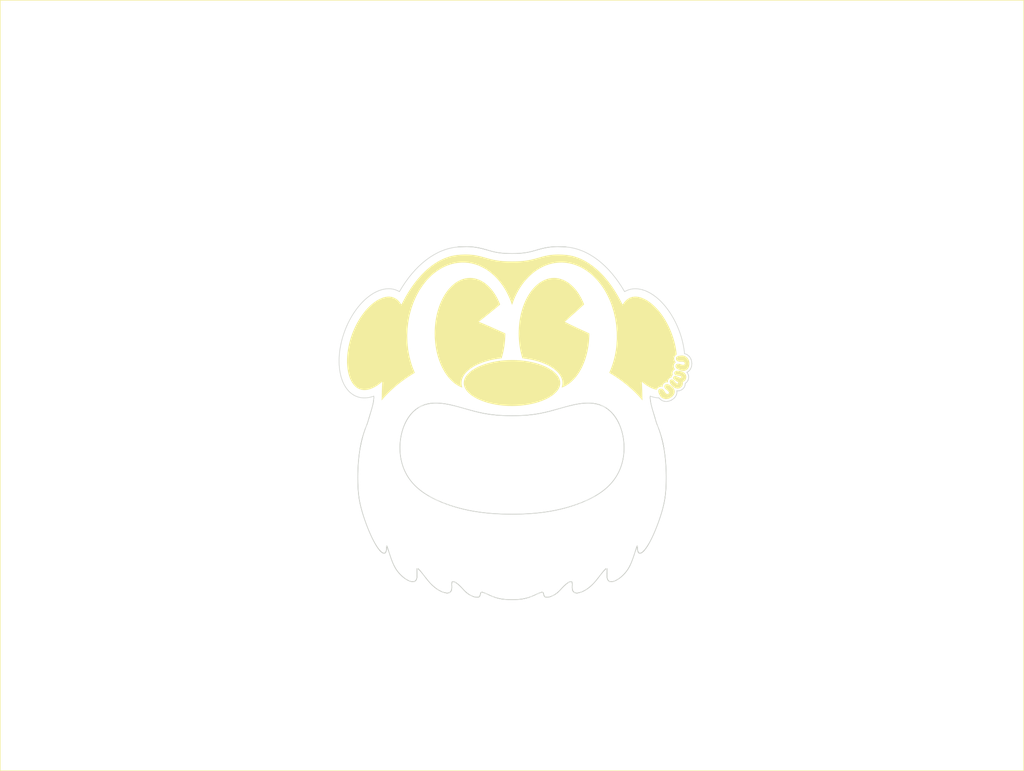
<source format=kicad_pcb>
(kicad_pcb (version 20221018) (generator pcbnew)
  (layers (0 "F.Cu" signal) (31 "B.Cu" signal) (34 "B.Paste" user) (35 "F.Paste" user) (36 "B.SilkS" user "B.Silkscreen") (37 "F.SilkS" user "F.Silkscreen") (38 "B.Mask" user) (39 "F.Mask" user) (44 "Edge.Cuts" user))
  (net 0 "")
  (gr_poly (pts (xy 203.363406 87.6016) (xy 203.396895 87.603461) (xy 203.43023 87.606562) (xy 203.463415 87.610904) (xy 203.496456 87.616486) (xy 203.529357 87.623308) (xy 203.562125 87.631371) (xy 203.594763 87.640674) (xy 203.627277 87.651216) (xy 203.659674 87.662999) (xy 203.691956 87.676022) (xy 203.724131 87.690284) (xy 203.756202 87.705787) (xy 203.788176 87.722529) (xy 203.820057 87.740511) (xy 203.851851 87.759732) (xy 203.871196 87.772217) (xy 203.890867 87.785855) (xy 203.910858 87.800639) (xy 203.931165 87.816566) (xy 203.951783 87.833629) (xy 203.972705 87.851824) (xy 203.993927 87.871145) (xy 204.015444 87.891587) (xy 204.03725 87.913146) (xy 204.05934 87.935815) (xy 204.081709 87.959591) (xy 204.104352 87.984467) (xy 204.150437 88.037501) (xy 204.197554 88.094876) (xy 204.393801 88.340491) (xy 204.496712 88.468431) (xy 204.603254 88.599347) (xy 204.624584 88.625516) (xy 204.646233 88.651122) (xy 204.668193 88.676181) (xy 204.690452 88.700707) (xy 204.713 88.724717) (xy 204.735827 88.748225) (xy 204.782278 88.793801) (xy 204.829722 88.837559) (xy 204.878076 88.879623) (xy 204.927258 88.920117) (xy 204.977186 88.959164) (xy 204.870334 88.97355) (xy 204.764149 88.991563) (xy 204.658718 89.013194) (xy 204.554131 89.038431) (xy 204.450474 89.067264) (xy 204.347835 89.099684) (xy 204.246302 89.135679) (xy 204.145964 89.17524) (xy 204.046907 89.218357) (xy 203.94922 89.265018) (xy 203.85299 89.315213) (xy 203.758305 89.368933) (xy 203.665253 89.426167) (xy 203.573922 89.486904) (xy 203.484399 89.551134) (xy 203.396772 89.618848) (xy 203.370321 89.640331) (xy 203.34391 89.662393) (xy 203.317581 89.684952) (xy 203.291376 89.707925) (xy 203.265336 89.731228) (xy 203.239501 89.754778) (xy 203.188612 89.802289) (xy 203.131406 89.727558) (xy 203.076224 89.651589) (xy 203.023109 89.574462) (xy 202.972101 89.496261) (xy 202.923244 89.417067) (xy 202.876579 89.336964) (xy 202.832147 89.256034) (xy 202.789991 89.174359) (xy 202.747156 89.084747) (xy 202.727352 89.040215) (xy 202.708623 88.995879) (xy 202.69097 88.951749) (xy 202.674391 88.907837) (xy 202.658889 88.864152) (xy 202.644461 88.820704) (xy 202.631108 88.777505) (xy 202.61883 88.734564) (xy 202.607627 88.691891) (xy 202.597499 88.649498) (xy 202.588445 88.607394) (xy 202.580466 88.56559) (xy 202.573562 88.524096) (xy 202.567732 88.482922) (xy 202.563314 88.442242) (xy 202.560636 88.402218) (xy 202.559705 88.362845) (xy 202.560525 88.324118) (xy 202.563102 88.286031) (xy 202.567441 88.248581) (xy 202.573546 88.21176) (xy 202.581423 88.175565) (xy 202.591077 88.139989) (xy 202.602513 88.105029) (xy 202.615737 88.070679) (xy 202.630753 88.036933) (xy 202.647567 88.003787) (xy 202.666183 87.971236) (xy 202.686608 87.939273) (xy 202.708845 87.907895) (xy 202.733157 87.87573) (xy 202.758467 87.84538) (xy 202.784778 87.816838) (xy 202.812097 87.7901) (xy 202.840429 87.76516) (xy 202.869778 87.742013) (xy 202.900151 87.720655) (xy 202.931551 87.701079) (xy 202.963985 87.683281) (xy 202.997457 87.667255) (xy 203.031972 87.652997) (xy 203.067536 87.6405) (xy 203.104154 87.62976) (xy 203.14183 87.620772) (xy 203.180571 87.61353) (xy 203.220381 87.608029) (xy 203.227035 87.606788) (xy 203.233762 87.605702) (xy 203.247393 87.603954) (xy 203.261189 87.602701) (xy 203.275068 87.601861) (xy 203.288948 87.601351) (xy 203.302744 87.60109) (xy 203.329756 87.60098)) (fill solid) (layer "F.SilkS"))
  (gr_poly (pts (xy 157.160966 47.347592) (xy 157.628489 47.384071) (xy 158.091883 47.444398) (xy 158.5509 47.528188) (xy 159.005295 47.635057) (xy 159.454822 47.764619) (xy 159.899234 47.91649) (xy 160.338285 48.090284) (xy 160.771729 48.285617) (xy 161.199321 48.502104) (xy 162.035961 48.996997) (xy 162.846236 49.571885) (xy 163.628178 50.223687) (xy 164.379816 50.949324) (xy 165.099184 51.745715) (xy 165.78431 52.60978) (xy 166.433227 53.53844) (xy 167.043966 54.528615) (xy 167.614558 55.577225) (xy 168.143034 56.68119) (xy 168.627424 57.83743) (xy 166.809312 59.491549) (xy 165.242464 60.909157) (xy 162.851654 63.054518) (xy 161.433171 64.312871) (xy 160.965193 64.723576) (xy 160.965192 64.723576) (xy 160.96519 64.723577) (xy 160.965189 64.723577) (xy 160.965188 64.723577) (xy 160.965187 64.723577) (xy 160.965186 64.723578) (xy 160.965184 64.723579) (xy 160.965182 64.72358) (xy 160.96518 64.723581) (xy 160.965176 64.723584) (xy 160.965173 64.723585) (xy 160.965171 64.723587) (xy 160.96517 64.723588) (xy 160.965168 64.723588) (xy 160.965167 64.723589) (xy 160.965165 64.723589) (xy 160.965163 64.72359) (xy 160.965161 64.72359) (xy 160.965159 64.723591) (xy 160.965157 64.723591) (xy 160.965155 64.723591) (xy 160.965152 64.723592) (xy 160.96515 64.723592) (xy 160.965147 64.723592) (xy 162.911141 65.699452) (xy 165.889818 67.11821) (xy 170.691115 69.334348) (xy 170.677453 70.315347) (xy 170.63685 71.285304) (xy 170.569874 72.243324) (xy 170.477094 73.188512) (xy 170.359082 74.119976) (xy 170.216406 75.03682) (xy 170.049636 75.938152) (xy 169.859342 76.823076) (xy 169.646094 77.6907) (xy 169.410461 78.540128) (xy 169.153013 79.370468) (xy 168.87432 80.180824) (xy 168.574952 80.970303) (xy 168.255478 81.738012) (xy 167.916467 82.483055) (xy 167.558491 83.204539) (xy 167.182118 83.90157) (xy 166.787918 84.573255) (xy 166.37646 85.218698) (xy 165.948316 85.837006) (xy 165.504053 86.427285) (xy 165.044243 86.988641) (xy 164.569454 87.52018) (xy 164.080257 88.021008) (xy 163.577221 88.490231) (xy 163.060916 88.926955) (xy 162.531911 89.330286) (xy 161.990777 89.69933) (xy 161.438082 90.033193) (xy 160.874398 90.330981) (xy 160.300293 90.5918) (xy 159.716337 90.814755) (xy 159.793686 90.59169) (xy 159.861527 90.367012) (xy 159.891804 90.254081) (xy 159.919611 90.140762) (xy 159.944917 90.027061) (xy 159.967691 89.912982) (xy 159.987903 89.798531) (xy 160.005519 89.683713) (xy 160.020511 89.568534) (xy 160.032847 89.452998) (xy 160.042495 89.337111) (xy 160.049425 89.220877) (xy 160.053606 89.104303) (xy 160.055006 88.987393) (xy 160.035198 88.538347) (xy 159.97633 88.09437) (xy 159.879234 87.655877) (xy 159.744745 87.223288) (xy 159.573695 86.797018) (xy 159.366918 86.377486) (xy 159.125247 85.965108) (xy 158.849515 85.560302) (xy 158.199201 84.775075) (xy 157.422644 84.025143) (xy 156.526509 83.313843) (xy 155.517462 82.644515) (xy 154.40217 82.020496) (xy 153.187298 81.445125) (xy 151.879513 80.92174) (xy 150.485481 80.453679) (xy 149.011868 80.044281) (xy 147.46534 79.696883) (xy 145.852564 79.414825) (xy 144.180204 79.201444) (xy 143.843791 78.071223) (xy 143.547267 76.907144) (xy 143.292163 75.711397) (xy 143.08001 74.486174) (xy 142.912337 73.233667) (xy 142.790676 71.956065) (xy 142.716558 70.655562) (xy 142.691511 69.334348) (xy 142.70972 68.202297) (xy 142.763761 67.085105) (xy 142.852755 65.984156) (xy 142.975825 64.90083) (xy 143.132091 63.836511) (xy 143.320675 62.79258) (xy 143.540698 61.770421) (xy 143.791283 60.771415) (xy 144.07155 59.796945) (xy 144.380621 58.848392) (xy 144.717618 57.927141) (xy 145.081662 57.034571) (xy 145.471875 56.172067) (xy 145.887377 55.34101) (xy 146.327292 54.542783) (xy 146.790739 53.778768) (xy 147.276841 53.050348) (xy 147.78472 52.358904) (xy 148.313496 51.705819) (xy 148.862291 51.092475) (xy 149.430227 50.520255) (xy 150.016425 49.990542) (xy 150.620006 49.504716) (xy 151.240093 49.064161) (xy 151.875807 48.670259) (xy 152.526269 48.324393) (xy 153.190601 48.027944) (xy 153.867924 47.782295) (xy 154.557359 47.588829) (xy 155.258029 47.448927) (xy 155.969055 47.363973) (xy 156.689558 47.335347)) (fill solid) (layer "F.SilkS"))
  (gr_poly (pts (xy 207.502081 78.090897) (xy 207.567973 78.093024) (xy 207.633689 78.096588) (xy 207.699224 78.101603) (xy 207.764572 78.108087) (xy 207.829729 78.116054) (xy 207.894689 78.125519) (xy 207.959448 78.136498) (xy 208.024 78.149007) (xy 208.08834 78.163061) (xy 208.152464 78.178676) (xy 208.216365 78.195866) (xy 208.280039 78.214648) (xy 208.343481 78.235037) (xy 208.406686 78.257049) (xy 208.469648 78.280698) (xy 208.534175 78.306742) (xy 208.598104 78.334611) (xy 208.661412 78.36431) (xy 208.724081 78.395843) (xy 208.786089 78.429216) (xy 208.847415 78.464434) (xy 208.908039 78.501502) (xy 208.967939 78.540425) (xy 209.027096 78.581209) (xy 209.085488 78.623858) (xy 209.143095 78.668378) (xy 209.199896 78.714774) (xy 209.25587 78.76305) (xy 209.310996 78.813213) (xy 209.365254 78.865267) (xy 209.418623 78.919217) (xy 209.471495 78.975025) (xy 209.522956 79.032642) (xy 209.573002 79.092057) (xy 209.621626 79.153261) (xy 209.668824 79.216242) (xy 209.714591 79.280991) (xy 209.758921 79.347497) (xy 209.801809 79.415749) (xy 209.843251 79.485738) (xy 209.88324 79.557453) (xy 209.921772 79.630883) (xy 209.958841 79.706018) (xy 209.994443 79.782848) (xy 210.028572 79.861363) (xy 210.061223 79.941552) (xy 210.09239 80.023404) (xy 210.121742 80.107568) (xy 210.148929 80.193361) (xy 210.173935 80.280755) (xy 210.196744 80.369727) (xy 210.21734 80.460248) (xy 210.23571 80.552294) (xy 210.251836 80.645839) (xy 210.265703 80.740857) (xy 210.277297 80.837322) (xy 210.2866 80.935208) (xy 210.293599 81.034489) (xy 210.298277 81.135139) (xy 210.300618 81.237133) (xy 210.300608 81.340444) (xy 210.298231 81.445047) (xy 210.29347 81.550916) (xy 210.291727 81.556205) (xy 210.289961 81.561505) (xy 210.282858 81.666962) (xy 210.27347 81.770336) (xy 210.261829 81.871613) (xy 210.247966 81.970775) (xy 210.231912 82.067809) (xy 210.213697 82.162698) (xy 210.193354 82.255427) (xy 210.170912 82.345981) (xy 210.146403 82.434343) (xy 210.119858 82.520499) (xy 210.091308 82.604433) (xy 210.060784 82.68613) (xy 210.028318 82.765573) (xy 209.993939 82.842748) (xy 209.957679 82.91764) (xy 209.919569 82.990231) (xy 209.879886 83.060593) (xy 209.838895 83.128799) (xy 209.796612 83.194846) (xy 209.753052 83.258728) (xy 209.708231 83.32044) (xy 209.662165 83.379976) (xy 209.614869 83.437332) (xy 209.566359 83.492501) (xy 209.51665 83.545479) (xy 209.465757 83.596261) (xy 209.413697 83.644842) (xy 209.360485 83.691215) (xy 209.306137 83.735376) (xy 209.250667 83.77732) (xy 209.194092 83.817041) (xy 209.136427 83.854535) (xy 209.077928 83.889921) (xy 209.018856 83.923323) (xy 208.959215 83.95474) (xy 208.899012 83.984174) (xy 208.83825 84.011623) (xy 208.776936 84.037088) (xy 208.715074 84.060569) (xy 208.65267 84.082066) (xy 208.589729 84.101579) (xy 208.526255 84.119108) (xy 208.462255 84.134653) (xy 208.397734 84.148213) (xy 208.332696 84.15979) (xy 208.267146 84.169382) (xy 208.201091 84.17699) (xy 208.134535 84.182614) (xy 208.110872 84.184941) (xy 208.087458 84.18669) (xy 208.06421 84.187943) (xy 208.041044 84.188783) (xy 208.017879 84.189292) (xy 207.994631 84.189554) (xy 207.947554 84.189664) (xy 207.837742 84.187363) (xy 207.727892 84.180515) (xy 207.61796 84.169203) (xy 207.507906 84.153508) (xy 207.397687 84.133513) (xy 207.287263 84.1093) (xy 207.176589 84.080952) (xy 207.065626 84.04855) (xy 206.913434 83.998944) (xy 206.758261 83.945365) (xy 206.59978 83.887817) (xy 206.437666 83.826306) (xy 206.356136 83.793905) (xy 206.275557 83.760221) (xy 206.195887 83.725295) (xy 206.117086 83.68917) (xy 206.039112 83.651886) (xy 205.961924 83.613487) (xy 205.885479 83.574013) (xy 205.809736 83.533505) (xy 205.736647 83.491841) (xy 205.665585 83.448894) (xy 205.596591 83.404708) (xy 205.529707 83.359322) (xy 205.464975 83.31278) (xy 205.402435 83.265121) (xy 205.342131 83.216389) (xy 205.284102 83.166623) (xy 205.256111 83.141321) (xy 205.229026 83.115688) (xy 205.202839 83.089725) (xy 205.177548 83.063431) (xy 205.153145 83.036807) (xy 205.129626 83.009852) (xy 205.106985 82.982567) (xy 205.085219 82.954951) (xy 205.06432 82.927005) (xy 205.044285 82.898727) (xy 205.025107 82.870119) (xy 205.006783 82.841181) (xy 204.989306 82.811912) (xy 204.972671 82.782312) (xy 204.956873 82.752381) (xy 204.941908 82.722119) (xy 204.928062 82.691524) (xy 204.915605 82.660584) (xy 204.904521 82.629281) (xy 204.894795 82.597602) (xy 204.886412 82.56553) (xy 204.879356 82.533049) (xy 204.873612 82.500145) (xy 204.869166 82.466802) (xy 204.866 82.433003) (xy 204.8641 82.398734) (xy 204.863452 82.363979) (xy 204.864038 82.328723) (xy 204.865845 82.292949) (xy 204.868856 82.256643) (xy 204.873057 82.219788) (xy 204.878431 82.18237) (xy 204.886825 82.135491) (xy 204.896143 82.090112) (xy 204.906402 82.046241) (xy 204.917616 82.003889) (xy 204.929802 81.963067) (xy 204.942974 81.923786) (xy 204.957149 81.886054) (xy 204.972342 81.849883) (xy 204.988568 81.815283) (xy 205.005843 81.782264) (xy 205.024184 81.750836) (xy 205.043604 81.721011) (xy 205.06412 81.692797) (xy 205.085748 81.666206) (xy 205.108502 81.641248) (xy 205.132399 81.617932) (xy 205.156503 81.59594) (xy 205.181185 81.57495) (xy 205.206445 81.554973) (xy 205.232284 81.53602) (xy 205.2587 81.5181) (xy 205.285696 81.501224) (xy 205.313269 81.485403) (xy 205.341421 81.470647) (xy 205.370152 81.456965) (xy 205.399461 81.444369) (xy 205.42935 81.432869) (xy 205.459817 81.422474) (xy 205.490863 81.413196) (xy 205.522489 81.405045) (xy 205.554693 81.39803) (xy 205.587477 81.392163) (xy 205.619375 81.387201) (xy 205.651522 81.382899) (xy 205.683835 81.379259) (xy 205.71623 81.376281) (xy 205.748626 81.373964) (xy 205.780939 81.372308) (xy 205.813086 81.371315) (xy 205.844984 81.370984) (xy 205.879385 81.371322) (xy 205.913786 81.372363) (xy 205.948185 81.374149) (xy 205.982584 81.376721) (xy 206.016981 81.38012) (xy 206.051377 81.384386) (xy 206.08577 81.389562) (xy 206.120161 81.395688) (xy 206.195398 81.409241) (xy 206.267615 81.423414) (xy 206.336773 81.438165) (xy 206.40283 81.453454) (xy 206.465746 81.469239) (xy 206.525479 81.48548) (xy 206.58199 81.502134) (xy 206.635237 81.519162) (xy 206.838961 81.587956) (xy 207.037397 81.656751) (xy 207.087833 81.673774) (xy 207.141246 81.690426) (xy 207.197636 81.706667) (xy 207.257002 81.722453) (xy 207.319344 81.737744) (xy 207.38466 81.752497) (xy 207.45295 81.766671) (xy 207.524214 81.780225) (xy 207.557453 81.78635) (xy 207.591024 81.791524) (xy 207.624926 81.795788) (xy 207.659159 81.799184) (xy 207.693722 81.801753) (xy 207.728615 81.803536) (xy 207.763838 81.804576) (xy 207.799391 81.804913) (xy 207.815423 81.804756) (xy 207.831745 81.80431) (xy 207.848317 81.803616) (xy 207.865095 81.802716) (xy 207.899109 81.800459) (xy 207.933455 81.797864) (xy 207.960323 81.795468) (xy 207.98669 81.792251) (xy 208.012551 81.788217) (xy 208.037901 81.783371) (xy 208.062735 81.777719) (xy 208.087046 81.771266) (xy 208.110832 81.764017) (xy 208.134085 81.755977) (xy 208.156801 81.747151) (xy 208.178974 81.737545) (xy 208.200601 81.727164) (xy 208.221674 81.716014) (xy 208.24219 81.704098) (xy 208.262142 81.691423) (xy 208.281526 81.677994) (xy 208.300337 81.663815) (xy 208.31898 81.648643) (xy 208.336548 81.632241) (xy 208.35304 81.61462) (xy 208.368458 81.59579) (xy 208.382801 81.575762) (xy 208.39607 81.554545) (xy 208.408263 81.53215) (xy 208.419382 81.508588) (xy 208.429426 81.483868) (xy 208.438396 81.458001) (xy 208.446291 81.430998) (xy 208.453111 81.402869) (xy 208.458857 81.373623) (xy 208.463529 81.343272) (xy 208.467126 81.311825) (xy 208.469648 81.279294) (xy 208.471015 81.245314) (xy 208.471152 81.21217) (xy 208.470068 81.179874) (xy 208.467774 81.148436) (xy 208.464282 81.117865) (xy 208.459601 81.088173) (xy 208.453742 81.05937) (xy 208.446714 81.031466) (xy 208.43853 81.004472) (xy 208.429199 80.978398) (xy 208.418731 80.953254) (xy 208.407138 80.929051) (xy 208.394429 80.905799) (xy 208.380615 80.883509) (xy 208.365707 80.862191) (xy 208.349714 80.841855) (xy 208.332264 80.822338) (xy 208.314308 80.803478) (xy 208.295836 80.78527) (xy 208.276836 80.767707) (xy 208.2573 80.750786) (xy 208.237216 80.734501) (xy 208.216574 80.718847) (xy 208.195364 80.703818) (xy 208.173575 80.68941) (xy 208.151198 80.675616) (xy 208.12822 80.662433) (xy 208.104633 80.649854) (xy 208.080426 80.637874) (xy 208.055589 80.626489) (xy 208.03011 80.615693) (xy 208.003981 80.605481) (xy 207.951387 80.587639) (xy 207.899413 80.571202) (xy 207.848017 80.556252) (xy 207.797159 80.542872) (xy 207.746798 80.531146) (xy 207.696891 80.521155) (xy 207.647399 80.512982) (xy 207.59828 80.506711) (xy 207.542228 80.499422) (xy 207.487828 80.493374) (xy 207.435079 80.488483) (xy 207.383982 80.484668) (xy 207.334537 80.481844) (xy 207.286745 80.47993) (xy 207.240605 80.478842) (xy 207.196119 80.478497) (xy 207.104414 80.478497) (xy 206.900683 80.488631) (xy 206.796835 80.492872) (xy 206.691664 80.496121) (xy 206.628157 80.496121) (xy 206.579379 80.495626) (xy 206.528285 80.494138) (xy 206.474873 80.491659) (xy 206.419146 80.488189) (xy 206.361102 80.483726) (xy 206.300743 80.478271) (xy 206.238068 80.471823) (xy 206.173079 80.464383) (xy 206.138806 80.459421) (xy 206.104771 80.453797) (xy 206.070963 80.447513) (xy 206.037373 80.440567) (xy 206.00399 80.43296) (xy 205.970803 80.424692) (xy 205.904978 80.406173) (xy 205.839815 80.385007) (xy 205.775232 80.361195) (xy 205.711146 80.334737) (xy 205.647474 80.305631) (xy 205.616054 80.28934) (xy 205.585294 80.272211) (xy 205.555197 80.254236) (xy 205.525761 80.235402) (xy 205.496986 80.215701) (xy 205.468874 80.195121) (xy 205.441422 80.173652) (xy 205.414633 80.151284) (xy 205.388505 80.128007) (xy 205.363039 80.10381) (xy 205.338234 80.078682) (xy 205.314091 80.052615) (xy 205.290609 80.025596) (xy 205.267789 79.997617) (xy 205.245631 79.968666) (xy 205.224135 79.938733) (xy 205.203588 79.907729) (xy 205.184276 79.875562) (xy 205.166195 79.842226) (xy 205.149338 79.807718) (xy 205.1337 79.77203) (xy 205.119277 79.735159) (xy 205.106063 79.697099) (xy 205.094053 79.657845) (xy 205.083242 79.617392) (xy 205.073624 79.575735) (xy 205.065195 79.532868) (xy 205.057949 79.488787) (xy 205.051881 79.443486) (xy 205.046986 79.39696) (xy 205.043258 79.349205) (xy 205.040693 79.300214) (xy 205.039327 79.261563) (xy 205.039196 79.223667) (xy 205.040295 79.186535) (xy 205.042618 79.150178) (xy 205.046161 79.114606) (xy 205.050918 79.07983) (xy 205.056884 79.04586) (xy 205.064055 79.012706) (xy 205.072424 78.980378) (xy 205.081986 78.948888) (xy 205.092737 78.918245) (xy 205.104672 78.88846) (xy 205.117784 78.859543) (xy 205.132069 78.831504) (xy 205.147522 78.804355) (xy 205.164137 78.778104) (xy 205.182369 78.752556) (xy 205.201357 78.727515) (xy 205.221109 78.70299) (xy 205.241637 78.678994) (xy 205.262951 78.655534) (xy 205.285061 78.632623) (xy 205.307977 78.610271) (xy 205.331709 78.588487) (xy 205.356268 78.567281) (xy 205.381665 78.546666) (xy 205.407909 78.52665) (xy 205.43501 78.507244) (xy 205.46298 78.488458) (xy 205.491827 78.470303) (xy 205.521563 78.452788) (xy 205.552198 78.435925) (xy 205.615366 78.402518) (xy 205.680516 78.371097) (xy 205.747651 78.341662) (xy 205.816771 78.314212) (xy 205.887876 78.288747) (xy 205.960967 78.265266) (xy 206.036046 78.243769) (xy 206.113112 78.224255) (xy 206.191499 78.206402) (xy 206.270591 78.189912) (xy 206.350428 78.174829) (xy 206.431051 78.161193) (xy 206.512501 78.149045) (xy 206.594819 78.138427) (xy 206.678045 78.12938) (xy 206.76222 78.121945) (xy 206.927533 78.109542) (xy 207.089865 78.099454) (xy 207.169811 78.095588) (xy 207.248889 78.092673) (xy 207.327059 78.090833) (xy 207.40428 78.090192) (xy 207.436018 78.090192)) (fill solid) (layer "F.SilkS"))
  (gr_poly (pts (xy 121.990629 38.05029) (xy 122.535861 38.060248) (xy 123.058779 38.08051) (xy 123.561047 38.110549) (xy 124.044329 38.149838) (xy 124.510288 38.197849) (xy 124.960589 38.254056) (xy 125.396896 38.317932) (xy 125.820873 38.388949) (xy 126.638493 38.5503) (xy 127.426761 38.733893) (xy 128.198989 38.935511) (xy 128.968489 39.150937) (xy 129.236601 39.228551) (xy 130.319453 39.535405) (xy 131.419832 39.831348) (xy 131.976698 39.970163) (xy 132.53807 40.100173) (xy 133.103989 40.219352) (xy 133.674498 40.325673) (xy 134.369621 40.436694) (xy 135.082893 40.531881) (xy 135.819895 40.611607) (xy 136.586206 40.676244) (xy 137.38741 40.726163) (xy 138.229086 40.761738) (xy 139.116816 40.78334) (xy 140.056181 40.791341) (xy 140.070311 40.791341) (xy 141.009671 40.78334) (xy 141.897397 40.761738) (xy 142.73907 40.726163) (xy 143.540272 40.676244) (xy 144.306583 40.611607) (xy 145.043583 40.531881) (xy 145.756855 40.436694) (xy 146.451979 40.325673) (xy 147.022492 40.219352) (xy 147.588415 40.100174) (xy 148.149789 39.970165) (xy 148.706656 39.831351) (xy 149.807032 39.535408) (xy 150.889876 39.228551) (xy 151.154463 39.154469) (xy 151.923968 38.939045) (xy 152.696201 38.737428) (xy 153.484473 38.553836) (xy 154.302096 38.392484) (xy 155.16238 38.257589) (xy 155.61268 38.201381) (xy 156.078638 38.153368) (xy 156.561917 38.114078) (xy 157.064182 38.084038) (xy 157.587095 38.063774) (xy 158.132322 38.053815) (xy 158.496537 38.052479) (xy 158.869228 38.056352) (xy 159.24994 38.065352) (xy 159.638218 38.079395) (xy 160.033608 38.098399) (xy 160.435655 38.122281) (xy 161.257902 38.184346) (xy 161.743997 38.232294) (xy 162.230957 38.29409) (xy 162.718329 38.369694) (xy 163.205658 38.459064) (xy 163.69249 38.56216) (xy 164.178371 38.67894) (xy 164.662846 38.809363) (xy 165.14546 38.953389) (xy 165.92446 39.215908) (xy 166.701326 39.515009) (xy 167.475411 39.850231) (xy 168.24607 40.221115) (xy 169.012657 40.6272) (xy 169.774526 41.068027) (xy 170.53103 41.543136) (xy 171.281525 42.052067) (xy 172.025363 42.594359) (xy 172.7619 43.169554) (xy 173.490489 43.777191) (xy 174.210483 44.41681) (xy 174.921239 45.087951) (xy 175.622108 45.790154) (xy 176.312446 46.52296) (xy 176.991606 47.285909) (xy 177.920328 48.400098) (xy 178.827513 49.57233) (xy 179.712458 50.801446) (xy 180.574459 52.086288) (xy 181.412813 53.425701) (xy 182.226817 54.818525) (xy 183.015766 56.263603) (xy 183.778959 57.759778) (xy 183.782484 57.76331) (xy 183.784508 57.766616) (xy 183.786616 57.769911) (xy 183.788807 57.773186) (xy 183.791081 57.776429) (xy 183.793438 57.779632) (xy 183.795878 57.782782) (xy 183.798401 57.785871) (xy 183.801006 57.788887) (xy 183.803695 57.79182) (xy 183.806466 57.794661) (xy 183.80932 57.797398) (xy 183.812257 57.800021) (xy 183.815276 57.80252) (xy 183.818377 57.804885) (xy 183.821561 57.807105) (xy 183.824827 57.809171) (xy 183.831588 57.811805) (xy 183.838599 57.814356) (xy 183.845775 57.816741) (xy 183.853035 57.818877) (xy 183.85667 57.819826) (xy 183.860296 57.820682) (xy 183.8639 57.821434) (xy 183.867474 57.822073) (xy 183.871007 57.822588) (xy 183.874488 57.822968) (xy 183.877907 57.823204) (xy 183.881254 57.823285) (xy 183.898909 57.823285) (xy 183.900894 57.823245) (xy 183.902879 57.823127) (xy 183.904864 57.822936) (xy 183.906849 57.822679) (xy 183.908833 57.82236) (xy 183.910818 57.821984) (xy 183.912803 57.821556) (xy 183.914787 57.821082) (xy 183.918757 57.820015) (xy 183.922729 57.818824) (xy 183.930678 57.816235) (xy 183.941267 57.816235) (xy 183.948332 57.809178) (xy 183.950976 57.807849) (xy 183.953619 57.806478) (xy 183.956264 57.805024) (xy 183.957586 57.804253) (xy 183.958908 57.803446) (xy 183.960231 57.802597) (xy 183.961554 57.801702) (xy 183.962877 57.800755) (xy 183.9642 57.799751) (xy 183.965523 57.798685) (xy 183.966847 57.797552) (xy 183.968171 57.796347) (xy 183.969496 57.795064) (xy 183.970814 57.794364) (xy 183.972128 57.793586) (xy 183.973432 57.792735) (xy 183.974721 57.791817) (xy 183.97599 57.790836) (xy 183.977234 57.789798) (xy 183.978447 57.788709) (xy 183.979624 57.787573) (xy 183.98076 57.786395) (xy 183.981849 57.785182) (xy 183.982887 57.783937) (xy 183.983868 57.782667) (xy 183.984787 57.781376) (xy 183.985639 57.78007) (xy 183.986418 57.778753) (xy 183.98712 57.777432) (xy 183.99198 57.772589) (xy 183.994185 57.770383) (xy 184.07351 57.644669) (xy 184.154051 57.521533) (xy 184.235781 57.400992) (xy 184.318674 57.28306) (xy 184.402705 57.167753) (xy 184.487846 57.055087) (xy 184.574073 56.945077) (xy 184.66136 56.837738) (xy 184.74968 56.733086) (xy 184.839008 56.631138) (xy 184.929317 56.531907) (xy 185.020582 56.43541) (xy 185.112777 56.341662) (xy 185.205876 56.250679) (xy 185.299853 56.162476) (xy 185.394682 56.077069) (xy 185.58613 55.914584) (xy 185.779641 55.763086) (xy 185.975456 55.62248) (xy 186.17382 55.492676) (xy 186.374973 55.373578) (xy 186.57916 55.265095) (xy 186.786624 55.167133) (xy 186.997606 55.079599) (xy 187.212351 55.002401) (xy 187.4311 54.935444) (xy 187.654096 54.878637) (xy 187.881583 54.831886) (xy 188.113804 54.795098) (xy 188.351 54.768179) (xy 188.593415 54.751038) (xy 188.841292 54.743581) (xy 189.120087 54.74513) (xy 189.403311 54.760264) (xy 189.690679 54.788845) (xy 189.981908 54.830731) (xy 190.276713 54.885785) (xy 190.574809 54.953866) (xy 190.875913 55.034834) (xy 191.179741 55.128551) (xy 191.486008 55.234877) (xy 191.794429 55.353672) (xy 192.104722 55.484797) (xy 192.416601 55.628112) (xy 192.729782 55.783478) (xy 193.043982 55.950755) (xy 193.358916 56.129804) (xy 193.674299 56.320485) (xy 194.097691 56.595172) (xy 194.520804 56.890985) (xy 194.943028 57.207303) (xy 195.363752 57.543506) (xy 195.782369 57.898974) (xy 196.198267 58.273087) (xy 196.610836 58.665225) (xy 197.019468 59.074767) (xy 197.423553 59.501094) (xy 197.82248 59.943584) (xy 198.21564 60.401619) (xy 198.602423 60.874578) (xy 198.982219 61.36184) (xy 199.354419 61.862786) (xy 199.718413 62.376796) (xy 200.073591 62.903249) (xy 200.491551 63.556659) (xy 200.895821 64.226305) (xy 201.285943 64.911061) (xy 201.661457 65.609801) (xy 202.021902 66.321397) (xy 202.366818 67.044724) (xy 202.695747 67.778654) (xy 203.008226 68.522062) (xy 203.303798 69.273821) (xy 203.582002 70.032803) (xy 203.842377 70.797884) (xy 204.084464 71.567935) (xy 204.307803 72.341831) (xy 204.511933 73.118445) (xy 204.696396 73.89665) (xy 204.860731 74.675321) (xy 204.932345 75.055457) (xy 204.999037 75.436378) (xy 205.060849 75.817877) (xy 205.117823 76.199748) (xy 205.17 76.581784) (xy 205.217422 76.963779) (xy 205.260132 77.345526) (xy 205.29817 77.726819) (xy 205.284958 77.733131) (xy 205.271784 77.738947) (xy 205.245718 77.749753) (xy 205.232909 77.755073) (xy 205.220305 77.760559) (xy 205.207946 77.766375) (xy 205.201872 77.769459) (xy 205.195875 77.772687) (xy 205.14557 77.801044) (xy 205.096509 77.830549) (xy 205.048698 77.861191) (xy 205.002142 77.89296) (xy 204.956846 77.925844) (xy 204.912816 77.959835) (xy 204.870057 77.994921) (xy 204.828573 78.031093) (xy 204.788371 78.068339) (xy 204.749454 78.106649) (xy 204.711829 78.146014) (xy 204.675501 78.186423) (xy 204.640474 78.227865) (xy 204.606755 78.27033) (xy 204.574347 78.313808) (xy 204.543257 78.358289) (xy 204.51002 78.4105) (xy 204.479104 78.463941) (xy 204.450513 78.518602) (xy 204.424253 78.574472) (xy 204.400329 78.63154) (xy 204.378746 78.689798) (xy 204.359509 78.749233) (xy 204.342623 78.809836) (xy 204.328093 78.871597) (xy 204.315926 78.934505) (xy 204.306125 78.998549) (xy 204.298695 79.06372) (xy 204.293643 79.130007) (xy 204.290973 79.1974) (xy 204.29069 79.265888) (xy 204.292799 79.335461) (xy 204.297719 79.412608) (xy 204.304561 79.487961) (xy 204.313347 79.561546) (xy 204.324096 79.63339) (xy 204.33683 79.703518) (xy 204.351568 79.771956) (xy 204.368333 79.83873) (xy 204.387144 79.903867) (xy 204.408022 79.967391) (xy 204.430988 80.029328) (xy 204.456063 80.089706) (xy 204.483266 80.148549) (xy 204.512619 80.205883) (xy 204.544142 80.261734) (xy 204.577857 80.316128) (xy 204.613783 80.369092) (xy 204.6352 80.39923) (xy 204.657102 80.428795) (xy 204.679479 80.457792) (xy 204.70232 80.486225) (xy 204.725615 80.514101) (xy 204.749353 80.541423) (xy 204.773525 80.568198) (xy 204.798121 80.59443) (xy 204.823129 80.620124) (xy 204.84854 80.645286) (xy 204.874344 80.669921) (xy 204.90053 80.694034) (xy 204.927089 80.71763) (xy 204.954009 80.740714) (xy 204.981281 80.763291) (xy 205.008894 80.785367) (xy 204.956483 80.812661) (xy 204.930649 80.826955) (xy 204.905062 80.841693) (xy 204.879722 80.856886) (xy 204.85463 80.872545) (xy 204.829786 80.888679) (xy 204.805189 80.905299) (xy 204.78084 80.922415) (xy 204.756738 80.940038) (xy 204.732883 80.958178) (xy 204.709276 80.976844) (xy 204.685917 80.996049) (xy 204.662805 81.0158) (xy 204.63994 81.03611) (xy 204.617323 81.056989) (xy 204.570818 81.102344) (xy 204.526535 81.149792) (xy 204.484462 81.199358) (xy 204.444591 81.25107) (xy 204.406909 81.304952) (xy 204.371408 81.36103) (xy 204.338077 81.41933) (xy 204.306906 81.479878) (xy 204.277884 81.5427) (xy 204.251001 81.607822) (xy 204.226246 81.675269) (xy 204.20361 81.745068) (xy 204.183083 81.817243) (xy 204.164653 81.891822) (xy 204.148311 81.968829) (xy 204.134047 82.048291) (xy 204.124619 82.114185) (xy 204.117506 82.179567) (xy 204.112708 82.244423) (xy 204.110226 82.308736) (xy 204.110059 82.372491) (xy 204.112207 82.435673) (xy 204.116671 82.498266) (xy 204.123449 82.560254) (xy 204.132543 82.621622) (xy 204.143953 82.682355) (xy 204.157678 82.742436) (xy 204.173718 82.80185) (xy 204.192073 82.860582) (xy 204.212743 82.918616) (xy 204.235729 82.975937) (xy 204.26103 83.032529) (xy 204.279296 83.070025) (xy 204.298384 83.107114) (xy 204.318289 83.143799) (xy 204.339007 83.180087) (xy 204.360531 83.215982) (xy 204.382856 83.251489) (xy 204.405978 83.286614) (xy 204.429892 83.321362) (xy 204.454591 83.355738) (xy 204.480071 83.389748) (xy 204.506327 83.423396) (xy 204.533354 83.456687) (xy 204.561146 83.489627) (xy 204.589698 83.522221) (xy 204.619005 83.554475) (xy 204.649061 83.586392) (xy 204.629385 83.594488) (xy 204.609994 83.602874) (xy 204.590849 83.611508) (xy 204.571909 83.620349) (xy 204.534482 83.638485) (xy 204.497389 83.656949) (xy 204.429722 83.69274) (xy 204.364335 83.731286) (xy 204.301272 83.77253) (xy 204.240582 83.816414) (xy 204.182309 83.862882) (xy 204.126502 83.911877) (xy 204.073205 83.963342) (xy 204.022467 84.01722) (xy 203.974332 84.073455) (xy 203.928849 84.13199) (xy 203.886062 84.192767) (xy 203.84602 84.25573) (xy 203.808767 84.320821) (xy 203.774352 84.387985) (xy 203.742819 84.457165) (xy 203.714216 84.528302) (xy 203.690779 84.595432) (xy 203.670726 84.663171) (xy 203.654053 84.731469) (xy 203.640753 84.800272) (xy 203.630822 84.86953) (xy 203.624255 84.939191) (xy 203.621046 85.009204) (xy 203.621191 85.079516) (xy 203.624684 85.150077) (xy 203.63152 85.220833) (xy 203.641693 85.291734) (xy 203.655199 85.362729) (xy 203.672032 85.433764) (xy 203.692188 85.50479) (xy 203.715661 85.575753) (xy 203.742445 85.646603) (xy 203.791853 85.752423) (xy 203.761055 85.776735) (xy 203.730835 85.802044) (xy 203.701193 85.828355) (xy 203.672131 85.855673) (xy 203.643647 85.884004) (xy 203.615741 85.913352) (xy 203.588415 85.943724) (xy 203.561667 85.975123) (xy 203.535497 86.007556) (xy 203.509906 86.041028) (xy 203.484894 86.075543) (xy 203.460461 86.111107) (xy 203.436606 86.147726) (xy 203.41333 86.185404) (xy 203.390632 86.224146) (xy 203.368513 86.263959) (xy 203.346763 86.3041) (xy 203.326465 86.343823) (xy 203.307583 86.383122) (xy 203.29008 86.421992) (xy 203.27392 86.460429) (xy 203.259068 86.498425) (xy 203.245487 86.535978) (xy 203.233141 86.573081) (xy 203.221994 86.609729) (xy 203.212011 86.645917) (xy 203.203154 86.681641) (xy 203.195388 86.716894) (xy 203.188678 86.751671) (xy 203.182985 86.785969) (xy 203.178276 86.81978) (xy 203.174513 86.853101) (xy 203.172487 86.853721) (xy 203.170383 86.854264) (xy 203.168206 86.854735) (xy 203.165963 86.855138) (xy 203.163657 86.85548) (xy 203.161294 86.855765) (xy 203.15642 86.856185) (xy 203.151381 86.85644) (xy 203.146219 86.85657) (xy 203.135695 86.856625) (xy 203.057114 86.867741) (xy 202.980162 86.88254) (xy 202.904896 86.900988) (xy 202.831371 86.923048) (xy 202.759646 86.948683) (xy 202.689776 86.977858) (xy 202.621819 87.010537) (xy 202.55583 87.046683) (xy 202.491867 87.086261) (xy 202.429986 87.129233) (xy 202.370245 87.175565) (xy 202.312698 87.225219) (xy 202.257405 87.27816) (xy 202.20442 87.334351) (xy 202.153801 87.393757) (xy 202.105604 87.456342) (xy 202.062903 87.517269) (xy 202.023446 87.579628) (xy 201.987255 87.643361) (xy 201.954351 87.708413) (xy 201.924754 87.774724) (xy 201.898485 87.84224) (xy 201.875564 87.910903) (xy 201.856012 87.980657) (xy 201.839851 88.051443) (xy 201.8271 88.123207) (xy 201.817781 88.195891) (xy 201.811913 88.269437) (xy 201.809518 88.34379) (xy 201.810617 88.418892) (xy 201.81523 88.494687) (xy 201.823378 88.571118) (xy 201.826189 88.593606) (xy 201.829286 88.616094) (xy 201.836176 88.661071) (xy 201.843724 88.70605) (xy 201.851606 88.751035) (xy 201.798697 88.741111) (xy 201.745831 88.732512) (xy 201.693049 88.725237) (xy 201.64039 88.719285) (xy 201.587897 88.714656) (xy 201.535608 88.711351) (xy 201.483564 88.709368) (xy 201.431807 88.708707) (xy 201.398589 88.70903) (xy 201.365167 88.709973) (xy 201.331663 88.711495) (xy 201.298201 88.713553) (xy 201.264905 88.716107) (xy 201.231898 88.719116) (xy 201.199306 88.722537) (xy 201.16725 88.726331) (xy 201.105442 88.736087) (xy 201.044384 88.748154) (xy 200.984082 88.762525) (xy 200.92454 88.779196) (xy 200.865764 88.798161) (xy 200.807758 88.819415) (xy 200.750528 88.842953) (xy 200.694078 88.868769) (xy 200.638415 88.89686) (xy 200.583542 88.927219) (xy 200.529465 88.959841) (xy 200.476188 88.994721) (xy 200.423718 89.031854) (xy 200.372058 89.071235) (xy 200.321215 89.112859) (xy 200.271193 89.15672) (xy 200.213772 89.210627) (xy 200.15925 89.265185) (xy 200.107633 89.320383) (xy 200.058925 89.376211) (xy 200.013132 89.432659) (xy 199.970258 89.489717) (xy 199.930309 89.547374) (xy 199.89329 89.60562) (xy 199.859205 89.664445) (xy 199.828062 89.723839) (xy 199.799863 89.783791) (xy 199.774615 89.84429) (xy 199.752322 89.905328) (xy 199.732991 89.966893) (xy 199.716625 90.028976) (xy 199.70323 90.091565) (xy 199.693645 90.153576) (xy 199.686089 90.215256) (xy 199.680602 90.276605) (xy 199.677225 90.337624) (xy 199.675998 90.398313) (xy 199.676962 90.458671) (xy 199.680156 90.518699) (xy 199.685621 90.578397) (xy 199.618985 90.556922) (xy 199.551397 90.537555) (xy 199.4829 90.520421) (xy 199.413534 90.505643) (xy 199.343342 90.493345) (xy 199.272364 90.483652) (xy 199.200642 90.476688) (xy 199.128218 90.472577) (xy 199.064711 90.472577) (xy 199.005099 90.473735) (xy 198.945305 90.477214) (xy 198.885315 90.483017) (xy 198.825112 90.491152) (xy 198.764682 90.501622) (xy 198.704008 90.514432) (xy 198.643076 90.529589) (xy 198.581869 90.547097) (xy 198.520373 90.566961) (xy 198.458571 90.589188) (xy 198.396449 90.61378) (xy 198.333991 90.640745) (xy 198.271181 90.670087) (xy 198.208005 90.701811) (xy 198.144445 90.735923) (xy 198.080488 90.772427) (xy 198.020751 90.808809) (xy 197.963252 90.846513) (xy 197.907995 90.88554) (xy 197.854986 90.92589) (xy 197.80423 90.967562) (xy 197.755733 91.010557) (xy 197.709499 91.054875) (xy 197.665533 91.100516) (xy 197.623841 91.14748) (xy 197.584429 91.195766) (xy 197.5473 91.245374) (xy 197.512461 91.296306) (xy 197.479916 91.34856) (xy 197.449671 91.402136) (xy 197.421731 91.457035) (xy 197.396101 91.513257) (xy 197.388479 91.531779) (xy 197.381391 91.550299) (xy 197.374715 91.56882) (xy 197.368326 91.58734) (xy 197.355919 91.624384) (xy 197.343184 91.661435) (xy 197.062214 91.603952) (xy 196.777796 91.53479) (xy 196.490287 91.454095) (xy 196.200044 91.36201) (xy 195.907423 91.258681) (xy 195.612781 91.144252) (xy 195.316474 91.018868) (xy 195.01886 90.882674) (xy 194.720295 90.735814) (xy 194.421135 90.578433) (xy 194.121737 90.410676) (xy 193.822458 90.232687) (xy 193.523655 90.044611) (xy 193.225684 89.846592) (xy 192.928902 89.638776) (xy 192.633665 89.421307) (xy 192.401004 89.241557) (xy 192.164038 89.052218) (xy 191.923764 88.854282) (xy 191.681181 88.64874) (xy 191.680849 88.648418) (xy 191.680518 88.648117) (xy 191.680189 88.647834) (xy 191.679861 88.647571) (xy 191.679536 88.647326) (xy 191.679215 88.647098) (xy 191.678897 88.646888) (xy 191.678584 88.646693) (xy 191.678276 88.646514) (xy 191.677974 88.64635) (xy 191.677678 88.6462) (xy 191.67739 88.646064) (xy 191.677109 88.645941) (xy 191.676837 88.64583) (xy 191.676321 88.645642) (xy 191.675846 88.645496) (xy 191.675418 88.645386) (xy 191.675042 88.645308) (xy 191.674722 88.645255) (xy 191.674465 88.645223) (xy 191.674275 88.645207) (xy 191.674116 88.6452) (xy 191.673124 88.644249) (xy 191.672131 88.643377) (xy 191.671138 88.64258) (xy 191.670146 88.641854) (xy 191.669153 88.641195) (xy 191.668161 88.640599) (xy 191.667169 88.640063) (xy 191.666176 88.639582) (xy 191.665184 88.639153) (xy 191.664192 88.638771) (xy 191.662208 88.638136) (xy 191.660224 88.637646) (xy 191.658239 88.637269) (xy 191.656255 88.636975) (xy 191.654271 88.636732) (xy 191.650302 88.636278) (xy 191.648318 88.636004) (xy 191.646333 88.635658) (xy 191.644348 88.635209) (xy 191.642363 88.634625) (xy 191.635734 88.630676) (xy 191.629023 88.626851) (xy 191.625611 88.625024) (xy 191.622147 88.623275) (xy 191.618621 88.621619) (xy 191.615023 88.620072) (xy 191.611342 88.618649) (xy 191.607568 88.617366) (xy 191.603691 88.616237) (xy 191.599701 88.615279) (xy 191.595586 88.614507) (xy 191.591337 88.613936) (xy 191.586944 88.613583) (xy 191.582396 88.613461) (xy 191.576447 88.613665) (xy 191.570513 88.614267) (xy 191.56461 88.615251) (xy 191.558752 88.616601) (xy 191.552957 88.618303) (xy 191.547238 88.62034) (xy 191.541612 88.622698) (xy 191.536095 88.625361) (xy 191.530701 88.628314) (xy 191.525447 88.63154) (xy 191.520348 88.635025) (xy 191.51542 88.638753) (xy 191.510678 88.642709) (xy 191.506137 88.646878) (xy 191.501814 88.651243) (xy 191.497725 88.655789) (xy 191.522291 88.662808) (xy 191.518447 88.666901) (xy 191.514851 88.671232) (xy 191.511502 88.675789) (xy 191.508401 88.680563) (xy 191.505548 88.685543) (xy 191.502944 88.690719) (xy 191.500587 88.696081) (xy 191.498478 88.701619) (xy 191.496617 88.707322) (xy 191.495004 88.71318) (xy 191.49364 88.719182) (xy 191.492523 88.725319) (xy 191.491654 88.73158) (xy 191.491034 88.737954) (xy 191.490662 88.744433) (xy 191.490538 88.751004) (xy 191.570459 90.210664) (xy 191.629877 91.675944) (xy 191.66813 93.141885) (xy 191.684553 94.603528) (xy 191.686007 94.759435) (xy 191.690229 94.917493) (xy 191.697014 95.077536) (xy 191.706156 95.2394) (xy 191.717448 95.402917) (xy 191.730683 95.567921) (xy 191.762159 95.90173) (xy 191.09569 95.12492) (xy 190.407394 94.359582) (xy 189.697435 93.605862) (xy 188.96598 92.863903) (xy 188.213193 92.13385) (xy 187.439241 91.415849) (xy 186.644287 90.710043) (xy 185.828499 90.016578) (xy 184.99204 89.335597) (xy 184.135077 88.667246) (xy 183.257775 88.01167) (xy 182.360298 87.369012) (xy 181.442813 86.739418) (xy 180.505484 86.123032) (xy 179.548478 85.519998) (xy 178.571959 84.930463) (xy 179.111697 83.666593) (xy 179.596838 82.380231) (xy 180.027848 81.073853) (xy 180.405196 79.749938) (xy 180.729348 78.410961) (xy 181.000774 77.059401) (xy 181.219939 75.697735) (xy 181.387312 74.328439) (xy 181.568554 71.576868) (xy 181.548239 68.824507) (xy 181.330109 66.091174) (xy 180.917906 63.396685) (xy 180.31537 60.760858) (xy 179.526243 58.203512) (xy 179.062877 56.960461) (xy 178.554266 55.744463) (xy 178.000878 54.557994) (xy 177.403181 53.40353) (xy 176.761641 52.28355) (xy 176.076728 51.20053) (xy 175.348908 50.156948) (xy 174.578649 49.155281) (xy 173.766419 48.198006) (xy 172.912686 47.287601) (xy 172.017916 46.426542) (xy 171.082579 45.617307) (xy 170.211939 44.939919) (xy 169.323404 44.318222) (xy 168.418426 43.752594) (xy 167.498457 43.243411) (xy 166.564949 42.791052) (xy 165.619353 42.395892) (xy 164.663123 42.05831) (xy 163.69771 41.778683) (xy 162.724566 41.557387) (xy 161.745143 41.3948) (xy 160.760894 41.2913) (xy 159.77327 41.247264) (xy 158.783723 41.263068) (xy 157.793706 41.339091) (xy 156.80467 41.475708) (xy 155.818068 41.673299) (xy 154.697615 41.974208) (xy 153.597077 42.351877) (xy 152.518428 42.804518) (xy 151.463642 43.330342) (xy 150.434694 43.927561) (xy 149.433557 44.594388) (xy 148.462205 45.329034) (xy 147.522614 46.129712) (xy 146.616756 46.994633) (xy 145.746605 47.92201) (xy 144.914137 48.910055) (xy 144.121325 49.956979) (xy 143.370144 51.060995) (xy 142.662566 52.220315) (xy 142.000568 53.43315) (xy 141.386122 54.697713) (xy 141.203567 55.104952) (xy 141.026303 55.516863) (xy 140.854329 55.933156) (xy 140.687645 56.353543) (xy 140.526252 56.777734) (xy 140.37015 57.205439) (xy 140.21934 57.636368) (xy 140.07382 58.070233) (xy 139.580007 56.666818) (xy 139.032378 55.310154) (xy 138.432681 54.002345) (xy 137.782662 52.745493) (xy 137.084068 51.541702) (xy 136.338645 50.393075) (xy 135.548141 49.301715) (xy 134.714302 48.269726) (xy 133.838875 47.29921) (xy 132.923605 46.392271) (xy 131.970241 45.551012) (xy 130.980529 44.777537) (xy 129.956214 44.073948) (xy 128.899045 43.442348) (xy 127.810768 42.884842) (xy 126.693129 42.403531) (xy 125.781719 42.075678) (xy 124.862128 41.802431) (xy 123.935769 41.58366) (xy 123.00405 41.419237) (xy 122.068384 41.309032) (xy 121.130181 41.252917) (xy 120.190851 41.250761) (xy 119.251806 41.302436) (xy 118.314456 41.407812) (xy 117.380212 41.566761) (xy 116.450485 41.779153) (xy 115.526685 42.044859) (xy 114.610223 42.363751) (xy 113.70251 42.735697) (xy 112.804957 43.160571) (xy 111.918974 43.638242) (xy 110.90342 44.260507) (xy 109.922301 44.942379) (xy 108.97636 45.681475) (xy 108.066341 46.475411) (xy 106.357037 48.218267) (xy 104.800331 50.15188) (xy 103.402168 52.257182) (xy 102.168488 54.515103) (xy 101.105236 56.906575) (xy 100.218353 59.412531) (xy 99.513783 62.013901) (xy 98.997468 64.691617) (xy 98.675351 67.42661) (xy 98.553374 70.199813) (xy 98.637481 72.992157) (xy 98.933614 75.784572) (xy 99.447715 78.557992) (xy 100.185728 81.293347) (xy 100.337176 81.761435) (xy 100.495117 82.226215) (xy 100.659424 82.687357) (xy 100.829975 83.14453) (xy 101.006645 83.597404) (xy 101.18931 84.045648) (xy 101.377845 84.488931) (xy 101.572126 84.926923) (xy 100.595604 85.516419) (xy 99.638595 86.119341) (xy 98.701264 86.735554) (xy 97.783776 87.364923) (xy 96.886298 88.007315) (xy 96.008993 88.662595) (xy 95.152029 89.330628) (xy 94.315569 90.011281) (xy 93.49978 90.704418) (xy 92.704827 91.409906) (xy 91.930875 92.12761) (xy 91.17809 92.857395) (xy 90.446637 93.599128) (xy 89.736682 94.352673) (xy 89.04839 95.117897) (xy 88.381926 95.894666) (xy 88.413396 95.560852) (xy 88.426631 95.395849) (xy 88.437923 95.232335) (xy 88.447067 95.070474) (xy 88.453854 94.910432) (xy 88.458078 94.752374) (xy 88.459532 94.596463) (xy 88.475457 93.138786) (xy 88.51288 91.674167) (xy 88.572133 90.207564) (xy 88.653547 88.743939) (xy 88.653423 88.737987) (xy 88.653052 88.732045) (xy 88.652432 88.726125) (xy 88.651564 88.720235) (xy 88.650449 88.714386) (xy 88.649086 88.708589) (xy 88.647474 88.702854) (xy 88.645615 88.697192) (xy 88.643507 88.691613) (xy 88.641152 88.686126) (xy 88.638548 88.680743) (xy 88.635697 88.675474) (xy 88.632597 88.670329) (xy 88.629249 88.665319) (xy 88.625653 88.660454) (xy 88.621809 88.655743) (xy 88.617717 88.651197) (xy 88.613393 88.646832) (xy 88.608852 88.642664) (xy 88.60411 88.638708) (xy 88.599182 88.63498) (xy 88.594084 88.631494) (xy 88.588831 88.628268) (xy 88.583439 88.625316) (xy 88.577923 88.622653) (xy 88.572298 88.620295) (xy 88.566581 88.618257) (xy 88.560786 88.616555) (xy 88.554928 88.615205) (xy 88.549024 88.614221) (xy 88.543089 88.613619) (xy 88.537138 88.613416) (xy 88.531186 88.61354) (xy 88.525245 88.613911) (xy 88.519325 88.614531) (xy 88.513435 88.615398) (xy 88.507588 88.616514) (xy 88.501792 88.617877) (xy 88.496058 88.619489) (xy 88.490397 88.621348) (xy 88.484818 88.623456) (xy 88.479332 88.625811) (xy 88.473949 88.628415) (xy 88.46868 88.631266) (xy 88.463534 88.634366) (xy 88.458522 88.637714) (xy 88.453655 88.64131) (xy 88.448942 88.645154) (xy 88.110077 88.931598) (xy 87.768509 89.206018) (xy 87.42476 89.468129) (xy 87.079353 89.717646) (xy 86.732809 89.954286) (xy 86.38565 90.177764) (xy 86.038399 90.387796) (xy 85.691576 90.584098) (xy 85.345704 90.766385) (xy 85.001306 90.934373) (xy 84.658902 91.087779) (xy 84.319014 91.226317) (xy 83.982165 91.349703) (xy 83.648877 91.457654) (xy 83.319671 91.549884) (xy 82.99507 91.626111) (xy 82.73134 91.676708) (xy 82.471889 91.717362) (xy 82.216614 91.748054) (xy 81.965412 91.768761) (xy 81.718178 91.779465) (xy 81.474809 91.780143) (xy 81.235202 91.770776) (xy 80.999254 91.751342) (xy 80.766861 91.721821) (xy 80.53792 91.682192) (xy 80.312328 91.632435) (xy 80.08998 91.572529) (xy 79.870774 91.502453) (xy 79.654606 91.422187) (xy 79.441372 91.331709) (xy 79.23097 91.231) (xy 79.021338 91.118768) (xy 78.815793 90.996407) (xy 78.614373 90.863958) (xy 78.417112 90.721464) (xy 78.224047 90.568965) (xy 78.035215 90.406503) (xy 77.850651 90.234119) (xy 77.670391 90.051854) (xy 77.494472 89.85975) (xy 77.322931 89.657849) (xy 77.155802 89.446191) (xy 76.993122 89.224819) (xy 76.834927 88.993773) (xy 76.681254 88.753095) (xy 76.532139 88.502826) (xy 76.387617 88.243008) (xy 76.202647 87.882098) (xy 76.027515 87.504957) (xy 75.862388 87.112302) (xy 75.707431 86.704854) (xy 75.562808 86.283328) (xy 75.428686 85.848445) (xy 75.305229 85.400922) (xy 75.192604 84.941478) (xy 75.090975 84.47083) (xy 75.000508 83.989697) (xy 74.921369 83.498798) (xy 74.853722 82.99885) (xy 74.797733 82.490572) (xy 74.753568 81.974682) (xy 74.721391 81.451899) (xy 74.701368 80.92294) (xy 74.693398 80.23162) (xy 74.705069 79.530255) (xy 74.736181 78.819959) (xy 74.786531 78.10185) (xy 74.855919 77.377044) (xy 74.944143 76.646657) (xy 75.051 75.911805) (xy 75.176291 75.173604) (xy 75.319812 74.433171) (xy 75.481363 73.691622) (xy 75.660742 72.950073) (xy 75.857748 72.20964) (xy 76.072179 71.471441) (xy 76.303833 70.73659) (xy 76.55251 70.006204) (xy 76.818007 69.2814) (xy 77.10799 68.543742) (xy 77.416454 67.812043) (xy 77.742528 67.087713) (xy 78.085346 66.372163) (xy 78.444038 65.666804) (xy 78.817738 64.973046) (xy 79.205576 64.292301) (xy 79.606684 63.625978) (xy 80.020194 62.97549) (xy 80.445239 62.342245) (xy 80.880949 61.727656) (xy 81.326457 61.133133) (xy 81.780894 60.560086) (xy 82.243392 60.009927) (xy 82.713084 59.484066) (xy 83.1891 58.983914) (xy 83.552592 58.622824) (xy 83.920378 58.275345) (xy 84.291875 57.941861) (xy 84.666498 57.622753) (xy 85.043664 57.318404) (xy 85.422788 57.029196) (xy 85.803288 56.755511) (xy 86.184578 56.497733) (xy 86.566075 56.256243) (xy 86.947195 56.031424) (xy 87.327354 55.823657) (xy 87.705968 55.633327) (xy 88.082453 55.460814) (xy 88.456226 55.306501) (xy 88.826702 55.170771) (xy 89.193297 55.054005) (xy 89.459217 54.979592) (xy 89.721261 54.9151) (xy 89.979522 54.860529) (xy 90.234093 54.815881) (xy 90.485068 54.781155) (xy 90.732539 54.75635) (xy 90.976598 54.741467) (xy 91.217341 54.736506) (xy 91.454858 54.741467) (xy 91.689244 54.75635) (xy 91.920591 54.781155) (xy 92.148992 54.815881) (xy 92.374541 54.860529) (xy 92.59733 54.9151) (xy 92.817453 54.979592) (xy 93.035002 55.054005) (xy 93.254866 55.139548) (xy 93.470022 55.234822) (xy 93.680559 55.339883) (xy 93.886564 55.454788) (xy 94.088125 55.579594) (xy 94.285329 55.714358) (xy 94.478265 55.859137) (xy 94.667021 56.013987) (xy 94.851684 56.178967) (xy 95.032342 56.354131) (xy 95.209083 56.539538) (xy 95.381995 56.735244) (xy 95.551165 56.941306) (xy 95.716682 57.157781) (xy 95.878634 57.384726) (xy 96.037108 57.622197) (xy 96.128828 57.770368) (xy 96.135878 57.777425) (xy 96.136579 57.778707) (xy 96.137358 57.779917) (xy 96.13821 57.781066) (xy 96.139129 57.782162) (xy 96.140111 57.783218) (xy 96.141149 57.784243) (xy 96.142239 57.785247) (xy 96.143376 57.78624) (xy 96.148282 57.790319) (xy 96.149573 57.791415) (xy 96.150879 57.792564) (xy 96.152196 57.793774) (xy 96.153517 57.795056) (xy 96.174681 57.809171) (xy 96.18173 57.81622) (xy 96.19232 57.81622) (xy 96.200253 57.818809) (xy 96.204221 57.82) (xy 96.208189 57.821067) (xy 96.210173 57.821541) (xy 96.212157 57.821969) (xy 96.214141 57.822345) (xy 96.216125 57.822664) (xy 96.218109 57.822921) (xy 96.220092 57.823111) (xy 96.222075 57.823229) (xy 96.224058 57.82327) (xy 96.241697 57.82327) (xy 96.25548 57.820519) (xy 96.262661 57.818936) (xy 96.269924 57.817103) (xy 96.273561 57.816068) (xy 96.277187 57.81494) (xy 96.280792 57.813708) (xy 96.284366 57.812363) (xy 96.287898 57.810893) (xy 96.291378 57.80929) (xy 96.294795 57.807541) (xy 96.29814 57.805638) (xy 96.301987 57.803573) (xy 96.305601 57.801353) (xy 96.308999 57.798987) (xy 96.312195 57.796488) (xy 96.315205 57.793864) (xy 96.318045 57.791126) (xy 96.32073 57.788285) (xy 96.323275 57.785352) (xy 96.325696 57.782335) (xy 96.328008 57.779246) (xy 96.330227 57.776096) (xy 96.332369 57.772894) (xy 96.336481 57.766377) (xy 96.340468 57.759778) (xy 96.344008 57.756246) (xy 96.8968 56.659647) (xy 97.466046 55.587559) (xy 98.051167 54.540761) (xy 98.651584 53.520033) (xy 99.266718 52.526157) (xy 99.895991 51.559912) (xy 100.538824 50.622078) (xy 101.194637 49.713436) (xy 101.862854 48.834766) (xy 102.542894 47.986848) (xy 103.234178 47.170463) (xy 103.936129 46.38639) (xy 104.648167 45.635411) (xy 105.369714 44.918305) (xy 106.10019 44.235852) (xy 106.839018 43.588834) (xy 107.557985 42.998292) (xy 108.282078 42.441134) (xy 109.011133 41.91742) (xy 109.744983 41.427213) (xy 110.483464 40.970574) (xy 111.22641 40.547566) (xy 111.973655 40.158251) (xy 112.725035 39.80269) (xy 113.480384 39.480947) (xy 114.239536 39.193081) (xy 115.002326 38.939157) (xy 115.76859 38.719235) (xy 116.53816 38.533378) (xy 117.310874 38.381647) (xy 118.086563 38.264105) (xy 118.865065 38.180814) (xy 119.278907 38.147425) (xy 119.686798 38.11875) (xy 120.088407 38.094869) (xy 120.483402 38.075867) (xy 120.871453 38.061825) (xy 121.252229 38.052826) (xy 121.625398 38.048954)) (fill solid) (layer "F.SilkS"))
  (gr_poly (pts (xy 205.945289 84.123122) (xy 205.989394 84.124465) (xy 206.033745 84.126551) (xy 206.078302 84.129258) (xy 206.167869 84.136037) (xy 206.257765 84.143811) (xy 206.237311 84.257356) (xy 206.220961 84.371701) (xy 206.208765 84.48674) (xy 206.200775 84.602362) (xy 206.197043 84.71846) (xy 206.197621 84.834925) (xy 206.20256 84.951649) (xy 206.211912 85.068522) (xy 206.225729 85.185437) (xy 206.244062 85.302284) (xy 206.266963 85.418956) (xy 206.294483 85.535343) (xy 206.326675 85.651338) (xy 206.36359 85.76683) (xy 206.40528 85.881713) (xy 206.451796 85.995877) (xy 206.518812 86.122876) (xy 206.459259 86.105029) (xy 206.399583 86.088588) (xy 206.339659 86.073636) (xy 206.279364 86.060254) (xy 206.218574 86.048526) (xy 206.157165 86.038535) (xy 206.095013 86.030362) (xy 206.031996 86.024091) (xy 205.718039 85.994101) (xy 205.564691 85.979444) (xy 205.414656 85.964124) (xy 205.377901 85.959864) (xy 205.341731 85.955032) (xy 205.30615 85.949631) (xy 205.271163 85.943668) (xy 205.236775 85.937146) (xy 205.202992 85.930072) (xy 205.16982 85.922451) (xy 205.137262 85.914286) (xy 205.105326 85.905585) (xy 205.074014 85.896351) (xy 205.043334 85.886591) (xy 205.01329 85.876308) (xy 204.983887 85.865509) (xy 204.955131 85.854197) (xy 204.927027 85.842379) (xy 204.89958 85.83006) (xy 204.857493 85.809598) (xy 204.817215 85.787913) (xy 204.778735 85.765018) (xy 204.742044 85.740929) (xy 204.707131 85.715663) (xy 204.673985 85.689233) (xy 204.642597 85.661657) (xy 204.612955 85.632949) (xy 204.58505 85.603124) (xy 204.55887 85.572199) (xy 204.534406 85.540188) (xy 204.511647 85.507107) (xy 204.490582 85.472971) (xy 204.471202 85.437797) (xy 204.453496 85.401599) (xy 204.437452 85.364392) (xy 204.423111 85.326856) (xy 204.410505 85.28964) (xy 204.399634 85.252734) (xy 204.390499 85.216127) (xy 204.383099 85.179809) (xy 204.377436 85.143769) (xy 204.373508 85.107999) (xy 204.371317 85.072486) (xy 204.370862 85.037221) (xy 204.372143 85.002193) (xy 204.375161 84.967392) (xy 204.379916 84.932808) (xy 204.386407 84.89843) (xy 204.394636 84.864247) (xy 204.404601 84.830251) (xy 204.416304 84.79643) (xy 204.416304 84.796445) (xy 204.432182 84.757457) (xy 204.449392 84.71986) (xy 204.467946 84.683637) (xy 204.487854 84.648773) (xy 204.509126 84.615254) (xy 204.531772 84.583062) (xy 204.555802 84.552183) (xy 204.581228 84.522601) (xy 204.60806 84.494301) (xy 204.636307 84.467266) (xy 204.66598 84.441483) (xy 204.69709 84.416934) (xy 204.729647 84.393604) (xy 204.763661 84.371479) (xy 204.799143 84.350541) (xy 204.836104 84.330777) (xy 204.874178 84.312632) (xy 204.912996 84.295247) (xy 204.952559 84.278636) (xy 204.992865 84.262816) (xy 205.033916 84.247802) (xy 205.07571 84.233609) (xy 205.118249 84.220254) (xy 205.161532 84.207751) (xy 205.205559 84.196116) (xy 205.25033 84.185365) (xy 205.295845 84.175514) (xy 205.342105 84.166576) (xy 205.38911 84.15857) (xy 205.436859 84.151509) (xy 205.485352 84.145409) (xy 205.53459 84.140286) (xy 205.62614 84.133063) (xy 205.719347 84.127496) (xy 205.765848 84.125436) (xy 205.811896 84.123914) (xy 205.8572 84.122971) (xy 205.901472 84.122647)) (fill solid) (layer "F.SilkS"))
  (gr_poly (pts (xy 141.019196 79.883834) (xy 141.9749 79.919816) (xy 142.918581 79.979022) (xy 143.848928 80.060828) (xy 144.764633 80.16461) (xy 145.664386 80.289741) (xy 146.546879 80.435599) (xy 147.410801 80.601558) (xy 148.254844 80.786994) (xy 149.077698 80.991282) (xy 149.878053 81.213797) (xy 150.654601 81.453915) (xy 151.406032 81.711011) (xy 152.131036 81.984461) (xy 152.828305 82.273639) (xy 153.496529 82.577922) (xy 154.134398 82.896684) (xy 154.740604 83.229301) (xy 155.313837 83.575149) (xy 155.852787 83.933602) (xy 156.356146 84.304036) (xy 156.822604 84.685827) (xy 157.250851 85.078349) (xy 157.639579 85.480979) (xy 157.987477 85.893091) (xy 158.293237 86.314061) (xy 158.55555 86.743265) (xy 158.773105 87.180077) (xy 158.944594 87.623873) (xy 159.068707 88.074028) (xy 159.144135 88.529918) (xy 159.169569 88.990918) (xy 159.144135 89.451918) (xy 159.068707 89.907808) (xy 158.944594 90.357964) (xy 158.773105 90.801759) (xy 158.55555 91.238571) (xy 158.293237 91.667775) (xy 157.987477 92.088745) (xy 157.639579 92.500857) (xy 156.822604 93.296009) (xy 155.852787 94.048234) (xy 154.740604 94.752535) (xy 153.496529 95.403914) (xy 152.131036 95.997375) (xy 150.654601 96.527921) (xy 149.077698 96.990554) (xy 147.410801 97.380278) (xy 145.664386 97.692095) (xy 143.848928 97.921008) (xy 141.9749 98.06202) (xy 140.052778 98.110135) (xy 139.08636 98.098002) (xy 138.130656 98.06202) (xy 137.186976 98.002814) (xy 136.256629 97.921008) (xy 135.340924 97.817227) (xy 134.44117 97.692095) (xy 133.558678 97.546237) (xy 132.694755 97.380278) (xy 131.850713 97.194842) (xy 131.027859 96.990554) (xy 130.227504 96.768039) (xy 129.450956 96.527921) (xy 128.699525 96.270825) (xy 127.974521 95.997375) (xy 127.277252 95.708197) (xy 126.609028 95.403914) (xy 125.971158 95.085152) (xy 125.364953 94.752535) (xy 124.79172 94.406687) (xy 124.252769 94.048234) (xy 123.749411 93.6778) (xy 123.282953 93.296009) (xy 122.854706 92.903487) (xy 122.465978 92.500857) (xy 122.118079 92.088745) (xy 121.812319 91.667775) (xy 121.550007 91.238571) (xy 121.332451 90.801759) (xy 121.160963 90.357964) (xy 121.036849 89.907808) (xy 120.961421 89.451918) (xy 120.935988 88.990918) (xy 120.961411 88.529918) (xy 121.03681 88.074028) (xy 121.160878 87.623873) (xy 121.332306 87.180077) (xy 121.549788 86.743265) (xy 121.812016 86.314061) (xy 122.117682 85.893091) (xy 122.46548 85.480979) (xy 123.28224 84.685827) (xy 124.251836 83.933602) (xy 125.363809 83.229301) (xy 126.6077 82.577922) (xy 127.97305 81.984461) (xy 129.4494 81.453915) (xy 131.02629 80.991282) (xy 132.693262 80.601558) (xy 134.439856 80.289741) (xy 136.255612 80.060828) (xy 138.130073 79.919816) (xy 140.052778 79.871701)) (fill solid) (layer "F.SilkS"))
  (gr_poly (pts (xy 199.132624 91.229946) (xy 199.168391 91.233311) (xy 199.203754 91.237617) (xy 199.23872 91.24288) (xy 199.273293 91.249114) (xy 199.307479 91.256336) (xy 199.341282 91.26456) (xy 199.374708 91.273803) (xy 199.407763 91.284079) (xy 199.44045 91.295404) (xy 199.472776 91.307795) (xy 199.504746 91.321265) (xy 199.536364 91.335831) (xy 199.567636 91.351508) (xy 199.598568 91.368312) (xy 199.629164 91.386258) (xy 199.658721 91.404366) (xy 199.687854 91.422975) (xy 199.716552 91.44209) (xy 199.744806 91.461718) (xy 199.772604 91.481862) (xy 199.799937 91.502528) (xy 199.826795 91.523722) (xy 199.853167 91.545447) (xy 199.879042 91.56771) (xy 199.904412 91.590516) (xy 199.929265 91.613868) (xy 199.953591 91.637774) (xy 199.97738 91.662238) (xy 200.000622 91.687264) (xy 200.023307 91.712858) (xy 200.045424 91.739026) (xy 200.041914 91.728452) (xy 200.090706 91.787149) (xy 200.136561 91.844151) (xy 200.17952 91.899416) (xy 200.219626 91.952903) (xy 200.256919 92.004571) (xy 200.291441 92.054379) (xy 200.323234 92.102286) (xy 200.352339 92.148251) (xy 200.407248 92.237599) (xy 200.460829 92.325957) (xy 200.513083 92.413655) (xy 200.564009 92.501019) (xy 200.590471 92.545505) (xy 200.619624 92.591643) (xy 200.651506 92.639434) (xy 200.686159 92.688878) (xy 200.723623 92.739976) (xy 200.763939 92.792728) (xy 200.807146 92.847134) (xy 200.853285 92.903195) (xy 200.884706 92.940062) (xy 200.91811 92.976557) (xy 200.953498 93.012639) (xy 200.99087 93.048266) (xy 201.030225 93.083398) (xy 201.071565 93.117993) (xy 201.11489 93.15201) (xy 201.1602 93.185407) (xy 201.150602 93.185947) (xy 201.141624 93.18626) (xy 201.133225 93.186367) (xy 201.125364 93.186288) (xy 201.117999 93.186043) (xy 201.111088 93.185654) (xy 201.104592 93.185142) (xy 201.098467 93.184525) (xy 201.087169 93.183066) (xy 201.076863 93.181441) (xy 201.067219 93.179816) (xy 201.057905 93.178357) (xy 201.047316 93.178357) (xy 201.032669 93.17567) (xy 201.019119 93.172905) (xy 201.006602 93.170068) (xy 200.995058 93.167163) (xy 200.984422 93.164197) (xy 200.974635 93.161173) (xy 200.965633 93.158098) (xy 200.957354 93.154977) (xy 200.949736 93.151814) (xy 200.942718 93.148616) (xy 200.936236 93.145387) (xy 200.93023 93.142132) (xy 200.924636 93.138857) (xy 200.919393 93.135568) (xy 200.914439 93.132268) (xy 200.909712 93.128964) (xy 200.906284 93.126817) (xy 200.902628 93.12436) (xy 200.898766 93.121613) (xy 200.894718 93.118599) (xy 200.886145 93.111846) (xy 200.877077 93.104266) (xy 200.867678 93.096025) (xy 200.858115 93.087287) (xy 200.848552 93.078218) (xy 200.839155 93.068982) (xy 200.833867 93.062512) (xy 200.828576 93.056248) (xy 200.817991 93.043845) (xy 200.812699 93.037458) (xy 200.807407 93.030781) (xy 200.804761 93.027295) (xy 200.802116 93.023691) (xy 200.799471 93.019953) (xy 200.796827 93.016065) (xy 199.809065 91.700223) (xy 199.805636 91.695675) (xy 199.801969 91.691304) (xy 199.798075 91.687118) (xy 199.793965 91.68313) (xy 199.789648 91.679348) (xy 199.785135 91.675783) (xy 199.780436 91.672446) (xy 199.77556 91.669347) (xy 199.77052 91.666496) (xy 199.765324 91.663903) (xy 199.759983 91.661579) (xy 199.754507 91.659535) (xy 199.748906 91.65778) (xy 199.743191 91.656325) (xy 199.737372 91.65518) (xy 199.731459 91.654355) (xy 199.682081 91.654355) (xy 199.499167 91.692753) (xy 199.312821 91.723421) (xy 199.122921 91.746565) (xy 198.929342 91.762393) (xy 198.731961 91.77111) (xy 198.530654 91.772924) (xy 198.325297 91.76804) (xy 198.115767 91.756665) (xy 198.129487 91.732436) (xy 198.144206 91.708692) (xy 198.159928 91.685424) (xy 198.176658 91.662622) (xy 198.194402 91.640274) (xy 198.213164 91.618371) (xy 198.232949 91.596903) (xy 198.253763 91.575858) (xy 198.275611 91.555227) (xy 198.298499 91.534999) (xy 198.32243 91.515164) (xy 198.347411 91.495712) (xy 198.373446 91.476632) (xy 198.400541 91.457913) (xy 198.4287 91.439547) (xy 198.45793 91.421521) (xy 198.499312 91.398413) (xy 198.540137 91.376722) (xy 198.580426 91.356457) (xy 198.620198 91.337628) (xy 198.659475 91.320247) (xy 198.698277 91.304323) (xy 198.736624 91.289867) (xy 198.774538 91.276889) (xy 198.812039 91.265399) (xy 198.849147 91.255407) (xy 198.885884 91.246925) (xy 198.922269 91.239961) (xy 198.958324 91.234527) (xy 198.994069 91.230633) (xy 199.029524 91.228289) (xy 199.064711 91.227506) (xy 199.096449 91.227506)) (fill solid) (layer "F.SilkS"))
  (gr_poly (pts (xy 123.888679 47.347636) (xy 124.357465 47.384267) (xy 124.822077 47.444846) (xy 125.282269 47.528987) (xy 125.737795 47.636301) (xy 126.188408 47.766402) (xy 126.633861 47.918904) (xy 127.073907 48.093419) (xy 127.5083 48.28956) (xy 127.936793 48.506941) (xy 128.775091 49.003874) (xy 129.586827 49.581121) (xy 130.370028 50.235587) (xy 131.122719 50.964177) (xy 131.842926 51.763796) (xy 132.528676 52.631348) (xy 133.177994 53.563738) (xy 133.788907 54.55787) (xy 134.359441 55.610649) (xy 134.887621 56.718979) (xy 135.371473 57.879765) (xy 133.555003 59.383326) (xy 131.909106 60.726651) (xy 130.455858 61.897337) (xy 129.217333 62.882982) (xy 127.472758 64.249541) (xy 126.851988 64.727109) (xy 127.184752 64.845233) (xy 128.619822 65.426041) (xy 131.812367 66.80919) (xy 137.417555 69.334332) (xy 137.39251 70.655551) (xy 137.318394 71.956056) (xy 137.196737 73.233658) (xy 137.029068 74.486165) (xy 136.816917 75.711386) (xy 136.561812 76.907131) (xy 136.265284 78.071209) (xy 135.928862 79.201428) (xy 135.085651 79.299636) (xy 134.256503 79.415391) (xy 133.44225 79.548277) (xy 132.643726 79.697881) (xy 131.861765 79.863785) (xy 131.097198 80.045576) (xy 130.350861 80.242837) (xy 129.623585 80.455153) (xy 128.916205 80.682109) (xy 128.229553 80.92329) (xy 127.564463 81.178279) (xy 126.921768 81.446663) (xy 126.302302 81.728025) (xy 125.706897 82.02195) (xy 125.136386 82.328022) (xy 124.591604 82.645827) (xy 124.073384 82.974949) (xy 123.582558 83.314973) (xy 123.119959 83.665483) (xy 122.686422 84.026064) (xy 122.28278 84.3963) (xy 121.909865 84.775777) (xy 121.568511 85.164078) (xy 121.259552 85.560789) (xy 120.98382 85.965494) (xy 120.742148 86.377778) (xy 120.535371 86.797226) (xy 120.364321 87.223422) (xy 120.229832 87.65595) (xy 120.132736 88.094396) (xy 120.073868 88.538343) (xy 120.05406 88.987378) (xy 120.050505 88.987378) (xy 120.051905 89.104288) (xy 120.056086 89.220862) (xy 120.063016 89.337095) (xy 120.072664 89.452983) (xy 120.085 89.568519) (xy 120.099992 89.683699) (xy 120.117608 89.798517) (xy 120.137819 89.912968) (xy 120.160593 90.027048) (xy 120.1859 90.140751) (xy 120.213707 90.254071) (xy 120.243984 90.367003) (xy 120.276701 90.479543) (xy 120.311825 90.591685) (xy 120.389174 90.814755) (xy 119.805529 90.591788) (xy 119.231696 90.330939) (xy 118.115751 89.69918) (xy 117.04591 88.926646) (xy 116.026748 88.020504) (xy 115.062837 86.987921) (xy 114.158751 85.836065) (xy 113.319063 84.572104) (xy 112.548348 83.203204) (xy 111.851177 81.736534) (xy 111.232124 80.179261) (xy 110.695763 78.538552) (xy 110.246666 76.821574) (xy 109.889408 75.035496) (xy 109.628562 73.187485) (xy 109.4687 71.284708) (xy 109.414396 69.334332) (xy 109.432615 68.202282) (xy 109.486686 67.085091) (xy 109.575728 65.984142) (xy 109.698861 64.900817) (xy 109.855207 63.836499) (xy 110.043885 62.792569) (xy 110.264015 61.77041) (xy 110.514719 60.771404) (xy 110.795115 59.796934) (xy 111.104324 58.848382) (xy 111.441466 57.927131) (xy 111.805662 57.034562) (xy 112.196032 56.172058) (xy 112.611696 55.341001) (xy 113.051774 54.542775) (xy 113.515387 53.77876) (xy 114.001654 53.050339) (xy 114.509696 52.358896) (xy 115.038633 51.705811) (xy 115.587585 51.092467) (xy 116.155673 50.520248) (xy 116.742017 49.990534) (xy 117.345737 49.504708) (xy 117.965952 49.064154) (xy 118.601785 48.670252) (xy 119.252354 48.324385) (xy 119.916779 48.027937) (xy 120.594182 47.782288) (xy 121.283682 47.588821) (xy 121.9844 47.44892) (xy 122.695455 47.363965) (xy 123.415968 47.335339)) (fill solid) (layer "F.SilkS"))
  (gr_poly (pts (xy 342.872786 242.807492) (xy -62.767229 242.807492) (xy -62.767229 -62.582022) (xy -62.51676 -62.582022) (xy -62.51676 242.560544) (xy 342.622328 242.560544) (xy 342.622328 -62.582022) (xy -62.51676 -62.582022) (xy -62.767229 -62.582022) (xy -62.767229 -62.832492) (xy 342.872786 -62.832492)) (fill solid) (layer "F.SilkS"))
  (gr_poly (pts (xy 204.711477 86.225683) (xy 204.742396 86.227172) (xy 204.773649 86.229653) (xy 204.805235 86.233127) (xy 204.837152 86.237592) (xy 204.869401 86.24305) (xy 204.90198 86.249499) (xy 204.934889 86.25694) (xy 205.003987 86.275134) (xy 205.073669 86.295353) (xy 205.143849 86.31764) (xy 205.214445 86.342036) (xy 205.285373 86.368583) (xy 205.356549 86.397322) (xy 205.42789 86.428296) (xy 205.499312 86.461545) (xy 205.778875 86.594706) (xy 205.913033 86.658979) (xy 206.042555 86.722592) (xy 206.10872 86.754515) (xy 206.172321 86.784162) (xy 206.233441 86.811577) (xy 206.292162 86.8368) (xy 206.348567 86.859874) (xy 206.402739 86.880838) (xy 206.45476 86.899736) (xy 206.504713 86.916608) (xy 206.423034 86.999396) (xy 206.344719 87.084976) (xy 206.269824 87.173242) (xy 206.198407 87.264092) (xy 206.130524 87.357423) (xy 206.066233 87.453131) (xy 206.00559 87.551113) (xy 205.948652 87.651265) (xy 205.895477 87.753484) (xy 205.846121 87.857667) (xy 205.80064 87.963711) (xy 205.759093 88.071511) (xy 205.721536 88.180965) (xy 205.688026 88.29197) (xy 205.65862 88.404421) (xy 205.633375 88.518216) (xy 205.59516 88.488778) (xy 205.554547 88.458681) (xy 205.511454 88.427923) (xy 205.465799 88.396504) (xy 205.417499 88.364425) (xy 205.366472 88.331684) (xy 205.312634 88.298282) (xy 205.255903 88.264218) (xy 205.001028 88.111188) (xy 204.867966 88.03154) (xy 204.730269 87.950238) (xy 204.661153 87.908581) (xy 204.594021 87.865684) (xy 204.528871 87.82163) (xy 204.465704 87.776502) (xy 204.40452 87.73038) (xy 204.345318 87.683348) (xy 204.288099 87.635487) (xy 204.232863 87.586881) (xy 204.206279 87.562239) (xy 204.180776 87.537268) (xy 204.156359 87.511967) (xy 204.133032 87.486335) (xy 204.110802 87.460373) (xy 204.089673 87.43408) (xy 204.06965 87.407457) (xy 204.050737 87.380504) (xy 204.032941 87.353219) (xy 204.016267 87.325604) (xy 204.000718 87.297659) (xy 203.986301 87.269382) (xy 203.97302 87.240775) (xy 203.960881 87.211836) (xy 203.949888 87.182567) (xy 203.940046 87.152966) (xy 203.931698 87.123036) (xy 203.925168 87.092764) (xy 203.920456 87.06214) (xy 203.917564 87.031154) (xy 203.91649 86.999796) (xy 203.917235 86.968055) (xy 203.919799 86.935921) (xy 203.924181 86.903384) (xy 203.930382 86.870433) (xy 203.938401 86.837059) (xy 203.948239 86.80325) (xy 203.959895 86.768996) (xy 203.973369 86.734288) (xy 203.988662 86.699115) (xy 204.005773 86.663466) (xy 204.024702 86.627332) (xy 204.026487 86.629107) (xy 204.028273 86.630872) (xy 204.048367 86.595319) (xy 204.068973 86.561425) (xy 204.090105 86.529196) (xy 204.11178 86.498635) (xy 204.134013 86.46975) (xy 204.156819 86.442544) (xy 204.180214 86.417023) (xy 204.204214 86.393191) (xy 204.228834 86.371055) (xy 204.25409 86.350619) (xy 204.279997 86.331887) (xy 204.30657 86.314867) (xy 204.333826 86.299561) (xy 204.36178 86.285977) (xy 204.390447 86.274118) (xy 204.419844 86.263989) (xy 204.451603 86.255234) (xy 204.483446 86.247511) (xy 204.515455 86.240862) (xy 204.547712 86.23533) (xy 204.580302 86.230954) (xy 204.613306 86.227777) (xy 204.646808 86.225841) (xy 204.680891 86.225186)) (fill solid) (layer "F.SilkS"))
  (gr_poly (pts (xy 201.479608 89.467979) (xy 201.527781 89.470507) (xy 201.576365 89.474772) (xy 201.625403 89.480815) (xy 201.674935 89.488676) (xy 201.725004 89.498398) (xy 201.775651 89.510021) (xy 201.826918 89.523587) (xy 201.901012 89.545766) (xy 201.975146 89.570052) (xy 202.04936 89.596572) (xy 202.123697 89.625447) (xy 202.198199 89.656803) (xy 202.272907 89.690764) (xy 202.347863 89.727453) (xy 202.423109 89.766995) (xy 202.498182 89.808515) (xy 202.57264 89.851111) (xy 202.646522 89.894864) (xy 202.71987 89.939858) (xy 202.792722 89.986176) (xy 202.86512 90.033899) (xy 202.937103 90.08311) (xy 203.008711 90.133893) (xy 203.148935 90.236467) (xy 203.283869 90.338052) (xy 203.349351 90.388576) (xy 203.41351 90.438978) (xy 203.476345 90.489298) (xy 203.537855 90.539578) (xy 203.591432 90.584347) (xy 203.643681 90.63002) (xy 203.694596 90.676594) (xy 203.744172 90.724061) (xy 203.792405 90.772418) (xy 203.839289 90.821659) (xy 203.88482 90.871779) (xy 203.928991 90.922772) (xy 203.971799 90.974634) (xy 204.013237 91.027359) (xy 204.053302 91.080941) (xy 204.091987 91.135376) (xy 204.129287 91.190659) (xy 204.165199 91.246784) (xy 204.199715 91.303745) (xy 204.232832 91.361539) (xy 204.264329 91.420117) (xy 204.293986 91.479428) (xy 204.321783 91.539464) (xy 204.347699 91.600212) (xy 204.371714 91.661664) (xy 204.393806 91.723807) (xy 204.413956 91.786633) (xy 204.432142 91.850131) (xy 204.448344 91.91429) (xy 204.462542 91.9791) (xy 204.474714 92.044551) (xy 204.48484 92.110633) (xy 204.492899 92.177334) (xy 204.49887 92.244645) (xy 204.502734 92.312555) (xy 204.504469 92.381055) (xy 204.503928 92.45001) (xy 204.500984 92.519275) (xy 204.495634 92.588829) (xy 204.48787 92.658651) (xy 204.477689 92.728722) (xy 204.465085 92.799019) (xy 204.450052 92.869523) (xy 204.432585 92.940213) (xy 204.412679 93.011068) (xy 204.390329 93.082068) (xy 204.365529 93.153192) (xy 204.338275 93.224419) (xy 204.30856 93.295728) (xy 204.27638 93.3671) (xy 204.24173 93.438512) (xy 204.204603 93.509946) (xy 204.164131 93.581251) (xy 204.12076 93.652277) (xy 204.074484 93.722994) (xy 204.025299 93.793371) (xy 203.973199 93.863375) (xy 203.91818 93.932977) (xy 203.860235 94.002145) (xy 203.79936 94.070847) (xy 203.73555 94.139054) (xy 203.668799 94.206734) (xy 203.599103 94.273855) (xy 203.526455 94.340388) (xy 203.450851 94.4063) (xy 203.372286 94.47156) (xy 203.290755 94.536138) (xy 203.206251 94.600003) (xy 203.120107 94.6621) (xy 203.033672 94.721396) (xy 202.946989 94.777901) (xy 202.860098 94.831627) (xy 202.773041 94.882582) (xy 202.68586 94.930778) (xy 202.598595 94.976225) (xy 202.51129 95.018933) (xy 202.423984 95.058912) (xy 202.33672 95.096173) (xy 202.249538 95.130726) (xy 202.162481 95.16258) (xy 202.07559 95.191748) (xy 201.988907 95.218237) (xy 201.902472 95.24206) (xy 201.816328 95.263226) (xy 201.719947 95.284238) (xy 201.624017 95.302312) (xy 201.528663 95.317491) (xy 201.434012 95.329818) (xy 201.340187 95.339332) (xy 201.247314 95.346077) (xy 201.155518 95.350093) (xy 201.064924 95.351422) (xy 200.994995 95.350595) (xy 200.925475 95.348115) (xy 200.856449 95.343981) (xy 200.788 95.338193) (xy 200.720212 95.330751) (xy 200.653169 95.321656) (xy 200.586954 95.310907) (xy 200.52165 95.298505) (xy 200.446864 95.283087) (xy 200.373307 95.265944) (xy 200.30097 95.247084) (xy 200.229842 95.22652) (xy 200.159913 95.20426) (xy 200.091172 95.180316) (xy 200.02361 95.154698) (xy 199.957216 95.127416) (xy 199.89198 95.098479) (xy 199.827891 95.0679) (xy 199.764939 95.035688) (xy 199.703113 95.001852) (xy 199.642404 94.966405) (xy 199.582801 94.929355) (xy 199.524293 94.890714) (xy 199.466871 94.850491) (xy 199.410689 94.808945) (xy 199.355896 94.766328) (xy 199.302478 94.722647) (xy 199.250418 94.677907) (xy 199.199702 94.632113) (xy 199.150314 94.585269) (xy 199.102239 94.537382) (xy 199.05546 94.488456) (xy 199.009963 94.438496) (xy 198.965731 94.387509) (xy 198.92275 94.335498) (xy 198.881004 94.28247) (xy 198.840477 94.22843) (xy 198.801154 94.173382) (xy 198.763019 94.117332) (xy 198.726057 94.060284) (xy 198.644086 93.928046) (xy 198.562452 93.790849) (xy 198.481483 93.649022) (xy 198.401503 93.502896) (xy 198.362641 93.428655) (xy 198.325434 93.354124) (xy 198.28988 93.279345) (xy 198.25598 93.20436) (xy 198.223733 93.129209) (xy 198.19314 93.053935) (xy 198.164201 92.978578) (xy 198.136915 92.90318) (xy 198.11178 92.828105) (xy 198.089291 92.753692) (xy 198.069448 92.679939) (xy 198.052252 92.606849) (xy 198.037702 92.534419) (xy 198.025799 92.462652) (xy 198.016542 92.391546) (xy 198.009932 92.321103) (xy 198.007738 92.286253) (xy 198.00646 92.25181) (xy 198.006101 92.21777) (xy 198.006668 92.184128) (xy 198.008166 92.150879) (xy 198.010599 92.118017) (xy 198.013973 92.085538) (xy 198.018293 92.053435) (xy 198.023565 92.021705) (xy 198.029793 91.990342) (xy 198.036983 91.95934) (xy 198.045139 91.928696) (xy 198.054268 91.898403) (xy 198.064374 91.868456) (xy 198.075462 91.838851) (xy 198.087538 91.809583) (xy 198.100187 91.780806) (xy 198.114308 91.752682) (xy 198.129886 91.725198) (xy 198.146905 91.698344) (xy 198.16535 91.672111) (xy 198.185206 91.646488) (xy 198.206456 91.621464) (xy 198.229086 91.59703) (xy 198.25308 91.573174) (xy 198.278422 91.549886) (xy 198.305098 91.527157) (xy 198.333091 91.504976) (xy 198.362386 91.483332) (xy 198.392968 91.462215) (xy 198.424821 91.441615) (xy 198.45793 91.421521) (xy 198.499312 91.398413) (xy 198.540137 91.376722) (xy 198.580426 91.356457) (xy 198.620198 91.337628) (xy 198.659475 91.320247) (xy 198.698277 91.304323) (xy 198.736624 91.289867) (xy 198.774538 91.276889) (xy 198.812039 91.265399) (xy 198.849147 91.255407) (xy 198.885884 91.246925) (xy 198.922269 91.239961) (xy 198.958324 91.234527) (xy 198.994069 91.230633) (xy 199.029524 91.228289) (xy 199.064711 91.227506) (xy 199.096449 91.227506) (xy 199.098234 91.225722) (xy 199.10002 91.22395) (xy 199.136189 91.22639) (xy 199.171951 91.229756) (xy 199.207311 91.234062) (xy 199.242273 91.239325) (xy 199.276843 91.245559) (xy 199.311026 91.252781) (xy 199.344828 91.261005) (xy 199.378252 91.270247) (xy 199.411305 91.280524) (xy 199.443992 91.291849) (xy 199.476317 91.304239) (xy 199.508286 91.31771) (xy 199.539904 91.332276) (xy 199.571176 91.347953) (xy 199.602108 91.364757) (xy 199.632704 91.382703) (xy 199.662261 91.40081) (xy 199.691394 91.419419) (xy 199.720092 91.438535) (xy 199.748346 91.458162) (xy 199.776144 91.478307) (xy 199.803477 91.498973) (xy 199.830335 91.520166) (xy 199.856707 91.541892) (xy 199.882582 91.564155) (xy 199.907952 91.58696) (xy 199.932805 91.610313) (xy 199.957131 91.634219) (xy 199.98092 91.658682) (xy 200.004162 91.683709) (xy 200.026847 91.709303) (xy 200.048964 91.735471) (xy 200.097755 91.794169) (xy 200.143611 91.851172) (xy 200.186571 91.906439) (xy 200.226679 91.959927) (xy 200.263976 92.011596) (xy 200.298503 92.061404) (xy 200.330304 92.109309) (xy 200.359419 92.15527) (xy 200.41431 92.244626) (xy 200.467882 92.33299) (xy 200.520133 92.420689) (xy 200.571058 92.508054) (xy 200.59753 92.552539) (xy 200.626686 92.598677) (xy 200.658569 92.646467) (xy 200.69322 92.69591) (xy 200.730681 92.747006) (xy 200.770992 92.799756) (xy 200.814196 92.854158) (xy 200.860334 92.910214) (xy 200.891757 92.947086) (xy 200.925164 92.983585) (xy 200.960556 93.019669) (xy 200.997931 93.055299) (xy 201.037288 93.090432) (xy 201.078628 93.125027) (xy 201.121948 93.159044) (xy 201.16725 93.192441) (xy 201.190484 93.208562) (xy 201.213883 93.223856) (xy 201.237447 93.238325) (xy 201.261177 93.251967) (xy 201.285072 93.264782) (xy 201.309132 93.276771) (xy 201.333358 93.287934) (xy 201.357748 93.29827) (xy 201.382304 93.30778) (xy 201.407025 93.316462) (xy 201.431911 93.324318) (xy 201.456963 93.331347) (xy 201.482179 93.337549) (xy 201.507561 93.342924) (xy 201.533108 93.347472) (xy 201.558821 93.351193) (xy 201.566611 93.352357) (xy 201.574152 93.353231) (xy 201.581526 93.353858) (xy 201.588816 93.354277) (xy 201.596104 93.354532) (xy 201.603474 93.354663) (xy 201.618788 93.354718) (xy 201.641316 93.35422) (xy 201.663923 93.35272) (xy 201.686603 93.350207) (xy 201.709351 93.346671) (xy 201.732161 93.342102) (xy 201.755029 93.336488) (xy 201.777948 93.329821) (xy 201.800913 93.322089) (xy 201.82392 93.313282) (xy 201.846962 93.30339) (xy 201.870035 93.292403) (xy 201.893133 93.280309) (xy 201.916251 93.2671) (xy 201.939383 93.252763) (xy 201.962525 93.23729) (xy 201.98567 93.22067) (xy 202.012625 93.200041) (xy 202.037931 93.17917) (xy 202.061594 93.15806) (xy 202.083618 93.136717) (xy 202.10401 93.115147) (xy 202.122774 93.093355) (xy 202.139915 93.071346) (xy 202.155439 93.049125) (xy 202.169351 93.026697) (xy 202.181656 93.004068) (xy 202.192359 92.981243) (xy 202.201466 92.958227) (xy 202.208981 92.935026) (xy 202.214909 92.911644) (xy 202.219257 92.888088) (xy 202.222029 92.864362) (xy 202.223514 92.840586) (xy 202.224013 92.816883) (xy 202.22353 92.793243) (xy 202.222072 92.769655) (xy 202.219642 92.746108) (xy 202.216247 92.722592) (xy 202.211891 92.699098) (xy 202.206579 92.675614) (xy 202.200317 92.652131) (xy 202.193109 92.628637) (xy 202.184961 92.605124) (xy 202.175878 92.58158) (xy 202.165864 92.557994) (xy 202.154925 92.534358) (xy 202.143067 92.51066) (xy 202.130293 92.48689) (xy 202.11694 92.463281) (xy 202.103339 92.44008) (xy 202.089491 92.417283) (xy 202.075395 92.394884) (xy 202.061051 92.372878) (xy 202.046459 92.35126) (xy 202.031619 92.330025) (xy 202.016531 92.309167) (xy 202.001195 92.288681) (xy 201.98561 92.268563) (xy 201.969778 92.248806) (xy 201.953696 92.229406) (xy 201.937366 92.210358) (xy 201.920788 92.191656) (xy 201.903961 92.173295) (xy 201.886885 92.15527) (xy 201.835956 92.102513) (xy 201.786349 92.052691) (xy 201.738065 92.005763) (xy 201.691103 91.961688) (xy 201.645465 91.920425) (xy 201.60115 91.881932) (xy 201.558159 91.846168) (xy 201.516493 91.813092) (xy 201.350237 91.68521) (xy 201.265957 91.619615) (xy 201.181349 91.552029) (xy 201.137188 91.517321) (xy 201.091994 91.479387) (xy 201.045727 91.438309) (xy 200.998343 91.394172) (xy 200.9498 91.347056) (xy 200.900056 91.297046) (xy 200.849069 91.244223) (xy 200.796797 91.188672) (xy 200.773936 91.163372) (xy 200.75166 91.137742) (xy 200.729973 91.111781) (xy 200.708881 91.085489) (xy 200.688388 91.058866) (xy 200.6685 91.031913) (xy 200.649223 91.004629) (xy 200.63056 90.977013) (xy 200.612517 90.949068) (xy 200.5951 90.920791) (xy 200.578313 90.892183) (xy 200.562162 90.863245) (xy 200.54665 90.833976) (xy 200.531785 90.804376) (xy 200.51757 90.774445) (xy 200.504011 90.744183) (xy 200.491401 90.713674) (xy 200.480026 90.682999) (xy 200.469881 90.652159) (xy 200.46096 90.621153) (xy 200.45326 90.589983) (xy 200.446773 90.558647) (xy 200.441495 90.527145) (xy 200.437422 90.495479) (xy 200.434547 90.463646) (xy 200.432866 90.431649) (xy 200.432373 90.399486) (xy 200.433064 90.367157) (xy 200.434932 90.334663) (xy 200.437973 90.302004) (xy 200.442182 90.269178) (xy 200.447554 90.236188) (xy 200.455043 90.203195) (xy 200.464279 90.170351) (xy 200.47527 90.137643) (xy 200.488028 90.105053) (xy 200.502563 90.072567) (xy 200.518885 90.040168) (xy 200.537005 90.007843) (xy 200.556933 89.975573) (xy 200.578679 89.943346) (xy 200.602254 89.911144) (xy 200.627669 89.878952) (xy 200.654934 89.846755) (xy 200.684058 89.814537) (xy 200.715054 89.782282) (xy 200.74793 89.749976) (xy 200.782698 89.717603) (xy 200.810644 89.692509) (xy 200.838921 89.66881) (xy 200.867529 89.646496) (xy 200.896469 89.625556) (xy 200.925739 89.605981) (xy 200.95534 89.587759) (xy 200.985272 89.57088) (xy 201.015535 89.555335) (xy 201.046129 89.541112) (xy 201.077054 89.528202) (xy 201.108309 89.516593) (xy 201.139895 89.506277) (xy 201.171812 89.497241) (xy 201.204059 89.489477) (xy 201.236636 89.482973) (xy 201.269545 89.477719) (xy 201.289396 89.475241) (xy 201.309288 89.473093) (xy 201.329262 89.471275) (xy 201.34936 89.469788) (xy 201.369622 89.468632) (xy 201.39009 89.467806) (xy 201.410804 89.46731) (xy 201.431807 89.467145)) (fill solid) (layer "F.SilkS"))
  (gr_poly (pts (xy 205.391521 78.88211) (xy 205.407114 79.19393) (xy 205.419406 79.50509) (xy 205.428724 79.815259) (xy 205.428724 79.825833) (xy 205.428764 79.827778) (xy 205.428876 79.829646) (xy 205.429051 79.831441) (xy 205.429278 79.833169) (xy 205.429545 79.834835) (xy 205.429844 79.836445) (xy 205.430494 79.839513) (xy 205.431144 79.842415) (xy 205.431711 79.845192) (xy 205.431938 79.846547) (xy 205.432112 79.847886) (xy 205.432225 79.849214) (xy 205.432264 79.850537) (xy 205.442854 79.871701) (xy 205.456953 79.88934) (xy 205.474592 79.906964) (xy 205.475296 79.907628) (xy 205.476076 79.90829) (xy 205.476928 79.908953) (xy 205.477846 79.909614) (xy 205.478826 79.910276) (xy 205.479862 79.910937) (xy 205.482084 79.912259) (xy 205.484472 79.913581) (xy 205.486986 79.914904) (xy 205.492231 79.917554) (xy 205.504576 79.924163) (xy 205.506228 79.924966) (xy 205.507869 79.925712) (xy 205.50949 79.926386) (xy 205.51108 79.926972) (xy 205.512628 79.927454) (xy 205.514124 79.927818) (xy 205.515559 79.928048) (xy 205.516249 79.928108) (xy 205.51692 79.928128) (xy 205.517262 79.92845) (xy 205.517622 79.928751) (xy 205.518 79.929033) (xy 205.518392 79.929297) (xy 205.518796 79.929542) (xy 205.519212 79.929769) (xy 205.519637 79.92998) (xy 205.520068 79.930175) (xy 205.520505 79.930354) (xy 205.520945 79.930518) (xy 205.521826 79.930804) (xy 205.522697 79.931038) (xy 205.523542 79.931226) (xy 205.524346 79.931372) (xy 205.525093 79.931481) (xy 205.525767 79.93156) (xy 205.526353 79.931613) (xy 205.5272 79.931661) (xy 205.52751 79.931668) (xy 207.735884 80.422025) (xy 207.746152 80.424669) (xy 207.755839 80.427314) (xy 207.765029 80.42996) (xy 207.773806 80.432607) (xy 207.790451 80.437899) (xy 207.80644 80.443189) (xy 207.811736 80.4457) (xy 207.817075 80.448044) (xy 207.822498 80.450388) (xy 207.828047 80.452897) (xy 207.830881 80.454265) (xy 207.833761 80.455736) (xy 207.836694 80.457332) (xy 207.839683 80.459072) (xy 207.842734 80.460977) (xy 207.845851 80.463068) (xy 207.849041 80.465367) (xy 207.852308 80.467893) (xy 207.861563 80.474679) (xy 207.870863 80.481838) (xy 207.880247 80.48941) (xy 207.889757 80.497437) (xy 207.899435 80.505961) (xy 207.909321 80.515022) (xy 207.919457 80.524663) (xy 207.929884 80.534924) (xy 207.939051 80.546777) (xy 207.950186 80.560943) (xy 207.962637 80.577091) (xy 207.969152 80.585805) (xy 207.975752 80.594891) (xy 207.928147 80.579528) (xy 207.880624 80.565239) (xy 207.833266 80.552106) (xy 207.786154 80.540213) (xy 207.739371 80.529643) (xy 207.693 80.520478) (xy 207.647122 80.512802) (xy 207.60182 80.506696) (xy 207.54576 80.499407) (xy 207.491355 80.493359) (xy 207.438606 80.488468) (xy 207.38751 80.484652) (xy 207.338069 80.481829) (xy 207.29028 80.479914) (xy 207.244144 80.478826) (xy 207.199659 80.478482) (xy 207.107924 80.478482) (xy 206.904207 80.488618) (xy 206.800371 80.492863) (xy 206.695204 80.496121) (xy 206.631697 80.496121) (xy 206.582919 80.495625) (xy 206.531825 80.494136) (xy 206.478413 80.491655) (xy 206.422686 80.488181) (xy 206.364642 80.483715) (xy 206.304283 80.478258) (xy 206.241608 80.471809) (xy 206.176619 80.464368) (xy 206.142346 80.459408) (xy 206.108311 80.453786) (xy 206.074503 80.447503) (xy 206.040913 80.440558) (xy 206.007529 80.432952) (xy 205.974341 80.424684) (xy 205.94134 80.415754) (xy 205.908514 80.406163) (xy 205.843348 80.384996) (xy 205.778759 80.361182) (xy 205.714665 80.334722) (xy 205.650984 80.305615) (xy 205.619563 80.289324) (xy 205.588805 80.272196) (xy 205.558709 80.254221) (xy 205.529275 80.235387) (xy 205.500503 80.215686) (xy 205.472393 80.195106) (xy 205.444944 80.173638) (xy 205.418158 80.151271) (xy 205.392033 80.127994) (xy 205.366569 80.103798) (xy 205.341767 80.078672) (xy 205.317626 80.052606) (xy 205.294147 80.025589) (xy 205.271328 79.997612) (xy 205.249171 79.968663) (xy 205.227675 79.938733) (xy 205.207123 79.907726) (xy 205.187808 79.875557) (xy 205.169723 79.84222) (xy 205.152865 79.807709) (xy 205.137226 79.77202) (xy 205.122802 79.735148) (xy 205.109588 79.697088) (xy 205.097578 79.657834) (xy 205.086767 79.617381) (xy 205.077149 79.575724) (xy 205.068719 79.532858) (xy 205.061472 79.488778) (xy 205.055402 79.443479) (xy 205.050504 79.396955) (xy 205.046773 79.349202) (xy 205.044203 79.300214) (xy 205.047743 79.307263) (xy 205.046377 79.26861) (xy 205.046245 79.230712) (xy 205.047344 79.193578) (xy 205.049668 79.157221) (xy 205.053211 79.121649) (xy 205.057969 79.086873) (xy 205.063936 79.052903) (xy 205.071108 79.01975) (xy 205.079479 78.987423) (xy 205.089043 78.955934) (xy 205.099797 78.925292) (xy 205.111734 78.895508) (xy 205.12485 78.866591) (xy 205.139139 78.838553) (xy 205.154596 78.811404) (xy 205.171217 78.785153) (xy 205.181343 78.770064) (xy 205.191867 78.755218) (xy 205.202774 78.740609) (xy 205.214047 78.726233) (xy 205.225672 78.712083) (xy 205.237632 78.698156) (xy 205.249913 78.684446) (xy 205.262499 78.670947) (xy 205.275374 78.657655) (xy 205.288523 78.644564) (xy 205.30193 78.631669) (xy 205.31558 78.618966) (xy 205.343546 78.594111) (xy 205.372297 78.569959)) (fill solid) (layer "F.SilkS"))
  (gr_poly (pts (xy 205.955683 84.12297) (xy 206.009969 84.124011) (xy 206.064339 84.125797) (xy 206.118834 84.128369) (xy 206.173495 84.131768) (xy 206.228362 84.136034) (xy 206.283477 84.14121) (xy 206.338881 84.147336) (xy 206.43958 84.160224) (xy 206.537924 84.175055) (xy 206.63387 84.19179) (xy 206.727377 84.210385) (xy 206.818404 84.2308) (xy 206.906908 84.252993) (xy 206.992849 84.276923) (xy 207.076185 84.302548) (xy 207.176272 84.336989) (xy 207.274109 84.372855) (xy 207.369682 84.410169) (xy 207.462975 84.44895) (xy 207.553973 84.489219) (xy 207.642661 84.530997) (xy 207.729023 84.574305) (xy 207.813044 84.619162) (xy 207.894708 84.665591) (xy 207.974001 84.713611) (xy 208.050906 84.763244) (xy 208.12541 84.814509) (xy 208.197495 84.867428) (xy 208.267148 84.922021) (xy 208.334352 84.978309) (xy 208.399092 85.036313) (xy 208.461188 85.096466) (xy 208.520461 85.157865) (xy 208.576903 85.220514) (xy 208.630501 85.284418) (xy 208.681247 85.349584) (xy 208.72913 85.416016) (xy 208.774138 85.483718) (xy 208.816263 85.552697) (xy 208.855494 85.622957) (xy 208.89182 85.694504) (xy 208.925231 85.767343) (xy 208.955717 85.841478) (xy 208.983267 85.916915) (xy 209.007871 85.993659) (xy 209.029519 86.071716) (xy 209.048201 86.15109) (xy 209.0637 86.23083) (xy 209.075805 86.311283) (xy 209.084511 86.392419) (xy 209.089812 86.474206) (xy 209.091703 86.556613) (xy 209.090178 86.63961) (xy 209.085232 86.723164) (xy 209.076861 86.807246) (xy 209.065057 86.891824) (xy 209.049817 86.976867) (xy 209.031135 87.062345) (xy 209.009006 87.148225) (xy 208.983424 87.234478) (xy 208.954384 87.321072) (xy 208.92188 87.407977) (xy 208.885908 87.49516) (xy 208.889479 87.49517) (xy 208.893049 87.49519) (xy 208.872627 87.541199) (xy 208.851047 87.586612) (xy 208.828309 87.631417) (xy 208.804414 87.675596) (xy 208.779362 87.719134) (xy 208.753152 87.762017) (xy 208.725785 87.804228) (xy 208.69726 87.845752) (xy 208.667577 87.886573) (xy 208.636737 87.926676) (xy 208.604739 87.966046) (xy 208.571583 88.004666) (xy 208.53727 88.042523) (xy 208.501798 88.079599) (xy 208.465169 88.115879) (xy 208.427382 88.151349) (xy 208.388479 88.185907) (xy 208.348507 88.219463) (xy 208.307471 88.252006) (xy 208.265377 88.283527) (xy 208.222228 88.314013) (xy 208.178031 88.343456) (xy 208.132791 88.371845) (xy 208.086512 88.399169) (xy 208.0392 88.425418) (xy 207.99086 88.450582) (xy 207.941497 88.474651) (xy 207.891116 88.497614) (xy 207.839722 88.51946) (xy 207.787321 88.54018) (xy 207.733918 88.559763) (xy 207.679518 88.578198) (xy 207.693326 88.634296) (xy 207.70565 88.690147) (xy 207.716497 88.745749) (xy 207.72587 88.801103) (xy 207.733776 88.85621) (xy 207.740219 88.911068) (xy 207.745205 88.965679) (xy 207.748739 89.020041) (xy 207.750826 89.074156) (xy 207.751471 89.128022) (xy 207.75068 89.181641) (xy 207.748457 89.235011) (xy 207.744808 89.288133) (xy 207.739738 89.341008) (xy 207.733252 89.393634) (xy 207.725355 89.446011) (xy 207.716142 89.497936) (xy 207.705698 89.549194) (xy 207.694034 89.599781) (xy 207.68116 89.64969) (xy 207.667087 89.698916) (xy 207.651824 89.747455) (xy 207.635383 89.795302) (xy 207.617773 89.84245) (xy 207.599005 89.888895) (xy 207.57909 89.934632) (xy 207.558038 89.979656) (xy 207.535858 90.023961) (xy 207.512562 90.067542) (xy 207.48816 90.110394) (xy 207.462662 90.152512) (xy 207.436079 90.19389) (xy 207.383545 90.270494) (xy 207.329149 90.344183) (xy 207.272934 90.414937) (xy 207.214941 90.482734) (xy 207.15521 90.547554) (xy 207.093785 90.609376) (xy 207.030705 90.668181) (xy 206.966013 90.723946) (xy 206.89975 90.776653) (xy 206.831957 90.826278) (xy 206.762676 90.872804) (xy 206.691948 90.916207) (xy 206.619816 90.956469) (xy 206.546319 90.993567) (xy 206.471499 91.027483) (xy 206.395399 91.058194) (xy 206.35096 91.074234) (xy 206.306283 91.089276) (xy 206.26138 91.103317) (xy 206.21626 91.116349) (xy 206.170933 91.128369) (xy 206.12541 91.139371) (xy 206.0797 91.149349) (xy 206.033815 91.158299) (xy 205.987765 91.166216) (xy 205.941559 91.173094) (xy 205.895208 91.178928) (xy 205.848722 91.183713) (xy 205.802112 91.187443) (xy 205.755387 91.190115) (xy 205.708558 91.191721) (xy 205.661635 91.192258) (xy 205.592678 91.191107) (xy 205.52339 91.187681) (xy 205.453771 91.182023) (xy 205.383822 91.174174) (xy 205.313541 91.164176) (xy 205.242931 91.15207) (xy 205.171991 91.137898) (xy 205.100721 91.121701) (xy 205.016796 91.09901) (xy 204.933021 91.073285) (xy 204.849379 91.044552) (xy 204.765857 91.012838) (xy 204.682438 90.978167) (xy 204.599107 90.940567) (xy 204.515848 90.900062) (xy 204.432646 90.856679) (xy 204.349486 90.810443) (xy 204.266351 90.761381) (xy 204.183227 90.709518) (xy 204.100099 90.654881) (xy 204.01695 90.597494) (xy 203.933765 90.537385) (xy 203.850528 90.474578) (xy 203.767225 90.4091) (xy 203.699917 90.353055) (xy 203.63294 90.293454) (xy 203.566296 90.23038) (xy 203.499983 90.163916) (xy 203.434002 90.094146) (xy 203.368353 90.021152) (xy 203.303036 89.945018) (xy 203.238051 89.865826) (xy 203.174395 89.784317) (xy 203.113096 89.70128) (xy 203.054195 89.616838) (xy 202.997732 89.531115) (xy 202.94375 89.444236) (xy 202.89229 89.356325) (xy 202.843394 89.267504) (xy 202.797102 89.177899) (xy 202.754267 89.088288) (xy 202.734462 89.043756) (xy 202.715734 88.999421) (xy 202.69808 88.955293) (xy 202.681502 88.911382) (xy 202.665999 88.867698) (xy 202.651571 88.824252) (xy 202.638219 88.781054) (xy 202.625941 88.738114) (xy 202.614738 88.695443) (xy 202.60461 88.653051) (xy 202.595556 88.610948) (xy 202.587577 88.569145) (xy 202.580673 88.527651) (xy 202.574843 88.486478) (xy 202.570424 88.445798) (xy 202.567747 88.405774) (xy 202.566816 88.366401) (xy 202.567636 88.327673) (xy 202.570213 88.289587) (xy 202.574551 88.252136) (xy 202.580656 88.215315) (xy 202.588533 88.17912) (xy 202.598188 88.143545) (xy 202.609624 88.108585) (xy 202.622848 88.074234) (xy 202.637864 88.040489) (xy 202.654677 88.007343) (xy 202.673294 87.974791) (xy 202.693718 87.942828) (xy 202.715956 87.91145) (xy 202.740268 87.879286) (xy 202.765577 87.848935) (xy 202.791889 87.820393) (xy 202.819208 87.793655) (xy 202.847539 87.768715) (xy 202.876889 87.745569) (xy 202.907261 87.72421) (xy 202.938662 87.704635) (xy 202.971095 87.686836) (xy 203.004567 87.670811) (xy 203.039083 87.656552) (xy 203.074647 87.644055) (xy 203.111264 87.633316) (xy 203.148941 87.624327) (xy 203.187682 87.617085) (xy 203.227491 87.611585) (xy 203.234146 87.610344) (xy 203.240873 87.609258) (xy 203.254503 87.607509) (xy 203.268298 87.606256) (xy 203.282175 87.605416) (xy 203.296051 87.604907) (xy 203.309842 87.604645) (xy 203.336836 87.604535) (xy 203.370491 87.605155) (xy 203.403985 87.607016) (xy 203.437324 87.610117) (xy 203.470512 87.614459) (xy 203.503556 87.620041) (xy 203.536459 87.626864) (xy 203.569227 87.634926) (xy 203.601866 87.644229) (xy 203.63438 87.654772) (xy 203.666775 87.666554) (xy 203.699056 87.679577) (xy 203.731228 87.69384) (xy 203.763296 87.709342) (xy 203.795266 87.726084) (xy 203.827142 87.744066) (xy 203.858931 87.763287) (xy 203.878276 87.775773) (xy 203.897947 87.78941) (xy 203.917938 87.804195) (xy 203.938246 87.820121) (xy 203.958864 87.837184) (xy 203.979787 87.855379) (xy 204.00101 87.8747) (xy 204.022528 87.895142) (xy 204.044335 87.916701) (xy 204.066428 87.939371) (xy 204.088799 87.963146) (xy 204.111445 87.988022) (xy 204.157537 88.041056) (xy 204.204664 88.098431) (xy 204.4009 88.344045) (xy 204.50381 88.471979) (xy 204.610365 88.602887) (xy 204.637608 88.635588) (xy 204.66511 88.667545) (xy 204.692881 88.698758) (xy 204.720933 88.729227) (xy 204.749274 88.758952) (xy 204.777915 88.787932) (xy 204.806866 88.816169) (xy 204.836138 88.843661) (xy 204.865741 88.87041) (xy 204.895684 88.896414) (xy 204.925979 88.921674) (xy 204.956636 88.94619) (xy 204.987664 88.969963) (xy 205.019075 88.992991) (xy 205.050877 89.015276) (xy 205.083082 89.036816) (xy 205.1171 89.059222) (xy 205.150375 89.080144) (xy 205.182906 89.099589) (xy 205.214695 89.117561) (xy 205.245739 89.134066) (xy 205.276041 89.149108) (xy 205.305599 89.162693) (xy 205.334414 89.174826) (xy 205.362485 89.185513) (xy 205.389812 89.194758) (xy 205.416396 89.202566) (xy 205.442237 89.208943) (xy 205.467333 89.213894) (xy 205.491686 89.217425) (xy 205.515295 89.219539) (xy 205.53816 89.220242) (xy 205.573408 89.220242) (xy 205.596769 89.217807) (xy 205.619226 89.214471) (xy 205.640783 89.210247) (xy 205.661446 89.205144) (xy 205.681219 89.199172) (xy 205.700109 89.192343) (xy 205.718121 89.184666) (xy 205.726798 89.180513) (xy 205.735258 89.176152) (xy 205.743501 89.171584) (xy 205.751528 89.166811) (xy 205.759338 89.161834) (xy 205.766934 89.156654) (xy 205.774315 89.151272) (xy 205.781482 89.14569) (xy 205.788436 89.139909) (xy 205.795178 89.133931) (xy 205.801707 89.127756) (xy 205.808025 89.121386) (xy 205.814133 89.114823) (xy 205.820031 89.108067) (xy 205.831199 89.093983) (xy 205.841536 89.079144) (xy 205.855177 89.056655) (xy 205.867 89.03417) (xy 205.877004 89.011696) (xy 205.885189 88.989238) (xy 205.891555 88.9668) (xy 205.896103 88.944388) (xy 205.898831 88.922007) (xy 205.89974 88.899663) (xy 205.898831 88.87736) (xy 205.896103 88.855104) (xy 205.891555 88.832899) (xy 205.885189 88.810752) (xy 205.877004 88.788667) (xy 205.867 88.766649) (xy 205.855177 88.744704) (xy 205.841536 88.722836) (xy 205.825615 88.700594) (xy 205.806967 88.677524) (xy 205.785592 88.653628) (xy 205.761489 88.628906) (xy 205.734658 88.603357) (xy 205.705099 88.576981) (xy 205.672812 88.549779) (xy 205.637796 88.52175) (xy 205.559581 88.463213) (xy 205.470451 88.401368) (xy 205.370405 88.336217) (xy 205.259443 88.267758) (xy 205.004568 88.114734) (xy 204.871506 88.035082) (xy 204.733809 87.953778) (xy 204.664693 87.912121) (xy 204.597561 87.869224) (xy 204.532411 87.825171) (xy 204.469244 87.780042) (xy 204.40806 87.73392) (xy 204.348858 87.686888) (xy 204.291639 87.639027) (xy 204.236403 87.590421) (xy 204.209824 87.565779) (xy 204.184325 87.540808) (xy 204.15991 87.515507) (xy 204.136586 87.489875) (xy 204.114357 87.463913) (xy 204.093228 87.43762) (xy 204.073205 87.410997) (xy 204.054293 87.384044) (xy 204.036497 87.356759) (xy 204.019822 87.329144) (xy 204.004274 87.301199) (xy 203.989858 87.272922) (xy 203.976579 87.244315) (xy 203.964443 87.215376) (xy 203.953453 87.186107) (xy 203.943617 87.156506) (xy 203.935263 87.126576) (xy 203.928728 87.096304) (xy 203.924013 87.06568) (xy 203.921117 87.034694) (xy 203.920041 87.003336) (xy 203.920784 86.971595) (xy 203.923347 86.939461) (xy 203.927729 86.906924) (xy 203.93393 86.873973) (xy 203.94195 86.840599) (xy 203.95179 86.80679) (xy 203.963448 86.772536) (xy 203.976926 86.737828) (xy 203.992222 86.702655) (xy 204.009338 86.667006) (xy 204.028273 86.630872) (xy 204.048367 86.595319) (xy 204.068973 86.561425) (xy 204.090105 86.529196) (xy 204.11178 86.498635) (xy 204.134013 86.46975) (xy 204.156819 86.442544) (xy 204.180214 86.417023) (xy 204.204214 86.393191) (xy 204.228834 86.371055) (xy 204.25409 86.350619) (xy 204.279997 86.331887) (xy 204.30657 86.314867) (xy 204.333826 86.299561) (xy 204.36178 86.285977) (xy 204.390447 86.274118) (xy 204.419844 86.263989) (xy 204.451603 86.255234) (xy 204.483446 86.247511) (xy 204.515455 86.240862) (xy 204.547712 86.23533) (xy 204.580302 86.230954) (xy 204.613306 86.227777) (xy 204.646808 86.225841) (xy 204.680891 86.225186) (xy 204.711477 86.225683) (xy 204.742396 86.227172) (xy 204.773649 86.229653) (xy 204.805235 86.233127) (xy 204.837152 86.237592) (xy 204.869401 86.24305) (xy 204.90198 86.249499) (xy 204.934889 86.25694) (xy 205.003987 86.275134) (xy 205.073669 86.295353) (xy 205.143849 86.31764) (xy 205.214445 86.342036) (xy 205.285373 86.368583) (xy 205.356549 86.397322) (xy 205.42789 86.428296) (xy 205.499312 86.461545) (xy 205.778875 86.594706) (xy 205.913033 86.658979) (xy 206.042555 86.722592) (xy 206.106307 86.753349) (xy 206.167919 86.782122) (xy 206.227401 86.80891) (xy 206.284765 86.833714) (xy 206.34002 86.856534) (xy 206.393176 86.87737) (xy 206.444244 86.896221) (xy 206.493235 86.913089) (xy 206.540158 86.927972) (xy 206.585024 86.94087) (xy 206.627843 86.951785) (xy 206.668625 86.960714) (xy 206.707382 86.96766) (xy 206.744123 86.972621) (xy 206.778858 86.975598) (xy 206.811598 86.97659) (xy 206.842106 86.975143) (xy 206.871452 86.972119) (xy 206.885688 86.970015) (xy 206.89963 86.967514) (xy 206.91328 86.964617) (xy 206.926636 86.961323) (xy 206.939697 86.957631) (xy 206.952463 86.95354) (xy 206.964934 86.94905) (xy 206.977107 86.94416) (xy 206.988984 86.938869) (xy 207.000563 86.933178) (xy 207.011844 86.927084) (xy 207.022825 86.920588) (xy 207.033507 86.913689) (xy 207.043889 86.906387) (xy 207.053969 86.89868) (xy 207.063748 86.890568) (xy 207.073225 86.88205) (xy 207.082399 86.873126) (xy 207.091269 86.863795) (xy 207.099835 86.854056) (xy 207.108096 86.843909) (xy 207.116051 86.833353) (xy 207.1237 86.822388) (xy 207.131043 86.811012) (xy 207.138078 86.799226) (xy 207.144805 86.787028) (xy 207.151223 86.774418) (xy 207.157332 86.761395) (xy 207.164569 86.742174) (xy 207.170395 86.722875) (xy 207.174805 86.703503) (xy 207.177792 86.684064) (xy 207.179352 86.664562) (xy 207.17948 86.645003) (xy 207.178171 86.625392) (xy 207.175421 86.605735) (xy 207.171223 86.586036) (xy 207.165574 86.566301) (xy 207.158467 86.546536) (xy 207.149899 86.526745) (xy 207.139863 86.506934) (xy 207.128356 86.487107) (xy 207.115371 86.467271) (xy 207.100905 86.44743) (xy 207.084823 86.427711) (xy 207.06701 86.408239) (xy 207.047471 86.389015) (xy 207.026212 86.37004) (xy 207.003237 86.351312) (xy 206.978552 86.332833) (xy 206.952161 86.314602) (xy 206.92407 86.296618) (xy 206.894284 86.278883) (xy 206.862808 86.261396) (xy 206.829647 86.244157) (xy 206.794807 86.227165) (xy 206.758291 86.210422) (xy 206.720106 86.193926) (xy 206.680256 86.177679) (xy 206.638746 86.161679) (xy 206.566665 86.135217) (xy 206.493344 86.111402) (xy 206.418866 86.090234) (xy 206.343313 86.071713) (xy 206.266767 86.055839) (xy 206.189311 86.042611) (xy 206.111026 86.032028) (xy 206.031996 86.024091) (xy 205.718039 85.994101) (xy 205.564691 85.979444) (xy 205.414656 85.964124) (xy 205.377901 85.959864) (xy 205.341731 85.955032) (xy 205.30615 85.949631) (xy 205.271163 85.943668) (xy 205.236775 85.937146) (xy 205.202992 85.930072) (xy 205.16982 85.922451) (xy 205.137262 85.914286) (xy 205.105326 85.905585) (xy 205.074014 85.896351) (xy 205.043334 85.886591) (xy 205.01329 85.876308) (xy 204.983887 85.865509) (xy 204.955131 85.854197) (xy 204.927027 85.842379) (xy 204.89958 85.83006) (xy 204.857493 85.809598) (xy 204.817215 85.787913) (xy 204.778735 85.765018) (xy 204.742044 85.740929) (xy 204.707131 85.715663) (xy 204.673985 85.689233) (xy 204.642597 85.661657) (xy 204.612955 85.632949) (xy 204.58505 85.603124) (xy 204.55887 85.572199) (xy 204.534406 85.540188) (xy 204.511647 85.507107) (xy 204.490582 85.472971) (xy 204.471202 85.437797) (xy 204.453496 85.401599) (xy 204.437452 85.364392) (xy 204.423111 85.326856) (xy 204.410505 85.28964) (xy 204.399634 85.252734) (xy 204.390499 85.216127) (xy 204.383099 85.179809) (xy 204.377436 85.143769) (xy 204.373508 85.107999) (xy 204.371317 85.072486) (xy 204.370862 85.037221) (xy 204.372143 85.002193) (xy 204.375161 84.967392) (xy 204.379916 84.932808) (xy 204.386407 84.89843) (xy 204.394636 84.864247) (xy 204.404601 84.830251) (xy 204.416304 84.79643) (xy 204.432176 84.757444) (xy 204.449382 84.719849) (xy 204.467932 84.683627) (xy 204.487837 84.648765) (xy 204.509106 84.615245) (xy 204.53175 84.583054) (xy 204.55578 84.552175) (xy 204.581205 84.522593) (xy 204.608037 84.494293) (xy 204.636285 84.467259) (xy 204.665961 84.441475) (xy 204.697073 84.416927) (xy 204.729633 84.393598) (xy 204.763651 84.371474) (xy 204.799138 84.350539) (xy 204.836104 84.330777) (xy 204.874178 84.312629) (xy 204.912996 84.295242) (xy 204.952559 84.278629) (xy 204.992865 84.262807) (xy 205.033916 84.247792) (xy 205.07571 84.233598) (xy 205.118249 84.220241) (xy 205.161532 84.207738) (xy 205.205559 84.196102) (xy 205.25033 84.185351) (xy 205.295845 84.175499) (xy 205.342105 84.166561) (xy 205.38911 84.158555) (xy 205.436859 84.151493) (xy 205.485352 84.145394) (xy 205.53459 84.140271) (xy 205.625135 84.133047) (xy 205.716688 84.12748) (xy 205.762735 84.125421) (xy 205.808905 84.123899) (xy 205.855155 84.122955) (xy 205.901442 84.122632)) (fill solid) (layer "F.SilkS"))
  (gr_poly (pts (xy 201.476099 89.467994) (xy 201.524271 89.470523) (xy 201.572855 89.474787) (xy 201.621893 89.48083) (xy 201.671426 89.488692) (xy 201.721495 89.498413) (xy 201.772142 89.510036) (xy 201.823408 89.523602) (xy 201.825178 89.521842) (xy 201.82606 89.520965) (xy 201.826948 89.520093) (xy 201.901034 89.542271) (xy 201.975164 89.566558) (xy 202.049377 89.593077) (xy 202.123716 89.621953) (xy 202.198221 89.653309) (xy 202.272933 89.68727) (xy 202.347892 89.723959) (xy 202.42314 89.763501) (xy 202.488963 89.799714) (xy 202.554166 89.83692) (xy 202.61879 89.875119) (xy 202.682875 89.914309) (xy 202.746462 89.954492) (xy 202.809592 89.995667) (xy 202.872306 90.037833) (xy 202.934645 90.080991) (xy 202.864872 90.168787) (xy 202.798452 90.25882) (xy 202.735432 90.351013) (xy 202.675859 90.445288) (xy 202.619778 90.541568) (xy 202.567237 90.639776) (xy 202.518282 90.739833) (xy 202.47296 90.841662) (xy 202.431317 90.945187) (xy 202.393399 91.050329) (xy 202.359255 91.157011) (xy 202.328929 91.265156) (xy 202.302469 91.374686) (xy 202.279921 91.485524) (xy 202.261332 91.597592) (xy 202.246748 91.710812) (xy 202.236642 91.81415) (xy 202.230094 91.917737) (xy 202.227021 92.021489) (xy 202.227339 92.125325) (xy 202.230964 92.229161) (xy 202.237813 92.332913) (xy 202.247802 92.4365) (xy 202.260847 92.539838) (xy 202.260847 92.550412) (xy 202.258106 92.557977) (xy 202.256553 92.56162) (xy 202.254784 92.565294) (xy 202.252724 92.569092) (xy 202.250303 92.573108) (xy 202.247447 92.577433) (xy 202.244085 92.582162) (xy 202.240145 92.587386) (xy 202.235553 92.5932) (xy 202.224129 92.606966) (xy 202.209234 92.624204) (xy 202.190291 92.645657) (xy 202.184672 92.625813) (xy 202.178389 92.605969) (xy 202.171444 92.586125) (xy 202.163836 92.566281) (xy 202.155565 92.546437) (xy 202.146633 92.526593) (xy 202.137039 92.506749) (xy 202.126783 92.486905) (xy 202.11343 92.463299) (xy 202.09983 92.4401) (xy 202.085981 92.417305) (xy 202.071885 92.394908) (xy 202.057541 92.372904) (xy 202.042949 92.351287) (xy 202.02811 92.330052) (xy 202.013022 92.309195) (xy 201.997685 92.28871) (xy 201.982101 92.268592) (xy 201.966268 92.248836) (xy 201.950187 92.229437) (xy 201.933857 92.210388) (xy 201.917278 92.191686) (xy 201.900451 92.173326) (xy 201.883375 92.155301) (xy 201.832446 92.102543) (xy 201.782839 92.052719) (xy 201.734555 92.005788) (xy 201.687594 91.961711) (xy 201.641955 91.920445) (xy 201.597641 91.88195) (xy 201.55465 91.846184) (xy 201.512983 91.813107) (xy 201.346727 91.685233) (xy 201.262448 91.619639) (xy 201.177839 91.55206) (xy 201.133678 91.517347) (xy 201.088485 91.479409) (xy 201.042217 91.438329) (xy 200.994833 91.394191) (xy 200.94629 91.347076) (xy 200.896546 91.297068) (xy 200.84556 91.244249) (xy 200.793287 91.188702) (xy 200.770426 91.1634) (xy 200.74815 91.137768) (xy 200.726463 91.111804) (xy 200.705371 91.085511) (xy 200.684879 91.058887) (xy 200.664991 91.031932) (xy 200.645713 91.004647) (xy 200.62705 90.977031) (xy 200.609008 90.949084) (xy 200.591591 90.920807) (xy 200.574804 90.892199) (xy 200.558652 90.86326) (xy 200.543141 90.833991) (xy 200.528275 90.804391) (xy 200.514061 90.77446) (xy 200.500502 90.744199) (xy 200.487892 90.713692) (xy 200.476517 90.683019) (xy 200.466371 90.65218) (xy 200.457451 90.621175) (xy 200.44975 90.590005) (xy 200.443263 90.558669) (xy 200.437986 90.527167) (xy 200.433912 90.495499) (xy 200.431038 90.463667) (xy 200.429356 90.431668) (xy 200.428864 90.399504) (xy 200.429554 90.367174) (xy 200.431423 90.33468) (xy 200.434464 90.302019) (xy 200.438673 90.269194) (xy 200.444044 90.236203) (xy 200.451534 90.203212) (xy 200.460769 90.170371) (xy 200.471761 90.137664) (xy 200.484519 90.105075) (xy 200.499053 90.072589) (xy 200.515375 90.040191) (xy 200.533495 90.007865) (xy 200.553423 89.975596) (xy 200.575169 89.943369) (xy 200.598745 89.911167) (xy 200.624159 89.878975) (xy 200.651424 89.846779) (xy 200.680549 89.814561) (xy 200.711544 89.782309) (xy 200.74442 89.750004) (xy 200.779188 89.717633) (xy 200.807134 89.692536) (xy 200.835412 89.668835) (xy 200.86402 89.646519) (xy 200.892959 89.625578) (xy 200.92223 89.606001) (xy 200.951831 89.587779) (xy 200.981763 89.5709) (xy 201.012026 89.555354) (xy 201.04262 89.541131) (xy 201.073544 89.528222) (xy 201.1048 89.516614) (xy 201.136386 89.506299) (xy 201.168302 89.497265) (xy 201.200549 89.489502) (xy 201.233127 89.483001) (xy 201.266035 89.47775) (xy 201.285886 89.475271) (xy 201.305778 89.473121) (xy 201.325752 89.471301) (xy 201.34585 89.469811) (xy 201.366112 89.468652) (xy 201.38658 89.467823) (xy 201.407295 89.467326) (xy 201.428297 89.46716)) (fill solid) (layer "F.SilkS"))
  (gr_poly (pts (xy 205.879353 81.364272) (xy 205.913751 81.365314) (xy 205.948147 81.3671) (xy 205.982542 81.369672) (xy 206.016937 81.37307) (xy 206.051334 81.377337) (xy 206.085731 81.382513) (xy 206.120131 81.388638) (xy 206.195367 81.402191) (xy 206.267584 81.416364) (xy 206.336741 81.431115) (xy 206.402796 81.446404) (xy 206.465708 81.46219) (xy 206.525436 81.47843) (xy 206.581939 81.495085) (xy 206.635176 81.512112) (xy 206.838911 81.580901) (xy 207.037336 81.649701) (xy 207.087772 81.666724) (xy 207.141185 81.683377) (xy 207.197576 81.699617) (xy 207.256945 81.715403) (xy 207.31929 81.730694) (xy 207.384612 81.745447) (xy 207.45291 81.759622) (xy 207.524183 81.773175) (xy 207.557421 81.7793) (xy 207.590989 81.784474) (xy 207.624887 81.788738) (xy 207.659117 81.792134) (xy 207.693678 81.794703) (xy 207.728572 81.796487) (xy 207.763799 81.797526) (xy 207.79936 81.797864) (xy 207.815392 81.797705) (xy 207.831714 81.797258) (xy 207.848284 81.796563) (xy 207.865061 81.795661) (xy 207.899066 81.793403) (xy 207.933394 81.790814) (xy 207.954406 81.787994) (xy 207.975128 81.784802) (xy 207.995601 81.781198) (xy 208.015867 81.77714) (xy 208.035967 81.772587) (xy 208.055943 81.767496) (xy 208.075835 81.761826) (xy 208.095686 81.755536) (xy 208.091764 81.768391) (xy 208.08794 81.780502) (xy 208.08423 81.791869) (xy 208.080648 81.802493) (xy 208.07721 81.812373) (xy 208.073933 81.821509) (xy 208.067919 81.83755) (xy 208.06273 81.850614) (xy 208.058491 81.860702) (xy 208.055326 81.867813) (xy 208.053358 81.871945) (xy 208.050867 81.876916) (xy 208.048624 81.88131) (xy 208.046546 81.885209) (xy 208.045543 81.886999) (xy 208.04455 81.888696) (xy 208.043557 81.89031) (xy 208.042553 81.891851) (xy 208.041528 81.893331) (xy 208.040471 81.894759) (xy 208.039372 81.896146) (xy 208.038221 81.897501) (xy 208.037006 81.898835) (xy 208.035719 81.900159) (xy 207.883111 81.974024) (xy 207.736249 82.055175) (xy 207.595258 82.143291) (xy 207.46026 82.238053) (xy 207.33138 82.33914) (xy 207.208743 82.446232) (xy 207.092472 82.559008) (xy 206.982691 82.677148) (xy 206.879524 82.800331) (xy 206.783096 82.928238) (xy 206.69353 83.060548) (xy 206.610951 83.19694) (xy 206.535482 83.337095) (xy 206.467248 83.480691) (xy 206.406373 83.627409) (xy 206.35298 83.776929) (xy 206.213535 83.717889) (xy 206.144514 83.687565) (xy 206.076071 83.656539) (xy 206.008288 83.624687) (xy 205.94125 83.591884) (xy 205.875038 83.558007) (xy 205.809736 83.522931) (xy 205.736647 83.481266) (xy 205.665585 83.43832) (xy 205.596591 83.394133) (xy 205.529707 83.348746) (xy 205.464975 83.302202) (xy 205.402435 83.254541) (xy 205.342131 83.205804) (xy 205.284102 83.156033) (xy 205.256111 83.130734) (xy 205.229026 83.105103) (xy 205.202839 83.079141) (xy 205.177548 83.052848) (xy 205.153145 83.026225) (xy 205.129626 82.99927) (xy 205.106985 82.971985) (xy 205.085219 82.944369) (xy 205.06432 82.916423) (xy 205.044285 82.888146) (xy 205.025107 82.859538) (xy 205.006783 82.8306) (xy 204.989306 82.801332) (xy 204.972671 82.771733) (xy 204.956873 82.741804) (xy 204.941908 82.711545) (xy 204.941904 82.713307) (xy 204.941895 82.714188) (xy 204.941877 82.71507) (xy 204.928026 82.684475) (xy 204.915565 82.653534) (xy 204.904479 82.622232) (xy 204.894751 82.590552) (xy 204.886367 82.55848) (xy 204.879311 82.526) (xy 204.873567 82.493095) (xy 204.86912 82.459752) (xy 204.865954 82.425954) (xy 204.864054 82.391685) (xy 204.863405 82.35693) (xy 204.86399 82.321673) (xy 204.865795 82.2859) (xy 204.868804 82.249593) (xy 204.873001 82.212739) (xy 204.87837 82.175321) (xy 204.886764 82.128442) (xy 204.896084 82.083062) (xy 204.906344 82.039191) (xy 204.91756 81.99684) (xy 204.929748 81.956018) (xy 204.942923 81.916736) (xy 204.9571 81.879004) (xy 204.972296 81.842833) (xy 204.988525 81.808233) (xy 205.005803 81.775214) (xy 205.024146 81.743787) (xy 205.043569 81.713961) (xy 205.064087 81.685748) (xy 205.085716 81.659157) (xy 205.108471 81.634198) (xy 205.132368 81.610883) (xy 205.156467 81.58889) (xy 205.181146 81.5679) (xy 205.206403 81.547923) (xy 205.23224 81.52897) (xy 205.258656 81.51105) (xy 205.285652 81.494174) (xy 205.313226 81.478352) (xy 205.341379 81.463595) (xy 205.370112 81.449913) (xy 205.399423 81.437316) (xy 205.429313 81.425814) (xy 205.459782 81.415418) (xy 205.49083 81.406138) (xy 205.522457 81.397985) (xy 205.554662 81.390968) (xy 205.587446 81.385098) (xy 205.619344 81.380137) (xy 205.651491 81.375837) (xy 205.683804 81.372199) (xy 205.7162 81.369223) (xy 205.748596 81.366909) (xy 205.780909 81.365256) (xy 205.813056 81.364265) (xy 205.844954 81.363934)) (fill solid) (layer "F.SilkS"))
  (gr_line (start 123.857773 173.255158) (end 123.907249 173.279349) (stroke (width 0.25)) (layer "Edge.Cuts"))
  (gr_line (start 180.563741 101.928722) (end 180.596979 101.972704) (stroke (width 0.25)) (layer "Edge.Cuts"))
  (gr_line (start 146.907679 173.902293) (end 146.845288 173.923426) (stroke (width 0.25)) (layer "Edge.Cuts"))
  (gr_line (start 152.915366 173.561782) (end 152.898072 173.540069) (stroke (width 0.25)) (layer "Edge.Cuts"))
  (gr_line (start 196.879029 147.219267) (end 196.832725 147.33148) (stroke (width 0.25)) (layer "Edge.Cuts"))
  (gr_line (start 104.914604 97.790627) (end 104.86754 97.80884) (stroke (width 0.25)) (layer "Edge.Cuts"))
  (gr_line (start 96.394079 120.520565) (end 96.424373 120.634677) (stroke (width 0.25)) (layer "Edge.Cuts"))
  (gr_line (start 90.589745 153.868509) (end 90.594674 153.880545) (stroke (width 0.25)) (layer "Edge.Cuts"))
  (gr_line (start 87.36168 154.967695) (end 87.38536 154.997099) (stroke (width 0.25)) (layer "Edge.Cuts"))
  (gr_line (start 185.730646 163.150799) (end 185.697966 163.197941) (stroke (width 0.25)) (layer "Edge.Cuts"))
  (gr_line (start 192.839079 154.847346) (end 192.815208 154.877841) (stroke (width 0.25)) (layer "Edge.Cuts"))
  (gr_line (start 83.805616 101.506084) (end 83.778221 101.596507) (stroke (width 0.25)) (layer "Edge.Cuts"))
  (gr_line (start 96.461411 108.461987) (end 96.430051 108.580995) (stroke (width 0.25)) (layer "Edge.Cuts"))
  (gr_line (start 133.260268 173.923426) (end 133.322698 173.944321) (stroke (width 0.25)) (layer "Edge.Cuts"))
  (gr_line (start 116.174182 169.004772) (end 116.173341 168.959997) (stroke (width 0.25)) (layer "Edge.Cuts"))
  (gr_line (start 163.910444 169.865363) (end 163.910776 169.816066) (stroke (width 0.25)) (layer "Edge.Cuts"))
  (gr_line (start 197.236067 104.641522) (end 197.275711 104.761644) (stroke (width 0.25)) (layer "Edge.Cuts"))
  (gr_line (start 148.193233 101.498353) (end 148.282503 101.487062) (stroke (width 0.25)) (layer "Edge.Cuts"))
  (gr_line (start 109.876688 135.221432) (end 109.972776 135.266835) (stroke (width 0.25)) (layer "Edge.Cuts"))
  (gr_line (start 156.907993 34.963181) (end 157.021233 34.957807) (stroke (width 0.25)) (layer "Edge.Cuts"))
  (gr_line (start 177.760977 163.368703) (end 177.761541 163.348102) (stroke (width 0.25)) (layer "Edge.Cuts"))
  (gr_line (start 185.459175 163.530143) (end 185.423603 163.577878) (stroke (width 0.25)) (layer "Edge.Cuts"))
  (gr_line (start 110.110491 170.494752) (end 110.16294 170.531912) (stroke (width 0.25)) (layer "Edge.Cuts"))
  (gr_line (start 80.643491 111.271123) (end 80.634789 111.305213) (stroke (width 0.25)) (layer "Edge.Cuts"))
  (gr_line (start 199.662338 139.132384) (end 199.636543 139.226383) (stroke (width 0.25)) (layer "Edge.Cuts"))
  (gr_line (start 118.877935 35.047111) (end 118.806887 35.052723) (stroke (width 0.25)) (layer "Edge.Cuts"))
  (gr_line (start 179.295197 167.757618) (end 179.27235 167.756939) (stroke (width 0.25)) (layer "Edge.Cuts"))
  (gr_line (start 184.27361 111.753936) (end 184.288163 111.878083) (stroke (width 0.25)) (layer "Edge.Cuts"))
  (gr_line (start 145.528913 174.309199) (end 145.466043 174.324706) (stroke (width 0.25)) (layer "Edge.Cuts"))
  (gr_line (start 90.489684 153.66143) (end 90.493144 153.66679) (stroke (width 0.25)) (layer "Edge.Cuts"))
  (gr_line (start 177.237477 162.64543) (end 177.225635 162.65344) (stroke (width 0.25)) (layer "Edge.Cuts"))
  (gr_line (start 93.615461 161.91689) (end 93.639764 161.961124) (stroke (width 0.25)) (layer "Edge.Cuts"))
  (gr_line (start 82.985654 104.274172) (end 82.947256 104.397971) (stroke (width 0.25)) (layer "Edge.Cuts"))
  (gr_line (start 200.633717 117.648167) (end 200.648757 117.772965) (stroke (width 0.25)) (layer "Edge.Cuts"))
  (gr_line (start 95.666836 113.996355) (end 95.663688 114.121016) (stroke (width 0.25)) (layer "Edge.Cuts"))
  (gr_line (start 163.712689 167.822905) (end 163.704588 167.814855) (stroke (width 0.25)) (layer "Edge.Cuts"))
  (gr_line (start 176.080545 163.83368) (end 176.043511 163.878395) (stroke (width 0.25)) (layer "Edge.Cuts"))
  (gr_line (start 179.030184 167.733627) (end 179.009032 167.730056) (stroke (width 0.25)) (layer "Edge.Cuts"))
  (gr_line (start 189.515811 153.868509) (end 189.510882 153.880545) (stroke (width 0.25)) (layer "Edge.Cuts"))
  (gr_line (start 80.156732 138.03501) (end 80.179005 138.124392) (stroke (width 0.25)) (layer "Edge.Cuts"))
  (gr_curve (pts (xy 201.719262 96.275851) (xy 201.161404 96.356756) (xy 200.730737 96.307294) (xy 200.4467 96.251462)) (stroke (width 0.25)) (layer "Edge.Cuts"))
  (gr_line (start 177.71954 164.121877) (end 177.722848 164.07037) (stroke (width 0.25)) (layer "Edge.Cuts"))
  (gr_line (start 97.645614 123.993122) (end 97.693734 124.095235) (stroke (width 0.25)) (layer "Edge.Cuts"))
  (gr_line (start 95.97057 118.534031) (end 95.990633 118.65313) (stroke (width 0.25)) (layer "Edge.Cuts"))
  (gr_line (start 106.695616 133.531141) (end 106.786523 133.585282) (stroke (width 0.25)) (layer "Edge.Cuts"))
  (gr_line (start 184.027191 110.151384) (end 184.049904 110.27372) (stroke (width 0.25)) (layer "Edge.Cuts"))
  (gr_line (start 163.771602 167.896273) (end 163.764806 167.886237) (stroke (width 0.25)) (layer "Edge.Cuts"))
  (gr_line (start 175.013204 132.504692) (end 174.925891 132.564404) (stroke (width 0.25)) (layer "Edge.Cuts"))
  (gr_line (start 168.334791 171.487261) (end 168.273608 171.516701) (stroke (width 0.25)) (layer "Edge.Cuts"))
  (gr_line (start 200.678066 118.022602) (end 200.692338 118.147431) (stroke (width 0.25)) (layer "Edge.Cuts"))
  (gr_line (start 184.32757 117.086606) (end 184.314939 117.208393) (stroke (width 0.25)) (layer "Edge.Cuts"))
  (gr_line (start 155.655651 139.739961) (end 155.534489 139.761461) (stroke (width 0.25)) (layer "Edge.Cuts"))
  (gr_line (start 201.139304 127.55842) (end 201.137809 127.666524) (stroke (width 0.25)) (layer "Edge.Cuts"))
  (gr_line (start 125.686116 173.890015) (end 125.73171 173.897589) (stroke (width 0.25)) (layer "Edge.Cuts"))
  (gr_line (start 145.340267 174.35493) (end 145.277361 174.369649) (stroke (width 0.25)) (layer "Edge.Cuts"))
  (gr_line (start 163.903077 168.289023) (end 163.90048 168.272402) (stroke (width 0.25)) (layer "Edge.Cuts"))
  (gr_line (start 118.486276 168.59758) (end 118.528343 168.630977) (stroke (width 0.25)) (layer "Edge.Cuts"))
  (gr_line (start 83.226526 147.219267) (end 83.27283 147.33148) (stroke (width 0.25)) (layer "Edge.Cuts"))
  (gr_line (start 114.325725 137.061644) (end 114.427536 137.098222) (stroke (width 0.25)) (layer "Edge.Cuts"))
  (gr_line (start 153.862828 173.939053) (end 153.843173 173.93873) (stroke (width 0.25)) (layer "Edge.Cuts"))
  (gr_line (start 180.022545 127.918252) (end 179.954966 128.002532) (stroke (width 0.25)) (layer "Edge.Cuts"))
  (gr_line (start 81.343169 108.837542) (end 81.308683 108.946091) (stroke (width 0.25)) (layer "Edge.Cuts"))
  (gr_line (start 95.896463 111.258379) (end 95.879389 111.382099) (stroke (width 0.25)) (layer "Edge.Cuts"))
  (gr_line (start 80.802074 140.38636) (end 80.831797 140.485692) (stroke (width 0.25)) (layer "Edge.Cuts"))
  (gr_line (start 100.64677 167.755743) (end 100.670522 167.756717) (stroke (width 0.25)) (layer "Edge.Cuts"))
  (gr_line (start 129.688665 36.112723) (end 129.614943 36.091836) (stroke (width 0.25)) (layer "Edge.Cuts"))
  (gr_line (start 178.905527 167.70854) (end 178.885285 167.703503) (stroke (width 0.25)) (layer "Edge.Cuts"))
  (gr_line (start 198.362774 107.643641) (end 198.400642 107.752165) (stroke (width 0.25)) (layer "Edge.Cuts"))
  (gr_line (start 79.24963 132.84405) (end 79.258799 132.932098) (stroke (width 0.25)) (layer "Edge.Cuts"))
  (gr_line (start 84.985895 97.258181) (end 84.938046 97.475104) (stroke (width 0.25)) (layer "Edge.Cuts"))
  (gr_line (start 176.154045 163.745581) (end 176.117393 163.789403) (stroke (width 0.25)) (layer "Edge.Cuts"))
  (gr_line (start 177.682328 164.823282) (end 177.684375 164.767908) (stroke (width 0.25)) (layer "Edge.Cuts"))
  (gr_line (start 176.566026 98.425412) (end 176.610489 98.449735) (stroke (width 0.25)) (layer "Edge.Cuts"))
  (gr_line (start 80.027202 114.049444) (end 80.020506 114.084766) (stroke (width 0.25)) (layer "Edge.Cuts"))
  (gr_line (start 153.654798 173.926182) (end 153.636805 173.923991) (stroke (width 0.25)) (layer "Edge.Cuts"))
  (gr_line (start 102.342031 163.19103) (end 102.342124 163.1724) (stroke (width 0.25)) (layer "Edge.Cuts"))
  (gr_line (start 177.686146 162.653706) (end 177.68185 162.645451) (stroke (width 0.25)) (layer "Edge.Cuts"))
  (gr_line (start 156.02989 35.02119) (end 156.137 35.012527) (stroke (width 0.25)) (layer "Edge.Cuts"))
  (gr_line (start 79.097043 131.014959) (end 79.103323 131.109778) (stroke (width 0.25)) (layer "Edge.Cuts"))
  (gr_line (start 113.860859 172.173997) (end 113.889151 172.17789) (stroke (width 0.25)) (layer "Edge.Cuts"))
  (gr_line (start 90.379708 153.88724) (end 90.380339 153.875362) (stroke (width 0.25)) (layer "Edge.Cuts"))
  (gr_line (start 176.116383 98.193426) (end 176.161752 98.215704) (stroke (width 0.25)) (layer "Edge.Cuts"))
  (gr_line (start 128.190704 171.940824) (end 128.204347 171.941224) (stroke (width 0.25)) (layer "Edge.Cuts"))
  (gr_line (start 102.374934 162.787204) (end 102.377629 162.775236) (stroke (width 0.25)) (layer "Edge.Cuts"))
  (gr_line (start 126.639801 173.892693) (end 126.655999 173.888626) (stroke (width 0.25)) (layer "Edge.Cuts"))
  (gr_line (start 166.589514 136.762693) (end 166.488764 136.800684) (stroke (width 0.25)) (layer "Edge.Cuts"))
  (gr_line (start 130.197078 36.258225) (end 130.125219 36.237554) (stroke (width 0.25)) (layer "Edge.Cuts"))
  (gr_line (start 189.544131 153.801811) (end 189.539562 153.812261) (stroke (width 0.25)) (layer "Edge.Cuts"))
  (gr_line (start 128.548728 35.801257) (end 128.469846 35.780879) (stroke (width 0.25)) (layer "Edge.Cuts"))
  (gr_line (start 191.655033 156.070758) (end 191.63463 156.085847) (stroke (width 0.25)) (layer "Edge.Cuts"))
  (gr_line (start 162.492223 98.106897) (end 162.712026 98.050949) (stroke (width 0.25)) (layer "Edge.Cuts"))
  (gr_line (start 183.981721 119.362149) (end 183.957395 119.479346) (stroke (width 0.25)) (layer "Edge.Cuts"))
  (gr_line (start 114.246374 172.209833) (end 114.272969 172.210824) (stroke (width 0.25)) (layer "Edge.Cuts"))
  (gr_line (start 120.660872 98.937816) (end 120.445581 98.877011) (stroke (width 0.25)) (layer "Edge.Cuts"))
  (gr_line (start 163.914265 168.375128) (end 163.912261 168.357514) (stroke (width 0.25)) (layer "Edge.Cuts"))
  (gr_line (start 181.504787 103.319814) (end 181.534115 103.368633) (stroke (width 0.25)) (layer "Edge.Cuts"))
  (gr_line (start 78.984988 128.517591) (end 78.987793 128.622227) (stroke (width 0.25)) (layer "Edge.Cuts"))
  (gr_line (start 196.166289 148.884234) (end 196.117532 148.993322) (stroke (width 0.25)) (layer "Edge.Cuts"))
  (gr_line (start 120.384677 34.956789) (end 120.318513 34.959532) (stroke (width 0.25)) (layer "Edge.Cuts"))
  (gr_line (start 90.515203 153.705065) (end 90.519097 153.712454) (stroke (width 0.25)) (layer "Edge.Cuts"))
  (gr_line (start 95.699054 113.247984) (end 95.692098 113.372726) (stroke (width 0.25)) (layer "Edge.Cuts"))
  (gr_line (start 161.178292 98.454929) (end 161.396601 98.395711) (stroke (width 0.25)) (layer "Edge.Cuts"))
  (gr_line (start 190.196055 156.199831) (end 190.18623 156.188413) (stroke (width 0.25)) (layer "Edge.Cuts"))
  (gr_line (start 183.706254 108.700287) (end 183.73639 108.819858) (stroke (width 0.25)) (layer "Edge.Cuts"))
  (gr_line (start 99.183197 102.421806) (end 99.151364 102.46763) (stroke (width 0.25)) (layer "Edge.Cuts"))
  (gr_line (start 103.666566 163.413765) (end 103.701285 163.453237) (stroke (width 0.25)) (layer "Edge.Cuts"))
  (gr_line (start 178.903345 100.099458) (end 178.942071 100.135019) (stroke (width 0.25)) (layer "Edge.Cuts"))
  (gr_line (start 79.337774 133.626742) (end 79.348367 133.712459) (stroke (width 0.25)) (layer "Edge.Cuts"))
  (gr_line (start 127.578067 172.45847) (end 127.585144 172.434055) (stroke (width 0.25)) (layer "Edge.Cuts"))
  (gr_line (start 186.846648 161.224136) (end 186.825973 161.266662) (stroke (width 0.25)) (layer "Edge.Cuts"))
  (gr_line (start 124.95598 100.125626) (end 124.854291 100.09919) (stroke (width 0.25)) (layer "Edge.Cuts"))
  (gr_line (start 161.325755 168.837821) (end 161.284114 168.873232) (stroke (width 0.25)) (layer "Edge.Cuts"))
  (gr_line (start 186.441226 162.005474) (end 186.416394 162.04994) (stroke (width 0.25)) (layer "Edge.Cuts"))
  (gr_line (start 147.336823 140.743468) (end 147.192185 140.75334) (stroke (width 0.25)) (layer "Edge.Cuts"))
  (gr_curve (pts (xy 210.172217 78.356608) (xy 210.497901 78.692924) (xy 210.748708 79.087436) (xy 210.932639 79.518484)) (stroke (width 0.25)) (layer "Edge.Cuts"))
  (gr_line (start 120.956575 171.030362) (end 121.020774 171.09881) (stroke (width 0.25)) (layer "Edge.Cuts"))
  (gr_line (start 189.706921 153.690617) (end 189.705639 153.684184) (stroke (width 0.25)) (layer "Edge.Cuts"))
  (gr_line (start 176.226721 163.659384) (end 176.190491 163.702235) (stroke (width 0.25)) (layer "Edge.Cuts"))
  (gr_line (start 107.031869 167.612834) (end 107.101858 167.69442) (stroke (width 0.25)) (layer "Edge.Cuts"))
  (gr_line (start 200.037665 113.837785) (end 200.044507 113.873029) (stroke (width 0.25)) (layer "Edge.Cuts"))
  (gr_line (start 133.146398 101.637491) (end 133.059195 101.628673) (stroke (width 0.25)) (layer "Edge.Cuts"))
  (gr_line (start 181.486993 167.086239) (end 181.429455 167.117244) (stroke (width 0.25)) (layer "Edge.Cuts"))
  (gr_line (start 176.006301 163.923527) (end 175.968926 163.969057) (stroke (width 0.25)) (layer "Edge.Cuts"))
  (gr_line (start 187.849788 158.790173) (end 187.817938 158.877911) (stroke (width 0.25)) (layer "Edge.Cuts"))
  (gr_line (start 96.198621 119.712865) (end 96.224753 119.829179) (stroke (width 0.25)) (layer "Edge.Cuts"))
  (gr_line (start 195.798 99.841578) (end 195.859219 100.048241) (stroke (width 0.25)) (layer "Edge.Cuts"))
  (gr_line (start 140.365952 101.971196) (end 140.523057 101.968507) (stroke (width 0.25)) (layer "Edge.Cuts"))
  (gr_line (start 176.977465 162.854344) (end 176.963243 162.867359) (stroke (width 0.25)) (layer "Edge.Cuts"))
  (gr_line (start 102.389594 162.730164) (end 102.392886 162.719602) (stroke (width 0.25)) (layer "Edge.Cuts"))
  (gr_line (start 126.080464 173.93563) (end 126.101222 173.936638) (stroke (width 0.25)) (layer "Edge.Cuts"))
  (gr_line (start 100.574774 167.751426) (end 100.598894 167.753098) (stroke (width 0.25)) (layer "Edge.Cuts"))
  (gr_line (start 189.811116 155.171124) (end 189.805312 155.131319) (stroke (width 0.25)) (layer "Edge.Cuts"))
  (gr_line (start 139.249691 174.857892) (end 139.382553 174.860561) (stroke (width 0.25)) (layer "Edge.Cuts"))
  (gr_line (start 198.92687 141.604518) (end 198.893534 141.708523) (stroke (width 0.25)) (layer "Edge.Cuts"))
  (gr_line (start 107.718356 97.076857) (end 107.667331 97.084082) (stroke (width 0.25)) (layer "Edge.Cuts"))
  (gr_line (start 102.3429 163.117907) (end 102.343329 163.100215) (stroke (width 0.25)) (layer "Edge.Cuts"))
  (gr_line (start 163.757849 167.876447) (end 163.750731 167.866903) (stroke (width 0.25)) (layer "Edge.Cuts"))
  (gr_line (start 107.890851 134.212956) (end 107.983943 134.26349) (stroke (width 0.25)) (layer "Edge.Cuts"))
  (gr_line (start 177.961255 166.921959) (end 177.95192 166.902245) (stroke (width 0.25)) (layer "Edge.Cuts"))
  (gr_line (start 116.542418 167.724413) (end 116.553177 167.720412) (stroke (width 0.25)) (layer "Edge.Cuts"))
  (gr_line (start 115.409779 97.586506) (end 115.29946 97.563212) (stroke (width 0.25)) (layer "Edge.Cuts"))
  (gr_line (start 176.369274 163.493321) (end 176.334011 163.533997) (stroke (width 0.25)) (layer "Edge.Cuts"))
  (gr_line (start 90.548081 153.772091) (end 90.552468 153.781725) (stroke (width 0.25)) (layer "Edge.Cuts"))
  (gr_line (start 177.177008 162.688125) (end 177.16454 162.697451) (stroke (width 0.25)) (layer "Edge.Cuts"))
  (gr_line (start 177.744522 163.724588) (end 177.747212 163.677592) (stroke (width 0.25)) (layer "Edge.Cuts"))
  (gr_line (start 101.179631 167.713332) (end 101.200028 167.70854) (stroke (width 0.25)) (layer "Edge.Cuts"))
  (gr_line (start 150.096689 172.566382) (end 150.043995 172.590354) (stroke (width 0.25)) (layer "Edge.Cuts"))
  (gr_line (start 175.565172 97.941994) (end 175.611577 97.961827) (stroke (width 0.25)) (layer "Edge.Cuts"))
  (gr_line (start 161.409313 168.767743) (end 161.367491 168.802653) (stroke (width 0.25)) (layer "Edge.Cuts"))
  (gr_line (start 133.790322 140.808387) (end 133.938015 140.81686) (stroke (width 0.25)) (layer "Edge.Cuts"))
  (gr_line (start 138.579178 140.976092) (end 138.741038 140.978194) (stroke (width 0.25)) (layer "Edge.Cuts"))
  (gr_line (start 160.667268 35.006952) (end 160.736532 35.011512) (stroke (width 0.25)) (layer "Edge.Cuts"))
  (gr_line (start 143.636147 174.664526) (end 143.572692 174.67272) (stroke (width 0.25)) (layer "Edge.Cuts"))
  (gr_line (start 201.13983 125.550871) (end 201.141162 125.66531) (stroke (width 0.25)) (layer "Edge.Cuts"))
  (gr_line (start 157.109415 99.5968) (end 157.318975 99.538368) (stroke (width 0.25)) (layer "Edge.Cuts"))
  (gr_line (start 92.543735 159.560945) (end 92.576213 159.644501) (stroke (width 0.25)) (layer "Edge.Cuts"))
  (gr_line (start 178.064757 99.397936) (end 178.105763 99.429361) (stroke (width 0.25)) (layer "Edge.Cuts"))
  (gr_line (start 80.369777 112.40504) (end 80.361914 112.439681) (stroke (width 0.25)) (layer "Edge.Cuts"))
  (gr_line (start 90.815437 154.488751) (end 90.829264 154.529421) (stroke (width 0.25)) (layer "Edge.Cuts"))
  (gr_line (start 159.871946 170.247083) (end 159.803723 170.320431) (stroke (width 0.25)) (layer "Edge.Cuts"))
  (gr_line (start 167.335521 97.126245) (end 167.444851 97.112206) (stroke (width 0.25)) (layer "Edge.Cuts"))
  (gr_line (start 117.449633 167.908046) (end 117.468484 167.917709) (stroke (width 0.25)) (layer "Edge.Cuts"))
  (gr_line (start 90.36283 154.356552) (end 90.364163 154.32131) (stroke (width 0.25)) (layer "Edge.Cuts"))
  (gr_line (start 201.14571 126.345016) (end 201.145905 126.457112) (stroke (width 0.25)) (layer "Edge.Cuts"))
  (gr_line (start 108.383934 169.055117) (end 108.423623 169.093087) (stroke (width 0.25)) (layer "Edge.Cuts"))
  (gr_line (start 190.634077 156.446594) (end 190.619731 156.444383) (stroke (width 0.25)) (layer "Edge.Cuts"))
  (gr_line (start 156.01732 139.67444) (end 155.897064 139.69645) (stroke (width 0.25)) (layer "Edge.Cuts"))
  (gr_line (start 175.657897 97.981863) (end 175.704133 98.002102) (stroke (width 0.25)) (layer "Edge.Cuts"))
  (gr_line (start 189.657908 153.617541) (end 189.655294 153.618733) (stroke (width 0.25)) (layer "Edge.Cuts"))
  (gr_line (start 98.066749 104.272429) (end 98.040016 104.323984) (stroke (width 0.25)) (layer "Edge.Cuts"))
  (gr_line (start 116.115242 170.868036) (end 116.124185 170.823345) (stroke (width 0.25)) (layer "Edge.Cuts"))
  (gr_line (start 186.152541 162.50097) (end 186.124519 162.546702) (stroke (width 0.25)) (layer "Edge.Cuts"))
  (gr_line (start 189.4242 154.106797) (end 189.418313 154.122932) (stroke (width 0.25)) (layer "Edge.Cuts"))
  (gr_line (start 176.438989 163.413765) (end 176.40427 163.453237) (stroke (width 0.25)) (layer "Edge.Cuts"))
  (gr_line (start 128.150223 35.700268) (end 128.069257 35.680373) (stroke (width 0.25)) (layer "Edge.Cuts"))
  (gr_line (start 85.240074 95.774879) (end 85.22732 95.877948) (stroke (width 0.25)) (layer "Edge.Cuts"))
  (gr_line (start 154.042235 100.404272) (end 154.14204 100.379903) (stroke (width 0.25)) (layer "Edge.Cuts"))
  (gr_line (start 179.116257 167.745482) (end 179.094521 167.742882) (stroke (width 0.25)) (layer "Edge.Cuts"))
  (gr_line (start 116.914442 137.925389) (end 117.020011 137.957792) (stroke (width 0.25)) (layer "Edge.Cuts"))
  (gr_line (start 189.204767 154.742242) (end 189.190017 154.78655) (stroke (width 0.25)) (layer "Edge.Cuts"))
  (gr_line (start 79.051774 130.242597) (end 79.05695 130.340503) (stroke (width 0.25)) (layer "Edge.Cuts"))
  (gr_line (start 177.71623 164.173836) (end 177.71954 164.121877) (stroke (width 0.25)) (layer "Edge.Cuts"))
  (gr_line (start 120.118701 34.96853) (end 120.051657 34.971787) (stroke (width 0.25)) (layer "Edge.Cuts"))
  (gr_line (start 127.10442 173.653094) (end 127.114606 173.643488) (stroke (width 0.25)) (layer "Edge.Cuts"))
  (gr_line (start 131.554318 101.452048) (end 131.464428 101.439992) (stroke (width 0.25)) (layer "Edge.Cuts"))
  (gr_line (start 107.871775 97.056265) (end 107.820579 97.06295) (stroke (width 0.25)) (layer "Edge.Cuts"))
  (gr_line (start 105.817872 166.111903) (end 105.854871 166.1593) (stroke (width 0.25)) (layer "Edge.Cuts"))
  (gr_line (start 102.667129 130.621839) (end 102.746954 130.691887) (stroke (width 0.25)) (layer "Edge.Cuts"))
  (gr_line (start 199.647613 112.025049) (end 199.655755 112.059512) (stroke (width 0.25)) (layer "Edge.Cuts"))
  (gr_line (start 178.198366 167.287024) (end 178.185282 167.271854) (stroke (width 0.25)) (layer "Edge.Cuts"))
  (gr_line (start 176.905274 162.921709) (end 176.890515 162.935859) (stroke (width 0.25)) (layer "Edge.Cuts"))
  (gr_line (start 80.652218 111.23705) (end 80.643491 111.271123) (stroke (width 0.25)) (layer "Edge.Cuts"))
  (gr_line (start 164.125922 171.30523) (end 164.117619 171.28591) (stroke (width 0.25)) (layer "Edge.Cuts"))
  (gr_line (start 123.710488 173.180984) (end 123.759381 173.205967) (stroke (width 0.25)) (layer "Edge.Cuts"))
  (gr_line (start 114.556108 172.207494) (end 114.580946 172.205881) (stroke (width 0.25)) (layer "Edge.Cuts"))
  (gr_line (start 189.667781 153.61577) (end 189.665399 153.615763) (stroke (width 0.25)) (layer "Edge.Cuts"))
  (gr_line (start 116.5641 167.716664) (end 116.575188 167.713169) (stroke (width 0.25)) (layer "Edge.Cuts"))
  (gr_line (start 109.803891 170.269839) (end 109.854029 170.307516) (stroke (width 0.25)) (layer "Edge.Cuts"))
  (gr_line (start 190.148204 156.140534) (end 190.139014 156.128022) (stroke (width 0.25)) (layer "Edge.Cuts"))
  (gr_line (start 174.213784 166.206512) (end 174.176981 166.253536) (stroke (width 0.25)) (layer "Edge.Cuts"))
  (gr_line (start 86.804959 154.217713) (end 86.829587 154.253168) (stroke (width 0.25)) (layer "Edge.Cuts"))
  (gr_line (start 134.702395 174.339949) (end 134.765289 174.35493) (stroke (width 0.25)) (layer "Edge.Cuts"))
  (gr_line (start 102.123125 99.335686) (end 102.08191 99.366711) (stroke (width 0.25)) (layer "Edge.Cuts"))
  (gr_line (start 200.013937 137.768948) (end 199.992515 137.857295) (stroke (width 0.25)) (layer "Edge.Cuts"))
  (gr_line (start 128.075413 171.945407) (end 128.08756 171.944167) (stroke (width 0.25)) (layer "Edge.Cuts"))
  (gr_line (start 175.979749 98.127815) (end 176.025381 98.149481) (stroke (width 0.25)) (layer "Edge.Cuts"))
  (gr_line (start 166.358902 172.156432) (end 166.330199 172.161121) (stroke (width 0.25)) (layer "Edge.Cuts"))
  (gr_line (start 157.484893 172.522622) (end 157.443176 172.551803) (stroke (width 0.25)) (layer "Edge.Cuts"))
  (gr_line (start 168.395821 171.457392) (end 168.334791 171.487261) (stroke (width 0.25)) (layer "Edge.Cuts"))
  (gr_line (start 96.163709 165.252926) (end 96.212654 165.299661) (stroke (width 0.25)) (layer "Edge.Cuts"))
  (gr_line (start 190.061951 156.006171) (end 190.05401 155.991651) (stroke (width 0.25)) (layer "Edge.Cuts"))
  (gr_line (start 192.303102 155.478468) (end 192.280484 155.502498) (stroke (width 0.25)) (layer "Edge.Cuts"))
  (gr_line (start 81.747134 143.309127) (end 81.785091 143.418241) (stroke (width 0.25)) (layer "Edge.Cuts"))
  (gr_line (start 90.38458 153.809145) (end 90.385374 153.798974) (stroke (width 0.25)) (layer "Edge.Cuts"))
  (gr_line (start 191.377428 156.254323) (end 191.358286 156.26515) (stroke (width 0.25)) (layer "Edge.Cuts"))
  (gr_line (start 116.100611 170.934188) (end 116.105652 170.912259) (stroke (width 0.25)) (layer "Edge.Cuts"))
  (gr_line (start 148.461504 101.463911) (end 148.551237 101.452048) (stroke (width 0.25)) (layer "Edge.Cuts"))
  (gr_line (start 166.348491 97.272575) (end 166.458395 97.254618) (stroke (width 0.25)) (layer "Edge.Cuts"))
  (gr_line (start 80.443217 139.132384) (end 80.469012 139.226383) (stroke (width 0.25)) (layer "Edge.Cuts"))
  (gr_line (start 184.371834 116.597628) (end 184.361708 116.720135) (stroke (width 0.25)) (layer "Edge.Cuts"))
  (gr_line (start 200.975719 131.485323) (end 200.96874 131.578293) (stroke (width 0.25)) (layer "Edge.Cuts"))
  (gr_line (start 175.284999 97.827255) (end 175.3319 97.845872) (stroke (width 0.25)) (layer "Edge.Cuts"))
  (gr_line (start 136.363941 101.868889) (end 136.198868 101.860889) (stroke (width 0.25)) (layer "Edge.Cuts"))
  (gr_line (start 80.270977 138.48556) (end 80.294697 138.57679) (stroke (width 0.25)) (layer "Edge.Cuts"))
  (gr_line (start 148.445268 173.30857) (end 148.324602 173.359707) (stroke (width 0.25)) (layer "Edge.Cuts"))
  (gr_line (start 83.571049 102.286009) (end 83.546698 102.36793) (stroke (width 0.25)) (layer "Edge.Cuts"))
  (gr_line (start 151.714994 35.760584) (end 151.794687 35.74038) (stroke (width 0.25)) (layer "Edge.Cuts"))
  (gr_line (start 199.719976 112.335804) (end 199.72789 112.370414) (stroke (width 0.25)) (layer "Edge.Cuts"))
  (gr_line (start 188.872712 155.756275) (end 188.839435 155.858655) (stroke (width 0.25)) (layer "Edge.Cuts"))
  (gr_line (start 191.339239 156.275673) (end 191.320288 156.285891) (stroke (width 0.25)) (layer "Edge.Cuts"))
  (gr_line (start 109.416389 169.966824) (end 109.463527 170.004803) (stroke (width 0.25)) (layer "Edge.Cuts"))
  (gr_line (start 125.452535 173.843208) (end 125.499948 173.853736) (stroke (width 0.25)) (layer "Edge.Cuts"))
  (gr_line (start 102.882469 98.811721) (end 102.839433 98.839107) (stroke (width 0.25)) (layer "Edge.Cuts"))
  (gr_line (start 102.144301 166.921959) (end 102.153636 166.902245) (stroke (width 0.25)) (layer "Edge.Cuts"))
  (gr_line (start 102.382708 164.07037) (end 102.37942 164.019341) (stroke (width 0.25)) (layer "Edge.Cuts"))
  (gr_line (start 124.445869 99.991744) (end 124.343351 99.964472) (stroke (width 0.25)) (layer "Edge.Cuts"))
  (gr_line (start 190.863492 156.445464) (end 190.847385 156.44757) (stroke (width 0.25)) (layer "Edge.Cuts"))
  (gr_line (start 79.239304 119.892438) (end 79.228674 120.016674) (stroke (width 0.25)) (layer "Edge.Cuts"))
  (gr_line (start 177.924963 166.841912) (end 177.916324 166.82141) (stroke (width 0.25)) (layer "Edge.Cuts"))
  (gr_line (start 129.410234 172.301933) (end 129.457536 172.322029) (stroke (width 0.25)) (layer "Edge.Cuts"))
  (gr_line (start 153.240701 173.814051) (end 153.227078 173.807485) (stroke (width 0.25)) (layer "Edge.Cuts"))
  (gr_line (start 199.989078 113.591452) (end 199.996093 113.626602) (stroke (width 0.25)) (layer "Edge.Cuts"))
  (gr_line (start 117.375161 167.871286) (end 117.393636 167.880189) (stroke (width 0.25)) (layer "Edge.Cuts"))
  (gr_line (start 197.242302 146.318805) (end 197.197618 146.431516) (stroke (width 0.25)) (layer "Edge.Cuts"))
  (gr_line (start 99.215158 102.376146) (end 99.183197 102.421806) (stroke (width 0.25)) (layer "Edge.Cuts"))
  (gr_line (start 200.855389 119.768124) (end 200.866252 119.892438) (stroke (width 0.25)) (layer "Edge.Cuts"))
  (gr_line (start 192.532593 155.222347) (end 192.509384 155.249242) (stroke (width 0.25)) (layer "Edge.Cuts"))
  (gr_line (start 109.854029 170.307516) (end 109.90455 170.345127) (stroke (width 0.25)) (layer "Edge.Cuts"))
  (gr_line (start 127.172263 173.582995) (end 127.181306 173.572452) (stroke (width 0.25)) (layer "Edge.Cuts"))
  (gr_line (start 79.067716 130.535141) (end 79.073305 130.631876) (stroke (width 0.25)) (layer "Edge.Cuts"))
  (gr_line (start 200.414208 116.029558) (end 200.432709 116.153687) (stroke (width 0.25)) (layer "Edge.Cuts"))
  (gr_line (start 144.052892 140.914196) (end 143.898448 140.919615) (stroke (width 0.25)) (layer "Edge.Cuts"))
  (gr_line (start 197.152721 146.544207) (end 197.107613 146.656867) (stroke (width 0.25)) (layer "Edge.Cuts"))
  (gr_line (start 138.853375 174.847123) (end 138.98511 174.851184) (stroke (width 0.25)) (layer "Edge.Cuts"))
  (gr_line (start 168.577846 171.365327) (end 168.517362 171.396413) (stroke (width 0.25)) (layer "Edge.Cuts"))
  (gr_line (start 179.727936 167.7298) (end 179.702897 167.733298) (stroke (width 0.25)) (layer "Edge.Cuts"))
  (gr_line (start 155.291243 139.803948) (end 155.169154 139.824934) (stroke (width 0.25)) (layer "Edge.Cuts"))
  (gr_line (start 95.777986 117.086606) (end 95.790617 117.208393) (stroke (width 0.25)) (layer "Edge.Cuts"))
  (gr_line (start 128.766351 172.057145) (end 128.785692 172.063366) (stroke (width 0.25)) (layer "Edge.Cuts"))
  (gr_line (start 87.526379 155.167711) (end 87.549698 155.19517) (stroke (width 0.25)) (layer "Edge.Cuts"))
  (gr_line (start 101.982999 167.19259) (end 101.995004 167.176062) (stroke (width 0.25)) (layer "Edge.Cuts"))
  (gr_line (start 122.99614 99.5968) (end 122.78658 99.538368) (stroke (width 0.25)) (layer "Edge.Cuts"))
  (gr_line (start 101.57433 167.561189) (end 101.591299 167.551249) (stroke (width 0.25)) (layer "Edge.Cuts"))
  (gr_line (start 200.989255 131.298291) (end 200.982557 131.39199) (stroke (width 0.25)) (layer "Edge.Cuts"))
  (gr_line (start 177.762656 163.117907) (end 177.762227 163.100215) (stroke (width 0.25)) (layer "Edge.Cuts"))
  (gr_line (start 177.60787 162.560847) (end 177.601577 162.557033) (stroke (width 0.25)) (layer "Edge.Cuts"))
  (gr_line (start 148.68475 173.205227) (end 148.565335 173.257053) (stroke (width 0.25)) (layer "Edge.Cuts"))
  (gr_line (start 183.880802 119.829179) (end 183.85407 119.945191) (stroke (width 0.25)) (layer "Edge.Cuts"))
  (gr_line (start 96.227706 109.421622) (end 96.201265 109.542707) (stroke (width 0.25)) (layer "Edge.Cuts"))
  (gr_line (start 79.993966 114.226179) (end 79.987392 114.261563) (stroke (width 0.25)) (layer "Edge.Cuts"))
  (gr_line (start 83.918203 101.135326) (end 83.889628 101.229351) (stroke (width 0.25)) (layer "Edge.Cuts"))
  (gr_line (start 156.795538 34.968984) (end 156.907993 34.963181) (stroke (width 0.25)) (layer "Edge.Cuts"))
  (gr_line (start 114.111427 172.201702) (end 114.138673 172.203749) (stroke (width 0.25)) (layer "Edge.Cuts"))
  (gr_line (start 96.077 119.126903) (end 96.100114 119.244667) (stroke (width 0.25)) (layer "Edge.Cuts"))
  (gr_line (start 177.762467 163.307529) (end 177.762828 163.287562) (stroke (width 0.25)) (layer "Edge.Cuts"))
  (gr_curve (pts (xy 210.006292 84.340532) (xy 209.763785 84.535705) (xy 209.522053 84.664751) (xy 209.320703 84.750606)) (stroke (width 0.25)) (layer "Edge.Cuts"))
  (gr_line (start 95.777523 112.251027) (end 95.765498 112.375486) (stroke (width 0.25)) (layer "Edge.Cuts"))
  (gr_line (start 114.977651 172.144342) (end 114.999397 172.138697) (stroke (width 0.25)) (layer "Edge.Cuts"))
  (gr_line (start 84.307555 99.841578) (end 84.246337 100.048241) (stroke (width 0.25)) (layer "Edge.Cuts"))
  (gr_line (start 126.851058 173.820455) (end 126.864855 173.814051) (stroke (width 0.25)) (layer "Edge.Cuts"))
  (gr_line (start 115.706402 171.729694) (end 115.719822 171.715036) (stroke (width 0.25)) (layer "Edge.Cuts"))
  (gr_line (start 80.86935 110.424546) (end 80.860009 110.458198) (stroke (width 0.25)) (layer "Edge.Cuts"))
  (gr_line (start 79.002455 123.917086) (end 78.998674 124.03561) (stroke (width 0.25)) (layer "Edge.Cuts"))
  (gr_line (start 102.668275 98.950685) (end 102.625733 98.979087) (stroke (width 0.25)) (layer "Edge.Cuts"))
  (gr_line (start 100.895563 100.389335) (end 100.857744 100.426431) (stroke (width 0.25)) (layer "Edge.Cuts"))
  (gr_line (start 189.276292 154.529421) (end 189.262299 154.570752) (stroke (width 0.25)) (layer "Edge.Cuts"))
  (gr_line (start 144.945166 37.393916) (end 145.081239 37.375577) (stroke (width 0.25)) (layer "Edge.Cuts"))
  (gr_line (start 199.35565 110.863398) (end 199.364658 110.897279) (stroke (width 0.25)) (layer "Edge.Cuts"))
  (gr_line (start 98.203079 125.09355) (end 98.25677 125.191075) (stroke (width 0.25)) (layer "Edge.Cuts"))
  (gr_line (start 172.65161 168.09393) (end 172.580422 168.172393) (stroke (width 0.25)) (layer "Edge.Cuts"))
  (gr_line (start 89.040107 156.397073) (end 89.057535 156.402748) (stroke (width 0.25)) (layer "Edge.Cuts"))
  (gr_line (start 124.075666 35.02119) (end 123.968555 35.012527) (stroke (width 0.25)) (layer "Edge.Cuts"))
  (gr_line (start 97.841199 124.399102) (end 97.891382 124.499562) (stroke (width 0.25)) (layer "Edge.Cuts"))
  (gr_line (start 90.681355 154.106797) (end 90.687242 154.122932) (stroke (width 0.25)) (layer "Edge.Cuts"))
  (gr_line (start 150.412752 140.476836) (end 150.277208 140.490974) (stroke (width 0.25)) (layer "Edge.Cuts"))
  (gr_line (start 115.226076 172.061682) (end 115.245515 172.053325) (stroke (width 0.25)) (layer "Edge.Cuts"))
  (gr_line (start 86.079121 153.085875) (end 86.104434 153.128061) (stroke (width 0.25)) (layer "Edge.Cuts"))
  (gr_line (start 123.621211 99.769326) (end 123.517416 99.740884) (stroke (width 0.25)) (layer "Edge.Cuts"))
  (gr_line (start 190.784101 156.453065) (end 190.768568 156.453711) (stroke (width 0.25)) (layer "Edge.Cuts"))
  (gr_line (start 189.713777 153.735009) (end 189.712729 153.726928) (stroke (width 0.25)) (layer "Edge.Cuts"))
  (gr_line (start 188.938708 155.55327) (end 188.905814 155.654434) (stroke (width 0.25)) (layer "Edge.Cuts"))
  (gr_line (start 101.260289 167.692695) (end 101.280062 167.686923) (stroke (width 0.25)) (layer "Edge.Cuts"))
  (gr_line (start 147.959495 173.510189) (end 147.836905 173.55918) (stroke (width 0.25)) (layer "Edge.Cuts"))
  (gr_line (start 116.165225 170.546546) (end 116.170125 170.499177) (stroke (width 0.25)) (layer "Edge.Cuts"))
  (gr_line (start 119.369024 35.011512) (end 119.299538 35.016203) (stroke (width 0.25)) (layer "Edge.Cuts"))
  (gr_line (start 81.630103 107.969221) (end 81.59316 108.077753) (stroke (width 0.25)) (layer "Edge.Cuts"))
  (gr_line (start 103.274146 98.57442) (end 103.230244 98.59997) (stroke (width 0.25)) (layer "Edge.Cuts"))
  (gr_line (start 90.390765 153.743357) (end 90.391778 153.735009) (stroke (width 0.25)) (layer "Edge.Cuts"))
  (gr_line (start 148.993664 36.520283) (end 149.132347 36.480985) (stroke (width 0.25)) (layer "Edge.Cuts"))
  (gr_line (start 180.663074 102.061179) (end 180.695932 102.105671) (stroke (width 0.25)) (layer "Edge.Cuts"))
  (gr_line (start 131.660848 36.672563) (end 131.524382 36.635292) (stroke (width 0.25)) (layer "Edge.Cuts"))
  (gr_line (start 177.742373 162.85118) (end 177.740249 162.837838) (stroke (width 0.25)) (layer "Edge.Cuts"))
  (gr_line (start 186.697688 161.52387) (end 186.675561 161.567098) (stroke (width 0.25)) (layer "Edge.Cuts"))
  (gr_line (start 177.678892 164.934346) (end 177.680495 164.878771) (stroke (width 0.25)) (layer "Edge.Cuts"))
  (gr_line (start 116.314525 167.927847) (end 116.320842 167.917079) (stroke (width 0.25)) (layer "Edge.Cuts"))
  (gr_line (start 150.252352 172.496002) (end 150.200877 172.519192) (stroke (width 0.25)) (layer "Edge.Cuts"))
  (gr_line (start 177.560935 162.540421) (end 177.553679 162.538697) (stroke (width 0.25)) (layer "Edge.Cuts"))
  (gr_line (start 118.779801 168.837821) (end 118.821442 168.873232) (stroke (width 0.25)) (layer "Edge.Cuts"))
  (gr_line (start 93.218124 161.139358) (end 93.238423 161.181702) (stroke (width 0.25)) (layer "Edge.Cuts"))
  (gr_line (start 176.787413 98.549074) (end 176.83141 98.57442) (stroke (width 0.25)) (layer "Edge.Cuts"))
  (gr_line (start 200.450936 116.277897) (end 200.46889 116.402183) (stroke (width 0.25)) (layer "Edge.Cuts"))
  (gr_line (start 103.763222 98.306862) (end 103.718301 98.330163) (stroke (width 0.25)) (layer "Edge.Cuts"))
  (gr_line (start 79.258799 132.932098) (end 79.268122 133.019859) (stroke (width 0.25)) (layer "Edge.Cuts"))
  (gr_line (start 200.846756 132.932098) (end 200.837433 133.019859) (stroke (width 0.25)) (layer "Edge.Cuts"))
  (gr_line (start 189.219375 154.698487) (end 189.204767 154.742242) (stroke (width 0.25)) (layer "Edge.Cuts"))
  (gr_line (start 200.175396 137.073363) (end 200.156159 137.159307) (stroke (width 0.25)) (layer "Edge.Cuts"))
  (gr_line (start 115.864507 171.523592) (end 115.875214 171.506385) (stroke (width 0.25)) (layer "Edge.Cuts"))
  (gr_line (start 160.525334 98.634589) (end 160.742641 98.574417) (stroke (width 0.25)) (layer "Edge.Cuts"))
  (gr_line (start 199.782581 112.613128) (end 199.790293 112.647864) (stroke (width 0.25)) (layer "Edge.Cuts"))
  (gr_line (start 170.828421 169.85281) (end 170.782359 169.890824) (stroke (width 0.25)) (layer "Edge.Cuts"))
  (gr_line (start 107.797916 134.162157) (end 107.890851 134.212956) (stroke (width 0.25)) (layer "Edge.Cuts"))
  (gr_line (start 146.462485 140.799713) (end 146.315233 140.808387) (stroke (width 0.25)) (layer "Edge.Cuts"))
  (gr_line (start 130.385516 172.738591) (end 130.440717 172.763905) (stroke (width 0.25)) (layer "Edge.Cuts"))
  (gr_line (start 116.417667 167.799508) (end 116.426265 167.792213) (stroke (width 0.25)) (layer "Edge.Cuts"))
  (gr_line (start 163.435804 167.694282) (end 163.42326 167.693048) (stroke (width 0.25)) (layer "Edge.Cuts"))
  (gr_line (start 109.754136 170.232103) (end 109.803891 170.269839) (stroke (width 0.25)) (layer "Edge.Cuts"))
  (gr_line (start 176.784345 163.040973) (end 176.768782 163.05683) (stroke (width 0.25)) (layer "Edge.Cuts"))
  (gr_line (start 166.99123 136.608916) (end 166.890993 136.647634) (stroke (width 0.25)) (layer "Edge.Cuts"))
  (gr_line (start 97.534113 166.399232) (end 97.590147 166.439393) (stroke (width 0.25)) (layer "Edge.Cuts"))
  (gr_line (start 180.361678 101.668445) (end 180.395668 101.711391) (stroke (width 0.25)) (layer "Edge.Cuts"))
  (gr_line (start 134.833496 140.863459) (end 134.984308 140.870516) (stroke (width 0.25)) (layer "Edge.Cuts"))
  (gr_line (start 197.375045 145.980675) (end 197.331019 146.093373) (stroke (width 0.25)) (layer "Edge.Cuts"))
  (gr_line (start 127.344837 100.702298) (end 127.247316 100.680644) (stroke (width 0.25)) (layer "Edge.Cuts"))
  (gr_line (start 174.763789 97.635757) (end 174.811566 97.652163) (stroke (width 0.25)) (layer "Edge.Cuts"))
  (gr_line (start 170.802599 134.944204) (end 170.707315 134.990991) (stroke (width 0.25)) (layer "Edge.Cuts"))
  (gr_line (start 151.770921 171.952858) (end 151.755612 171.955032) (stroke (width 0.25)) (layer "Edge.Cuts"))
  (gr_line (start 129.614943 36.091836) (end 129.540926 36.07094) (stroke (width 0.25)) (layer "Edge.Cuts"))
  (gr_line (start 107.009444 97.194656) (end 106.95927 97.20446) (stroke (width 0.25)) (layer "Edge.Cuts"))
  (gr_line (start 126.017414 173.931622) (end 126.038559 173.933122) (stroke (width 0.25)) (layer "Edge.Cuts"))
  (gr_line (start 172.121612 134.26349) (end 172.028363 134.313761) (stroke (width 0.25)) (layer "Edge.Cuts"))
  (gr_line (start 103.915064 163.702235) (end 103.95151 163.745581) (stroke (width 0.25)) (layer "Edge.Cuts"))
  (gr_line (start 189.725847 153.88724) (end 189.725217 153.875362) (stroke (width 0.25)) (layer "Edge.Cuts"))
  (gr_line (start 170.037631 96.929991) (end 170.144017 96.929497) (stroke (width 0.25)) (layer "Edge.Cuts"))
  (gr_line (start 106.514347 133.421983) (end 106.60489 133.476709) (stroke (width 0.25)) (layer "Edge.Cuts"))
  (gr_line (start 149.274796 101.350067) (end 149.365963 101.336415) (stroke (width 0.25)) (layer "Edge.Cuts"))
  (gr_line (start 102.413925 164.602732) (end 102.41119 164.548077) (stroke (width 0.25)) (layer "Edge.Cuts"))
  (gr_line (start 79.949396 137.159307) (end 79.968899 137.245518) (stroke (width 0.25)) (layer "Edge.Cuts"))
  (gr_line (start 189.837773 155.328736) (end 189.830574 155.289636) (stroke (width 0.25)) (layer "Edge.Cuts"))
  (gr_line (start 159.071259 34.936367) (end 159.135242 34.937841) (stroke (width 0.25)) (layer "Edge.Cuts"))
  (gr_line (start 145.214444 174.384107) (end 145.151515 174.398304) (stroke (width 0.25)) (layer "Edge.Cuts"))
  (gr_line (start 184.13415 165.064688) (end 184.086602 165.111927) (stroke (width 0.25)) (layer "Edge.Cuts"))
  (gr_line (start 201.086156 129.546186) (end 201.081946 129.646864) (stroke (width 0.25)) (layer "Edge.Cuts"))
  (gr_line (start 153.545827 100.52308) (end 153.644759 100.499729) (stroke (width 0.25)) (layer "Edge.Cuts"))
  (gr_line (start 115.783766 171.63871) (end 115.795925 171.622846) (stroke (width 0.25)) (layer "Edge.Cuts"))
  (gr_line (start 84.682867 150.481531) (end 84.733208 150.58451) (stroke (width 0.25)) (layer "Edge.Cuts"))
  (gr_line (start 103.045116 162.781212) (end 103.05866 162.792801) (stroke (width 0.25)) (layer "Edge.Cuts"))
  (gr_line (start 139.515803 174.862787) (end 139.649447 174.864578) (stroke (width 0.25)) (layer "Edge.Cuts"))
  (gr_line (start 194.153195 152.871799) (end 194.127819 152.915029) (stroke (width 0.25)) (layer "Edge.Cuts"))
  (gr_line (start 200.136656 137.245518) (end 200.116885 137.332007) (stroke (width 0.25)) (layer "Edge.Cuts"))
  (gr_line (start 187.561821 159.560945) (end 187.529343 159.644501) (stroke (width 0.25)) (layer "Edge.Cuts"))
  (gr_line (start 191.100623 156.38482) (end 191.082983 156.391097) (stroke (width 0.25)) (layer "Edge.Cuts"))
  (gr_line (start 109.277135 169.85281) (end 109.323196 169.890824) (stroke (width 0.25)) (layer "Edge.Cuts"))
  (gr_line (start 179.247811 100.426431) (end 179.285516 100.463717) (stroke (width 0.25)) (layer "Edge.Cuts"))
  (gr_line (start 80.307575 112.682617) (end 80.299913 112.717384) (stroke (width 0.25)) (layer "Edge.Cuts"))
  (gr_line (start 199.120601 140.988387) (end 199.089063 141.090115) (stroke (width 0.25)) (layer "Edge.Cuts"))
  (gr_line (start 128.38106 171.9599) (end 128.396866 171.962592) (stroke (width 0.25)) (layer "Edge.Cuts"))
  (gr_curve (pts (xy 210.932639 79.518484) (xy 211.111061 79.936621) (xy 211.274527 80.50145) (xy 211.27923 81.248713)) (stroke (width 0.25)) (layer "Edge.Cuts"))
  (gr_line (start 177.709665 164.279012) (end 177.712932 164.226223) (stroke (width 0.25)) (layer "Edge.Cuts"))
  (gr_line (start 183.850791 109.300772) (end 183.87785 109.421622) (stroke (width 0.25)) (layer "Edge.Cuts"))
  (gr_line (start 79.916672 114.651575) (end 79.910388 114.6871) (stroke (width 0.25)) (layer "Edge.Cuts"))
  (gr_line (start 107.101858 167.69442) (end 107.171927 167.775399) (stroke (width 0.25)) (layer "Edge.Cuts"))
  (gr_line (start 200.503986 116.650967) (end 200.52113 116.775453) (stroke (width 0.25)) (layer "Edge.Cuts"))
  (gr_line (start 78.961032 127.012306) (end 78.961773 127.122266) (stroke (width 0.25)) (layer "Edge.Cuts"))
  (gr_line (start 177.735714 163.86937) (end 177.738757 163.8205) (stroke (width 0.25)) (layer "Edge.Cuts"))
  (gr_line (start 178.636605 167.615696) (end 178.618621 167.607223) (stroke (width 0.25)) (layer "Edge.Cuts"))
  (gr_line (start 196.645662 147.779027) (end 196.598451 147.890524) (stroke (width 0.25)) (layer "Edge.Cuts"))
  (gr_line (start 128.785692 172.063366) (end 128.805187 172.069734) (stroke (width 0.25)) (layer "Edge.Cuts"))
  (gr_line (start 194.458352 152.337512) (end 194.407432 152.428495) (stroke (width 0.25)) (layer "Edge.Cuts"))
  (gr_line (start 96.455256 120.748458) (end 96.486725 120.861906) (stroke (width 0.25)) (layer "Edge.Cuts"))
  (gr_line (start 189.981285 155.836623) (end 189.968171 155.803624) (stroke (width 0.25)) (layer "Edge.Cuts"))
  (gr_line (start 132.179215 101.531108) (end 132.090402 101.520374) (stroke (width 0.25)) (layer "Edge.Cuts"))
  (gr_line (start 79.910388 114.6871) (end 79.904127 114.722636) (stroke (width 0.25)) (layer "Edge.Cuts"))
  (gr_line (start 149.178491 140.597229) (end 149.039328 140.609647) (stroke (width 0.25)) (layer "Edge.Cuts"))
  (gr_line (start 100.30442 101.005444) (end 100.268476 101.045529) (stroke (width 0.25)) (layer "Edge.Cuts"))
  (gr_line (start 90.089415 155.916298) (end 90.096625 155.900697) (stroke (width 0.25)) (layer "Edge.Cuts"))
  (gr_line (start 155.948628 173.39591) (end 155.898327 173.418279) (stroke (width 0.25)) (layer "Edge.Cuts"))
  (gr_line (start 97.755172 104.899917) (end 97.730122 104.953057) (stroke (width 0.25)) (layer "Edge.Cuts"))
  (gr_line (start 171.009192 169.700728) (end 170.964512 169.738748) (stroke (width 0.25)) (layer "Edge.Cuts"))
  (gr_line (start 114.299427 172.211602) (end 114.325748 172.212166) (stroke (width 0.25)) (layer "Edge.Cuts"))
  (gr_line (start 178.023646 99.366711) (end 178.064757 99.397936) (stroke (width 0.25)) (layer "Edge.Cuts"))
  (gr_line (start 171.761069 169.017136) (end 171.721622 169.055117) (stroke (width 0.25)) (layer "Edge.Cuts"))
  (gr_line (start 186.067535 162.638498) (end 186.038567 162.684559) (stroke (width 0.25)) (layer "Edge.Cuts"))
  (gr_line (start 100.095382 167.676695) (end 100.121528 167.682613) (stroke (width 0.25)) (layer "Edge.Cuts"))
  (gr_line (start 182.627293 166.358697) (end 182.571442 166.399232) (stroke (width 0.25)) (layer "Edge.Cuts"))
  (gr_line (start 201.143783 127.122266) (end 201.14289 127.23186) (stroke (width 0.25)) (layer "Edge.Cuts"))
  (gr_line (start 171.993006 168.788894) (end 171.954883 168.826992) (stroke (width 0.25)) (layer "Edge.Cuts"))
  (gr_line (start 102.345941 163.03187) (end 102.346826 163.0154) (stroke (width 0.25)) (layer "Edge.Cuts"))
  (gr_line (start 106.067446 97.413454) (end 106.018554 97.426897) (stroke (width 0.25)) (layer "Edge.Cuts"))
  (gr_line (start 163.246108 167.699373) (end 163.231433 167.70155) (stroke (width 0.25)) (layer "Edge.Cuts"))
  (gr_line (start 120.024397 170.024987) (end 120.059769 170.062195) (stroke (width 0.25)) (layer "Edge.Cuts"))
  (gr_line (start 98.097178 124.897233) (end 98.14988 124.995602) (stroke (width 0.25)) (layer "Edge.Cuts"))
  (gr_line (start 125.59376 173.873057) (end 125.640128 173.881835) (stroke (width 0.25)) (layer "Edge.Cuts"))
  (gr_line (start 182.73841 166.276553) (end 182.682952 166.317801) (stroke (width 0.25)) (layer "Edge.Cuts"))
  (gr_line (start 101.53988 167.580336) (end 101.55719 167.570884) (stroke (width 0.25)) (layer "Edge.Cuts"))
  (gr_line (start 95.685777 113.497472) (end 95.68009 113.622215) (stroke (width 0.25)) (layer "Edge.Cuts"))
  (gr_line (start 190.139014 156.128022) (end 190.12995 156.115299) (stroke (width 0.25)) (layer "Edge.Cuts"))
  (gr_line (start 200.035079 137.680932) (end 200.013937 137.768948) (stroke (width 0.25)) (layer "Edge.Cuts"))
  (gr_line (start 175.425458 97.883713) (end 175.472112 97.902937) (stroke (width 0.25)) (layer "Edge.Cuts"))
  (gr_line (start 131.912322 101.498353) (end 131.823053 101.487062) (stroke (width 0.25)) (layer "Edge.Cuts"))
  (gr_line (start 169.111313 171.069848) (end 169.053145 171.103932) (stroke (width 0.25)) (layer "Edge.Cuts"))
  (gr_line (start 105.19867 97.685575) (end 105.151128 97.702582) (stroke (width 0.25)) (layer "Edge.Cuts"))
  (gr_line (start 158.629254 171.564978) (end 158.562372 171.629782) (stroke (width 0.25)) (layer "Edge.Cuts"))
  (gr_line (start 178.710205 167.647133) (end 178.691557 167.639642) (stroke (width 0.25)) (layer "Edge.Cuts"))
  (gr_line (start 102.289025 99.213593) (end 102.247395 99.243815) (stroke (width 0.25)) (layer "Edge.Cuts"))
  (gr_line (start 79.911185 136.987677) (end 79.930159 137.073363) (stroke (width 0.25)) (layer "Edge.Cuts"))
  (gr_line (start 124.571066 139.761461) (end 124.692535 139.78279) (stroke (width 0.25)) (layer "Edge.Cuts"))
  (gr_line (start 89.485825 156.444383) (end 89.50005 156.441893) (stroke (width 0.25)) (layer "Edge.Cuts"))
  (gr_line (start 182.782023 123.266965) (end 182.737609 123.371908) (stroke (width 0.25)) (layer "Edge.Cuts"))
  (gr_line (start 96.90942 122.196046) (end 96.948341 122.304862) (stroke (width 0.25)) (layer "Edge.Cuts"))
  (gr_line (start 116.18904 169.522076) (end 116.187664 169.473606) (stroke (width 0.25)) (layer "Edge.Cuts"))
  (gr_line (start 133.635354 174.045138) (end 133.697972 174.064554) (stroke (width 0.25)) (layer "Edge.Cuts"))
  (gr_line (start 153.691253 173.930052) (end 153.672948 173.928202) (stroke (width 0.25)) (layer "Edge.Cuts"))
  (gr_line (start 118.192268 168.374461) (end 118.234122 168.405081) (stroke (width 0.25)) (layer "Edge.Cuts"))
  (gr_line (start 80.187986 113.240727) (end 80.180723 113.275735) (stroke (width 0.25)) (layer "Edge.Cuts"))
  (gr_line (start 122.579284 172.493322) (end 122.620662 172.522622) (stroke (width 0.25)) (layer "Edge.Cuts"))
  (gr_line (start 116.402498 97.808943) (end 116.292243 97.783172) (stroke (width 0.25)) (layer "Edge.Cuts"))
  (gr_line (start 183.955314 109.785548) (end 183.979895 109.907291) (stroke (width 0.25)) (layer "Edge.Cuts"))
  (gr_line (start 127.409163 173.138507) (end 127.417917 173.111018) (stroke (width 0.25)) (layer "Edge.Cuts"))
  (gr_line (start 189.745694 154.428592) (end 189.744156 154.392322) (stroke (width 0.25)) (layer "Edge.Cuts"))
  (gr_line (start 89.582835 156.421128) (end 89.596202 156.416708) (stroke (width 0.25)) (layer "Edge.Cuts"))
  (gr_line (start 191.949208 155.827761) (end 191.927689 155.847073) (stroke (width 0.25)) (layer "Edge.Cuts"))
  (gr_line (start 85.113617 96.613201) (end 85.094121 96.719926) (stroke (width 0.25)) (layer "Edge.Cuts"))
  (gr_line (start 95.663893 115.240485) (end 95.667084 115.364473) (stroke (width 0.25)) (layer "Edge.Cuts"))
  (gr_line (start 186.514139 161.872771) (end 186.490095 161.91689) (stroke (width 0.25)) (layer "Edge.Cuts"))
  (gr_line (start 174.287683 166.111903) (end 174.250684 166.1593) (stroke (width 0.25)) (layer "Edge.Cuts"))
  (gr_line (start 93.138699 160.970824) (end 93.178066 161.054928) (stroke (width 0.25)) (layer "Edge.Cuts"))
  (gr_line (start 153.417667 173.879984) (end 153.401976 173.875408) (stroke (width 0.25)) (layer "Edge.Cuts"))
  (gr_line (start 177.727926 162.775236) (end 177.725114 162.763546) (stroke (width 0.25)) (layer "Edge.Cuts"))
  (gr_line (start 119.059749 138.542852) (end 119.169014 138.572044) (stroke (width 0.25)) (layer "Edge.Cuts"))
  (gr_line (start 142.035385 174.81191) (end 141.905656 174.819154) (stroke (width 0.25)) (layer "Edge.Cuts"))
  (gr_line (start 161.372396 138.45432) (end 161.263732 138.48399) (stroke (width 0.25)) (layer "Edge.Cuts"))
  (gr_line (start 116.609434 167.704201) (end 116.621175 167.701715) (stroke (width 0.25)) (layer "Edge.Cuts"))
  (gr_line (start 150.101221 101.21972) (end 150.193877 101.204183) (stroke (width 0.25)) (layer "Edge.Cuts"))
  (gr_curve (pts (xy 203.105181 95.822511) (xy 202.787348 95.989221) (xy 202.321816 96.188464) (xy 201.719262 96.275851)) (stroke (width 0.25)) (layer "Edge.Cuts"))
  (gr_line (start 163.778238 167.906554) (end 163.771602 167.896273) (stroke (width 0.25)) (layer "Edge.Cuts"))
  (gr_line (start 189.035791 155.255292) (end 189.019804 155.304269) (stroke (width 0.25)) (layer "Edge.Cuts"))
  (gr_line (start 90.393912 153.719118) (end 90.395034 153.71158) (stroke (width 0.25)) (layer "Edge.Cuts"))
  (gr_line (start 150.141269 140.504923) (end 150.004934 140.518683) (stroke (width 0.25)) (layer "Edge.Cuts"))
  (gr_line (start 132.267876 101.541659) (end 132.179215 101.531108) (stroke (width 0.25)) (layer "Edge.Cuts"))
  (gr_curve (pts (xy 74.642927 66.304035) (xy 69.635266 77.622185) (xy 70.83402 89.911246) (xy 77.32042 93.752422)) (stroke (width 0.25)) (layer "Edge.Cuts"))
  (gr_line (start 200.962332 121.130312) (end 200.970718 121.253448) (stroke (width 0.25)) (layer "Edge.Cuts"))
  (gr_line (start 146.470201 174.045138) (end 146.407583 174.064554) (stroke (width 0.25)) (layer "Edge.Cuts"))
  (gr_line (start 79.729177 115.781562) (end 79.710124 115.905515) (stroke (width 0.25)) (layer "Edge.Cuts"))
  (gr_line (start 119.770704 169.762934) (end 119.807616 169.800502) (stroke (width 0.25)) (layer "Edge.Cuts"))
  (gr_line (start 179.057575 100.242859) (end 179.09585 100.279191) (stroke (width 0.25)) (layer "Edge.Cuts"))
  (gr_line (start 152.951859 173.603693) (end 152.942495 173.593409) (stroke (width 0.25)) (layer "Edge.Cuts"))
  (gr_line (start 195.379746 98.345869) (end 195.436933 98.563037) (stroke (width 0.25)) (layer "Edge.Cuts"))
  (gr_line (start 189.582503 153.720128) (end 189.578486 153.728086) (stroke (width 0.25)) (layer "Edge.Cuts"))
  (gr_line (start 106.219583 166.622646) (end 106.255555 166.667875) (stroke (width 0.25)) (layer "Edge.Cuts"))
  (gr_line (start 150.354014 172.4505) (end 150.3034 172.4731) (stroke (width 0.25)) (layer "Edge.Cuts"))
  (gr_line (start 178.098725 167.159313) (end 178.087079 167.142342) (stroke (width 0.25)) (layer "Edge.Cuts"))
  (gr_line (start 101.096524 167.730056) (end 101.117527 167.726241) (stroke (width 0.25)) (layer "Edge.Cuts"))
  (gr_line (start 85.977736 152.915029) (end 86.003101 152.958053) (stroke (width 0.25)) (layer "Edge.Cuts"))
  (gr_line (start 177.675626 165.101332) (end 177.676441 165.045653) (stroke (width 0.25)) (layer "Edge.Cuts"))
  (gr_line (start 189.805312 155.131319) (end 189.799831 155.091415) (stroke (width 0.25)) (layer "Edge.Cuts"))
  (gr_line (start 154.748777 173.820456) (end 154.700749 173.832112) (stroke (width 0.25)) (layer "Edge.Cuts"))
  (gr_line (start 119.230424 169.237699) (end 119.270396 169.274898) (stroke (width 0.25)) (layer "Edge.Cuts"))
  (gr_line (start 193.623517 153.734489) (end 193.598512 153.773098) (stroke (width 0.25)) (layer "Edge.Cuts"))
  (gr_line (start 100.250833 167.708956) (end 100.276398 167.713568) (stroke (width 0.25)) (layer "Edge.Cuts"))
  (gr_line (start 83.724398 101.774559) (end 83.697983 101.862174) (stroke (width 0.25)) (layer "Edge.Cuts"))
  (gr_line (start 126.162693 173.938672) (end 126.182911 173.939018) (stroke (width 0.25)) (layer "Edge.Cuts"))
  (gr_line (start 83.745653 148.445015) (end 83.793836 148.555224) (stroke (width 0.25)) (layer "Edge.Cuts"))
  (gr_line (start 181.955675 124.995602) (end 181.902477 125.09355) (stroke (width 0.25)) (layer "Edge.Cuts"))
  (gr_line (start 101.46895 167.615696) (end 101.486935 167.607223) (stroke (width 0.25)) (layer "Edge.Cuts"))
  (gr_line (start 184.287805 117.45138) (end 184.273304 117.572568) (stroke (width 0.25)) (layer "Edge.Cuts"))
  (gr_line (start 157.902485 139.299517) (end 157.786718 139.324192) (stroke (width 0.25)) (layer "Edge.Cuts"))
  (gr_line (start 82.869488 104.641522) (end 82.829845 104.761644) (stroke (width 0.25)) (layer "Edge.Cuts"))
  (gr_line (start 113.688957 172.146468) (end 113.717853 172.151548) (stroke (width 0.25)) (layer "Edge.Cuts"))
  (gr_line (start 174.030734 166.439691) (end 173.994408 166.485734) (stroke (width 0.25)) (layer "Edge.Cuts"))
  (gr_line (start 189.190017 154.78655) (end 189.17513 154.831388) (stroke (width 0.25)) (layer "Edge.Cuts"))
  (gr_line (start 189.356612 154.296033) (end 189.34368 154.333089) (stroke (width 0.25)) (layer "Edge.Cuts"))
  (gr_line (start 197.718937 145.081037) (end 197.676784 145.193198) (stroke (width 0.25)) (layer "Edge.Cuts"))
  (gr_line (start 153.48592 35.365273) (end 153.575918 35.348472) (stroke (width 0.25)) (layer "Edge.Cuts"))
  (gr_line (start 79.626463 135.558901) (end 79.641358 135.642082) (stroke (width 0.25)) (layer "Edge.Cuts"))
  (gr_line (start 83.671907 101.948842) (end 83.646174 102.034561) (stroke (width 0.25)) (layer "Edge.Cuts"))
  (gr_line (start 201.066088 122.960038) (end 201.071385 123.080483) (stroke (width 0.25)) (layer "Edge.Cuts"))
  (gr_line (start 89.555731 156.429151) (end 89.569345 156.425276) (stroke (width 0.25)) (layer "Edge.Cuts"))
  (gr_line (start 124.05665 173.350201) (end 124.10673 173.373214) (stroke (width 0.25)) (layer "Edge.Cuts"))
  (gr_line (start 128.365419 171.95738) (end 128.38106 171.9599) (stroke (width 0.25)) (layer "Edge.Cuts"))
  (gr_line (start 152.834985 173.448514) (end 152.820675 173.424533) (stroke (width 0.25)) (layer "Edge.Cuts"))
  (gr_line (start 126.450758 173.926182) (end 126.46875 173.923991) (stroke (width 0.25)) (layer "Edge.Cuts"))
  (gr_line (start 175.588197 164.442108) (end 175.511018 164.539638) (stroke (width 0.25)) (layer "Edge.Cuts"))
  (gr_line (start 99.475466 102.016856) (end 99.442481 102.061179) (stroke (width 0.25)) (layer "Edge.Cuts"))
  (gr_line (start 127.028399 173.716333) (end 127.039769 173.707737) (stroke (width 0.25)) (layer "Edge.Cuts"))
  (gr_line (start 132.948749 173.815443) (end 133.01096 173.837496) (stroke (width 0.25)) (layer "Edge.Cuts"))
  (gr_line (start 83.507104 147.890524) (end 83.554486 148.001838) (stroke (width 0.25)) (layer "Edge.Cuts"))
  (gr_line (start 119.580221 98.634589) (end 119.362915 98.574417) (stroke (width 0.25)) (layer "Edge.Cuts"))
  (gr_line (start 119.019363 35.036282) (end 118.948761 35.041631) (stroke (width 0.25)) (layer "Edge.Cuts"))
  (gr_line (start 116.147308 170.686668) (end 116.153835 170.640314) (stroke (width 0.25)) (layer "Edge.Cuts"))
  (gr_line (start 125.963515 100.379903) (end 125.863536 100.355335) (stroke (width 0.25)) (layer "Edge.Cuts"))
  (gr_line (start 145.721805 140.84107) (end 145.572337 140.848736) (stroke (width 0.25)) (layer "Edge.Cuts"))
  (gr_line (start 200.418195 135.891916) (end 200.402413 135.975339) (stroke (width 0.25)) (layer "Edge.Cuts"))
  (gr_line (start 179.400157 128.661562) (end 179.329078 128.742052) (stroke (width 0.25)) (layer "Edge.Cuts"))
  (gr_line (start 102.966319 162.716875) (end 102.979154 162.726971) (stroke (width 0.25)) (layer "Edge.Cuts"))
  (gr_line (start 132.740191 36.947931) (end 132.606106 36.915916) (stroke (width 0.25)) (layer "Edge.Cuts"))
  (gr_line (start 92.223897 158.701808) (end 92.255767 158.790173) (stroke (width 0.25)) (layer "Edge.Cuts"))
  (gr_line (start 130.125219 36.237554) (end 130.053114 36.216836) (stroke (width 0.25)) (layer "Edge.Cuts"))
  (gr_line (start 133.23346 101.646145) (end 133.146398 101.637491) (stroke (width 0.25)) (layer "Edge.Cuts"))
  (gr_line (start 79.03417 123.080483) (end 79.029068 123.200705) (stroke (width 0.25)) (layer "Edge.Cuts"))
  (gr_line (start 102.351235 163.540728) (end 102.349238 163.496557) (stroke (width 0.25)) (layer "Edge.Cuts"))
  (gr_line (start 162.555141 138.117377) (end 162.448537 138.14881) (stroke (width 0.25)) (layer "Edge.Cuts"))
  (gr_line (start 118.654348 168.733105) (end 118.696243 168.767743) (stroke (width 0.25)) (layer "Edge.Cuts"))
  (gr_line (start 128.005984 171.956712) (end 128.017147 171.954367) (stroke (width 0.25)) (layer "Edge.Cuts"))
  (gr_line (start 201.03784 130.535141) (end 201.03225 130.631876) (stroke (width 0.25)) (layer "Edge.Cuts"))
  (gr_line (start 157.845328 172.254893) (end 157.806584 172.285073) (stroke (width 0.25)) (layer "Edge.Cuts"))
  (gr_line (start 152.005684 171.94311) (end 151.993206 171.942236) (stroke (width 0.25)) (layer "Edge.Cuts"))
  (gr_line (start 194.865738 151.583844) (end 194.814857 151.680444) (stroke (width 0.25)) (layer "Edge.Cuts"))
  (gr_line (start 79.891678 114.793741) (end 79.870375 114.916809) (stroke (width 0.25)) (layer "Edge.Cuts"))
  (gr_line (start 191.282678 156.305415) (end 191.264019 156.31472) (stroke (width 0.25)) (layer "Edge.Cuts"))
  (gr_line (start 91.366703 156.16779) (end 91.434117 156.374434) (stroke (width 0.25)) (layer "Edge.Cuts"))
  (gr_line (start 90.377359 153.937066) (end 90.377923 153.924269) (stroke (width 0.25)) (layer "Edge.Cuts"))
  (gr_line (start 80.401483 112.266634) (end 80.393519 112.301211) (stroke (width 0.25)) (layer "Edge.Cuts"))
  (gr_line (start 175.360215 132.262533) (end 175.273803 132.323574) (stroke (width 0.25)) (layer "Edge.Cuts"))
  (gr_line (start 182.97643 106.376795) (end 183.018592 106.489446) (stroke (width 0.25)) (layer "Edge.Cuts"))
  (gr_line (start 177.272236 162.623015) (end 177.260778 162.630216) (stroke (width 0.25)) (layer "Edge.Cuts"))
  (gr_line (start 122.78658 99.538368) (end 122.576437 99.479529) (stroke (width 0.25)) (layer "Edge.Cuts"))
  (gr_line (start 183.770295 120.291368) (end 183.741182 120.406128) (stroke (width 0.25)) (layer "Edge.Cuts"))
  (gr_line (start 147.34311 173.74797) (end 147.281066 173.770676) (stroke (width 0.25)) (layer "Edge.Cuts"))
  (gr_line (start 183.17389 165.935107) (end 183.120323 165.97881) (stroke (width 0.25)) (layer "Edge.Cuts"))
  (gr_line (start 173.196396 97.214452) (end 173.246442 97.224632) (stroke (width 0.25)) (layer "Edge.Cuts"))
  (gr_line (start 150.817037 140.433291) (end 150.682665 140.447994) (stroke (width 0.25)) (layer "Edge.Cuts"))
  (gr_line (start 197.062299 146.769483) (end 197.01678 146.882044) (stroke (width 0.25)) (layer "Edge.Cuts"))
  (gr_line (start 177.74131 166.176998) (end 177.733423 166.126496) (stroke (width 0.25)) (layer "Edge.Cuts"))
  (gr_line (start 176.541385 163.299208) (end 176.507557 163.336731) (stroke (width 0.25)) (layer "Edge.Cuts"))
  (gr_line (start 111.831948 171.516701) (end 111.893271 171.545698) (stroke (width 0.25)) (layer "Edge.Cuts"))
  (gr_line (start 139.72203 140.986427) (end 139.887169 140.987068) (stroke (width 0.25)) (layer "Edge.Cuts"))
  (gr_line (start 79.828623 115.163317) (end 79.808172 115.286749) (stroke (width 0.25)) (layer "Edge.Cuts"))
  (gr_line (start 99.134022 167.342926) (end 99.190772 167.368175) (stroke (width 0.25)) (layer "Edge.Cuts"))
  (gr_line (start 184.398443 116.22914) (end 184.390202 116.352124) (stroke (width 0.25)) (layer "Edge.Cuts"))
  (gr_line (start 184.340057 112.375486) (end 184.35145 112.500005) (stroke (width 0.25)) (layer "Edge.Cuts"))
  (gr_line (start 151.506228 172.007979) (end 151.488303 172.012821) (stroke (width 0.25)) (layer "Edge.Cuts"))
  (gr_line (start 96.078365 110.151384) (end 96.055651 110.27372) (stroke (width 0.25)) (layer "Edge.Cuts"))
  (gr_line (start 146.031409 174.175669) (end 145.968648 174.19328) (stroke (width 0.25)) (layer "Edge.Cuts"))
  (gr_line (start 183.272292 121.977295) (end 183.234496 122.086857) (stroke (width 0.25)) (layer "Edge.Cuts"))
  (gr_line (start 158.216399 171.947458) (end 158.180542 171.978659) (stroke (width 0.25)) (layer "Edge.Cuts"))
  (gr_line (start 142.96213 140.947803) (end 142.804462 140.951777) (stroke (width 0.25)) (layer "Edge.Cuts"))
  (gr_line (start 88.804121 156.295805) (end 88.822878 156.305415) (stroke (width 0.25)) (layer "Edge.Cuts"))
  (gr_line (start 165.939763 172.205586) (end 165.912771 172.207213) (stroke (width 0.25)) (layer "Edge.Cuts"))
  (gr_line (start 88.047654 155.726726) (end 88.069537 155.747528) (stroke (width 0.25)) (layer "Edge.Cuts"))
  (gr_line (start 85.199103 96.08567) (end 85.183675 96.190281) (stroke (width 0.25)) (layer "Edge.Cuts"))
  (gr_line (start 196.697954 102.840032) (end 196.720035 102.915583) (stroke (width 0.25)) (layer "Edge.Cuts"))
  (gr_line (start 186.784035 161.351998) (end 186.762764 161.394813) (stroke (width 0.25)) (layer "Edge.Cuts"))
  (gr_line (start 155.864885 99.937041) (end 155.967729 99.909456) (stroke (width 0.25)) (layer "Edge.Cuts"))
  (gr_line (start 178.967176 167.722182) (end 178.946474 167.717879) (stroke (width 0.25)) (layer "Edge.Cuts"))
  (gr_line (start 78.990741 128.726471) (end 78.993831 128.830322) (stroke (width 0.25)) (layer "Edge.Cuts"))
  (gr_line (start 126.806615 140.118859) (end 126.93399 140.137043) (stroke (width 0.25)) (layer "Edge.Cuts"))
  (gr_line (start 116.59873 137.827208) (end 116.703803 137.860098) (stroke (width 0.25)) (layer "Edge.Cuts"))
  (gr_line (start 174.041099 133.14387) (end 173.951504 133.200097) (stroke (width 0.25)) (layer "Edge.Cuts"))
  (gr_line (start 136.850709 174.710563) (end 136.914403 174.717525) (stroke (width 0.25)) (layer "Edge.Cuts"))
  (gr_line (start 187.463829 159.810825) (end 187.430743 159.893675) (stroke (width 0.25)) (layer "Edge.Cuts"))
  (gr_line (start 112.814376 136.491657) (end 112.914233 136.530929) (stroke (width 0.25)) (layer "Edge.Cuts"))
  (gr_line (start 129.90814 36.175279) (end 129.835257 36.154451) (stroke (width 0.25)) (layer "Edge.Cuts"))
  (gr_line (start 90.774995 154.370909) (end 90.788298 154.409473) (stroke (width 0.25)) (layer "Edge.Cuts"))
  (gr_line (start 164.021079 170.999216) (end 164.015531 170.97767) (stroke (width 0.25)) (layer "Edge.Cuts"))
  (gr_line (start 80.13767 113.486086) (end 80.130581 113.521194) (stroke (width 0.25)) (layer "Edge.Cuts"))
  (gr_line (start 138.98511 174.851184) (end 139.117213 174.85477) (stroke (width 0.25)) (layer "Edge.Cuts"))
  (gr_line (start 182.692659 123.476452) (end 182.647174 123.580595) (stroke (width 0.25)) (layer "Edge.Cuts"))
  (gr_line (start 177.225635 162.65344) (end 177.213667 162.661716) (stroke (width 0.25)) (layer "Edge.Cuts"))
  (gr_line (start 97.986698 166.709197) (end 98.043845 166.745993) (stroke (width 0.25)) (layer "Edge.Cuts"))
  (gr_line (start 195.011435 96.719926) (end 195.031678 96.826997) (stroke (width 0.25)) (layer "Edge.Cuts"))
  (gr_line (start 101.507325 129.524199) (end 101.582349 129.600163) (stroke (width 0.25)) (layer "Edge.Cuts"))
  (gr_line (start 110.281163 96.93281) (end 110.174467 96.931097) (stroke (width 0.25)) (layer "Edge.Cuts"))
  (gr_line (start 135.898677 140.90857) (end 136.052664 140.914196) (stroke (width 0.25)) (layer "Edge.Cuts"))
  (gr_line (start 80.074758 113.802554) (end 80.067891 113.837785) (stroke (width 0.25)) (layer "Edge.Cuts"))
  (gr_line (start 102.116898 130.120666) (end 102.194566 130.193434) (stroke (width 0.25)) (layer "Edge.Cuts"))
  (gr_line (start 102.074019 167.05422) (end 102.084591 167.035951) (stroke (width 0.25)) (layer "Edge.Cuts"))
  (gr_line (start 87.266476 154.847346) (end 87.290348 154.877841) (stroke (width 0.25)) (layer "Edge.Cuts"))
  (gr_line (start 94.009371 162.592545) (end 94.03802 162.638498) (stroke (width 0.25)) (layer "Edge.Cuts"))
  (gr_line (start 83.088776 146.882044) (end 83.134496 146.994536) (stroke (width 0.25)) (layer "Edge.Cuts"))
  (gr_line (start 100.52258 100.768801) (end 100.485924 100.807779) (stroke (width 0.25)) (layer "Edge.Cuts"))
  (gr_line (start 192.235439 155.549688) (end 192.213013 155.572845) (stroke (width 0.25)) (layer "Edge.Cuts"))
  (gr_line (start 88.470925 156.085847) (end 88.491242 156.100633) (stroke (width 0.25)) (layer "Edge.Cuts"))
  (gr_line (start 101.720815 167.463001) (end 101.736218 167.450885) (stroke (width 0.25)) (layer "Edge.Cuts"))
  (gr_line (start 190.1122 156.089226) (end 190.103513 156.075881) (stroke (width 0.25)) (layer "Edge.Cuts"))
  (gr_line (start 96.564582 165.622322) (end 96.616136 165.667678) (stroke (width 0.25)) (layer "Edge.Cuts"))
  (gr_line (start 118.271464 98.278577) (end 118.05232 98.220763) (stroke (width 0.25)) (layer "Edge.Cuts"))
  (gr_line (start 146.344941 174.083716) (end 146.282275 174.102622) (stroke (width 0.25)) (layer "Edge.Cuts"))
  (gr_line (start 97.504398 123.684335) (end 97.550944 123.787671) (stroke (width 0.25)) (layer "Edge.Cuts"))
  (gr_line (start 200.692338 118.147431) (end 200.706358 118.272258) (stroke (width 0.25)) (layer "Edge.Cuts"))
  (gr_line (start 150.3034 172.4731) (end 150.252352 172.496002) (stroke (width 0.25)) (layer "Edge.Cuts"))
  (gr_line (start 190.206006 156.211023) (end 190.196055 156.199831) (stroke (width 0.25)) (layer "Edge.Cuts"))
  (gr_line (start 181.629138 125.576938) (end 181.573021 125.67234) (stroke (width 0.25)) (layer "Edge.Cuts"))
  (gr_line (start 163.592823 97.834956) (end 163.703057 97.808943) (stroke (width 0.25)) (layer "Edge.Cuts"))
  (gr_line (start 100.0164 167.657662) (end 100.042816 167.664219) (stroke (width 0.25)) (layer "Edge.Cuts"))
  (gr_line (start 180.695932 102.105671) (end 180.728662 102.150332) (stroke (width 0.25)) (layer "Edge.Cuts"))
  (gr_line (start 146.609298 140.790838) (end 146.462485 140.799713) (stroke (width 0.25)) (layer "Edge.Cuts"))
  (gr_line (start 117.161635 167.780066) (end 117.178816 167.786531) (stroke (width 0.25)) (layer "Edge.Cuts"))
  (gr_line (start 160.936542 138.572044) (end 160.827072 138.601075) (stroke (width 0.25)) (layer "Edge.Cuts"))
  (gr_line (start 146.755673 140.781763) (end 146.609298 140.790838) (stroke (width 0.25)) (layer "Edge.Cuts"))
  (gr_line (start 153.053811 100.63669) (end 153.151862 100.614391) (stroke (width 0.25)) (layer "Edge.Cuts"))
  (gr_line (start 80.557622 111.612798) (end 80.549176 111.647059) (stroke (width 0.25)) (layer "Edge.Cuts"))
  (gr_line (start 140.996457 101.959359) (end 141.154957 101.955936) (stroke (width 0.25)) (layer "Edge.Cuts"))
  (gr_line (start 185.857877 162.963128) (end 185.826587 163.009907) (stroke (width 0.25)) (layer "Edge.Cuts"))
  (gr_line (start 198.320465 143.418241) (end 198.282231 143.527614) (stroke (width 0.25)) (layer "Edge.Cuts"))
  (gr_line (start 186.180254 162.455351) (end 186.152541 162.50097) (stroke (width 0.25)) (layer "Edge.Cuts"))
  (gr_line (start 153.843147 100.452408) (end 153.942604 100.428441) (stroke (width 0.25)) (layer "Edge.Cuts"))
  (gr_line (start 112.634403 171.854786) (end 112.696112 171.87694) (stroke (width 0.25)) (layer "Edge.Cuts"))
  (gr_line (start 177.588579 162.550301) (end 177.581875 162.547383) (stroke (width 0.25)) (layer "Edge.Cuts"))
  (gr_line (start 189.724566 153.863719) (end 189.723895 153.852316) (stroke (width 0.25)) (layer "Edge.Cuts"))
  (gr_line (start 182.42511 105.059715) (end 182.449735 105.113233) (stroke (width 0.25)) (layer "Edge.Cuts"))
  (gr_line (start 149.774912 172.713429) (end 149.72004 172.738591) (stroke (width 0.25)) (layer "Edge.Cuts"))
  (gr_line (start 108.266296 168.941136) (end 108.305277 168.979144) (stroke (width 0.25)) (layer "Edge.Cuts"))
  (gr_line (start 159.135242 34.937841) (end 159.199443 34.939441) (stroke (width 0.25)) (layer "Edge.Cuts"))
  (gr_line (start 150.753373 101.106447) (end 150.847219 101.089398) (stroke (width 0.25)) (layer "Edge.Cuts"))
  (gr_line (start 104.478858 164.393628) (end 104.517359 164.442108) (stroke (width 0.25)) (layer "Edge.Cuts"))
  (gr_line (start 145.025621 174.425921) (end 144.962655 174.439342) (stroke (width 0.25)) (layer "Edge.Cuts"))
  (gr_line (start 80.008711 137.418784) (end 80.029025 137.505858) (stroke (width 0.25)) (layer "Edge.Cuts"))
  (gr_line (start 201.132821 125.089962) (end 201.134828 125.205655) (stroke (width 0.25)) (layer "Edge.Cuts"))
  (gr_line (start 120.777062 34.943017) (end 120.71221 34.944995) (stroke (width 0.25)) (layer "Edge.Cuts"))
  (gr_line (start 97.891382 124.499562) (end 97.942073 124.599607) (stroke (width 0.25)) (layer "Edge.Cuts"))
  (gr_line (start 116.026574 171.186898) (end 116.033735 171.166627) (stroke (width 0.25)) (layer "Edge.Cuts"))
  (gr_line (start 119.718442 138.715602) (end 119.828962 138.743834) (stroke (width 0.25)) (layer "Edge.Cuts"))
  (gr_line (start 177.883487 166.737497) (end 177.875704 166.716052) (stroke (width 0.25)) (layer "Edge.Cuts"))
  (gr_line (start 174.662647 132.741585) (end 174.574471 132.800001) (stroke (width 0.25)) (layer "Edge.Cuts"))
  (gr_line (start 123.421692 34.975211) (end 123.310018 34.968984) (stroke (width 0.25)) (layer "Edge.Cuts"))
  (gr_line (start 155.251265 100.09919) (end 155.353121 100.072581) (stroke (width 0.25)) (layer "Edge.Cuts"))
  (gr_line (start 80.449801 112.059512) (end 80.441684 112.093991) (stroke (width 0.25)) (layer "Edge.Cuts"))
  (gr_line (start 101.319059 99.99394) (end 101.279998 100.028918) (stroke (width 0.25)) (layer "Edge.Cuts"))
  (gr_line (start 179.364533 167.758229) (end 179.34129 167.758262) (stroke (width 0.25)) (layer "Edge.Cuts"))
  (gr_line (start 152.202385 171.990257) (end 152.192814 171.986079) (stroke (width 0.25)) (layer "Edge.Cuts"))
  (gr_line (start 88.878556 156.33242) (end 88.896916 156.340814) (stroke (width 0.25)) (layer "Edge.Cuts"))
  (gr_line (start 120.875711 98.998612) (end 120.660872 98.937816) (stroke (width 0.25)) (layer "Edge.Cuts"))
  (gr_line (start 120.273226 138.85516) (end 120.384848 138.88259) (stroke (width 0.25)) (layer "Edge.Cuts"))
  (gr_line (start 90.404017 153.666576) (end 90.405472 153.661274) (stroke (width 0.25)) (layer "Edge.Cuts"))
  (gr_line (start 81.08047 141.294735) (end 81.11291 141.397619) (stroke (width 0.25)) (layer "Edge.Cuts"))
  (gr_line (start 121.644799 171.726183) (end 121.679051 171.758105) (stroke (width 0.25)) (layer "Edge.Cuts"))
  (gr_line (start 176.768782 163.05683) (end 176.753124 163.072891) (stroke (width 0.25)) (layer "Edge.Cuts"))
  (gr_line (start 91.802795 157.488059) (end 91.835801 157.585857) (stroke (width 0.25)) (layer "Edge.Cuts"))
  (gr_line (start 199.948823 138.03501) (end 199.926551 138.124392) (stroke (width 0.25)) (layer "Edge.Cuts"))
  (gr_line (start 173.40994 133.531141) (end 173.319033 133.585282) (stroke (width 0.25)) (layer "Edge.Cuts"))
  (gr_line (start 79.151197 131.763158) (end 79.1586 131.85506) (stroke (width 0.25)) (layer "Edge.Cuts"))
  (gr_line (start 177.327572 162.591117) (end 177.316767 162.596944) (stroke (width 0.25)) (layer "Edge.Cuts"))
  (gr_line (start 136.215919 174.629579) (end 136.279244 174.638646) (stroke (width 0.25)) (layer "Edge.Cuts"))
  (gr_line (start 128.754878 140.372609) (end 128.887715 140.388059) (stroke (width 0.25)) (layer "Edge.Cuts"))
  (gr_line (start 106.821931 167.364129) (end 106.891948 167.447717) (stroke (width 0.25)) (layer "Edge.Cuts"))
  (gr_line (start 159.608859 138.90986) (end 159.496782 138.936969) (stroke (width 0.25)) (layer "Edge.Cuts"))
  (gr_line (start 149.002265 101.389806) (end 149.092947 101.376761) (stroke (width 0.25)) (layer "Edge.Cuts"))
  (gr_line (start 90.523052 153.720128) (end 90.527069 153.728086) (stroke (width 0.25)) (layer "Edge.Cuts"))
  (gr_line (start 81.900616 143.747103) (end 81.93967 143.857202) (stroke (width 0.25)) (layer "Edge.Cuts"))
  (gr_line (start 164.694159 171.968026) (end 164.67675 171.957434) (stroke (width 0.25)) (layer "Edge.Cuts"))
  (gr_line (start 186.490095 161.91689) (end 186.465792 161.961124) (stroke (width 0.25)) (layer "Edge.Cuts"))
  (gr_line (start 106.111147 166.485734) (end 106.147381 166.531575) (stroke (width 0.25)) (layer "Edge.Cuts"))
  (gr_line (start 90.40852 153.651531) (end 90.410114 153.647091) (stroke (width 0.25)) (layer "Edge.Cuts"))
  (gr_line (start 89.966542 156.128022) (end 89.975606 156.115299) (stroke (width 0.25)) (layer "Edge.Cuts"))
  (gr_line (start 195.523137 150.274085) (end 195.472953 150.378052) (stroke (width 0.25)) (layer "Edge.Cuts"))
  (gr_line (start 184.430518 113.746947) (end 184.434936 113.871663) (stroke (width 0.25)) (layer "Edge.Cuts"))
  (gr_line (start 164.399154 171.729694) (end 164.385734 171.715036) (stroke (width 0.25)) (layer "Edge.Cuts"))
  (gr_line (start 87.098125 154.626359) (end 87.122304 154.658727) (stroke (width 0.25)) (layer "Edge.Cuts"))
  (gr_line (start 192.325782 155.454148) (end 192.303102 155.478468) (stroke (width 0.25)) (layer "Edge.Cuts"))
  (gr_line (start 201.086116 123.440463) (end 201.090644 123.559988) (stroke (width 0.25)) (layer "Edge.Cuts"))
  (gr_line (start 132.624526 140.733398) (end 132.768733 140.743468) (stroke (width 0.25)) (layer "Edge.Cuts"))
  (gr_line (start 121.538427 34.92904) (end 121.47616 34.929525) (stroke (width 0.25)) (layer "Edge.Cuts"))
  (gr_line (start 199.735778 112.40504) (end 199.743642 112.439681) (stroke (width 0.25)) (layer "Edge.Cuts"))
  (gr_line (start 189.721743 153.819566) (end 189.720976 153.809145) (stroke (width 0.25)) (layer "Edge.Cuts"))
  (gr_line (start 152.179298 100.827656) (end 152.27576 100.80731) (stroke (width 0.25)) (layer "Edge.Cuts"))
  (gr_line (start 101.999793 99.429361) (end 101.958892 99.460986) (stroke (width 0.25)) (layer "Edge.Cuts"))
  (gr_line (start 105.928575 166.253536) (end 105.96528 166.300368) (stroke (width 0.25)) (layer "Edge.Cuts"))
  (gr_line (start 112.551454 97.098636) (end 112.442286 97.08554) (stroke (width 0.25)) (layer "Edge.Cuts"))
  (gr_line (start 140.988343 174.85477) (end 140.855864 174.857892) (stroke (width 0.25)) (layer "Edge.Cuts"))
  (gr_line (start 190.016141 155.916298) (end 190.008931 155.900697) (stroke (width 0.25)) (layer "Edge.Cuts"))
  (gr_line (start 101.675558 99.687935) (end 101.635511 99.721149) (stroke (width 0.25)) (layer "Edge.Cuts"))
  (gr_line (start 177.756317 163.496557) (end 177.757237 163.474756) (stroke (width 0.25)) (layer "Edge.Cuts"))
  (gr_line (start 174.668006 97.603543) (end 174.715936 97.61955) (stroke (width 0.25)) (layer "Edge.Cuts"))
  (gr_line (start 103.988162 163.789403) (end 104.02501 163.83368) (stroke (width 0.25)) (layer "Edge.Cuts"))
  (gr_line (start 149.836857 36.278843) (end 149.908477 36.258225) (stroke (width 0.25)) (layer "Edge.Cuts"))
  (gr_line (start 149.8682 140.532252) (end 149.731066 140.54563) (stroke (width 0.25)) (layer "Edge.Cuts"))
  (gr_line (start 127.740928 35.60202) (end 127.657693 35.582771) (stroke (width 0.25)) (layer "Edge.Cuts"))
  (gr_line (start 116.207797 168.255985) (end 116.210645 168.239775) (stroke (width 0.25)) (layer "Edge.Cuts"))
  (gr_line (start 98.809808 102.982357) (end 98.779546 103.030102) (stroke (width 0.25)) (layer "Edge.Cuts"))
  (gr_line (start 167.53293 171.832034) (end 167.471152 171.854786) (stroke (width 0.25)) (layer "Edge.Cuts"))
  (gr_line (start 163.563137 167.724413) (end 163.552379 167.720412) (stroke (width 0.25)) (layer "Edge.Cuts"))
  (gr_line (start 133.322698 173.944321) (end 133.385165 173.964975) (stroke (width 0.25)) (layer "Edge.Cuts"))
  (gr_line (start 198.286113 107.426602) (end 198.324598 107.53512) (stroke (width 0.25)) (layer "Edge.Cuts"))
  (gr_line (start 101.715713 99.654919) (end 101.675558 99.687935) (stroke (width 0.25)) (layer "Edge.Cuts"))
  (gr_line (start 103.156643 162.880605) (end 103.171082 162.89408) (stroke (width 0.25)) (layer "Edge.Cuts"))
  (gr_line (start 103.384031 163.105616) (end 103.39997 163.122275) (stroke (width 0.25)) (layer "Edge.Cuts"))
  (gr_line (start 89.321455 156.453065) (end 89.336987 156.453711) (stroke (width 0.25)) (layer "Edge.Cuts"))
  (gr_line (start 113.516041 136.762693) (end 113.616792 136.800684) (stroke (width 0.25)) (layer "Edge.Cuts"))
  (gr_line (start 90.556916 153.791632) (end 90.561424 153.801811) (stroke (width 0.25)) (layer "Edge.Cuts"))
  (gr_line (start 102.508378 130.480589) (end 102.587602 130.551406) (stroke (width 0.25)) (layer "Edge.Cuts"))
  (gr_line (start 163.661596 167.778378) (end 163.652499 167.771841) (stroke (width 0.25)) (layer "Edge.Cuts"))
  (gr_line (start 127.90317 171.990257) (end 127.912741 171.986079) (stroke (width 0.25)) (layer "Edge.Cuts"))
  (gr_line (start 121.997515 172.040755) (end 122.034174 172.071651) (stroke (width 0.25)) (layer "Edge.Cuts"))
  (gr_line (start 185.423603 163.577878) (end 185.387662 163.625673) (stroke (width 0.25)) (layer "Edge.Cuts"))
  (gr_line (start 127.607828 172.363342) (end 127.615942 172.340679) (stroke (width 0.25)) (layer "Edge.Cuts"))
  (gr_line (start 176.627159 131.305341) (end 176.544494 131.371647) (stroke (width 0.25)) (layer "Edge.Cuts"))
  (gr_line (start 177.71267 162.719602) (end 177.709255 162.709326) (stroke (width 0.25)) (layer "Edge.Cuts"))
  (gr_line (start 159.736179 170.393395) (end 159.669262 170.465955) (stroke (width 0.25)) (layer "Edge.Cuts"))
  (gr_line (start 178.064325 167.107743) (end 178.053217 167.090117) (stroke (width 0.25)) (layer "Edge.Cuts"))
  (gr_line (start 99.18068 126.693538) (end 99.242333 126.783801) (stroke (width 0.25)) (layer "Edge.Cuts"))
  (gr_line (start 165.30839 172.181372) (end 165.285209 172.177532) (stroke (width 0.25)) (layer "Edge.Cuts"))
  (gr_line (start 142.274542 101.926113) (end 142.435967 101.920917) (stroke (width 0.25)) (layer "Edge.Cuts"))
  (gr_line (start 188.536539 156.785723) (end 188.502902 156.88769) (stroke (width 0.25)) (layer "Edge.Cuts"))
  (gr_line (start 127.189789 140.172873) (end 127.318217 140.190518) (stroke (width 0.25)) (layer "Edge.Cuts"))
  (gr_line (start 127.050968 173.698993) (end 127.061997 173.690103) (stroke (width 0.25)) (layer "Edge.Cuts"))
  (gr_line (start 196.459381 102.034561) (end 196.48477 102.119327) (stroke (width 0.25)) (layer "Edge.Cuts"))
  (gr_line (start 196.327334 101.596507) (end 196.35441 101.686001) (stroke (width 0.25)) (layer "Edge.Cuts"))
  (gr_line (start 153.174327 173.779611) (end 153.161575 173.772245) (stroke (width 0.25)) (layer "Edge.Cuts"))
  (gr_line (start 83.646174 102.034561) (end 83.620786 102.119327) (stroke (width 0.25)) (layer "Edge.Cuts"))
  (gr_line (start 178.747989 167.661379) (end 178.729016 167.654379) (stroke (width 0.25)) (layer "Edge.Cuts"))
  (gr_line (start 182.995959 122.736334) (end 182.954264 122.843242) (stroke (width 0.25)) (layer "Edge.Cuts"))
  (gr_line (start 80.832137 110.55926) (end 80.822898 110.592983) (stroke (width 0.25)) (layer "Edge.Cuts"))
  (gr_line (start 84.48231 150.064741) (end 84.53232 150.169643) (stroke (width 0.25)) (layer "Edge.Cuts"))
  (gr_line (start 133.203944 140.772488) (end 133.349882 140.781763) (stroke (width 0.25)) (layer "Edge.Cuts"))
  (gr_line (start 126.121847 173.937482) (end 126.142338 173.93816) (stroke (width 0.25)) (layer "Edge.Cuts"))
  (gr_line (start 97.045391 106.602509) (end 97.004408 106.715979) (stroke (width 0.25)) (layer "Edge.Cuts"))
  (gr_line (start 164.064844 171.146206) (end 164.058053 171.125635) (stroke (width 0.25)) (layer "Edge.Cuts"))
  (gr_line (start 131.284177 101.415294) (end 131.193814 101.402649) (stroke (width 0.25)) (layer "Edge.Cuts"))
  (gr_line (start 103.290376 163.009879) (end 103.305744 163.025322) (stroke (width 0.25)) (layer "Edge.Cuts"))
  (gr_line (start 99.442481 102.061179) (end 99.409623 102.105671) (stroke (width 0.25)) (layer "Edge.Cuts"))
  (gr_line (start 120.318513 34.959532) (end 120.252129 34.962402) (stroke (width 0.25)) (layer "Edge.Cuts"))
  (gr_line (start 87.825071 155.502498) (end 87.847626 155.526239) (stroke (width 0.25)) (layer "Edge.Cuts"))
  (gr_line (start 78.965726 125.550871) (end 78.964394 125.66531) (stroke (width 0.25)) (layer "Edge.Cuts"))
  (gr_line (start 200.156159 137.159307) (end 200.136656 137.245518) (stroke (width 0.25)) (layer "Edge.Cuts"))
  (gr_line (start 90.486286 153.656364) (end 90.489684 153.66143) (stroke (width 0.25)) (layer "Edge.Cuts"))
  (gr_line (start 141.792527 101.940226) (end 141.952827 101.935758) (stroke (width 0.25)) (layer "Edge.Cuts"))
  (gr_line (start 182.647174 123.580595) (end 182.601158 123.684335) (stroke (width 0.25)) (layer "Edge.Cuts"))
  (gr_line (start 153.804299 173.937577) (end 153.785082 173.936747) (stroke (width 0.25)) (layer "Edge.Cuts"))
  (gr_line (start 168.282883 136.088491) (end 168.184271 136.129679) (stroke (width 0.25)) (layer "Edge.Cuts"))
  (gr_line (start 124.650412 100.045802) (end 124.548223 100.018855) (stroke (width 0.25)) (layer "Edge.Cuts"))
  (gr_line (start 133.27559 37.068536) (end 133.141816 37.039521) (stroke (width 0.25)) (layer "Edge.Cuts"))
  (gr_line (start 180.633583 167.483776) (end 180.577944 167.504694) (stroke (width 0.25)) (layer "Edge.Cuts"))
  (gr_line (start 126.301257 173.937577) (end 126.320473 173.936747) (stroke (width 0.25)) (layer "Edge.Cuts"))
  (gr_line (start 153.672948 173.928202) (end 153.654798 173.926182) (stroke (width 0.25)) (layer "Edge.Cuts"))
  (gr_line (start 131.73363 101.475582) (end 131.644052 101.463911) (stroke (width 0.25)) (layer "Edge.Cuts"))
  (gr_line (start 80.626113 111.33932) (end 80.617462 111.373445) (stroke (width 0.25)) (layer "Edge.Cuts"))
  (gr_line (start 120.633873 170.68105) (end 120.698888 170.751848) (stroke (width 0.25)) (layer "Edge.Cuts"))
  (gr_line (start 112.115308 97.049161) (end 112.006502 97.038025) (stroke (width 0.25)) (layer "Edge.Cuts"))
  (gr_line (start 128.124993 171.941545) (end 128.137802 171.941037) (stroke (width 0.25)) (layer "Edge.Cuts"))
  (gr_line (start 190.619731 156.444383) (end 190.605506 156.441893) (stroke (width 0.25)) (layer "Edge.Cuts"))
  (gr_line (start 91.535329 156.683347) (end 91.569016 156.785723) (stroke (width 0.25)) (layer "Edge.Cuts"))
  (gr_line (start 173.940113 97.387153) (end 173.989147 97.400206) (stroke (width 0.25)) (layer "Edge.Cuts"))
  (gr_line (start 102.421181 164.767908) (end 102.418937 164.712674) (stroke (width 0.25)) (layer "Edge.Cuts"))
  (gr_line (start 164.784286 172.017651) (end 164.765852 172.008172) (stroke (width 0.25)) (layer "Edge.Cuts"))
  (gr_line (start 126.432608 173.928202) (end 126.450758 173.926182) (stroke (width 0.25)) (layer "Edge.Cuts"))
  (gr_line (start 165.451053 172.199715) (end 165.426858 172.197216) (stroke (width 0.25)) (layer "Edge.Cuts"))
  (gr_line (start 90.3614 154.392322) (end 90.36283 154.356552) (stroke (width 0.25)) (layer "Edge.Cuts"))
  (gr_line (start 176.845618 162.979625) (end 176.830449 162.994646) (stroke (width 0.25)) (layer "Edge.Cuts"))
  (gr_line (start 80.743536 140.18892) (end 80.772653 140.287436) (stroke (width 0.25)) (layer "Edge.Cuts"))
  (gr_line (start 148.104117 101.509457) (end 148.193233 101.498353) (stroke (width 0.25)) (layer "Edge.Cuts"))
  (gr_line (start 127.875383 172.003879) (end 127.884492 171.999157) (stroke (width 0.25)) (layer "Edge.Cuts"))
  (gr_line (start 175.278667 164.835584) (end 175.201153 164.934929) (stroke (width 0.25)) (layer "Edge.Cuts"))
  (gr_line (start 152.247936 172.013861) (end 152.23913 172.00878) (stroke (width 0.25)) (layer "Edge.Cuts"))
  (gr_line (start 84.429912 99.421764) (end 84.368812 99.632673) (stroke (width 0.25)) (layer "Edge.Cuts"))
  (gr_line (start 152.382143 172.135048) (end 152.37582 172.126891) (stroke (width 0.25)) (layer "Edge.Cuts"))
  (gr_line (start 88.611312 156.18296) (end 88.631011 156.195615) (stroke (width 0.25)) (layer "Edge.Cuts"))
  (gr_line (start 98.932176 102.792948) (end 98.901387 102.840064) (stroke (width 0.25)) (layer "Edge.Cuts"))
  (gr_line (start 138.152729 101.935758) (end 137.992058 101.931057) (stroke (width 0.25)) (layer "Edge.Cuts"))
  (gr_line (start 193.723769 153.577729) (end 193.698672 153.617265) (stroke (width 0.25)) (layer "Edge.Cuts"))
  (gr_line (start 161.367491 168.802653) (end 161.325755 168.837821) (stroke (width 0.25)) (layer "Edge.Cuts"))
  (gr_line (start 90.379096 153.899353) (end 90.379708 153.88724) (stroke (width 0.25)) (layer "Edge.Cuts"))
  (gr_line (start 129.391984 36.029146) (end 129.317043 36.00826) (stroke (width 0.25)) (layer "Edge.Cuts"))
  (gr_line (start 128.017147 171.954367) (end 128.028473 171.952207) (stroke (width 0.25)) (layer "Edge.Cuts"))
  (gr_line (start 105.151128 97.702582) (end 105.103664 97.719789) (stroke (width 0.25)) (layer "Edge.Cuts"))
  (gr_line (start 116.949635 167.715965) (end 116.965156 167.719545) (stroke (width 0.25)) (layer "Edge.Cuts"))
  (gr_line (start 199.522441 111.510115) (end 199.530964 111.544326) (stroke (width 0.25)) (layer "Edge.Cuts"))
  (gr_line (start 150.343454 36.133597) (end 150.41689 36.112723) (stroke (width 0.25)) (layer "Edge.Cuts"))
  (gr_line (start 153.922644 173.939018) (end 153.902565 173.939197) (stroke (width 0.25)) (layer "Edge.Cuts"))
  (gr_line (start 130.927065 140.597229) (end 131.066228 140.609647) (stroke (width 0.25)) (layer "Edge.Cuts"))
  (gr_line (start 168.184271 136.129679) (end 168.085536 136.17067) (stroke (width 0.25)) (layer "Edge.Cuts"))
  (gr_line (start 194.127819 152.915029) (end 194.102455 152.958053) (stroke (width 0.25)) (layer "Edge.Cuts"))
  (gr_line (start 130.512026 140.558817) (end 130.649966 140.571813) (stroke (width 0.25)) (layer "Edge.Cuts"))
  (gr_line (start 81.785091 143.418241) (end 81.823325 143.527614) (stroke (width 0.25)) (layer "Edge.Cuts"))
  (gr_line (start 90.482949 153.651593) (end 90.486286 153.656364) (stroke (width 0.25)) (layer "Edge.Cuts"))
  (gr_line (start 116.788275 167.692073) (end 116.802212 167.693052) (stroke (width 0.25)) (layer "Edge.Cuts"))
  (gr_line (start 79.987392 114.261563) (end 79.980842 114.296959) (stroke (width 0.25)) (layer "Edge.Cuts"))
  (gr_line (start 191.030699 156.408123) (end 191.013485 156.413198) (stroke (width 0.25)) (layer "Edge.Cuts"))
  (gr_line (start 184.886208 164.250567) (end 184.844978 164.298752) (stroke (width 0.25)) (layer "Edge.Cuts"))
  (gr_line (start 198.864925 109.163193) (end 198.898493 109.271746) (stroke (width 0.25)) (layer "Edge.Cuts"))
  (gr_line (start 200.876882 120.016674) (end 200.887281 120.140825) (stroke (width 0.25)) (layer "Edge.Cuts"))
  (gr_line (start 102.357467 162.892819) (end 102.359264 162.878672) (stroke (width 0.25)) (layer "Edge.Cuts"))
  (gr_line (start 155.494003 173.584323) (end 155.443456 173.603318) (stroke (width 0.25)) (layer "Edge.Cuts"))
  (gr_line (start 176.432084 98.353668) (end 176.476823 98.377378) (stroke (width 0.25)) (layer "Edge.Cuts"))
  (gr_line (start 196.966222 103.760937) (end 197.004945 103.892349) (stroke (width 0.25)) (layer "Edge.Cuts"))
  (gr_line (start 105.38962 97.61955) (end 105.341766 97.635757) (stroke (width 0.25)) (layer "Edge.Cuts"))
  (gr_line (start 198.543995 142.767715) (end 198.507447 142.875418) (stroke (width 0.25)) (layer "Edge.Cuts"))
  (gr_line (start 159.602914 170.538093) (end 159.537076 170.609795) (stroke (width 0.25)) (layer "Edge.Cuts"))
  (gr_line (start 182.011934 104.221011) (end 182.038806 104.272429) (stroke (width 0.25)) (layer "Edge.Cuts"))
  (gr_line (start 133.320381 101.654637) (end 133.23346 101.646145) (stroke (width 0.25)) (layer "Edge.Cuts"))
  (gr_line (start 96.948341 122.304862) (end 96.987821 122.413301) (stroke (width 0.25)) (layer "Edge.Cuts"))
  (gr_line (start 89.057535 156.402748) (end 89.074856 156.408123) (stroke (width 0.25)) (layer "Edge.Cuts"))
  (gr_line (start 102.343846 163.082764) (end 102.344453 163.065554) (stroke (width 0.25)) (layer "Edge.Cuts"))
  (gr_line (start 116.176313 169.095659) (end 116.17518 169.05) (stroke (width 0.25)) (layer "Edge.Cuts"))
  (gr_line (start 159.654934 34.954175) (end 159.720879 34.956789) (stroke (width 0.25)) (layer "Edge.Cuts"))
  (gr_line (start 167.102533 171.978353) (end 167.041598 171.996686) (stroke (width 0.25)) (layer "Edge.Cuts"))
  (gr_line (start 152.781023 173.350254) (end 152.768846 173.324778) (stroke (width 0.25)) (layer "Edge.Cuts"))
  (gr_line (start 199.866036 112.99608) (end 199.873473 113.030985) (stroke (width 0.25)) (layer "Edge.Cuts"))
  (gr_line (start 198.997368 109.597409) (end 199.029717 109.705965) (stroke (width 0.25)) (layer "Edge.Cuts"))
  (gr_line (start 84.733208 150.58451) (end 84.78362 150.686975) (stroke (width 0.25)) (layer "Edge.Cuts"))
  (gr_line (start 106.469734 166.934947) (end 106.505184 166.978747) (stroke (width 0.25)) (layer "Edge.Cuts"))
  (gr_line (start 106.60489 133.476709) (end 106.695616 133.531141) (stroke (width 0.25)) (layer "Edge.Cuts"))
  (gr_line (start 93.567627 161.828766) (end 93.591417 161.872771) (stroke (width 0.25)) (layer "Edge.Cuts"))
  (gr_line (start 80.860009 110.458198) (end 80.850692 110.491868) (stroke (width 0.25)) (layer "Edge.Cuts"))
  (gr_line (start 83.833323 101.414744) (end 83.805616 101.506084) (stroke (width 0.25)) (layer "Edge.Cuts"))
  (gr_line (start 163.882224 168.177037) (end 163.87872 168.161887) (stroke (width 0.25)) (layer "Edge.Cuts"))
  (gr_line (start 183.012408 166.065388) (end 182.958074 166.108244) (stroke (width 0.25)) (layer "Edge.Cuts"))
  (gr_line (start 83.52269 102.448911) (end 83.499021 102.52896) (stroke (width 0.25)) (layer "Edge.Cuts"))
  (gr_line (start 128.099872 171.94311) (end 128.112349 171.942236) (stroke (width 0.25)) (layer "Edge.Cuts"))
  (gr_line (start 80.822898 110.592983) (end 80.813684 110.626723) (stroke (width 0.25)) (layer "Edge.Cuts"))
  (gr_line (start 182.118858 166.709197) (end 182.06171 166.745993) (stroke (width 0.25)) (layer "Edge.Cuts"))
  (gr_line (start 100.741022 167.758229) (end 100.764265 167.758262) (stroke (width 0.25)) (layer "Edge.Cuts"))
  (gr_line (start 189.490577 153.931249) (end 189.485355 153.944555) (stroke (width 0.25)) (layer "Edge.Cuts"))
  (gr_line (start 188.603951 156.580625) (end 188.570227 156.683347) (stroke (width 0.25)) (layer "Edge.Cuts"))
  (gr_line (start 198.616232 142.553232) (end 198.580257 142.660318) (stroke (width 0.25)) (layer "Edge.Cuts"))
  (gr_line (start 155.241951 173.674969) (end 155.191828 173.69175) (stroke (width 0.25)) (layer "Edge.Cuts"))
  (gr_line (start 94.186118 162.869864) (end 94.216729 162.916447) (stroke (width 0.25)) (layer "Edge.Cuts"))
  (gr_line (start 87.711365 155.379456) (end 87.734228 155.404641) (stroke (width 0.25)) (layer "Edge.Cuts"))
  (gr_line (start 194.713034 151.871657) (end 194.662102 151.966245) (stroke (width 0.25)) (layer "Edge.Cuts"))
  (gr_line (start 157.052543 172.808557) (end 157.007487 172.836362) (stroke (width 0.25)) (layer "Edge.Cuts"))
  (gr_line (start 100.412966 100.886291) (end 100.376665 100.925825) (stroke (width 0.25)) (layer "Edge.Cuts"))
  (gr_line (start 195.436933 98.563037) (end 195.495333 98.779471) (stroke (width 0.25)) (layer "Edge.Cuts"))
  (gr_line (start 174.969196 165.233425) (end 174.892231 165.332731) (stroke (width 0.25)) (layer "Edge.Cuts"))
  (gr_line (start 107.312489 167.935672) (end 107.383081 168.015035) (stroke (width 0.25)) (layer "Edge.Cuts"))
  (gr_line (start 112.510795 171.808696) (end 112.572625 171.832034) (stroke (width 0.25)) (layer "Edge.Cuts"))
  (gr_line (start 102.367543 162.824768) (end 102.369892 162.811972) (stroke (width 0.25)) (layer "Edge.Cuts"))
  (gr_line (start 80.130581 113.521194) (end 80.123517 113.556316) (stroke (width 0.25)) (layer "Edge.Cuts"))
  (gr_line (start 199.217444 110.357295) (end 199.226838 110.390912) (stroke (width 0.25)) (layer "Edge.Cuts"))
  (gr_line (start 172.028433 97.031312) (end 172.131218 97.043433) (stroke (width 0.25)) (layer "Edge.Cuts"))
  (gr_line (start 153.296929 173.838684) (end 153.282612 173.832772) (stroke (width 0.25)) (layer "Edge.Cuts"))
  (gr_line (start 100.5017 167.745028) (end 100.526176 167.747391) (stroke (width 0.25)) (layer "Edge.Cuts"))
  (gr_line (start 84.382573 149.853608) (end 84.432393 149.959392) (stroke (width 0.25)) (layer "Edge.Cuts"))
  (gr_line (start 190.996379 156.417973) (end 190.979382 156.42245) (stroke (width 0.25)) (layer "Edge.Cuts"))
  (gr_line (start 102.379457 166.075508) (end 102.386232 166.024055) (stroke (width 0.25)) (layer "Edge.Cuts"))
  (gr_line (start 169.0735 96.961311) (end 169.181178 96.95551) (stroke (width 0.25)) (layer "Edge.Cuts"))
  (gr_line (start 90.380339 153.875362) (end 90.380989 153.863719) (stroke (width 0.25)) (layer "Edge.Cuts"))
  (gr_line (start 140.659806 37.664023) (end 140.810156 37.662022) (stroke (width 0.25)) (layer "Edge.Cuts"))
  (gr_line (start 144.969984 140.877369) (end 144.81827 140.884019) (stroke (width 0.25)) (layer "Edge.Cuts"))
  (gr_line (start 95.765498 112.375486) (end 95.754106 112.500005) (stroke (width 0.25)) (layer "Edge.Cuts"))
  (gr_line (start 116.44396 167.778378) (end 116.453057 167.771841) (stroke (width 0.25)) (layer "Edge.Cuts"))
  (gr_line (start 163.750731 167.866903) (end 163.743449 167.857606) (stroke (width 0.25)) (layer "Edge.Cuts"))
  (gr_line (start 201.113895 124.271867) (end 201.11713 124.38959) (stroke (width 0.25)) (layer "Edge.Cuts"))
  (gr_line (start 168.63812 171.333861) (end 168.577846 171.365327) (stroke (width 0.25)) (layer "Edge.Cuts"))
  (gr_line (start 111.572292 96.998604) (end 111.46401 96.99006) (stroke (width 0.25)) (layer "Edge.Cuts"))
  (gr_line (start 98.42682 103.614975) (end 98.398302 103.664687) (stroke (width 0.25)) (layer "Edge.Cuts"))
  (gr_line (start 96.123834 119.362149) (end 96.14816 119.479346) (stroke (width 0.25)) (layer "Edge.Cuts"))
  (gr_line (start 102.43045 165.156993) (end 102.42993 165.101332) (stroke (width 0.25)) (layer "Edge.Cuts"))
  (gr_line (start 102.392886 162.719602) (end 102.396301 162.709326) (stroke (width 0.25)) (layer "Edge.Cuts"))
  (gr_line (start 79.297022 133.281494) (end 79.30697 133.368178) (stroke (width 0.25)) (layer "Edge.Cuts"))
  (gr_line (start 163.624209 167.753748) (end 163.614445 167.748224) (stroke (width 0.25)) (layer "Edge.Cuts"))
  (gr_line (start 196.846868 103.35154) (end 196.887319 103.490722) (stroke (width 0.25)) (layer "Edge.Cuts"))
  (gr_line (start 101.241048 100.064091) (end 101.20221 100.099458) (stroke (width 0.25)) (layer "Edge.Cuts"))
  (gr_line (start 79.198164 120.388851) (end 79.188449 120.512714) (stroke (width 0.25)) (layer "Edge.Cuts"))
  (gr_line (start 200.256198 115.040002) (end 200.276932 115.163317) (stroke (width 0.25)) (layer "Edge.Cuts"))
  (gr_line (start 201.090644 123.559988) (end 201.094983 123.67927) (stroke (width 0.25)) (layer "Edge.Cuts"))
  (gr_line (start 102.33206 166.349609) (end 102.337105 166.325366) (stroke (width 0.25)) (layer "Edge.Cuts"))
  (gr_line (start 177.712932 164.226223) (end 177.71623 164.173836) (stroke (width 0.25)) (layer "Edge.Cuts"))
  (gr_line (start 179.692589 100.886291) (end 179.728891 100.925825) (stroke (width 0.25)) (layer "Edge.Cuts"))
  (gr_line (start 176.934473 162.89408) (end 176.919927 162.907782) (stroke (width 0.25)) (layer "Edge.Cuts"))
  (gr_line (start 189.733795 154.091885) (end 189.732819 154.061913) (stroke (width 0.25)) (layer "Edge.Cuts"))
  (gr_line (start 102.756771 162.5803) (end 102.767311 162.585569) (stroke (width 0.25)) (layer "Edge.Cuts"))
  (gr_line (start 173.545346 97.289689) (end 173.594931 97.301198) (stroke (width 0.25)) (layer "Edge.Cuts"))
  (gr_line (start 96.720153 165.757753) (end 96.772605 165.802455) (stroke (width 0.25)) (layer "Edge.Cuts"))
  (gr_line (start 157.135265 34.952867) (end 157.250092 34.948365) (stroke (width 0.25)) (layer "Edge.Cuts"))
  (gr_line (start 124.805065 35.092367) (end 124.703005 35.08111) (stroke (width 0.25)) (layer "Edge.Cuts"))
  (gr_line (start 100.286946 128.169819) (end 100.355719 128.252828) (stroke (width 0.25)) (layer "Edge.Cuts"))
  (gr_line (start 138.070171 174.81191) (end 138.199899 174.819154) (stroke (width 0.25)) (layer "Edge.Cuts"))
  (gr_line (start 189.641341 153.629192) (end 189.638371 153.632181) (stroke (width 0.25)) (layer "Edge.Cuts"))
  (gr_line (start 102.821991 162.616085) (end 102.833319 162.623015) (stroke (width 0.25)) (layer "Edge.Cuts"))
  (gr_line (start 133.945041 37.202012) (end 133.810982 37.17687) (stroke (width 0.25)) (layer "Edge.Cuts"))
  (gr_line (start 93.981037 162.546702) (end 94.009371 162.592545) (stroke (width 0.25)) (layer "Edge.Cuts"))
  (gr_line (start 129.36344 172.28225) (end 129.410234 172.301933) (stroke (width 0.25)) (layer "Edge.Cuts"))
  (gr_line (start 154.899145 35.14081) (end 154.99846 35.128199) (stroke (width 0.25)) (layer "Edge.Cuts"))
  (gr_line (start 114.631568 137.170859) (end 114.733791 137.206919) (stroke (width 0.25)) (layer "Edge.Cuts"))
  (gr_line (start 181.707254 103.664687) (end 181.735636 103.714546) (stroke (width 0.25)) (layer "Edge.Cuts"))
  (gr_line (start 96.808397 107.289178) (end 96.770985 107.404938) (stroke (width 0.25)) (layer "Edge.Cuts"))
  (gr_line (start 114.505966 172.21006) (end 114.531114 172.208887) (stroke (width 0.25)) (layer "Edge.Cuts"))
  (gr_line (start 90.415186 153.635515) (end 90.416977 153.63224) (stroke (width 0.25)) (layer "Edge.Cuts"))
  (gr_line (start 114.888838 172.16466) (end 114.911313 172.159919) (stroke (width 0.25)) (layer "Edge.Cuts"))
  (gr_line (start 194.178582 152.828364) (end 194.153195 152.871799) (stroke (width 0.25)) (layer "Edge.Cuts"))
  (gr_line (start 126.559728 100.52308) (end 126.460797 100.499729) (stroke (width 0.25)) (layer "Edge.Cuts"))
  (gr_line (start 182.958074 166.108244) (end 182.9035 166.150798) (stroke (width 0.25)) (layer "Edge.Cuts"))
  (gr_line (start 198.165885 143.857202) (end 198.126561 143.967526) (stroke (width 0.25)) (layer "Edge.Cuts"))
  (gr_line (start 90.196086 155.630003) (end 90.206494 155.593734) (stroke (width 0.25)) (layer "Edge.Cuts"))
  (gr_line (start 102.205868 99.274238) (end 102.164445 99.304861) (stroke (width 0.25)) (layer "Edge.Cuts"))
  (gr_line (start 102.376169 163.968814) (end 102.372971 163.918816) (stroke (width 0.25)) (layer "Edge.Cuts"))
  (gr_line (start 137.345584 101.909724) (end 137.182994 101.903706) (stroke (width 0.25)) (layer "Edge.Cuts"))
  (gr_line (start 120.129894 170.136393) (end 120.164658 170.173375) (stroke (width 0.25)) (layer "Edge.Cuts"))
  (gr_line (start 117.094114 167.756356) (end 117.110811 167.761958) (stroke (width 0.25)) (layer "Edge.Cuts"))
  (gr_line (start 177.697482 165.814056) (end 177.693273 165.760627) (stroke (width 0.25)) (layer "Edge.Cuts"))
  (gr_line (start 198.796872 108.946091) (end 198.831052 109.054641) (stroke (width 0.25)) (layer "Edge.Cuts"))
  (gr_line (start 98.761746 126.049681) (end 98.82022 126.142947) (stroke (width 0.25)) (layer "Edge.Cuts"))
  (gr_line (start 101.432643 129.447829) (end 101.507325 129.524199) (stroke (width 0.25)) (layer "Edge.Cuts"))
  (gr_line (start 191.63463 156.085847) (end 191.614313 156.100633) (stroke (width 0.25)) (layer "Edge.Cuts"))
  (gr_line (start 127.922468 171.982084) (end 127.932351 171.97827) (stroke (width 0.25)) (layer "Edge.Cuts"))
  (gr_line (start 78.973118 127.988562) (end 78.975202 128.095142) (stroke (width 0.25)) (layer "Edge.Cuts"))
  (gr_line (start 164.426627 171.758392) (end 164.412785 171.744146) (stroke (width 0.25)) (layer "Edge.Cuts"))
  (gr_line (start 112.118879 136.211466) (end 112.217862 136.252067) (stroke (width 0.25)) (layer "Edge.Cuts"))
  (gr_line (start 153.282612 173.832772) (end 153.268468 173.826695) (stroke (width 0.25)) (layer "Edge.Cuts"))
  (gr_line (start 98.646198 125.861865) (end 98.703738 125.955987) (stroke (width 0.25)) (layer "Edge.Cuts"))
  (gr_line (start 127.823695 35.621411) (end 127.740928 35.60202) (stroke (width 0.25)) (layer "Edge.Cuts"))
  (gr_line (start 178.654757 167.623923) (end 178.636605 167.615696) (stroke (width 0.25)) (layer "Edge.Cuts"))
  (gr_line (start 90.503895 153.684622) (end 90.507602 153.691148) (stroke (width 0.25)) (layer "Edge.Cuts"))
  (gr_line (start 106.154052 133.200097) (end 106.24384 133.25602) (stroke (width 0.25)) (layer "Edge.Cuts"))
  (gr_line (start 156.346175 173.205967) (end 156.297076 173.230695) (stroke (width 0.25)) (layer "Edge.Cuts"))
  (gr_line (start 90.416977 153.63224) (end 90.418817 153.629259) (stroke (width 0.25)) (layer "Edge.Cuts"))
  (gr_line (start 83.342216 103.064133) (end 83.320969 103.137168) (stroke (width 0.25)) (layer "Edge.Cuts"))
  (gr_line (start 167.59476 171.808696) (end 167.53293 171.832034) (stroke (width 0.25)) (layer "Edge.Cuts"))
  (gr_line (start 128.118654 100.86769) (end 128.022543 100.847783) (stroke (width 0.25)) (layer "Edge.Cuts"))
  (gr_line (start 98.28559 103.864991) (end 98.257753 103.915428) (stroke (width 0.25)) (layer "Edge.Cuts"))
  (gr_line (start 193.874784 153.335765) (end 193.849567 153.376651) (stroke (width 0.25)) (layer "Edge.Cuts"))
  (gr_line (start 186.607814 161.697432) (end 186.584762 161.741098) (stroke (width 0.25)) (layer "Edge.Cuts"))
  (gr_line (start 184.441663 115.240485) (end 184.438472 115.364473) (stroke (width 0.25)) (layer "Edge.Cuts"))
  (gr_line (start 101.582349 129.600163) (end 101.657715 129.675723) (stroke (width 0.25)) (layer "Edge.Cuts"))
  (gr_line (start 181.563309 103.417603) (end 181.592368 103.466723) (stroke (width 0.25)) (layer "Edge.Cuts"))
  (gr_line (start 177.691026 99.124138) (end 177.732963 99.153755) (stroke (width 0.25)) (layer "Edge.Cuts"))
  (gr_line (start 105.708061 132.915877) (end 105.796858 132.973342) (stroke (width 0.25)) (layer "Edge.Cuts"))
  (gr_line (start 82.686708 145.868004) (end 82.73051 145.980675) (stroke (width 0.25)) (layer "Edge.Cuts"))
  (gr_line (start 196.784586 103.137168) (end 196.805581 103.2094) (stroke (width 0.25)) (layer "Edge.Cuts"))
  (gr_line (start 108.594268 96.981223) (end 108.49042 96.989854) (stroke (width 0.25)) (layer "Edge.Cuts"))
  (gr_line (start 158.761279 171.434056) (end 158.695531 171.499739) (stroke (width 0.25)) (layer "Edge.Cuts"))
  (gr_line (start 80.686212 139.99312) (end 80.714723 140.090814) (stroke (width 0.25)) (layer "Edge.Cuts"))
  (gr_line (start 197.316031 104.880893) (end 197.357146 104.999428) (stroke (width 0.25)) (layer "Edge.Cuts"))
  (gr_line (start 152.083012 100.847783) (end 152.179298 100.827656) (stroke (width 0.25)) (layer "Edge.Cuts"))
  (gr_line (start 136.528584 101.876526) (end 136.363941 101.868889) (stroke (width 0.25)) (layer "Edge.Cuts"))
  (gr_line (start 178.600804 167.598506) (end 178.583155 167.589543) (stroke (width 0.25)) (layer "Edge.Cuts"))
  (gr_line (start 183.077697 122.521361) (end 183.037104 122.62904) (stroke (width 0.25)) (layer "Edge.Cuts"))
  (gr_line (start 162.712026 98.050949) (end 162.821997 98.023245) (stroke (width 0.25)) (layer "Edge.Cuts"))
  (gr_line (start 163.933586 168.828617) (end 163.933591 168.785879) (stroke (width 0.25)) (layer "Edge.Cuts"))
  (gr_line (start 122.739834 34.944307) (end 122.623399 34.940696) (stroke (width 0.25)) (layer "Edge.Cuts"))
  (gr_line (start 101.608095 167.541066) (end 101.62472 167.53064) (stroke (width 0.25)) (layer "Edge.Cuts"))
  (gr_line (start 160.960299 98.514514) (end 161.178292 98.454929) (stroke (width 0.25)) (layer "Edge.Cuts"))
  (gr_line (start 179.506661 167.753098) (end 179.482662 167.754537) (stroke (width 0.25)) (layer "Edge.Cuts"))
  (gr_line (start 148.581173 36.635292) (end 148.718124 36.597468) (stroke (width 0.25)) (layer "Edge.Cuts"))
  (gr_line (start 164.143114 171.343369) (end 164.13442 171.324383) (stroke (width 0.25)) (layer "Edge.Cuts"))
  (gr_line (start 157.315988 172.638604) (end 157.272915 172.66728) (stroke (width 0.25)) (layer "Edge.Cuts"))
  (gr_line (start 95.914166 111.134784) (end 95.896463 111.258379) (stroke (width 0.25)) (layer "Edge.Cuts"))
  (gr_line (start 90.383071 153.830237) (end 90.383813 153.819566) (stroke (width 0.25)) (layer "Edge.Cuts"))
  (gr_line (start 180.439887 167.553651) (end 180.412466 167.56286) (stroke (width 0.25)) (layer "Edge.Cuts"))
  (gr_line (start 90.375743 153.976784) (end 90.376271 153.963327) (stroke (width 0.25)) (layer "Edge.Cuts"))
  (gr_line (start 103.56417 163.299208) (end 103.597999 163.336731) (stroke (width 0.25)) (layer "Edge.Cuts"))
  (gr_line (start 96.411801 165.48508) (end 96.46241 165.531015) (stroke (width 0.25)) (layer "Edge.Cuts"))
  (gr_line (start 161.996718 168.31462) (end 161.955054 168.344301) (stroke (width 0.25)) (layer "Edge.Cuts"))
  (gr_line (start 128.349944 171.955032) (end 128.365419 171.95738) (stroke (width 0.25)) (layer "Edge.Cuts"))
  (gr_line (start 169.940211 135.356966) (end 169.843732 135.401698) (stroke (width 0.25)) (layer "Edge.Cuts"))
  (gr_line (start 127.573982 35.56367) (end 127.489788 35.544726) (stroke (width 0.25)) (layer "Edge.Cuts"))
  (gr_line (start 150.197416 36.175279) (end 150.270299 36.154451) (stroke (width 0.25)) (layer "Edge.Cuts"))
  (gr_line (start 79.942051 114.509589) (end 79.93567 114.545068) (stroke (width 0.25)) (layer "Edge.Cuts"))
  (gr_line (start 147.528852 173.678613) (end 147.467006 173.701934) (stroke (width 0.25)) (layer "Edge.Cuts"))
  (gr_line (start 152.858239 100.680644) (end 152.955937 100.658774) (stroke (width 0.25)) (layer "Edge.Cuts"))
  (gr_line (start 150.968142 172.19048) (end 150.924023 172.207905) (stroke (width 0.25)) (layer "Edge.Cuts"))
  (gr_line (start 86.45701 153.695646) (end 86.482039 153.734489) (stroke (width 0.25)) (layer "Edge.Cuts"))
  (gr_line (start 93.689161 162.04994) (end 93.714264 162.094522) (stroke (width 0.25)) (layer "Edge.Cuts"))
  (gr_line (start 201.145941 126.56886) (end 201.14582 126.680257) (stroke (width 0.25)) (layer "Edge.Cuts"))
  (gr_line (start 94.125896 162.777003) (end 94.155841 162.823383) (stroke (width 0.25)) (layer "Edge.Cuts"))
  (gr_line (start 158.705659 139.122218) (end 158.591675 139.148035) (stroke (width 0.25)) (layer "Edge.Cuts"))
  (gr_line (start 187.225897 160.388945) (end 187.190431 160.471552) (stroke (width 0.25)) (layer "Edge.Cuts"))
  (gr_line (start 116.830535 167.695733) (end 116.844918 167.697433) (stroke (width 0.25)) (layer "Edge.Cuts"))
  (gr_line (start 134.639513 174.324706) (end 134.702395 174.339949) (stroke (width 0.25)) (layer "Edge.Cuts"))
  (gr_line (start 151.084623 140.403323) (end 150.951023 140.4184) (stroke (width 0.25)) (layer "Edge.Cuts"))
  (gr_line (start 91.434117 156.374434) (end 91.501605 156.580625) (stroke (width 0.25)) (layer "Edge.Cuts"))
  (gr_line (start 170.324824 135.175804) (end 170.228867 135.221432) (stroke (width 0.25)) (layer "Edge.Cuts"))
  (gr_line (start 100.670379 100.614755) (end 100.633254 100.652986) (stroke (width 0.25)) (layer "Edge.Cuts"))
  (gr_line (start 177.84625 166.628469) (end 177.839301 166.606133) (stroke (width 0.25)) (layer "Edge.Cuts"))
  (gr_line (start 88.841536 156.31472) (end 88.860096 156.323722) (stroke (width 0.25)) (layer "Edge.Cuts"))
  (gr_line (start 184.441868 114.121016) (end 184.444382 114.24564) (stroke (width 0.25)) (layer "Edge.Cuts"))
  (gr_line (start 95.831946 111.753936) (end 95.817393 111.878083) (stroke (width 0.25)) (layer "Edge.Cuts"))
  (gr_line (start 181.534115 103.368633) (end 181.563309 103.417603) (stroke (width 0.25)) (layer "Edge.Cuts"))
  (gr_line (start 119.507328 35.002523) (end 119.438287 35.006952) (stroke (width 0.25)) (layer "Edge.Cuts"))
  (gr_line (start 177.531082 162.535311) (end 177.523273 162.534778) (stroke (width 0.25)) (layer "Edge.Cuts"))
  (gr_line (start 158.477443 139.173689) (end 158.362961 139.199181) (stroke (width 0.25)) (layer "Edge.Cuts"))
  (gr_line (start 102.746365 162.575313) (end 102.756771 162.5803) (stroke (width 0.25)) (layer "Edge.Cuts"))
  (gr_line (start 165.467759 97.430165) (end 165.577967 97.409174) (stroke (width 0.25)) (layer "Edge.Cuts"))
  (gr_line (start 155.342534 173.64003) (end 155.292191 173.657725) (stroke (width 0.25)) (layer "Edge.Cuts"))
  (gr_line (start 135.773386 174.559697) (end 135.836534 174.570383) (stroke (width 0.25)) (layer "Edge.Cuts"))
  (gr_line (start 81.484177 108.403364) (end 81.448465 108.511906) (stroke (width 0.25)) (layer "Edge.Cuts"))
  (gr_line (start 162.364595 168.07163) (end 162.324533 168.09629) (stroke (width 0.25)) (layer "Edge.Cuts"))
  (gr_line (start 116.426265 167.792213) (end 116.435029 167.785169) (stroke (width 0.25)) (layer "Edge.Cuts"))
  (gr_line (start 135.287285 140.884019) (end 135.439452 140.890464) (stroke (width 0.25)) (layer "Edge.Cuts"))
  (gr_line (start 123.019053 139.468783) (end 123.136712 139.492302) (stroke (width 0.25)) (layer "Edge.Cuts"))
  (gr_line (start 144.962655 174.439342) (end 144.899676 174.452507) (stroke (width 0.25)) (layer "Edge.Cuts"))
  (gr_line (start 190.370565 156.350511) (end 190.358703 156.342933) (stroke (width 0.25)) (layer "Edge.Cuts"))
  (gr_line (start 118.085235 138.272937) (end 118.192748 138.303567) (stroke (width 0.25)) (layer "Edge.Cuts"))
  (gr_line (start 110.068995 135.312012) (end 110.165345 135.356966) (stroke (width 0.25)) (layer "Edge.Cuts"))
  (gr_line (start 104.773655 97.845872) (end 104.726835 97.864691) (stroke (width 0.25)) (layer "Edge.Cuts"))
  (gr_line (start 126.174905 140.025273) (end 126.300566 140.044344) (stroke (width 0.25)) (layer "Edge.Cuts"))
  (gr_line (start 113.063957 171.996686) (end 113.124701 172.014344) (stroke (width 0.25)) (layer "Edge.Cuts"))
  (gr_line (start 125.305056 35.153744) (end 125.206411 35.14081) (stroke (width 0.25)) (layer "Edge.Cuts"))
  (gr_line (start 199.061762 109.814521) (end 199.093504 109.923077) (stroke (width 0.25)) (layer "Edge.Cuts"))
  (gr_line (start 136.152623 174.620288) (end 136.215919 174.629579) (stroke (width 0.25)) (layer "Edge.Cuts"))
  (gr_line (start 90.339178 154.772405) (end 90.342224 154.733034) (stroke (width 0.25)) (layer "Edge.Cuts"))
  (gr_line (start 80.020506 114.084766) (end 80.013835 114.1201) (stroke (width 0.25)) (layer "Edge.Cuts"))
  (gr_line (start 117.283559 98.023245) (end 117.173547 97.995729) (stroke (width 0.25)) (layer "Edge.Cuts"))
  (gr_line (start 102.372132 166.126496) (end 102.379457 166.075508) (stroke (width 0.25)) (layer "Edge.Cuts"))
  (gr_line (start 129.751542 172.4505) (end 129.802155 172.4731) (stroke (width 0.25)) (layer "Edge.Cuts"))
  (gr_line (start 152.444006 172.234966) (end 152.433747 172.215458) (stroke (width 0.25)) (layer "Edge.Cuts"))
  (gr_line (start 139.887169 140.987068) (end 140.052778 140.9875) (stroke (width 0.25)) (layer "Edge.Cuts"))
  (gr_line (start 117.028589 167.736153) (end 117.044778 167.74087) (stroke (width 0.25)) (layer "Edge.Cuts"))
  (gr_line (start 158.956117 171.234296) (end 158.891494 171.301341) (stroke (width 0.25)) (layer "Edge.Cuts"))
  (gr_line (start 89.734991 156.350511) (end 89.746852 156.342933) (stroke (width 0.25)) (layer "Edge.Cuts"))
  (gr_line (start 128.490338 140.341153) (end 128.62242 140.356973) (stroke (width 0.25)) (layer "Edge.Cuts"))
  (gr_line (start 117.393636 167.880189) (end 117.412207 167.889285) (stroke (width 0.25)) (layer "Edge.Cuts"))
  (gr_line (start 163.703057 97.808943) (end 163.813312 97.783172) (stroke (width 0.25)) (layer "Edge.Cuts"))
  (gr_line (start 176.46156 131.437589) (end 176.378361 131.503168) (stroke (width 0.25)) (layer "Edge.Cuts"))
  (gr_line (start 80.740897 110.897279) (end 80.731914 110.931177) (stroke (width 0.25)) (layer "Edge.Cuts"))
  (gr_line (start 183.437561 165.712825) (end 183.385403 165.757753) (stroke (width 0.25)) (layer "Edge.Cuts"))
  (gr_line (start 99.709887 101.711391) (end 99.676022 101.754511) (stroke (width 0.25)) (layer "Edge.Cuts"))
  (gr_line (start 130.373288 101.279743) (end 130.281299 101.265053) (stroke (width 0.25)) (layer "Edge.Cuts"))
  (gr_line (start 107.887751 168.559516) (end 107.961976 168.63615) (stroke (width 0.25)) (layer "Edge.Cuts"))
  (gr_line (start 181.684776 125.481109) (end 181.629138 125.576938) (stroke (width 0.25)) (layer "Edge.Cuts"))
  (gr_line (start 85.850757 152.696848) (end 85.901577 152.784726) (stroke (width 0.25)) (layer "Edge.Cuts"))
  (gr_line (start 161.493164 168.698755) (end 161.451207 168.733105) (stroke (width 0.25)) (layer "Edge.Cuts"))
  (gr_line (start 154.328662 173.904551) (end 154.283903 173.910895) (stroke (width 0.25)) (layer "Edge.Cuts"))
  (gr_line (start 200.82139 119.394765) (end 200.83296 119.519282) (stroke (width 0.25)) (layer "Edge.Cuts"))
  (gr_line (start 184.181342 165.017342) (end 184.13415 165.064688) (stroke (width 0.25)) (layer "Edge.Cuts"))
  (gr_line (start 143.741615 101.868889) (end 143.906687 101.860889) (stroke (width 0.25)) (layer "Edge.Cuts"))
  (gr_line (start 111.789187 97.017278) (end 111.680686 97.007679) (stroke (width 0.25)) (layer "Edge.Cuts"))
  (gr_line (start 181.678736 103.614975) (end 181.707254 103.664687) (stroke (width 0.25)) (layer "Edge.Cuts"))
  (gr_line (start 135.534159 101.824958) (end 135.366844 101.814919) (stroke (width 0.25)) (layer "Edge.Cuts"))
  (gr_line (start 155.534489 139.761461) (end 155.413021 139.78279) (stroke (width 0.25)) (layer "Edge.Cuts"))
  (gr_line (start 190.577421 156.436076) (end 190.563561 156.432751) (stroke (width 0.25)) (layer "Edge.Cuts"))
  (gr_line (start 144.647617 174.502631) (end 144.584563 174.514535) (stroke (width 0.25)) (layer "Edge.Cuts"))
  (gr_line (start 109.052019 169.662712) (end 109.096364 169.700728) (stroke (width 0.25)) (layer "Edge.Cuts"))
  (gr_line (start 96.011308 118.771972) (end 96.032596 118.890551) (stroke (width 0.25)) (layer "Edge.Cuts"))
  (gr_line (start 124.006701 173.32688) (end 124.05665 173.350201) (stroke (width 0.25)) (layer "Edge.Cuts"))
  (gr_line (start 106.505184 166.978747) (end 106.540572 167.022346) (stroke (width 0.25)) (layer "Edge.Cuts"))
  (gr_line (start 99.608667 101.841272) (end 99.575178 101.884911) (stroke (width 0.25)) (layer "Edge.Cuts"))
  (gr_line (start 164.364806 97.658176) (end 164.475129 97.633995) (stroke (width 0.25)) (layer "Edge.Cuts"))
  (gr_line (start 178.673075 167.631905) (end 178.654757 167.623923) (stroke (width 0.25)) (layer "Edge.Cuts"))
  (gr_line (start 122.704436 172.580862) (end 122.746833 172.609797) (stroke (width 0.25)) (layer "Edge.Cuts"))
  (gr_line (start 118.624692 138.424489) (end 118.733159 138.45432) (stroke (width 0.25)) (layer "Edge.Cuts"))
  (gr_line (start 166.048992 172.196984) (end 166.021499 172.199447) (stroke (width 0.25)) (layer "Edge.Cuts"))
  (gr_line (start 116.802212 167.693052) (end 116.816299 167.694272) (stroke (width 0.25)) (layer "Edge.Cuts"))
  (gr_line (start 117.821323 168.121571) (end 117.861848 168.147459) (stroke (width 0.25)) (layer "Edge.Cuts"))
  (gr_line (start 140.855864 174.857892) (end 140.723003 174.860561) (stroke (width 0.25)) (layer "Edge.Cuts"))
  (gr_line (start 199.671962 112.128487) (end 199.680028 112.162999) (stroke (width 0.25)) (layer "Edge.Cuts"))
  (gr_line (start 115.186605 172.077718) (end 115.206439 172.069813) (stroke (width 0.25)) (layer "Edge.Cuts"))
  (gr_line (start 82.643134 145.755373) (end 82.686708 145.868004) (stroke (width 0.25)) (layer "Edge.Cuts"))
  (gr_line (start 152.088409 171.954367) (end 152.077083 171.952207) (stroke (width 0.25)) (layer "Edge.Cuts"))
  (gr_line (start 103.39997 163.122275) (end 103.416 163.139129) (stroke (width 0.25)) (layer "Edge.Cuts"))
  (gr_line (start 199.337555 110.795689) (end 199.346615 110.829534) (stroke (width 0.25)) (layer "Edge.Cuts"))
  (gr_line (start 89.412892 156.452612) (end 89.427718 156.451533) (stroke (width 0.25)) (layer "Edge.Cuts"))
  (gr_line (start 100.878495 167.754865) (end 100.900935 167.75347) (stroke (width 0.25)) (layer "Edge.Cuts"))
  (gr_line (start 166.104336 172.191437) (end 166.076605 172.194313) (stroke (width 0.25)) (layer "Edge.Cuts"))
  (gr_line (start 151.830494 171.945913) (end 151.815851 171.947385) (stroke (width 0.25)) (layer "Edge.Cuts"))
  (gr_line (start 150.564629 36.07094) (end 150.638947 36.050041) (stroke (width 0.25)) (layer "Edge.Cuts"))
  (gr_line (start 200.590777 134.893204) (end 200.577519 134.976566) (stroke (width 0.25)) (layer "Edge.Cuts"))
  (gr_line (start 98.341673 103.76455) (end 98.313563 103.814699) (stroke (width 0.25)) (layer "Edge.Cuts"))
  (gr_line (start 116.183259 169.329591) (end 116.181772 169.282132) (stroke (width 0.25)) (layer "Edge.Cuts"))
  (gr_line (start 173.136682 133.692695) (end 173.045243 133.745973) (stroke (width 0.25)) (layer "Edge.Cuts"))
  (gr_line (start 99.816766 127.576882) (end 99.882711 127.662863) (stroke (width 0.25)) (layer "Edge.Cuts"))
  (gr_line (start 108.708736 169.358797) (end 108.750578 169.396764) (stroke (width 0.25)) (layer "Edge.Cuts"))
  (gr_line (start 127.370351 173.246482) (end 127.380664 173.219829) (stroke (width 0.25)) (layer "Edge.Cuts"))
  (gr_line (start 128.412837 171.965456) (end 128.428974 171.968489) (stroke (width 0.25)) (layer "Edge.Cuts"))
  (gr_line (start 126.953693 100.614391) (end 126.855466 100.59188) (stroke (width 0.25)) (layer "Edge.Cuts"))
  (gr_line (start 126.658483 100.546223) (end 126.559728 100.52308) (stroke (width 0.25)) (layer "Edge.Cuts"))
  (gr_line (start 110.994242 171.069848) (end 111.052411 171.103932) (stroke (width 0.25)) (layer "Edge.Cuts"))
  (gr_line (start 115.819617 171.590531) (end 115.83115 171.574083) (stroke (width 0.25)) (layer "Edge.Cuts"))
  (gr_line (start 116.734046 167.690594) (end 116.747374 167.690597) (stroke (width 0.25)) (layer "Edge.Cuts"))
  (gr_line (start 199.589912 111.784275) (end 199.598231 111.818621) (stroke (width 0.25)) (layer "Edge.Cuts"))
  (gr_line (start 129.457536 172.322029) (end 129.505339 172.342523) (stroke (width 0.25)) (layer "Edge.Cuts"))
  (gr_line (start 127.742756 172.111062) (end 127.749458 172.103392) (stroke (width 0.25)) (layer "Edge.Cuts"))
  (gr_line (start 150.847219 101.089398) (end 150.941238 101.072131) (stroke (width 0.25)) (layer "Edge.Cuts"))
  (gr_line (start 187.329846 160.141462) (end 187.295574 160.223938) (stroke (width 0.25)) (layer "Edge.Cuts"))
  (gr_line (start 90.395034 153.71158) (end 90.396194 153.704316) (stroke (width 0.25)) (layer "Edge.Cuts"))
  (gr_line (start 151.993206 171.942236) (end 151.980563 171.941545) (stroke (width 0.25)) (layer "Edge.Cuts"))
  (gr_line (start 101.893925 167.301965) (end 101.907189 167.287024) (stroke (width 0.25)) (layer "Edge.Cuts"))
  (gr_line (start 128.112349 171.942236) (end 128.124993 171.941545) (stroke (width 0.25)) (layer "Edge.Cuts"))
  (gr_line (start 102.346826 163.0154) (end 102.347806 162.999181) (stroke (width 0.25)) (layer "Edge.Cuts"))
  (gr_line (start 103.229903 162.95023) (end 103.244869 162.964819) (stroke (width 0.25)) (layer "Edge.Cuts"))
  (gr_line (start 172.769892 133.904112) (end 172.677771 133.956268) (stroke (width 0.25)) (layer "Edge.Cuts"))
  (gr_line (start 190.722672 156.453914) (end 190.707609 156.453406) (stroke (width 0.25)) (layer "Edge.Cuts"))
  (gr_line (start 166.488764 136.800684) (end 166.387883 136.838496) (stroke (width 0.25)) (layer "Edge.Cuts"))
  (gr_line (start 81.313807 142.022704) (end 81.348326 142.128135) (stroke (width 0.25)) (layer "Edge.Cuts"))
  (gr_line (start 119.844302 169.838036) (end 119.880762 169.87553) (stroke (width 0.25)) (layer "Edge.Cuts"))
  (gr_line (start 97.742373 124.196936) (end 97.791529 124.298226) (stroke (width 0.25)) (layer "Edge.Cuts"))
  (gr_line (start 102.330758 99.183573) (end 102.289025 99.213593) (stroke (width 0.25)) (layer "Edge.Cuts"))
  (gr_line (start 128.783035 35.862831) (end 128.705315 35.84224) (stroke (width 0.25)) (layer "Edge.Cuts"))
  (gr_line (start 107.974337 97.043433) (end 107.871775 97.056265) (stroke (width 0.25)) (layer "Edge.Cuts"))
  (gr_line (start 193.080213 154.527679) (end 193.055912 154.560834) (stroke (width 0.25)) (layer "Edge.Cuts"))
  (gr_line (start 97.680445 105.059715) (end 97.65582 105.113233) (stroke (width 0.25)) (layer "Edge.Cuts"))
  (gr_line (start 200.915906 132.219234) (end 200.907782 132.309441) (stroke (width 0.25)) (layer "Edge.Cuts"))
  (gr_line (start 79.126668 121.376443) (end 79.118713 121.499292) (stroke (width 0.25)) (layer "Edge.Cuts"))
  (gr_line (start 130.778322 172.918231) (end 130.835571 172.944242) (stroke (width 0.25)) (layer "Edge.Cuts"))
  (gr_line (start 195.170313 150.991152) (end 195.119659 151.091428) (stroke (width 0.25)) (layer "Edge.Cuts"))
  (gr_line (start 104.287593 164.154779) (end 104.32565 164.202015) (stroke (width 0.25)) (layer "Edge.Cuts"))
  (gr_line (start 90.389787 153.751973) (end 90.390765 153.743357) (stroke (width 0.25)) (layer "Edge.Cuts"))
  (gr_line (start 106.95927 97.20446) (end 106.90916 97.214452) (stroke (width 0.25)) (layer "Edge.Cuts"))
  (gr_line (start 199.767081 112.543702) (end 199.774843 112.578407) (stroke (width 0.25)) (layer "Edge.Cuts"))
  (gr_line (start 79.672847 116.153687) (end 79.65462 116.277897) (stroke (width 0.25)) (layer "Edge.Cuts"))
  (gr_line (start 195.675643 99.421764) (end 195.736743 99.632673) (stroke (width 0.25)) (layer "Edge.Cuts"))
  (gr_line (start 150.924023 172.207905) (end 150.879352 172.225807) (stroke (width 0.25)) (layer "Edge.Cuts"))
  (gr_line (start 179.482662 167.754537) (end 179.458786 167.755743) (stroke (width 0.25)) (layer "Edge.Cuts"))
  (gr_line (start 154.700749 173.832112) (end 154.65302 173.843208) (stroke (width 0.25)) (layer "Edge.Cuts"))
  (gr_line (start 105.00526 132.444652) (end 105.092352 132.504692) (stroke (width 0.25)) (layer "Edge.Cuts"))
  (gr_line (start 136.198868 101.860889) (end 136.03336 101.852511) (stroke (width 0.25)) (layer "Edge.Cuts"))
  (gr_line (start 200.124714 114.296959) (end 200.131239 114.332368) (stroke (width 0.25)) (layer "Edge.Cuts"))
  (gr_line (start 131.125497 173.074816) (end 131.184159 173.100954) (stroke (width 0.25)) (layer "Edge.Cuts"))
  (gr_line (start 126.070931 35.268114) (end 125.977396 35.252817) (stroke (width 0.25)) (layer "Edge.Cuts"))
  (gr_line (start 179.458786 167.755743) (end 179.435033 167.756717) (stroke (width 0.25)) (layer "Edge.Cuts"))
  (gr_line (start 166.076605 172.194313) (end 166.048992 172.196984) (stroke (width 0.25)) (layer "Edge.Cuts"))
  (gr_line (start 180.761265 102.195161) (end 180.793741 102.240157) (stroke (width 0.25)) (layer "Edge.Cuts"))
  (gr_line (start 163.720625 167.831206) (end 163.712689 167.822905) (stroke (width 0.25)) (layer "Edge.Cuts"))
  (gr_line (start 158.076595 34.929508) (end 158.197967 34.928672) (stroke (width 0.25)) (layer "Edge.Cuts"))
  (gr_line (start 163.5077 167.706938) (end 163.496121 167.704201) (stroke (width 0.25)) (layer "Edge.Cuts"))
  (gr_line (start 182.737609 123.371908) (end 182.692659 123.476452) (stroke (width 0.25)) (layer "Edge.Cuts"))
  (gr_line (start 127.489788 35.544726) (end 127.405103 35.525943) (stroke (width 0.25)) (layer "Edge.Cuts"))
  (gr_line (start 126.719101 173.870665) (end 126.734451 173.865753) (stroke (width 0.25)) (layer "Edge.Cuts"))
  (gr_line (start 132.444751 101.562219) (end 132.356388 101.552029) (stroke (width 0.25)) (layer "Edge.Cuts"))
  (gr_line (start 122.623399 34.940696) (end 122.506152 34.937537) (stroke (width 0.25)) (layer "Edge.Cuts"))
  (gr_line (start 166.799936 172.063161) (end 166.740126 172.078014) (stroke (width 0.25)) (layer "Edge.Cuts"))
  (gr_line (start 78.962226 125.893212) (end 78.961388 126.006669) (stroke (width 0.25)) (layer "Edge.Cuts"))
  (gr_line (start 201.1031 123.917086) (end 201.106881 124.03561) (stroke (width 0.25)) (layer "Edge.Cuts"))
  (gr_line (start 79.206045 132.399324) (end 79.214463 132.488887) (stroke (width 0.25)) (layer "Edge.Cuts"))
  (gr_line (start 191.779196 155.973856) (end 191.758297 155.990762) (stroke (width 0.25)) (layer "Edge.Cuts"))
  (gr_line (start 185.086649 164.009699) (end 185.047322 164.057848) (stroke (width 0.25)) (layer "Edge.Cuts"))
  (gr_line (start 133.385165 173.964975) (end 133.447666 173.985387) (stroke (width 0.25)) (layer "Edge.Cuts"))
  (gr_line (start 164.359525 171.685109) (end 164.346737 171.669843) (stroke (width 0.25)) (layer "Edge.Cuts"))
  (gr_line (start 177.06044 162.781212) (end 177.046895 162.792801) (stroke (width 0.25)) (layer "Edge.Cuts"))
  (gr_line (start 111.331472 135.879561) (end 111.429464 135.92175) (stroke (width 0.25)) (layer "Edge.Cuts"))
  (gr_line (start 187.754237 159.051614) (end 187.722353 159.137643) (stroke (width 0.25)) (layer "Edge.Cuts"))
  (gr_line (start 105.29399 97.652163) (end 105.246291 97.668769) (stroke (width 0.25)) (layer "Edge.Cuts"))
  (gr_line (start 132.824489 173.770676) (end 132.886592 173.793168) (stroke (width 0.25)) (layer "Edge.Cuts"))
  (gr_line (start 83.320969 103.137168) (end 83.299975 103.2094) (stroke (width 0.25)) (layer "Edge.Cuts"))
  (gr_line (start 119.828962 138.743834) (end 119.939699 138.771906) (stroke (width 0.25)) (layer "Edge.Cuts"))
  (gr_line (start 129.557651 140.462509) (end 129.692803 140.476836) (stroke (width 0.25)) (layer "Edge.Cuts"))
  (gr_line (start 116.1325 170.778205) (end 116.140202 170.732639) (stroke (width 0.25)) (layer "Edge.Cuts"))
  (gr_line (start 179.979651 101.207692) (end 180.014992 101.248685) (stroke (width 0.25)) (layer "Edge.Cuts"))
  (gr_line (start 189.708161 153.697328) (end 189.706921 153.690617) (stroke (width 0.25)) (layer "Edge.Cuts"))
  (gr_line (start 119.229829 35.021026) (end 119.159897 35.02598) (stroke (width 0.25)) (layer "Edge.Cuts"))
  (gr_line (start 189.780938 154.931438) (end 189.77692 154.891511) (stroke (width 0.25)) (layer "Edge.Cuts"))
  (gr_line (start 146.266536 101.702301) (end 146.352636 101.694739) (stroke (width 0.25)) (layer "Edge.Cuts"))
  (gr_line (start 137.822287 37.619245) (end 137.677939 37.612492) (stroke (width 0.25)) (layer "Edge.Cuts"))
  (gr_line (start 106.42399 133.36696) (end 106.514347 133.421983) (stroke (width 0.25)) (layer "Edge.Cuts"))
  (gr_line (start 162.821256 167.829716) (end 162.803291 167.837631) (stroke (width 0.25)) (layer "Edge.Cuts"))
  (gr_line (start 80.217284 113.10084) (end 80.209922 113.13579) (stroke (width 0.25)) (layer "Edge.Cuts"))
  (gr_line (start 101.504752 167.598506) (end 101.522401 167.589543) (stroke (width 0.25)) (layer "Edge.Cuts"))
  (gr_line (start 115.264755 172.044743) (end 115.283794 172.035937) (stroke (width 0.25)) (layer "Edge.Cuts"))
  (gr_line (start 189.381896 154.224297) (end 189.375649 154.241928) (stroke (width 0.25)) (layer "Edge.Cuts"))
  (gr_line (start 162.341755 138.180083) (end 162.234792 138.211195) (stroke (width 0.25)) (layer "Edge.Cuts"))
  (gr_line (start 102.953606 162.707035) (end 102.966319 162.716875) (stroke (width 0.25)) (layer "Edge.Cuts"))
  (gr_line (start 181.832302 166.888362) (end 181.774802 166.922695) (stroke (width 0.25)) (layer "Edge.Cuts"))
  (gr_line (start 145.466043 174.324706) (end 145.403161 174.339949) (stroke (width 0.25)) (layer "Edge.Cuts"))
  (gr_line (start 156.63606 173.052514) (end 156.588357 173.078657) (stroke (width 0.25)) (layer "Edge.Cuts"))
  (gr_line (start 198.893534 141.708523) (end 198.859902 141.812892) (stroke (width 0.25)) (layer "Edge.Cuts"))
  (gr_line (start 127.624367 172.3185) (end 127.633121 172.296823) (stroke (width 0.25)) (layer "Edge.Cuts"))
  (gr_line (start 201.125765 124.741082) (end 201.128291 124.857671) (stroke (width 0.25)) (layer "Edge.Cuts"))
  (gr_line (start 176.873515 131.104217) (end 176.791672 131.171627) (stroke (width 0.25)) (layer "Edge.Cuts"))
  (gr_line (start 102.366799 163.8205) (end 102.363857 163.772231) (stroke (width 0.25)) (layer "Edge.Cuts"))
  (gr_line (start 182.890345 106.152762) (end 182.93368 106.264565) (stroke (width 0.25)) (layer "Edge.Cuts"))
  (gr_line (start 88.409466 156.039668) (end 88.430036 156.055365) (stroke (width 0.25)) (layer "Edge.Cuts"))
  (gr_line (start 82.386619 145.081037) (end 82.428772 145.193198) (stroke (width 0.25)) (layer "Edge.Cuts"))
  (gr_line (start 151.35839 172.051073) (end 151.339204 172.057145) (stroke (width 0.25)) (layer "Edge.Cuts"))
  (gr_line (start 127.53935 100.744956) (end 127.442182 100.723736) (stroke (width 0.25)) (layer "Edge.Cuts"))
  (gr_line (start 157.086502 139.468783) (end 156.968843 139.492302) (stroke (width 0.25)) (layer "Edge.Cuts"))
  (gr_line (start 130.721339 172.892283) (end 130.778322 172.918231) (stroke (width 0.25)) (layer "Edge.Cuts"))
  (gr_line (start 193.799188 153.457757) (end 193.774028 153.497974) (stroke (width 0.25)) (layer "Edge.Cuts"))
  (gr_line (start 93.870786 162.364452) (end 93.897893 162.409845) (stroke (width 0.25)) (layer "Edge.Cuts"))
  (gr_line (start 193.92527 153.253335) (end 193.900018 153.294659) (stroke (width 0.25)) (layer "Edge.Cuts"))
  (gr_line (start 200.131239 114.332368) (end 200.137741 114.367788) (stroke (width 0.25)) (layer "Edge.Cuts"))
  (gr_line (start 176.334011 163.533997) (end 176.298491 163.575246) (stroke (width 0.25)) (layer "Edge.Cuts"))
  (gr_line (start 183.87785 109.421622) (end 183.904291 109.542707) (stroke (width 0.25)) (layer "Edge.Cuts"))
  (gr_line (start 178.28064 167.373186) (end 178.26648 167.359409) (stroke (width 0.25)) (layer "Edge.Cuts"))
  (gr_line (start 103.362233 98.523933) (end 103.318142 98.549074) (stroke (width 0.25)) (layer "Edge.Cuts"))
  (gr_line (start 133.447666 173.985387) (end 133.510199 174.005552) (stroke (width 0.25)) (layer "Edge.Cuts"))
  (gr_line (start 86.306367 153.457757) (end 86.331527 153.497974) (stroke (width 0.25)) (layer "Edge.Cuts"))
  (gr_line (start 116.354825 167.866903) (end 116.362106 167.857606) (stroke (width 0.25)) (layer "Edge.Cuts"))
  (gr_line (start 189.734775 154.122613) (end 189.733795 154.091885) (stroke (width 0.25)) (layer "Edge.Cuts"))
  (gr_line (start 180.577944 167.504694) (end 180.522536 167.524854) (stroke (width 0.25)) (layer "Edge.Cuts"))
  (gr_line (start 126.529637 35.348472) (end 126.439068 35.331906) (stroke (width 0.25)) (layer "Edge.Cuts"))
  (gr_line (start 124.156928 173.39591) (end 124.207228 173.418279) (stroke (width 0.25)) (layer "Edge.Cuts"))
  (gr_line (start 171.19854 96.959418) (end 171.302987 96.96601) (stroke (width 0.25)) (layer "Edge.Cuts"))
  (gr_line (start 188.269754 157.585857) (end 188.236859 157.682936) (stroke (width 0.25)) (layer "Edge.Cuts"))
  (gr_line (start 90.435449 153.616076) (end 90.437774 153.61577) (stroke (width 0.25)) (layer "Edge.Cuts"))
  (gr_line (start 132.194474 140.702) (end 132.337398 140.712663) (stroke (width 0.25)) (layer "Edge.Cuts"))
  (gr_line (start 110.495002 96.938033) (end 110.388009 96.935124) (stroke (width 0.25)) (layer "Edge.Cuts"))
  (gr_line (start 127.987852 35.660594) (end 127.906 35.640938) (stroke (width 0.25)) (layer "Edge.Cuts"))
  (gr_line (start 177.853363 166.650631) (end 177.84625 166.628469) (stroke (width 0.25)) (layer "Edge.Cuts"))
  (gr_line (start 163.933591 168.785879) (end 163.933335 168.743706) (stroke (width 0.25)) (layer "Edge.Cuts"))
  (gr_line (start 86.507043 153.773098) (end 86.532022 153.811472) (stroke (width 0.25)) (layer "Edge.Cuts"))
  (gr_line (start 95.84713 111.629885) (end 95.831946 111.753936) (stroke (width 0.25)) (layer "Edge.Cuts"))
  (gr_line (start 177.359191 162.575313) (end 177.348784 162.5803) (stroke (width 0.25)) (layer "Edge.Cuts"))
  (gr_line (start 157.648388 172.404733) (end 157.608018 172.434375) (stroke (width 0.25)) (layer "Edge.Cuts"))
  (gr_line (start 199.926551 138.124392) (end 199.903991 138.214132) (stroke (width 0.25)) (layer "Edge.Cuts"))
  (gr_line (start 164.659547 171.946622) (end 164.642552 171.935589) (stroke (width 0.25)) (layer "Edge.Cuts"))
  (gr_line (start 154.465428 173.881835) (end 154.419439 173.890015) (stroke (width 0.25)) (layer "Edge.Cuts"))
  (gr_line (start 195.970471 149.318649) (end 195.921201 149.426401) (stroke (width 0.25)) (layer "Edge.Cuts"))
  (gr_line (start 151.954778 171.940712) (end 151.941636 171.940568) (stroke (width 0.25)) (layer "Edge.Cuts"))
  (gr_line (start 154.702517 35.166995) (end 154.800499 35.153744) (stroke (width 0.25)) (layer "Edge.Cuts"))
  (gr_line (start 114.455212 172.211749) (end 114.480665 172.211014) (stroke (width 0.25)) (layer "Edge.Cuts"))
  (gr_line (start 116.36955 167.848557) (end 116.377158 167.839757) (stroke (width 0.25)) (layer "Edge.Cuts"))
  (gr_line (start 141.514581 174.837515) (end 141.383556 174.842571) (stroke (width 0.25)) (layer "Edge.Cuts"))
  (gr_line (start 146.219588 174.121272) (end 146.15688 174.139664) (stroke (width 0.25)) (layer "Edge.Cuts"))
  (gr_line (start 155.353121 100.072581) (end 155.455144 100.045802) (stroke (width 0.25)) (layer "Edge.Cuts"))
  (gr_line (start 124.137827 99.909456) (end 124.034822 99.881719) (stroke (width 0.25)) (layer "Edge.Cuts"))
  (gr_line (start 95.68009 113.622215) (end 95.675037 113.746947) (stroke (width 0.25)) (layer "Edge.Cuts"))
  (gr_line (start 199.391531 110.999027) (end 199.400437 111.032978) (stroke (width 0.25)) (layer "Edge.Cuts"))
  (gr_line (start 133.01096 173.837496) (end 133.073219 173.859325) (stroke (width 0.25)) (layer "Edge.Cuts"))
  (gr_line (start 166.445587 172.141193) (end 166.416598 172.146468) (stroke (width 0.25)) (layer "Edge.Cuts"))
  (gr_line (start 181.028422 167.316994) (end 180.971533 167.342926) (stroke (width 0.25)) (layer "Edge.Cuts"))
  (gr_line (start 200.337441 115.533947) (end 200.357049 115.657705) (stroke (width 0.25)) (layer "Edge.Cuts"))
  (gr_line (start 131.111891 36.520283) (end 130.973209 36.480985) (stroke (width 0.25)) (layer "Edge.Cuts"))
  (gr_line (start 199.505318 111.441745) (end 199.513892 111.475922) (stroke (width 0.25)) (layer "Edge.Cuts"))
  (gr_line (start 192.815208 154.877841) (end 192.791383 154.908065) (stroke (width 0.25)) (layer "Edge.Cuts"))
  (gr_line (start 117.870763 138.211195) (end 117.977907 138.242146) (stroke (width 0.25)) (layer "Edge.Cuts"))
  (gr_line (start 172.438224 97.084082) (end 172.489191 97.091487) (stroke (width 0.25)) (layer "Edge.Cuts"))
  (gr_line (start 116.174744 168.620782) (end 116.176236 168.581076) (stroke (width 0.25)) (layer "Edge.Cuts"))
  (gr_line (start 127.247316 100.680644) (end 127.149619 100.658774) (stroke (width 0.25)) (layer "Edge.Cuts"))
  (gr_line (start 147.590625 173.655096) (end 147.528852 173.678613) (stroke (width 0.25)) (layer "Edge.Cuts"))
  (gr_line (start 177.30906 98.866696) (end 177.351899 98.894489) (stroke (width 0.25)) (layer "Edge.Cuts"))
  (gr_line (start 120.369376 170.393395) (end 120.436294 170.465955) (stroke (width 0.25)) (layer "Edge.Cuts"))
  (gr_line (start 192.743876 154.967695) (end 192.720195 154.997099) (stroke (width 0.25)) (layer "Edge.Cuts"))
  (gr_line (start 160.297939 169.800502) (end 160.261254 169.838036) (stroke (width 0.25)) (layer "Edge.Cuts"))
  (gr_line (start 152.372399 100.786744) (end 152.469214 100.765959) (stroke (width 0.25)) (layer "Edge.Cuts"))
  (gr_line (start 97.422604 166.317801) (end 97.478263 166.358697) (stroke (width 0.25)) (layer "Edge.Cuts"))
  (gr_line (start 117.701153 168.047607) (end 117.740961 168.07163) (stroke (width 0.25)) (layer "Edge.Cuts"))
  (gr_line (start 175.888222 98.085096) (end 175.934029 98.106353) (stroke (width 0.25)) (layer "Edge.Cuts"))
  (gr_line (start 165.475411 172.201992) (end 165.451053 172.199715) (stroke (width 0.25)) (layer "Edge.Cuts"))
  (gr_line (start 200.855926 132.84405) (end 200.846756 132.932098) (stroke (width 0.25)) (layer "Edge.Cuts"))
  (gr_line (start 82.829845 104.761644) (end 82.789525 104.880893) (stroke (width 0.25)) (layer "Edge.Cuts"))
  (gr_line (start 174.486087 132.858097) (end 174.397495 132.915877) (stroke (width 0.25)) (layer "Edge.Cuts"))
  (gr_line (start 102.907493 130.83084) (end 102.988201 130.899748) (stroke (width 0.25)) (layer "Edge.Cuts"))
  (gr_line (start 156.796194 99.683613) (end 156.90045 99.654792) (stroke (width 0.25)) (layer "Edge.Cuts"))
  (gr_line (start 141.632593 101.94447) (end 141.792527 101.940226) (stroke (width 0.25)) (layer "Edge.Cuts"))
  (gr_line (start 81.556525 108.186288) (end 81.520197 108.294825) (stroke (width 0.25)) (layer "Edge.Cuts"))
  (gr_line (start 195.269888 97.910383) (end 195.323991 98.12823) (stroke (width 0.25)) (layer "Edge.Cuts"))
  (gr_line (start 89.022573 156.391097) (end 89.040107 156.397073) (stroke (width 0.25)) (layer "Edge.Cuts"))
  (gr_line (start 193.349951 154.146052) (end 193.325258 154.182007) (stroke (width 0.25)) (layer "Edge.Cuts"))
  (gr_line (start 201.132438 127.988562) (end 201.130353 128.095142) (stroke (width 0.25)) (layer "Edge.Cuts"))
  (gr_line (start 116.553177 167.720412) (end 116.5641 167.716664) (stroke (width 0.25)) (layer "Edge.Cuts"))
  (gr_line (start 124.936401 139.824934) (end 125.058804 139.845749) (stroke (width 0.25)) (layer "Edge.Cuts"))
  (gr_line (start 121.628113 139.173689) (end 121.742595 139.199181) (stroke (width 0.25)) (layer "Edge.Cuts"))
  (gr_line (start 193.424218 154.036709) (end 193.399432 154.073402) (stroke (width 0.25)) (layer "Edge.Cuts"))
  (gr_line (start 107.413087 97.12293) (end 107.362417 97.131248) (stroke (width 0.25)) (layer "Edge.Cuts"))
  (gr_line (start 177.637299 162.58439) (end 177.631684 162.579086) (stroke (width 0.25)) (layer "Edge.Cuts"))
  (gr_line (start 102.403376 165.867138) (end 102.408073 165.814056) (stroke (width 0.25)) (layer "Edge.Cuts"))
  (gr_line (start 183.540974 165.622322) (end 183.48942 165.667678) (stroke (width 0.25)) (layer "Edge.Cuts"))
  (gr_line (start 99.527612 167.504694) (end 99.583019 167.524854) (stroke (width 0.25)) (layer "Edge.Cuts"))
  (gr_line (start 199.55638 111.647059) (end 199.564801 111.681338) (stroke (width 0.25)) (layer "Edge.Cuts"))
  (gr_line (start 91.93415 157.874881) (end 91.96671 157.969728) (stroke (width 0.25)) (layer "Edge.Cuts"))
  (gr_line (start 178.968139 129.138269) (end 178.894863 129.216274) (stroke (width 0.25)) (layer "Edge.Cuts"))
  (gr_line (start 173.495694 97.27837) (end 173.545346 97.289689) (stroke (width 0.25)) (layer "Edge.Cuts"))
  (gr_line (start 128.904944 172.10373) (end 128.925348 172.110952) (stroke (width 0.25)) (layer "Edge.Cuts"))
  (gr_line (start 79.785544 136.394155) (end 79.802742 136.478354) (stroke (width 0.25)) (layer "Edge.Cuts"))
  (gr_line (start 102.429114 165.045653) (end 102.42802 164.989983) (stroke (width 0.25)) (layer "Edge.Cuts"))
  (gr_line (start 127.348392 173.298977) (end 127.3596 173.272871) (stroke (width 0.25)) (layer "Edge.Cuts"))
  (gr_line (start 80.433594 112.128487) (end 80.425528 112.162999) (stroke (width 0.25)) (layer "Edge.Cuts"))
  (gr_line (start 175.796349 98.043192) (end 175.842328 98.064042) (stroke (width 0.25)) (layer "Edge.Cuts"))
  (gr_line (start 129.818853 101.188433) (end 129.725859 101.172468) (stroke (width 0.25)) (layer "Edge.Cuts"))
  (gr_line (start 152.757163 173.298977) (end 152.745955 173.272871) (stroke (width 0.25)) (layer "Edge.Cuts"))
  (gr_line (start 185.202355 163.865403) (end 185.164165 163.913472) (stroke (width 0.25)) (layer "Edge.Cuts"))
  (gr_line (start 156.070733 99.881719) (end 156.173898 99.853835) (stroke (width 0.25)) (layer "Edge.Cuts"))
  (gr_line (start 131.302099 173.153168) (end 131.420806 173.205227) (stroke (width 0.25)) (layer "Edge.Cuts"))
  (gr_line (start 139.425047 101.965641) (end 139.267247 101.962593) (stroke (width 0.25)) (layer "Edge.Cuts"))
  (gr_line (start 200.433751 135.808575) (end 200.418195 135.891916) (stroke (width 0.25)) (layer "Edge.Cuts"))
  (gr_line (start 154.128159 35.252817) (end 154.222308 35.237794) (stroke (width 0.25)) (layer "Edge.Cuts"))
  (gr_line (start 119.299538 35.016203) (end 119.229829 35.021026) (stroke (width 0.25)) (layer "Edge.Cuts"))
  (gr_line (start 131.345788 140.633904) (end 131.48619 140.645741) (stroke (width 0.25)) (layer "Edge.Cuts"))
  (gr_line (start 186.630628 161.653878) (end 186.607814 161.697432) (stroke (width 0.25)) (layer "Edge.Cuts"))
  (gr_line (start 102.229851 166.716052) (end 102.237466 166.694425) (stroke (width 0.25)) (layer "Edge.Cuts"))
  (gr_line (start 163.633805 167.759525) (end 163.624209 167.753748) (stroke (width 0.25)) (layer "Edge.Cuts"))
  (gr_line (start 182.325191 104.846905) (end 182.350383 104.899917) (stroke (width 0.25)) (layer "Edge.Cuts"))
  (gr_line (start 95.663688 114.121016) (end 95.661174 114.24564) (stroke (width 0.25)) (layer "Edge.Cuts"))
  (gr_line (start 175.273803 132.323574) (end 175.187162 132.384279) (stroke (width 0.25)) (layer "Edge.Cuts"))
  (gr_line (start 159.589209 34.951689) (end 159.654934 34.954175) (stroke (width 0.25)) (layer "Edge.Cuts"))
  (gr_line (start 114.417407 97.388539) (end 114.307257 97.368266) (stroke (width 0.25)) (layer "Edge.Cuts"))
  (gr_line (start 94.681952 163.577878) (end 94.717893 163.625673) (stroke (width 0.25)) (layer "Edge.Cuts"))
  (gr_line (start 183.334571 107.404938) (end 183.371383 107.521056) (stroke (width 0.25)) (layer "Edge.Cuts"))
  (gr_line (start 79.948455 114.474121) (end 79.942051 114.509589) (stroke (width 0.25)) (layer "Edge.Cuts"))
  (gr_line (start 105.13636 165.233425) (end 105.213325 165.332731) (stroke (width 0.25)) (layer "Edge.Cuts"))
  (gr_line (start 164.032695 171.041911) (end 164.0268 171.020631) (stroke (width 0.25)) (layer "Edge.Cuts"))
  (gr_line (start 167.656625 171.784784) (end 167.59476 171.808696) (stroke (width 0.25)) (layer "Edge.Cuts"))
  (gr_line (start 102.43066 165.212609) (end 102.43045 165.156993) (stroke (width 0.25)) (layer "Edge.Cuts"))
  (gr_line (start 157.203885 139.445098) (end 157.086502 139.468783) (stroke (width 0.25)) (layer "Edge.Cuts"))
  (gr_line (start 196.598451 147.890524) (end 196.551069 148.001838) (stroke (width 0.25)) (layer "Edge.Cuts"))
  (gr_line (start 200.577519 134.976566) (end 200.564065 135.059859) (stroke (width 0.25)) (layer "Edge.Cuts"))
  (gr_line (start 115.925686 171.417597) (end 115.935174 171.399301) (stroke (width 0.25)) (layer "Edge.Cuts"))
  (gr_line (start 117.781023 168.09629) (end 117.821323 168.121571) (stroke (width 0.25)) (layer "Edge.Cuts"))
  (gr_line (start 115.867675 137.592391) (end 115.971644 137.62643) (stroke (width 0.25)) (layer "Edge.Cuts"))
  (gr_line (start 141.20219 140.980088) (end 141.039394 140.981774) (stroke (width 0.25)) (layer "Edge.Cuts"))
  (gr_line (start 124.49677 35.059662) (end 124.392583 35.049483) (stroke (width 0.25)) (layer "Edge.Cuts"))
  (gr_line (start 102.286116 166.538103) (end 102.292413 166.515094) (stroke (width 0.25)) (layer "Edge.Cuts"))
  (gr_line (start 79.04496 122.839376) (end 79.039467 122.960038) (stroke (width 0.25)) (layer "Edge.Cuts"))
  (gr_line (start 161.441437 35.064342) (end 161.513157 35.07035) (stroke (width 0.25)) (layer "Edge.Cuts"))
  (gr_line (start 164.309631 171.622846) (end 164.297681 171.606786) (stroke (width 0.25)) (layer "Edge.Cuts"))
  (gr_line (start 78.985369 124.507037) (end 78.982491 124.624202) (stroke (width 0.25)) (layer "Edge.Cuts"))
  (gr_line (start 100.232653 101.085797) (end 100.196949 101.126247) (stroke (width 0.25)) (layer "Edge.Cuts"))
  (gr_line (start 126.779473 173.850011) (end 126.794137 173.84443) (stroke (width 0.25)) (layer "Edge.Cuts"))
  (gr_line (start 199.880885 113.065905) (end 199.888272 113.10084) (stroke (width 0.25)) (layer "Edge.Cuts"))
  (gr_line (start 196.97106 146.994536) (end 196.925142 147.106948) (stroke (width 0.25)) (layer "Edge.Cuts"))
  (gr_line (start 102.369842 163.86937) (end 102.366799 163.8205) (stroke (width 0.25)) (layer "Edge.Cuts"))
  (gr_line (start 115.463003 171.935589) (end 115.47979 171.924336) (stroke (width 0.25)) (layer "Edge.Cuts"))
  (gr_line (start 199.236205 110.424546) (end 199.245547 110.458198) (stroke (width 0.25)) (layer "Edge.Cuts"))
  (gr_line (start 130.649966 140.571813) (end 130.788311 140.584617) (stroke (width 0.25)) (layer "Edge.Cuts"))
  (gr_line (start 149.609317 172.789356) (end 149.553485 172.814932) (stroke (width 0.25)) (layer "Edge.Cuts"))
  (gr_line (start 101.809457 129.825635) (end 101.885827 129.899989) (stroke (width 0.25)) (layer "Edge.Cuts"))
  (gr_line (start 158.460757 171.726183) (end 158.426505 171.758105) (stroke (width 0.25)) (layer "Edge.Cuts"))
  (gr_line (start 189.741393 154.32131) (end 189.740145 154.286628) (stroke (width 0.25)) (layer "Edge.Cuts"))
  (gr_line (start 149.908477 36.258225) (end 149.980337 36.237554) (stroke (width 0.25)) (layer "Edge.Cuts"))
  (gr_line (start 118.696243 168.767743) (end 118.738064 168.802653) (stroke (width 0.25)) (layer "Edge.Cuts"))
  (gr_line (start 106.26372 97.361629) (end 106.214546 97.374294) (stroke (width 0.25)) (layer "Edge.Cuts"))
  (gr_line (start 115.144086 137.349451) (end 115.247015 137.38466) (stroke (width 0.25)) (layer "Edge.Cuts"))
  (gr_line (start 183.793994 165.392691) (end 183.744038 165.43897) (stroke (width 0.25)) (layer "Edge.Cuts"))
  (gr_line (start 189.644251 153.626501) (end 189.641341 153.629192) (stroke (width 0.25)) (layer "Edge.Cuts"))
  (gr_line (start 154.055976 140.006025) (end 153.930651 140.025273) (stroke (width 0.25)) (layer "Edge.Cuts"))
  (gr_line (start 200.276932 115.163317) (end 200.297383 115.286749) (stroke (width 0.25)) (layer "Edge.Cuts"))
  (gr_line (start 190.737854 156.454134) (end 190.722672 156.453914) (stroke (width 0.25)) (layer "Edge.Cuts"))
  (gr_line (start 101.436905 99.890174) (end 101.397513 99.924567) (stroke (width 0.25)) (layer "Edge.Cuts"))
  (gr_line (start 153.044248 35.452563) (end 153.131498 35.434689) (stroke (width 0.25)) (layer "Edge.Cuts"))
  (gr_line (start 95.932498 111.01132) (end 95.914166 111.134784) (stroke (width 0.25)) (layer "Edge.Cuts"))
  (gr_line (start 109.017932 134.802416) (end 109.112801 134.849919) (stroke (width 0.25)) (layer "Edge.Cuts"))
  (gr_line (start 90.315756 155.011435) (end 90.320328 154.971423) (stroke (width 0.25)) (layer "Edge.Cuts"))
  (gr_line (start 83.778221 101.596507) (end 83.751146 101.686001) (stroke (width 0.25)) (layer "Edge.Cuts"))
  (gr_line (start 152.955937 100.658774) (end 153.053811 100.63669) (stroke (width 0.25)) (layer "Edge.Cuts"))
  (gr_line (start 176.875653 162.95023) (end 176.860687 162.964819) (stroke (width 0.25)) (layer "Edge.Cuts"))
  (gr_line (start 199.029717 109.705965) (end 199.061762 109.814521) (stroke (width 0.25)) (layer "Edge.Cuts"))
  (gr_line (start 198.727595 108.728995) (end 198.762387 108.837542) (stroke (width 0.25)) (layer "Edge.Cuts"))
  (gr_line (start 103.530659 163.262372) (end 103.56417 163.299208) (stroke (width 0.25)) (layer "Edge.Cuts"))
  (gr_line (start 179.185803 128.901782) (end 179.113612 128.981025) (stroke (width 0.25)) (layer "Edge.Cuts"))
  (gr_line (start 175.238016 97.80884) (end 175.284999 97.827255) (stroke (width 0.25)) (layer "Edge.Cuts"))
  (gr_line (start 102.833319 162.623015) (end 102.844777 162.630216) (stroke (width 0.25)) (layer "Edge.Cuts"))
  (gr_line (start 158.426505 171.758105) (end 158.392047 171.789922) (stroke (width 0.25)) (layer "Edge.Cuts"))
  (gr_line (start 102.247395 99.243815) (end 102.205868 99.274238) (stroke (width 0.25)) (layer "Edge.Cuts"))
  (gr_line (start 176.294898 131.568387) (end 176.211175 131.633247) (stroke (width 0.25)) (layer "Edge.Cuts"))
  (gr_line (start 163.344701 167.690845) (end 163.331067 167.691337) (stroke (width 0.25)) (layer "Edge.Cuts"))
  (gr_line (start 163.085544 137.957792) (end 162.979807 137.990032) (stroke (width 0.25)) (layer "Edge.Cuts"))
  (gr_line (start 159.084782 171.09881) (end 159.02052 171.166788) (stroke (width 0.25)) (layer "Edge.Cuts"))
  (gr_line (start 197.004945 103.892349) (end 197.043369 104.02156) (stroke (width 0.25)) (layer "Edge.Cuts"))
  (gr_line (start 98.542247 103.417603) (end 98.513187 103.466723) (stroke (width 0.25)) (layer "Edge.Cuts"))
  (gr_line (start 125.403039 35.166995) (end 125.305056 35.153744) (stroke (width 0.25)) (layer "Edge.Cuts"))
  (gr_line (start 80.166273 113.345795) (end 80.159085 113.380847) (stroke (width 0.25)) (layer "Edge.Cuts"))
  (gr_line (start 127.484086 172.859478) (end 127.496691 172.803591) (stroke (width 0.25)) (layer "Edge.Cuts"))
  (gr_line (start 119.658597 169.650092) (end 119.696194 169.687722) (stroke (width 0.25)) (layer "Edge.Cuts"))
  (gr_line (start 84.8879 97.692588) (end 84.835667 97.910383) (stroke (width 0.25)) (layer "Edge.Cuts"))
  (gr_line (start 104.487504 132.077379) (end 104.573214 132.139438) (stroke (width 0.25)) (layer "Edge.Cuts"))
  (gr_line (start 106.001889 166.347006) (end 106.038402 166.393448) (stroke (width 0.25)) (layer "Edge.Cuts"))
  (gr_line (start 183.675505 108.580995) (end 183.706254 108.700287) (stroke (width 0.25)) (layer "Edge.Cuts"))
  (gr_line (start 152.705506 173.165819) (end 152.696393 173.138507) (stroke (width 0.25)) (layer "Edge.Cuts"))
  (gr_line (start 199.419344 139.99312) (end 199.390833 140.090814) (stroke (width 0.25)) (layer "Edge.Cuts"))
  (gr_line (start 183.843616 165.346252) (end 183.793994 165.392691) (stroke (width 0.25)) (layer "Edge.Cuts"))
  (gr_line (start 101.357566 167.661379) (end 101.37654 167.654379) (stroke (width 0.25)) (layer "Edge.Cuts"))
  (gr_line (start 199.470767 111.305213) (end 199.479443 111.33932) (stroke (width 0.25)) (layer "Edge.Cuts"))
  (gr_line (start 178.185282 167.271854) (end 178.172377 167.256455) (stroke (width 0.25)) (layer "Edge.Cuts"))
  (gr_line (start 102.667966 162.545672) (end 102.67729 162.548371) (stroke (width 0.25)) (layer "Edge.Cuts"))
  (gr_line (start 97.303632 105.930464) (end 97.25913 106.041393) (stroke (width 0.25)) (layer "Edge.Cuts"))
  (gr_line (start 153.930651 140.025273) (end 153.80499 140.044344) (stroke (width 0.25)) (layer "Edge.Cuts"))
  (gr_line (start 107.525133 168.172393) (end 107.596697 168.250462) (stroke (width 0.25)) (layer "Edge.Cuts"))
  (gr_line (start 158.197967 34.928672) (end 158.320177 34.928313) (stroke (width 0.25)) (layer "Edge.Cuts"))
  (gr_line (start 112.941916 171.959356) (end 113.003023 171.978353) (stroke (width 0.25)) (layer "Edge.Cuts"))
  (gr_line (start 98.703738 125.955987) (end 98.761746 126.049681) (stroke (width 0.25)) (layer "Edge.Cuts"))
  (gr_line (start 124.814313 139.803948) (end 124.936401 139.824934) (stroke (width 0.25)) (layer "Edge.Cuts"))
  (gr_line (start 96.424373 120.634677) (end 96.455256 120.748458) (stroke (width 0.25)) (layer "Edge.Cuts"))
  (gr_line (start 135.570599 37.444663) (end 135.433514 37.428449) (stroke (width 0.25)) (layer "Edge.Cuts"))
  (gr_line (start 102.408324 164.493667) (end 102.405344 164.43953) (stroke (width 0.25)) (layer "Edge.Cuts"))
  (gr_line (start 113.717853 172.151548) (end 113.746653 172.156432) (stroke (width 0.25)) (layer "Edge.Cuts"))
  (gr_line (start 196.455807 148.223868) (end 196.407933 148.334559) (stroke (width 0.25)) (layer "Edge.Cuts"))
  (gr_line (start 93.061904 160.803494) (end 93.09999 160.887021) (stroke (width 0.25)) (layer "Edge.Cuts"))
  (gr_line (start 130.268699 36.278843) (end 130.197078 36.258225) (stroke (width 0.25)) (layer "Edge.Cuts"))
  (gr_line (start 86.331527 153.497974) (end 86.356667 153.537965) (stroke (width 0.25)) (layer "Edge.Cuts"))
  (gr_line (start 196.551069 148.001838) (end 196.50352 148.112957) (stroke (width 0.25)) (layer "Edge.Cuts"))
  (gr_line (start 104.309207 98.043192) (end 104.263227 98.064042) (stroke (width 0.25)) (layer "Edge.Cuts"))
  (gr_line (start 125.675597 139.947228) (end 125.799928 139.967002) (stroke (width 0.25)) (layer "Edge.Cuts"))
  (gr_line (start 129.853204 172.496002) (end 129.904678 172.519192) (stroke (width 0.25)) (layer "Edge.Cuts"))
  (gr_line (start 116.187434 170.258409) (end 116.189597 170.209636) (stroke (width 0.25)) (layer "Edge.Cuts"))
  (gr_line (start 165.239371 172.169176) (end 165.216717 172.16466) (stroke (width 0.25)) (layer "Edge.Cuts"))
  (gr_line (start 85.926974 152.828364) (end 85.95236 152.871799) (stroke (width 0.25)) (layer "Edge.Cuts"))
  (gr_line (start 140.20538 37.66772) (end 140.357419 37.666869) (stroke (width 0.25)) (layer "Edge.Cuts"))
  (gr_line (start 115.758819 171.669843) (end 115.771397 171.654376) (stroke (width 0.25)) (layer "Edge.Cuts"))
  (gr_line (start 121.172665 139.070098) (end 121.286159 139.096239) (stroke (width 0.25)) (layer "Edge.Cuts"))
  (gr_line (start 151.488303 172.012821) (end 151.470219 172.017821) (stroke (width 0.25)) (layer "Edge.Cuts"))
  (gr_line (start 199.851088 112.926315) (end 199.858575 112.96119) (stroke (width 0.25)) (layer "Edge.Cuts"))
  (gr_line (start 113.424961 172.09214) (end 113.484199 172.105531) (stroke (width 0.25)) (layer "Edge.Cuts"))
  (gr_line (start 101.159082 167.717879) (end 101.179631 167.713332) (stroke (width 0.25)) (layer "Edge.Cuts"))
  (gr_line (start 91.053865 155.206635) (end 91.069764 155.255292) (stroke (width 0.25)) (layer "Edge.Cuts"))
  (gr_line (start 174.397495 132.915877) (end 174.308697 132.973342) (stroke (width 0.25)) (layer "Edge.Cuts"))
  (gr_line (start 163.803191 167.950108) (end 163.797189 167.938857) (stroke (width 0.25)) (layer "Edge.Cuts"))
  (gr_line (start 80.091619 137.768948) (end 80.113041 137.857295) (stroke (width 0.25)) (layer "Edge.Cuts"))
  (gr_line (start 79.261263 119.643737) (end 79.250167 119.768124) (stroke (width 0.25)) (layer "Edge.Cuts"))
  (gr_line (start 116.27468 168.009936) (end 116.279911 167.997497) (stroke (width 0.25)) (layer "Edge.Cuts"))
  (gr_line (start 191.821233 155.939136) (end 191.800175 155.956647) (stroke (width 0.25)) (layer "Edge.Cuts"))
  (gr_line (start 93.843976 162.319175) (end 93.870786 162.364452) (stroke (width 0.25)) (layer "Edge.Cuts"))
  (gr_line (start 90.096625 155.900697) (end 90.103715 155.884927) (stroke (width 0.25)) (layer "Edge.Cuts"))
  (gr_line (start 200.150671 114.438665) (end 200.1571 114.474121) (stroke (width 0.25)) (layer "Edge.Cuts"))
  (gr_line (start 115.678928 171.758392) (end 115.69277 171.744146) (stroke (width 0.25)) (layer "Edge.Cuts"))
  (gr_line (start 153.983709 173.937482) (end 153.963218 173.93816) (stroke (width 0.25)) (layer "Edge.Cuts"))
  (gr_line (start 128.617252 172.012821) (end 128.635337 172.017821) (stroke (width 0.25)) (layer "Edge.Cuts"))
  (gr_line (start 177.748088 162.892819) (end 177.746292 162.878672) (stroke (width 0.25)) (layer "Edge.Cuts"))
  (gr_line (start 126.993257 173.741216) (end 127.005143 173.733073) (stroke (width 0.25)) (layer "Edge.Cuts"))
  (gr_line (start 171.641995 169.131051) (end 171.601803 169.16901) (stroke (width 0.25)) (layer "Edge.Cuts"))
  (gr_line (start 173.445975 97.267243) (end 173.495694 97.27837) (stroke (width 0.25)) (layer "Edge.Cuts"))
  (gr_line (start 118.150502 168.344301) (end 118.192268 168.374461) (stroke (width 0.25)) (layer "Edge.Cuts"))
  (gr_line (start 110.376571 170.679301) (end 110.430927 170.715787) (stroke (width 0.25)) (layer "Edge.Cuts"))
  (gr_line (start 159.975661 170.136393) (end 159.940898 170.173375) (stroke (width 0.25)) (layer "Edge.Cuts"))
  (gr_line (start 178.26648 167.359409) (end 178.252499 167.345397) (stroke (width 0.25)) (layer "Edge.Cuts"))
  (gr_line (start 118.192748 138.303567) (end 118.300449 138.334038) (stroke (width 0.25)) (layer "Edge.Cuts"))
  (gr_line (start 100.833206 167.756939) (end 100.855918 167.756021) (stroke (width 0.25)) (layer "Edge.Cuts"))
  (gr_line (start 199.820891 112.786966) (end 199.828478 112.821781) (stroke (width 0.25)) (layer "Edge.Cuts"))
  (gr_line (start 145.422422 140.856199) (end 145.272059 140.863459) (stroke (width 0.25)) (layer "Edge.Cuts"))
  (gr_line (start 189.99487 155.868989) (end 189.981285 155.836623) (stroke (width 0.25)) (layer "Edge.Cuts"))
  (gr_line (start 173.778304 166.757718) (end 173.742574 166.802332) (stroke (width 0.25)) (layer "Edge.Cuts"))
  (gr_line (start 153.148996 173.764721) (end 153.13659 173.757041) (stroke (width 0.25)) (layer "Edge.Cuts"))
  (gr_line (start 116.389068 137.760938) (end 116.493818 137.794154) (stroke (width 0.25)) (layer "Edge.Cuts"))
  (gr_line (start 158.322485 171.853245) (end 158.287363 171.884752) (stroke (width 0.25)) (layer "Edge.Cuts"))
  (gr_line (start 199.319359 110.72805) (end 199.32847 110.76186) (stroke (width 0.25)) (layer "Edge.Cuts"))
  (gr_line (start 117.550415 138.117377) (end 117.657019 138.14881) (stroke (width 0.25)) (layer "Edge.Cuts"))
  (gr_line (start 80.109463 113.626602) (end 80.102472 113.661765) (stroke (width 0.25)) (layer "Edge.Cuts"))
  (gr_line (start 139.44575 37.664023) (end 139.295399 37.662022) (stroke (width 0.25)) (layer "Edge.Cuts"))
  (gr_line (start 118.986836 169.017025) (end 119.027845 169.053443) (stroke (width 0.25)) (layer "Edge.Cuts"))
  (gr_line (start 102.341999 166.30098) (end 102.346743 166.276454) (stroke (width 0.25)) (layer "Edge.Cuts"))
  (gr_line (start 152.472435 172.296823) (end 152.463332 172.275664) (stroke (width 0.25)) (layer "Edge.Cuts"))
  (gr_line (start 80.254467 112.926315) (end 80.246981 112.96119) (stroke (width 0.25)) (layer "Edge.Cuts"))
  (gr_line (start 162.053236 98.220763) (end 162.27262 98.163519) (stroke (width 0.25)) (layer "Edge.Cuts"))
  (gr_curve (pts (xy 118.592399 35.07035) (xy 109.861427 35.80856) (xy 101.607637 42.120975) (xy 95.454766 52.765777)) (stroke (width 0.25)) (layer "Edge.Cuts"))
  (gr_line (start 79.904127 114.722636) (end 79.897891 114.758183) (stroke (width 0.25)) (layer "Edge.Cuts"))
  (gr_line (start 134.482875 37.294857) (end 134.348131 37.272797) (stroke (width 0.25)) (layer "Edge.Cuts"))
  (gr_line (start 112.660704 97.112206) (end 112.551454 97.098636) (stroke (width 0.25)) (layer "Edge.Cuts"))
  (gr_line (start 153.55265 140.081957) (end 153.425968 140.100497) (stroke (width 0.25)) (layer "Edge.Cuts"))
  (gr_line (start 118.570385 168.664707) (end 118.612391 168.698755) (stroke (width 0.25)) (layer "Edge.Cuts"))
  (gr_line (start 162.079678 168.256753) (end 162.038264 168.285431) (stroke (width 0.25)) (layer "Edge.Cuts"))
  (gr_line (start 116.07286 171.041911) (end 116.078755 171.020631) (stroke (width 0.25)) (layer "Edge.Cuts"))
  (gr_line (start 183.644145 108.461987) (end 183.675505 108.580995) (stroke (width 0.25)) (layer "Edge.Cuts"))
  (gr_line (start 175.626698 164.393628) (end 175.588197 164.442108) (stroke (width 0.25)) (layer "Edge.Cuts"))
  (gr_line (start 144.521493 174.526192) (end 144.458404 174.537604) (stroke (width 0.25)) (layer "Edge.Cuts"))
  (gr_line (start 124.548223 100.018855) (end 124.445869 99.991744) (stroke (width 0.25)) (layer "Edge.Cuts"))
  (gr_line (start 98.905761 167.235203) (end 98.96299 167.263121) (stroke (width 0.25)) (layer "Edge.Cuts"))
  (gr_line (start 152.230172 172.003879) (end 152.221063 171.999157) (stroke (width 0.25)) (layer "Edge.Cuts"))
  (gr_line (start 164.144176 97.707376) (end 164.254487 97.682638) (stroke (width 0.25)) (layer "Edge.Cuts"))
  (gr_line (start 112.020019 136.17067) (end 112.118879 136.211466) (stroke (width 0.25)) (layer "Edge.Cuts"))
  (gr_line (start 164.938982 172.085398) (end 164.918951 172.077718) (stroke (width 0.25)) (layer "Edge.Cuts"))
  (gr_line (start 182.801923 105.930464) (end 182.846426 106.041393) (stroke (width 0.25)) (layer "Edge.Cuts"))
  (gr_line (start 196.158513 101.040435) (end 196.187353 101.135326) (stroke (width 0.25)) (layer "Edge.Cuts"))
  (gr_line (start 154.84567 173.795496) (end 154.79709 173.808247) (stroke (width 0.25)) (layer "Edge.Cuts"))
  (gr_line (start 184.44422 115.1164) (end 184.441663 115.240485) (stroke (width 0.25)) (layer "Edge.Cuts"))
  (gr_line (start 103.597999 163.336731) (end 103.632134 163.374923) (stroke (width 0.25)) (layer "Edge.Cuts"))
  (gr_line (start 117.338509 167.854063) (end 117.356785 167.862576) (stroke (width 0.25)) (layer "Edge.Cuts"))
  (gr_line (start 123.205105 99.654792) (end 123.100698 99.625853) (stroke (width 0.25)) (layer "Edge.Cuts"))
  (gr_line (start 163.820262 167.985294) (end 163.814726 167.973327) (stroke (width 0.25)) (layer "Edge.Cuts"))
  (gr_line (start 164.341697 137.558186) (end 164.23788 137.592391) (stroke (width 0.25)) (layer "Edge.Cuts"))
  (gr_line (start 182.825897 123.161625) (end 182.782023 123.266965) (stroke (width 0.25)) (layer "Edge.Cuts"))
  (gr_line (start 127.729735 172.126891) (end 127.736182 172.118895) (stroke (width 0.25)) (layer "Edge.Cuts"))
  (gr_line (start 107.171927 167.775399) (end 107.242121 167.855805) (stroke (width 0.25)) (layer "Edge.Cuts"))
  (gr_line (start 115.125928 172.10008) (end 115.146348 172.092852) (stroke (width 0.25)) (layer "Edge.Cuts"))
  (gr_line (start 131.387431 36.597468) (end 131.24995 36.559122) (stroke (width 0.25)) (layer "Edge.Cuts"))
  (gr_line (start 159.471682 170.68105) (end 159.406667 170.751848) (stroke (width 0.25)) (layer "Edge.Cuts"))
  (gr_line (start 140.589752 174.862787) (end 140.456108 174.864578) (stroke (width 0.25)) (layer "Edge.Cuts"))
  (gr_line (start 87.47958 155.111953) (end 87.503006 155.139972) (stroke (width 0.25)) (layer "Edge.Cuts"))
  (gr_line (start 100.633254 100.652986) (end 100.596245 100.691404) (stroke (width 0.25)) (layer "Edge.Cuts"))
  (gr_line (start 127.671809 172.215458) (end 127.682488 172.19653) (stroke (width 0.25)) (layer "Edge.Cuts"))
  (gr_line (start 101.781366 167.413103) (end 101.79606 167.400034) (stroke (width 0.25)) (layer "Edge.Cuts"))
  (gr_line (start 110.81683 96.950276) (end 110.709416 96.945615) (stroke (width 0.25)) (layer "Edge.Cuts"))
  (gr_line (start 96.734172 107.521056) (end 96.697961 107.637523) (stroke (width 0.25)) (layer "Edge.Cuts"))
  (gr_line (start 200.873809 132.667075) (end 200.864943 132.755711) (stroke (width 0.25)) (layer "Edge.Cuts"))
  (gr_line (start 144.571396 101.824958) (end 144.738712 101.814919) (stroke (width 0.25)) (layer "Edge.Cuts"))
  (gr_line (start 80.878718 110.390912) (end 80.86935 110.424546) (stroke (width 0.25)) (layer "Edge.Cuts"))
  (gr_line (start 175.356189 164.736505) (end 175.278667 164.835584) (stroke (width 0.25)) (layer "Edge.Cuts"))
  (gr_line (start 97.367946 123.371908) (end 97.412897 123.476452) (stroke (width 0.25)) (layer "Edge.Cuts"))
  (gr_line (start 152.566205 100.744956) (end 152.663373 100.723736) (stroke (width 0.25)) (layer "Edge.Cuts"))
  (gr_line (start 81.489324 142.553232) (end 81.525298 142.660318) (stroke (width 0.25)) (layer "Edge.Cuts"))
  (gr_line (start 88.199311 155.866086) (end 88.220679 155.884799) (stroke (width 0.25)) (layer "Edge.Cuts"))
  (gr_line (start 184.086602 165.111927) (end 184.0387 165.159051) (stroke (width 0.25)) (layer "Edge.Cuts"))
  (gr_line (start 161.298669 35.052723) (end 161.369941 35.058467) (stroke (width 0.25)) (layer "Edge.Cuts"))
  (gr_line (start 146.438871 101.687027) (end 146.525241 101.679163) (stroke (width 0.25)) (layer "Edge.Cuts"))
  (gr_line (start 115.65061 171.78626) (end 115.664875 171.772431) (stroke (width 0.25)) (layer "Edge.Cuts"))
  (gr_line (start 139.582498 101.968507) (end 139.425047 101.965641) (stroke (width 0.25)) (layer "Edge.Cuts"))
  (gr_line (start 189.557474 153.772091) (end 189.553088 153.781725) (stroke (width 0.25)) (layer "Edge.Cuts"))
  (gr_line (start 107.427785 133.956268) (end 107.520073 134.008148) (stroke (width 0.25)) (layer "Edge.Cuts"))
  (gr_line (start 79.358642 118.646681) (end 79.345619 118.771451) (stroke (width 0.25)) (layer "Edge.Cuts"))
  (gr_line (start 167.116635 97.155699) (end 167.226115 97.140744) (stroke (width 0.25)) (layer "Edge.Cuts"))
  (gr_line (start 90.561424 153.801811) (end 90.565994 153.812261) (stroke (width 0.25)) (layer "Edge.Cuts"))
  (gr_line (start 124.854291 100.09919) (end 124.752435 100.072581) (stroke (width 0.25)) (layer "Edge.Cuts"))
  (gr_line (start 87.073904 154.593728) (end 87.098125 154.626359) (stroke (width 0.25)) (layer "Edge.Cuts"))
  (gr_line (start 167.163639 171.959356) (end 167.102533 171.978353) (stroke (width 0.25)) (layer "Edge.Cuts"))
  (gr_line (start 85.443453 151.966245) (end 85.494392 152.060137) (stroke (width 0.25)) (layer "Edge.Cuts"))
  (gr_line (start 166.084455 136.950863) (end 165.983047 136.987965) (stroke (width 0.25)) (layer "Edge.Cuts"))
  (gr_line (start 125.500365 35.180558) (end 125.403039 35.166995) (stroke (width 0.25)) (layer "Edge.Cuts"))
  (gr_line (start 102.429268 165.378929) (end 102.430084 165.323603) (stroke (width 0.25)) (layer "Edge.Cuts"))
  (gr_line (start 144.14266 174.591043) (end 144.079443 174.601022) (stroke (width 0.25)) (layer "Edge.Cuts"))
  (gr_line (start 98.044974 124.798444) (end 98.097178 124.897233) (stroke (width 0.25)) (layer "Edge.Cuts"))
  (gr_line (start 138.741038 140.978194) (end 138.903366 140.980088) (stroke (width 0.25)) (layer "Edge.Cuts"))
  (gr_line (start 192.123969 155.662544) (end 192.101877 155.684234) (stroke (width 0.25)) (layer "Edge.Cuts"))
  (gr_line (start 123.084322 34.957807) (end 122.970291 34.952867) (stroke (width 0.25)) (layer "Edge.Cuts"))
  (gr_line (start 128.177229 171.940606) (end 128.190704 171.940824) (stroke (width 0.25)) (layer "Edge.Cuts"))
  (gr_line (start 173.564984 167.022346) (end 173.529654 167.065745) (stroke (width 0.25)) (layer "Edge.Cuts"))
  (gr_line (start 177.564606 99.0365) (end 177.606847 99.06551) (stroke (width 0.25)) (layer "Edge.Cuts"))
  (gr_line (start 78.960013 126.791298) (end 78.960445 126.901983) (stroke (width 0.25)) (layer "Edge.Cuts"))
  (gr_line (start 181.314501 167.177458) (end 181.25711 167.206645) (stroke (width 0.25)) (layer "Edge.Cuts"))
  (gr_line (start 91.038058 155.158319) (end 91.053865 155.206635) (stroke (width 0.25)) (layer "Edge.Cuts"))
  (gr_line (start 103.185629 162.907782) (end 103.200282 162.921709) (stroke (width 0.25)) (layer "Edge.Cuts"))
  (gr_line (start 174.571916 97.572125) (end 174.619999 97.587735) (stroke (width 0.25)) (layer "Edge.Cuts"))
  (gr_line (start 98.901387 102.840064) (end 98.870729 102.887337) (stroke (width 0.25)) (layer "Edge.Cuts"))
  (gr_line (start 161.834092 98.278577) (end 162.053236 98.220763) (stroke (width 0.25)) (layer "Edge.Cuts"))
  (gr_line (start 119.713115 34.99002) (end 119.644741 34.994057) (stroke (width 0.25)) (layer "Edge.Cuts"))
  (gr_line (start 199.873473 113.030985) (end 199.880885 113.065905) (stroke (width 0.25)) (layer "Edge.Cuts"))
  (gr_line (start 193.153347 154.426658) (end 193.128931 154.46059) (stroke (width 0.25)) (layer "Edge.Cuts"))
  (gr_line (start 178.400319 167.474877) (end 178.38474 167.463001) (stroke (width 0.25)) (layer "Edge.Cuts"))
  (gr_line (start 151.593438 171.986179) (end 151.576319 171.990214) (stroke (width 0.25)) (layer "Edge.Cuts"))
  (gr_line (start 124.343351 99.964472) (end 124.24067 99.937041) (stroke (width 0.25)) (layer "Edge.Cuts"))
  (gr_line (start 180.120286 101.372745) (end 180.15514 101.414457) (stroke (width 0.25)) (layer "Edge.Cuts"))
  (gr_line (start 93.32152 161.351998) (end 93.342791 161.394813) (stroke (width 0.25)) (layer "Edge.Cuts"))
  (gr_line (start 201.128124 128.201337) (end 201.125749 128.307144) (stroke (width 0.25)) (layer "Edge.Cuts"))
  (gr_line (start 96.278814 120.060895) (end 96.30674 120.176289) (stroke (width 0.25)) (layer "Edge.Cuts"))
  (gr_line (start 180.494923 167.534647) (end 180.467373 167.544246) (stroke (width 0.25)) (layer "Edge.Cuts"))
  (gr_line (start 100.042816 167.664219) (end 100.069144 167.670563) (stroke (width 0.25)) (layer "Edge.Cuts"))
  (gr_line (start 152.700452 35.525943) (end 152.785636 35.507328) (stroke (width 0.25)) (layer "Edge.Cuts"))
  (gr_line (start 115.08451 172.113857) (end 115.105315 172.107082) (stroke (width 0.25)) (layer "Edge.Cuts"))
  (gr_line (start 132.337398 140.712663) (end 132.480748 140.723129) (stroke (width 0.25)) (layer "Edge.Cuts"))
  (gr_line (start 189.77692 154.891511) (end 189.773161 154.851676) (stroke (width 0.25)) (layer "Edge.Cuts"))
  (gr_line (start 116.197649 168.322872) (end 116.200003 168.305847) (stroke (width 0.25)) (layer "Edge.Cuts"))
  (gr_line (start 153.80499 140.044344) (end 153.67899 140.063239) (stroke (width 0.25)) (layer "Edge.Cuts"))
  (gr_curve (pts (xy 204.468915 94.784041) (xy 204.073638 95.214393) (xy 203.576232 95.575436) (xy 203.105181 95.822511)) (stroke (width 0.25)) (layer "Edge.Cuts"))
  (gr_line (start 89.609445 156.412017) (end 89.622563 156.407057) (stroke (width 0.25)) (layer "Edge.Cuts"))
  (gr_line (start 166.690135 136.724521) (end 166.589514 136.762693) (stroke (width 0.25)) (layer "Edge.Cuts"))
  (gr_line (start 200.629408 134.642579) (end 200.61672 134.726223) (stroke (width 0.25)) (layer "Edge.Cuts"))
  (gr_line (start 163.914182 170.160712) (end 163.91277 170.111662) (stroke (width 0.25)) (layer "Edge.Cuts"))
  (gr_line (start 190.008931 155.900697) (end 190.001841 155.884927) (stroke (width 0.25)) (layer "Edge.Cuts"))
  (gr_line (start 191.136216 156.371361) (end 191.118367 156.378241) (stroke (width 0.25)) (layer "Edge.Cuts"))
  (gr_line (start 195.074317 97.042067) (end 195.11966 97.258181) (stroke (width 0.25)) (layer "Edge.Cuts"))
  (gr_line (start 117.62236 168.001536) (end 117.661614 168.024237) (stroke (width 0.25)) (layer "Edge.Cuts"))
  (gr_line (start 165.35527 172.188381) (end 165.331745 172.184989) (stroke (width 0.25)) (layer "Edge.Cuts"))
  (gr_line (start 190.236624 156.243226) (end 190.22629 156.232722) (stroke (width 0.25)) (layer "Edge.Cuts"))
  (gr_line (start 97.487439 105.491294) (end 97.440621 105.600392) (stroke (width 0.25)) (layer "Edge.Cuts"))
  (gr_line (start 179.932015 167.693802) (end 179.906153 167.699072) (stroke (width 0.25)) (layer "Edge.Cuts"))
  (gr_line (start 165.149835 172.14976) (end 165.127905 172.144342) (stroke (width 0.25)) (layer "Edge.Cuts"))
  (gr_line (start 161.703433 168.531849) (end 161.661358 168.564532) (stroke (width 0.25)) (layer "Edge.Cuts"))
  (gr_line (start 105.823707 97.482626) (end 105.775177 97.497049) (stroke (width 0.25)) (layer "Edge.Cuts"))
  (gr_line (start 159.720879 34.956789) (end 159.787043 34.959532) (stroke (width 0.25)) (layer "Edge.Cuts"))
  (gr_line (start 97.25913 106.041393) (end 97.21521 106.152762) (stroke (width 0.25)) (layer "Edge.Cuts"))
  (gr_line (start 79.05065 122.718503) (end 79.04496 122.839376) (stroke (width 0.25)) (layer "Edge.Cuts"))
  (gr_line (start 152.679223 173.083376) (end 152.671125 173.055604) (stroke (width 0.25)) (layer "Edge.Cuts"))
  (gr_line (start 89.793028 156.310103) (end 89.804253 156.301274) (stroke (width 0.25)) (layer "Edge.Cuts"))
  (gr_line (start 97.908439 104.583789) (end 97.882543 104.63615) (stroke (width 0.25)) (layer "Edge.Cuts"))
  (gr_line (start 178.464384 167.519971) (end 178.448106 167.50906) (stroke (width 0.25)) (layer "Edge.Cuts"))
  (gr_line (start 164.274406 171.574083) (end 164.26308 171.557442) (stroke (width 0.25)) (layer "Edge.Cuts"))
  (gr_line (start 182.289636 166.596102) (end 182.232831 166.634241) (stroke (width 0.25)) (layer "Edge.Cuts"))
  (gr_line (start 99.493339 127.140565) (end 99.557175 127.228684) (stroke (width 0.25)) (layer "Edge.Cuts"))
  (gr_line (start 193.523652 153.887509) (end 193.498751 153.925171) (stroke (width 0.25)) (layer "Edge.Cuts"))
  (gr_line (start 162.803291 167.837631) (end 162.785221 167.845748) (stroke (width 0.25)) (layer "Edge.Cuts"))
  (gr_line (start 117.393529 98.050949) (end 117.283559 98.023245) (stroke (width 0.25)) (layer "Edge.Cuts"))
  (gr_line (start 177.941111 99.304861) (end 177.98243 99.335686) (stroke (width 0.25)) (layer "Edge.Cuts"))
  (gr_line (start 116.965156 167.719545) (end 116.980813 167.723356) (stroke (width 0.25)) (layer "Edge.Cuts"))
  (gr_line (start 127.051744 100.63669) (end 126.953693 100.614391) (stroke (width 0.25)) (layer "Edge.Cuts"))
  (gr_line (start 96.618429 121.312292) (end 96.652803 121.42402) (stroke (width 0.25)) (layer "Edge.Cuts"))
  (gr_line (start 89.635557 156.401828) (end 89.648426 156.396332) (stroke (width 0.25)) (layer "Edge.Cuts"))
  (gr_line (start 105.969734 97.440536) (end 105.920986 97.45437) (stroke (width 0.25)) (layer "Edge.Cuts"))
  (gr_line (start 156.277222 99.825805) (end 156.380705 99.797634) (stroke (width 0.25)) (layer "Edge.Cuts"))
  (gr_line (start 135.296783 37.411537) (end 135.160389 37.393916) (stroke (width 0.25)) (layer "Edge.Cuts"))
  (gr_line (start 188.570227 156.683347) (end 188.536539 156.785723) (stroke (width 0.25)) (layer "Edge.Cuts"))
  (gr_line (start 140.810156 37.662022) (end 140.959947 37.659628) (stroke (width 0.25)) (layer "Edge.Cuts"))
  (gr_line (start 101.877406 99.524835) (end 101.836823 99.557058) (stroke (width 0.25)) (layer "Edge.Cuts"))
  (gr_line (start 85.316477 94.680916) (end 85.314555 94.77714) (stroke (width 0.25)) (layer "Edge.Cuts"))
  (gr_line (start 110.388009 96.935124) (end 110.281163 96.93281) (stroke (width 0.25)) (layer "Edge.Cuts"))
  (gr_line (start 194.82387 95.368311) (end 194.832834 95.469064) (stroke (width 0.25)) (layer "Edge.Cuts"))
  (gr_line (start 78.963228 125.779425) (end 78.962226 125.893212) (stroke (width 0.25)) (layer "Edge.Cuts"))
  (gr_line (start 116.078755 171.020631) (end 116.084476 170.999216) (stroke (width 0.25)) (layer "Edge.Cuts"))
  (gr_line (start 117.231656 138.02211) (end 117.337735 138.054027) (stroke (width 0.25)) (layer "Edge.Cuts"))
  (gr_line (start 189.594184 153.697963) (end 189.590352 153.705065) (stroke (width 0.25)) (layer "Edge.Cuts"))
  (gr_line (start 187.529343 159.644501) (end 187.496687 159.727781) (stroke (width 0.25)) (layer "Edge.Cuts"))
  (gr_line (start 97.440621 105.600392) (end 97.394379 105.709957) (stroke (width 0.25)) (layer "Edge.Cuts"))
  (gr_line (start 122.538243 172.463906) (end 122.579284 172.493322) (stroke (width 0.25)) (layer "Edge.Cuts"))
  (gr_line (start 104.671896 164.637814) (end 104.749367 164.736505) (stroke (width 0.25)) (layer "Edge.Cuts"))
  (gr_line (start 104.062044 163.878395) (end 104.099254 163.923527) (stroke (width 0.25)) (layer "Edge.Cuts"))
  (gr_line (start 89.919325 156.188413) (end 89.929022 156.176773) (stroke (width 0.25)) (layer "Edge.Cuts"))
  (gr_line (start 155.191828 173.69175) (end 155.141839 173.70806) (stroke (width 0.25)) (layer "Edge.Cuts"))
  (gr_line (start 178.821231 129.293868) (end 178.747246 129.371053) (stroke (width 0.25)) (layer "Edge.Cuts"))
  (gr_line (start 140.218386 140.987068) (end 140.052778 140.9875) (stroke (width 0.25)) (layer "Edge.Cuts"))
  (gr_line (start 191.24546 156.323722) (end 191.227 156.33242) (stroke (width 0.25)) (layer "Edge.Cuts"))
  (gr_line (start 193.275969 154.253168) (end 193.251374 154.288373) (stroke (width 0.25)) (layer "Edge.Cuts"))
  (gr_line (start 101.705237 167.474877) (end 101.720815 167.463001) (stroke (width 0.25)) (layer "Edge.Cuts"))
  (gr_line (start 90.035541 156.020503) (end 90.043605 156.006171) (stroke (width 0.25)) (layer "Edge.Cuts"))
  (gr_curve (pts (xy 77.32042 93.752422) (xy 79.628774 95.119404) (xy 82.411105 95.269133) (xy 85.319773 94.182901)) (stroke (width 0.25)) (layer "Edge.Cuts"))
  (gr_line (start 201.081397 123.3207) (end 201.086116 123.440463) (stroke (width 0.25)) (layer "Edge.Cuts"))
  (gr_line (start 98.870729 102.887337) (end 98.840202 102.934769) (stroke (width 0.25)) (layer "Edge.Cuts"))
  (gr_line (start 99.429934 127.052017) (end 99.493339 127.140565) (stroke (width 0.25)) (layer "Edge.Cuts"))
  (gr_line (start 94.865388 163.81737) (end 94.903201 163.865403) (stroke (width 0.25)) (layer "Edge.Cuts"))
  (gr_line (start 106.214546 97.374294) (end 106.165443 97.387153) (stroke (width 0.25)) (layer "Edge.Cuts"))
  (gr_line (start 95.648694 164.731387) (end 95.693695 164.779236) (stroke (width 0.25)) (layer "Edge.Cuts"))
  (gr_line (start 79.385429 118.397079) (end 79.371911 118.521889) (stroke (width 0.25)) (layer "Edge.Cuts"))
  (gr_line (start 140.052778 37.668192) (end 139.900175 37.66772) (stroke (width 0.25)) (layer "Edge.Cuts"))
  (gr_line (start 135.030798 101.793465) (end 134.862053 101.78202) (stroke (width 0.25)) (layer "Edge.Cuts"))
  (gr_line (start 103.561062 131.371647) (end 103.643995 131.437589) (stroke (width 0.25)) (layer "Edge.Cuts"))
  (gr_line (start 79.855822 136.732058) (end 79.874019 136.817036) (stroke (width 0.25)) (layer "Edge.Cuts"))
  (gr_line (start 163.910957 170.013279) (end 163.910513 169.963995) (stroke (width 0.25)) (layer "Edge.Cuts"))
  (gr_line (start 164.23788 137.592391) (end 164.133912 137.62643) (stroke (width 0.25)) (layer "Edge.Cuts"))
  (gr_line (start 102.544621 162.540421) (end 102.551876 162.538697) (stroke (width 0.25)) (layer "Edge.Cuts"))
  (gr_line (start 140.838308 101.962593) (end 140.996457 101.959359) (stroke (width 0.25)) (layer "Edge.Cuts"))
  (gr_line (start 151.63571 35.780879) (end 151.714994 35.760584) (stroke (width 0.25)) (layer "Edge.Cuts"))
  (gr_line (start 164.729596 171.988544) (end 164.711774 171.978396) (stroke (width 0.25)) (layer "Edge.Cuts"))
  (gr_curve (pts (xy 208.273134 90.683597) (xy 208.156646 90.868964) (xy 207.896222 91.242614) (xy 207.453673 91.561208)) (stroke (width 0.25)) (layer "Edge.Cuts"))
  (gr_line (start 159.787043 34.959532) (end 159.853426 34.962402) (stroke (width 0.25)) (layer "Edge.Cuts"))
  (gr_line (start 140.052778 37.668192) (end 140.20538 37.66772) (stroke (width 0.25)) (layer "Edge.Cuts"))
  (gr_line (start 90.736203 154.259762) (end 90.742549 154.277798) (stroke (width 0.25)) (layer "Edge.Cuts"))
  (gr_line (start 95.018907 164.009699) (end 95.058234 164.057848) (stroke (width 0.25)) (layer "Edge.Cuts"))
  (gr_line (start 95.707112 116.22914) (end 95.715353 116.352124) (stroke (width 0.25)) (layer "Edge.Cuts"))
  (gr_line (start 149.384217 172.892283) (end 149.327233 172.918231) (stroke (width 0.25)) (layer "Edge.Cuts"))
  (gr_line (start 183.196136 122.196046) (end 183.157214 122.304862) (stroke (width 0.25)) (layer "Edge.Cuts"))
  (gr_line (start 153.065786 173.707737) (end 153.054587 173.698993) (stroke (width 0.25)) (layer "Edge.Cuts"))
  (gr_line (start 165.285209 172.177532) (end 165.262202 172.173466) (stroke (width 0.25)) (layer "Edge.Cuts"))
  (gr_line (start 147.218964 173.793168) (end 147.156806 173.815443) (stroke (width 0.25)) (layer "Edge.Cuts"))
  (gr_line (start 140.712397 140.984518) (end 140.548196 140.985577) (stroke (width 0.25)) (layer "Edge.Cuts"))
  (gr_line (start 161.787522 168.46764) (end 161.745493 168.499546) (stroke (width 0.25)) (layer "Edge.Cuts"))
  (gr_line (start 164.078981 171.186898) (end 164.07182 171.166627) (stroke (width 0.25)) (layer "Edge.Cuts"))
  (gr_line (start 172.30764 134.162157) (end 172.214705 134.212956) (stroke (width 0.25)) (layer "Edge.Cuts"))
  (gr_line (start 80.722957 110.965093) (end 80.714025 110.999027) (stroke (width 0.25)) (layer "Edge.Cuts"))
  (gr_line (start 177.760405 163.048589) (end 177.759614 163.03187) (stroke (width 0.25)) (layer "Edge.Cuts"))
  (gr_line (start 116.320842 167.917079) (end 116.327318 167.906554) (stroke (width 0.25)) (layer "Edge.Cuts"))
  (gr_line (start 165.574441 172.208887) (end 165.549447 172.207494) (stroke (width 0.25)) (layer "Edge.Cuts"))
  (gr_line (start 95.658119 114.867965) (end 95.65941 114.992225) (stroke (width 0.25)) (layer "Edge.Cuts"))
  (gr_line (start 125.107095 35.128199) (end 125.007104 35.115917) (stroke (width 0.25)) (layer "Edge.Cuts"))
  (gr_line (start 121.600483 34.928677) (end 121.538427 34.92904) (stroke (width 0.25)) (layer "Edge.Cuts"))
  (gr_line (start 177.801029 166.468589) (end 177.795211 166.445099) (stroke (width 0.25)) (layer "Edge.Cuts"))
  (gr_line (start 189.622606 153.651593) (end 189.61927 153.656364) (stroke (width 0.25)) (layer "Edge.Cuts"))
  (gr_line (start 189.731341 154.018427) (end 189.730839 154.004337) (stroke (width 0.25)) (layer "Edge.Cuts"))
  (gr_line (start 146.428522 37.150951) (end 146.562385 37.124254) (stroke (width 0.25)) (layer "Edge.Cuts"))
  (gr_line (start 115.556678 137.489277) (end 115.660194 137.523815) (stroke (width 0.25)) (layer "Edge.Cuts"))
  (gr_line (start 128.428974 171.968489) (end 128.445275 171.971692) (stroke (width 0.25)) (layer "Edge.Cuts"))
  (gr_line (start 78.960445 126.901983) (end 78.961032 127.012306) (stroke (width 0.25)) (layer "Edge.Cuts"))
  (gr_line (start 128.096334 140.292586) (end 128.227298 140.308958) (stroke (width 0.25)) (layer "Edge.Cuts"))
  (gr_line (start 116.194599 170.013279) (end 116.195043 169.963995) (stroke (width 0.25)) (layer "Edge.Cuts"))
  (gr_line (start 180.385114 167.571871) (end 180.35783 167.580685) (stroke (width 0.25)) (layer "Edge.Cuts"))
  (gr_line (start 153.575918 35.348472) (end 153.666488 35.331906) (stroke (width 0.25)) (layer "Edge.Cuts"))
  (gr_line (start 160.460814 34.994057) (end 160.52941 34.998224) (stroke (width 0.25)) (layer "Edge.Cuts"))
  (gr_line (start 120.833623 138.990704) (end 120.946399 139.01733) (stroke (width 0.25)) (layer "Edge.Cuts"))
  (gr_line (start 79.22303 132.578135) (end 79.231746 132.667075) (stroke (width 0.25)) (layer "Edge.Cuts"))
  (gr_line (start 169.053145 171.103932) (end 168.994675 171.137731) (stroke (width 0.25)) (layer "Edge.Cuts"))
  (gr_line (start 98.230054 103.966006) (end 98.202492 104.016727) (stroke (width 0.25)) (layer "Edge.Cuts"))
  (gr_line (start 107.383081 168.015035) (end 107.453945 168.09393) (stroke (width 0.25)) (layer "Edge.Cuts"))
  (gr_line (start 138.721999 174.842571) (end 138.853375 174.847123) (stroke (width 0.25)) (layer "Edge.Cuts"))
  (gr_line (start 98.779546 103.030102) (end 98.749417 103.078003) (stroke (width 0.25)) (layer "Edge.Cuts"))
  (gr_line (start 90.345057 154.693882) (end 90.347687 154.65498) (stroke (width 0.25)) (layer "Edge.Cuts"))
  (gr_line (start 184.411861 164.779236) (end 184.36649 164.827018) (stroke (width 0.25)) (layer "Edge.Cuts"))
  (gr_line (start 97.960651 104.479464) (end 97.934475 104.53156) (stroke (width 0.25)) (layer "Edge.Cuts"))
  (gr_line (start 122.784564 139.421247) (end 122.901671 139.445098) (stroke (width 0.25)) (layer "Edge.Cuts"))
  (gr_line (start 153.583782 173.916394) (end 153.566429 173.91352) (stroke (width 0.25)) (layer "Edge.Cuts"))
  (gr_line (start 194.842766 95.57042) (end 194.853654 95.672364) (stroke (width 0.25)) (layer "Edge.Cuts"))
  (gr_line (start 176.117393 163.789403) (end 176.080545 163.83368) (stroke (width 0.25)) (layer "Edge.Cuts"))
  (gr_line (start 113.314927 136.686168) (end 113.41542 136.724521) (stroke (width 0.25)) (layer "Edge.Cuts"))
  (gr_line (start 174.176981 166.253536) (end 174.140275 166.300368) (stroke (width 0.25)) (layer "Edge.Cuts"))
  (gr_line (start 82.513805 145.417827) (end 82.55668 145.530273) (stroke (width 0.25)) (layer "Edge.Cuts"))
  (gr_line (start 138.199899 174.819154) (end 138.329935 174.825824) (stroke (width 0.25)) (layer "Edge.Cuts"))
  (gr_line (start 146.026319 37.226379) (end 146.160514 37.202012) (stroke (width 0.25)) (layer "Edge.Cuts"))
  (gr_line (start 81.634941 142.983417) (end 81.672058 143.091707) (stroke (width 0.25)) (layer "Edge.Cuts"))
  (gr_line (start 177.85816 99.243815) (end 177.899687 99.274238) (stroke (width 0.25)) (layer "Edge.Cuts"))
  (gr_line (start 194.916593 151.486599) (end 194.865738 151.583844) (stroke (width 0.25)) (layer "Edge.Cuts"))
  (gr_line (start 163.930375 169.05) (end 163.931373 169.004772) (stroke (width 0.25)) (layer "Edge.Cuts"))
  (gr_line (start 101.853057 167.345397) (end 101.866859 167.331152) (stroke (width 0.25)) (layer "Edge.Cuts"))
  (gr_line (start 100.225167 167.704123) (end 100.250833 167.708956) (stroke (width 0.25)) (layer "Edge.Cuts"))
  (gr_line (start 188.009618 158.341582) (end 187.977533 158.432694) (stroke (width 0.25)) (layer "Edge.Cuts"))
  (gr_line (start 107.151925 133.798967) (end 107.243709 133.851679) (stroke (width 0.25)) (layer "Edge.Cuts"))
  (gr_line (start 116.186227 169.425352) (end 116.184751 169.377339) (stroke (width 0.25)) (layer "Edge.Cuts"))
  (gr_line (start 117.173547 97.995729) (end 117.063495 97.968407) (stroke (width 0.25)) (layer "Edge.Cuts"))
  (gr_line (start 158.691877 34.930132) (end 158.754571 34.930863) (stroke (width 0.25)) (layer "Edge.Cuts"))
  (gr_line (start 157.482157 34.940696) (end 157.599403 34.937537) (stroke (width 0.25)) (layer "Edge.Cuts"))
  (gr_line (start 179.50931 100.691404) (end 179.546201 100.730009) (stroke (width 0.25)) (layer "Edge.Cuts"))
  (gr_line (start 159.458415 34.947099) (end 159.523703 34.94933) (stroke (width 0.25)) (layer "Edge.Cuts"))
  (gr_line (start 164.802923 172.026906) (end 164.784286 172.017651) (stroke (width 0.25)) (layer "Edge.Cuts"))
  (gr_line (start 130.221926 172.663611) (end 130.276111 172.688431) (stroke (width 0.25)) (layer "Edge.Cuts"))
  (gr_line (start 140.187623 174.866879) (end 140.052778 174.867397) (stroke (width 0.25)) (layer "Edge.Cuts"))
  (gr_line (start 81.11291 141.397619) (end 81.145648 141.500882) (stroke (width 0.25)) (layer "Edge.Cuts"))
  (gr_line (start 121.098065 34.935017) (end 121.034297 34.936367) (stroke (width 0.25)) (layer "Edge.Cuts"))
  (gr_line (start 107.596697 168.250462) (end 107.668688 168.328173) (stroke (width 0.25)) (layer "Edge.Cuts"))
  (gr_line (start 81.308683 108.946091) (end 81.274504 109.054641) (stroke (width 0.25)) (layer "Edge.Cuts"))
  (gr_line (start 163.42326 167.693048) (end 163.410558 167.692063) (stroke (width 0.25)) (layer "Edge.Cuts"))
  (gr_line (start 146.15688 174.139664) (end 146.094154 174.157797) (stroke (width 0.25)) (layer "Edge.Cuts"))
  (gr_line (start 159.341962 170.822182) (end 159.277495 170.892047) (stroke (width 0.25)) (layer "Edge.Cuts"))
  (gr_line (start 80.984955 140.988387) (end 81.016492 141.090115) (stroke (width 0.25)) (layer "Edge.Cuts"))
  (gr_line (start 155.098452 35.115917) (end 155.199126 35.103972) (stroke (width 0.25)) (layer "Edge.Cuts"))
  (gr_line (start 184.419779 113.497472) (end 184.425466 113.622215) (stroke (width 0.25)) (layer "Edge.Cuts"))
  (gr_line (start 194.560222 152.153321) (end 194.509283 152.245783) (stroke (width 0.25)) (layer "Edge.Cuts"))
  (gr_line (start 121.020774 171.09881) (end 121.085036 171.166788) (stroke (width 0.25)) (layer "Edge.Cuts"))
  (gr_line (start 152.077083 171.952207) (end 152.065594 171.950231) (stroke (width 0.25)) (layer "Edge.Cuts"))
  (gr_line (start 118.528343 168.630977) (end 118.570385 168.664707) (stroke (width 0.25)) (layer "Edge.Cuts"))
  (gr_line (start 124.409167 173.504299) (end 124.459761 173.524891) (stroke (width 0.25)) (layer "Edge.Cuts"))
  (gr_line (start 173.743279 97.336879) (end 173.792592 97.349157) (stroke (width 0.25)) (layer "Edge.Cuts"))
  (gr_line (start 80.047436 113.943556) (end 80.040667 113.978839) (stroke (width 0.25)) (layer "Edge.Cuts"))
  (gr_line (start 123.848615 139.629914) (end 123.968278 139.652261) (stroke (width 0.25)) (layer "Edge.Cuts"))
  (gr_line (start 80.515644 111.784275) (end 80.507325 111.818621) (stroke (width 0.25)) (layer "Edge.Cuts"))
  (gr_line (start 161.159873 168.980782) (end 161.118719 169.017025) (stroke (width 0.25)) (layer "Edge.Cuts"))
  (gr_line (start 129.317043 36.00826) (end 129.24178 35.98739) (stroke (width 0.25)) (layer "Edge.Cuts"))
  (gr_line (start 90.565994 153.812261) (end 90.570624 153.82298) (stroke (width 0.25)) (layer "Edge.Cuts"))
  (gr_line (start 162.785221 167.845748) (end 162.767047 167.854063) (stroke (width 0.25)) (layer "Edge.Cuts"))
  (gr_line (start 90.310892 155.051443) (end 90.315756 155.011435) (stroke (width 0.25)) (layer "Edge.Cuts"))
  (gr_line (start 191.69609 156.039668) (end 191.675519 156.055365) (stroke (width 0.25)) (layer "Edge.Cuts"))
  (gr_line (start 117.430874 167.898571) (end 117.449633 167.908046) (stroke (width 0.25)) (layer "Edge.Cuts"))
  (gr_line (start 163.216613 167.703964) (end 163.201651 167.706614) (stroke (width 0.25)) (layer "Edge.Cuts"))
  (gr_line (start 153.644759 100.499729) (end 153.743865 100.476171) (stroke (width 0.25)) (layer "Edge.Cuts"))
  (gr_line (start 102.614901 162.535605) (end 102.623401 162.53655) (stroke (width 0.25)) (layer "Edge.Cuts"))
  (gr_line (start 80.980613 110.031632) (end 80.949477 110.140187) (stroke (width 0.25)) (layer "Edge.Cuts"))
  (gr_line (start 153.747096 173.934578) (end 153.728329 173.93324) (stroke (width 0.25)) (layer "Edge.Cuts"))
  (gr_line (start 95.659294 114.37022) (end 95.658049 114.494749) (stroke (width 0.25)) (layer "Edge.Cuts"))
  (gr_line (start 90.717462 154.206873) (end 90.723659 154.224297) (stroke (width 0.25)) (layer "Edge.Cuts"))
  (gr_line (start 96.399302 108.700287) (end 96.369165 108.819858) (stroke (width 0.25)) (layer "Edge.Cuts"))
  (gr_line (start 140.508894 37.665638) (end 140.659806 37.664023) (stroke (width 0.25)) (layer "Edge.Cuts"))
  (gr_line (start 163.797189 167.938857) (end 163.79103 167.927847) (stroke (width 0.25)) (layer "Edge.Cuts"))
  (gr_line (start 142.328672 140.962454) (end 142.169145 140.965598) (stroke (width 0.25)) (layer "Edge.Cuts"))
  (gr_line (start 83.554486 148.001838) (end 83.602036 148.112957) (stroke (width 0.25)) (layer "Edge.Cuts"))
  (gr_line (start 106.074821 166.439691) (end 106.111147 166.485734) (stroke (width 0.25)) (layer "Edge.Cuts"))
  (gr_line (start 136.261822 37.515674) (end 136.122759 37.502773) (stroke (width 0.25)) (layer "Edge.Cuts"))
  (gr_line (start 98.013422 104.375675) (end 97.986967 104.427502) (stroke (width 0.25)) (layer "Edge.Cuts"))
  (gr_line (start 99.693089 167.56286) (end 99.720442 167.571871) (stroke (width 0.25)) (layer "Edge.Cuts"))
  (gr_line (start 90.430965 153.617586) (end 90.433179 153.616682) (stroke (width 0.25)) (layer "Edge.Cuts"))
  (gr_line (start 143.318497 174.703403) (end 143.254846 174.710563) (stroke (width 0.25)) (layer "Edge.Cuts"))
  (gr_line (start 153.401976 173.875408) (end 153.386455 173.870665) (stroke (width 0.25)) (layer "Edge.Cuts"))
  (gr_line (start 102.540949 99.0365) (end 102.498708 99.06551) (stroke (width 0.25)) (layer "Edge.Cuts"))
  (gr_line (start 102.347806 162.999181) (end 102.348883 162.983213) (stroke (width 0.25)) (layer "Edge.Cuts"))
  (gr_line (start 152.327976 172.074376) (end 152.320609 172.067544) (stroke (width 0.25)) (layer "Edge.Cuts"))
  (gr_line (start 155.544586 173.564913) (end 155.494003 173.584323) (stroke (width 0.25)) (layer "Edge.Cuts"))
  (gr_line (start 196.187353 101.135326) (end 196.215928 101.229351) (stroke (width 0.25)) (layer "Edge.Cuts"))
  (gr_line (start 94.717893 163.625673) (end 94.754206 163.673523) (stroke (width 0.25)) (layer "Edge.Cuts"))
  (gr_line (start 88.670136 156.220012) (end 88.68956 156.231754) (stroke (width 0.25)) (layer "Edge.Cuts"))
  (gr_line (start 105.059188 165.133957) (end 105.13636 165.233425) (stroke (width 0.25)) (layer "Edge.Cuts"))
  (gr_line (start 177.005575 162.829014) (end 176.991576 162.841562) (stroke (width 0.25)) (layer "Edge.Cuts"))
  (gr_line (start 116.213621 168.223773) (end 116.216726 168.207982) (stroke (width 0.25)) (layer "Edge.Cuts"))
  (gr_line (start 129.632696 101.156287) (end 129.539362 101.139891) (stroke (width 0.25)) (layer "Edge.Cuts"))
  (gr_line (start 126.202991 173.939197) (end 126.22293 173.939209) (stroke (width 0.25)) (layer "Edge.Cuts"))
  (gr_line (start 193.975822 153.170034) (end 193.950538 153.211792) (stroke (width 0.25)) (layer "Edge.Cuts"))
  (gr_line (start 130.55207 172.814932) (end 130.608204 172.840621) (stroke (width 0.25)) (layer "Edge.Cuts"))
  (gr_line (start 160.188556 169.912977) (end 160.15254 169.950373) (stroke (width 0.25)) (layer "Edge.Cuts"))
  (gr_line (start 94.247678 162.963128) (end 94.278968 163.009907) (stroke (width 0.25)) (layer "Edge.Cuts"))
  (gr_line (start 90.300244 155.131319) (end 90.305725 155.091415) (stroke (width 0.25)) (layer "Edge.Cuts"))
  (gr_line (start 178.38474 167.463001) (end 178.369337 167.450885) (stroke (width 0.25)) (layer "Edge.Cuts"))
  (gr_line (start 155.141839 173.70806) (end 155.092002 173.723888) (stroke (width 0.25)) (layer "Edge.Cuts"))
  (gr_line (start 192.417113 155.353984) (end 192.39419 155.379456) (stroke (width 0.25)) (layer "Edge.Cuts"))
  (gr_line (start 166.286872 136.876129) (end 166.185729 136.913584) (stroke (width 0.25)) (layer "Edge.Cuts"))
  (gr_line (start 201.053782 130.242597) (end 201.048605 130.340503) (stroke (width 0.25)) (layer "Edge.Cuts"))
  (gr_line (start 98.257753 103.915428) (end 98.230054 103.966006) (stroke (width 0.25)) (layer "Edge.Cuts"))
  (gr_line (start 80.173486 113.310758) (end 80.166273 113.345795) (stroke (width 0.25)) (layer "Edge.Cuts"))
  (gr_line (start 188.204077 157.779282) (end 188.171406 157.874881) (stroke (width 0.25)) (layer "Edge.Cuts"))
  (gr_line (start 177.675471 165.323603) (end 177.675012 165.268155) (stroke (width 0.25)) (layer "Edge.Cuts"))
  (gr_line (start 79.837878 136.647293) (end 79.855822 136.732058) (stroke (width 0.25)) (layer "Edge.Cuts"))
  (gr_line (start 152.621469 172.859478) (end 152.608864 172.803591) (stroke (width 0.25)) (layer "Edge.Cuts"))
  (gr_line (start 86.381786 153.577729) (end 86.406883 153.617265) (stroke (width 0.25)) (layer "Edge.Cuts"))
  (gr_line (start 96.310734 109.059803) (end 96.282441 109.180163) (stroke (width 0.25)) (layer "Edge.Cuts"))
  (gr_line (start 90.376271 153.963327) (end 90.376809 153.950087) (stroke (width 0.25)) (layer "Edge.Cuts"))
  (gr_line (start 80.409473 112.232072) (end 80.401483 112.266634) (stroke (width 0.25)) (layer "Edge.Cuts"))
  (gr_line (start 198.282231 143.527614) (end 198.243722 143.637238) (stroke (width 0.25)) (layer "Edge.Cuts"))
  (gr_line (start 133.54317 37.124254) (end 133.409365 37.096782) (stroke (width 0.25)) (layer "Edge.Cuts"))
  (gr_line (start 131.660288 173.30857) (end 131.780954 173.359707) (stroke (width 0.25)) (layer "Edge.Cuts"))
  (gr_line (start 189.262299 154.570752) (end 189.248146 154.61272) (stroke (width 0.25)) (layer "Edge.Cuts"))
  (gr_line (start 106.609861 97.27837) (end 106.560209 97.289689) (stroke (width 0.25)) (layer "Edge.Cuts"))
  (gr_line (start 141.313812 101.952318) (end 141.473022 101.948498) (stroke (width 0.25)) (layer "Edge.Cuts"))
  (gr_line (start 167.986677 136.211466) (end 167.887694 136.252067) (stroke (width 0.25)) (layer "Edge.Cuts"))
  (gr_line (start 182.411822 124.095235) (end 182.363183 124.196936) (stroke (width 0.25)) (layer "Edge.Cuts"))
  (gr_line (start 138.847701 37.653641) (end 138.69958 37.650033) (stroke (width 0.25)) (layer "Edge.Cuts"))
  (gr_line (start 83.38552 102.915583) (end 83.363729 102.990278) (stroke (width 0.25)) (layer "Edge.Cuts"))
  (gr_line (start 136.36201 140.924829) (end 136.517372 140.929837) (stroke (width 0.25)) (layer "Edge.Cuts"))
  (gr_line (start 151.035429 101.054645) (end 151.129793 101.03694) (stroke (width 0.25)) (layer "Edge.Cuts"))
  (gr_line (start 86.255989 153.376651) (end 86.281187 153.417315) (stroke (width 0.25)) (layer "Edge.Cuts"))
  (gr_line (start 101.933178 167.256455) (end 101.945903 167.240827) (stroke (width 0.25)) (layer "Edge.Cuts"))
  (gr_line (start 135.439452 140.890464) (end 135.592072 140.896704) (stroke (width 0.25)) (layer "Edge.Cuts"))
  (gr_line (start 92.809981 160.223938) (end 92.844621 160.306419) (stroke (width 0.25)) (layer "Edge.Cuts"))
  (gr_line (start 123.517199 173.078657) (end 123.565159 173.104583) (stroke (width 0.25)) (layer "Edge.Cuts"))
  (gr_line (start 79.501712 134.80976) (end 79.514778 134.893204) (stroke (width 0.25)) (layer "Edge.Cuts"))
  (gr_line (start 109.186062 169.77677) (end 109.231425 169.814791) (stroke (width 0.25)) (layer "Edge.Cuts"))
  (gr_line (start 79.636665 116.402183) (end 79.618982 116.526542) (stroke (width 0.25)) (layer "Edge.Cuts"))
  (gr_line (start 129.020932 140.403323) (end 129.154533 140.4184) (stroke (width 0.25)) (layer "Edge.Cuts"))
  (gr_line (start 148.203387 173.410397) (end 148.08167 173.460577) (stroke (width 0.25)) (layer "Edge.Cuts"))
  (gr_line (start 113.30562 172.063161) (end 113.365429 172.078014) (stroke (width 0.25)) (layer "Edge.Cuts"))
  (gr_line (start 193.007431 154.626359) (end 192.983251 154.658727) (stroke (width 0.25)) (layer "Edge.Cuts"))
  (gr_line (start 182.79366 166.234963) (end 182.73841 166.276553) (stroke (width 0.25)) (layer "Edge.Cuts"))
  (gr_line (start 106.038402 166.393448) (end 106.074821 166.439691) (stroke (width 0.25)) (layer "Edge.Cuts"))
  (gr_line (start 200.449084 135.725302) (end 200.433751 135.808575) (stroke (width 0.25)) (layer "Edge.Cuts"))
  (gr_line (start 95.862945 111.505937) (end 95.84713 111.629885) (stroke (width 0.25)) (layer "Edge.Cuts"))
  (gr_line (start 189.144965 154.922571) (end 189.129696 154.968873) (stroke (width 0.25)) (layer "Edge.Cuts"))
  (gr_line (start 198.433498 143.091707) (end 198.3961 143.20028) (stroke (width 0.25)) (layer "Edge.Cuts"))
  (gr_line (start 108.344487 169.017136) (end 108.383934 169.055117) (stroke (width 0.25)) (layer "Edge.Cuts"))
  (gr_line (start 116.377158 167.839757) (end 116.38493 167.831206) (stroke (width 0.25)) (layer "Edge.Cuts"))
  (gr_line (start 109.302956 134.944204) (end 109.398241 134.990991) (stroke (width 0.25)) (layer "Edge.Cuts"))
  (gr_line (start 80.284664 112.786966) (end 80.277078 112.821781) (stroke (width 0.25)) (layer "Edge.Cuts"))
  (gr_line (start 121.818192 171.884752) (end 121.853551 171.916156) (stroke (width 0.25)) (layer "Edge.Cuts"))
  (gr_line (start 132.886592 173.793168) (end 132.948749 173.815443) (stroke (width 0.25)) (layer "Edge.Cuts"))
  (gr_line (start 93.791236 162.228965) (end 93.817461 162.274012) (stroke (width 0.25)) (layer "Edge.Cuts"))
  (gr_line (start 95.706645 113.123253) (end 95.699054 113.247984) (stroke (width 0.25)) (layer "Edge.Cuts"))
  (gr_line (start 130.921765 101.363516) (end 130.83076 101.350067) (stroke (width 0.25)) (layer "Edge.Cuts"))
  (gr_line (start 180.858186 167.392728) (end 180.801754 167.416575) (stroke (width 0.25)) (layer "Edge.Cuts"))
  (gr_line (start 94.09628 162.730728) (end 94.125896 162.777003) (stroke (width 0.25)) (layer "Edge.Cuts"))
  (gr_line (start 152.553952 172.559823) (end 152.547569 172.533973) (stroke (width 0.25)) (layer "Edge.Cuts"))
  (gr_line (start 90.374717 154.004337) (end 90.375226 153.990455) (stroke (width 0.25)) (layer "Edge.Cuts"))
  (gr_line (start 114.858284 97.473189) (end 114.74803 97.451506) (stroke (width 0.25)) (layer "Edge.Cuts"))
  (gr_line (start 180.303477 167.597713) (end 180.276411 167.605925) (stroke (width 0.25)) (layer "Edge.Cuts"))
  (gr_line (start 179.172059 100.352429) (end 179.209993 100.389335) (stroke (width 0.25)) (layer "Edge.Cuts"))
  (gr_line (start 91.006744 155.06279) (end 91.022349 155.110363) (stroke (width 0.25)) (layer "Edge.Cuts"))
  (gr_line (start 182.93368 106.264565) (end 182.97643 106.376795) (stroke (width 0.25)) (layer "Edge.Cuts"))
  (gr_line (start 156.380705 99.797634) (end 156.484344 99.769326) (stroke (width 0.25)) (layer "Edge.Cuts"))
  (gr_line (start 113.746653 172.156432) (end 113.775356 172.161121) (stroke (width 0.25)) (layer "Edge.Cuts"))
  (gr_line (start 99.915684 101.456346) (end 99.881076 101.498413) (stroke (width 0.25)) (layer "Edge.Cuts"))
  (gr_line (start 79.166147 131.946614) (end 79.173836 132.037825) (stroke (width 0.25)) (layer "Edge.Cuts"))
  (gr_line (start 119.984391 34.975174) (end 119.916904 34.978691) (stroke (width 0.25)) (layer "Edge.Cuts"))
  (gr_line (start 152.541046 172.50845) (end 152.53436 172.483275) (stroke (width 0.25)) (layer "Edge.Cuts"))
  (gr_line (start 154.605608 173.853736) (end 154.558528 173.863689) (stroke (width 0.25)) (layer "Edge.Cuts"))
  (gr_line (start 152.58456 172.693229) (end 152.578536 172.666068) (stroke (width 0.25)) (layer "Edge.Cuts"))
  (gr_line (start 151.8874 171.941804) (end 151.873424 171.942563) (stroke (width 0.25)) (layer "Edge.Cuts"))
  (gr_line (start 98.879156 126.235784) (end 98.938553 126.328193) (stroke (width 0.25)) (layer "Edge.Cuts"))
  (gr_line (start 164.548878 137.489277) (end 164.445362 137.523815) (stroke (width 0.25)) (layer "Edge.Cuts"))
  (gr_line (start 191.20864 156.340814) (end 191.190381 156.348905) (stroke (width 0.25)) (layer "Edge.Cuts"))
  (gr_line (start 132.884363 101.61054) (end 132.796731 101.601221) (stroke (width 0.25)) (layer "Edge.Cuts"))
  (gr_line (start 178.228149 99.524835) (end 178.268732 99.557058) (stroke (width 0.25)) (layer "Edge.Cuts"))
  (gr_line (start 120.301833 170.320431) (end 120.369376 170.393395) (stroke (width 0.25)) (layer "Edge.Cuts"))
  (gr_line (start 177.933775 166.86222) (end 177.924963 166.841912) (stroke (width 0.25)) (layer "Edge.Cuts"))
  (gr_line (start 80.591663 111.475922) (end 80.583115 111.510115) (stroke (width 0.25)) (layer "Edge.Cuts"))
  (gr_line (start 90.382354 153.841155) (end 90.383071 153.830237) (stroke (width 0.25)) (layer "Edge.Cuts"))
  (gr_line (start 152.785636 35.507328) (end 152.871325 35.488889) (stroke (width 0.25)) (layer "Edge.Cuts"))
  (gr_line (start 189.629095 153.642937) (end 189.625881 153.647117) (stroke (width 0.25)) (layer "Edge.Cuts"))
  (gr_line (start 90.406973 153.656259) (end 90.40852 153.651531) (stroke (width 0.25)) (layer "Edge.Cuts"))
  (gr_line (start 163.935431 170.499177) (end 163.931036 170.451515) (stroke (width 0.25)) (layer "Edge.Cuts"))
  (gr_line (start 200.376379 115.781562) (end 200.395431 115.905515) (stroke (width 0.25)) (layer "Edge.Cuts"))
  (gr_line (start 108.923203 134.754672) (end 109.017932 134.802416) (stroke (width 0.25)) (layer "Edge.Cuts"))
  (gr_line (start 169.359419 135.62209) (end 169.262176 135.665524) (stroke (width 0.25)) (layer "Edge.Cuts"))
  (gr_line (start 114.427536 137.098222) (end 114.529483 137.134627) (stroke (width 0.25)) (layer "Edge.Cuts"))
  (gr_line (start 185.664933 163.245168) (end 185.631543 163.292476) (stroke (width 0.25)) (layer "Edge.Cuts"))
  (gr_line (start 79.006421 123.798304) (end 79.002455 123.917086) (stroke (width 0.25)) (layer "Edge.Cuts"))
  (gr_line (start 200.493774 135.475745) (end 200.479093 135.558901) (stroke (width 0.25)) (layer "Edge.Cuts"))
  (gr_line (start 83.139334 103.760937) (end 83.100611 103.892349) (stroke (width 0.25)) (layer "Edge.Cuts"))
  (gr_line (start 79.403838 134.137872) (end 79.415445 134.222381) (stroke (width 0.25)) (layer "Edge.Cuts"))
  (gr_line (start 102.244913 166.672617) (end 102.252192 166.650631) (stroke (width 0.25)) (layer "Edge.Cuts"))
  (gr_line (start 173.693898 97.324793) (end 173.743279 97.336879) (stroke (width 0.25)) (layer "Edge.Cuts"))
  (gr_line (start 80.731914 110.931177) (end 80.722957 110.965093) (stroke (width 0.25)) (layer "Edge.Cuts"))
  (gr_line (start 184.35145 112.500005) (end 184.362209 112.624577) (stroke (width 0.25)) (layer "Edge.Cuts"))
  (gr_line (start 139.229426 140.98325) (end 139.393158 140.984518) (stroke (width 0.25)) (layer "Edge.Cuts"))
  (gr_line (start 163.060777 167.74087) (end 163.044459 167.745811) (stroke (width 0.25)) (layer "Edge.Cuts"))
  (gr_line (start 191.863584 155.903212) (end 191.84237 155.921325) (stroke (width 0.25)) (layer "Edge.Cuts"))
  (gr_line (start 106.24384 133.25602) (end 106.33382 133.31164) (stroke (width 0.25)) (layer "Edge.Cuts"))
  (gr_line (start 127.318217 140.190518) (end 127.447002 140.207983) (stroke (width 0.25)) (layer "Edge.Cuts"))
  (gr_line (start 79.691348 116.029558) (end 79.672847 116.153687) (stroke (width 0.25)) (layer "Edge.Cuts"))
  (gr_line (start 179.113612 128.981025) (end 179.041057 129.059853) (stroke (width 0.25)) (layer "Edge.Cuts"))
  (gr_line (start 122.203071 139.299517) (end 122.318838 139.324192) (stroke (width 0.25)) (layer "Edge.Cuts"))
  (gr_line (start 154.924034 139.866391) (end 154.800998 139.886861) (stroke (width 0.25)) (layer "Edge.Cuts"))
  (gr_line (start 186.416394 162.04994) (end 186.391292 162.094522) (stroke (width 0.25)) (layer "Edge.Cuts"))
  (gr_line (start 123.309362 99.683613) (end 123.205105 99.654792) (stroke (width 0.25)) (layer "Edge.Cuts"))
  (gr_line (start 107.667331 97.084082) (end 107.616365 97.091487) (stroke (width 0.25)) (layer "Edge.Cuts"))
  (gr_line (start 152.745955 173.272871) (end 152.735204 173.246482) (stroke (width 0.25)) (layer "Edge.Cuts"))
  (gr_line (start 199.663871 112.093991) (end 199.671962 112.128487) (stroke (width 0.25)) (layer "Edge.Cuts"))
  (gr_line (start 153.709714 173.931731) (end 153.691253 173.930052) (stroke (width 0.25)) (layer "Edge.Cuts"))
  (gr_line (start 132.768733 140.743468) (end 132.91337 140.75334) (stroke (width 0.25)) (layer "Edge.Cuts"))
  (gr_line (start 177.860643 166.672617) (end 177.853363 166.650631) (stroke (width 0.25)) (layer "Edge.Cuts"))
  (gr_line (start 116.843282 97.914375) (end 116.733127 97.887679) (stroke (width 0.25)) (layer "Edge.Cuts"))
  (gr_line (start 97.109596 122.736334) (end 97.151292 122.843242) (stroke (width 0.25)) (layer "Edge.Cuts"))
  (gr_line (start 156.732684 139.538842) (end 156.61418 139.561861) (stroke (width 0.25)) (layer "Edge.Cuts"))
  (gr_line (start 181.659704 166.989771) (end 181.60213 167.022492) (stroke (width 0.25)) (layer "Edge.Cuts"))
  (gr_line (start 127.756289 172.095887) (end 127.763252 172.088549) (stroke (width 0.25)) (layer "Edge.Cuts"))
  (gr_line (start 177.653339 162.602085) (end 177.648126 162.59589) (stroke (width 0.25)) (layer "Edge.Cuts"))
  (gr_line (start 89.143062 156.426629) (end 89.15984 156.430509) (stroke (width 0.25)) (layer "Edge.Cuts"))
  (gr_line (start 178.805878 167.680905) (end 178.786421 167.674642) (stroke (width 0.25)) (layer "Edge.Cuts"))
  (gr_line (start 83.258687 103.35154) (end 83.218237 103.490722) (stroke (width 0.25)) (layer "Edge.Cuts"))
  (gr_line (start 96.55915 108.106747) (end 96.525962 108.224856) (stroke (width 0.25)) (layer "Edge.Cuts"))
  (gr_line (start 163.260637 167.697433) (end 163.246108 167.699373) (stroke (width 0.25)) (layer "Edge.Cuts"))
  (gr_line (start 116.481347 167.753748) (end 116.49111 167.748224) (stroke (width 0.25)) (layer "Edge.Cuts"))
  (gr_line (start 163.372428 97.887679) (end 163.482612 97.861203) (stroke (width 0.25)) (layer "Edge.Cuts"))
  (gr_line (start 128.08756 171.944167) (end 128.099872 171.94311) (stroke (width 0.25)) (layer "Edge.Cuts"))
  (gr_line (start 131.909898 140.680084) (end 132.051975 140.69114) (stroke (width 0.25)) (layer "Edge.Cuts"))
  (gr_line (start 99.508577 101.972704) (end 99.475466 102.016856) (stroke (width 0.25)) (layer "Edge.Cuts"))
  (gr_line (start 131.524382 36.635292) (end 131.387431 36.597468) (stroke (width 0.25)) (layer "Edge.Cuts"))
  (gr_line (start 79.05695 130.340503) (end 79.062264 130.438018) (stroke (width 0.25)) (layer "Edge.Cuts"))
  (gr_line (start 107.668688 168.328173) (end 107.741159 168.405562) (stroke (width 0.25)) (layer "Edge.Cuts"))
  (gr_line (start 102.259306 166.628469) (end 102.266254 166.606133) (stroke (width 0.25)) (layer "Edge.Cuts"))
  (gr_line (start 78.967746 127.666524) (end 78.969389 127.774251) (stroke (width 0.25)) (layer "Edge.Cuts"))
  (gr_line (start 142.922562 101.903706) (end 143.085551 101.897389) (stroke (width 0.25)) (layer "Edge.Cuts"))
  (gr_line (start 174.32478 166.064325) (end 174.287683 166.111903) (stroke (width 0.25)) (layer "Edge.Cuts"))
  (gr_line (start 114.527588 97.409174) (end 114.417407 97.388539) (stroke (width 0.25)) (layer "Edge.Cuts"))
  (gr_line (start 149.132347 36.480985) (end 149.271703 36.44126) (stroke (width 0.25)) (layer "Edge.Cuts"))
  (gr_line (start 193.648545 153.695646) (end 193.623517 153.734489) (stroke (width 0.25)) (layer "Edge.Cuts"))
  (gr_line (start 181.199794 167.235203) (end 181.142566 167.263121) (stroke (width 0.25)) (layer "Edge.Cuts"))
  (gr_line (start 166.387703 172.151548) (end 166.358902 172.156432) (stroke (width 0.25)) (layer "Edge.Cuts"))
  (gr_line (start 109.463527 170.004803) (end 109.511031 170.042764) (stroke (width 0.25)) (layer "Edge.Cuts"))
  (gr_line (start 193.849567 153.376651) (end 193.824368 153.417315) (stroke (width 0.25)) (layer "Edge.Cuts"))
  (gr_line (start 169.262176 135.665524) (end 169.164808 135.708748) (stroke (width 0.25)) (layer "Edge.Cuts"))
  (gr_line (start 102.423228 164.823282) (end 102.421181 164.767908) (stroke (width 0.25)) (layer "Edge.Cuts"))
  (gr_line (start 199.79798 112.682617) (end 199.805642 112.717384) (stroke (width 0.25)) (layer "Edge.Cuts"))
  (gr_line (start 98.840202 102.934769) (end 98.809808 102.982357) (stroke (width 0.25)) (layer "Edge.Cuts"))
  (gr_line (start 114.325748 172.212166) (end 114.351928 172.212515) (stroke (width 0.25)) (layer "Edge.Cuts"))
  (gr_line (start 147.837679 101.541659) (end 147.926341 101.531108) (stroke (width 0.25)) (layer "Edge.Cuts"))
  (gr_line (start 106.147381 166.531575) (end 106.183526 166.577213) (stroke (width 0.25)) (layer "Edge.Cuts"))
  (gr_line (start 86.281187 153.417315) (end 86.306367 153.457757) (stroke (width 0.25)) (layer "Edge.Cuts"))
  (gr_line (start 86.829587 154.253168) (end 86.854181 154.288373) (stroke (width 0.25)) (layer "Edge.Cuts"))
  (gr_line (start 88.430036 156.055365) (end 88.450523 156.070758) (stroke (width 0.25)) (layer "Edge.Cuts"))
  (gr_line (start 155.505314 35.070207) (end 155.608786 35.059662) (stroke (width 0.25)) (layer "Edge.Cuts"))
  (gr_line (start 178.32419 167.413103) (end 178.309495 167.400034) (stroke (width 0.25)) (layer "Edge.Cuts"))
  (gr_line (start 190.335361 156.327018) (end 190.323881 156.318685) (stroke (width 0.25)) (layer "Edge.Cuts"))
  (gr_line (start 177.689537 165.706873) (end 177.686261 165.65282) (stroke (width 0.25)) (layer "Edge.Cuts"))
  (gr_line (start 111.897794 97.027396) (end 111.789187 97.017278) (stroke (width 0.25)) (layer "Edge.Cuts"))
  (gr_line (start 119.696194 169.687722) (end 119.733563 169.725338) (stroke (width 0.25)) (layer "Edge.Cuts"))
  (gr_line (start 189.480076 153.958108) (end 189.47474 153.971908) (stroke (width 0.25)) (layer "Edge.Cuts"))
  (gr_line (start 120.185525 34.965402) (end 120.118701 34.96853) (stroke (width 0.25)) (layer "Edge.Cuts"))
  (gr_line (start 79.277599 133.107342) (end 79.287232 133.194551) (stroke (width 0.25)) (layer "Edge.Cuts"))
  (gr_line (start 163.15215 97.941287) (end 163.262273 97.914375) (stroke (width 0.25)) (layer "Edge.Cuts"))
  (gr_line (start 85.302655 95.069805) (end 85.296662 95.16867) (stroke (width 0.25)) (layer "Edge.Cuts"))
  (gr_line (start 90.103715 155.884927) (end 90.110685 155.868989) (stroke (width 0.25)) (layer "Edge.Cuts"))
  (gr_line (start 200.402413 135.975339) (end 200.386402 136.058856) (stroke (width 0.25)) (layer "Edge.Cuts"))
  (gr_line (start 192.767605 154.938017) (end 192.743876 154.967695) (stroke (width 0.25)) (layer "Edge.Cuts"))
  (gr_line (start 157.250092 34.948365) (end 157.365721 34.944307) (stroke (width 0.25)) (layer "Edge.Cuts"))
  (gr_line (start 88.450523 156.070758) (end 88.470925 156.085847) (stroke (width 0.25)) (layer "Edge.Cuts"))
  (gr_line (start 186.966856 160.970824) (end 186.927489 161.054928) (stroke (width 0.25)) (layer "Edge.Cuts"))
  (gr_line (start 164.412785 171.744146) (end 164.399154 171.729694) (stroke (width 0.25)) (layer "Edge.Cuts"))
  (gr_line (start 189.660462 153.616648) (end 189.657908 153.617541) (stroke (width 0.25)) (layer "Edge.Cuts"))
  (gr_line (start 199.503058 139.702508) (end 199.475456 139.798966) (stroke (width 0.25)) (layer "Edge.Cuts"))
  (gr_line (start 201.108493 128.933777) (end 201.10512 129.036838) (stroke (width 0.25)) (layer "Edge.Cuts"))
  (gr_line (start 126.931228 173.779611) (end 126.943981 173.772245) (stroke (width 0.25)) (layer "Edge.Cuts"))
  (gr_line (start 199.373641 110.931177) (end 199.382599 110.965093) (stroke (width 0.25)) (layer "Edge.Cuts"))
  (gr_line (start 170.449789 170.156481) (end 170.400794 170.194315) (stroke (width 0.25)) (layer "Edge.Cuts"))
  (gr_line (start 126.590207 173.903874) (end 126.606904 173.900317) (stroke (width 0.25)) (layer "Edge.Cuts"))
  (gr_line (start 172.863434 167.855805) (end 172.793066 167.935672) (stroke (width 0.25)) (layer "Edge.Cuts"))
  (gr_line (start 189.647101 153.62411) (end 189.644251 153.626501) (stroke (width 0.25)) (layer "Edge.Cuts"))
  (gr_line (start 97.693734 124.095235) (end 97.742373 124.196936) (stroke (width 0.25)) (layer "Edge.Cuts"))
  (gr_line (start 126.162952 100.428441) (end 126.06332 100.404272) (stroke (width 0.25)) (layer "Edge.Cuts"))
  (gr_line (start 83.546698 102.36793) (end 83.52269 102.448911) (stroke (width 0.25)) (layer "Edge.Cuts"))
  (gr_line (start 184.438472 115.364473) (end 184.434648 115.488357) (stroke (width 0.25)) (layer "Edge.Cuts"))
  (gr_line (start 118.664118 35.064342) (end 118.592399 35.07035) (stroke (width 0.25)) (layer "Edge.Cuts"))
  (gr_line (start 189.720181 153.798974) (end 189.719359 153.789058) (stroke (width 0.25)) (layer "Edge.Cuts"))
  (gr_line (start 107.060312 133.745973) (end 107.151925 133.798967) (stroke (width 0.25)) (layer "Edge.Cuts"))
  (gr_line (start 121.713508 171.789922) (end 121.748179 171.821635) (stroke (width 0.25)) (layer "Edge.Cuts"))
  (gr_line (start 90.723659 154.224297) (end 90.729906 154.241928) (stroke (width 0.25)) (layer "Edge.Cuts"))
  (gr_line (start 163.925248 168.503683) (end 163.923991 168.484771) (stroke (width 0.25)) (layer "Edge.Cuts"))
  (gr_line (start 162.856864 167.814494) (end 162.839114 167.822003) (stroke (width 0.25)) (layer "Edge.Cuts"))
  (gr_line (start 175.518684 97.922364) (end 175.565172 97.941994) (stroke (width 0.25)) (layer "Edge.Cuts"))
  (gr_line (start 127.906 35.640938) (end 127.823695 35.621411) (stroke (width 0.25)) (layer "Edge.Cuts"))
  (gr_line (start 102.430084 165.323603) (end 102.430543 165.268155) (stroke (width 0.25)) (layer "Edge.Cuts"))
  (gr_line (start 199.156079 110.140187) (end 199.186913 110.248742) (stroke (width 0.25)) (layer "Edge.Cuts"))
  (gr_line (start 163.917892 169.473606) (end 163.919328 169.425352) (stroke (width 0.25)) (layer "Edge.Cuts"))
  (gr_line (start 163.916156 168.392934) (end 163.914265 168.375128) (stroke (width 0.25)) (layer "Edge.Cuts"))
  (gr_line (start 80.678553 111.134935) (end 80.669749 111.168956) (stroke (width 0.25)) (layer "Edge.Cuts"))
  (gr_line (start 201.016544 121.98911) (end 201.023448 122.111142) (stroke (width 0.25)) (layer "Edge.Cuts"))
  (gr_line (start 93.520793 161.741098) (end 93.544087 161.784875) (stroke (width 0.25)) (layer "Edge.Cuts"))
  (gr_line (start 100.083011 127.918252) (end 100.15059 128.002532) (stroke (width 0.25)) (layer "Edge.Cuts"))
  (gr_line (start 163.910142 168.340095) (end 163.907907 168.322872) (stroke (width 0.25)) (layer "Edge.Cuts"))
  (gr_line (start 102.425061 164.878771) (end 102.423228 164.823282) (stroke (width 0.25)) (layer "Edge.Cuts"))
  (gr_line (start 116.200003 168.305847) (end 116.202478 168.289023) (stroke (width 0.25)) (layer "Edge.Cuts"))
  (gr_line (start 114.750285 172.188381) (end 114.773811 172.184989) (stroke (width 0.25)) (layer "Edge.Cuts"))
  (gr_line (start 80.102472 113.661765) (end 80.095507 113.696942) (stroke (width 0.25)) (layer "Edge.Cuts"))
  (gr_line (start 132.51493 173.655096) (end 132.576703 173.678613) (stroke (width 0.25)) (layer "Edge.Cuts"))
  (gr_line (start 102.706081 162.5582) (end 102.71595 162.562051) (stroke (width 0.25)) (layer "Edge.Cuts"))
  (gr_line (start 179.954966 128.002532) (end 179.886986 128.086387) (stroke (width 0.25)) (layer "Edge.Cuts"))
  (gr_line (start 176.476823 98.377378) (end 176.52147 98.401293) (stroke (width 0.25)) (layer "Edge.Cuts"))
  (gr_curve (pts (xy 200.4467 96.251462) (xy 199.990068 96.161667) (xy 199.560362 95.990986) (xy 199.173871 95.732435)) (stroke (width 0.25)) (layer "Edge.Cuts"))
  (gr_line (start 183.066493 166.02224) (end 183.012408 166.065388) (stroke (width 0.25)) (layer "Edge.Cuts"))
  (gr_line (start 199.967886 113.486086) (end 199.974974 113.521194) (stroke (width 0.25)) (layer "Edge.Cuts"))
  (gr_line (start 153.618971 173.92163) (end 153.601296 173.919098) (stroke (width 0.25)) (layer "Edge.Cuts"))
  (gr_line (start 150.879352 172.225807) (end 150.834139 172.244174) (stroke (width 0.25)) (layer "Edge.Cuts"))
  (gr_line (start 179.611119 128.417582) (end 179.54118 128.499328) (stroke (width 0.25)) (layer "Edge.Cuts"))
  (gr_line (start 129.692803 140.476836) (end 129.828347 140.490974) (stroke (width 0.25)) (layer "Edge.Cuts"))
  (gr_line (start 128.581563 172.003297) (end 128.599327 172.007979) (stroke (width 0.25)) (layer "Edge.Cuts"))
  (gr_line (start 108.386779 96.999173) (end 108.283346 97.009186) (stroke (width 0.25)) (layer "Edge.Cuts"))
  (gr_line (start 165.1669 137.278525) (end 165.064256 137.314073) (stroke (width 0.25)) (layer "Edge.Cuts"))
  (gr_line (start 115.979633 171.30523) (end 115.987936 171.28591) (stroke (width 0.25)) (layer "Edge.Cuts"))
  (gr_line (start 128.881226 101.019015) (end 128.786515 101.000871) (stroke (width 0.25)) (layer "Edge.Cuts"))
  (gr_line (start 85.290699 151.680444) (end 85.341602 151.776386) (stroke (width 0.25)) (layer "Edge.Cuts"))
  (gr_line (start 163.231433 167.70155) (end 163.216613 167.703964) (stroke (width 0.25)) (layer "Edge.Cuts"))
  (gr_line (start 177.707376 165.919847) (end 177.702179 165.867138) (stroke (width 0.25)) (layer "Edge.Cuts"))
  (gr_line (start 114.678697 172.197216) (end 114.702727 172.194494) (stroke (width 0.25)) (layer "Edge.Cuts"))
  (gr_line (start 99.058714 126.511723) (end 99.119473 126.602845) (stroke (width 0.25)) (layer "Edge.Cuts"))
  (gr_line (start 107.814162 168.482665) (end 107.887751 168.559516) (stroke (width 0.25)) (layer "Edge.Cuts"))
  (gr_line (start 100.945398 167.749958) (end 100.967419 167.747841) (stroke (width 0.25)) (layer "Edge.Cuts"))
  (gr_line (start 127.181306 173.572452) (end 127.190189 173.561782) (stroke (width 0.25)) (layer "Edge.Cuts"))
  (gr_line (start 201.099135 123.798304) (end 201.1031 123.917086) (stroke (width 0.25)) (layer "Edge.Cuts"))
  (gr_line (start 165.00024 172.107082) (end 164.979627 172.10008) (stroke (width 0.25)) (layer "Edge.Cuts"))
  (gr_line (start 179.134011 100.315714) (end 179.172059 100.352429) (stroke (width 0.25)) (layer "Edge.Cuts"))
  (gr_line (start 198.791749 142.022704) (end 198.75723 142.128135) (stroke (width 0.25)) (layer "Edge.Cuts"))
  (gr_line (start 149.365963 101.336415) (end 149.457293 101.322557) (stroke (width 0.25)) (layer "Edge.Cuts"))
  (gr_line (start 91.085752 155.304269) (end 91.101823 155.353547) (stroke (width 0.25)) (layer "Edge.Cuts"))
  (gr_line (start 99.119661 102.513618) (end 99.088088 102.55977) (stroke (width 0.25)) (layer "Edge.Cuts"))
  (gr_line (start 107.261258 97.148437) (end 107.210771 97.157309) (stroke (width 0.25)) (layer "Edge.Cuts"))
  (gr_line (start 199.655755 112.059512) (end 199.663871 112.093991) (stroke (width 0.25)) (layer "Edge.Cuts"))
  (gr_line (start 195.271456 150.788912) (end 195.220914 150.890309) (stroke (width 0.25)) (layer "Edge.Cuts"))
  (gr_line (start 102.321512 166.397655) (end 102.326863 166.373706) (stroke (width 0.25)) (layer "Edge.Cuts"))
  (gr_line (start 155.292191 173.657725) (end 155.241951 173.674969) (stroke (width 0.25)) (layer "Edge.Cuts"))
  (gr_line (start 199.834579 138.48556) (end 199.810858 138.57679) (stroke (width 0.25)) (layer "Edge.Cuts"))
  (gr_line (start 181.226399 126.235784) (end 181.167003 126.328193) (stroke (width 0.25)) (layer "Edge.Cuts"))
  (gr_line (start 200.970718 121.253448) (end 200.978887 121.376443) (stroke (width 0.25)) (layer "Edge.Cuts"))
  (gr_line (start 200.370159 136.142483) (end 200.353682 136.226232) (stroke (width 0.25)) (layer "Edge.Cuts"))
  (gr_line (start 89.290042 156.450901) (end 89.305806 156.452129) (stroke (width 0.25)) (layer "Edge.Cuts"))
  (gr_line (start 102.355803 163.631269) (end 102.353429 163.58564) (stroke (width 0.25)) (layer "Edge.Cuts"))
  (gr_line (start 199.598231 111.818621) (end 199.606525 111.852984) (stroke (width 0.25)) (layer "Edge.Cuts"))
  (gr_line (start 97.256863 166.193041) (end 97.311895 166.234963) (stroke (width 0.25)) (layer "Edge.Cuts"))
  (gr_line (start 93.342791 161.394813) (end 93.36427 161.437729) (stroke (width 0.25)) (layer "Edge.Cuts"))
  (gr_line (start 191.454936 156.207966) (end 191.43542 156.220012) (stroke (width 0.25)) (layer "Edge.Cuts"))
  (gr_line (start 194.026435 153.085875) (end 194.001121 153.128061) (stroke (width 0.25)) (layer "Edge.Cuts"))
  (gr_line (start 163.94033 170.546546) (end 163.935431 170.499177) (stroke (width 0.25)) (layer "Edge.Cuts"))
  (gr_line (start 90.38166 153.852316) (end 90.382354 153.841155) (stroke (width 0.25)) (layer "Edge.Cuts"))
  (gr_line (start 169.509334 170.824217) (end 169.453507 170.859983) (stroke (width 0.25)) (layer "Edge.Cuts"))
  (gr_line (start 183.407595 107.637523) (end 183.443204 107.754333) (stroke (width 0.25)) (layer "Edge.Cuts"))
  (gr_line (start 111.46401 96.99006) (end 111.355842 96.982053) (stroke (width 0.25)) (layer "Edge.Cuts"))
  (gr_line (start 80.224412 138.304236) (end 80.247549 138.394711) (stroke (width 0.25)) (layer "Edge.Cuts"))
  (gr_line (start 137.68271 174.786538) (end 137.811588 174.795622) (stroke (width 0.25)) (layer "Edge.Cuts"))
  (gr_line (start 87.802453 155.478468) (end 87.825071 155.502498) (stroke (width 0.25)) (layer "Edge.Cuts"))
  (gr_line (start 127.994983 171.95924) (end 128.005984 171.956712) (stroke (width 0.25)) (layer "Edge.Cuts"))
  (gr_line (start 115.063515 172.120407) (end 115.08451 172.113857) (stroke (width 0.25)) (layer "Edge.Cuts"))
  (gr_line (start 107.463817 97.114795) (end 107.413087 97.12293) (stroke (width 0.25)) (layer "Edge.Cuts"))
  (gr_line (start 195.614902 99.209092) (end 195.675643 99.421764) (stroke (width 0.25)) (layer "Edge.Cuts"))
  (gr_line (start 117.902581 168.173937) (end 117.943507 168.200989) (stroke (width 0.25)) (layer "Edge.Cuts"))
  (gr_line (start 153.02201 173.671885) (end 153.011489 173.66256) (stroke (width 0.25)) (layer "Edge.Cuts"))
  (gr_line (start 95.95112 118.414679) (end 95.97057 118.534031) (stroke (width 0.25)) (layer "Edge.Cuts"))
  (gr_line (start 139.382553 174.860561) (end 139.515803 174.862787) (stroke (width 0.25)) (layer "Edge.Cuts"))
  (gr_line (start 79.17896 120.636471) (end 79.169694 120.760114) (stroke (width 0.25)) (layer "Edge.Cuts"))
  (gr_line (start 169.564799 170.788255) (end 169.509334 170.824217) (stroke (width 0.25)) (layer "Edge.Cuts"))
  (gr_line (start 177.749769 166.226991) (end 177.74131 166.176998) (stroke (width 0.25)) (layer "Edge.Cuts"))
  (gr_line (start 183.612174 108.343272) (end 183.644145 108.461987) (stroke (width 0.25)) (layer "Edge.Cuts"))
  (gr_line (start 89.879265 156.232722) (end 89.889471 156.221987) (stroke (width 0.25)) (layer "Edge.Cuts"))
  (gr_line (start 126.837088 173.826695) (end 126.851058 173.820455) (stroke (width 0.25)) (layer "Edge.Cuts"))
  (gr_line (start 104.573214 132.139438) (end 104.65916 132.201155) (stroke (width 0.25)) (layer "Edge.Cuts"))
  (gr_line (start 81.823325 143.527614) (end 81.861834 143.637238) (stroke (width 0.25)) (layer "Edge.Cuts"))
  (gr_line (start 190.799749 156.452129) (end 190.784101 156.453065) (stroke (width 0.25)) (layer "Edge.Cuts"))
  (gr_line (start 199.282658 110.592983) (end 199.291872 110.626723) (stroke (width 0.25)) (layer "Edge.Cuts"))
  (gr_line (start 95.260577 164.298752) (end 95.302188 164.346929) (stroke (width 0.25)) (layer "Edge.Cuts"))
  (gr_line (start 102.479622 162.574079) (end 102.485507 162.56937) (stroke (width 0.25)) (layer "Edge.Cuts"))
  (gr_line (start 116.223331 168.177037) (end 116.226835 168.161887) (stroke (width 0.25)) (layer "Edge.Cuts"))
  (gr_line (start 197.01678 146.882044) (end 196.97106 146.994536) (stroke (width 0.25)) (layer "Edge.Cuts"))
  (gr_line (start 159.384474 138.963917) (end 159.271933 138.990704) (stroke (width 0.25)) (layer "Edge.Cuts"))
  (gr_line (start 159.213193 170.961441) (end 159.14898 171.030362) (stroke (width 0.25)) (layer "Edge.Cuts"))
  (gr_line (start 112.914233 136.530929) (end 113.014216 136.570015) (stroke (width 0.25)) (layer "Edge.Cuts"))
  (gr_line (start 178.691557 167.639642) (end 178.673075 167.631905) (stroke (width 0.25)) (layer "Edge.Cuts"))
  (gr_line (start 191.358286 156.26515) (end 191.339239 156.275673) (stroke (width 0.25)) (layer "Edge.Cuts"))
  (gr_line (start 174.811566 97.652163) (end 174.859264 97.668769) (stroke (width 0.25)) (layer "Edge.Cuts"))
  (gr_line (start 192.371327 155.404641) (end 192.348524 155.429538) (stroke (width 0.25)) (layer "Edge.Cuts"))
  (gr_line (start 162.932009 97.995729) (end 163.042061 97.968407) (stroke (width 0.25)) (layer "Edge.Cuts"))
  (gr_line (start 85.031239 97.042067) (end 84.985895 97.258181) (stroke (width 0.25)) (layer "Edge.Cuts"))
  (gr_line (start 120.763593 170.822182) (end 120.828061 170.892047) (stroke (width 0.25)) (layer "Edge.Cuts"))
  (gr_line (start 124.600242 35.070207) (end 124.49677 35.059662) (stroke (width 0.25)) (layer "Edge.Cuts"))
  (gr_line (start 151.32252 35.862831) (end 151.40024 35.84224) (stroke (width 0.25)) (layer "Edge.Cuts"))
  (gr_line (start 191.190381 156.348905) (end 191.172223 156.356693) (stroke (width 0.25)) (layer "Edge.Cuts"))
  (gr_line (start 158.801581 99.119997) (end 159.015472 99.059353) (stroke (width 0.25)) (layer "Edge.Cuts"))
  (gr_line (start 80.007187 114.155447) (end 80.000564 114.190807) (stroke (width 0.25)) (layer "Edge.Cuts"))
  (gr_line (start 155.712973 35.049483) (end 155.817882 35.039674) (stroke (width 0.25)) (layer "Edge.Cuts"))
  (gr_line (start 199.254863 110.491868) (end 199.264154 110.525555) (stroke (width 0.25)) (layer "Edge.Cuts"))
  (gr_line (start 152.009221 140.292586) (end 151.878258 140.308958) (stroke (width 0.25)) (layer "Edge.Cuts"))
  (gr_line (start 179.470859 128.580654) (end 179.400157 128.661562) (stroke (width 0.25)) (layer "Edge.Cuts"))
  (gr_line (start 79.514778 134.893204) (end 79.528037 134.976566) (stroke (width 0.25)) (layer "Edge.Cuts"))
  (gr_line (start 142.551467 174.776798) (end 142.422846 174.786538) (stroke (width 0.25)) (layer "Edge.Cuts"))
  (gr_line (start 189.458391 154.014758) (end 189.45283 154.029518) (stroke (width 0.25)) (layer "Edge.Cuts"))
  (gr_line (start 199.32847 110.76186) (end 199.337555 110.795689) (stroke (width 0.25)) (layer "Edge.Cuts"))
  (gr_line (start 147.768158 140.712663) (end 147.624807 140.723129) (stroke (width 0.25)) (layer "Edge.Cuts"))
  (gr_line (start 151.280721 172.076247) (end 151.260921 172.082905) (stroke (width 0.25)) (layer "Edge.Cuts"))
  (gr_line (start 134.828194 174.369649) (end 134.891111 174.384107) (stroke (width 0.25)) (layer "Edge.Cuts"))
  (gr_line (start 90.450261 153.618733) (end 90.452933 153.620226) (stroke (width 0.25)) (layer "Edge.Cuts"))
  (gr_line (start 105.920986 97.45437) (end 105.87231 97.4684) (stroke (width 0.25)) (layer "Edge.Cuts"))
  (gr_line (start 195.980799 100.453947) (end 196.040813 100.652573) (stroke (width 0.25)) (layer "Edge.Cuts"))
  (gr_line (start 181.234827 102.887337) (end 181.265353 102.934769) (stroke (width 0.25)) (layer "Edge.Cuts"))
  (gr_line (start 171.925429 97.019898) (end 172.028433 97.031312) (stroke (width 0.25)) (layer "Edge.Cuts"))
  (gr_line (start 89.427718 156.451533) (end 89.442425 156.450169) (stroke (width 0.25)) (layer "Edge.Cuts"))
  (gr_line (start 110.936385 171.035489) (end 110.994242 171.069848) (stroke (width 0.25)) (layer "Edge.Cuts"))
  (gr_line (start 174.135821 97.440536) (end 174.184569 97.45437) (stroke (width 0.25)) (layer "Edge.Cuts"))
  (gr_line (start 101.338431 167.668133) (end 101.357566 167.661379) (stroke (width 0.25)) (layer "Edge.Cuts"))
  (gr_line (start 102.497685 162.560847) (end 102.503979 162.557033) (stroke (width 0.25)) (layer "Edge.Cuts"))
  (gr_line (start 116.047503 171.125635) (end 116.054112 171.104918) (stroke (width 0.25)) (layer "Edge.Cuts"))
  (gr_line (start 127.255688 173.472075) (end 127.27057 173.448514) (stroke (width 0.25)) (layer "Edge.Cuts"))
  (gr_line (start 162.02032 138.272937) (end 161.912807 138.303567) (stroke (width 0.25)) (layer "Edge.Cuts"))
  (gr_line (start 189.578486 153.728086) (end 189.574407 153.736328) (stroke (width 0.25)) (layer "Edge.Cuts"))
  (gr_line (start 189.649892 153.622018) (end 189.647101 153.62411) (stroke (width 0.25)) (layer "Edge.Cuts"))
  (gr_line (start 177.715962 162.730164) (end 177.71267 162.719602) (stroke (width 0.25)) (layer "Edge.Cuts"))
  (gr_line (start 157.786718 139.324192) (end 157.670687 139.348703) (stroke (width 0.25)) (layer "Edge.Cuts"))
  (gr_line (start 200.666369 134.390899) (end 200.65423 134.474928) (stroke (width 0.25)) (layer "Edge.Cuts"))
  (gr_line (start 163.912063 169.717628) (end 163.914035 169.619566) (stroke (width 0.25)) (layer "Edge.Cuts"))
  (gr_line (start 78.993831 128.830322) (end 78.997063 128.933777) (stroke (width 0.25)) (layer "Edge.Cuts"))
  (gr_line (start 159.875701 98.816239) (end 160.091847 98.755547) (stroke (width 0.25)) (layer "Edge.Cuts"))
  (gr_line (start 102.363857 163.772231) (end 102.361033 163.724588) (stroke (width 0.25)) (layer "Edge.Cuts"))
  (gr_line (start 182.869231 123.055889) (end 182.825897 123.161625) (stroke (width 0.25)) (layer "Edge.Cuts"))
  (gr_line (start 196.558857 102.36793) (end 196.582865 102.448911) (stroke (width 0.25)) (layer "Edge.Cuts"))
  (gr_line (start 114.197139 97.348362) (end 114.087059 97.328835) (stroke (width 0.25)) (layer "Edge.Cuts"))
  (gr_line (start 139.55736 140.985577) (end 139.72203 140.986427) (stroke (width 0.25)) (layer "Edge.Cuts"))
  (gr_line (start 144.836683 174.465417) (end 144.773676 174.478074) (stroke (width 0.25)) (layer "Edge.Cuts"))
  (gr_line (start 79.327344 133.540794) (end 79.337774 133.626742) (stroke (width 0.25)) (layer "Edge.Cuts"))
  (gr_line (start 83.134496 146.994536) (end 83.180414 147.106948) (stroke (width 0.25)) (layer "Edge.Cuts"))
  (gr_line (start 127.749458 172.103392) (end 127.756289 172.095887) (stroke (width 0.25)) (layer "Edge.Cuts"))
  (gr_line (start 102.868078 162.64543) (end 102.87992 162.65344) (stroke (width 0.25)) (layer "Edge.Cuts"))
  (gr_line (start 175.611577 97.961827) (end 175.657897 97.981863) (stroke (width 0.25)) (layer "Edge.Cuts"))
  (gr_line (start 180.089719 127.833548) (end 180.022545 127.918252) (stroke (width 0.25)) (layer "Edge.Cuts"))
  (gr_line (start 87.619325 155.275854) (end 87.642422 155.302182) (stroke (width 0.25)) (layer "Edge.Cuts"))
  (gr_line (start 148.444707 36.672563) (end 148.581173 36.635292) (stroke (width 0.25)) (layer "Edge.Cuts"))
  (gr_line (start 107.109983 97.17561) (end 107.059682 97.185039) (stroke (width 0.25)) (layer "Edge.Cuts"))
  (gr_line (start 78.960199 126.232574) (end 78.959845 126.345016) (stroke (width 0.25)) (layer "Edge.Cuts"))
  (gr_line (start 152.256593 172.019121) (end 152.247936 172.013861) (stroke (width 0.25)) (layer "Edge.Cuts"))
  (gr_line (start 127.16306 173.593409) (end 127.172263 173.582995) (stroke (width 0.25)) (layer "Edge.Cuts"))
  (gr_line (start 173.841835 97.361629) (end 173.891009 97.374294) (stroke (width 0.25)) (layer "Edge.Cuts"))
  (gr_line (start 169.782964 170.642661) (end 169.728985 170.679301) (stroke (width 0.25)) (layer "Edge.Cuts"))
  (gr_line (start 136.596354 174.680702) (end 136.659883 174.688475) (stroke (width 0.25)) (layer "Edge.Cuts"))
  (gr_line (start 189.574407 153.736328) (end 189.570266 153.74485) (stroke (width 0.25)) (layer "Edge.Cuts"))
  (gr_line (start 168.273608 171.516701) (end 168.212284 171.545698) (stroke (width 0.25)) (layer "Edge.Cuts"))
  (gr_line (start 180.429533 101.754511) (end 180.463273 101.797805) (stroke (width 0.25)) (layer "Edge.Cuts"))
  (gr_line (start 87.937198 155.618282) (end 87.959426 155.64056) (stroke (width 0.25)) (layer "Edge.Cuts"))
  (gr_line (start 150.863775 35.98739) (end 150.939367 35.966541) (stroke (width 0.25)) (layer "Edge.Cuts"))
  (gr_line (start 79.974316 114.332368) (end 79.967815 114.367788) (stroke (width 0.25)) (layer "Edge.Cuts"))
  (gr_line (start 106.877609 133.639132) (end 106.968873 133.692695) (stroke (width 0.25)) (layer "Edge.Cuts"))
  (gr_line (start 130.973209 36.480985) (end 130.833853 36.44126) (stroke (width 0.25)) (layer "Edge.Cuts"))
  (gr_line (start 197.08164 104.148768) (end 197.119902 104.274172) (stroke (width 0.25)) (layer "Edge.Cuts"))
  (gr_line (start 147.231407 36.97921) (end 147.365365 36.947931) (stroke (width 0.25)) (layer "Edge.Cuts"))
  (gr_line (start 103.142312 162.867359) (end 103.156643 162.880605) (stroke (width 0.25)) (layer "Edge.Cuts"))
  (gr_line (start 79.98867 137.332007) (end 80.008711 137.418784) (stroke (width 0.25)) (layer "Edge.Cuts"))
  (gr_line (start 174.475525 97.541501) (end 174.523758 97.556714) (stroke (width 0.25)) (layer "Edge.Cuts"))
  (gr_line (start 178.372137 129.75088) (end 178.296099 129.825635) (stroke (width 0.25)) (layer "Edge.Cuts"))
  (gr_line (start 113.945409 172.18507) (end 113.973371 172.188356) (stroke (width 0.25)) (layer "Edge.Cuts"))
  (gr_line (start 90.377923 153.924269) (end 90.378501 153.911697) (stroke (width 0.25)) (layer "Edge.Cuts"))
  (gr_line (start 89.984543 156.102366) (end 89.993356 156.089226) (stroke (width 0.25)) (layer "Edge.Cuts"))
  (gr_line (start 90.422654 153.624182) (end 90.424651 153.622088) (stroke (width 0.25)) (layer "Edge.Cuts"))
  (gr_line (start 107.983943 134.26349) (end 108.077192 134.313761) (stroke (width 0.25)) (layer "Edge.Cuts"))
  (gr_line (start 128.028473 171.952207) (end 128.039962 171.950231) (stroke (width 0.25)) (layer "Edge.Cuts"))
  (gr_line (start 156.588357 173.078657) (end 156.540397 173.104583) (stroke (width 0.25)) (layer "Edge.Cuts"))
  (gr_line (start 153.254497 173.820455) (end 153.240701 173.814051) (stroke (width 0.25)) (layer "Edge.Cuts"))
  (gr_line (start 83.475684 102.608085) (end 83.452674 102.686297) (stroke (width 0.25)) (layer "Edge.Cuts"))
  (gr_line (start 121.090084 99.059353) (end 120.875711 98.998612) (stroke (width 0.25)) (layer "Edge.Cuts"))
  (gr_line (start 164.652245 137.454572) (end 164.548878 137.489277) (stroke (width 0.25)) (layer "Edge.Cuts"))
  (gr_line (start 125.799928 139.967002) (end 125.924588 139.986601) (stroke (width 0.25)) (layer "Edge.Cuts"))
  (gr_line (start 114.138673 172.203749) (end 114.165793 172.205586) (stroke (width 0.25)) (layer "Edge.Cuts"))
  (gr_line (start 180.793741 102.240157) (end 180.826088 102.285321) (stroke (width 0.25)) (layer "Edge.Cuts"))
  (gr_line (start 109.369613 169.92883) (end 109.416389 169.966824) (stroke (width 0.25)) (layer "Edge.Cuts"))
  (gr_line (start 180.014992 101.248685) (end 180.050212 101.289859) (stroke (width 0.25)) (layer "Edge.Cuts"))
  (gr_line (start 162.977924 167.767778) (end 162.960983 167.773815) (stroke (width 0.25)) (layer "Edge.Cuts"))
  (gr_line (start 78.964394 125.66531) (end 78.963228 125.779425) (stroke (width 0.25)) (layer "Edge.Cuts"))
  (gr_line (start 93.664329 162.005474) (end 93.689161 162.04994) (stroke (width 0.25)) (layer "Edge.Cuts"))
  (gr_line (start 121.350985 34.930863) (end 121.288077 34.931716) (stroke (width 0.25)) (layer "Edge.Cuts"))
  (gr_line (start 193.573533 153.811472) (end 193.548579 153.849609) (stroke (width 0.25)) (layer "Edge.Cuts"))
  (gr_line (start 88.511473 156.115114) (end 88.531617 156.129292) (stroke (width 0.25)) (layer "Edge.Cuts"))
  (gr_line (start 163.867386 168.117748) (end 163.863329 168.103477) (stroke (width 0.25)) (layer "Edge.Cuts"))
  (gr_line (start 200.508244 135.3926) (end 200.493774 135.475745) (stroke (width 0.25)) (layer "Edge.Cuts"))
  (gr_line (start 126.414302 173.930052) (end 126.432608 173.928202) (stroke (width 0.25)) (layer "Edge.Cuts"))
  (gr_line (start 178.01057 167.017472) (end 178.000353 166.998782) (stroke (width 0.25)) (layer "Edge.Cuts"))
  (gr_line (start 133.82328 174.102622) (end 133.885968 174.121272) (stroke (width 0.25)) (layer "Edge.Cuts"))
  (gr_line (start 104.316805 131.95223) (end 104.402034 132.014977) (stroke (width 0.25)) (layer "Edge.Cuts"))
  (gr_line (start 95.924214 165.017342) (end 95.971405 165.064688) (stroke (width 0.25)) (layer "Edge.Cuts"))
  (gr_line (start 147.749167 101.552029) (end 147.837679 101.541659) (stroke (width 0.25)) (layer "Edge.Cuts"))
  (gr_line (start 100.352473 167.726077) (end 100.37762 167.7298) (stroke (width 0.25)) (layer "Edge.Cuts"))
  (gr_line (start 79.024158 123.3207) (end 79.01944 123.440463) (stroke (width 0.25)) (layer "Edge.Cuts"))
  (gr_line (start 152.768846 173.324778) (end 152.757163 173.298977) (stroke (width 0.25)) (layer "Edge.Cuts"))
  (gr_line (start 197.197618 146.431516) (end 197.152721 146.544207) (stroke (width 0.25)) (layer "Edge.Cuts"))
  (gr_line (start 126.905201 173.793868) (end 126.918301 173.786819) (stroke (width 0.25)) (layer "Edge.Cuts"))
  (gr_line (start 116.192786 170.111662) (end 116.193854 170.062509) (stroke (width 0.25)) (layer "Edge.Cuts"))
  (gr_line (start 127.585144 172.434055) (end 127.592449 172.410049) (stroke (width 0.25)) (layer "Edge.Cuts"))
  (gr_line (start 96.018953 165.111927) (end 96.066855 165.159051) (stroke (width 0.25)) (layer "Edge.Cuts"))
  (gr_line (start 83.27283 147.33148) (end 83.319322 147.443576) (stroke (width 0.25)) (layer "Edge.Cuts"))
  (gr_line (start 192.25793 155.526239) (end 192.235439 155.549688) (stroke (width 0.25)) (layer "Edge.Cuts"))
  (gr_line (start 90.150033 155.770017) (end 90.162222 155.735825) (stroke (width 0.25)) (layer "Edge.Cuts"))
  (gr_line (start 109.537626 96.933754) (end 109.432072 96.936403) (stroke (width 0.25)) (layer "Edge.Cuts"))
  (gr_line (start 116.816299 167.694272) (end 116.830535 167.695733) (stroke (width 0.25)) (layer "Edge.Cuts"))
  (gr_line (start 90.788298 154.409473) (end 90.80178 154.448761) (stroke (width 0.25)) (layer "Edge.Cuts"))
  (gr_line (start 135.745147 140.90274) (end 135.898677 140.90857) (stroke (width 0.25)) (layer "Edge.Cuts"))
  (gr_line (start 105.341766 97.635757) (end 105.29399 97.652163) (stroke (width 0.25)) (layer "Edge.Cuts"))
  (gr_line (start 121.742595 139.199181) (end 121.85733 139.22451) (stroke (width 0.25)) (layer "Edge.Cuts"))
  (gr_line (start 128.945899 172.11831) (end 128.966599 172.125805) (stroke (width 0.25)) (layer "Edge.Cuts"))
  (gr_line (start 179.323104 100.501193) (end 179.360578 100.538858) (stroke (width 0.25)) (layer "Edge.Cuts"))
  (gr_line (start 96.339642 108.939699) (end 96.310734 109.059803) (stroke (width 0.25)) (layer "Edge.Cuts"))
  (gr_line (start 97.323533 123.266965) (end 97.367946 123.371908) (stroke (width 0.25)) (layer "Edge.Cuts"))
  (gr_line (start 102.55927 162.537271) (end 102.566803 162.536142) (stroke (width 0.25)) (layer "Edge.Cuts"))
  (gr_line (start 179.360578 100.538858) (end 179.397935 100.576713) (stroke (width 0.25)) (layer "Edge.Cuts"))
  (gr_line (start 99.676022 101.754511) (end 99.642282 101.797805) (stroke (width 0.25)) (layer "Edge.Cuts"))
  (gr_line (start 121.303975 99.119997) (end 121.090084 99.059353) (stroke (width 0.25)) (layer "Edge.Cuts"))
  (gr_line (start 192.959114 154.69083) (end 192.935019 154.722668) (stroke (width 0.25)) (layer "Edge.Cuts"))
  (gr_line (start 177.763473 163.228973) (end 177.763538 163.209888) (stroke (width 0.25)) (layer "Edge.Cuts"))
  (gr_line (start 102.342728 163.287562) (end 102.342439 163.267813) (stroke (width 0.25)) (layer "Edge.Cuts"))
  (gr_line (start 180.863223 126.783801) (end 180.801128 126.873636) (stroke (width 0.25)) (layer "Edge.Cuts"))
  (gr_line (start 109.607148 170.118607) (end 109.655767 170.156481) (stroke (width 0.25)) (layer "Edge.Cuts"))
  (gr_line (start 194.865482 95.774879) (end 194.878235 95.877948) (stroke (width 0.25)) (layer "Edge.Cuts"))
  (gr_line (start 131.823053 101.487062) (end 131.73363 101.475582) (stroke (width 0.25)) (layer "Edge.Cuts"))
  (gr_line (start 94.155841 162.823383) (end 94.186118 162.869864) (stroke (width 0.25)) (layer "Edge.Cuts"))
  (gr_line (start 198.959907 141.500882) (end 198.92687 141.604518) (stroke (width 0.25)) (layer "Edge.Cuts"))
  (gr_line (start 145.277361 174.369649) (end 145.214444 174.384107) (stroke (width 0.25)) (layer "Edge.Cuts"))
  (gr_line (start 184.273304 117.572568) (end 184.258181 117.693546) (stroke (width 0.25)) (layer "Edge.Cuts"))
  (gr_line (start 153.757636 35.315581) (end 153.84937 35.299502) (stroke (width 0.25)) (layer "Edge.Cuts"))
  (gr_line (start 98.719421 103.126058) (end 98.689558 103.174267) (stroke (width 0.25)) (layer "Edge.Cuts"))
  (gr_line (start 102.316006 166.421454) (end 102.321512 166.397655) (stroke (width 0.25)) (layer "Edge.Cuts"))
  (gr_line (start 199.743642 112.439681) (end 199.75148 112.474339) (stroke (width 0.25)) (layer "Edge.Cuts"))
  (gr_line (start 190.176534 156.176773) (end 190.166964 156.164911) (stroke (width 0.25)) (layer "Edge.Cuts"))
  (gr_line (start 79.65462 116.277897) (end 79.636665 116.402183) (stroke (width 0.25)) (layer "Edge.Cuts"))
  (gr_line (start 123.759381 173.205967) (end 123.808479 173.230695) (stroke (width 0.25)) (layer "Edge.Cuts"))
  (gr_line (start 201.14582 126.680257) (end 201.145543 126.791298) (stroke (width 0.25)) (layer "Edge.Cuts"))
  (gr_line (start 137.425713 174.766383) (end 137.554089 174.776798) (stroke (width 0.25)) (layer "Edge.Cuts"))
  (gr_line (start 80.850692 110.491868) (end 80.841402 110.525555) (stroke (width 0.25)) (layer "Edge.Cuts"))
  (gr_line (start 177.515326 162.534541) (end 177.507241 162.5346) (stroke (width 0.25)) (layer "Edge.Cuts"))
  (gr_line (start 200.116885 137.332007) (end 200.096844 137.418784) (stroke (width 0.25)) (layer "Edge.Cuts"))
  (gr_line (start 85.698123 152.428495) (end 85.749025 152.51872) (stroke (width 0.25)) (layer "Edge.Cuts"))
  (gr_line (start 116.242227 168.103477) (end 116.246426 168.08943) (stroke (width 0.25)) (layer "Edge.Cuts"))
  (gr_line (start 189.830574 155.289636) (end 189.823738 155.250314) (stroke (width 0.25)) (layer "Edge.Cuts"))
  (gr_line (start 104.586871 97.922364) (end 104.540383 97.941994) (stroke (width 0.25)) (layer "Edge.Cuts"))
  (gr_line (start 114.084056 172.199447) (end 114.111427 172.201702) (stroke (width 0.25)) (layer "Edge.Cuts"))
  (gr_line (start 159.007491 34.935017) (end 159.071259 34.936367) (stroke (width 0.25)) (layer "Edge.Cuts"))
  (gr_line (start 128.705315 35.84224) (end 128.627215 35.821713) (stroke (width 0.25)) (layer "Edge.Cuts"))
  (gr_line (start 81.24063 109.163193) (end 81.207062 109.271746) (stroke (width 0.25)) (layer "Edge.Cuts"))
  (gr_line (start 78.995076 124.153872) (end 78.99166 124.271867) (stroke (width 0.25)) (layer "Edge.Cuts"))
  (gr_line (start 128.65358 172.022978) (end 128.671983 172.028291) (stroke (width 0.25)) (layer "Edge.Cuts"))
  (gr_line (start 163.643235 167.765556) (end 163.633805 167.759525) (stroke (width 0.25)) (layer "Edge.Cuts"))
  (gr_line (start 79.228674 120.016674) (end 79.218274 120.140825) (stroke (width 0.25)) (layer "Edge.Cuts"))
  (gr_line (start 193.1778 154.392469) (end 193.153347 154.426658) (stroke (width 0.25)) (layer "Edge.Cuts"))
  (gr_line (start 106.809132 97.235) (end 106.759216 97.245558) (stroke (width 0.25)) (layer "Edge.Cuts"))
  (gr_line (start 103.018376 162.75877) (end 103.031688 162.769868) (stroke (width 0.25)) (layer "Edge.Cuts"))
  (gr_line (start 184.258426 111.629885) (end 184.27361 111.753936) (stroke (width 0.25)) (layer "Edge.Cuts"))
  (gr_line (start 104.594538 164.539638) (end 104.671896 164.637814) (stroke (width 0.25)) (layer "Edge.Cuts"))
  (gr_line (start 189.749145 154.502508) (end 189.747353 154.465331) (stroke (width 0.25)) (layer "Edge.Cuts"))
  (gr_line (start 178.708043 99.924567) (end 178.747325 99.959156) (stroke (width 0.25)) (layer "Edge.Cuts"))
  (gr_line (start 187.817938 158.877911) (end 187.786093 158.965048) (stroke (width 0.25)) (layer "Edge.Cuts"))
  (gr_line (start 199.273759 140.485692) (end 199.243732 140.585429) (stroke (width 0.25)) (layer "Edge.Cuts"))
  (gr_line (start 102.799725 162.603049) (end 102.810793 162.60943) (stroke (width 0.25)) (layer "Edge.Cuts"))
  (gr_line (start 143.588184 140.929837) (end 143.432362 140.934638) (stroke (width 0.25)) (layer "Edge.Cuts"))
  (gr_line (start 116.195111 169.865363) (end 116.194779 169.816066) (stroke (width 0.25)) (layer "Edge.Cuts"))
  (gr_line (start 128.635337 172.017821) (end 128.65358 172.022978) (stroke (width 0.25)) (layer "Edge.Cuts"))
  (gr_line (start 152.447862 35.582771) (end 152.531573 35.56367) (stroke (width 0.25)) (layer "Edge.Cuts"))
  (gr_line (start 102.372593 99.153755) (end 102.330758 99.183573) (stroke (width 0.25)) (layer "Edge.Cuts"))
  (gr_line (start 199.713032 138.945598) (end 199.687834 139.03879) (stroke (width 0.25)) (layer "Edge.Cuts"))
  (gr_line (start 134.692817 101.770075) (end 134.523083 101.757614) (stroke (width 0.25)) (layer "Edge.Cuts"))
  (gr_line (start 171.479641 169.282876) (end 171.438372 169.320835) (stroke (width 0.25)) (layer "Edge.Cuts"))
  (gr_line (start 108.150673 168.826992) (end 108.189001 168.865063) (stroke (width 0.25)) (layer "Edge.Cuts"))
  (gr_line (start 93.739641 162.13922) (end 93.765297 162.184035) (stroke (width 0.25)) (layer "Edge.Cuts"))
  (gr_line (start 102.344015 163.348102) (end 102.343518 163.32771) (stroke (width 0.25)) (layer "Edge.Cuts"))
  (gr_line (start 200.944905 120.88364) (end 200.953728 121.007041) (stroke (width 0.25)) (layer "Edge.Cuts"))
  (gr_line (start 108.170595 134.36377) (end 108.264151 134.41352) (stroke (width 0.25)) (layer "Edge.Cuts"))
  (gr_line (start 102.582282 162.534778) (end 102.590229 162.534541) (stroke (width 0.25)) (layer "Edge.Cuts"))
  (gr_line (start 177.674896 165.212609) (end 177.675105 165.156993) (stroke (width 0.25)) (layer "Edge.Cuts"))
  (gr_line (start 184.302084 112.002319) (end 184.315374 112.126636) (stroke (width 0.25)) (layer "Edge.Cuts"))
  (gr_line (start 133.059195 101.628673) (end 132.97185 101.61969) (stroke (width 0.25)) (layer "Edge.Cuts"))
  (gr_line (start 103.05866 162.792801) (end 103.07232 162.804632) (stroke (width 0.25)) (layer "Edge.Cuts"))
  (gr_line (start 119.880762 169.87553) (end 119.917 169.912977) (stroke (width 0.25)) (layer "Edge.Cuts"))
  (gr_line (start 93.385961 161.480747) (end 93.407867 161.52387) (stroke (width 0.25)) (layer "Edge.Cuts"))
  (gr_line (start 80.269516 112.85661) (end 80.261979 112.891455) (stroke (width 0.25)) (layer "Edge.Cuts"))
  (gr_line (start 98.093621 104.221011) (end 98.066749 104.272429) (stroke (width 0.25)) (layer "Edge.Cuts"))
  (gr_line (start 190.257673 156.26353) (end 190.247085 156.253496) (stroke (width 0.25)) (layer "Edge.Cuts"))
  (gr_line (start 170.301664 170.269839) (end 170.251527 170.307516) (stroke (width 0.25)) (layer "Edge.Cuts"))
  (gr_line (start 194.611163 152.060137) (end 194.560222 152.153321) (stroke (width 0.25)) (layer "Edge.Cuts"))
  (gr_line (start 96.055651 110.27372) (end 96.033562 110.396238) (stroke (width 0.25)) (layer "Edge.Cuts"))
  (gr_line (start 117.284299 167.829716) (end 117.302264 167.837631) (stroke (width 0.25)) (layer "Edge.Cuts"))
  (gr_line (start 78.977264 124.857671) (end 78.974913 124.973966) (stroke (width 0.25)) (layer "Edge.Cuts"))
  (gr_line (start 197.84391 144.745294) (end 197.802502 144.857075) (stroke (width 0.25)) (layer "Edge.Cuts"))
  (gr_line (start 192.910968 154.75424) (end 192.88696 154.785544) (stroke (width 0.25)) (layer "Edge.Cuts"))
  (gr_line (start 128.069257 35.680373) (end 127.987852 35.660594) (stroke (width 0.25)) (layer "Edge.Cuts"))
  (gr_line (start 137.390793 37.597493) (end 137.247983 37.589221) (stroke (width 0.25)) (layer "Edge.Cuts"))
  (gr_line (start 184.028556 119.126903) (end 184.005442 119.244667) (stroke (width 0.25)) (layer "Edge.Cuts"))
  (gr_line (start 145.352493 37.336706) (end 145.48771 37.316158) (stroke (width 0.25)) (layer "Edge.Cuts"))
  (gr_line (start 80.261979 112.891455) (end 80.254467 112.926315) (stroke (width 0.25)) (layer "Edge.Cuts"))
  (gr_line (start 104.633443 97.902937) (end 104.586871 97.922364) (stroke (width 0.25)) (layer "Edge.Cuts"))
  (gr_line (start 89.225843 156.443064) (end 89.242063 156.445464) (stroke (width 0.25)) (layer "Edge.Cuts"))
  (gr_line (start 173.591208 133.421983) (end 173.500666 133.476709) (stroke (width 0.25)) (layer "Edge.Cuts"))
  (gr_line (start 82.663377 105.234913) (end 82.619282 105.3521) (stroke (width 0.25)) (layer "Edge.Cuts"))
  (gr_line (start 189.067497 155.158319) (end 189.051691 155.206635) (stroke (width 0.25)) (layer "Edge.Cuts"))
  (gr_line (start 135.20588 174.452507) (end 135.268873 174.465417) (stroke (width 0.25)) (layer "Edge.Cuts"))
  (gr_line (start 146.959158 101.637491) (end 147.046361 101.628673) (stroke (width 0.25)) (layer "Edge.Cuts"))
  (gr_line (start 165.378965 172.191549) (end 165.35527 172.188381) (stroke (width 0.25)) (layer "Edge.Cuts"))
  (gr_line (start 191.73748 156.007367) (end 191.716744 156.023669) (stroke (width 0.25)) (layer "Edge.Cuts"))
  (gr_line (start 101.413998 167.639642) (end 101.432481 167.631905) (stroke (width 0.25)) (layer "Edge.Cuts"))
  (gr_line (start 129.070126 101.054645) (end 128.975763 101.03694) (stroke (width 0.25)) (layer "Edge.Cuts"))
  (gr_line (start 79.027958 129.747144) (end 79.032446 129.847026) (stroke (width 0.25)) (layer "Edge.Cuts"))
  (gr_line (start 80.425528 112.162999) (end 80.417488 112.197528) (stroke (width 0.25)) (layer "Edge.Cuts"))
  (gr_line (start 130.893077 172.970303) (end 130.950831 172.996403) (stroke (width 0.25)) (layer "Edge.Cuts"))
  (gr_line (start 196.606535 102.52896) (end 196.629872 102.608085) (stroke (width 0.25)) (layer "Edge.Cuts"))
  (gr_line (start 131.24303 173.127075) (end 131.302099 173.153168) (stroke (width 0.25)) (layer "Edge.Cuts"))
  (gr_line (start 164.093866 171.226977) (end 164.086329 171.207015) (stroke (width 0.25)) (layer "Edge.Cuts"))
  (gr_line (start 132.067773 36.780797) (end 131.932501 36.74534) (stroke (width 0.25)) (layer "Edge.Cuts"))
  (gr_line (start 102.337105 166.325366) (end 102.341999 166.30098) (stroke (width 0.25)) (layer "Edge.Cuts"))
  (gr_line (start 89.938592 156.164911) (end 89.948035 156.152831) (stroke (width 0.25)) (layer "Edge.Cuts"))
  (gr_line (start 84.834099 150.788912) (end 84.884641 150.890309) (stroke (width 0.25)) (layer "Edge.Cuts"))
  (gr_line (start 126.968965 173.757041) (end 126.981198 173.749206) (stroke (width 0.25)) (layer "Edge.Cuts"))
  (gr_line (start 168.316368 97.017278) (end 168.42487 97.007679) (stroke (width 0.25)) (layer "Edge.Cuts"))
  (gr_line (start 200.213083 136.902239) (end 200.19437 136.987677) (stroke (width 0.25)) (layer "Edge.Cuts"))
  (gr_curve (pts (xy 208.411769 77.367288) (xy 207.274165 65.632413) (xy 199.773314 54.280119) (xy 191.658148 52.011229)) (stroke (width 0.25)) (layer "Edge.Cuts"))
  (gr_line (start 95.675037 113.746947) (end 95.670619 113.871663) (stroke (width 0.25)) (layer "Edge.Cuts"))
  (gr_line (start 172.23378 97.056265) (end 172.284977 97.06295) (stroke (width 0.25)) (layer "Edge.Cuts"))
  (gr_line (start 189.39424 154.189657) (end 189.388094 154.206873) (stroke (width 0.25)) (layer "Edge.Cuts"))
  (gr_line (start 125.427914 139.907157) (end 125.551593 139.927279) (stroke (width 0.25)) (layer "Edge.Cuts"))
  (gr_line (start 176.737371 163.089154) (end 176.721524 163.105616) (stroke (width 0.25)) (layer "Edge.Cuts"))
  (gr_line (start 99.829144 167.605925) (end 99.856135 167.613934) (stroke (width 0.25)) (layer "Edge.Cuts"))
  (gr_line (start 177.763332 163.248282) (end 177.763473 163.228973) (stroke (width 0.25)) (layer "Edge.Cuts"))
  (gr_line (start 154.429959 139.947228) (end 154.305628 139.967002) (stroke (width 0.25)) (layer "Edge.Cuts"))
  (gr_line (start 136.723451 174.696041) (end 136.787059 174.703403) (stroke (width 0.25)) (layer "Edge.Cuts"))
  (gr_line (start 84.938046 97.475104) (end 84.8879 97.692588) (stroke (width 0.25)) (layer "Edge.Cuts"))
  (gr_line (start 103.171082 162.89408) (end 103.185629 162.907782) (stroke (width 0.25)) (layer "Edge.Cuts"))
  (gr_line (start 201.054906 122.718503) (end 201.060596 122.839376) (stroke (width 0.25)) (layer "Edge.Cuts"))
  (gr_line (start 127.770349 172.081378) (end 127.777579 172.074376) (stroke (width 0.25)) (layer "Edge.Cuts"))
  (gr_line (start 185.164165 163.913472) (end 185.125597 163.961572) (stroke (width 0.25)) (layer "Edge.Cuts"))
  (gr_line (start 158.562372 171.629782) (end 158.528682 171.662022) (stroke (width 0.25)) (layer "Edge.Cuts"))
  (gr_line (start 99.279468 102.285321) (end 99.247249 102.33065) (stroke (width 0.25)) (layer "Edge.Cuts"))
  (gr_line (start 141.553547 37.646006) (end 141.70057 37.641551) (stroke (width 0.25)) (layer "Edge.Cuts"))
  (gr_line (start 149.096732 173.022529) (end 149.038507 173.04867) (stroke (width 0.25)) (layer "Edge.Cuts"))
  (gr_line (start 92.576213 159.644501) (end 92.608868 159.727781) (stroke (width 0.25)) (layer "Edge.Cuts"))
  (gr_line (start 176.025381 98.149481) (end 176.070926 98.171351) (stroke (width 0.25)) (layer "Edge.Cuts"))
  (gr_line (start 148.855606 36.559122) (end 148.993664 36.520283) (stroke (width 0.25)) (layer "Edge.Cuts"))
  (gr_line (start 111.407383 171.302025) (end 111.467435 171.333861) (stroke (width 0.25)) (layer "Edge.Cuts"))
  (gr_line (start 106.961913 167.53061) (end 107.031869 167.612834) (stroke (width 0.25)) (layer "Edge.Cuts"))
  (gr_line (start 179.702897 167.733298) (end 179.677969 167.736571) (stroke (width 0.25)) (layer "Edge.Cuts"))
  (gr_line (start 129.271417 172.244174) (end 129.317165 172.262992) (stroke (width 0.25)) (layer "Edge.Cuts"))
  (gr_line (start 163.59442 167.737939) (end 163.584158 167.733176) (stroke (width 0.25)) (layer "Edge.Cuts"))
  (gr_line (start 97.171875 106.264565) (end 97.129126 106.376795) (stroke (width 0.25)) (layer "Edge.Cuts"))
  (gr_line (start 127.576144 140.225267) (end 127.705646 140.24237) (stroke (width 0.25)) (layer "Edge.Cuts"))
  (gr_line (start 180.412466 167.56286) (end 180.385114 167.571871) (stroke (width 0.25)) (layer "Edge.Cuts"))
  (gr_line (start 186.537929 161.828766) (end 186.514139 161.872771) (stroke (width 0.25)) (layer "Edge.Cuts"))
  (gr_line (start 157.365721 34.944307) (end 157.482157 34.940696) (stroke (width 0.25)) (layer "Edge.Cuts"))
  (gr_line (start 79.029068 123.200705) (end 79.024158 123.3207) (stroke (width 0.25)) (layer "Edge.Cuts"))
  (gr_line (start 127.717213 172.143364) (end 127.723413 172.135048) (stroke (width 0.25)) (layer "Edge.Cuts"))
  (gr_line (start 201.10512 129.036838) (end 201.101607 129.139501) (stroke (width 0.25)) (layer "Edge.Cuts"))
  (gr_line (start 179.818609 128.169819) (end 179.749837 128.252828) (stroke (width 0.25)) (layer "Edge.Cuts"))
  (gr_line (start 116.255256 168.062015) (end 116.25989 168.048649) (stroke (width 0.25)) (layer "Edge.Cuts"))
  (gr_line (start 184.425466 113.622215) (end 184.430518 113.746947) (stroke (width 0.25)) (layer "Edge.Cuts"))
  (gr_line (start 163.201651 167.706614) (end 163.186547 167.709498) (stroke (width 0.25)) (layer "Edge.Cuts"))
  (gr_line (start 95.138029 164.154192) (end 95.178498 164.202378) (stroke (width 0.25)) (layer "Edge.Cuts"))
  (gr_line (start 79.735396 136.142483) (end 79.751874 136.226232) (stroke (width 0.25)) (layer "Edge.Cuts"))
  (gr_line (start 80.532359 111.715633) (end 80.523989 111.749946) (stroke (width 0.25)) (layer "Edge.Cuts"))
  (gr_line (start 120.496696 138.90986) (end 120.608774 138.936969) (stroke (width 0.25)) (layer "Edge.Cuts"))
  (gr_line (start 176.799811 163.025322) (end 176.784345 163.040973) (stroke (width 0.25)) (layer "Edge.Cuts"))
  (gr_line (start 168.479735 136.005521) (end 168.381371 136.047106) (stroke (width 0.25)) (layer "Edge.Cuts"))
  (gr_line (start 162.873899 138.02211) (end 162.76782 138.054027) (stroke (width 0.25)) (layer "Edge.Cuts"))
  (gr_line (start 153.882625 173.939209) (end 153.862828 173.939053) (stroke (width 0.25)) (layer "Edge.Cuts"))
  (gr_line (start 134.348131 37.272797) (end 134.213592 37.249973) (stroke (width 0.25)) (layer "Edge.Cuts"))
  (gr_line (start 177.732585 163.918816) (end 177.735714 163.86937) (stroke (width 0.25)) (layer "Edge.Cuts"))
  (gr_line (start 170.594524 170.042764) (end 170.546652 170.0807) (stroke (width 0.25)) (layer "Edge.Cuts"))
  (gr_line (start 102.442188 162.615362) (end 102.447136 162.608576) (stroke (width 0.25)) (layer "Edge.Cuts"))
  (gr_line (start 91.117973 155.403105) (end 91.134196 155.452925) (stroke (width 0.25)) (layer "Edge.Cuts"))
  (gr_line (start 172.580422 168.172393) (end 172.508859 168.250462) (stroke (width 0.25)) (layer "Edge.Cuts"))
  (gr_line (start 80.029025 137.505858) (end 80.049612 137.593238) (stroke (width 0.25)) (layer "Edge.Cuts"))
  (gr_curve (pts (xy 206.14956 92.072153) (xy 205.882186 92.104932) (xy 205.614354 92.098891) (xy 205.348742 92.058724)) (stroke (width 0.25)) (layer "Edge.Cuts"))
  (gr_line (start 124.813364 173.657725) (end 124.863605 173.674969) (stroke (width 0.25)) (layer "Edge.Cuts"))
  (gr_line (start 152.497728 172.363342) (end 152.489614 172.340679) (stroke (width 0.25)) (layer "Edge.Cuts"))
  (gr_line (start 100.121528 167.682613) (end 100.147581 167.688316) (stroke (width 0.25)) (layer "Edge.Cuts"))
  (gr_line (start 104.231821 131.889136) (end 104.316805 131.95223) (stroke (width 0.25)) (layer "Edge.Cuts"))
  (gr_line (start 104.263227 98.064042) (end 104.217334 98.085096) (stroke (width 0.25)) (layer "Edge.Cuts"))
  (gr_line (start 138.903366 140.980088) (end 139.066161 140.981774) (stroke (width 0.25)) (layer "Edge.Cuts"))
  (gr_line (start 115.411397 171.968026) (end 115.428806 171.957434) (stroke (width 0.25)) (layer "Edge.Cuts"))
  (gr_line (start 116.19129 168.375128) (end 116.193294 168.357514) (stroke (width 0.25)) (layer "Edge.Cuts"))
  (gr_line (start 199.427002 111.134935) (end 199.435806 111.168956) (stroke (width 0.25)) (layer "Edge.Cuts"))
  (gr_line (start 183.546406 108.106747) (end 183.579594 108.224856) (stroke (width 0.25)) (layer "Edge.Cuts"))
  (gr_line (start 82.261645 144.745294) (end 82.303053 144.857075) (stroke (width 0.25)) (layer "Edge.Cuts"))
  (gr_line (start 79.550939 117.024592) (end 79.534594 117.149234) (stroke (width 0.25)) (layer "Edge.Cuts"))
  (gr_line (start 189.586459 153.712454) (end 189.582503 153.720128) (stroke (width 0.25)) (layer "Edge.Cuts"))
  (gr_line (start 145.870828 140.833202) (end 145.721805 140.84107) (stroke (width 0.25)) (layer "Edge.Cuts"))
  (gr_line (start 158.891494 171.301341) (end 158.826575 171.367926) (stroke (width 0.25)) (layer "Edge.Cuts"))
  (gr_line (start 184.444382 114.24564) (end 184.446261 114.37022) (stroke (width 0.25)) (layer "Edge.Cuts"))
  (gr_line (start 144.397504 37.460191) (end 144.534957 37.444663) (stroke (width 0.25)) (layer "Edge.Cuts"))
  (gr_line (start 127.83551 140.259291) (end 127.965739 140.27603) (stroke (width 0.25)) (layer "Edge.Cuts"))
  (gr_line (start 100.376665 100.925825) (end 100.340483 100.965543) (stroke (width 0.25)) (layer "Edge.Cuts"))
  (gr_line (start 131.420806 173.205227) (end 131.540221 173.257053) (stroke (width 0.25)) (layer "Edge.Cuts"))
  (gr_line (start 161.15487 138.513501) (end 161.045807 138.542852) (stroke (width 0.25)) (layer "Edge.Cuts"))
  (gr_line (start 96.846407 107.173782) (end 96.808397 107.289178) (stroke (width 0.25)) (layer "Edge.Cuts"))
  (gr_line (start 153.447072 100.546223) (end 153.545827 100.52308) (stroke (width 0.25)) (layer "Edge.Cuts"))
  (gr_line (start 116.362106 167.857606) (end 116.36955 167.848557) (stroke (width 0.25)) (layer "Edge.Cuts"))
  (gr_line (start 123.374894 172.999606) (end 123.422058 173.026162) (stroke (width 0.25)) (layer "Edge.Cuts"))
  (gr_line (start 92.319462 158.965048) (end 92.351318 159.051614) (stroke (width 0.25)) (layer "Edge.Cuts"))
  (gr_line (start 101.51602 99.821974) (end 101.476408 99.855976) (stroke (width 0.25)) (layer "Edge.Cuts"))
  (gr_line (start 115.962442 171.343369) (end 115.971135 171.324383) (stroke (width 0.25)) (layer "Edge.Cuts"))
  (gr_line (start 102.365307 162.837838) (end 102.367543 162.824768) (stroke (width 0.25)) (layer "Edge.Cuts"))
  (gr_line (start 142.427617 37.612492) (end 142.571446 37.605246) (stroke (width 0.25)) (layer "Edge.Cuts"))
  (gr_line (start 192.440094 155.328225) (end 192.417113 155.353984) (stroke (width 0.25)) (layer "Edge.Cuts"))
  (gr_line (start 182.554612 123.787671) (end 182.507539 123.8906) (stroke (width 0.25)) (layer "Edge.Cuts"))
  (gr_line (start 169.453507 170.859983) (end 169.397325 170.895542) (stroke (width 0.25)) (layer "Edge.Cuts"))
  (gr_line (start 141.383556 174.842571) (end 141.252181 174.847123) (stroke (width 0.25)) (layer "Edge.Cuts"))
  (gr_line (start 197.966608 144.41088) (end 197.925965 144.522187) (stroke (width 0.25)) (layer "Edge.Cuts"))
  (gr_line (start 177.899564 166.77983) (end 177.89144 166.758757) (stroke (width 0.25)) (layer "Edge.Cuts"))
  (gr_line (start 90.216474 155.557012) (end 90.226033 155.519864) (stroke (width 0.25)) (layer "Edge.Cuts"))
  (gr_line (start 130.440717 172.763905) (end 130.496238 172.789356) (stroke (width 0.25)) (layer "Edge.Cuts"))
  (gr_line (start 152.648515 172.971732) (end 152.641467 172.943668) (stroke (width 0.25)) (layer "Edge.Cuts"))
  (gr_line (start 88.177867 155.847073) (end 88.199311 155.866086) (stroke (width 0.25)) (layer "Edge.Cuts"))
  (gr_line (start 107.820579 97.06295) (end 107.769439 97.069814) (stroke (width 0.25)) (layer "Edge.Cuts"))
  (gr_line (start 88.069537 155.747528) (end 88.091349 155.768033) (stroke (width 0.25)) (layer "Edge.Cuts"))
  (gr_line (start 144.259669 37.475044) (end 144.397504 37.460191) (stroke (width 0.25)) (layer "Edge.Cuts"))
  (gr_line (start 127.442182 100.723736) (end 127.344837 100.702298) (stroke (width 0.25)) (layer "Edge.Cuts"))
  (gr_line (start 87.572962 155.222347) (end 87.596172 155.249242) (stroke (width 0.25)) (layer "Edge.Cuts"))
  (gr_line (start 174.038109 97.413454) (end 174.087001 97.426897) (stroke (width 0.25)) (layer "Edge.Cuts"))
  (gr_line (start 87.503006 155.139972) (end 87.526379 155.167711) (stroke (width 0.25)) (layer "Edge.Cuts"))
  (gr_line (start 154.109413 173.92996) (end 154.088142 173.931622) (stroke (width 0.25)) (layer "Edge.Cuts"))
  (gr_line (start 189.742726 154.356552) (end 189.741393 154.32131) (stroke (width 0.25)) (layer "Edge.Cuts"))
  (gr_line (start 192.696564 155.026228) (end 192.672983 155.05508) (stroke (width 0.25)) (layer "Edge.Cuts"))
  (gr_line (start 100.782451 100.501193) (end 100.744978 100.538858) (stroke (width 0.25)) (layer "Edge.Cuts"))
  (gr_line (start 169.717546 96.935124) (end 169.824392 96.93281) (stroke (width 0.25)) (layer "Edge.Cuts"))
  (gr_line (start 188.971359 155.452925) (end 188.955066 155.502986) (stroke (width 0.25)) (layer "Edge.Cuts"))
  (gr_line (start 177.213667 162.661716) (end 177.201572 162.670256) (stroke (width 0.25)) (layer "Edge.Cuts"))
  (gr_line (start 96.150241 109.785548) (end 96.125661 109.907291) (stroke (width 0.25)) (layer "Edge.Cuts"))
  (gr_line (start 179.204621 167.75347) (end 179.182319 167.751834) (stroke (width 0.25)) (layer "Edge.Cuts"))
  (gr_line (start 197.676784 145.193198) (end 197.634388 145.305465) (stroke (width 0.25)) (layer "Edge.Cuts"))
  (gr_line (start 85.167392 96.295364) (end 85.150274 96.400894) (stroke (width 0.25)) (layer "Edge.Cuts"))
  (gr_line (start 80.523989 111.749946) (end 80.515644 111.784275) (stroke (width 0.25)) (layer "Edge.Cuts"))
  (gr_line (start 179.677969 167.736571) (end 179.653151 167.739618) (stroke (width 0.25)) (layer "Edge.Cuts"))
  (gr_line (start 160.276593 138.743834) (end 160.165857 138.771906) (stroke (width 0.25)) (layer "Edge.Cuts"))
  (gr_line (start 170.989073 96.948238) (end 171.093901 96.953495) (stroke (width 0.25)) (layer "Edge.Cuts"))
  (gr_line (start 189.534932 153.82298) (end 189.530242 153.833966) (stroke (width 0.25)) (layer "Edge.Cuts"))
  (gr_line (start 191.927689 155.847073) (end 191.906245 155.866086) (stroke (width 0.25)) (layer "Edge.Cuts"))
  (gr_line (start 97.705212 105.006323) (end 97.680445 105.059715) (stroke (width 0.25)) (layer "Edge.Cuts"))
  (gr_line (start 165.576072 137.134627) (end 165.473987 137.170859) (stroke (width 0.25)) (layer "Edge.Cuts"))
  (gr_line (start 162.979807 137.990032) (end 162.873899 138.02211) (stroke (width 0.25)) (layer "Edge.Cuts"))
  (gr_line (start 85.95236 152.871799) (end 85.977736 152.915029) (stroke (width 0.25)) (layer "Edge.Cuts"))
  (gr_curve (pts (xy 191.658148 52.011229) (xy 189.105874 51.297648) (xy 186.690806 51.557701) (xy 184.650789 52.765777)) (stroke (width 0.25)) (layer "Edge.Cuts"))
  (gr_line (start 78.988425 124.38959) (end 78.985369 124.507037) (stroke (width 0.25)) (layer "Edge.Cuts"))
  (gr_line (start 90.281817 155.250314) (end 90.2883 155.2108) (stroke (width 0.25)) (layer "Edge.Cuts"))
  (gr_line (start 177.409207 162.554635) (end 177.399474 162.5582) (stroke (width 0.25)) (layer "Edge.Cuts"))
  (gr_line (start 172.364397 168.405562) (end 172.291393 168.482665) (stroke (width 0.25)) (layer "Edge.Cuts"))
  (gr_line (start 176.689556 163.139129) (end 176.673436 163.156175) (stroke (width 0.25)) (layer "Edge.Cuts"))
  (gr_line (start 188.171406 157.874881) (end 188.138845 157.969728) (stroke (width 0.25)) (layer "Edge.Cuts"))
  (gr_line (start 120.199227 170.210273) (end 120.233609 170.247083) (stroke (width 0.25)) (layer "Edge.Cuts"))
  (gr_line (start 95.680451 115.735791) (end 95.68617 115.859327) (stroke (width 0.25)) (layer "Edge.Cuts"))
  (gr_line (start 103.21504 162.935859) (end 103.229903 162.95023) (stroke (width 0.25)) (layer "Edge.Cuts"))
  (gr_line (start 194.051762 153.043478) (end 194.026435 153.085875) (stroke (width 0.25)) (layer "Edge.Cuts"))
  (gr_line (start 80.75894 110.829534) (end 80.749906 110.863398) (stroke (width 0.25)) (layer "Edge.Cuts"))
  (gr_line (start 178.729016 167.654379) (end 178.710205 167.647133) (stroke (width 0.25)) (layer "Edge.Cuts"))
  (gr_line (start 89.957352 156.140534) (end 89.966542 156.128022) (stroke (width 0.25)) (layer "Edge.Cuts"))
  (gr_line (start 186.207663 162.409845) (end 186.180254 162.455351) (stroke (width 0.25)) (layer "Edge.Cuts"))
  (gr_line (start 113.616792 136.800684) (end 113.717672 136.838496) (stroke (width 0.25)) (layer "Edge.Cuts"))
  (gr_line (start 186.391292 162.094522) (end 186.365914 162.13922) (stroke (width 0.25)) (layer "Edge.Cuts"))
  (gr_line (start 118.948761 35.041631) (end 118.877935 35.047111) (stroke (width 0.25)) (layer "Edge.Cuts"))
  (gr_line (start 126.886273 35.417016) (end 126.797946 35.399551) (stroke (width 0.25)) (layer "Edge.Cuts"))
  (gr_line (start 200.317552 115.410294) (end 200.337441 115.533947) (stroke (width 0.25)) (layer "Edge.Cuts"))
  (gr_line (start 132.97185 101.61969) (end 132.884363 101.61054) (stroke (width 0.25)) (layer "Edge.Cuts"))
  (gr_line (start 83.180414 147.106948) (end 83.226526 147.219267) (stroke (width 0.25)) (layer "Edge.Cuts"))
  (gr_line (start 178.309495 167.400034) (end 178.294978 167.386728) (stroke (width 0.25)) (layer "Edge.Cuts"))
  (gr_line (start 151.508984 100.963921) (end 151.604217 100.945116) (stroke (width 0.25)) (layer "Edge.Cuts"))
  (gr_line (start 121.889156 171.947458) (end 121.925013 171.978659) (stroke (width 0.25)) (layer "Edge.Cuts"))
  (gr_line (start 190.046192 155.976943) (end 190.038497 155.962051) (stroke (width 0.25)) (layer "Edge.Cuts"))
  (gr_line (start 169.995065 170.494752) (end 169.942615 170.531912) (stroke (width 0.25)) (layer "Edge.Cuts"))
  (gr_line (start 182.507539 123.8906) (end 182.459941 123.993122) (stroke (width 0.25)) (layer "Edge.Cuts"))
  (gr_line (start 167.224901 171.939705) (end 167.163639 171.959356) (stroke (width 0.25)) (layer "Edge.Cuts"))
  (gr_line (start 163.931965 168.661137) (end 163.930811 168.620782) (stroke (width 0.25)) (layer "Edge.Cuts"))
  (gr_line (start 200.89745 120.264886) (end 200.907392 120.388851) (stroke (width 0.25)) (layer "Edge.Cuts"))
  (gr_line (start 96.697961 107.637523) (end 96.662352 107.754333) (stroke (width 0.25)) (layer "Edge.Cuts"))
  (gr_line (start 90.647164 154.014758) (end 90.652726 154.029518) (stroke (width 0.25)) (layer "Edge.Cuts"))
  (gr_line (start 190.323881 156.318685) (end 190.312528 156.310103) (stroke (width 0.25)) (layer "Edge.Cuts"))
  (gr_line (start 155.046752 139.845749) (end 154.924034 139.866391) (stroke (width 0.25)) (layer "Edge.Cuts"))
  (gr_line (start 104.174161 164.014967) (end 104.211839 164.061236) (stroke (width 0.25)) (layer "Edge.Cuts"))
  (gr_line (start 192.602549 155.139972) (end 192.579177 155.167711) (stroke (width 0.25)) (layer "Edge.Cuts"))
  (gr_line (start 96.627346 107.871478) (end 96.592945 107.988952) (stroke (width 0.25)) (layer "Edge.Cuts"))
  (gr_line (start 177.369464 162.570609) (end 177.359191 162.575313) (stroke (width 0.25)) (layer "Edge.Cuts"))
  (gr_line (start 185.387662 163.625673) (end 185.351349 163.673523) (stroke (width 0.25)) (layer "Edge.Cuts"))
  (gr_line (start 90.399916 153.684184) (end 90.40124 153.678032) (stroke (width 0.25)) (layer "Edge.Cuts"))
  (gr_line (start 109.558904 170.0807) (end 109.607148 170.118607) (stroke (width 0.25)) (layer "Edge.Cuts"))
  (gr_line (start 113.114326 136.608916) (end 113.214563 136.647634) (stroke (width 0.25)) (layer "Edge.Cuts"))
  (gr_line (start 89.909501 156.199831) (end 89.919325 156.188413) (stroke (width 0.25)) (layer "Edge.Cuts"))
  (gr_line (start 95.847375 117.693546) (end 95.863119 117.814307) (stroke (width 0.25)) (layer "Edge.Cuts"))
  (gr_line (start 177.778692 166.373706) (end 177.773495 166.349609) (stroke (width 0.25)) (layer "Edge.Cuts"))
  (gr_line (start 101.885827 129.899989) (end 101.962526 129.973945) (stroke (width 0.25)) (layer "Edge.Cuts"))
  (gr_line (start 184.315374 112.126636) (end 184.328032 112.251027) (stroke (width 0.25)) (layer "Edge.Cuts"))
  (gr_line (start 127.857619 172.013861) (end 127.866426 172.00878) (stroke (width 0.25)) (layer "Edge.Cuts"))
  (gr_line (start 184.049904 110.27372) (end 184.071994 110.396238) (stroke (width 0.25)) (layer "Edge.Cuts"))
  (gr_line (start 125.356778 173.820456) (end 125.404807 173.832112) (stroke (width 0.25)) (layer "Edge.Cuts"))
  (gr_line (start 166.897469 97.186947) (end 167.007086 97.171102) (stroke (width 0.25)) (layer "Edge.Cuts"))
  (gr_line (start 105.6689 165.920548) (end 105.743581 166.01657) (stroke (width 0.25)) (layer "Edge.Cuts"))
  (gr_line (start 118.841823 138.48399) (end 118.950686 138.513501) (stroke (width 0.25)) (layer "Edge.Cuts"))
  (gr_line (start 137.967161 37.625515) (end 137.822287 37.619245) (stroke (width 0.25)) (layer "Edge.Cuts"))
  (gr_line (start 128.975763 101.03694) (end 128.881226 101.019015) (stroke (width 0.25)) (layer "Edge.Cuts"))
  (gr_line (start 159.015472 99.059353) (end 159.229844 98.998612) (stroke (width 0.25)) (layer "Edge.Cuts"))
  (gr_line (start 171.65384 134.51225) (end 171.559834 134.561234) (stroke (width 0.25)) (layer "Edge.Cuts"))
  (gr_line (start 177.738012 162.824768) (end 177.735663 162.811972) (stroke (width 0.25)) (layer "Edge.Cuts"))
  (gr_line (start 137.29757 174.755269) (end 137.425713 174.766383) (stroke (width 0.25)) (layer "Edge.Cuts"))
  (gr_line (start 90.575314 153.833966) (end 90.580064 153.845218) (stroke (width 0.25)) (layer "Edge.Cuts"))
  (gr_line (start 134.753063 37.336706) (end 134.617845 37.316158) (stroke (width 0.25)) (layer "Edge.Cuts"))
  (gr_line (start 103.771545 163.533997) (end 103.807065 163.575246) (stroke (width 0.25)) (layer "Edge.Cuts"))
  (gr_line (start 81.56156 142.767715) (end 81.598108 142.875418) (stroke (width 0.25)) (layer "Edge.Cuts"))
  (gr_line (start 122.318838 139.324192) (end 122.434868 139.348703) (stroke (width 0.25)) (layer "Edge.Cuts"))
  (gr_line (start 182.618116 105.491294) (end 182.664935 105.600392) (stroke (width 0.25)) (layer "Edge.Cuts"))
  (gr_line (start 80.338475 112.543702) (end 80.330712 112.578407) (stroke (width 0.25)) (layer "Edge.Cuts"))
  (gr_line (start 151.941636 171.940568) (end 151.928327 171.940606) (stroke (width 0.25)) (layer "Edge.Cuts"))
  (gr_line (start 187.190431 160.471552) (end 187.154506 160.554276) (stroke (width 0.25)) (layer "Edge.Cuts"))
  (gr_line (start 84.246337 100.048241) (end 84.185344 100.252436) (stroke (width 0.25)) (layer "Edge.Cuts"))
  (gr_line (start 89.758587 156.335102) (end 89.770194 156.327018) (stroke (width 0.25)) (layer "Edge.Cuts"))
  (gr_line (start 173.296423 97.235) (end 173.346339 97.245558) (stroke (width 0.25)) (layer "Edge.Cuts"))
  (gr_line (start 83.459894 147.779027) (end 83.507104 147.890524) (stroke (width 0.25)) (layer "Edge.Cuts"))
  (gr_line (start 96.46241 165.531015) (end 96.513338 165.576765) (stroke (width 0.25)) (layer "Edge.Cuts"))
  (gr_line (start 101.839075 167.359409) (end 101.853057 167.345397) (stroke (width 0.25)) (layer "Edge.Cuts"))
  (gr_line (start 89.336987 156.453711) (end 89.352403 156.454067) (stroke (width 0.25)) (layer "Edge.Cuts"))
  (gr_line (start 138.256861 140.971261) (end 138.417786 140.973781) (stroke (width 0.25)) (layer "Edge.Cuts"))
  (gr_line (start 194.102455 152.958053) (end 194.077102 153.00087) (stroke (width 0.25)) (layer "Edge.Cuts"))
  (gr_line (start 102.392623 164.226223) (end 102.389326 164.173836) (stroke (width 0.25)) (layer "Edge.Cuts"))
  (gr_line (start 176.043511 163.878395) (end 176.006301 163.923527) (stroke (width 0.25)) (layer "Edge.Cuts"))
  (gr_line (start 189.785228 154.971423) (end 189.780938 154.931438) (stroke (width 0.25)) (layer "Edge.Cuts"))
  (gr_line (start 179.749837 128.252828) (end 179.680673 128.335416) (stroke (width 0.25)) (layer "Edge.Cuts"))
  (gr_line (start 163.384681 167.690837) (end 163.371509 167.690594) (stroke (width 0.25)) (layer "Edge.Cuts"))
  (gr_line (start 102.767311 162.585569) (end 102.777983 162.591117) (stroke (width 0.25)) (layer "Edge.Cuts"))
  (gr_line (start 115.245515 172.053325) (end 115.264755 172.044743) (stroke (width 0.25)) (layer "Edge.Cuts"))
  (gr_line (start 177.036359 130.968279) (end 176.955079 131.036435) (stroke (width 0.25)) (layer "Edge.Cuts"))
  (gr_line (start 197.399163 105.117392) (end 197.442179 105.234913) (stroke (width 0.25)) (layer "Edge.Cuts"))
  (gr_line (start 91.669725 157.090171) (end 91.703139 157.190587) (stroke (width 0.25)) (layer "Edge.Cuts"))
  (gr_line (start 98.6761 167.117244) (end 98.733602 167.147654) (stroke (width 0.25)) (layer "Edge.Cuts"))
  (gr_line (start 115.041299 137.314073) (end 115.144086 137.349451) (stroke (width 0.25)) (layer "Edge.Cuts"))
  (gr_line (start 134.079237 37.226379) (end 133.945041 37.202012) (stroke (width 0.25)) (layer "Edge.Cuts"))
  (gr_line (start 124.182037 35.030241) (end 124.075666 35.02119) (stroke (width 0.25)) (layer "Edge.Cuts"))
  (gr_line (start 150.404182 172.428217) (end 150.354014 172.4505) (stroke (width 0.25)) (layer "Edge.Cuts"))
  (gr_line (start 167.091339 136.570015) (end 166.99123 136.608916) (stroke (width 0.25)) (layer "Edge.Cuts"))
  (gr_line (start 184.350955 116.842471) (end 184.339575 116.96463) (stroke (width 0.25)) (layer "Edge.Cuts"))
  (gr_line (start 173.227946 133.639132) (end 173.136682 133.692695) (stroke (width 0.25)) (layer "Edge.Cuts"))
  (gr_line (start 92.191991 158.612788) (end 92.223897 158.701808) (stroke (width 0.25)) (layer "Edge.Cuts"))
  (gr_line (start 201.03225 130.631876) (end 201.026523 130.728223) (stroke (width 0.25)) (layer "Edge.Cuts"))
  (gr_line (start 102.345151 163.048589) (end 102.345941 163.03187) (stroke (width 0.25)) (layer "Edge.Cuts"))
  (gr_line (start 114.702727 172.194494) (end 114.72659 172.191549) (stroke (width 0.25)) (layer "Edge.Cuts"))
  (gr_line (start 128.62242 140.356973) (end 128.754878 140.372609) (stroke (width 0.25)) (layer "Edge.Cuts"))
  (gr_line (start 174.815512 165.431783) (end 174.739074 165.530496) (stroke (width 0.25)) (layer "Edge.Cuts"))
  (gr_line (start 201.141162 125.66531) (end 201.142328 125.779425) (stroke (width 0.25)) (layer "Edge.Cuts"))
  (gr_line (start 149.937455 172.638982) (end 149.883629 172.663611) (stroke (width 0.25)) (layer "Edge.Cuts"))
  (gr_line (start 163.921173 168.447483) (end 163.919608 168.429114) (stroke (width 0.25)) (layer "Edge.Cuts"))
  (gr_line (start 116.844918 167.697433) (end 116.859448 167.699373) (stroke (width 0.25)) (layer "Edge.Cuts"))
  (gr_line (start 200.336967 136.310118) (end 200.320012 136.394155) (stroke (width 0.25)) (layer "Edge.Cuts"))
  (gr_line (start 177.726135 164.019341) (end 177.729386 163.968814) (stroke (width 0.25)) (layer "Edge.Cuts"))
  (gr_line (start 164.916407 97.540226) (end 165.026709 97.517556) (stroke (width 0.25)) (layer "Edge.Cuts"))
  (gr_line (start 90.043605 156.006171) (end 90.051546 155.991651) (stroke (width 0.25)) (layer "Edge.Cuts"))
  (gr_line (start 151.615217 140.341153) (end 151.483136 140.356973) (stroke (width 0.25)) (layer "Edge.Cuts"))
  (gr_line (start 92.741777 160.058953) (end 92.77571 160.141462) (stroke (width 0.25)) (layer "Edge.Cuts"))
  (gr_line (start 200.19437 136.987677) (end 200.175396 137.073363) (stroke (width 0.25)) (layer "Edge.Cuts"))
  (gr_line (start 126.808627 173.838684) (end 126.822944 173.832772) (stroke (width 0.25)) (layer "Edge.Cuts"))
  (gr_line (start 116.216726 168.207982) (end 116.219962 168.192402) (stroke (width 0.25)) (layer "Edge.Cuts"))
  (gr_line (start 199.057225 141.192232) (end 199.025085 141.294735) (stroke (width 0.25)) (layer "Edge.Cuts"))
  (gr_line (start 159.669262 170.465955) (end 159.602914 170.538093) (stroke (width 0.25)) (layer "Edge.Cuts"))
  (gr_line (start 150.47286 101.156287) (end 150.566193 101.139891) (stroke (width 0.25)) (layer "Edge.Cuts"))
  (gr_line (start 178.354111 167.438529) (end 178.339062 167.425935) (stroke (width 0.25)) (layer "Edge.Cuts"))
  (gr_line (start 156.870432 172.918785) (end 156.824135 172.945911) (stroke (width 0.25)) (layer "Edge.Cuts"))
  (gr_line (start 161.263732 138.48399) (end 161.15487 138.513501) (stroke (width 0.25)) (layer "Edge.Cuts"))
  (gr_line (start 101.13838 167.722182) (end 101.159082 167.717879) (stroke (width 0.25)) (layer "Edge.Cuts"))
  (gr_line (start 122.963873 172.752483) (end 123.00828 172.780596) (stroke (width 0.25)) (layer "Edge.Cuts"))
  (gr_line (start 116.246426 168.08943) (end 116.250769 168.075609) (stroke (width 0.25)) (layer "Edge.Cuts"))
  (gr_line (start 85.251902 95.672364) (end 85.240074 95.774879) (stroke (width 0.25)) (layer "Edge.Cuts"))
  (gr_line (start 190.549824 156.429151) (end 190.536211 156.425276) (stroke (width 0.25)) (layer "Edge.Cuts"))
  (gr_line (start 163.87508 168.146954) (end 163.871303 168.13224) (stroke (width 0.25)) (layer "Edge.Cuts"))
  (gr_line (start 126.981198 173.749206) (end 126.993257 173.741216) (stroke (width 0.25)) (layer "Edge.Cuts"))
  (gr_line (start 137.669589 101.920917) (end 137.507781 101.915458) (stroke (width 0.25)) (layer "Edge.Cuts"))
  (gr_line (start 126.70358 173.875408) (end 126.719101 173.870665) (stroke (width 0.25)) (layer "Edge.Cuts"))
  (gr_line (start 168.027628 171.629917) (end 167.965898 171.657025) (stroke (width 0.25)) (layer "Edge.Cuts"))
  (gr_line (start 189.638371 153.632181) (end 189.63534 153.635469) (stroke (width 0.25)) (layer "Edge.Cuts"))
  (gr_line (start 115.771397 171.654376) (end 115.783766 171.63871) (stroke (width 0.25)) (layer "Edge.Cuts"))
  (gr_line (start 113.543124 172.118176) (end 113.572464 172.124216) (stroke (width 0.25)) (layer "Edge.Cuts"))
  (gr_line (start 196.019619 149.210542) (end 195.970471 149.318649) (stroke (width 0.25)) (layer "Edge.Cuts"))
  (gr_line (start 96.584633 121.200213) (end 96.618429 121.312292) (stroke (width 0.25)) (layer "Edge.Cuts"))
  (gr_line (start 191.264019 156.31472) (end 191.24546 156.323722) (stroke (width 0.25)) (layer "Edge.Cuts"))
  (gr_line (start 106.786523 133.585282) (end 106.877609 133.639132) (stroke (width 0.25)) (layer "Edge.Cuts"))
  (gr_line (start 167.887694 136.252067) (end 167.788586 136.292475) (stroke (width 0.25)) (layer "Edge.Cuts"))
  (gr_line (start 178.268732 99.557058) (end 178.309209 99.58948) (stroke (width 0.25)) (layer "Edge.Cuts"))
  (gr_line (start 168.676091 135.92175) (end 168.577975 135.963736) (stroke (width 0.25)) (layer "Edge.Cuts"))
  (gr_line (start 80.714025 110.999027) (end 80.705118 111.032978) (stroke (width 0.25)) (layer "Edge.Cuts"))
  (gr_line (start 117.763801 138.180083) (end 117.870763 138.211195) (stroke (width 0.25)) (layer "Edge.Cuts"))
  (gr_line (start 123.956896 173.303259) (end 124.006701 173.32688) (stroke (width 0.25)) (layer "Edge.Cuts"))
  (gr_line (start 78.961773 127.122266) (end 78.962666 127.23186) (stroke (width 0.25)) (layer "Edge.Cuts"))
  (gr_line (start 90.500249 153.678387) (end 90.503895 153.684622) (stroke (width 0.25)) (layer "Edge.Cuts"))
  (gr_line (start 164.86004 172.053325) (end 164.840801 172.044743) (stroke (width 0.25)) (layer "Edge.Cuts"))
  (gr_line (start 84.432393 149.959392) (end 84.48231 150.064741) (stroke (width 0.25)) (layer "Edge.Cuts"))
  (gr_line (start 189.330561 154.370909) (end 189.317258 154.409473) (stroke (width 0.25)) (layer "Edge.Cuts"))
  (gr_line (start 193.598512 153.773098) (end 193.573533 153.811472) (stroke (width 0.25)) (layer "Edge.Cuts"))
  (gr_line (start 85.0366 151.191123) (end 85.087349 151.290226) (stroke (width 0.25)) (layer "Edge.Cuts"))
  (gr_line (start 199.639446 111.990603) (end 199.647613 112.025049) (stroke (width 0.25)) (layer "Edge.Cuts"))
  (gr_line (start 192.036018 155.747528) (end 192.014207 155.768033) (stroke (width 0.25)) (layer "Edge.Cuts"))
  (gr_line (start 185.529214 163.434864) (end 185.494378 163.48247) (stroke (width 0.25)) (layer "Edge.Cuts"))
  (gr_line (start 154.034624 35.268114) (end 154.128159 35.252817) (stroke (width 0.25)) (layer "Edge.Cuts"))
  (gr_line (start 83.023915 104.148768) (end 82.985654 104.274172) (stroke (width 0.25)) (layer "Edge.Cuts"))
  (gr_line (start 89.929022 156.176773) (end 89.938592 156.164911) (stroke (width 0.25)) (layer "Edge.Cuts"))
  (gr_line (start 146.562385 37.124254) (end 146.69619 37.096782) (stroke (width 0.25)) (layer "Edge.Cuts"))
  (gr_line (start 110.552029 135.534581) (end 110.64902 135.578442) (stroke (width 0.25)) (layer "Edge.Cuts"))
  (gr_line (start 175.958472 131.825692) (end 175.873735 131.889136) (stroke (width 0.25)) (layer "Edge.Cuts"))
  (gr_line (start 183.906934 119.712865) (end 183.880802 119.829179) (stroke (width 0.25)) (layer "Edge.Cuts"))
  (gr_line (start 115.59144 171.839472) (end 115.606549 171.826487) (stroke (width 0.25)) (layer "Edge.Cuts"))
  (gr_line (start 80.888111 110.357295) (end 80.878718 110.390912) (stroke (width 0.25)) (layer "Edge.Cuts"))
  (gr_line (start 93.279583 161.266662) (end 93.300452 161.309282) (stroke (width 0.25)) (layer "Edge.Cuts"))
  (gr_line (start 167.965898 171.657025) (end 167.904105 171.683631) (stroke (width 0.25)) (layer "Edge.Cuts"))
  (gr_line (start 102.343088 163.307529) (end 102.342728 163.287562) (stroke (width 0.25)) (layer "Edge.Cuts"))
  (gr_line (start 189.870377 155.482319) (end 189.861638 155.444405) (stroke (width 0.25)) (layer "Edge.Cuts"))
  (gr_line (start 182.9035 166.150798) (end 182.848693 166.193041) (stroke (width 0.25)) (layer "Edge.Cuts"))
  (gr_line (start 90.36876 154.186226) (end 90.369784 154.154069) (stroke (width 0.25)) (layer "Edge.Cuts"))
  (gr_line (start 104.355272 98.022545) (end 104.309207 98.043192) (stroke (width 0.25)) (layer "Edge.Cuts"))
  (gr_line (start 150.124799 36.196076) (end 150.197416 36.175279) (stroke (width 0.25)) (layer "Edge.Cuts"))
  (gr_line (start 116.400968 167.814855) (end 116.409235 167.807056) (stroke (width 0.25)) (layer "Edge.Cuts"))
  (gr_line (start 127.072856 173.681066) (end 127.083546 173.671885) (stroke (width 0.25)) (layer "Edge.Cuts"))
  (gr_line (start 184.051062 119.008863) (end 184.028556 119.126903) (stroke (width 0.25)) (layer "Edge.Cuts"))
  (gr_line (start 200.096844 137.418784) (end 200.076531 137.505858) (stroke (width 0.25)) (layer "Edge.Cuts"))
  (gr_line (start 127.533069 172.639124) (end 127.539168 172.612421) (stroke (width 0.25)) (layer "Edge.Cuts"))
  (gr_line (start 81.598108 142.875418) (end 81.634941 142.983417) (stroke (width 0.25)) (layer "Edge.Cuts"))
  (gr_line (start 80.330712 112.578407) (end 80.322975 112.613128) (stroke (width 0.25)) (layer "Edge.Cuts"))
  (gr_line (start 179.603855 167.745028) (end 179.57938 167.747391) (stroke (width 0.25)) (layer "Edge.Cuts"))
  (gr_line (start 165.624891 172.211014) (end 165.59959 172.21006) (stroke (width 0.25)) (layer "Edge.Cuts"))
  (gr_line (start 164.85854 137.38466) (end 164.755466 137.4197) (stroke (width 0.25)) (layer "Edge.Cuts"))
  (gr_line (start 162.324533 168.09629) (end 162.284232 168.121571) (stroke (width 0.25)) (layer "Edge.Cuts"))
  (gr_line (start 177.198062 130.83084) (end 177.117355 130.899748) (stroke (width 0.25)) (layer "Edge.Cuts"))
  (gr_line (start 189.655294 153.618733) (end 189.652623 153.620226) (stroke (width 0.25)) (layer "Edge.Cuts"))
  (gr_line (start 89.20951 156.440369) (end 89.225843 156.443064) (stroke (width 0.25)) (layer "Edge.Cuts"))
  (gr_line (start 81.140841 109.488854) (end 81.108188 109.597409) (stroke (width 0.25)) (layer "Edge.Cuts"))
  (gr_line (start 152.957526 35.470632) (end 153.044248 35.452563) (stroke (width 0.25)) (layer "Edge.Cuts"))
  (gr_line (start 165.577967 97.409174) (end 165.688148 97.388539) (stroke (width 0.25)) (layer "Edge.Cuts"))
  (gr_line (start 164.189558 171.435716) (end 164.179869 171.417597) (stroke (width 0.25)) (layer "Edge.Cuts"))
  (gr_line (start 163.931036 170.451515) (end 163.927128 170.403584) (stroke (width 0.25)) (layer "Edge.Cuts"))
  (gr_line (start 160.795384 169.312187) (end 160.755809 169.349554) (stroke (width 0.25)) (layer "Edge.Cuts"))
  (gr_line (start 89.858471 156.253496) (end 89.868932 156.243226) (stroke (width 0.25)) (layer "Edge.Cuts"))
  (gr_line (start 132.480748 140.723129) (end 132.624526 140.733398) (stroke (width 0.25)) (layer "Edge.Cuts"))
  (gr_line (start 183.141539 106.829848) (end 183.181337 106.94411) (stroke (width 0.25)) (layer "Edge.Cuts"))
  (gr_line (start 173.500666 133.476709) (end 173.40994 133.531141) (stroke (width 0.25)) (layer "Edge.Cuts"))
  (gr_line (start 110.709416 96.945615) (end 110.602139 96.941532) (stroke (width 0.25)) (layer "Edge.Cuts"))
  (gr_line (start 82.748409 104.999428) (end 82.706392 105.117392) (stroke (width 0.25)) (layer "Edge.Cuts"))
  (gr_line (start 185.949715 162.823383) (end 185.919438 162.869864) (stroke (width 0.25)) (layer "Edge.Cuts"))
  (gr_line (start 127.682488 172.19653) (end 127.693605 172.178197) (stroke (width 0.25)) (layer "Edge.Cuts"))
  (gr_line (start 126.864855 173.814051) (end 126.878477 173.807485) (stroke (width 0.25)) (layer "Edge.Cuts"))
  (gr_line (start 177.446778 162.543264) (end 177.43759 162.545672) (stroke (width 0.25)) (layer "Edge.Cuts"))
  (gr_line (start 80.151922 113.415912) (end 80.144784 113.450992) (stroke (width 0.25)) (layer "Edge.Cuts"))
  (gr_line (start 109.432072 96.936403) (end 109.326695 96.939697) (stroke (width 0.25)) (layer "Edge.Cuts"))
  (gr_line (start 199.453338 111.23705) (end 199.462065 111.271123) (stroke (width 0.25)) (layer "Edge.Cuts"))
  (gr_line (start 83.697983 101.862174) (end 83.671907 101.948842) (stroke (width 0.25)) (layer "Edge.Cuts"))
  (gr_line (start 163.15592 167.715965) (end 163.140399 167.719545) (stroke (width 0.25)) (layer "Edge.Cuts"))
  (gr_line (start 177.679054 165.48911) (end 177.677477 165.434106) (stroke (width 0.25)) (layer "Edge.Cuts"))
  (gr_line (start 90.440157 153.615763) (end 90.442596 153.616056) (stroke (width 0.25)) (layer "Edge.Cuts"))
  (gr_line (start 84.368812 99.632673) (end 84.307555 99.841578) (stroke (width 0.25)) (layer "Edge.Cuts"))
  (gr_line (start 184.633131 164.539449) (end 184.589627 164.587503) (stroke (width 0.25)) (layer "Edge.Cuts"))
  (gr_line (start 126.256186 35.299502) (end 126.163858 35.283678) (stroke (width 0.25)) (layer "Edge.Cuts"))
  (gr_line (start 177.868089 166.694425) (end 177.860643 166.672617) (stroke (width 0.25)) (layer "Edge.Cuts"))
  (gr_line (start 165.371764 137.206919) (end 165.269402 137.242808) (stroke (width 0.25)) (layer "Edge.Cuts"))
  (gr_line (start 174.219697 133.030495) (end 174.130497 133.087337) (stroke (width 0.25)) (layer "Edge.Cuts"))
  (gr_line (start 163.945754 170.593599) (end 163.94033 170.546546) (stroke (width 0.25)) (layer "Edge.Cuts"))
  (gr_line (start 102.452216 162.602085) (end 102.457429 162.59589) (stroke (width 0.25)) (layer "Edge.Cuts"))
  (gr_line (start 128.214588 100.887377) (end 128.118654 100.86769) (stroke (width 0.25)) (layer "Edge.Cuts"))
  (gr_line (start 158.588185 99.180502) (end 158.801581 99.119997) (stroke (width 0.25)) (layer "Edge.Cuts"))
  (gr_line (start 120.698888 170.751848) (end 120.763593 170.822182) (stroke (width 0.25)) (layer "Edge.Cuts"))
  (gr_line (start 131.540221 173.257053) (end 131.660288 173.30857) (stroke (width 0.25)) (layer "Edge.Cuts"))
  (gr_line (start 177.763256 163.154002) (end 177.762998 163.135836) (stroke (width 0.25)) (layer "Edge.Cuts"))
  (gr_line (start 105.056279 97.737196) (end 105.008974 97.754805) (stroke (width 0.25)) (layer "Edge.Cuts"))
  (gr_line (start 156.048906 173.350201) (end 155.998825 173.373214) (stroke (width 0.25)) (layer "Edge.Cuts"))
  (gr_line (start 128.529236 171.990214) (end 128.546517 171.994413) (stroke (width 0.25)) (layer "Edge.Cuts"))
  (gr_line (start 79.268122 133.019859) (end 79.277599 133.107342) (stroke (width 0.25)) (layer "Edge.Cuts"))
  (gr_line (start 177.757237 163.474756) (end 177.758102 163.453148) (stroke (width 0.25)) (layer "Edge.Cuts"))
  (gr_line (start 126.556317 173.910476) (end 126.573344 173.90726) (stroke (width 0.25)) (layer "Edge.Cuts"))
  (gr_line (start 147.49945 36.915916) (end 147.633697 36.88318) (stroke (width 0.25)) (layer "Edge.Cuts"))
  (gr_line (start 200.003083 113.661765) (end 200.010049 113.696942) (stroke (width 0.25)) (layer "Edge.Cuts"))
  (gr_line (start 88.347258 155.990762) (end 88.368076 156.007367) (stroke (width 0.25)) (layer "Edge.Cuts"))
  (gr_line (start 87.688443 155.353984) (end 87.711365 155.379456) (stroke (width 0.25)) (layer "Edge.Cuts"))
  (gr_line (start 142.435967 101.920917) (end 142.597775 101.915458) (stroke (width 0.25)) (layer "Edge.Cuts"))
  (gr_line (start 178.583155 167.589543) (end 178.565675 167.580336) (stroke (width 0.25)) (layer "Edge.Cuts"))
  (gr_line (start 199.291872 110.626723) (end 199.30106 110.660481) (stroke (width 0.25)) (layer "Edge.Cuts"))
  (gr_line (start 178.747325 99.959156) (end 178.786497 99.99394) (stroke (width 0.25)) (layer "Edge.Cuts"))
  (gr_line (start 146.525241 101.679163) (end 146.611748 101.671144) (stroke (width 0.25)) (layer "Edge.Cuts"))
  (gr_line (start 198.585358 108.294825) (end 198.621378 108.403364) (stroke (width 0.25)) (layer "Edge.Cuts"))
  (gr_line (start 127.932351 171.97827) (end 127.942392 171.97464) (stroke (width 0.25)) (layer "Edge.Cuts"))
  (gr_line (start 200.357049 115.657705) (end 200.376379 115.781562) (stroke (width 0.25)) (layer "Edge.Cuts"))
  (gr_line (start 163.911702 170.062509) (end 163.910957 170.013279) (stroke (width 0.25)) (layer "Edge.Cuts"))
  (gr_line (start 199.960772 113.450992) (end 199.967886 113.486086) (stroke (width 0.25)) (layer "Edge.Cuts"))
  (gr_line (start 140.959947 37.659628) (end 141.109178 37.656836) (stroke (width 0.25)) (layer "Edge.Cuts"))
  (gr_line (start 132.001438 101.509457) (end 131.912322 101.498353) (stroke (width 0.25)) (layer "Edge.Cuts"))
  (gr_line (start 103.643995 131.437589) (end 103.727195 131.503168) (stroke (width 0.25)) (layer "Edge.Cuts"))
  (gr_line (start 115.875214 171.506385) (end 115.885715 171.488992) (stroke (width 0.25)) (layer "Edge.Cuts"))
  (gr_line (start 110.215775 170.568957) (end 110.268992 170.605876) (stroke (width 0.25)) (layer "Edge.Cuts"))
  (gr_line (start 90.458454 153.62411) (end 90.461304 153.626501) (stroke (width 0.25)) (layer "Edge.Cuts"))
  (gr_line (start 135.984118 37.489234) (end 135.845886 37.475044) (stroke (width 0.25)) (layer "Edge.Cuts"))
  (gr_line (start 194.077102 153.00087) (end 194.051762 153.043478) (stroke (width 0.25)) (layer "Edge.Cuts"))
  (gr_line (start 181.650082 103.56541) (end 181.678736 103.614975) (stroke (width 0.25)) (layer "Edge.Cuts"))
  (gr_line (start 173.989147 97.400206) (end 174.038109 97.413454) (stroke (width 0.25)) (layer "Edge.Cuts"))
  (gr_line (start 103.481006 163.208448) (end 103.497473 163.226242) (stroke (width 0.25)) (layer "Edge.Cuts"))
  (gr_line (start 105.290044 165.431783) (end 105.366482 165.530496) (stroke (width 0.25)) (layer "Edge.Cuts"))
  (gr_line (start 89.804253 156.301274) (end 89.815352 156.292201) (stroke (width 0.25)) (layer "Edge.Cuts"))
  (gr_line (start 198.657091 108.511906) (end 198.692496 108.620449) (stroke (width 0.25)) (layer "Edge.Cuts"))
  (gr_line (start 160.409361 169.687722) (end 160.371992 169.725338) (stroke (width 0.25)) (layer "Edge.Cuts"))
  (gr_line (start 201.134828 125.205655) (end 201.136664 125.32104) (stroke (width 0.25)) (layer "Edge.Cuts"))
  (gr_line (start 79.02361 129.646864) (end 79.027958 129.747144) (stroke (width 0.25)) (layer "Edge.Cuts"))
  (gr_line (start 112.139658 171.657025) (end 112.201451 171.683631) (stroke (width 0.25)) (layer "Edge.Cuts"))
  (gr_line (start 102.018476 167.142342) (end 102.029943 167.125151) (stroke (width 0.25)) (layer "Edge.Cuts"))
  (gr_line (start 103.244869 162.964819) (end 103.259937 162.979625) (stroke (width 0.25)) (layer "Edge.Cuts"))
  (gr_line (start 160.091847 98.755547) (end 160.308397 98.694982) (stroke (width 0.25)) (layer "Edge.Cuts"))
  (gr_line (start 101.995004 167.176062) (end 102.00683 167.159313) (stroke (width 0.25)) (layer "Edge.Cuts"))
  (gr_line (start 189.715769 153.751973) (end 189.71479 153.743357) (stroke (width 0.25)) (layer "Edge.Cuts"))
  (gr_line (start 90.761875 154.333089) (end 90.774995 154.370909) (stroke (width 0.25)) (layer "Edge.Cuts"))
  (gr_line (start 161.036856 169.090021) (end 160.996163 169.126749) (stroke (width 0.25)) (layer "Edge.Cuts"))
  (gr_line (start 150.004934 140.518683) (end 149.8682 140.532252) (stroke (width 0.25)) (layer "Edge.Cuts"))
  (gr_line (start 103.396003 131.238668) (end 103.478397 131.305341) (stroke (width 0.25)) (layer "Edge.Cuts"))
  (gr_line (start 174.715936 97.61955) (end 174.763789 97.635757) (stroke (width 0.25)) (layer "Edge.Cuts"))
  (gr_line (start 191.320288 156.285891) (end 191.301434 156.295805) (stroke (width 0.25)) (layer "Edge.Cuts"))
  (gr_line (start 83.499021 102.52896) (end 83.475684 102.608085) (stroke (width 0.25)) (layer "Edge.Cuts"))
  (gr_line (start 116.50104 167.742955) (end 116.511135 167.737939) (stroke (width 0.25)) (layer "Edge.Cuts"))
  (gr_line (start 93.544087 161.784875) (end 93.567627 161.828766) (stroke (width 0.25)) (layer "Edge.Cuts"))
  (gr_line (start 99.247249 102.33065) (end 99.215158 102.376146) (stroke (width 0.25)) (layer "Edge.Cuts"))
  (gr_line (start 90.960591 154.922571) (end 90.975859 154.968873) (stroke (width 0.25)) (layer "Edge.Cuts"))
  (gr_line (start 152.566388 172.612421) (end 152.560217 172.58598) (stroke (width 0.25)) (layer "Edge.Cuts"))
  (gr_line (start 144.33217 174.559697) (end 144.269022 174.570383) (stroke (width 0.25)) (layer "Edge.Cuts"))
  (gr_line (start 81.016492 141.090115) (end 81.048331 141.192232) (stroke (width 0.25)) (layer "Edge.Cuts"))
  (gr_line (start 189.388094 154.206873) (end 189.381896 154.224297) (stroke (width 0.25)) (layer "Edge.Cuts"))
  (gr_line (start 116.302365 167.950108) (end 116.308366 167.938857) (stroke (width 0.25)) (layer "Edge.Cuts"))
  (gr_line (start 113.014216 136.570015) (end 113.114326 136.608916) (stroke (width 0.25)) (layer "Edge.Cuts"))
  (gr_line (start 116.264671 168.035513) (end 116.269601 168.022608) (stroke (width 0.25)) (layer "Edge.Cuts"))
  (gr_line (start 200.808534 133.281494) (end 200.798586 133.368178) (stroke (width 0.25)) (layer "Edge.Cuts"))
  (gr_line (start 182.570723 105.382671) (end 182.618116 105.491294) (stroke (width 0.25)) (layer "Edge.Cuts"))
  (gr_line (start 118.945683 168.980782) (end 118.986836 169.017025) (stroke (width 0.25)) (layer "Edge.Cuts"))
  (gr_line (start 172.722475 168.015035) (end 172.65161 168.09393) (stroke (width 0.25)) (layer "Edge.Cuts"))
  (gr_line (start 146.407583 174.064554) (end 146.344941 174.083716) (stroke (width 0.25)) (layer "Edge.Cuts"))
  (gr_line (start 201.002233 131.109778) (end 200.995813 131.204221) (stroke (width 0.25)) (layer "Edge.Cuts"))
  (gr_line (start 90.235178 155.482319) (end 90.243918 155.444405) (stroke (width 0.25)) (layer "Edge.Cuts"))
  (gr_line (start 163.92069 170.307007) (end 163.918122 170.258409) (stroke (width 0.25)) (layer "Edge.Cuts"))
  (gr_line (start 180.484117 127.316375) (end 180.419429 127.403638) (stroke (width 0.25)) (layer "Edge.Cuts"))
  (gr_line (start 86.73088 154.10985) (end 86.755605 154.146052) (stroke (width 0.25)) (layer "Edge.Cuts"))
  (gr_line (start 98.120632 104.169731) (end 98.093621 104.221011) (stroke (width 0.25)) (layer "Edge.Cuts"))
  (gr_line (start 140.456108 174.864578) (end 140.322066 174.865941) (stroke (width 0.25)) (layer "Edge.Cuts"))
  (gr_line (start 193.673597 153.656571) (end 193.648545 153.695646) (stroke (width 0.25)) (layer "Edge.Cuts"))
  (gr_line (start 135.701013 101.83456) (end 135.534159 101.824958) (stroke (width 0.25)) (layer "Edge.Cuts"))
  (gr_line (start 80.441684 112.093991) (end 80.433594 112.128487) (stroke (width 0.25)) (layer "Edge.Cuts"))
  (gr_line (start 166.216404 172.17789) (end 166.18822 172.181581) (stroke (width 0.25)) (layer "Edge.Cuts"))
  (gr_line (start 79.003949 129.139501) (end 79.007602 129.241769) (stroke (width 0.25)) (layer "Edge.Cuts"))
  (gr_line (start 183.579594 108.224856) (end 183.612174 108.343272) (stroke (width 0.25)) (layer "Edge.Cuts"))
  (gr_line (start 90.455664 153.622018) (end 90.458454 153.62411) (stroke (width 0.25)) (layer "Edge.Cuts"))
  (gr_line (start 102.326863 166.373706) (end 102.33206 166.349609) (stroke (width 0.25)) (layer "Edge.Cuts"))
  (gr_line (start 110.16294 170.531912) (end 110.215775 170.568957) (stroke (width 0.25)) (layer "Edge.Cuts"))
  (gr_line (start 156.777543 172.972854) (end 156.730661 172.999606) (stroke (width 0.25)) (layer "Edge.Cuts"))
  (gr_line (start 151.80104 171.949034) (end 151.786064 171.950858) (stroke (width 0.25)) (layer "Edge.Cuts"))
  (gr_line (start 128.319492 171.950858) (end 128.334635 171.952858) (stroke (width 0.25)) (layer "Edge.Cuts"))
  (gr_line (start 158.817479 34.931716) (end 158.880601 34.932692) (stroke (width 0.25)) (layer "Edge.Cuts"))
  (gr_line (start 94.979959 163.961572) (end 95.018907 164.009699) (stroke (width 0.25)) (layer "Edge.Cuts"))
  (gr_line (start 170.707315 134.990991) (end 170.611894 135.037542) (stroke (width 0.25)) (layer "Edge.Cuts"))
  (gr_line (start 161.577213 168.630977) (end 161.53517 168.664707) (stroke (width 0.25)) (layer "Edge.Cuts"))
  (gr_line (start 129.553633 172.363403) (end 129.60241 172.384654) (stroke (width 0.25)) (layer "Edge.Cuts"))
  (gr_line (start 102.37942 164.019341) (end 102.376169 163.968814) (stroke (width 0.25)) (layer "Edge.Cuts"))
  (gr_line (start 123.254651 139.515655) (end 123.372872 139.538842) (stroke (width 0.25)) (layer "Edge.Cuts"))
  (gr_line (start 153.396487 35.382302) (end 153.48592 35.365273) (stroke (width 0.25)) (layer "Edge.Cuts"))
  (gr_line (start 163.911323 169.766812) (end 163.912063 169.717628) (stroke (width 0.25)) (layer "Edge.Cuts"))
  (gr_line (start 104.211839 164.061236) (end 104.249653 164.107846) (stroke (width 0.25)) (layer "Edge.Cuts"))
  (gr_line (start 79.413217 118.147431) (end 79.399197 118.272258) (stroke (width 0.25)) (layer "Edge.Cuts"))
  (gr_line (start 151.794687 35.74038) (end 151.874798 35.720272) (stroke (width 0.25)) (layer "Edge.Cuts"))
  (gr_line (start 182.223012 104.63615) (end 182.248768 104.688643) (stroke (width 0.25)) (layer "Edge.Cuts"))
  (gr_line (start 177.75873 163.0154) (end 177.75775 162.999181) (stroke (width 0.25)) (layer "Edge.Cuts"))
  (gr_line (start 189.098812 155.06279) (end 189.083206 155.110363) (stroke (width 0.25)) (layer "Edge.Cuts"))
  (gr_line (start 128.445275 171.971692) (end 128.46174 171.975064) (stroke (width 0.25)) (layer "Edge.Cuts"))
  (gr_line (start 79.487136 117.52339) (end 79.471838 117.648167) (stroke (width 0.25)) (layer "Edge.Cuts"))
  (gr_line (start 134.352844 101.744622) (end 134.267532 101.737921) (stroke (width 0.25)) (layer "Edge.Cuts"))
  (gr_line (start 94.646381 163.530143) (end 94.681952 163.577878) (stroke (width 0.25)) (layer "Edge.Cuts"))
  (gr_line (start 156.69209 99.712311) (end 156.796194 99.683613) (stroke (width 0.25)) (layer "Edge.Cuts"))
  (gr_line (start 93.897893 162.409845) (end 93.925301 162.455351) (stroke (width 0.25)) (layer "Edge.Cuts"))
  (gr_line (start 120.516346 34.951689) (end 120.450621 34.954175) (stroke (width 0.25)) (layer "Edge.Cuts"))
  (gr_line (start 153.549239 173.910476) (end 153.532212 173.90726) (stroke (width 0.25)) (layer "Edge.Cuts"))
  (gr_line (start 126.281892 173.938238) (end 126.301257 173.937577) (stroke (width 0.25)) (layer "Edge.Cuts"))
  (gr_line (start 94.576341 163.434864) (end 94.611178 163.48247) (stroke (width 0.25)) (layer "Edge.Cuts"))
  (gr_line (start 98.963097 102.745992) (end 98.932176 102.792948) (stroke (width 0.25)) (layer "Edge.Cuts"))
  (gr_line (start 145.752712 101.744622) (end 145.838023 101.737921) (stroke (width 0.25)) (layer "Edge.Cuts"))
  (gr_line (start 189.539562 153.812261) (end 189.534932 153.82298) (stroke (width 0.25)) (layer "Edge.Cuts"))
  (gr_line (start 166.018497 97.328835) (end 166.128538 97.30969) (stroke (width 0.25)) (layer "Edge.Cuts"))
  (gr_line (start 90.87172 154.655306) (end 90.886181 154.698487) (stroke (width 0.25)) (layer "Edge.Cuts"))
  (gr_line (start 116.170125 170.499177) (end 116.174519 170.451515) (stroke (width 0.25)) (layer "Edge.Cuts"))
  (gr_line (start 162.821997 98.023245) (end 162.932009 97.995729) (stroke (width 0.25)) (layer "Edge.Cuts"))
  (gr_line (start 156.098855 173.32688) (end 156.048906 173.350201) (stroke (width 0.25)) (layer "Edge.Cuts"))
  (gr_line (start 102.42946 130.409384) (end 102.508378 130.480589) (stroke (width 0.25)) (layer "Edge.Cuts"))
  (gr_line (start 101.137416 129.138269) (end 101.210693 129.216274) (stroke (width 0.25)) (layer "Edge.Cuts"))
  (gr_line (start 143.898448 140.919615) (end 143.743545 140.924829) (stroke (width 0.25)) (layer "Edge.Cuts"))
  (gr_line (start 133.496257 140.790838) (end 133.64307 140.799713) (stroke (width 0.25)) (layer "Edge.Cuts"))
  (gr_line (start 113.317767 97.203228) (end 113.208086 97.186947) (stroke (width 0.25)) (layer "Edge.Cuts"))
  (gr_line (start 149.72004 172.738591) (end 149.664838 172.763905) (stroke (width 0.25)) (layer "Edge.Cuts"))
  (gr_line (start 115.719822 171.715036) (end 115.733031 171.700174) (stroke (width 0.25)) (layer "Edge.Cuts"))
  (gr_line (start 117.266441 167.822003) (end 117.284299 167.829716) (stroke (width 0.25)) (layer "Edge.Cuts"))
  (gr_line (start 94.903201 163.865403) (end 94.941391 163.913472) (stroke (width 0.25)) (layer "Edge.Cuts"))
  (gr_line (start 197.925965 144.522187) (end 197.885065 144.633662) (stroke (width 0.25)) (layer "Edge.Cuts"))
  (gr_line (start 162.234792 138.211195) (end 162.127648 138.242146) (stroke (width 0.25)) (layer "Edge.Cuts"))
  (gr_line (start 80.38558 112.335804) (end 80.377666 112.370414) (stroke (width 0.25)) (layer "Edge.Cuts"))
  (gr_line (start 148.195657 140.680084) (end 148.053581 140.69114) (stroke (width 0.25)) (layer "Edge.Cuts"))
  (gr_line (start 161.955054 168.344301) (end 161.913288 168.374461) (stroke (width 0.25)) (layer "Edge.Cuts"))
  (gr_line (start 189.701538 153.666576) (end 189.700083 153.661274) (stroke (width 0.25)) (layer "Edge.Cuts"))
  (gr_line (start 105.854871 166.1593) (end 105.891772 166.206512) (stroke (width 0.25)) (layer "Edge.Cuts"))
  (gr_line (start 196.741826 102.990278) (end 196.763339 103.064133) (stroke (width 0.25)) (layer "Edge.Cuts"))
  (gr_line (start 79.103323 131.109778) (end 79.109742 131.204221) (stroke (width 0.25)) (layer "Edge.Cuts"))
  (gr_line (start 174.308697 132.973342) (end 174.219697 133.030495) (stroke (width 0.25)) (layer "Edge.Cuts"))
  (gr_line (start 114.351928 172.212515) (end 114.377966 172.212648) (stroke (width 0.25)) (layer "Edge.Cuts"))
  (gr_line (start 184.381828 112.873852) (end 184.390686 112.99854) (stroke (width 0.25)) (layer "Edge.Cuts"))
  (gr_line (start 180.985894 102.513618) (end 181.017467 102.55977) (stroke (width 0.25)) (layer "Edge.Cuts"))
  (gr_line (start 194.853654 95.672364) (end 194.865482 95.774879) (stroke (width 0.25)) (layer "Edge.Cuts"))
  (gr_line (start 97.086964 106.489446) (end 97.045391 106.602509) (stroke (width 0.25)) (layer "Edge.Cuts"))
  (gr_line (start 173.644449 97.3129) (end 173.693898 97.324793) (stroke (width 0.25)) (layer "Edge.Cuts"))
  (gr_line (start 115.020957 172.132827) (end 115.04233 172.12673) (stroke (width 0.25)) (layer "Edge.Cuts"))
  (gr_line (start 146.009035 101.724103) (end 146.094736 101.716981) (stroke (width 0.25)) (layer "Edge.Cuts"))
  (gr_line (start 189.716714 153.760852) (end 189.715769 153.751973) (stroke (width 0.25)) (layer "Edge.Cuts"))
  (gr_line (start 189.853296 155.40615) (end 189.845344 155.367584) (stroke (width 0.25)) (layer "Edge.Cuts"))
  (gr_line (start 152.961386 173.613844) (end 152.951859 173.603693) (stroke (width 0.25)) (layer "Edge.Cuts"))
  (gr_line (start 99.882711 127.662863) (end 99.949068 127.748419) (stroke (width 0.25)) (layer "Edge.Cuts"))
  (gr_line (start 89.710889 156.364901) (end 89.723003 156.357835) (stroke (width 0.25)) (layer "Edge.Cuts"))
  (gr_line (start 159.277495 170.892047) (end 159.213193 170.961441) (stroke (width 0.25)) (layer "Edge.Cuts"))
  (gr_line (start 160.717397 138.629947) (end 160.607513 138.658659) (stroke (width 0.25)) (layer "Edge.Cuts"))
  (gr_line (start 152.388343 172.143364) (end 152.382143 172.135048) (stroke (width 0.25)) (layer "Edge.Cuts"))
  (gr_line (start 197.196975 104.520358) (end 197.236067 104.641522) (stroke (width 0.25)) (layer "Edge.Cuts"))
  (gr_line (start 121.410024 171.499739) (end 121.476302 171.564978) (stroke (width 0.25)) (layer "Edge.Cuts"))
  (gr_line (start 195.920211 100.252436) (end 195.980799 100.453947) (stroke (width 0.25)) (layer "Edge.Cuts"))
  (gr_line (start 95.830911 164.922353) (end 95.877382 164.969894) (stroke (width 0.25)) (layer "Edge.Cuts"))
  (gr_line (start 160.915294 169.200599) (end 160.875132 169.237699) (stroke (width 0.25)) (layer "Edge.Cuts"))
  (gr_line (start 99.720442 167.571871) (end 99.747725 167.580685) (stroke (width 0.25)) (layer "Edge.Cuts"))
  (gr_line (start 166.591854 172.111947) (end 166.562432 172.118176) (stroke (width 0.25)) (layer "Edge.Cuts"))
  (gr_line (start 123.422058 173.026162) (end 123.469495 173.052514) (stroke (width 0.25)) (layer "Edge.Cuts"))
  (gr_line (start 162.404403 168.047607) (end 162.364595 168.07163) (stroke (width 0.25)) (layer "Edge.Cuts"))
  (gr_line (start 116.195413 168.340095) (end 116.197649 168.322872) (stroke (width 0.25)) (layer "Edge.Cuts"))
  (gr_line (start 182.664935 105.600392) (end 182.711176 105.709957) (stroke (width 0.25)) (layer "Edge.Cuts"))
  (gr_line (start 194.955282 96.400894) (end 194.973214 96.506848) (stroke (width 0.25)) (layer "Edge.Cuts"))
  (gr_line (start 151.676582 171.968489) (end 151.660281 171.971692) (stroke (width 0.25)) (layer "Edge.Cuts"))
  (gr_line (start 147.032336 173.859325) (end 146.97003 173.880925) (stroke (width 0.25)) (layer "Edge.Cuts"))
  (gr_line (start 98.420779 125.481109) (end 98.476417 125.576938) (stroke (width 0.25)) (layer "Edge.Cuts"))
  (gr_line (start 151.200611 172.10373) (end 151.180208 172.110952) (stroke (width 0.25)) (layer "Edge.Cuts"))
  (gr_line (start 121.034297 34.936367) (end 120.970313 34.937841) (stroke (width 0.25)) (layer "Edge.Cuts"))
  (gr_line (start 178.416073 167.486512) (end 178.400319 167.474877) (stroke (width 0.25)) (layer "Edge.Cuts"))
  (gr_line (start 102.462776 162.589991) (end 102.468257 162.58439) (stroke (width 0.25)) (layer "Edge.Cuts"))
  (gr_line (start 102.342557 163.135836) (end 102.3429 163.117907) (stroke (width 0.25)) (layer "Edge.Cuts"))
  (gr_line (start 114.938656 137.278525) (end 115.041299 137.314073) (stroke (width 0.25)) (layer "Edge.Cuts"))
  (gr_line (start 113.919826 136.913584) (end 114.021101 136.950863) (stroke (width 0.25)) (layer "Edge.Cuts"))
  (gr_line (start 154.180968 139.986601) (end 154.055976 140.006025) (stroke (width 0.25)) (layer "Edge.Cuts"))
  (gr_line (start 83.793836 148.555224) (end 83.842168 148.665172) (stroke (width 0.25)) (layer "Edge.Cuts"))
  (gr_line (start 169.889781 170.568957) (end 169.836563 170.605876) (stroke (width 0.25)) (layer "Edge.Cuts"))
  (gr_line (start 119.349746 169.349554) (end 119.389114 169.386989) (stroke (width 0.25)) (layer "Edge.Cuts"))
  (gr_line (start 190.094952 156.062334) (end 190.086515 156.048587) (stroke (width 0.25)) (layer "Edge.Cuts"))
  (gr_line (start 79.567549 116.899997) (end 79.550939 117.024592) (stroke (width 0.25)) (layer "Edge.Cuts"))
  (gr_line (start 163.093024 167.731661) (end 163.076966 167.736153) (stroke (width 0.25)) (layer "Edge.Cuts"))
  (gr_line (start 101.086369 100.20672) (end 101.047981 100.242859) (stroke (width 0.25)) (layer "Edge.Cuts"))
  (gr_line (start 101.751444 167.438529) (end 101.766494 167.425935) (stroke (width 0.25)) (layer "Edge.Cuts"))
  (gr_line (start 116.279911 167.997497) (end 116.285293 167.985294) (stroke (width 0.25)) (layer "Edge.Cuts"))
  (gr_line (start 88.134755 155.80815) (end 88.156348 155.827761) (stroke (width 0.25)) (layer "Edge.Cuts"))
  (gr_line (start 177.316767 162.596944) (end 177.305831 162.603049) (stroke (width 0.25)) (layer "Edge.Cuts"))
  (gr_line (start 119.953016 169.950373) (end 119.988814 169.987711) (stroke (width 0.25)) (layer "Edge.Cuts"))
  (gr_line (start 163.541455 167.716664) (end 163.530368 167.713169) (stroke (width 0.25)) (layer "Edge.Cuts"))
  (gr_line (start 163.917936 168.41093) (end 163.916156 168.392934) (stroke (width 0.25)) (layer "Edge.Cuts"))
  (gr_line (start 161.61928 168.59758) (end 161.577213 168.630977) (stroke (width 0.25)) (layer "Edge.Cuts"))
  (gr_line (start 120.059769 170.062195) (end 120.094933 170.099332) (stroke (width 0.25)) (layer "Edge.Cuts"))
  (gr_line (start 97.534832 105.382671) (end 97.487439 105.491294) (stroke (width 0.25)) (layer "Edge.Cuts"))
  (gr_line (start 150.270299 36.154451) (end 150.343454 36.133597) (stroke (width 0.25)) (layer "Edge.Cuts"))
  (gr_line (start 155.645795 173.524891) (end 155.595189 173.545099) (stroke (width 0.25)) (layer "Edge.Cuts"))
  (gr_line (start 86.706124 154.073402) (end 86.73088 154.10985) (stroke (width 0.25)) (layer "Edge.Cuts"))
  (gr_line (start 116.185947 168.429114) (end 116.187619 168.41093) (stroke (width 0.25)) (layer "Edge.Cuts"))
  (gr_line (start 186.584762 161.741098) (end 186.561468 161.784875) (stroke (width 0.25)) (layer "Edge.Cuts"))
  (gr_line (start 78.97979 124.741082) (end 78.977264 124.857671) (stroke (width 0.25)) (layer "Edge.Cuts"))
  (gr_line (start 156.484344 99.769326) (end 156.588139 99.740884) (stroke (width 0.25)) (layer "Edge.Cuts"))
  (gr_line (start 79.30697 133.368178) (end 79.317077 133.454609) (stroke (width 0.25)) (layer "Edge.Cuts"))
  (gr_line (start 184.154435 118.414679) (end 184.134986 118.534031) (stroke (width 0.25)) (layer "Edge.Cuts"))
  (gr_line (start 102.777983 162.591117) (end 102.788788 162.596944) (stroke (width 0.25)) (layer "Edge.Cuts"))
  (gr_line (start 99.247369 167.392728) (end 99.303801 167.416575) (stroke (width 0.25)) (layer "Edge.Cuts"))
  (gr_line (start 90.599662 153.892839) (end 90.604709 153.905389) (stroke (width 0.25)) (layer "Edge.Cuts"))
  (gr_line (start 163.358182 167.690597) (end 163.344701 167.690845) (stroke (width 0.25)) (layer "Edge.Cuts"))
  (gr_line (start 177.139236 162.716875) (end 177.126402 162.726971) (stroke (width 0.25)) (layer "Edge.Cuts"))
  (gr_line (start 201.144167 126.006669) (end 201.144843 126.11979) (stroke (width 0.25)) (layer "Edge.Cuts"))
  (gr_line (start 150.490613 36.091836) (end 150.564629 36.07094) (stroke (width 0.25)) (layer "Edge.Cuts"))
  (gr_line (start 174.427217 97.526486) (end 174.475525 97.541501) (stroke (width 0.25)) (layer "Edge.Cuts"))
  (gr_line (start 179.944189 101.166879) (end 179.979651 101.207692) (stroke (width 0.25)) (layer "Edge.Cuts"))
  (gr_line (start 117.943507 168.200989) (end 117.984611 168.2286) (stroke (width 0.25)) (layer "Edge.Cuts"))
  (gr_line (start 134.450938 174.277396) (end 134.513784 174.293429) (stroke (width 0.25)) (layer "Edge.Cuts"))
  (gr_line (start 126.757063 100.569157) (end 126.658483 100.546223) (stroke (width 0.25)) (layer "Edge.Cuts"))
  (gr_line (start 123.642722 34.988916) (end 123.532592 34.981856) (stroke (width 0.25)) (layer "Edge.Cuts"))
  (gr_line (start 159.496782 138.936969) (end 159.384474 138.963917) (stroke (width 0.25)) (layer "Edge.Cuts"))
  (gr_line (start 124.510367 173.545099) (end 124.560969 173.564913) (stroke (width 0.25)) (layer "Edge.Cuts"))
  (gr_line (start 79.208105 120.264886) (end 79.198164 120.388851) (stroke (width 0.25)) (layer "Edge.Cuts"))
  (gr_line (start 201.097954 129.241769) (end 201.09416 129.343639) (stroke (width 0.25)) (layer "Edge.Cuts"))
  (gr_line (start 152.469214 100.765959) (end 152.566205 100.744956) (stroke (width 0.25)) (layer "Edge.Cuts"))
  (gr_line (start 82.55668 145.530273) (end 82.59979 145.642792) (stroke (width 0.25)) (layer "Edge.Cuts"))
  (gr_line (start 127.840454 172.024559) (end 127.848962 172.019121) (stroke (width 0.25)) (layer "Edge.Cuts"))
  (gr_line (start 116.219962 168.192402) (end 116.223331 168.177037) (stroke (width 0.25)) (layer "Edge.Cuts"))
  (gr_line (start 199.631254 111.956173) (end 199.639446 111.990603) (stroke (width 0.25)) (layer "Edge.Cuts"))
  (gr_line (start 190.103513 156.075881) (end 190.094952 156.062334) (stroke (width 0.25)) (layer "Edge.Cuts"))
  (gr_line (start 110.540756 170.788255) (end 110.596222 170.824217) (stroke (width 0.25)) (layer "Edge.Cuts"))
  (gr_line (start 116.657367 167.695765) (end 116.669752 167.694282) (stroke (width 0.25)) (layer "Edge.Cuts"))
  (gr_line (start 105.442609 165.628795) (end 105.5184 165.72661) (stroke (width 0.25)) (layer "Edge.Cuts"))
  (gr_line (start 176.875312 98.59997) (end 176.919119 98.625725) (stroke (width 0.25)) (layer "Edge.Cuts"))
  (gr_line (start 191.082983 156.391097) (end 191.065449 156.397073) (stroke (width 0.25)) (layer "Edge.Cuts"))
  (gr_line (start 182.314027 124.298226) (end 182.264356 124.399102) (stroke (width 0.25)) (layer "Edge.Cuts"))
  (gr_line (start 90.342224 154.733034) (end 90.345057 154.693882) (stroke (width 0.25)) (layer "Edge.Cuts"))
  (gr_line (start 153.386455 173.870665) (end 153.371104 173.865753) (stroke (width 0.25)) (layer "Edge.Cuts"))
  (gr_line (start 177.189352 162.67906) (end 177.177008 162.688125) (stroke (width 0.25)) (layer "Edge.Cuts"))
  (gr_line (start 200.52113 116.775453) (end 200.538007 116.899997) (stroke (width 0.25)) (layer "Edge.Cuts"))
  (gr_line (start 88.284323 155.939136) (end 88.305381 155.956647) (stroke (width 0.25)) (layer "Edge.Cuts"))
  (gr_line (start 135.708051 37.460191) (end 135.570599 37.444663) (stroke (width 0.25)) (layer "Edge.Cuts"))
  (gr_line (start 81.448465 108.511906) (end 81.413059 108.620449) (stroke (width 0.25)) (layer "Edge.Cuts"))
  (gr_line (start 153.311419 173.84443) (end 153.296929 173.838684) (stroke (width 0.25)) (layer "Edge.Cuts"))
  (gr_line (start 128.925348 172.110952) (end 128.945899 172.11831) (stroke (width 0.25)) (layer "Edge.Cuts"))
  (gr_line (start 153.532212 173.90726) (end 153.515349 173.903874) (stroke (width 0.25)) (layer "Edge.Cuts"))
  (gr_line (start 189.67459 153.617586) (end 189.672376 153.616682) (stroke (width 0.25)) (layer "Edge.Cuts"))
  (gr_line (start 151.015296 35.945719) (end 151.091568 35.924931) (stroke (width 0.25)) (layer "Edge.Cuts"))
  (gr_line (start 102.377629 162.775236) (end 102.380442 162.763546) (stroke (width 0.25)) (layer "Edge.Cuts"))
  (gr_line (start 154.894501 173.782209) (end 154.84567 173.795496) (stroke (width 0.25)) (layer "Edge.Cuts"))
  (gr_line (start 155.413021 139.78279) (end 155.291243 139.803948) (stroke (width 0.25)) (layer "Edge.Cuts"))
  (gr_line (start 196.263387 148.665172) (end 196.214909 148.774847) (stroke (width 0.25)) (layer "Edge.Cuts"))
  (gr_curve (pts (xy 209.122003 88.808438) (xy 209.406997 88.544721) (xy 209.627625 88.234838) (xy 209.778148 87.88685)) (stroke (width 0.25)) (layer "Edge.Cuts"))
  (gr_line (start 121.286159 139.096239) (end 121.399897 139.122218) (stroke (width 0.25)) (layer "Edge.Cuts"))
  (gr_line (start 116.996606 167.727395) (end 117.012531 167.731661) (stroke (width 0.25)) (layer "Edge.Cuts"))
  (gr_line (start 173.861715 133.25602) (end 173.771735 133.31164) (stroke (width 0.25)) (layer "Edge.Cuts"))
  (gr_line (start 78.959845 126.345016) (end 78.959651 126.457112) (stroke (width 0.25)) (layer "Edge.Cuts"))
  (gr_line (start 101.920274 167.271854) (end 101.933178 167.256455) (stroke (width 0.25)) (layer "Edge.Cuts"))
  (gr_line (start 184.093459 110.518932) (end 184.114298 110.641795) (stroke (width 0.25)) (layer "Edge.Cuts"))
  (gr_line (start 79.129837 131.485323) (end 79.136815 131.578293) (stroke (width 0.25)) (layer "Edge.Cuts"))
  (gr_line (start 100.919752 128.901782) (end 100.991943 128.981025) (stroke (width 0.25)) (layer "Edge.Cuts"))
  (gr_line (start 183.765913 108.939699) (end 183.794821 109.059803) (stroke (width 0.25)) (layer "Edge.Cuts"))
  (gr_line (start 184.17327 118.29508) (end 184.154435 118.414679) (stroke (width 0.25)) (layer "Edge.Cuts"))
  (gr_line (start 116.178428 170.403584) (end 116.18187 170.355407) (stroke (width 0.25)) (layer "Edge.Cuts"))
  (gr_line (start 154.373845 173.897589) (end 154.328662 173.904551) (stroke (width 0.25)) (layer "Edge.Cuts"))
  (gr_line (start 171.438372 169.320835) (end 171.396819 169.358797) (stroke (width 0.25)) (layer "Edge.Cuts"))
  (gr_line (start 79.808172 115.286749) (end 79.788003 115.410294) (stroke (width 0.25)) (layer "Edge.Cuts"))
  (gr_line (start 198.75723 142.128135) (end 198.722418 142.23391) (stroke (width 0.25)) (layer "Edge.Cuts"))
  (gr_line (start 158.932891 139.070098) (end 158.819397 139.096239) (stroke (width 0.25)) (layer "Edge.Cuts"))
  (gr_line (start 102.237466 166.694425) (end 102.244913 166.672617) (stroke (width 0.25)) (layer "Edge.Cuts"))
  (gr_line (start 101.395351 167.647133) (end 101.413998 167.639642) (stroke (width 0.25)) (layer "Edge.Cuts"))
  (gr_line (start 110.764762 170.930883) (end 110.821636 170.965995) (stroke (width 0.25)) (layer "Edge.Cuts"))
  (gr_line (start 126.06332 100.404272) (end 125.963515 100.379903) (stroke (width 0.25)) (layer "Edge.Cuts"))
  (gr_line (start 96.369165 108.819858) (end 96.339642 108.939699) (stroke (width 0.25)) (layer "Edge.Cuts"))
  (gr_line (start 127.27057 173.448514) (end 127.284881 173.424533) (stroke (width 0.25)) (layer "Edge.Cuts"))
  (gr_line (start 106.064457 133.14387) (end 106.154052 133.200097) (stroke (width 0.25)) (layer "Edge.Cuts"))
  (gr_line (start 170.250243 96.929622) (end 170.356306 96.930369) (stroke (width 0.25)) (layer "Edge.Cuts"))
  (gr_line (start 153.942862 173.938672) (end 153.922644 173.939018) (stroke (width 0.25)) (layer "Edge.Cuts"))
  (gr_line (start 123.136712 139.492302) (end 123.254651 139.515655) (stroke (width 0.25)) (layer "Edge.Cuts"))
  (gr_line (start 90.2883 155.2108) (end 90.294439 155.171124) (stroke (width 0.25)) (layer "Edge.Cuts"))
  (gr_line (start 98.630231 103.271146) (end 98.600769 103.319814) (stroke (width 0.25)) (layer "Edge.Cuts"))
  (gr_line (start 178.946474 167.717879) (end 178.925924 167.713332) (stroke (width 0.25)) (layer "Edge.Cuts"))
  (gr_line (start 178.925924 167.713332) (end 178.905527 167.70854) (stroke (width 0.25)) (layer "Edge.Cuts"))
  (gr_line (start 115.636134 171.79988) (end 115.65061 171.78626) (stroke (width 0.25)) (layer "Edge.Cuts"))
  (gr_line (start 85.281685 95.368311) (end 85.272721 95.469064) (stroke (width 0.25)) (layer "Edge.Cuts"))
  (gr_curve (pts (xy 207.453673 91.561208) (xy 207.192859 91.748969) (xy 206.907651 91.888887) (xy 206.60067 91.978969)) (stroke (width 0.25)) (layer "Edge.Cuts"))
  (gr_line (start 165.194242 172.159919) (end 165.171948 172.154953) (stroke (width 0.25)) (layer "Edge.Cuts"))
  (gr_line (start 110.430927 170.715787) (end 110.485656 170.752108) (stroke (width 0.25)) (layer "Edge.Cuts"))
  (gr_line (start 163.919328 169.425352) (end 163.920804 169.377339) (stroke (width 0.25)) (layer "Edge.Cuts"))
  (gr_line (start 154.419439 173.890015) (end 154.373845 173.897589) (stroke (width 0.25)) (layer "Edge.Cuts"))
  (gr_line (start 189.019804 155.304269) (end 189.003733 155.353547) (stroke (width 0.25)) (layer "Edge.Cuts"))
  (gr_line (start 90.675521 154.090886) (end 90.681355 154.106797) (stroke (width 0.25)) (layer "Edge.Cuts"))
  (gr_line (start 199.924832 113.275735) (end 199.93207 113.310758) (stroke (width 0.25)) (layer "Edge.Cuts"))
  (gr_line (start 116.171965 168.785879) (end 116.17222 168.743706) (stroke (width 0.25)) (layer "Edge.Cuts"))
  (gr_line (start 141.68777 140.973781) (end 141.526377 140.976092) (stroke (width 0.25)) (layer "Edge.Cuts"))
  (gr_line (start 115.357934 171.99847) (end 115.37596 171.988544) (stroke (width 0.25)) (layer "Edge.Cuts"))
  (gr_line (start 173.814112 166.712899) (end 173.778304 166.757718) (stroke (width 0.25)) (layer "Edge.Cuts"))
  (gr_line (start 88.951387 156.364178) (end 88.96934 156.371361) (stroke (width 0.25)) (layer "Edge.Cuts"))
  (gr_line (start 156.353466 34.996385) (end 156.462833 34.988916) (stroke (width 0.25)) (layer "Edge.Cuts"))
  (gr_line (start 190.038497 155.962051) (end 190.030923 155.946978) (stroke (width 0.25)) (layer "Edge.Cuts"))
  (gr_line (start 151.795209 100.906844) (end 151.890968 100.887377) (stroke (width 0.25)) (layer "Edge.Cuts"))
  (gr_line (start 143.254846 174.710563) (end 143.191153 174.717525) (stroke (width 0.25)) (layer "Edge.Cuts"))
  (gr_line (start 119.190262 169.200599) (end 119.230424 169.237699) (stroke (width 0.25)) (layer "Edge.Cuts"))
  (gr_line (start 110.843379 135.665524) (end 110.940748 135.708748) (stroke (width 0.25)) (layer "Edge.Cuts"))
  (gr_line (start 111.355842 96.982053) (end 111.247791 96.974588) (stroke (width 0.25)) (layer "Edge.Cuts"))
  (gr_line (start 100.787378 167.758059) (end 100.810358 167.757618) (stroke (width 0.25)) (layer "Edge.Cuts"))
  (gr_line (start 115.520102 97.610103) (end 115.409779 97.586506) (stroke (width 0.25)) (layer "Edge.Cuts"))
  (gr_line (start 103.95151 163.745581) (end 103.988162 163.789403) (stroke (width 0.25)) (layer "Edge.Cuts"))
  (gr_line (start 178.296099 129.825635) (end 178.219729 129.899989) (stroke (width 0.25)) (layer "Edge.Cuts"))
  (gr_line (start 176.070926 98.171351) (end 176.116383 98.193426) (stroke (width 0.25)) (layer "Edge.Cuts"))
  (gr_line (start 86.854181 154.288373) (end 86.878741 154.323326) (stroke (width 0.25)) (layer "Edge.Cuts"))
  (gr_line (start 87.665461 155.328225) (end 87.688443 155.353984) (stroke (width 0.25)) (layer "Edge.Cuts"))
  (gr_line (start 93.238423 161.181702) (end 93.258908 161.224136) (stroke (width 0.25)) (layer "Edge.Cuts"))
  (gr_line (start 177.763431 163.1724) (end 177.763256 163.154002) (stroke (width 0.25)) (layer "Edge.Cuts"))
  (gr_line (start 132.576703 173.678613) (end 132.638549 173.701934) (stroke (width 0.25)) (layer "Edge.Cuts"))
  (gr_line (start 152.760718 100.702298) (end 152.858239 100.680644) (stroke (width 0.25)) (layer "Edge.Cuts"))
  (gr_line (start 115.283794 172.035937) (end 115.302633 172.026906) (stroke (width 0.25)) (layer "Edge.Cuts"))
  (gr_line (start 137.301094 140.951777) (end 137.459226 140.955544) (stroke (width 0.25)) (layer "Edge.Cuts"))
  (gr_line (start 106.461107 97.3129) (end 106.411657 97.324793) (stroke (width 0.25)) (layer "Edge.Cuts"))
  (gr_line (start 201.120568 128.517591) (end 201.117762 128.622227) (stroke (width 0.25)) (layer "Edge.Cuts"))
  (gr_line (start 162.661568 138.085783) (end 162.555141 138.117377) (stroke (width 0.25)) (layer "Edge.Cuts"))
  (gr_line (start 153.151862 100.614391) (end 153.250089 100.59188) (stroke (width 0.25)) (layer "Edge.Cuts"))
  (gr_line (start 88.822878 156.305415) (end 88.841536 156.31472) (stroke (width 0.25)) (layer "Edge.Cuts"))
  (gr_line (start 107.520073 134.008148) (end 107.612525 134.059755) (stroke (width 0.25)) (layer "Edge.Cuts"))
  (gr_line (start 157.883758 172.224609) (end 157.845328 172.254893) (stroke (width 0.25)) (layer "Edge.Cuts"))
  (gr_line (start 182.264356 124.399102) (end 182.214174 124.499562) (stroke (width 0.25)) (layer "Edge.Cuts"))
  (gr_line (start 176.190491 163.702235) (end 176.154045 163.745581) (stroke (width 0.25)) (layer "Edge.Cuts"))
  (gr_line (start 172.844297 97.148437) (end 172.894784 97.157309) (stroke (width 0.25)) (layer "Edge.Cuts"))
  (gr_line (start 117.178816 167.786531) (end 117.196113 167.793207) (stroke (width 0.25)) (layer "Edge.Cuts"))
  (gr_line (start 181.386135 103.126058) (end 181.415998 103.174267) (stroke (width 0.25)) (layer "Edge.Cuts"))
  (gr_line (start 89.837166 156.273327) (end 89.847882 156.26353) (stroke (width 0.25)) (layer "Edge.Cuts"))
  (gr_line (start 101.824915 167.373186) (end 101.839075 167.359409) (stroke (width 0.25)) (layer "Edge.Cuts"))
  (gr_line (start 132.796731 101.601221) (end 132.708955 101.591731) (stroke (width 0.25)) (layer "Edge.Cuts"))
  (gr_line (start 114.933608 172.154953) (end 114.955721 172.14976) (stroke (width 0.25)) (layer "Edge.Cuts"))
  (gr_line (start 126.262408 100.452408) (end 126.162952 100.428441) (stroke (width 0.25)) (layer "Edge.Cuts"))
  (gr_line (start 79.42749 118.022602) (end 79.413217 118.147431) (stroke (width 0.25)) (layer "Edge.Cuts"))
  (gr_line (start 148.371926 101.475582) (end 148.461504 101.463911) (stroke (width 0.25)) (layer "Edge.Cuts"))
  (gr_line (start 101.054072 167.736955) (end 101.075372 167.733627) (stroke (width 0.25)) (layer "Edge.Cuts"))
  (gr_line (start 98.659828 103.222631) (end 98.630231 103.271146) (stroke (width 0.25)) (layer "Edge.Cuts"))
  (gr_line (start 132.090402 101.520374) (end 132.001438 101.509457) (stroke (width 0.25)) (layer "Edge.Cuts"))
  (gr_line (start 115.74075 97.658176) (end 115.630427 97.633995) (stroke (width 0.25)) (layer "Edge.Cuts"))
  (gr_line (start 105.885858 133.030495) (end 105.975058 133.087337) (stroke (width 0.25)) (layer "Edge.Cuts"))
  (gr_line (start 145.891963 37.249973) (end 146.026319 37.226379) (stroke (width 0.25)) (layer "Edge.Cuts"))
  (gr_line (start 90.366585 154.252534) (end 90.367698 154.219057) (stroke (width 0.25)) (layer "Edge.Cuts"))
  (gr_line (start 181.046841 126.511723) (end 180.986083 126.602845) (stroke (width 0.25)) (layer "Edge.Cuts"))
  (gr_line (start 176.81518 163.009879) (end 176.799811 163.025322) (stroke (width 0.25)) (layer "Edge.Cuts"))
  (gr_line (start 157.318975 99.538368) (end 157.529119 99.479529) (stroke (width 0.25)) (layer "Edge.Cuts"))
  (gr_line (start 152.505552 172.386471) (end 152.497728 172.363342) (stroke (width 0.25)) (layer "Edge.Cuts"))
  (gr_line (start 95.733721 116.597628) (end 95.743847 116.720135) (stroke (width 0.25)) (layer "Edge.Cuts"))
  (gr_line (start 112.572625 171.832034) (end 112.634403 171.854786) (stroke (width 0.25)) (layer "Edge.Cuts"))
  (gr_line (start 124.906429 35.103972) (end 124.805065 35.092367) (stroke (width 0.25)) (layer "Edge.Cuts"))
  (gr_line (start 153.032699 173.681066) (end 153.02201 173.671885) (stroke (width 0.25)) (layer "Edge.Cuts"))
  (gr_line (start 96.759369 121.757071) (end 96.796032 121.867366) (stroke (width 0.25)) (layer "Edge.Cuts"))
  (gr_line (start 150.788512 36.00826) (end 150.863775 35.98739) (stroke (width 0.25)) (layer "Edge.Cuts"))
  (gr_line (start 83.218237 103.490722) (end 83.178496 103.627125) (stroke (width 0.25)) (layer "Edge.Cuts"))
  (gr_line (start 125.499948 173.853736) (end 125.547028 173.863689) (stroke (width 0.25)) (layer "Edge.Cuts"))
  (gr_line (start 160.045787 170.062195) (end 160.010623 170.099332) (stroke (width 0.25)) (layer "Edge.Cuts"))
  (gr_line (start 185.240167 163.81737) (end 185.202355 163.865403) (stroke (width 0.25)) (layer "Edge.Cuts"))
  (gr_line (start 152.547569 172.533973) (end 152.541046 172.50845) (stroke (width 0.25)) (layer "Edge.Cuts"))
  (gr_line (start 160.484784 169.612456) (end 160.446959 169.650092) (stroke (width 0.25)) (layer "Edge.Cuts"))
  (gr_line (start 150.695322 172.301933) (end 150.64802 172.322029) (stroke (width 0.25)) (layer "Edge.Cuts"))
  (gr_line (start 103.853334 98.260874) (end 103.808233 98.283766) (stroke (width 0.25)) (layer "Edge.Cuts"))
  (gr_line (start 172.131218 97.043433) (end 172.23378 97.056265) (stroke (width 0.25)) (layer "Edge.Cuts"))
  (gr_line (start 127.442234 173.027723) (end 127.449763 172.999759) (stroke (width 0.25)) (layer "Edge.Cuts"))
  (gr_line (start 90.829264 154.529421) (end 90.843256 154.570752) (stroke (width 0.25)) (layer "Edge.Cuts"))
  (gr_line (start 200.176242 114.580559) (end 200.182575 114.616062) (stroke (width 0.25)) (layer "Edge.Cuts"))
  (gr_line (start 125.597042 35.194425) (end 125.500365 35.180558) (stroke (width 0.25)) (layer "Edge.Cuts"))
  (gr_line (start 142.999883 37.580417) (end 143.141702 37.571068) (stroke (width 0.25)) (layer "Edge.Cuts"))
  (gr_line (start 95.817393 111.878083) (end 95.803471 112.002319) (stroke (width 0.25)) (layer "Edge.Cuts"))
  (gr_line (start 155.696388 173.504299) (end 155.645795 173.524891) (stroke (width 0.25)) (layer "Edge.Cuts"))
  (gr_line (start 101.432481 167.631905) (end 101.450799 167.623923) (stroke (width 0.25)) (layer "Edge.Cuts"))
  (gr_line (start 126.878477 173.807485) (end 126.891926 173.800757) (stroke (width 0.25)) (layer "Edge.Cuts"))
  (gr_line (start 107.362417 97.131248) (end 107.311807 97.13975) (stroke (width 0.25)) (layer "Edge.Cuts"))
  (gr_line (start 201.137809 127.666524) (end 201.136166 127.774251) (stroke (width 0.25)) (layer "Edge.Cuts"))
  (gr_line (start 177.762998 163.135836) (end 177.762656 163.117907) (stroke (width 0.25)) (layer "Edge.Cuts"))
  (gr_line (start 164.576657 171.889266) (end 164.560706 171.877141) (stroke (width 0.25)) (layer "Edge.Cuts"))
  (gr_line (start 102.342299 163.154002) (end 102.342557 163.135836) (stroke (width 0.25)) (layer "Edge.Cuts"))
  (gr_line (start 163.830875 168.009936) (end 163.825645 167.997497) (stroke (width 0.25)) (layer "Edge.Cuts"))
  (gr_line (start 152.489614 172.340679) (end 152.481189 172.3185) (stroke (width 0.25)) (layer "Edge.Cuts"))
  (gr_line (start 156.297076 173.230695) (end 156.247783 173.255158) (stroke (width 0.25)) (layer "Edge.Cuts"))
  (gr_line (start 127.651694 172.25504) (end 127.66155 172.234966) (stroke (width 0.25)) (layer "Edge.Cuts"))
  (gr_line (start 158.362961 139.199181) (end 158.248226 139.22451) (stroke (width 0.25)) (layer "Edge.Cuts"))
  (gr_line (start 100.17354 167.693802) (end 100.199403 167.699072) (stroke (width 0.25)) (layer "Edge.Cuts"))
  (gr_line (start 114.001219 172.191437) (end 114.02895 172.194313) (stroke (width 0.25)) (layer "Edge.Cuts"))
  (gr_line (start 172.508859 168.250462) (end 172.436868 168.328173) (stroke (width 0.25)) (layer "Edge.Cuts"))
  (gr_line (start 160.324289 34.986113) (end 160.392441 34.99002) (stroke (width 0.25)) (layer "Edge.Cuts"))
  (gr_line (start 102.162795 166.882332) (end 102.171781 166.86222) (stroke (width 0.25)) (layer "Edge.Cuts"))
  (gr_line (start 156.572964 34.981856) (end 156.683863 34.975211) (stroke (width 0.25)) (layer "Edge.Cuts"))
  (gr_line (start 197.107613 146.656867) (end 197.062299 146.769483) (stroke (width 0.25)) (layer "Edge.Cuts"))
  (gr_line (start 129.166188 35.966541) (end 129.09026 35.945719) (stroke (width 0.25)) (layer "Edge.Cuts"))
  (gr_line (start 104.080174 98.149481) (end 104.034629 98.171351) (stroke (width 0.25)) (layer "Edge.Cuts"))
  (gr_line (start 111.11088 171.137731) (end 111.169641 171.171232) (stroke (width 0.25)) (layer "Edge.Cuts"))
  (gr_line (start 83.939266 148.884234) (end 83.988024 148.993322) (stroke (width 0.25)) (layer "Edge.Cuts"))
  (gr_line (start 88.915175 156.348905) (end 88.933332 156.356693) (stroke (width 0.25)) (layer "Edge.Cuts"))
  (gr_line (start 86.606804 153.925171) (end 86.631677 153.962592) (stroke (width 0.25)) (layer "Edge.Cuts"))
  (gr_line (start 79.18167 132.128696) (end 79.189649 132.219234) (stroke (width 0.25)) (layer "Edge.Cuts"))
  (gr_line (start 127.094067 173.66256) (end 127.10442 173.653094) (stroke (width 0.25)) (layer "Edge.Cuts"))
  (gr_line (start 160.638342 169.462019) (end 160.599618 169.499595) (stroke (width 0.25)) (layer "Edge.Cuts"))
  (gr_line (start 165.77983 137.061644) (end 165.678019 137.098222) (stroke (width 0.25)) (layer "Edge.Cuts"))
  (gr_line (start 103.230244 98.59997) (end 103.186436 98.625725) (stroke (width 0.25)) (layer "Edge.Cuts"))
  (gr_line (start 130.330644 172.713429) (end 130.385516 172.738591) (stroke (width 0.25)) (layer "Edge.Cuts"))
  (gr_line (start 119.438287 35.006952) (end 119.369024 35.011512) (stroke (width 0.25)) (layer "Edge.Cuts"))
  (gr_line (start 89.622563 156.407057) (end 89.635557 156.401828) (stroke (width 0.25)) (layer "Edge.Cuts"))
  (gr_line (start 195.554728 98.994909) (end 195.614902 99.209092) (stroke (width 0.25)) (layer "Edge.Cuts"))
  (gr_line (start 133.83902 101.702301) (end 133.75292 101.694739) (stroke (width 0.25)) (layer "Edge.Cuts"))
  (gr_line (start 79.16065 120.88364) (end 79.151827 121.007041) (stroke (width 0.25)) (layer "Edge.Cuts"))
  (gr_line (start 177.738757 163.8205) (end 177.741699 163.772231) (stroke (width 0.25)) (layer "Edge.Cuts"))
  (gr_line (start 144.584563 174.514535) (end 144.521493 174.526192) (stroke (width 0.25)) (layer "Edge.Cuts"))
  (gr_line (start 156.137278 139.652261) (end 156.01732 139.67444) (stroke (width 0.25)) (layer "Edge.Cuts"))
  (gr_line (start 176.860687 162.964819) (end 176.845618 162.979625) (stroke (width 0.25)) (layer "Edge.Cuts"))
  (gr_line (start 197.275711 104.761644) (end 197.316031 104.880893) (stroke (width 0.25)) (layer "Edge.Cuts"))
  (gr_line (start 84.781564 98.12823) (end 84.72581 98.345869) (stroke (width 0.25)) (layer "Edge.Cuts"))
  (gr_line (start 131.780954 173.359707) (end 131.902169 173.410397) (stroke (width 0.25)) (layer "Edge.Cuts"))
  (gr_line (start 102.796496 98.866696) (end 102.753656 98.894489) (stroke (width 0.25)) (layer "Edge.Cuts"))
  (gr_line (start 149.694306 36.319898) (end 149.836857 36.278843) (stroke (width 0.25)) (layer "Edge.Cuts"))
  (gr_line (start 99.856135 167.613934) (end 99.883048 167.621739) (stroke (width 0.25)) (layer "Edge.Cuts"))
  (gr_line (start 86.755605 154.146052) (end 86.780298 154.182007) (stroke (width 0.25)) (layer "Edge.Cuts"))
  (gr_line (start 163.931373 169.004772) (end 163.932214 168.959997) (stroke (width 0.25)) (layer "Edge.Cuts"))
  (gr_line (start 162.202975 168.173937) (end 162.162049 168.200989) (stroke (width 0.25)) (layer "Edge.Cuts"))
  (gr_line (start 96.335261 120.291368) (end 96.364374 120.406128) (stroke (width 0.25)) (layer "Edge.Cuts"))
  (gr_line (start 177.358601 130.691887) (end 177.278479 130.761554) (stroke (width 0.25)) (layer "Edge.Cuts"))
  (gr_line (start 101.20221 100.099458) (end 101.163484 100.135019) (stroke (width 0.25)) (layer "Edge.Cuts"))
  (gr_line (start 177.43759 162.545672) (end 177.428265 162.548371) (stroke (width 0.25)) (layer "Edge.Cuts"))
  (gr_line (start 160.875727 35.021026) (end 160.945659 35.02598) (stroke (width 0.25)) (layer "Edge.Cuts"))
  (gr_line (start 189.710522 153.71158) (end 189.709361 153.704316) (stroke (width 0.25)) (layer "Edge.Cuts"))
  (gr_line (start 101.047981 100.242859) (end 101.009706 100.279191) (stroke (width 0.25)) (layer "Edge.Cuts"))
  (gr_line (start 85.289669 95.268176) (end 85.281685 95.368311) (stroke (width 0.25)) (layer "Edge.Cuts"))
  (gr_line (start 135.962896 174.591043) (end 136.026112 174.601022) (stroke (width 0.25)) (layer "Edge.Cuts"))
  (gr_line (start 115.763859 137.558186) (end 115.867675 137.592391) (stroke (width 0.25)) (layer "Edge.Cuts"))
  (gr_line (start 78.970728 125.205655) (end 78.968891 125.32104) (stroke (width 0.25)) (layer "Edge.Cuts"))
  (gr_line (start 120.252129 34.962402) (end 120.185525 34.965402) (stroke (width 0.25)) (layer "Edge.Cuts"))
  (gr_line (start 175.046368 165.133957) (end 174.969196 165.233425) (stroke (width 0.25)) (layer "Edge.Cuts"))
  (gr_line (start 189.727633 153.924269) (end 189.727054 153.911697) (stroke (width 0.25)) (layer "Edge.Cuts"))
  (gr_line (start 152.281861 35.621411) (end 152.364627 35.60202) (stroke (width 0.25)) (layer "Edge.Cuts"))
  (gr_line (start 81.245654 141.812892) (end 81.279583 141.917621) (stroke (width 0.25)) (layer "Edge.Cuts"))
  (gr_line (start 121.399897 139.122218) (end 121.513881 139.148035) (stroke (width 0.25)) (layer "Edge.Cuts"))
  (gr_line (start 187.260935 160.306419) (end 187.225897 160.388945) (stroke (width 0.25)) (layer "Edge.Cuts"))
  (gr_line (start 80.201564 138.214132) (end 80.224412 138.304236) (stroke (width 0.25)) (layer "Edge.Cuts"))
  (gr_line (start 174.838359 132.623789) (end 174.75061 132.682848) (stroke (width 0.25)) (layer "Edge.Cuts"))
  (gr_line (start 162.243708 168.147459) (end 162.202975 168.173937) (stroke (width 0.25)) (layer "Edge.Cuts"))
  (gr_line (start 177.683432 165.598492) (end 177.681034 165.543913) (stroke (width 0.25)) (layer "Edge.Cuts"))
  (gr_line (start 152.183088 171.982084) (end 152.173205 171.97827) (stroke (width 0.25)) (layer "Edge.Cuts"))
  (gr_line (start 152.655793 172.999759) (end 152.648515 172.971732) (stroke (width 0.25)) (layer "Edge.Cuts"))
  (gr_line (start 96.652803 121.42402) (end 96.687752 121.535395) (stroke (width 0.25)) (layer "Edge.Cuts"))
  (gr_line (start 127.124626 173.633744) (end 127.13448 173.623862) (stroke (width 0.25)) (layer "Edge.Cuts"))
  (gr_line (start 79.151827 121.007041) (end 79.143224 121.130312) (stroke (width 0.25)) (layer "Edge.Cuts"))
  (gr_line (start 132.337412 36.849736) (end 132.20273 36.815603) (stroke (width 0.25)) (layer "Edge.Cuts"))
  (gr_line (start 129.65166 172.406263) (end 129.701374 172.428217) (stroke (width 0.25)) (layer "Edge.Cuts"))
  (gr_line (start 102.925603 98.784538) (end 102.882469 98.811721) (stroke (width 0.25)) (layer "Edge.Cuts"))
  (gr_line (start 178.134742 167.208894) (end 178.122557 167.19259) (stroke (width 0.25)) (layer "Edge.Cuts"))
  (gr_line (start 163.918122 170.258409) (end 163.915959 170.209636) (stroke (width 0.25)) (layer "Edge.Cuts"))
  (gr_line (start 166.503836 172.130067) (end 166.474667 172.135726) (stroke (width 0.25)) (layer "Edge.Cuts"))
  (gr_line (start 80.574592 111.544326) (end 80.566094 111.578553) (stroke (width 0.25)) (layer "Edge.Cuts"))
  (gr_line (start 116.090025 170.97767) (end 116.095402 170.955993) (stroke (width 0.25)) (layer "Edge.Cuts"))
  (gr_line (start 148.565335 173.257053) (end 148.445268 173.30857) (stroke (width 0.25)) (layer "Edge.Cuts"))
  (gr_line (start 177.722183 162.752137) (end 177.719133 162.741009) (stroke (width 0.25)) (layer "Edge.Cuts"))
  (gr_curve (pts (xy 205.19382 93.622861) (xy 205.079851 93.92355) (xy 204.882394 94.333872) (xy 204.468915 94.784041)) (stroke (width 0.25)) (layer "Edge.Cuts"))
  (gr_line (start 177.75775 162.999181) (end 177.756672 162.983213) (stroke (width 0.25)) (layer "Edge.Cuts"))
  (gr_line (start 189.290119 154.488751) (end 189.276292 154.529421) (stroke (width 0.25)) (layer "Edge.Cuts"))
  (gr_line (start 79.250167 119.768124) (end 79.239304 119.892438) (stroke (width 0.25)) (layer "Edge.Cuts"))
  (gr_line (start 201.14511 126.901983) (end 201.144523 127.012306) (stroke (width 0.25)) (layer "Edge.Cuts"))
  (gr_line (start 134.136908 174.19328) (end 134.199685 174.210629) (stroke (width 0.25)) (layer "Edge.Cuts"))
  (gr_line (start 126.504259 173.919098) (end 126.521773 173.916394) (stroke (width 0.25)) (layer "Edge.Cuts"))
  (gr_line (start 123.310018 34.968984) (end 123.197563 34.963181) (stroke (width 0.25)) (layer "Edge.Cuts"))
  (gr_line (start 95.971044 110.764819) (end 95.951457 110.887996) (stroke (width 0.25)) (layer "Edge.Cuts"))
  (gr_line (start 181.735636 103.714546) (end 181.763883 103.76455) (stroke (width 0.25)) (layer "Edge.Cuts"))
  (gr_line (start 102.437371 162.622443) (end 102.442188 162.615362) (stroke (width 0.25)) (layer "Edge.Cuts"))
  (gr_line (start 86.556976 153.849609) (end 86.581904 153.887509) (stroke (width 0.25)) (layer "Edge.Cuts"))
  (gr_line (start 96.87106 122.086857) (end 96.90942 122.196046) (stroke (width 0.25)) (layer "Edge.Cuts"))
  (gr_line (start 164.372524 171.700174) (end 164.359525 171.685109) (stroke (width 0.25)) (layer "Edge.Cuts"))
  (gr_line (start 177.89144 166.758757) (end 177.883487 166.737497) (stroke (width 0.25)) (layer "Edge.Cuts"))
  (gr_line (start 195.623246 150.064741) (end 195.573236 150.169643) (stroke (width 0.25)) (layer "Edge.Cuts"))
  (gr_line (start 91.022349 155.110363) (end 91.038058 155.158319) (stroke (width 0.25)) (layer "Edge.Cuts"))
  (gr_line (start 174.859264 97.668769) (end 174.906885 97.685575) (stroke (width 0.25)) (layer "Edge.Cuts"))
  (gr_line (start 91.101823 155.353547) (end 91.117973 155.403105) (stroke (width 0.25)) (layer "Edge.Cuts"))
  (gr_line (start 103.810657 131.568387) (end 103.89438 131.633247) (stroke (width 0.25)) (layer "Edge.Cuts"))
  (gr_line (start 107.311807 97.13975) (end 107.261258 97.148437) (stroke (width 0.25)) (layer "Edge.Cuts"))
  (gr_line (start 127.061997 173.690103) (end 127.072856 173.681066) (stroke (width 0.25)) (layer "Edge.Cuts"))
  (gr_line (start 149.829445 172.688431) (end 149.774912 172.713429) (stroke (width 0.25)) (layer "Edge.Cuts"))
  (gr_line (start 102.372971 163.918816) (end 102.369842 163.86937) (stroke (width 0.25)) (layer "Edge.Cuts"))
  (gr_line (start 119.939699 138.771906) (end 120.050653 138.799818) (stroke (width 0.25)) (layer "Edge.Cuts"))
  (gr_line (start 175.618051 132.077379) (end 175.532342 132.139438) (stroke (width 0.25)) (layer "Edge.Cuts"))
  (gr_line (start 196.509811 102.203143) (end 196.534507 102.286009) (stroke (width 0.25)) (layer "Edge.Cuts"))
  (gr_line (start 170.498407 170.118607) (end 170.449789 170.156481) (stroke (width 0.25)) (layer "Edge.Cuts"))
  (gr_line (start 192.862997 154.81658) (end 192.839079 154.847346) (stroke (width 0.25)) (layer "Edge.Cuts"))
  (gr_line (start 177.875704 166.716052) (end 177.868089 166.694425) (stroke (width 0.25)) (layer "Edge.Cuts"))
  (gr_line (start 83.751146 101.686001) (end 83.724398 101.774559) (stroke (width 0.25)) (layer "Edge.Cuts"))
  (gr_line (start 192.168357 155.618282) (end 192.14613 155.64056) (stroke (width 0.25)) (layer "Edge.Cuts"))
  (gr_line (start 190.677837 156.451533) (end 190.663131 156.450169) (stroke (width 0.25)) (layer "Edge.Cuts"))
  (gr_line (start 123.197563 34.963181) (end 123.084322 34.957807) (stroke (width 0.25)) (layer "Edge.Cuts"))
  (gr_line (start 126.059576 173.934458) (end 126.080464 173.93563) (stroke (width 0.25)) (layer "Edge.Cuts"))
  (gr_line (start 177.625934 162.574079) (end 177.620048 162.56937) (stroke (width 0.25)) (layer "Edge.Cuts"))
  (gr_line (start 81.742782 107.643641) (end 81.704914 107.752165) (stroke (width 0.25)) (layer "Edge.Cuts"))
  (gr_line (start 90.010604 156.062334) (end 90.01904 156.048587) (stroke (width 0.25)) (layer "Edge.Cuts"))
  (gr_line (start 150.193877 101.204183) (end 150.286702 101.188433) (stroke (width 0.25)) (layer "Edge.Cuts"))
  (gr_line (start 90.252259 155.40615) (end 90.260211 155.367584) (stroke (width 0.25)) (layer "Edge.Cuts"))
  (gr_line (start 108.180126 97.019898) (end 108.077122 97.031312) (stroke (width 0.25)) (layer "Edge.Cuts"))
  (gr_line (start 100.276398 167.713568) (end 100.30186 167.71796) (stroke (width 0.25)) (layer "Edge.Cuts"))
  (gr_line (start 150.503146 172.384654) (end 150.453896 172.406263) (stroke (width 0.25)) (layer "Edge.Cuts"))
  (gr_line (start 153.433527 173.88439) (end 153.417667 173.879984) (stroke (width 0.25)) (layer "Edge.Cuts"))
  (gr_line (start 151.470219 172.017821) (end 151.451975 172.022978) (stroke (width 0.25)) (layer "Edge.Cuts"))
  (gr_line (start 173.922029 166.577213) (end 173.885972 166.622646) (stroke (width 0.25)) (layer "Edge.Cuts"))
  (gr_line (start 182.112284 124.699235) (end 182.060582 124.798444) (stroke (width 0.25)) (layer "Edge.Cuts"))
  (gr_line (start 128.358632 140.325148) (end 128.490338 140.341153) (stroke (width 0.25)) (layer "Edge.Cuts"))
  (gr_line (start 120.050653 138.799818) (end 120.161828 138.827569) (stroke (width 0.25)) (layer "Edge.Cuts"))
  (gr_line (start 114.02895 172.194313) (end 114.056564 172.196984) (stroke (width 0.25)) (layer "Edge.Cuts"))
  (gr_line (start 189.248146 154.61272) (end 189.233836 154.655306) (stroke (width 0.25)) (layer "Edge.Cuts"))
  (gr_line (start 166.787789 97.203228) (end 166.897469 97.186947) (stroke (width 0.25)) (layer "Edge.Cuts"))
  (gr_line (start 200.564065 135.059859) (end 200.550413 135.143096) (stroke (width 0.25)) (layer "Edge.Cuts"))
  (gr_line (start 127.311847 173.375384) (end 127.324533 173.350254) (stroke (width 0.25)) (layer "Edge.Cuts"))
  (gr_line (start 100.989298 167.745482) (end 101.011034 167.742882) (stroke (width 0.25)) (layer "Edge.Cuts"))
  (gr_line (start 159.199443 34.939441) (end 159.26386 34.941166) (stroke (width 0.25)) (layer "Edge.Cuts"))
  (gr_line (start 160.806018 35.016203) (end 160.875727 35.021026) (stroke (width 0.25)) (layer "Edge.Cuts"))
  (gr_line (start 177.825897 166.560948) (end 177.819439 166.538103) (stroke (width 0.25)) (layer "Edge.Cuts"))
  (gr_line (start 199.462065 111.271123) (end 199.470767 111.305213) (stroke (width 0.25)) (layer "Edge.Cuts"))
  (gr_line (start 142.169145 140.965598) (end 142.009153 140.968534) (stroke (width 0.25)) (layer "Edge.Cuts"))
  (gr_line (start 148.899754 140.621872) (end 148.759767 140.633904) (stroke (width 0.25)) (layer "Edge.Cuts"))
  (gr_line (start 126.320473 173.936747) (end 126.339542 173.935747) (stroke (width 0.25)) (layer "Edge.Cuts"))
  (gr_line (start 114.968558 97.495208) (end 114.858284 97.473189) (stroke (width 0.25)) (layer "Edge.Cuts"))
  (gr_line (start 188.987583 155.403105) (end 188.971359 155.452925) (stroke (width 0.25)) (layer "Edge.Cuts"))
  (gr_line (start 80.067891 113.837785) (end 80.061048 113.873029) (stroke (width 0.25)) (layer "Edge.Cuts"))
  (gr_line (start 129.24178 35.98739) (end 129.166188 35.966541) (stroke (width 0.25)) (layer "Edge.Cuts"))
  (gr_line (start 99.376893 102.150332) (end 99.34429 102.195161) (stroke (width 0.25)) (layer "Edge.Cuts"))
  (gr_line (start 156.588139 99.740884) (end 156.69209 99.712311) (stroke (width 0.25)) (layer "Edge.Cuts"))
  (gr_line (start 80.696238 111.066946) (end 80.687383 111.100932) (stroke (width 0.25)) (layer "Edge.Cuts"))
  (gr_line (start 181.573021 125.67234) (end 181.516426 125.767316) (stroke (width 0.25)) (layer "Edge.Cuts"))
  (gr_line (start 110.067924 96.929991) (end 109.961538 96.929497) (stroke (width 0.25)) (layer "Edge.Cuts"))
  (gr_line (start 196.652882 102.686297) (end 196.675573 102.763608) (stroke (width 0.25)) (layer "Edge.Cuts"))
  (gr_line (start 163.910513 169.963995) (end 163.910349 169.914681) (stroke (width 0.25)) (layer "Edge.Cuts"))
  (gr_line (start 163.932214 168.959997) (end 163.932877 168.915697) (stroke (width 0.25)) (layer "Edge.Cuts"))
  (gr_line (start 153.963218 173.93816) (end 153.942862 173.938672) (stroke (width 0.25)) (layer "Edge.Cuts"))
  (gr_line (start 196.675573 102.763608) (end 196.697954 102.840032) (stroke (width 0.25)) (layer "Edge.Cuts"))
  (gr_line (start 124.712595 173.621891) (end 124.763022 173.64003) (stroke (width 0.25)) (layer "Edge.Cuts"))
  (gr_line (start 180.276411 167.605925) (end 180.249421 167.613934) (stroke (width 0.25)) (layer "Edge.Cuts"))
  (gr_line (start 189.605306 153.678387) (end 189.601661 153.684622) (stroke (width 0.25)) (layer "Edge.Cuts"))
  (gr_line (start 151.815851 171.947385) (end 151.80104 171.949034) (stroke (width 0.25)) (layer "Edge.Cuts"))
  (gr_line (start 196.040813 100.652573) (end 196.100099 100.848126) (stroke (width 0.25)) (layer "Edge.Cuts"))
  (gr_line (start 116.181565 168.484771) (end 116.182922 168.466036) (stroke (width 0.25)) (layer "Edge.Cuts"))
  (gr_line (start 163.262273 97.914375) (end 163.372428 97.887679) (stroke (width 0.25)) (layer "Edge.Cuts"))
  (gr_line (start 111.247791 96.974588) (end 111.139861 96.967672) (stroke (width 0.25)) (layer "Edge.Cuts"))
  (gr_line (start 177.763538 163.209888) (end 177.763525 163.19103) (stroke (width 0.25)) (layer "Edge.Cuts"))
  (gr_line (start 82.471168 145.305465) (end 82.513805 145.417827) (stroke (width 0.25)) (layer "Edge.Cuts"))
  (gr_line (start 145.403161 174.339949) (end 145.340267 174.35493) (stroke (width 0.25)) (layer "Edge.Cuts"))
  (gr_line (start 178.767125 167.668133) (end 178.747989 167.661379) (stroke (width 0.25)) (layer "Edge.Cuts"))
  (gr_line (start 108.545722 134.561234) (end 108.639875 134.609966) (stroke (width 0.25)) (layer "Edge.Cuts"))
  (gr_line (start 127.508932 172.748112) (end 127.520996 172.693229) (stroke (width 0.25)) (layer "Edge.Cuts"))
  (gr_line (start 196.927059 103.627125) (end 196.966222 103.760937) (stroke (width 0.25)) (layer "Edge.Cuts"))
  (gr_line (start 116.296519 167.961598) (end 116.302365 167.950108) (stroke (width 0.25)) (layer "Edge.Cuts"))
  (gr_line (start 199.226838 110.390912) (end 199.236205 110.424546) (stroke (width 0.25)) (layer "Edge.Cuts"))
  (gr_line (start 100.199403 167.699072) (end 100.225167 167.704123) (stroke (width 0.25)) (layer "Edge.Cuts"))
  (gr_line (start 81.413059 108.620449) (end 81.377961 108.728995) (stroke (width 0.25)) (layer "Edge.Cuts"))
  (gr_line (start 199.513892 111.475922) (end 199.522441 111.510115) (stroke (width 0.25)) (layer "Edge.Cuts"))
  (gr_line (start 90.185242 155.665793) (end 90.196086 155.630003) (stroke (width 0.25)) (layer "Edge.Cuts"))
  (gr_line (start 78.96371 127.341085) (end 78.964906 127.449939) (stroke (width 0.25)) (layer "Edge.Cuts"))
  (gr_line (start 98.96299 167.263121) (end 99.020118 167.290389) (stroke (width 0.25)) (layer "Edge.Cuts"))
  (gr_line (start 191.992468 155.78824) (end 191.970801 155.80815) (stroke (width 0.25)) (layer "Edge.Cuts"))
  (gr_line (start 172.214705 134.212956) (end 172.121612 134.26349) (stroke (width 0.25)) (layer "Edge.Cuts"))
  (gr_line (start 195.573236 150.169643) (end 195.523137 150.274085) (stroke (width 0.25)) (layer "Edge.Cuts"))
  (gr_line (start 150.052442 36.216836) (end 150.124799 36.196076) (stroke (width 0.25)) (layer "Edge.Cuts"))
  (gr_line (start 183.48942 165.667678) (end 183.437561 165.712825) (stroke (width 0.25)) (layer "Edge.Cuts"))
  (gr_line (start 163.506826 137.827208) (end 163.401753 137.860098) (stroke (width 0.25)) (layer "Edge.Cuts"))
  (gr_line (start 155.967729 99.909456) (end 156.070733 99.881719) (stroke (width 0.25)) (layer "Edge.Cuts"))
  (gr_line (start 171.916555 168.865063) (end 171.878016 168.90311) (stroke (width 0.25)) (layer "Edge.Cuts"))
  (gr_line (start 169.728985 170.679301) (end 169.674629 170.715787) (stroke (width 0.25)) (layer "Edge.Cuts"))
  (gr_line (start 81.075839 109.705965) (end 81.043793 109.814521) (stroke (width 0.25)) (layer "Edge.Cuts"))
  (gr_line (start 114.999397 172.138697) (end 115.020957 172.132827) (stroke (width 0.25)) (layer "Edge.Cuts"))
  (gr_line (start 199.606525 111.852984) (end 199.614793 111.887364) (stroke (width 0.25)) (layer "Edge.Cuts"))
  (gr_line (start 90.945444 154.876736) (end 90.960591 154.922571) (stroke (width 0.25)) (layer "Edge.Cuts"))
  (gr_line (start 161.615207 98.33691) (end 161.834092 98.278577) (stroke (width 0.25)) (layer "Edge.Cuts"))
  (gr_line (start 195.220914 150.890309) (end 195.170313 150.991152) (stroke (width 0.25)) (layer "Edge.Cuts"))
  (gr_line (start 180.222507 167.621739) (end 180.195673 167.629339) (stroke (width 0.25)) (layer "Edge.Cuts"))
  (gr_line (start 184.242611 111.505937) (end 184.258426 111.629885) (stroke (width 0.25)) (layer "Edge.Cuts"))
  (gr_line (start 200.757189 133.712459) (end 200.746431 133.797953) (stroke (width 0.25)) (layer "Edge.Cuts"))
  (gr_line (start 130.608204 172.840621) (end 130.66463 172.866408) (stroke (width 0.25)) (layer "Edge.Cuts"))
  (gr_line (start 115.321269 172.017651) (end 115.339703 172.008172) (stroke (width 0.25)) (layer "Edge.Cuts"))
  (gr_line (start 144.395297 174.548771) (end 144.33217 174.559697) (stroke (width 0.25)) (layer "Edge.Cuts"))
  (gr_line (start 116.409235 167.807056) (end 116.417667 167.799508) (stroke (width 0.25)) (layer "Edge.Cuts"))
  (gr_line (start 190.12995 156.115299) (end 190.121012 156.102366) (stroke (width 0.25)) (layer "Edge.Cuts"))
  (gr_line (start 158.695531 171.499739) (end 158.629254 171.564978) (stroke (width 0.25)) (layer "Edge.Cuts"))
  (gr_line (start 141.039394 140.981774) (end 140.87613 140.98325) (stroke (width 0.25)) (layer "Edge.Cuts"))
  (gr_line (start 127.693605 172.178197) (end 127.705174 172.16047) (stroke (width 0.25)) (layer "Edge.Cuts"))
  (gr_line (start 99.025332 102.652559) (end 98.994149 102.699195) (stroke (width 0.25)) (layer "Edge.Cuts"))
  (gr_line (start 191.494244 156.18296) (end 191.474545 156.195615) (stroke (width 0.25)) (layer "Edge.Cuts"))
  (gr_line (start 102.052339 167.090117) (end 102.063268 167.072276) (stroke (width 0.25)) (layer "Edge.Cuts"))
  (gr_line (start 164.544966 171.8648) (end 164.529435 171.852243) (stroke (width 0.25)) (layer "Edge.Cuts"))
  (gr_line (start 111.347565 171.269832) (end 111.407383 171.302025) (stroke (width 0.25)) (layer "Edge.Cuts"))
  (gr_line (start 80.202585 113.170754) (end 80.195273 113.205733) (stroke (width 0.25)) (layer "Edge.Cuts"))
  (gr_curve (pts (xy 206.60067 91.978969) (xy 206.452981 92.022308) (xy 206.302332 92.053423) (xy 206.14956 92.072153)) (stroke (width 0.25)) (layer "Edge.Cuts"))
  (gr_line (start 131.066228 140.609647) (end 131.205801 140.621872) (stroke (width 0.25)) (layer "Edge.Cuts"))
  (gr_line (start 119.278483 138.601075) (end 119.388159 138.629947) (stroke (width 0.25)) (layer "Edge.Cuts"))
  (gr_line (start 123.143442 172.864005) (end 123.189129 172.891481) (stroke (width 0.25)) (layer "Edge.Cuts"))
  (gr_line (start 79.014912 123.559988) (end 79.010573 123.67927) (stroke (width 0.25)) (layer "Edge.Cuts"))
  (gr_line (start 177.762038 163.32771) (end 177.762467 163.307529) (stroke (width 0.25)) (layer "Edge.Cuts"))
  (gr_line (start 173.146285 97.20446) (end 173.196396 97.214452) (stroke (width 0.25)) (layer "Edge.Cuts"))
  (gr_line (start 190.346969 156.335102) (end 190.335361 156.327018) (stroke (width 0.25)) (layer "Edge.Cuts"))
  (gr_line (start 175.78875 131.95223) (end 175.703522 132.014977) (stroke (width 0.25)) (layer "Edge.Cuts"))
  (gr_line (start 102.992109 162.737319) (end 103.005183 162.74792) (stroke (width 0.25)) (layer "Edge.Cuts"))
  (gr_line (start 79.103441 121.744527) (end 79.096122 121.866903) (stroke (width 0.25)) (layer "Edge.Cuts"))
  (gr_line (start 186.887432 161.139358) (end 186.867133 161.181702) (stroke (width 0.25)) (layer "Edge.Cuts"))
  (gr_line (start 143.906687 101.860889) (end 144.072195 101.852511) (stroke (width 0.25)) (layer "Edge.Cuts"))
  (gr_line (start 184.430192 115.612132) (end 184.425105 115.735791) (stroke (width 0.25)) (layer "Edge.Cuts"))
  (gr_line (start 160.598228 35.002523) (end 160.667268 35.006952) (stroke (width 0.25)) (layer "Edge.Cuts"))
  (gr_line (start 101.796346 99.58948) (end 101.755976 99.6221) (stroke (width 0.25)) (layer "Edge.Cuts"))
  (gr_line (start 173.771735 133.31164) (end 173.681565 133.36696) (stroke (width 0.25)) (layer "Edge.Cuts"))
  (gr_line (start 177.980451 166.960781) (end 177.970765 166.941472) (stroke (width 0.25)) (layer "Edge.Cuts"))
  (gr_line (start 164.13442 171.324383) (end 164.125922 171.30523) (stroke (width 0.25)) (layer "Edge.Cuts"))
  (gr_line (start 184.094247 118.771972) (end 184.07296 118.890551) (stroke (width 0.25)) (layer "Edge.Cuts"))
  (gr_line (start 155.443456 173.603318) (end 155.392961 173.621891) (stroke (width 0.25)) (layer "Edge.Cuts"))
  (gr_line (start 92.674813 159.893675) (end 92.708154 159.976371) (stroke (width 0.25)) (layer "Edge.Cuts"))
  (gr_line (start 152.30546 172.054393) (end 152.297675 172.048076) (stroke (width 0.25)) (layer "Edge.Cuts"))
  (gr_line (start 189.303776 154.448761) (end 189.290119 154.488751) (stroke (width 0.25)) (layer "Edge.Cuts"))
  (gr_line (start 160.387113 138.715602) (end 160.276593 138.743834) (stroke (width 0.25)) (layer "Edge.Cuts"))
  (gr_line (start 131.464428 101.439992) (end 131.374382 101.427741) (stroke (width 0.25)) (layer "Edge.Cuts"))
  (gr_line (start 128.310868 35.74038) (end 128.230758 35.720272) (stroke (width 0.25)) (layer "Edge.Cuts"))
  (gr_line (start 157.229505 172.695821) (end 157.18576 172.724224) (stroke (width 0.25)) (layer "Edge.Cuts"))
  (gr_line (start 103.807065 163.575246) (end 103.842831 163.617048) (stroke (width 0.25)) (layer "Edge.Cuts"))
  (gr_line (start 173.213607 167.447717) (end 173.143642 167.53061) (stroke (width 0.25)) (layer "Edge.Cuts"))
  (gr_line (start 159.046143 139.043795) (end 158.932891 139.070098) (stroke (width 0.25)) (layer "Edge.Cuts"))
  (gr_line (start 128.396866 171.962592) (end 128.412837 171.965456) (stroke (width 0.25)) (layer "Edge.Cuts"))
  (gr_line (start 163.076966 167.736153) (end 163.060777 167.74087) (stroke (width 0.25)) (layer "Edge.Cuts"))
  (gr_line (start 89.382883 156.453914) (end 89.397947 156.453406) (stroke (width 0.25)) (layer "Edge.Cuts"))
  (gr_line (start 199.186913 110.248742) (end 199.217444 110.357295) (stroke (width 0.25)) (layer "Edge.Cuts"))
  (gr_line (start 89.109176 156.417973) (end 89.126174 156.42245) (stroke (width 0.25)) (layer "Edge.Cuts"))
  (gr_line (start 176.890515 162.935859) (end 176.875653 162.95023) (stroke (width 0.25)) (layer "Edge.Cuts"))
  (gr_line (start 152.030142 171.945407) (end 152.017995 171.944167) (stroke (width 0.25)) (layer "Edge.Cuts"))
  (gr_line (start 172.641738 97.114795) (end 172.692469 97.12293) (stroke (width 0.25)) (layer "Edge.Cuts"))
  (gr_line (start 104.249653 164.107846) (end 104.287593 164.154779) (stroke (width 0.25)) (layer "Edge.Cuts"))
  (gr_line (start 189.789799 155.011435) (end 189.785228 154.971423) (stroke (width 0.25)) (layer "Edge.Cuts"))
  (gr_line (start 134.891111 174.384107) (end 134.95404 174.398304) (stroke (width 0.25)) (layer "Edge.Cuts"))
  (gr_line (start 178.219729 129.899989) (end 178.14303 129.973945) (stroke (width 0.25)) (layer "Edge.Cuts"))
  (gr_line (start 154.508513 35.194425) (end 154.60519 35.180558) (stroke (width 0.25)) (layer "Edge.Cuts"))
  (gr_line (start 164.484109 171.81329) (end 164.469422 171.79988) (stroke (width 0.25)) (layer "Edge.Cuts"))
  (gr_line (start 178.020964 167.035951) (end 178.01057 167.017472) (stroke (width 0.25)) (layer "Edge.Cuts"))
  (gr_line (start 177.490655 162.535605) (end 177.482155 162.53655) (stroke (width 0.25)) (layer "Edge.Cuts"))
  (gr_line (start 182.248768 104.688643) (end 182.274383 104.741268) (stroke (width 0.25)) (layer "Edge.Cuts"))
  (gr_line (start 80.070476 137.680932) (end 80.091619 137.768948) (stroke (width 0.25)) (layer "Edge.Cuts"))
  (gr_line (start 121.085036 171.166788) (end 121.149439 171.234296) (stroke (width 0.25)) (layer "Edge.Cuts"))
  (gr_line (start 115.896012 171.471415) (end 115.906106 171.453656) (stroke (width 0.25)) (layer "Edge.Cuts"))
  (gr_line (start 176.608082 163.226242) (end 176.574897 163.262372) (stroke (width 0.25)) (layer "Edge.Cuts"))
  (gr_line (start 152.036299 35.680373) (end 152.117704 35.660594) (stroke (width 0.25)) (layer "Edge.Cuts"))
  (gr_line (start 128.390562 35.760584) (end 128.310868 35.74038) (stroke (width 0.25)) (layer "Edge.Cuts"))
  (gr_line (start 108.264151 134.41352) (end 108.357859 134.463013) (stroke (width 0.25)) (layer "Edge.Cuts"))
  (gr_line (start 168.641546 96.99006) (end 168.749714 96.982053) (stroke (width 0.25)) (layer "Edge.Cuts"))
  (gr_line (start 177.093394 98.730784) (end 177.136722 98.757559) (stroke (width 0.25)) (layer "Edge.Cuts"))
  (gr_line (start 79.01944 123.440463) (end 79.014912 123.559988) (stroke (width 0.25)) (layer "Edge.Cuts"))
  (gr_line (start 102.343518 163.32771) (end 102.343088 163.307529) (stroke (width 0.25)) (layer "Edge.Cuts"))
  (gr_line (start 175.446395 132.201155) (end 175.360215 132.262533) (stroke (width 0.25)) (layer "Edge.Cuts"))
  (gr_line (start 186.038567 162.684559) (end 186.009276 162.730728) (stroke (width 0.25)) (layer "Edge.Cuts"))
  (gr_line (start 148.718124 36.597468) (end 148.855606 36.559122) (stroke (width 0.25)) (layer "Edge.Cuts"))
  (gr_line (start 102.41941 162.653706) (end 102.423706 162.645451) (stroke (width 0.25)) (layer "Edge.Cuts"))
  (gr_line (start 153.348493 100.569157) (end 153.447072 100.546223) (stroke (width 0.25)) (layer "Edge.Cuts"))
  (gr_line (start 164.346737 171.669843) (end 164.334158 171.654376) (stroke (width 0.25)) (layer "Edge.Cuts"))
  (gr_line (start 101.12487 100.170773) (end 101.086369 100.20672) (stroke (width 0.25)) (layer "Edge.Cuts"))
  (gr_line (start 90.082084 155.931726) (end 90.089415 155.916298) (stroke (width 0.25)) (layer "Edge.Cuts"))
  (gr_line (start 102.856364 162.637689) (end 102.868078 162.64543) (stroke (width 0.25)) (layer "Edge.Cuts"))
  (gr_line (start 116.193294 168.357514) (end 116.195413 168.340095) (stroke (width 0.25)) (layer "Edge.Cuts"))
  (gr_line (start 83.602036 148.112957) (end 83.649749 148.223868) (stroke (width 0.25)) (layer "Edge.Cuts"))
  (gr_line (start 118.318034 168.46764) (end 118.360063 168.499546) (stroke (width 0.25)) (layer "Edge.Cuts"))
  (gr_line (start 79.189649 132.219234) (end 79.197774 132.309441) (stroke (width 0.25)) (layer "Edge.Cuts"))
  (gr_line (start 92.095937 158.341582) (end 92.128023 158.432694) (stroke (width 0.25)) (layer "Edge.Cuts"))
  (gr_line (start 163.923586 97.75765) (end 164.033874 97.732382) (stroke (width 0.25)) (layer "Edge.Cuts"))
  (gr_line (start 152.27576 100.80731) (end 152.372399 100.786744) (stroke (width 0.25)) (layer "Edge.Cuts"))
  (gr_line (start 170.884058 96.94364) (end 170.989073 96.948238) (stroke (width 0.25)) (layer "Edge.Cuts"))
  (gr_line (start 153.743865 100.476171) (end 153.843147 100.452408) (stroke (width 0.25)) (layer "Edge.Cuts"))
  (gr_line (start 122.071113 172.102446) (end 122.108339 172.13314) (stroke (width 0.25)) (layer "Edge.Cuts"))
  (gr_line (start 177.294763 162.60943) (end 177.283565 162.616085) (stroke (width 0.25)) (layer "Edge.Cuts"))
  (gr_line (start 127.80788 172.048076) (end 127.815807 172.041934) (stroke (width 0.25)) (layer "Edge.Cuts"))
  (gr_line (start 102.407289 162.680216) (end 102.411202 162.671089) (stroke (width 0.25)) (layer "Edge.Cuts"))
  (gr_line (start 186.23477 162.364452) (end 186.207663 162.409845) (stroke (width 0.25)) (layer "Edge.Cuts"))
  (gr_line (start 190.457129 156.396332) (end 190.444386 156.390571) (stroke (width 0.25)) (layer "Edge.Cuts"))
  (gr_line (start 183.586777 120.975016) (end 183.55414 121.087787) (stroke (width 0.25)) (layer "Edge.Cuts"))
  (gr_line (start 148.037783 36.780797) (end 148.173055 36.74534) (stroke (width 0.25)) (layer "Edge.Cuts"))
  (gr_line (start 141.952827 101.935758) (end 142.113497 101.931057) (stroke (width 0.25)) (layer "Edge.Cuts"))
  (gr_line (start 170.735942 169.92883) (end 170.689167 169.966824) (stroke (width 0.25)) (layer "Edge.Cuts"))
  (gr_line (start 106.759216 97.245558) (end 106.709365 97.256305) (stroke (width 0.25)) (layer "Edge.Cuts"))
  (gr_line (start 145.582472 101.757614) (end 145.752712 101.744622) (stroke (width 0.25)) (layer "Edge.Cuts"))
  (gr_line (start 201.111724 128.830322) (end 201.108493 128.933777) (stroke (width 0.25)) (layer "Edge.Cuts"))
  (gr_line (start 95.951457 110.887996) (end 95.932498 111.01132) (stroke (width 0.25)) (layer "Edge.Cuts"))
  (gr_line (start 92.447132 159.308222) (end 92.479217 159.392845) (stroke (width 0.25)) (layer "Edge.Cuts"))
  (gr_line (start 195.031678 96.826997) (end 195.074317 97.042067) (stroke (width 0.25)) (layer "Edge.Cuts"))
  (gr_line (start 104.831752 132.323574) (end 104.918393 132.384279) (stroke (width 0.25)) (layer "Edge.Cuts"))
  (gr_line (start 95.971405 165.064688) (end 96.018953 165.111927) (stroke (width 0.25)) (layer "Edge.Cuts"))
  (gr_line (start 110.821636 170.965995) (end 110.878846 171.000868) (stroke (width 0.25)) (layer "Edge.Cuts"))
  (gr_line (start 156.37631 139.607397) (end 156.25694 139.629914) (stroke (width 0.25)) (layer "Edge.Cuts"))
  (gr_line (start 196.100099 100.848126) (end 196.129423 100.944696) (stroke (width 0.25)) (layer "Edge.Cuts"))
  (gr_line (start 133.580315 101.679163) (end 133.493808 101.671144) (stroke (width 0.25)) (layer "Edge.Cuts"))
  (gr_line (start 146.611748 101.671144) (end 146.698392 101.66297) (stroke (width 0.25)) (layer "Edge.Cuts"))
  (gr_line (start 167.29118 136.491657) (end 167.191323 136.530929) (stroke (width 0.25)) (layer "Edge.Cuts"))
  (gr_line (start 102.125104 166.960781) (end 102.134791 166.941472) (stroke (width 0.25)) (layer "Edge.Cuts"))
  (gr_line (start 177.689042 164.657606) (end 177.691631 164.602732) (stroke (width 0.25)) (layer "Edge.Cuts"))
  (gr_line (start 131.902169 173.410397) (end 132.023886 173.460577) (stroke (width 0.25)) (layer "Edge.Cuts"))
  (gr_line (start 182.515409 166.439393) (end 182.459202 166.479172) (stroke (width 0.25)) (layer "Edge.Cuts"))
  (gr_line (start 109.704762 170.194315) (end 109.754136 170.232103) (stroke (width 0.25)) (layer "Edge.Cuts"))
  (gr_line (start 178.122557 167.19259) (end 178.110551 167.176062) (stroke (width 0.25)) (layer "Edge.Cuts"))
  (gr_line (start 183.28021 165.84692) (end 183.227188 165.891141) (stroke (width 0.25)) (layer "Edge.Cuts"))
  (gr_line (start 191.474545 156.195615) (end 191.454936 156.207966) (stroke (width 0.25)) (layer "Edge.Cuts"))
  (gr_line (start 172.028363 134.313761) (end 171.93496 134.36377) (stroke (width 0.25)) (layer "Edge.Cuts"))
  (gr_line (start 80.772653 140.287436) (end 80.802074 140.38636) (stroke (width 0.25)) (layer "Edge.Cuts"))
  (gr_line (start 188.402417 157.190587) (end 188.369096 157.290396) (stroke (width 0.25)) (layer "Edge.Cuts"))
  (gr_line (start 99.360055 167.439706) (end 99.416116 167.46211) (stroke (width 0.25)) (layer "Edge.Cuts"))
  (gr_line (start 152.163164 171.97464) (end 152.152965 171.971193) (stroke (width 0.25)) (layer "Edge.Cuts"))
  (gr_line (start 124.034822 99.881719) (end 123.931657 99.853835) (stroke (width 0.25)) (layer "Edge.Cuts"))
  (gr_line (start 177.722848 164.07037) (end 177.726135 164.019341) (stroke (width 0.25)) (layer "Edge.Cuts"))
  (gr_line (start 79.456799 117.772965) (end 79.442016 117.897779) (stroke (width 0.25)) (layer "Edge.Cuts"))
  (gr_line (start 194.921881 96.190281) (end 194.938164 96.295364) (stroke (width 0.25)) (layer "Edge.Cuts"))
  (gr_line (start 177.601577 162.557033) (end 177.595147 162.553518) (stroke (width 0.25)) (layer "Edge.Cuts"))
  (gr_line (start 108.077122 97.031312) (end 107.974337 97.043433) (stroke (width 0.25)) (layer "Edge.Cuts"))
  (gr_line (start 200.663539 117.897779) (end 200.678066 118.022602) (stroke (width 0.25)) (layer "Edge.Cuts"))
  (gr_line (start 181.739932 125.384856) (end 181.684776 125.481109) (stroke (width 0.25)) (layer "Edge.Cuts"))
  (gr_curve (pts (xy 211.27923 81.248713) (xy 211.280982 81.527219) (xy 211.262112 81.945039) (xy 211.161192 82.395506)) (stroke (width 0.25)) (layer "Edge.Cuts"))
  (gr_line (start 114.955721 172.14976) (end 114.977651 172.144342) (stroke (width 0.25)) (layer "Edge.Cuts"))
  (gr_line (start 118.516419 138.394499) (end 118.624692 138.424489) (stroke (width 0.25)) (layer "Edge.Cuts"))
  (gr_line (start 116.934252 167.712615) (end 116.949635 167.715965) (stroke (width 0.25)) (layer "Edge.Cuts"))
  (gr_line (start 190.121012 156.102366) (end 190.1122 156.089226) (stroke (width 0.25)) (layer "Edge.Cuts"))
  (gr_line (start 200.641911 134.558818) (end 200.629408 134.642579) (stroke (width 0.25)) (layer "Edge.Cuts"))
  (gr_curve (pts (xy 199.173871 95.732435) (xy 198.966398 95.593643) (xy 198.771011 95.429917) (xy 198.594808 95.24772)) (stroke (width 0.25)) (layer "Edge.Cuts"))
  (gr_line (start 117.337735 138.054027) (end 117.443987 138.085783) (stroke (width 0.25)) (layer "Edge.Cuts"))
  (gr_line (start 81.97647 106.992558) (end 81.93675 107.101064) (stroke (width 0.25)) (layer "Edge.Cuts"))
  (gr_line (start 180.22448 101.498413) (end 180.258965 101.540657) (stroke (width 0.25)) (layer "Edge.Cuts"))
  (gr_line (start 163.652499 167.771841) (end 163.643235 167.765556) (stroke (width 0.25)) (layer "Edge.Cuts"))
  (gr_line (start 130.008866 172.566382) (end 130.06156 172.590354) (stroke (width 0.25)) (layer "Edge.Cuts"))
  (gr_line (start 106.362276 97.336879) (end 106.312964 97.349157) (stroke (width 0.25)) (layer "Edge.Cuts"))
  (gr_line (start 189.447213 154.044514) (end 189.441541 154.059741) (stroke (width 0.25)) (layer "Edge.Cuts"))
  (gr_line (start 200.701717 134.137872) (end 200.69011 134.222381) (stroke (width 0.25)) (layer "Edge.Cuts"))
  (gr_line (start 163.530368 167.713169) (end 163.519116 167.709927) (stroke (width 0.25)) (layer "Edge.Cuts"))
  (gr_line (start 182.571442 166.399232) (end 182.515409 166.439393) (stroke (width 0.25)) (layer "Edge.Cuts"))
  (gr_line (start 201.026523 130.728223) (end 201.020658 130.824184) (stroke (width 0.25)) (layer "Edge.Cuts"))
  (gr_line (start 163.716487 137.760938) (end 163.611737 137.794154) (stroke (width 0.25)) (layer "Edge.Cuts"))
  (gr_line (start 190.247085 156.253496) (end 190.236624 156.243226) (stroke (width 0.25)) (layer "Edge.Cuts"))
  (gr_line (start 201.130642 124.973966) (end 201.132821 125.089962) (stroke (width 0.25)) (layer "Edge.Cuts"))
  (gr_line (start 163.410558 167.692063) (end 163.397698 167.691326) (stroke (width 0.25)) (layer "Edge.Cuts"))
  (gr_line (start 179.435033 167.756717) (end 179.411406 167.757456) (stroke (width 0.25)) (layer "Edge.Cuts"))
  (gr_line (start 134.576642 174.309199) (end 134.639513 174.324706) (stroke (width 0.25)) (layer "Edge.Cuts"))
  (gr_line (start 147.713936 173.607497) (end 147.652321 173.63139) (stroke (width 0.25)) (layer "Edge.Cuts"))
  (gr_line (start 96.033562 110.396238) (end 96.012097 110.518932) (stroke (width 0.25)) (layer "Edge.Cuts"))
  (gr_line (start 126.943981 173.772245) (end 126.95656 173.764721) (stroke (width 0.25)) (layer "Edge.Cuts"))
  (gr_line (start 109.141043 169.738748) (end 109.186062 169.77677) (stroke (width 0.25)) (layer "Edge.Cuts"))
  (gr_line (start 177.648126 162.59589) (end 177.642779 162.589991) (stroke (width 0.25)) (layer "Edge.Cuts"))
  (gr_line (start 169.39614 96.945615) (end 169.503416 96.941532) (stroke (width 0.25)) (layer "Edge.Cuts"))
  (gr_line (start 147.047115 140.763014) (end 146.901612 140.772488) (stroke (width 0.25)) (layer "Edge.Cuts"))
  (gr_line (start 82.997942 146.656867) (end 83.043257 146.769483) (stroke (width 0.25)) (layer "Edge.Cuts"))
  (gr_line (start 149.038507 173.04867) (end 148.980059 173.074816) (stroke (width 0.25)) (layer "Edge.Cuts"))
  (gr_line (start 80.393519 112.301211) (end 80.38558 112.335804) (stroke (width 0.25)) (layer "Edge.Cuts"))
  (gr_line (start 138.258505 37.636658) (end 138.112566 37.631316) (stroke (width 0.25)) (layer "Edge.Cuts"))
  (gr_line (start 115.302633 172.026906) (end 115.321269 172.017651) (stroke (width 0.25)) (layer "Edge.Cuts"))
  (gr_line (start 164.979627 172.10008) (end 164.959207 172.092852) (stroke (width 0.25)) (layer "Edge.Cuts"))
  (gr_line (start 175.855903 164.107846) (end 175.817963 164.154779) (stroke (width 0.25)) (layer "Edge.Cuts"))
  (gr_line (start 163.784713 167.917079) (end 163.778238 167.906554) (stroke (width 0.25)) (layer "Edge.Cuts"))
  (gr_line (start 176.948913 162.880605) (end 176.934473 162.89408) (stroke (width 0.25)) (layer "Edge.Cuts"))
  (gr_line (start 184.226073 117.934846) (end 184.209089 118.055158) (stroke (width 0.25)) (layer "Edge.Cuts"))
  (gr_line (start 186.31432 162.228965) (end 186.288094 162.274012) (stroke (width 0.25)) (layer "Edge.Cuts"))
  (gr_line (start 101.522401 167.589543) (end 101.53988 167.580336) (stroke (width 0.25)) (layer "Edge.Cuts"))
  (gr_line (start 123.517416 99.740884) (end 123.413466 99.712311) (stroke (width 0.25)) (layer "Edge.Cuts"))
  (gr_line (start 101.641171 167.519971) (end 101.657449 167.50906) (stroke (width 0.25)) (layer "Edge.Cuts"))
  (gr_line (start 87.432572 155.05508) (end 87.456102 155.083656) (stroke (width 0.25)) (layer "Edge.Cuts"))
  (gr_line (start 112.770034 97.126245) (end 112.660704 97.112206) (stroke (width 0.25)) (layer "Edge.Cuts"))
  (gr_line (start 102.419294 165.65282) (end 102.422124 165.598492) (stroke (width 0.25)) (layer "Edge.Cuts"))
  (gr_line (start 127.520996 172.693229) (end 127.52702 172.666068) (stroke (width 0.25)) (layer "Edge.Cuts"))
  (gr_line (start 90.915539 154.78655) (end 90.930425 154.831388) (stroke (width 0.25)) (layer "Edge.Cuts"))
  (gr_line (start 90.42071 153.626573) (end 90.422654 153.624182) (stroke (width 0.25)) (layer "Edge.Cuts"))
  (gr_line (start 184.134511 110.764819) (end 184.154098 110.887996) (stroke (width 0.25)) (layer "Edge.Cuts"))
  (gr_line (start 159.02052 171.166788) (end 158.956117 171.234296) (stroke (width 0.25)) (layer "Edge.Cuts"))
  (gr_line (start 92.160037 158.52309) (end 92.191991 158.612788) (stroke (width 0.25)) (layer "Edge.Cuts"))
  (gr_line (start 117.231053 167.80719) (end 117.248692 167.814494) (stroke (width 0.25)) (layer "Edge.Cuts"))
  (gr_line (start 153.200355 173.793868) (end 153.187254 173.786819) (stroke (width 0.25)) (layer "Edge.Cuts"))
  (gr_line (start 128.786515 101.000871) (end 128.69163 100.982506) (stroke (width 0.25)) (layer "Edge.Cuts"))
  (gr_line (start 155.797475 173.462) (end 155.746953 173.483332) (stroke (width 0.25)) (layer "Edge.Cuts"))
  (gr_line (start 97.702724 166.518556) (end 97.75925 166.557537) (stroke (width 0.25)) (layer "Edge.Cuts"))
  (gr_line (start 168.817561 171.237294) (end 168.75799 171.269832) (stroke (width 0.25)) (layer "Edge.Cuts"))
  (gr_line (start 177.693273 165.760627) (end 177.689537 165.706873) (stroke (width 0.25)) (layer "Edge.Cuts"))
  (gr_line (start 152.915767 140.172873) (end 152.787338 140.190518) (stroke (width 0.25)) (layer "Edge.Cuts"))
  (gr_line (start 152.806921 173.40015) (end 152.793709 173.375384) (stroke (width 0.25)) (layer "Edge.Cuts"))
  (gr_line (start 98.445852 166.989771) (end 98.503425 167.022492) (stroke (width 0.25)) (layer "Edge.Cuts"))
  (gr_line (start 113.185238 172.031316) (end 113.24555 172.047591) (stroke (width 0.25)) (layer "Edge.Cuts"))
  (gr_line (start 102.426664 164.934346) (end 102.425061 164.878771) (stroke (width 0.25)) (layer "Edge.Cuts"))
  (gr_line (start 189.702949 153.672163) (end 189.701538 153.666576) (stroke (width 0.25)) (layer "Edge.Cuts"))
  (gr_line (start 104.13663 163.969057) (end 104.174161 164.014967) (stroke (width 0.25)) (layer "Edge.Cuts"))
  (gr_line (start 186.927489 161.054928) (end 186.887432 161.139358) (stroke (width 0.25)) (layer "Edge.Cuts"))
  (gr_line (start 103.53953 98.425412) (end 103.495066 98.449735) (stroke (width 0.25)) (layer "Edge.Cuts"))
  (gr_line (start 173.353734 167.27982) (end 173.283625 167.364129) (stroke (width 0.25)) (layer "Edge.Cuts"))
  (gr_line (start 146.657889 173.985387) (end 146.595356 174.005552) (stroke (width 0.25)) (layer "Edge.Cuts"))
  (gr_line (start 184.301684 117.329987) (end 184.287805 117.45138) (stroke (width 0.25)) (layer "Edge.Cuts"))
  (gr_line (start 108.46356 169.131051) (end 108.503752 169.16901) (stroke (width 0.25)) (layer "Edge.Cuts"))
  (gr_line (start 194.788182 94.585363) (end 194.789078 94.680916) (stroke (width 0.25)) (layer "Edge.Cuts"))
  (gr_line (start 96.201265 109.542707) (end 96.175443 109.664018) (stroke (width 0.25)) (layer "Edge.Cuts"))
  (gr_line (start 80.113041 137.857295) (end 80.134745 137.94598) (stroke (width 0.25)) (layer "Edge.Cuts"))
  (gr_line (start 184.274644 164.922353) (end 184.228174 164.969894) (stroke (width 0.25)) (layer "Edge.Cuts"))
  (gr_line (start 181.459358 125.861865) (end 181.401818 125.955987) (stroke (width 0.25)) (layer "Edge.Cuts"))
  (gr_line (start 149.327233 172.918231) (end 149.269984 172.944242) (stroke (width 0.25)) (layer "Edge.Cuts"))
  (gr_line (start 80.495107 139.320789) (end 80.521503 139.415603) (stroke (width 0.25)) (layer "Edge.Cuts"))
  (gr_line (start 79.427227 134.30672) (end 79.439187 134.390899) (stroke (width 0.25)) (layer "Edge.Cuts"))
  (gr_line (start 102.398179 165.919847) (end 102.403376 165.867138) (stroke (width 0.25)) (layer "Edge.Cuts"))
  (gr_line (start 127.336709 173.324778) (end 127.348392 173.298977) (stroke (width 0.25)) (layer "Edge.Cuts"))
  (gr_line (start 152.142607 171.967929) (end 152.13209 171.964849) (stroke (width 0.25)) (layer "Edge.Cuts"))
  (gr_line (start 85.901577 152.784726) (end 85.926974 152.828364) (stroke (width 0.25)) (layer "Edge.Cuts"))
  (gr_line (start 148.921396 173.100954) (end 148.862526 173.127075) (stroke (width 0.25)) (layer "Edge.Cuts"))
  (gr_line (start 90.729906 154.241928) (end 90.736203 154.259762) (stroke (width 0.25)) (layer "Edge.Cuts"))
  (gr_line (start 170.673483 96.936403) (end 170.778861 96.939697) (stroke (width 0.25)) (layer "Edge.Cuts"))
  (gr_line (start 97.027859 122.521361) (end 97.068451 122.62904) (stroke (width 0.25)) (layer "Edge.Cuts"))
  (gr_line (start 169.674629 170.715787) (end 169.619899 170.752108) (stroke (width 0.25)) (layer "Edge.Cuts"))
  (gr_curve (pts (xy 211.161192 82.395506) (xy 211.084827 82.736368) (xy 210.967919 83.066805) (xy 210.800426 83.37311)) (stroke (width 0.25)) (layer "Edge.Cuts"))
  (gr_line (start 86.976625 154.46059) (end 87.001003 154.494264) (stroke (width 0.25)) (layer "Edge.Cuts"))
  (gr_line (start 90.664014 154.059741) (end 90.669741 154.0752) (stroke (width 0.25)) (layer "Edge.Cuts"))
  (gr_line (start 156.25694 139.629914) (end 156.137278 139.652261) (stroke (width 0.25)) (layer "Edge.Cuts"))
  (gr_line (start 105.726721 97.511669) (end 105.678338 97.526486) (stroke (width 0.25)) (layer "Edge.Cuts"))
  (gr_line (start 127.31992 35.507328) (end 127.234231 35.488889) (stroke (width 0.25)) (layer "Edge.Cuts"))
  (gr_line (start 90.442596 153.616056) (end 90.445093 153.616648) (stroke (width 0.25)) (layer "Edge.Cuts"))
  (gr_line (start 180.354319 127.490474) (end 180.28879 127.576882) (stroke (width 0.25)) (layer "Edge.Cuts"))
  (gr_line (start 184.114923 118.65313) (end 184.094247 118.771972) (stroke (width 0.25)) (layer "Edge.Cuts"))
  (gr_curve (pts (xy 208.937235 77.527019) (xy 209.167998 77.616893) (xy 209.38677 77.731628) (xy 209.592349 77.869723)) (stroke (width 0.25)) (layer "Edge.Cuts"))
  (gr_line (start 101.011034 167.742882) (end 101.032626 167.74004) (stroke (width 0.25)) (layer "Edge.Cuts"))
  (gr_line (start 82.428772 145.193198) (end 82.471168 145.305465) (stroke (width 0.25)) (layer "Edge.Cuts"))
  (gr_line (start 190.394667 156.364901) (end 190.382552 156.357835) (stroke (width 0.25)) (layer "Edge.Cuts"))
  (gr_line (start 182.299858 104.794022) (end 182.325191 104.846905) (stroke (width 0.25)) (layer "Edge.Cuts"))
  (gr_line (start 117.213526 167.800094) (end 117.231053 167.80719) (stroke (width 0.25)) (layer "Edge.Cuts"))
  (gr_line (start 166.568249 97.23707) (end 166.678048 97.219938) (stroke (width 0.25)) (layer "Edge.Cuts"))
  (gr_line (start 184.803368 164.346929) (end 184.761377 164.395093) (stroke (width 0.25)) (layer "Edge.Cuts"))
  (gr_line (start 103.259937 162.979625) (end 103.275106 162.994646) (stroke (width 0.25)) (layer "Edge.Cuts"))
  (gr_line (start 189.083206 155.110363) (end 189.067497 155.158319) (stroke (width 0.25)) (layer "Edge.Cuts"))
  (gr_line (start 88.388812 156.023669) (end 88.409466 156.039668) (stroke (width 0.25)) (layer "Edge.Cuts"))
  (gr_line (start 165.127905 172.144342) (end 165.106159 172.138697) (stroke (width 0.25)) (layer "Edge.Cuts"))
  (gr_line (start 194.254798 152.696848) (end 194.203978 152.784726) (stroke (width 0.25)) (layer "Edge.Cuts"))
  (gr_line (start 164.96147 137.349451) (end 164.85854 137.38466) (stroke (width 0.25)) (layer "Edge.Cuts"))
  (gr_line (start 184.003854 110.029239) (end 184.027191 110.151384) (stroke (width 0.25)) (layer "Edge.Cuts"))
  (gr_line (start 159.940898 170.173375) (end 159.906328 170.210273) (stroke (width 0.25)) (layer "Edge.Cuts"))
  (gr_line (start 116.980813 167.723356) (end 116.996606 167.727395) (stroke (width 0.25)) (layer "Edge.Cuts"))
  (gr_line (start 164.241048 171.523592) (end 164.230342 171.506385) (stroke (width 0.25)) (layer "Edge.Cuts"))
  (gr_line (start 195.321936 150.686975) (end 195.271456 150.788912) (stroke (width 0.25)) (layer "Edge.Cuts"))
  (gr_line (start 101.907189 167.287024) (end 101.920274 167.271854) (stroke (width 0.25)) (layer "Edge.Cuts"))
  (gr_line (start 177.795211 166.445099) (end 177.789549 166.421454) (stroke (width 0.25)) (layer "Edge.Cuts"))
  (gr_line (start 124.611552 173.584323) (end 124.662099 173.603318) (stroke (width 0.25)) (layer "Edge.Cuts"))
  (gr_line (start 106.681583 167.194766) (end 106.751822 167.27982) (stroke (width 0.25)) (layer "Edge.Cuts"))
  (gr_line (start 122.338034 172.315148) (end 122.377418 172.345117) (stroke (width 0.25)) (layer "Edge.Cuts"))
  (gr_line (start 168.969695 135.794568) (end 168.871952 135.837167) (stroke (width 0.25)) (layer "Edge.Cuts"))
  (gr_line (start 193.548579 153.849609) (end 193.523652 153.887509) (stroke (width 0.25)) (layer "Edge.Cuts"))
  (gr_line (start 82.907937 146.431516) (end 82.952835 146.544207) (stroke (width 0.25)) (layer "Edge.Cuts"))
  (gr_line (start 151.240968 172.089706) (end 151.220865 172.096648) (stroke (width 0.25)) (layer "Edge.Cuts"))
  (gr_line (start 90.320328 154.971423) (end 90.324617 154.931438) (stroke (width 0.25)) (layer "Edge.Cuts"))
  (gr_line (start 177.705717 162.699335) (end 177.702054 162.689631) (stroke (width 0.25)) (layer "Edge.Cuts"))
  (gr_line (start 99.638183 167.544246) (end 99.665669 167.553651) (stroke (width 0.25)) (layer "Edge.Cuts"))
  (gr_line (start 96.770985 107.404938) (end 96.734172 107.521056) (stroke (width 0.25)) (layer "Edge.Cuts"))
  (gr_line (start 198.831052 109.054641) (end 198.864925 109.163193) (stroke (width 0.25)) (layer "Edge.Cuts"))
  (gr_line (start 163.670526 167.785169) (end 163.661596 167.778378) (stroke (width 0.25)) (layer "Edge.Cuts"))
  (gr_line (start 82.344712 144.968992) (end 82.386619 145.081037) (stroke (width 0.25)) (layer "Edge.Cuts"))
  (gr_line (start 114.021101 136.950863) (end 114.122508 136.987965) (stroke (width 0.25)) (layer "Edge.Cuts"))
  (gr_line (start 200.522505 135.309453) (end 200.508244 135.3926) (stroke (width 0.25)) (layer "Edge.Cuts"))
  (gr_line (start 170.150099 170.382664) (end 170.098807 170.420119) (stroke (width 0.25)) (layer "Edge.Cuts"))
  (gr_line (start 99.303801 167.416575) (end 99.360055 167.439706) (stroke (width 0.25)) (layer "Edge.Cuts"))
  (gr_line (start 95.790181 112.126636) (end 95.777523 112.251027) (stroke (width 0.25)) (layer "Edge.Cuts"))
  (gr_line (start 171.718777 96.999173) (end 171.822209 97.009186) (stroke (width 0.25)) (layer "Edge.Cuts"))
  (gr_line (start 179.411406 167.757456) (end 179.387906 167.75796) (stroke (width 0.25)) (layer "Edge.Cuts"))
  (gr_line (start 92.708154 159.976371) (end 92.741777 160.058953) (stroke (width 0.25)) (layer "Edge.Cuts"))
  (gr_line (start 199.30106 110.660481) (end 199.310222 110.694257) (stroke (width 0.25)) (layer "Edge.Cuts"))
  (gr_line (start 157.997216 172.13314) (end 157.959697 172.163732) (stroke (width 0.25)) (layer "Edge.Cuts"))
  (gr_line (start 86.482039 153.734489) (end 86.507043 153.773098) (stroke (width 0.25)) (layer "Edge.Cuts"))
  (gr_line (start 102.380442 162.763546) (end 102.383372 162.752137) (stroke (width 0.25)) (layer "Edge.Cuts"))
  (gr_line (start 162.92674 167.786531) (end 162.909442 167.793207) (stroke (width 0.25)) (layer "Edge.Cuts"))
  (gr_line (start 163.48438 167.701715) (end 163.472477 167.699481) (stroke (width 0.25)) (layer "Edge.Cuts"))
  (gr_line (start 178.549814 99.788169) (end 178.589535 99.821974) (stroke (width 0.25)) (layer "Edge.Cuts"))
  (gr_line (start 83.452674 102.686297) (end 83.429982 102.763608) (stroke (width 0.25)) (layer "Edge.Cuts"))
  (gr_line (start 160.371992 169.725338) (end 160.334852 169.762934) (stroke (width 0.25)) (layer "Edge.Cuts"))
  (gr_curve (pts (xy 194.788182 94.585363) (xy 194.787645 94.451205) (xy 194.786845 94.31705) (xy 194.785782 94.182901)) (stroke (width 0.25)) (layer "Edge.Cuts"))
  (gr_line (start 200.538007 116.899997) (end 200.554617 117.024592) (stroke (width 0.25)) (layer "Edge.Cuts"))
  (gr_line (start 198.825973 141.917621) (end 198.791749 142.022704) (stroke (width 0.25)) (layer "Edge.Cuts"))
  (gr_line (start 185.888826 162.916447) (end 185.857877 162.963128) (stroke (width 0.25)) (layer "Edge.Cuts"))
  (gr_line (start 90.067059 155.962051) (end 90.074632 155.946978) (stroke (width 0.25)) (layer "Edge.Cuts"))
  (gr_line (start 118.708954 98.395711) (end 118.490348 98.33691) (stroke (width 0.25)) (layer "Edge.Cuts"))
  (gr_line (start 183.643146 165.531015) (end 183.592217 165.576765) (stroke (width 0.25)) (layer "Edge.Cuts"))
  (gr_line (start 97.582799 105.274529) (end 97.534832 105.382671) (stroke (width 0.25)) (layer "Edge.Cuts"))
  (gr_line (start 100.30186 167.71796) (end 100.327219 167.72213) (stroke (width 0.25)) (layer "Edge.Cuts"))
  (gr_line (start 178.031537 167.05422) (end 178.020964 167.035951) (stroke (width 0.25)) (layer "Edge.Cuts"))
  (gr_line (start 162.71192 167.880189) (end 162.693348 167.889285) (stroke (width 0.25)) (layer "Edge.Cuts"))
  (gr_line (start 101.284324 129.293868) (end 101.358309 129.371053) (stroke (width 0.25)) (layer "Edge.Cuts"))
  (gr_line (start 78.968891 125.32104) (end 78.967224 125.436113) (stroke (width 0.25)) (layer "Edge.Cuts"))
  (gr_line (start 116.18197 97.75765) (end 116.071681 97.732382) (stroke (width 0.25)) (layer "Edge.Cuts"))
  (gr_line (start 79.399197 118.272258) (end 79.385429 118.397079) (stroke (width 0.25)) (layer "Edge.Cuts"))
  (gr_line (start 199.581567 111.749946) (end 199.589912 111.784275) (stroke (width 0.25)) (layer "Edge.Cuts"))
  (gr_line (start 114.403861 172.212565) (end 114.42961 172.212266) (stroke (width 0.25)) (layer "Edge.Cuts"))
  (gr_line (start 116.177561 169.141725) (end 116.176313 169.095659) (stroke (width 0.25)) (layer "Edge.Cuts"))
  (gr_line (start 194.791001 94.77714) (end 194.793948 94.874033) (stroke (width 0.25)) (layer "Edge.Cuts"))
  (gr_line (start 177.752843 162.936846) (end 177.751363 162.921908) (stroke (width 0.25)) (layer "Edge.Cuts"))
  (gr_line (start 146.698392 101.66297) (end 146.785174 101.654637) (stroke (width 0.25)) (layer "Edge.Cuts"))
  (gr_line (start 96.885015 107.058757) (end 96.846407 107.173782) (stroke (width 0.25)) (layer "Edge.Cuts"))
  (gr_line (start 189.760499 154.693882) (end 189.757869 154.65498) (stroke (width 0.25)) (layer "Edge.Cuts"))
  (gr_line (start 139.917932 174.866879) (end 140.052778 174.867397) (stroke (width 0.25)) (layer "Edge.Cuts"))
  (gr_line (start 87.596172 155.249242) (end 87.619325 155.275854) (stroke (width 0.25)) (layer "Edge.Cuts"))
  (gr_line (start 159.444683 98.937816) (end 159.659974 98.877011) (stroke (width 0.25)) (layer "Edge.Cuts"))
  (gr_line (start 100.477109 167.742437) (end 100.5017 167.745028) (stroke (width 0.25)) (layer "Edge.Cuts"))
  (gr_line (start 189.943334 155.735825) (end 189.931599 155.701076) (stroke (width 0.25)) (layer "Edge.Cuts"))
  (gr_line (start 113.484199 172.105531) (end 113.513702 172.111947) (stroke (width 0.25)) (layer "Edge.Cuts"))
  (gr_line (start 182.346306 166.557537) (end 182.289636 166.596102) (stroke (width 0.25)) (layer "Edge.Cuts"))
  (gr_line (start 99.416116 167.46211) (end 99.471973 167.483776) (stroke (width 0.25)) (layer "Edge.Cuts"))
  (gr_line (start 97.311895 166.234963) (end 97.367145 166.276553) (stroke (width 0.25)) (layer "Edge.Cuts"))
  (gr_line (start 136.026112 174.601022) (end 136.089354 174.610769) (stroke (width 0.25)) (layer "Edge.Cuts"))
  (gr_line (start 197.486273 105.3521) (end 197.531514 105.46904) (stroke (width 0.25)) (layer "Edge.Cuts"))
  (gr_line (start 93.024407 160.720215) (end 93.061904 160.803494) (stroke (width 0.25)) (layer "Edge.Cuts"))
  (gr_line (start 135.160389 37.393916) (end 135.024316 37.375577) (stroke (width 0.25)) (layer "Edge.Cuts"))
  (gr_line (start 175.511018 164.539638) (end 175.43366 164.637814) (stroke (width 0.25)) (layer "Edge.Cuts"))
  (gr_line (start 90.470216 153.635469) (end 90.473308 153.639054) (stroke (width 0.25)) (layer "Edge.Cuts"))
  (gr_line (start 99.621438 127.316375) (end 99.686126 127.403638) (stroke (width 0.25)) (layer "Edge.Cuts"))
  (gr_line (start 196.381158 101.774559) (end 196.407572 101.862174) (stroke (width 0.25)) (layer "Edge.Cuts"))
  (gr_line (start 200.798586 133.368178) (end 200.788479 133.454609) (stroke (width 0.25)) (layer "Edge.Cuts"))
  (gr_line (start 108.189001 168.865063) (end 108.22754 168.90311) (stroke (width 0.25)) (layer "Edge.Cuts"))
  (gr_line (start 99.610632 167.534647) (end 99.638183 167.544246) (stroke (width 0.25)) (layer "Edge.Cuts"))
  (gr_line (start 146.901612 140.772488) (end 146.755673 140.781763) (stroke (width 0.25)) (layer "Edge.Cuts"))
  (gr_line (start 116.694998 167.692063) (end 116.707858 167.691326) (stroke (width 0.25)) (layer "Edge.Cuts"))
  (gr_line (start 189.740145 154.286628) (end 189.73897 154.252534) (stroke (width 0.25)) (layer "Edge.Cuts"))
  (gr_line (start 163.140399 167.719545) (end 163.124742 167.723356) (stroke (width 0.25)) (layer "Edge.Cuts"))
  (gr_line (start 111.625821 136.005521) (end 111.724185 136.047106) (stroke (width 0.25)) (layer "Edge.Cuts"))
  (gr_line (start 151.967753 171.941037) (end 151.954778 171.940712) (stroke (width 0.25)) (layer "Edge.Cuts"))
  (gr_line (start 82.619282 105.3521) (end 82.574042 105.46904) (stroke (width 0.25)) (layer "Edge.Cuts"))
  (gr_line (start 79.897891 114.758183) (end 79.891678 114.793741) (stroke (width 0.25)) (layer "Edge.Cuts"))
  (gr_line (start 117.125749 137.990032) (end 117.231656 138.02211) (stroke (width 0.25)) (layer "Edge.Cuts"))
  (gr_line (start 153.601296 173.919098) (end 153.583782 173.916394) (stroke (width 0.25)) (layer "Edge.Cuts"))
  (gr_line (start 170.228867 135.221432) (end 170.132779 135.266835) (stroke (width 0.25)) (layer "Edge.Cuts"))
  (gr_line (start 152.270045 140.259291) (end 152.139816 140.27603) (stroke (width 0.25)) (layer "Edge.Cuts"))
  (gr_line (start 149.039328 140.609647) (end 148.899754 140.621872) (stroke (width 0.25)) (layer "Edge.Cuts"))
  (gr_line (start 102.386232 166.024055) (end 102.392469 165.972161) (stroke (width 0.25)) (layer "Edge.Cuts"))
  (gr_line (start 178.389842 99.654919) (end 178.429997 99.687935) (stroke (width 0.25)) (layer "Edge.Cuts"))
  (gr_line (start 177.759661 163.410523) (end 177.76035 163.389511) (stroke (width 0.25)) (layer "Edge.Cuts"))
  (gr_line (start 178.845267 167.692695) (end 178.825493 167.686923) (stroke (width 0.25)) (layer "Edge.Cuts"))
  (gr_line (start 134.683133 140.856199) (end 134.833496 140.863459) (stroke (width 0.25)) (layer "Edge.Cuts"))
  (gr_line (start 185.697966 163.197941) (end 185.664933 163.245168) (stroke (width 0.25)) (layer "Edge.Cuts"))
  (gr_line (start 102.468257 162.58439) (end 102.473872 162.579086) (stroke (width 0.25)) (layer "Edge.Cuts"))
  (gr_line (start 153.077157 173.716333) (end 153.065786 173.707737) (stroke (width 0.25)) (layer "Edge.Cuts"))
  (gr_line (start 113.427508 97.219938) (end 113.317767 97.203228) (stroke (width 0.25)) (layer "Edge.Cuts"))
  (gr_line (start 128.260585 171.944619) (end 128.275061 171.945913) (stroke (width 0.25)) (layer "Edge.Cuts"))
  (gr_line (start 129.911678 101.204183) (end 129.818853 101.188433) (stroke (width 0.25)) (layer "Edge.Cuts"))
  (gr_line (start 164.230342 171.506385) (end 164.21984 171.488992) (stroke (width 0.25)) (layer "Edge.Cuts"))
  (gr_line (start 152.313104 172.060882) (end 152.30546 172.054393) (stroke (width 0.25)) (layer "Edge.Cuts"))
  (gr_line (start 102.523681 162.547383) (end 102.530523 162.544764) (stroke (width 0.25)) (layer "Edge.Cuts"))
  (gr_line (start 163.927995 169.141725) (end 163.929242 169.095659) (stroke (width 0.25)) (layer "Edge.Cuts"))
  (gr_line (start 183.592217 165.576765) (end 183.540974 165.622322) (stroke (width 0.25)) (layer "Edge.Cuts"))
  (gr_line (start 156.462833 34.988916) (end 156.572964 34.981856) (stroke (width 0.25)) (layer "Edge.Cuts"))
  (gr_line (start 149.092947 101.376761) (end 149.183791 101.363516) (stroke (width 0.25)) (layer "Edge.Cuts"))
  (gr_line (start 127.470931 172.915588) (end 127.484086 172.859478) (stroke (width 0.25)) (layer "Edge.Cuts"))
  (gr_line (start 119.169014 138.572044) (end 119.278483 138.601075) (stroke (width 0.25)) (layer "Edge.Cuts"))
  (gr_line (start 189.63534 153.635469) (end 189.632248 153.639054) (stroke (width 0.25)) (layer "Edge.Cuts"))
  (gr_line (start 127.52702 172.666068) (end 127.533069 172.639124) (stroke (width 0.25)) (layer "Edge.Cuts"))
  (gr_line (start 79.032446 129.847026) (end 79.037071 129.946512) (stroke (width 0.25)) (layer "Edge.Cuts"))
  (gr_line (start 121.925013 171.978659) (end 121.961131 172.009757) (stroke (width 0.25)) (layer "Edge.Cuts"))
  (gr_line (start 88.220679 155.884799) (end 88.241971 155.903212) (stroke (width 0.25)) (layer "Edge.Cuts"))
  (gr_line (start 157.141683 172.752483) (end 157.097276 172.780596) (stroke (width 0.25)) (layer "Edge.Cuts"))
  (gr_line (start 103.673471 98.353668) (end 103.628732 98.377378) (stroke (width 0.25)) (layer "Edge.Cuts"))
  (gr_line (start 99.190772 167.368175) (end 99.247369 167.392728) (stroke (width 0.25)) (layer "Edge.Cuts"))
  (gr_line (start 163.912261 168.357514) (end 163.910142 168.340095) (stroke (width 0.25)) (layer "Edge.Cuts"))
  (gr_line (start 160.054902 138.799818) (end 159.943727 138.827569) (stroke (width 0.25)) (layer "Edge.Cuts"))
  (gr_line (start 199.479443 111.33932) (end 199.488093 111.373445) (stroke (width 0.25)) (layer "Edge.Cuts"))
  (gr_line (start 98.158408 166.818162) (end 98.215801 166.853514) (stroke (width 0.25)) (layer "Edge.Cuts"))
  (gr_line (start 102.392469 165.972161) (end 102.398179 165.919847) (stroke (width 0.25)) (layer "Edge.Cuts"))
  (gr_line (start 109.511031 170.042764) (end 109.558904 170.0807) (stroke (width 0.25)) (layer "Edge.Cuts"))
  (gr_line (start 180.089156 167.657662) (end 180.06274 167.664219) (stroke (width 0.25)) (layer "Edge.Cuts"))
  (gr_line (start 112.757735 171.898486) (end 112.819255 171.919411) (stroke (width 0.25)) (layer "Edge.Cuts"))
  (gr_line (start 189.625881 153.647117) (end 189.622606 153.651593) (stroke (width 0.25)) (layer "Edge.Cuts"))
  (gr_line (start 169.456536 135.578442) (end 169.359419 135.62209) (stroke (width 0.25)) (layer "Edge.Cuts"))
  (gr_line (start 79.768115 115.533947) (end 79.748506 115.657705) (stroke (width 0.25)) (layer "Edge.Cuts"))
  (gr_line (start 199.83604 112.85661) (end 199.843576 112.891455) (stroke (width 0.25)) (layer "Edge.Cuts"))
  (gr_line (start 146.785174 101.654637) (end 146.872096 101.646145) (stroke (width 0.25)) (layer "Edge.Cuts"))
  (gr_line (start 171.511287 96.981223) (end 171.615135 96.989854) (stroke (width 0.25)) (layer "Edge.Cuts"))
  (gr_line (start 100.810358 167.757618) (end 100.833206 167.756939) (stroke (width 0.25)) (layer "Edge.Cuts"))
  (gr_line (start 106.398637 166.846741) (end 106.43422 166.890946) (stroke (width 0.25)) (layer "Edge.Cuts"))
  (gr_line (start 93.953015 162.50097) (end 93.981037 162.546702) (stroke (width 0.25)) (layer "Edge.Cuts"))
  (gr_line (start 169.553526 135.534581) (end 169.456536 135.578442) (stroke (width 0.25)) (layer "Edge.Cuts"))
  (gr_line (start 189.632248 153.639054) (end 189.629095 153.642937) (stroke (width 0.25)) (layer "Edge.Cuts"))
  (gr_line (start 181.415998 103.174267) (end 181.445728 103.222631) (stroke (width 0.25)) (layer "Edge.Cuts"))
  (gr_line (start 101.591299 167.551249) (end 101.608095 167.541066) (stroke (width 0.25)) (layer "Edge.Cuts"))
  (gr_line (start 177.761103 163.065554) (end 177.760405 163.048589) (stroke (width 0.25)) (layer "Edge.Cuts"))
  (gr_line (start 163.31728 167.692073) (end 163.303343 167.693052) (stroke (width 0.25)) (layer "Edge.Cuts"))
  (gr_line (start 126.573344 173.90726) (end 126.590207 173.903874) (stroke (width 0.25)) (layer "Edge.Cuts"))
  (gr_line (start 100.559354 100.730009) (end 100.52258 100.768801) (stroke (width 0.25)) (layer "Edge.Cuts"))
  (gr_line (start 104.749367 164.736505) (end 104.826889 164.835584) (stroke (width 0.25)) (layer "Edge.Cuts"))
  (gr_line (start 153.67899 140.063239) (end 153.55265 140.081957) (stroke (width 0.25)) (layer "Edge.Cuts"))
  (gr_line (start 154.99846 35.128199) (end 155.098452 35.115917) (stroke (width 0.25)) (layer "Edge.Cuts"))
  (gr_line (start 200.994584 121.621988) (end 201.002114 121.744527) (stroke (width 0.25)) (layer "Edge.Cuts"))
  (gr_line (start 128.039962 171.950231) (end 128.051615 171.948439) (stroke (width 0.25)) (layer "Edge.Cuts"))
  (gr_line (start 103.464623 163.190837) (end 103.481006 163.208448) (stroke (width 0.25)) (layer "Edge.Cuts"))
  (gr_line (start 79.597311 135.3926) (end 79.611781 135.475745) (stroke (width 0.25)) (layer "Edge.Cuts"))
  (gr_line (start 152.3628 172.111062) (end 152.356098 172.103392) (stroke (width 0.25)) (layer "Edge.Cuts"))
  (gr_line (start 116.01169 171.226977) (end 116.019226 171.207015) (stroke (width 0.25)) (layer "Edge.Cuts"))
  (gr_line (start 152.98093 173.633744) (end 152.971076 173.623862) (stroke (width 0.25)) (layer "Edge.Cuts"))
  (gr_line (start 116.194779 169.816066) (end 116.194232 169.766812) (stroke (width 0.25)) (layer "Edge.Cuts"))
  (gr_line (start 139.783489 174.865941) (end 139.917932 174.866879) (stroke (width 0.25)) (layer "Edge.Cuts"))
  (gr_line (start 199.245547 110.458198) (end 199.254863 110.491868) (stroke (width 0.25)) (layer "Edge.Cuts"))
  (gr_line (start 183.681182 120.634677) (end 183.650299 120.748458) (stroke (width 0.25)) (layer "Edge.Cuts"))
  (gr_line (start 199.332902 140.287436) (end 199.303482 140.38636) (stroke (width 0.25)) (layer "Edge.Cuts"))
  (gr_line (start 163.871303 168.13224) (end 163.867386 168.117748) (stroke (width 0.25)) (layer "Edge.Cuts"))
  (gr_line (start 153.425968 140.100497) (end 153.29894 140.118859) (stroke (width 0.25)) (layer "Edge.Cuts"))
  (gr_line (start 165.88591 172.208629) (end 165.859181 172.209833) (stroke (width 0.25)) (layer "Edge.Cuts"))
  (gr_line (start 201.123064 124.624202) (end 201.125765 124.741082) (stroke (width 0.25)) (layer "Edge.Cuts"))
  (gr_line (start 181.902477 125.09355) (end 181.848785 125.191075) (stroke (width 0.25)) (layer "Edge.Cuts"))
  (gr_line (start 102.844777 162.630216) (end 102.856364 162.637689) (stroke (width 0.25)) (layer "Edge.Cuts"))
  (gr_line (start 180.858307 102.33065) (end 180.890397 102.376146) (stroke (width 0.25)) (layer "Edge.Cuts"))
  (gr_line (start 163.044459 167.745811) (end 163.028014 167.750973) (stroke (width 0.25)) (layer "Edge.Cuts"))
  (gr_line (start 200.023906 113.767336) (end 200.030798 113.802554) (stroke (width 0.25)) (layer "Edge.Cuts"))
  (gr_line (start 181.167003 126.328193) (end 181.107149 126.420173) (stroke (width 0.25)) (layer "Edge.Cuts"))
  (gr_line (start 173.346339 97.245558) (end 173.39619 97.256305) (stroke (width 0.25)) (layer "Edge.Cuts"))
  (gr_line (start 84.53232 150.169643) (end 84.582419 150.274085) (stroke (width 0.25)) (layer "Edge.Cuts"))
  (gr_line (start 143.762955 174.647492) (end 143.699568 174.656117) (stroke (width 0.25)) (layer "Edge.Cuts"))
  (gr_line (start 89.89955 156.211023) (end 89.909501 156.199831) (stroke (width 0.25)) (layer "Edge.Cuts"))
  (gr_line (start 99.743877 101.668445) (end 99.709887 101.711391) (stroke (width 0.25)) (layer "Edge.Cuts"))
  (gr_line (start 133.572763 174.02547) (end 133.635354 174.045138) (stroke (width 0.25)) (layer "Edge.Cuts"))
  (gr_line (start 115.35009 137.4197) (end 115.45331 137.454572) (stroke (width 0.25)) (layer "Edge.Cuts"))
  (gr_line (start 189.690369 153.635515) (end 189.688579 153.63224) (stroke (width 0.25)) (layer "Edge.Cuts"))
  (gr_line (start 79.439187 134.390899) (end 79.451325 134.474928) (stroke (width 0.25)) (layer "Edge.Cuts"))
  (gr_line (start 102.352713 162.936846) (end 102.354193 162.921908) (stroke (width 0.25)) (layer "Edge.Cuts"))
  (gr_line (start 182.00447 166.782318) (end 181.947148 166.818162) (stroke (width 0.25)) (layer "Edge.Cuts"))
  (gr_line (start 165.966882 172.203749) (end 165.939763 172.205586) (stroke (width 0.25)) (layer "Edge.Cuts"))
  (gr_line (start 154.342173 100.33057) (end 154.442498 100.305611) (stroke (width 0.25)) (layer "Edge.Cuts"))
  (gr_line (start 160.827072 138.601075) (end 160.717397 138.629947) (stroke (width 0.25)) (layer "Edge.Cuts"))
  (gr_line (start 116.153835 170.640314) (end 116.159801 170.593599) (stroke (width 0.25)) (layer "Edge.Cuts"))
  (gr_line (start 96.592945 107.988952) (end 96.55915 108.106747) (stroke (width 0.25)) (layer "Edge.Cuts"))
  (gr_line (start 178.988029 167.726241) (end 178.967176 167.722182) (stroke (width 0.25)) (layer "Edge.Cuts"))
  (gr_line (start 79.007602 129.241769) (end 79.011395 129.343639) (stroke (width 0.25)) (layer "Edge.Cuts"))
  (gr_line (start 126.46875 173.923991) (end 126.486584 173.92163) (stroke (width 0.25)) (layer "Edge.Cuts"))
  (gr_line (start 80.343019 138.760409) (end 80.367623 138.852805) (stroke (width 0.25)) (layer "Edge.Cuts"))
  (gr_line (start 127.733156 100.786744) (end 127.636341 100.765959) (stroke (width 0.25)) (layer "Edge.Cuts"))
  (gr_line (start 165.247271 97.473189) (end 165.357526 97.451506) (stroke (width 0.25)) (layer "Edge.Cuts"))
  (gr_line (start 101.958892 99.460986) (end 101.918096 99.492811) (stroke (width 0.25)) (layer "Edge.Cuts"))
  (gr_line (start 104.65916 132.201155) (end 104.74534 132.262533) (stroke (width 0.25)) (layer "Edge.Cuts"))
  (gr_line (start 151.604217 100.945116) (end 151.699625 100.92609) (stroke (width 0.25)) (layer "Edge.Cuts"))
  (gr_line (start 188.041784 158.24974) (end 188.009618 158.341582) (stroke (width 0.25)) (layer "Edge.Cuts"))
  (gr_line (start 158.162938 99.300929) (end 158.3753 99.240826) (stroke (width 0.25)) (layer "Edge.Cuts"))
  (gr_line (start 177.744387 162.864791) (end 177.742373 162.85118) (stroke (width 0.25)) (layer "Edge.Cuts"))
  (gr_line (start 95.386548 164.443238) (end 95.429297 164.491359) (stroke (width 0.25)) (layer "Edge.Cuts"))
  (gr_line (start 116.645142 167.697498) (end 116.657367 167.695765) (stroke (width 0.25)) (layer "Edge.Cuts"))
  (gr_line (start 163.85913 168.08943) (end 163.854787 168.075609) (stroke (width 0.25)) (layer "Edge.Cuts"))
  (gr_line (start 126.794137 173.84443) (end 126.808627 173.838684) (stroke (width 0.25)) (layer "Edge.Cuts"))
  (gr_line (start 188.502902 156.88769) (end 188.469329 156.989191) (stroke (width 0.25)) (layer "Edge.Cuts"))
  (gr_line (start 155.392961 173.621891) (end 155.342534 173.64003) (stroke (width 0.25)) (layer "Edge.Cuts"))
  (gr_line (start 167.226115 97.140744) (end 167.335521 97.126245) (stroke (width 0.25)) (layer "Edge.Cuts"))
  (gr_line (start 109.780732 135.175804) (end 109.876688 135.221432) (stroke (width 0.25)) (layer "Edge.Cuts"))
  (gr_line (start 98.848445 167.206645) (end 98.905761 167.235203) (stroke (width 0.25)) (layer "Edge.Cuts"))
  (gr_line (start 149.553485 172.814932) (end 149.497351 172.840621) (stroke (width 0.25)) (layer "Edge.Cuts"))
  (gr_line (start 177.75432 163.540728) (end 177.756317 163.496557) (stroke (width 0.25)) (layer "Edge.Cuts"))
  (gr_line (start 189.505893 153.892839) (end 189.500846 153.905389) (stroke (width 0.25)) (layer "Edge.Cuts"))
  (gr_line (start 102.625733 98.979087) (end 102.583291 99.007692) (stroke (width 0.25)) (layer "Edge.Cuts"))
  (gr_line (start 116.066789 171.063054) (end 116.07286 171.041911) (stroke (width 0.25)) (layer "Edge.Cuts"))
  (gr_line (start 112.880655 171.939705) (end 112.941916 171.959356) (stroke (width 0.25)) (layer "Edge.Cuts"))
  (gr_line (start 128.227298 140.308958) (end 128.358632 140.325148) (stroke (width 0.25)) (layer "Edge.Cuts"))
  (gr_line (start 153.902565 173.939197) (end 153.882625 173.939209) (stroke (width 0.25)) (layer "Edge.Cuts"))
  (gr_line (start 123.28142 172.945911) (end 123.328013 172.972854) (stroke (width 0.25)) (layer "Edge.Cuts"))
  (gr_line (start 92.879658 160.388945) (end 92.915124 160.471552) (stroke (width 0.25)) (layer "Edge.Cuts"))
  (gr_line (start 80.466109 111.990603) (end 80.457942 112.025049) (stroke (width 0.25)) (layer "Edge.Cuts"))
  (gr_line (start 116.172214 168.871897) (end 116.17197 168.828617) (stroke (width 0.25)) (layer "Edge.Cuts"))
  (gr_line (start 108.920946 169.548695) (end 108.964315 169.586694) (stroke (width 0.25)) (layer "Edge.Cuts"))
  (gr_line (start 94.611178 163.48247) (end 94.646381 163.530143) (stroke (width 0.25)) (layer "Edge.Cuts"))
  (gr_line (start 172.585483 134.008148) (end 172.49303 134.059755) (stroke (width 0.25)) (layer "Edge.Cuts"))
  (gr_line (start 189.725217 153.875362) (end 189.724566 153.863719) (stroke (width 0.25)) (layer "Edge.Cuts"))
  (gr_line (start 106.510624 97.301198) (end 106.461107 97.3129) (stroke (width 0.25)) (layer "Edge.Cuts"))
  (gr_line (start 199.636543 139.226383) (end 199.610448 139.320789) (stroke (width 0.25)) (layer "Edge.Cuts"))
  (gr_line (start 80.134745 137.94598) (end 80.156732 138.03501) (stroke (width 0.25)) (layer "Edge.Cuts"))
  (gr_line (start 101.55719 167.570884) (end 101.57433 167.561189) (stroke (width 0.25)) (layer "Edge.Cuts"))
  (gr_line (start 145.968648 174.19328) (end 145.90587 174.210629) (stroke (width 0.25)) (layer "Edge.Cuts"))
  (gr_line (start 80.548199 139.510827) (end 80.575197 139.606461) (stroke (width 0.25)) (layer "Edge.Cuts"))
  (gr_line (start 164.560706 171.877141) (end 164.544966 171.8648) (stroke (width 0.25)) (layer "Edge.Cuts"))
  (gr_line (start 99.119473 126.602845) (end 99.18068 126.693538) (stroke (width 0.25)) (layer "Edge.Cuts"))
  (gr_line (start 186.009276 162.730728) (end 185.979659 162.777003) (stroke (width 0.25)) (layer "Edge.Cuts"))
  (gr_line (start 144.666104 140.890464) (end 144.513483 140.896704) (stroke (width 0.25)) (layer "Edge.Cuts"))
  (gr_line (start 122.02896 34.929508) (end 121.907588 34.928672) (stroke (width 0.25)) (layer "Edge.Cuts"))
  (gr_line (start 147.281066 173.770676) (end 147.218964 173.793168) (stroke (width 0.25)) (layer "Edge.Cuts"))
  (gr_line (start 94.37491 163.150799) (end 94.407589 163.197941) (stroke (width 0.25)) (layer "Edge.Cuts"))
  (gr_line (start 174.574471 132.800001) (end 174.486087 132.858097) (stroke (width 0.25)) (layer "Edge.Cuts"))
  (gr_line (start 90.162222 155.735825) (end 90.173956 155.701076) (stroke (width 0.25)) (layer "Edge.Cuts"))
  (gr_line (start 190.078203 156.034642) (end 190.070015 156.020503) (stroke (width 0.25)) (layer "Edge.Cuts"))
  (gr_line (start 129.317165 172.262992) (end 129.36344 172.28225) (stroke (width 0.25)) (layer "Edge.Cuts"))
  (gr_line (start 96.054493 119.008863) (end 96.077 119.126903) (stroke (width 0.25)) (layer "Edge.Cuts"))
  (gr_line (start 183.794821 109.059803) (end 183.823114 109.180163) (stroke (width 0.25)) (layer "Edge.Cuts"))
  (gr_line (start 157.728137 172.345117) (end 157.688427 172.374979) (stroke (width 0.25)) (layer "Edge.Cuts"))
  (gr_line (start 106.362981 166.802332) (end 106.398637 166.846741) (stroke (width 0.25)) (layer "Edge.Cuts"))
  (gr_line (start 182.91202 122.949761) (end 182.869231 123.055889) (stroke (width 0.25)) (layer "Edge.Cuts"))
  (gr_line (start 176.04296 131.761897) (end 175.958472 131.825692) (stroke (width 0.25)) (layer "Edge.Cuts"))
  (gr_line (start 127.912741 171.986079) (end 127.922468 171.982084) (stroke (width 0.25)) (layer "Edge.Cuts"))
  (gr_line (start 190.753153 156.454067) (end 190.737854 156.454134) (stroke (width 0.25)) (layer "Edge.Cuts"))
  (gr_line (start 102.342223 163.248282) (end 102.342082 163.228973) (stroke (width 0.25)) (layer "Edge.Cuts"))
  (gr_line (start 162.767047 167.854063) (end 162.748771 167.862576) (stroke (width 0.25)) (layer "Edge.Cuts"))
  (gr_line (start 154.946703 100.177967) (end 155.048055 100.151886) (stroke (width 0.25)) (layer "Edge.Cuts"))
  (gr_line (start 123.661814 173.155754) (end 123.710488 173.180984) (stroke (width 0.25)) (layer "Edge.Cuts"))
  (gr_line (start 133.75292 101.694739) (end 133.666685 101.687027) (stroke (width 0.25)) (layer "Edge.Cuts"))
  (gr_line (start 185.631543 163.292476) (end 185.597795 163.339864) (stroke (width 0.25)) (layer "Edge.Cuts"))
  (gr_line (start 79.037071 129.946512) (end 79.041834 130.045602) (stroke (width 0.25)) (layer "Edge.Cuts"))
  (gr_line (start 125.821652 173.910895) (end 125.865971 173.916613) (stroke (width 0.25)) (layer "Edge.Cuts"))
  (gr_line (start 143.564296 37.539615) (end 143.704237 37.527951) (stroke (width 0.25)) (layer "Edge.Cuts"))
  (gr_line (start 79.110971 121.621988) (end 79.103441 121.744527) (stroke (width 0.25)) (layer "Edge.Cuts"))
  (gr_line (start 99.34429 102.195161) (end 99.311815 102.240157) (stroke (width 0.25)) (layer "Edge.Cuts"))
  (gr_line (start 111.052411 171.103932) (end 111.11088 171.137731) (stroke (width 0.25)) (layer "Edge.Cuts"))
  (gr_line (start 137.93641 140.965598) (end 138.096402 140.968534) (stroke (width 0.25)) (layer "Edge.Cuts"))
  (gr_line (start 165.678019 137.098222) (end 165.576072 137.134627) (stroke (width 0.25)) (layer "Edge.Cuts"))
  (gr_line (start 175.190952 97.790627) (end 175.238016 97.80884) (stroke (width 0.25)) (layer "Edge.Cuts"))
  (gr_line (start 166.474667 172.135726) (end 166.445587 172.141193) (stroke (width 0.25)) (layer "Edge.Cuts"))
  (gr_line (start 112.217862 136.252067) (end 112.316969 136.292475) (stroke (width 0.25)) (layer "Edge.Cuts"))
  (gr_line (start 177.499017 162.534955) (end 177.490655 162.535605) (stroke (width 0.25)) (layer "Edge.Cuts"))
  (gr_line (start 197.357146 104.999428) (end 197.399163 105.117392) (stroke (width 0.25)) (layer "Edge.Cuts"))
  (gr_line (start 85.138138 151.388722) (end 85.188962 151.486599) (stroke (width 0.25)) (layer "Edge.Cuts"))
  (gr_line (start 126.734451 173.865753) (end 126.74963 173.860673) (stroke (width 0.25)) (layer "Edge.Cuts"))
  (gr_line (start 181.819966 103.864991) (end 181.847802 103.915428) (stroke (width 0.25)) (layer "Edge.Cuts"))
  (gr_line (start 158.591675 139.148035) (end 158.477443 139.173689) (stroke (width 0.25)) (layer "Edge.Cuts"))
  (gr_line (start 127.039769 173.707737) (end 127.050968 173.698993) (stroke (width 0.25)) (layer "Edge.Cuts"))
  (gr_line (start 102.941015 162.697451) (end 102.953606 162.707035) (stroke (width 0.25)) (layer "Edge.Cuts"))
  (gr_line (start 105.103664 97.719789) (end 105.056279 97.737196) (stroke (width 0.25)) (layer "Edge.Cuts"))
  (gr_line (start 195.323991 98.12823) (end 195.379746 98.345869) (stroke (width 0.25)) (layer "Edge.Cuts"))
  (gr_line (start 152.265102 172.024559) (end 152.256593 172.019121) (stroke (width 0.25)) (layer "Edge.Cuts"))
  (gr_line (start 90.452933 153.620226) (end 90.455664 153.622018) (stroke (width 0.25)) (layer "Edge.Cuts"))
  (gr_line (start 117.077542 167.750973) (end 117.094114 167.756356) (stroke (width 0.25)) (layer "Edge.Cuts"))
  (gr_line (start 106.575901 167.065745) (end 106.611177 167.108947) (stroke (width 0.25)) (layer "Edge.Cuts"))
  (gr_line (start 87.314173 154.908065) (end 87.33795 154.938017) (stroke (width 0.25)) (layer "Edge.Cuts"))
  (gr_line (start 126.709069 35.382302) (end 126.619635 35.365273) (stroke (width 0.25)) (layer "Edge.Cuts"))
  (gr_line (start 126.34792 35.315581) (end 126.256186 35.299502) (stroke (width 0.25)) (layer "Edge.Cuts"))
  (gr_line (start 100.327219 167.72213) (end 100.352473 167.726077) (stroke (width 0.25)) (layer "Edge.Cuts"))
  (gr_line (start 87.456102 155.083656) (end 87.47958 155.111953) (stroke (width 0.25)) (layer "Edge.Cuts"))
  (gr_line (start 79.011395 129.343639) (end 79.015328 129.445111) (stroke (width 0.25)) (layer "Edge.Cuts"))
  (gr_line (start 146.532793 174.02547) (end 146.470201 174.045138) (stroke (width 0.25)) (layer "Edge.Cuts"))
  (gr_line (start 198.651918 142.446464) (end 198.616232 142.553232) (stroke (width 0.25)) (layer "Edge.Cuts"))
  (gr_line (start 99.846591 101.540657) (end 99.812229 101.583077) (stroke (width 0.25)) (layer "Edge.Cuts"))
  (gr_line (start 154.511796 173.873057) (end 154.465428 173.881835) (stroke (width 0.25)) (layer "Edge.Cuts"))
  (gr_line (start 186.365914 162.13922) (end 186.340258 162.184035) (stroke (width 0.25)) (layer "Edge.Cuts"))
  (gr_line (start 152.608864 172.803591) (end 152.596623 172.748112) (stroke (width 0.25)) (layer "Edge.Cuts"))
  (gr_line (start 189.363007 154.277798) (end 189.356612 154.296033) (stroke (width 0.25)) (layer "Edge.Cuts"))
  (gr_line (start 103.275106 162.994646) (end 103.290376 163.009879) (stroke (width 0.25)) (layer "Edge.Cuts"))
  (gr_line (start 90.428806 153.618789) (end 90.430965 153.617586) (stroke (width 0.25)) (layer "Edge.Cuts"))
  (gr_line (start 116.202478 168.289023) (end 116.205076 168.272402) (stroke (width 0.25)) (layer "Edge.Cuts"))
  (gr_line (start 165.59959 172.21006) (end 165.574441 172.208887) (stroke (width 0.25)) (layer "Edge.Cuts"))
  (gr_line (start 124.449904 139.739961) (end 124.571066 139.761461) (stroke (width 0.25)) (layer "Edge.Cuts"))
  (gr_line (start 200.464197 135.642082) (end 200.449084 135.725302) (stroke (width 0.25)) (layer "Edge.Cuts"))
  (gr_line (start 143.382105 174.696041) (end 143.318497 174.703403) (stroke (width 0.25)) (layer "Edge.Cuts"))
  (gr_line (start 131.008824 173.022529) (end 131.067049 173.04867) (stroke (width 0.25)) (layer "Edge.Cuts"))
  (gr_line (start 181.763883 103.76455) (end 181.791993 103.814699) (stroke (width 0.25)) (layer "Edge.Cuts"))
  (gr_line (start 114.42961 172.212266) (end 114.455212 172.211749) (stroke (width 0.25)) (layer "Edge.Cuts"))
  (gr_line (start 83.947042 101.040435) (end 83.918203 101.135326) (stroke (width 0.25)) (layer "Edge.Cuts"))
  (gr_line (start 101.397513 99.924567) (end 101.35823 99.959156) (stroke (width 0.25)) (layer "Edge.Cuts"))
  (gr_line (start 165.106159 172.138697) (end 165.084599 172.132827) (stroke (width 0.25)) (layer "Edge.Cuts"))
  (gr_line (start 193.950538 153.211792) (end 193.92527 153.253335) (stroke (width 0.25)) (layer "Edge.Cuts"))
  (gr_line (start 152.017995 171.944167) (end 152.005684 171.94311) (stroke (width 0.25)) (layer "Edge.Cuts"))
  (gr_line (start 159.26386 34.941166) (end 159.328494 34.943017) (stroke (width 0.25)) (layer "Edge.Cuts"))
  (gr_line (start 153.100412 173.733073) (end 153.088699 173.724778) (stroke (width 0.25)) (layer "Edge.Cuts"))
  (gr_line (start 138.313029 101.940226) (end 138.152729 101.935758) (stroke (width 0.25)) (layer "Edge.Cuts"))
  (gr_line (start 124.30808 173.462) (end 124.358602 173.483332) (stroke (width 0.25)) (layer "Edge.Cuts"))
  (gr_line (start 121.662326 34.928435) (end 121.600483 34.928677) (stroke (width 0.25)) (layer "Edge.Cuts"))
  (gr_line (start 183.61883 120.861906) (end 183.586777 120.975016) (stroke (width 0.25)) (layer "Edge.Cuts"))
  (gr_line (start 141.645266 174.831938) (end 141.514581 174.837515) (stroke (width 0.25)) (layer "Edge.Cuts"))
  (gr_line (start 148.759767 140.633904) (end 148.619366 140.645741) (stroke (width 0.25)) (layer "Edge.Cuts"))
  (gr_line (start 85.262789 95.57042) (end 85.251902 95.672364) (stroke (width 0.25)) (layer "Edge.Cuts"))
  (gr_line (start 122.417128 172.374979) (end 122.457167 172.404733) (stroke (width 0.25)) (layer "Edge.Cuts"))
  (gr_line (start 116.040711 171.146206) (end 116.047503 171.125635) (stroke (width 0.25)) (layer "Edge.Cuts"))
  (gr_line (start 83.649749 148.223868) (end 83.697622 148.334559) (stroke (width 0.25)) (layer "Edge.Cuts"))
  (gr_line (start 151.724496 171.9599) (end 151.70869 171.962592) (stroke (width 0.25)) (layer "Edge.Cuts"))
  (gr_line (start 107.565456 97.099074) (end 107.514607 97.106843) (stroke (width 0.25)) (layer "Edge.Cuts"))
  (gr_line (start 116.178901 169.188175) (end 116.177561 169.141725) (stroke (width 0.25)) (layer "Edge.Cuts"))
  (gr_line (start 129.956569 172.542657) (end 130.008866 172.566382) (stroke (width 0.25)) (layer "Edge.Cuts"))
  (gr_line (start 165.331745 172.184989) (end 165.30839 172.181372) (stroke (width 0.25)) (layer "Edge.Cuts"))
  (gr_line (start 200.618419 117.52339) (end 200.633717 117.648167) (stroke (width 0.25)) (layer "Edge.Cuts"))
  (gr_line (start 199.557356 139.510827) (end 199.530358 139.606461) (stroke (width 0.25)) (layer "Edge.Cuts"))
  (gr_line (start 95.097941 164.106014) (end 95.138029 164.154192) (stroke (width 0.25)) (layer "Edge.Cuts"))
  (gr_line (start 178.309209 99.58948) (end 178.349579 99.6221) (stroke (width 0.25)) (layer "Edge.Cuts"))
  (gr_line (start 182.711176 105.709957) (end 182.75684 105.819983) (stroke (width 0.25)) (layer "Edge.Cuts"))
  (gr_line (start 199.970811 137.94598) (end 199.948823 138.03501) (stroke (width 0.25)) (layer "Edge.Cuts"))
  (gr_line (start 116.191373 170.160712) (end 116.192786 170.111662) (stroke (width 0.25)) (layer "Edge.Cuts"))
  (gr_line (start 190.847385 156.44757) (end 190.831392 156.449382) (stroke (width 0.25)) (layer "Edge.Cuts"))
  (gr_line (start 105.63003 97.541501) (end 105.581797 97.556714) (stroke (width 0.25)) (layer "Edge.Cuts"))
  (gr_line (start 122.746833 172.609797) (end 122.789568 172.638604) (stroke (width 0.25)) (layer "Edge.Cuts"))
  (gr_line (start 185.494378 163.48247) (end 185.459175 163.530143) (stroke (width 0.25)) (layer "Edge.Cuts"))
  (gr_line (start 166.301596 172.165612) (end 166.273094 172.169904) (stroke (width 0.25)) (layer "Edge.Cuts"))
  (gr_line (start 96.251485 119.945191) (end 96.278814 120.060895) (stroke (width 0.25)) (layer "Edge.Cuts"))
  (gr_line (start 99.963308 167.643918) (end 99.989897 167.650895) (stroke (width 0.25)) (layer "Edge.Cuts"))
  (gr_line (start 190.001841 155.884927) (end 189.99487 155.868989) (stroke (width 0.25)) (layer "Edge.Cuts"))
  (gr_line (start 102.197697 166.800715) (end 102.205992 166.77983) (stroke (width 0.25)) (layer "Edge.Cuts"))
  (gr_line (start 136.673193 140.934638) (end 136.829476 140.939233) (stroke (width 0.25)) (layer "Edge.Cuts"))
  (gr_line (start 132.91337 140.75334) (end 133.05844 140.763014) (stroke (width 0.25)) (layer "Edge.Cuts"))
  (gr_line (start 128.16392 171.940568) (end 128.177229 171.940606) (stroke (width 0.25)) (layer "Edge.Cuts"))
  (gr_line (start 152.560217 172.58598) (end 152.553952 172.559823) (stroke (width 0.25)) (layer "Edge.Cuts"))
  (gr_line (start 179.778336 167.72213) (end 179.753083 167.726077) (stroke (width 0.25)) (layer "Edge.Cuts"))
  (gr_line (start 145.923464 101.731083) (end 146.009035 101.724103) (stroke (width 0.25)) (layer "Edge.Cuts"))
  (gr_line (start 178.589535 99.821974) (end 178.629147 99.855976) (stroke (width 0.25)) (layer "Edge.Cuts"))
  (gr_line (start 154.553962 139.927279) (end 154.429959 139.947228) (stroke (width 0.25)) (layer "Edge.Cuts"))
  (gr_line (start 116.669752 167.694282) (end 116.682296 167.693048) (stroke (width 0.25)) (layer "Edge.Cuts"))
  (gr_line (start 180.801754 167.416575) (end 180.745501 167.439706) (stroke (width 0.25)) (layer "Edge.Cuts"))
  (gr_line (start 178.105763 99.429361) (end 178.146664 99.460986) (stroke (width 0.25)) (layer "Edge.Cuts"))
  (gr_line (start 199.902971 113.170754) (end 199.910283 113.205733) (stroke (width 0.25)) (layer "Edge.Cuts"))
  (gr_line (start 151.610394 171.982308) (end 151.593438 171.986179) (stroke (width 0.25)) (layer "Edge.Cuts"))
  (gr_line (start 153.465754 173.892693) (end 153.449557 173.888626) (stroke (width 0.25)) (layer "Edge.Cuts"))
  (gr_line (start 113.64716 97.254618) (end 113.537307 97.23707) (stroke (width 0.25)) (layer "Edge.Cuts"))
  (gr_line (start 146.094736 101.716981) (end 146.18057 101.709714) (stroke (width 0.25)) (layer "Edge.Cuts"))
  (gr_line (start 103.150477 131.036435) (end 103.23204 131.104217) (stroke (width 0.25)) (layer "Edge.Cuts"))
  (gr_line (start 159.83233 138.85516) (end 159.720708 138.88259) (stroke (width 0.25)) (layer "Edge.Cuts"))
  (gr_line (start 200.064888 113.978839) (end 200.071633 114.014135) (stroke (width 0.25)) (layer "Edge.Cuts"))
  (gr_line (start 95.754106 112.500005) (end 95.743346 112.624577) (stroke (width 0.25)) (layer "Edge.Cuts"))
  (gr_line (start 195.068955 151.191123) (end 195.018206 151.290226) (stroke (width 0.25)) (layer "Edge.Cuts"))
  (gr_line (start 176.83141 98.57442) (end 176.875312 98.59997) (stroke (width 0.25)) (layer "Edge.Cuts"))
  (gr_line (start 119.620771 169.612456) (end 119.658597 169.650092) (stroke (width 0.25)) (layer "Edge.Cuts"))
  (gr_line (start 180.826088 102.285321) (end 180.858307 102.33065) (stroke (width 0.25)) (layer "Edge.Cuts"))
  (gr_line (start 99.936636 167.636732) (end 99.963308 167.643918) (stroke (width 0.25)) (layer "Edge.Cuts"))
  (gr_line (start 189.712729 153.726928) (end 189.711644 153.719118) (stroke (width 0.25)) (layer "Edge.Cuts"))
  (gr_line (start 177.694366 164.548077) (end 177.697232 164.493667) (stroke (width 0.25)) (layer "Edge.Cuts"))
  (gr_line (start 127.061307 35.452563) (end 126.974057 35.434689) (stroke (width 0.25)) (layer "Edge.Cuts"))
  (gr_line (start 138.112566 37.631316) (end 137.967161 37.625515) (stroke (width 0.25)) (layer "Edge.Cuts"))
  (gr_line (start 89.305806 156.452129) (end 89.321455 156.453065) (stroke (width 0.25)) (layer "Edge.Cuts"))
  (gr_line (start 108.305277 168.979144) (end 108.344487 169.017136) (stroke (width 0.25)) (layer "Edge.Cuts"))
  (gr_line (start 132.762446 173.74797) (end 132.824489 173.770676) (stroke (width 0.25)) (layer "Edge.Cuts"))
  (gr_line (start 155.608786 35.059662) (end 155.712973 35.049483) (stroke (width 0.25)) (layer "Edge.Cuts"))
  (gr_line (start 160.736532 35.011512) (end 160.806018 35.016203) (stroke (width 0.25)) (layer "Edge.Cuts"))
  (gr_line (start 104.402076 164.297324) (end 104.440427 164.345361) (stroke (width 0.25)) (layer "Edge.Cuts"))
  (gr_line (start 130.648262 101.322557) (end 130.556768 101.308493) (stroke (width 0.25)) (layer "Edge.Cuts"))
  (gr_line (start 152.527489 172.45847) (end 152.520412 172.434055) (stroke (width 0.25)) (layer "Edge.Cuts"))
  (gr_line (start 164.385734 171.715036) (end 164.372524 171.700174) (stroke (width 0.25)) (layer "Edge.Cuts"))
  (gr_line (start 83.299975 103.2094) (end 83.258687 103.35154) (stroke (width 0.25)) (layer "Edge.Cuts"))
  (gr_line (start 129.137413 172.19048) (end 129.181533 172.207905) (stroke (width 0.25)) (layer "Edge.Cuts"))
  (gr_line (start 119.159897 35.02598) (end 119.089741 35.031065) (stroke (width 0.25)) (layer "Edge.Cuts"))
  (gr_line (start 178.147107 167.224974) (end 178.134742 167.208894) (stroke (width 0.25)) (layer "Edge.Cuts"))
  (gr_line (start 157.554391 139.373049) (end 157.437827 139.39723) (stroke (width 0.25)) (layer "Edge.Cuts"))
  (gr_line (start 141.154957 101.955936) (end 141.313812 101.952318) (stroke (width 0.25)) (layer "Edge.Cuts"))
  (gr_line (start 200.46889 116.402183) (end 200.486574 116.526542) (stroke (width 0.25)) (layer "Edge.Cuts"))
  (gr_line (start 115.166574 172.085398) (end 115.186605 172.077718) (stroke (width 0.25)) (layer "Edge.Cuts"))
  (gr_line (start 181.142458 102.745992) (end 181.173379 102.792948) (stroke (width 0.25)) (layer "Edge.Cuts"))
  (gr_line (start 181.984924 104.169731) (end 182.011934 104.221011) (stroke (width 0.25)) (layer "Edge.Cuts"))
  (gr_line (start 116.105652 170.912259) (end 116.110529 170.890208) (stroke (width 0.25)) (layer "Edge.Cuts"))
  (gr_line (start 79.710124 115.905515) (end 79.691348 116.029558) (stroke (width 0.25)) (layer "Edge.Cuts"))
  (gr_line (start 199.530964 111.544326) (end 199.539461 111.578553) (stroke (width 0.25)) (layer "Edge.Cuts"))
  (gr_line (start 184.209089 118.055158) (end 184.191488 118.175238) (stroke (width 0.25)) (layer "Edge.Cuts"))
  (gr_line (start 189.369352 154.259762) (end 189.363007 154.277798) (stroke (width 0.25)) (layer "Edge.Cuts"))
  (gr_line (start 104.680098 97.883713) (end 104.633443 97.902937) (stroke (width 0.25)) (layer "Edge.Cuts"))
  (gr_line (start 89.868932 156.243226) (end 89.879265 156.232722) (stroke (width 0.25)) (layer "Edge.Cuts"))
  (gr_line (start 124.392583 35.049483) (end 124.287674 35.039674) (stroke (width 0.25)) (layer "Edge.Cuts"))
  (gr_line (start 143.743545 140.924829) (end 143.588184 140.929837) (stroke (width 0.25)) (layer "Edge.Cuts"))
  (gr_line (start 155.402551 35.08111) (end 155.505314 35.070207) (stroke (width 0.25)) (layer "Edge.Cuts"))
  (gr_line (start 123.098068 172.836362) (end 123.143442 172.864005) (stroke (width 0.25)) (layer "Edge.Cuts"))
  (gr_line (start 139.900175 37.66772) (end 139.748137 37.666869) (stroke (width 0.25)) (layer "Edge.Cuts"))
  (gr_line (start 188.839435 155.858655) (end 188.806014 155.961446) (stroke (width 0.25)) (layer "Edge.Cuts"))
  (gr_line (start 102.891889 162.661716) (end 102.903983 162.670256) (stroke (width 0.25)) (layer "Edge.Cuts"))
  (gr_line (start 147.405091 173.725054) (end 147.34311 173.74797) (stroke (width 0.25)) (layer "Edge.Cuts"))
  (gr_line (start 139.066161 140.981774) (end 139.229426 140.98325) (stroke (width 0.25)) (layer "Edge.Cuts"))
  (gr_line (start 191.758297 155.990762) (end 191.73748 156.007367) (stroke (width 0.25)) (layer "Edge.Cuts"))
  (gr_line (start 169.283919 170.965995) (end 169.226709 171.000868) (stroke (width 0.25)) (layer "Edge.Cuts"))
  (gr_line (start 189.665399 153.615763) (end 189.662959 153.616056) (stroke (width 0.25)) (layer "Edge.Cuts"))
  (gr_line (start 162.127648 138.242146) (end 162.02032 138.272937) (stroke (width 0.25)) (layer "Edge.Cuts"))
  (gr_line (start 191.013485 156.413198) (end 190.996379 156.417973) (stroke (width 0.25)) (layer "Edge.Cuts"))
  (gr_line (start 132.874148 36.97921) (end 132.740191 36.947931) (stroke (width 0.25)) (layer "Edge.Cuts"))
  (gr_line (start 142.759971 101.909724) (end 142.922562 101.903706) (stroke (width 0.25)) (layer "Edge.Cuts"))
  (gr_line (start 163.401753 137.860098) (end 163.296516 137.892825) (stroke (width 0.25)) (layer "Edge.Cuts"))
  (gr_line (start 178.747246 129.371053) (end 178.672912 129.447829) (stroke (width 0.25)) (layer "Edge.Cuts"))
  (gr_line (start 184.328032 112.251027) (end 184.340057 112.375486) (stroke (width 0.25)) (layer "Edge.Cuts"))
  (gr_line (start 191.415996 156.231754) (end 191.396665 156.243191) (stroke (width 0.25)) (layer "Edge.Cuts"))
  (gr_line (start 189.686738 153.629259) (end 189.684846 153.626573) (stroke (width 0.25)) (layer "Edge.Cuts"))
  (gr_line (start 157.021233 34.957807) (end 157.135265 34.952867) (stroke (width 0.25)) (layer "Edge.Cuts"))
  (gr_line (start 183.120323 165.97881) (end 183.066493 166.02224) (stroke (width 0.25)) (layer "Edge.Cuts"))
  (gr_line (start 99.989897 167.650895) (end 100.0164 167.657662) (stroke (width 0.25)) (layer "Edge.Cuts"))
  (gr_line (start 178.172377 167.256455) (end 178.159652 167.240827) (stroke (width 0.25)) (layer "Edge.Cuts"))
  (gr_line (start 152.289748 172.041934) (end 152.281678 172.035966) (stroke (width 0.25)) (layer "Edge.Cuts"))
  (gr_line (start 138.791744 101.952318) (end 138.632533 101.948498) (stroke (width 0.25)) (layer "Edge.Cuts"))
  (gr_line (start 196.214909 148.774847) (end 196.166289 148.884234) (stroke (width 0.25)) (layer "Edge.Cuts"))
  (gr_line (start 154.412478 35.208591) (end 154.508513 35.194425) (stroke (width 0.25)) (layer "Edge.Cuts"))
  (gr_line (start 148.308682 36.709254) (end 148.444707 36.672563) (stroke (width 0.25)) (layer "Edge.Cuts"))
  (gr_line (start 151.396295 172.039378) (end 151.377421 172.04515) (stroke (width 0.25)) (layer "Edge.Cuts"))
  (gr_line (start 102.686751 162.551359) (end 102.696348 162.554635) (stroke (width 0.25)) (layer "Edge.Cuts"))
  (gr_line (start 90.437774 153.61577) (end 90.440157 153.615763) (stroke (width 0.25)) (layer "Edge.Cuts"))
  (gr_line (start 199.939283 113.345795) (end 199.94647 113.380847) (stroke (width 0.25)) (layer "Edge.Cuts"))
  (gr_line (start 117.061096 167.745811) (end 117.077542 167.750973) (stroke (width 0.25)) (layer "Edge.Cuts"))
  (gr_line (start 152.053941 171.948439) (end 152.042124 171.946831) (stroke (width 0.25)) (layer "Edge.Cuts"))
  (gr_line (start 97.093148 166.065388) (end 97.147481 166.108244) (stroke (width 0.25)) (layer "Edge.Cuts"))
  (gr_line (start 117.984611 168.2286) (end 118.025877 168.256753) (stroke (width 0.25)) (layer "Edge.Cuts"))
  (gr_line (start 177.046895 162.792801) (end 177.033236 162.804632) (stroke (width 0.25)) (layer "Edge.Cuts"))
  (gr_line (start 161.480864 138.424489) (end 161.372396 138.45432) (stroke (width 0.25)) (layer "Edge.Cuts"))
  (gr_line (start 177.675012 165.268155) (end 177.674896 165.212609) (stroke (width 0.25)) (layer "Edge.Cuts"))
  (gr_line (start 80.318711 138.668405) (end 80.343019 138.760409) (stroke (width 0.25)) (layer "Edge.Cuts"))
  (gr_line (start 126.339542 173.935747) (end 126.35846 173.934578) (stroke (width 0.25)) (layer "Edge.Cuts"))
  (gr_line (start 81.819443 107.426602) (end 81.780958 107.53512) (stroke (width 0.25)) (layer "Edge.Cuts"))
  (gr_line (start 199.858575 112.96119) (end 199.866036 112.99608) (stroke (width 0.25)) (layer "Edge.Cuts"))
  (gr_line (start 93.817461 162.274012) (end 93.843976 162.319175) (stroke (width 0.25)) (layer "Edge.Cuts"))
  (gr_line (start 99.541814 101.928722) (end 99.508577 101.972704) (stroke (width 0.25)) (layer "Edge.Cuts"))
  (gr_line (start 179.880388 167.704123) (end 179.854722 167.708956) (stroke (width 0.25)) (layer "Edge.Cuts"))
  (gr_line (start 183.650299 120.748458) (end 183.61883 120.861906) (stroke (width 0.25)) (layer "Edge.Cuts"))
  (gr_line (start 142.571446 37.605246) (end 142.714763 37.597493) (stroke (width 0.25)) (layer "Edge.Cuts"))
  (gr_line (start 160.165857 138.771906) (end 160.054902 138.799818) (stroke (width 0.25)) (layer "Edge.Cuts"))
  (gr_line (start 193.698672 153.617265) (end 193.673597 153.656571) (stroke (width 0.25)) (layer "Edge.Cuts"))
  (gr_line (start 189.732819 154.061913) (end 189.731837 154.032722) (stroke (width 0.25)) (layer "Edge.Cuts"))
  (gr_line (start 128.860382 35.883481) (end 128.783035 35.862831) (stroke (width 0.25)) (layer "Edge.Cuts"))
  (gr_line (start 105.354946 132.682848) (end 105.442909 132.741585) (stroke (width 0.25)) (layer "Edge.Cuts"))
  (gr_line (start 105.531084 132.800001) (end 105.619469 132.858097) (stroke (width 0.25)) (layer "Edge.Cuts"))
  (gr_line (start 163.885593 168.192402) (end 163.882224 168.177037) (stroke (width 0.25)) (layer "Edge.Cuts"))
  (gr_line (start 97.730122 104.953057) (end 97.705212 105.006323) (stroke (width 0.25)) (layer "Edge.Cuts"))
  (gr_line (start 125.977396 35.252817) (end 125.883247 35.237794) (stroke (width 0.25)) (layer "Edge.Cuts"))
  (gr_line (start 162.038264 168.285431) (end 161.996718 168.31462) (stroke (width 0.25)) (layer "Edge.Cuts"))
  (gr_line (start 80.239519 112.99608) (end 80.232082 113.030985) (stroke (width 0.25)) (layer "Edge.Cuts"))
  (gr_line (start 102.383372 162.752137) (end 102.386423 162.741009) (stroke (width 0.25)) (layer "Edge.Cuts"))
  (gr_line (start 90.369784 154.154069) (end 90.370781 154.122613) (stroke (width 0.25)) (layer "Edge.Cuts"))
  (gr_line (start 178.514257 167.551249) (end 178.49746 167.541066) (stroke (width 0.25)) (layer "Edge.Cuts"))
  (gr_line (start 199.895634 113.13579) (end 199.902971 113.170754) (stroke (width 0.25)) (layer "Edge.Cuts"))
  (gr_line (start 181.142566 167.263121) (end 181.085437 167.290389) (stroke (width 0.25)) (layer "Edge.Cuts"))
  (gr_line (start 189.5618 153.762733) (end 189.557474 153.772091) (stroke (width 0.25)) (layer "Edge.Cuts"))
  (gr_line (start 89.514153 156.439123) (end 89.528135 156.436076) (stroke (width 0.25)) (layer "Edge.Cuts"))
  (gr_line (start 79.143224 121.130312) (end 79.134838 121.253448) (stroke (width 0.25)) (layer "Edge.Cuts"))
  (gr_line (start 116.17197 168.828617) (end 116.171965 168.785879) (stroke (width 0.25)) (layer "Edge.Cuts"))
  (gr_line (start 167.881346 97.060796) (end 167.990247 97.049161) (stroke (width 0.25)) (layer "Edge.Cuts"))
  (gr_line (start 89.596202 156.416708) (end 89.609445 156.412017) (stroke (width 0.25)) (layer "Edge.Cuts"))
  (gr_line (start 85.132342 96.506848) (end 85.113617 96.613201) (stroke (width 0.25)) (layer "Edge.Cuts"))
  (gr_line (start 166.238537 97.290934) (end 166.348491 97.272575) (stroke (width 0.25)) (layer "Edge.Cuts"))
  (gr_line (start 108.750578 169.396764) (end 108.792715 169.434737) (stroke (width 0.25)) (layer "Edge.Cuts"))
  (gr_line (start 86.155017 153.211792) (end 86.180285 153.253335) (stroke (width 0.25)) (layer "Edge.Cuts"))
  (gr_line (start 180.496888 101.841272) (end 180.530377 101.884911) (stroke (width 0.25)) (layer "Edge.Cuts"))
  (gr_line (start 189.485355 153.944555) (end 189.480076 153.958108) (stroke (width 0.25)) (layer "Edge.Cuts"))
  (gr_line (start 127.832093 172.030174) (end 127.840454 172.024559) (stroke (width 0.25)) (layer "Edge.Cuts"))
  (gr_line (start 92.128023 158.432694) (end 92.160037 158.52309) (stroke (width 0.25)) (layer "Edge.Cuts"))
  (gr_line (start 192.672983 155.05508) (end 192.649454 155.083656) (stroke (width 0.25)) (layer "Edge.Cuts"))
  (gr_line (start 169.942615 170.531912) (end 169.889781 170.568957) (stroke (width 0.25)) (layer "Edge.Cuts"))
  (gr_line (start 177.681034 165.543913) (end 177.679054 165.48911) (stroke (width 0.25)) (layer "Edge.Cuts"))
  (gr_line (start 162.892029 167.800094) (end 162.874502 167.80719) (stroke (width 0.25)) (layer "Edge.Cuts"))
  (gr_line (start 198.08697 144.078064) (end 198.047112 144.188809) (stroke (width 0.25)) (layer "Edge.Cuts"))
  (gr_line (start 102.029943 167.125151) (end 102.04123 167.107743) (stroke (width 0.25)) (layer "Edge.Cuts"))
  (gr_line (start 127.3596 173.272871) (end 127.370351 173.246482) (stroke (width 0.25)) (layer "Edge.Cuts"))
  (gr_line (start 132.20273 36.815603) (end 132.067773 36.780797) (stroke (width 0.25)) (layer "Edge.Cuts"))
  (gr_line (start 182.375434 104.953057) (end 182.400343 105.006323) (stroke (width 0.25)) (layer "Edge.Cuts"))
  (gr_line (start 80.861823 140.585429) (end 80.892153 140.68557) (stroke (width 0.25)) (layer "Edge.Cuts"))
  (gr_line (start 78.998674 124.03561) (end 78.995076 124.153872) (stroke (width 0.25)) (layer "Edge.Cuts"))
  (gr_line (start 99.642282 101.797805) (end 99.608667 101.841272) (stroke (width 0.25)) (layer "Edge.Cuts"))
  (gr_line (start 151.986902 100.86769) (end 152.083012 100.847783) (stroke (width 0.25)) (layer "Edge.Cuts"))
  (gr_line (start 177.675105 165.156993) (end 177.675626 165.101332) (stroke (width 0.25)) (layer "Edge.Cuts"))
  (gr_line (start 86.780298 154.182007) (end 86.804959 154.217713) (stroke (width 0.25)) (layer "Edge.Cuts"))
  (gr_line (start 177.16454 162.697451) (end 177.151949 162.707035) (stroke (width 0.25)) (layer "Edge.Cuts"))
  (gr_line (start 115.660194 137.523815) (end 115.763859 137.558186) (stroke (width 0.25)) (layer "Edge.Cuts"))
  (gr_line (start 167.191323 136.530929) (end 167.091339 136.570015) (stroke (width 0.25)) (layer "Edge.Cuts"))
  (gr_line (start 133.407164 101.66297) (end 133.320381 101.654637) (stroke (width 0.25)) (layer "Edge.Cuts"))
  (gr_line (start 102.606539 162.534955) (end 102.614901 162.535605) (stroke (width 0.25)) (layer "Edge.Cuts"))
  (gr_line (start 106.43422 166.890946) (end 106.469734 166.934947) (stroke (width 0.25)) (layer "Edge.Cuts"))
  (gr_line (start 104.540383 97.941994) (end 104.493979 97.961827) (stroke (width 0.25)) (layer "Edge.Cuts"))
  (gr_line (start 199.093504 109.923077) (end 199.124943 110.031632) (stroke (width 0.25)) (layer "Edge.Cuts"))
  (gr_line (start 181.085437 167.290389) (end 181.028422 167.316994) (stroke (width 0.25)) (layer "Edge.Cuts"))
  (gr_line (start 138.69958 37.650033) (end 138.552009 37.646006) (stroke (width 0.25)) (layer "Edge.Cuts"))
  (gr_line (start 190.070015 156.020503) (end 190.061951 156.006171) (stroke (width 0.25)) (layer "Edge.Cuts"))
  (gr_line (start 128.671983 172.028291) (end 128.690543 172.033757) (stroke (width 0.25)) (layer "Edge.Cuts"))
  (gr_line (start 90.467185 153.632181) (end 90.470216 153.635469) (stroke (width 0.25)) (layer "Edge.Cuts"))
  (gr_line (start 199.910283 113.205733) (end 199.91757 113.240727) (stroke (width 0.25)) (layer "Edge.Cuts"))
  (gr_line (start 135.647151 174.537604) (end 135.710259 174.548771) (stroke (width 0.25)) (layer "Edge.Cuts"))
  (gr_line (start 101.163484 100.135019) (end 101.12487 100.170773) (stroke (width 0.25)) (layer "Edge.Cuts"))
  (gr_line (start 140.723003 174.860561) (end 140.589752 174.862787) (stroke (width 0.25)) (layer "Edge.Cuts"))
  (gr_line (start 90.636209 153.98595) (end 90.641659 154.000235) (stroke (width 0.25)) (layer "Edge.Cuts"))
  (gr_line (start 121.783071 171.853245) (end 121.818192 171.884752) (stroke (width 0.25)) (layer "Edge.Cuts"))
  (gr_line (start 110.746136 135.62209) (end 110.843379 135.665524) (stroke (width 0.25)) (layer "Edge.Cuts"))
  (gr_line (start 136.089354 174.610769) (end 136.152623 174.620288) (stroke (width 0.25)) (layer "Edge.Cuts"))
  (gr_line (start 114.654502 172.199715) (end 114.678697 172.197216) (stroke (width 0.25)) (layer "Edge.Cuts"))
  (gr_line (start 118.612391 168.698755) (end 118.654348 168.733105) (stroke (width 0.25)) (layer "Edge.Cuts"))
  (gr_line (start 166.185729 136.913584) (end 166.084455 136.950863) (stroke (width 0.25)) (layer "Edge.Cuts"))
  (gr_line (start 158.248226 139.22451) (end 158.133237 139.249676) (stroke (width 0.25)) (layer "Edge.Cuts"))
  (gr_line (start 151.40024 35.84224) (end 151.47834 35.821713) (stroke (width 0.25)) (layer "Edge.Cuts"))
  (gr_line (start 200.891092 132.488887) (end 200.882525 132.578135) (stroke (width 0.25)) (layer "Edge.Cuts"))
  (gr_line (start 110.165345 135.356966) (end 110.261823 135.401698) (stroke (width 0.25)) (layer "Edge.Cuts"))
  (gr_line (start 102.41453 99.124138) (end 102.372593 99.153755) (stroke (width 0.25)) (layer "Edge.Cuts"))
  (gr_line (start 79.874019 136.817036) (end 79.892473 136.902239) (stroke (width 0.25)) (layer "Edge.Cuts"))
  (gr_line (start 91.636227 156.989191) (end 91.669725 157.090171) (stroke (width 0.25)) (layer "Edge.Cuts"))
  (gr_line (start 100.622893 167.754537) (end 100.64677 167.755743) (stroke (width 0.25)) (layer "Edge.Cuts"))
  (gr_line (start 80.457942 112.025049) (end 80.449801 112.059512) (stroke (width 0.25)) (layer "Edge.Cuts"))
  (gr_line (start 121.907588 34.928672) (end 121.785378 34.928313) (stroke (width 0.25)) (layer "Edge.Cuts"))
  (gr_line (start 93.452346 161.610434) (end 93.474927 161.653878) (stroke (width 0.25)) (layer "Edge.Cuts"))
  (gr_line (start 189.735771 154.154069) (end 189.734775 154.122613) (stroke (width 0.25)) (layer "Edge.Cuts"))
  (gr_line (start 200.137741 114.367788) (end 200.144218 114.403221) (stroke (width 0.25)) (layer "Edge.Cuts"))
  (gr_line (start 189.688579 153.63224) (end 189.686738 153.629259) (stroke (width 0.25)) (layer "Edge.Cuts"))
  (gr_line (start 90.693183 154.139288) (end 90.699175 154.155862) (stroke (width 0.25)) (layer "Edge.Cuts"))
  (gr_line (start 80.660971 111.202994) (end 80.652218 111.23705) (stroke (width 0.25)) (layer "Edge.Cuts"))
  (gr_line (start 113.832461 172.169904) (end 113.860859 172.173997) (stroke (width 0.25)) (layer "Edge.Cuts"))
  (gr_line (start 97.872725 166.634241) (end 97.929654 166.671943) (stroke (width 0.25)) (layer "Edge.Cuts"))
  (gr_line (start 189.430034 154.090886) (end 189.4242 154.106797) (stroke (width 0.25)) (layer "Edge.Cuts"))
  (gr_line (start 119.0687 169.090021) (end 119.109393 169.126749) (stroke (width 0.25)) (layer "Edge.Cuts"))
  (gr_line (start 122.365721 99.420318) (end 122.154444 99.360773) (stroke (width 0.25)) (layer "Edge.Cuts"))
  (gr_line (start 136.914403 174.717525) (end 137.041927 174.730862) (stroke (width 0.25)) (layer "Edge.Cuts"))
  (gr_line (start 173.045243 133.745973) (end 172.953631 133.798967) (stroke (width 0.25)) (layer "Edge.Cuts"))
  (gr_line (start 87.290348 154.877841) (end 87.314173 154.908065) (stroke (width 0.25)) (layer "Edge.Cuts"))
  (gr_line (start 102.153636 166.902245) (end 102.162795 166.882332) (stroke (width 0.25)) (layer "Edge.Cuts"))
  (gr_line (start 196.786233 147.443576) (end 196.739556 147.555541) (stroke (width 0.25)) (layer "Edge.Cuts"))
  (gr_line (start 126.35846 173.934578) (end 126.377227 173.93324) (stroke (width 0.25)) (layer "Edge.Cuts"))
  (gr_line (start 157.004858 99.625853) (end 157.109415 99.5968) (stroke (width 0.25)) (layer "Edge.Cuts"))
  (gr_line (start 134.011402 174.157797) (end 134.074146 174.175669) (stroke (width 0.25)) (layer "Edge.Cuts"))
  (gr_line (start 145.151515 174.398304) (end 145.088574 174.412242) (stroke (width 0.25)) (layer "Edge.Cuts"))
  (gr_line (start 113.003023 171.978353) (end 113.063957 171.996686) (stroke (width 0.25)) (layer "Edge.Cuts"))
  (gr_line (start 174.619999 97.587735) (end 174.668006 97.603543) (stroke (width 0.25)) (layer "Edge.Cuts"))
  (gr_line (start 182.601158 123.684335) (end 182.554612 123.787671) (stroke (width 0.25)) (layer "Edge.Cuts"))
  (gr_line (start 179.984027 167.682613) (end 179.957974 167.688316) (stroke (width 0.25)) (layer "Edge.Cuts"))
  (gr_line (start 189.54864 153.791632) (end 189.544131 153.801811) (stroke (width 0.25)) (layer "Edge.Cuts"))
  (gr_line (start 162.599103 167.937589) (end 162.560791 167.958197) (stroke (width 0.25)) (layer "Edge.Cuts"))
  (gr_line (start 112.325161 171.735285) (end 112.387047 171.76031) (stroke (width 0.25)) (layer "Edge.Cuts"))
  (gr_line (start 160.599618 169.499595) (end 160.561116 169.537199) (stroke (width 0.25)) (layer "Edge.Cuts"))
  (gr_line (start 101.836823 99.557058) (end 101.796346 99.58948) (stroke (width 0.25)) (layer "Edge.Cuts"))
  (gr_line (start 128.824834 172.076247) (end 128.844635 172.082905) (stroke (width 0.25)) (layer "Edge.Cuts"))
  (gr_line (start 79.197774 132.309441) (end 79.206045 132.399324) (stroke (width 0.25)) (layer "Edge.Cuts"))
  (gr_line (start 141.364517 140.978194) (end 141.20219 140.980088) (stroke (width 0.25)) (layer "Edge.Cuts"))
  (gr_line (start 176.962832 98.651683) (end 177.006448 98.677846) (stroke (width 0.25)) (layer "Edge.Cuts"))
  (gr_line (start 79.961337 114.403221) (end 79.954884 114.438665) (stroke (width 0.25)) (layer "Edge.Cuts"))
  (gr_line (start 107.616365 97.091487) (end 107.565456 97.099074) (stroke (width 0.25)) (layer "Edge.Cuts"))
  (gr_line (start 201.114814 128.726471) (end 201.111724 128.830322) (stroke (width 0.25)) (layer "Edge.Cuts"))
  (gr_line (start 89.442425 156.450169) (end 89.457012 156.448523) (stroke (width 0.25)) (layer "Edge.Cuts"))
  (gr_line (start 116.193854 170.062509) (end 116.194599 170.013279) (stroke (width 0.25)) (layer "Edge.Cuts"))
  (gr_line (start 150.41689 36.112723) (end 150.490613 36.091836) (stroke (width 0.25)) (layer "Edge.Cuts"))
  (gr_line (start 160.497419 138.68721) (end 160.387113 138.715602) (stroke (width 0.25)) (layer "Edge.Cuts"))
  (gr_line (start 100.069144 167.670563) (end 100.095382 167.676695) (stroke (width 0.25)) (layer "Edge.Cuts"))
  (gr_line (start 127.777579 172.074376) (end 127.784947 172.067544) (stroke (width 0.25)) (layer "Edge.Cuts"))
  (gr_line (start 197.885065 144.633662) (end 197.84391 144.745294) (stroke (width 0.25)) (layer "Edge.Cuts"))
  (gr_line (start 144.072195 101.852511) (end 144.238145 101.843739) (stroke (width 0.25)) (layer "Edge.Cuts"))
  (gr_line (start 129.802155 172.4731) (end 129.853204 172.496002) (stroke (width 0.25)) (layer "Edge.Cuts"))
  (gr_line (start 152.411951 172.178197) (end 152.400381 172.16047) (stroke (width 0.25)) (layer "Edge.Cuts"))
  (gr_line (start 95.784805 164.874726) (end 95.830911 164.922353) (stroke (width 0.25)) (layer "Edge.Cuts"))
  (gr_line (start 102.105202 166.998782) (end 102.115242 166.979885) (stroke (width 0.25)) (layer "Edge.Cuts"))
  (gr_line (start 128.304515 171.949034) (end 128.319492 171.950858) (stroke (width 0.25)) (layer "Edge.Cuts"))
  (gr_line (start 121.413679 34.930132) (end 121.350985 34.930863) (stroke (width 0.25)) (layer "Edge.Cuts"))
  (gr_line (start 169.747125 135.44621) (end 169.650389 135.490504) (stroke (width 0.25)) (layer "Edge.Cuts"))
  (gr_line (start 170.03656 135.312012) (end 169.940211 135.356966) (stroke (width 0.25)) (layer "Edge.Cuts"))
  (gr_line (start 150.148987 172.542657) (end 150.096689 172.566382) (stroke (width 0.25)) (layer "Edge.Cuts"))
  (gr_line (start 165.912771 172.207213) (end 165.88591 172.208629) (stroke (width 0.25)) (layer "Edge.Cuts"))
  (gr_line (start 178.225074 167.316674) (end 178.21163 167.301965) (stroke (width 0.25)) (layer "Edge.Cuts"))
  (gr_line (start 128.599327 172.007979) (end 128.617252 172.012821) (stroke (width 0.25)) (layer "Edge.Cuts"))
  (gr_line (start 105.485556 97.587735) (end 105.43755 97.603543) (stroke (width 0.25)) (layer "Edge.Cuts"))
  (gr_line (start 157.956057 34.930816) (end 158.076595 34.929508) (stroke (width 0.25)) (layer "Edge.Cuts"))
  (gr_line (start 102.411202 162.671089) (end 102.415242 162.662252) (stroke (width 0.25)) (layer "Edge.Cuts"))
  (gr_line (start 89.66117 156.390571) (end 89.673788 156.384546) (stroke (width 0.25)) (layer "Edge.Cuts"))
  (gr_line (start 190.444386 156.390571) (end 190.431767 156.384546) (stroke (width 0.25)) (layer "Edge.Cuts"))
  (gr_line (start 152.578536 172.666068) (end 152.572486 172.639124) (stroke (width 0.25)) (layer "Edge.Cuts"))
  (gr_line (start 115.247015 137.38466) (end 115.35009 137.4197) (stroke (width 0.25)) (layer "Edge.Cuts"))
  (gr_line (start 127.551603 172.559823) (end 127.557987 172.533973) (stroke (width 0.25)) (layer "Edge.Cuts"))
  (gr_line (start 122.183676 172.194221) (end 122.221797 172.224609) (stroke (width 0.25)) (layer "Edge.Cuts"))
  (gr_line (start 182.060582 124.798444) (end 182.008378 124.897233) (stroke (width 0.25)) (layer "Edge.Cuts"))
  (gr_line (start 128.501338 100.945116) (end 128.40593 100.92609) (stroke (width 0.25)) (layer "Edge.Cuts"))
  (gr_line (start 83.412857 147.667362) (end 83.459894 147.779027) (stroke (width 0.25)) (layer "Edge.Cuts"))
  (gr_line (start 167.409443 171.87694) (end 167.34782 171.898486) (stroke (width 0.25)) (layer "Edge.Cuts"))
  (gr_line (start 99.366962 126.963041) (end 99.429934 127.052017) (stroke (width 0.25)) (layer "Edge.Cuts"))
  (gr_line (start 95.661174 114.24564) (end 95.659294 114.37022) (stroke (width 0.25)) (layer "Edge.Cuts"))
  (gr_line (start 94.03802 162.638498) (end 94.066989 162.684559) (stroke (width 0.25)) (layer "Edge.Cuts"))
  (gr_line (start 189.955522 155.770017) (end 189.943334 155.735825) (stroke (width 0.25)) (layer "Edge.Cuts"))
  (gr_line (start 96.616136 165.667678) (end 96.667994 165.712825) (stroke (width 0.25)) (layer "Edge.Cuts"))
  (gr_line (start 160.224793 169.87553) (end 160.188556 169.912977) (stroke (width 0.25)) (layer "Edge.Cuts"))
  (gr_line (start 177.7332 162.79945) (end 177.730621 162.787204) (stroke (width 0.25)) (layer "Edge.Cuts"))
  (gr_line (start 189.90947 155.630003) (end 189.899061 155.593734) (stroke (width 0.25)) (layer "Edge.Cuts"))
  (gr_line (start 119.388159 138.629947) (end 119.498042 138.658659) (stroke (width 0.25)) (layer "Edge.Cuts"))
  (gr_line (start 201.144843 126.11979) (end 201.145357 126.232574) (stroke (width 0.25)) (layer "Edge.Cuts"))
  (gr_line (start 125.260035 100.203868) (end 125.158853 100.177967) (stroke (width 0.25)) (layer "Edge.Cuts"))
  (gr_line (start 115.146348 172.092852) (end 115.166574 172.085398) (stroke (width 0.25)) (layer "Edge.Cuts"))
  (gr_line (start 189.47474 153.971908) (end 189.469347 153.98595) (stroke (width 0.25)) (layer "Edge.Cuts"))
  (gr_line (start 100.764265 167.758262) (end 100.787378 167.758059) (stroke (width 0.25)) (layer "Edge.Cuts"))
  (gr_line (start 102.134791 166.941472) (end 102.144301 166.921959) (stroke (width 0.25)) (layer "Edge.Cuts"))
  (gr_line (start 153.161575 173.772245) (end 153.148996 173.764721) (stroke (width 0.25)) (layer "Edge.Cuts"))
  (gr_line (start 113.889151 172.17789) (end 113.917335 172.181581) (stroke (width 0.25)) (layer "Edge.Cuts"))
  (gr_line (start 94.278968 163.009907) (end 94.310602 163.056779) (stroke (width 0.25)) (layer "Edge.Cuts"))
  (gr_line (start 177.473517 162.537789) (end 177.464741 162.539322) (stroke (width 0.25)) (layer "Edge.Cuts"))
  (gr_line (start 93.258908 161.224136) (end 93.279583 161.266662) (stroke (width 0.25)) (layer "Edge.Cuts"))
  (gr_line (start 102.04123 167.107743) (end 102.052339 167.090117) (stroke (width 0.25)) (layer "Edge.Cuts"))
  (gr_line (start 149.440926 172.866408) (end 149.384217 172.892283) (stroke (width 0.25)) (layer "Edge.Cuts"))
  (gr_line (start 186.762764 161.394813) (end 186.741285 161.437729) (stroke (width 0.25)) (layer "Edge.Cuts"))
  (gr_line (start 163.91277 170.111662) (end 163.911702 170.062509) (stroke (width 0.25)) (layer "Edge.Cuts"))
  (gr_line (start 167.788586 136.292475) (end 167.689354 136.332691) (stroke (width 0.25)) (layer "Edge.Cuts"))
  (gr_line (start 80.575197 139.606461) (end 80.602497 139.702508) (stroke (width 0.25)) (layer "Edge.Cuts"))
  (gr_line (start 126.377227 173.93324) (end 126.395841 173.931731) (stroke (width 0.25)) (layer "Edge.Cuts"))
  (gr_line (start 102.351335 162.952044) (end 102.352713 162.936846) (stroke (width 0.25)) (layer "Edge.Cuts"))
  (gr_line (start 132.471858 36.88318) (end 132.337412 36.849736) (stroke (width 0.25)) (layer "Edge.Cuts"))
  (gr_line (start 200.678328 134.30672) (end 200.666369 134.390899) (stroke (width 0.25)) (layer "Edge.Cuts"))
  (gr_line (start 147.308824 101.601221) (end 147.3966 101.591731) (stroke (width 0.25)) (layer "Edge.Cuts"))
  (gr_line (start 88.987188 156.378241) (end 89.004933 156.38482) (stroke (width 0.25)) (layer "Edge.Cuts"))
  (gr_line (start 158.494813 171.694155) (end 158.460757 171.726183) (stroke (width 0.25)) (layer "Edge.Cuts"))
  (gr_line (start 125.007104 35.115917) (end 124.906429 35.103972) (stroke (width 0.25)) (layer "Edge.Cuts"))
  (gr_line (start 90.365411 154.286628) (end 90.366585 154.252534) (stroke (width 0.25)) (layer "Edge.Cuts"))
  (gr_line (start 127.600003 172.386471) (end 127.607828 172.363342) (stroke (width 0.25)) (layer "Edge.Cuts"))
  (gr_line (start 177.266122 98.839107) (end 177.30906 98.866696) (stroke (width 0.25)) (layer "Edge.Cuts"))
  (gr_line (start 90.137385 155.803624) (end 90.150033 155.770017) (stroke (width 0.25)) (layer "Edge.Cuts"))
  (gr_line (start 163.584158 167.733176) (end 163.573731 167.728668) (stroke (width 0.25)) (layer "Edge.Cuts"))
  (gr_line (start 179.582975 100.768801) (end 179.619631 100.807779) (stroke (width 0.25)) (layer "Edge.Cuts"))
  (gr_line (start 177.761541 163.348102) (end 177.762038 163.32771) (stroke (width 0.25)) (layer "Edge.Cuts"))
  (gr_line (start 163.98137 170.823345) (end 163.973055 170.778205) (stroke (width 0.25)) (layer "Edge.Cuts"))
  (gr_line (start 156.730661 172.999606) (end 156.683498 173.026162) (stroke (width 0.25)) (layer "Edge.Cuts"))
  (gr_line (start 128.512118 171.986179) (end 128.529236 171.990214) (stroke (width 0.25)) (layer "Edge.Cuts"))
  (gr_line (start 134.533218 140.848736) (end 134.683133 140.856199) (stroke (width 0.25)) (layer "Edge.Cuts"))
  (gr_line (start 97.236325 123.055889) (end 97.279658 123.161625) (stroke (width 0.25)) (layer "Edge.Cuts"))
  (gr_line (start 135.394902 174.490478) (end 135.457939 174.502631) (stroke (width 0.25)) (layer "Edge.Cuts"))
  (gr_line (start 102.355786 166.226991) (end 102.364246 166.176998) (stroke (width 0.25)) (layer "Edge.Cuts"))
  (gr_line (start 198.692496 108.620449) (end 198.727595 108.728995) (stroke (width 0.25)) (layer "Edge.Cuts"))
  (gr_line (start 200.809582 119.270192) (end 200.82139 119.394765) (stroke (width 0.25)) (layer "Edge.Cuts"))
  (gr_line (start 141.526377 140.976092) (end 141.364517 140.978194) (stroke (width 0.25)) (layer "Edge.Cuts"))
  (gr_line (start 193.774028 153.497974) (end 193.748888 153.537965) (stroke (width 0.25)) (layer "Edge.Cuts"))
  (gr_line (start 98.791054 167.177458) (end 98.848445 167.206645) (stroke (width 0.25)) (layer "Edge.Cuts"))
  (gr_line (start 201.138331 125.436113) (end 201.13983 125.550871) (stroke (width 0.25)) (layer "Edge.Cuts"))
  (gr_line (start 83.697622 148.334559) (end 83.745653 148.445015) (stroke (width 0.25)) (layer "Edge.Cuts"))
  (gr_line (start 141.257854 37.653641) (end 141.405976 37.650033) (stroke (width 0.25)) (layer "Edge.Cuts"))
  (gr_line (start 131.012608 101.376761) (end 130.921765 101.363516) (stroke (width 0.25)) (layer "Edge.Cuts"))
  (gr_line (start 177.597177 130.480589) (end 177.517953 130.551406) (stroke (width 0.25)) (layer "Edge.Cuts"))
  (gr_line (start 124.287674 35.039674) (end 124.182037 35.030241) (stroke (width 0.25)) (layer "Edge.Cuts"))
  (gr_line (start 167.444851 97.112206) (end 167.554102 97.098636) (stroke (width 0.25)) (layer "Edge.Cuts"))
  (gr_line (start 132.453234 173.63139) (end 132.51493 173.655096) (stroke (width 0.25)) (layer "Edge.Cuts"))
  (gr_line (start 113.818684 136.876129) (end 113.919826 136.913584) (stroke (width 0.25)) (layer "Edge.Cuts"))
  (gr_line (start 91.602653 156.88769) (end 91.636227 156.989191) (stroke (width 0.25)) (layer "Edge.Cuts"))
  (gr_line (start 171.800279 168.979144) (end 171.761069 169.017136) (stroke (width 0.25)) (layer "Edge.Cuts"))
  (gr_line (start 129.466609 36.050041) (end 129.391984 36.029146) (stroke (width 0.25)) (layer "Edge.Cuts"))
  (gr_line (start 125.562559 100.280458) (end 125.461889 100.255116) (stroke (width 0.25)) (layer "Edge.Cuts"))
  (gr_line (start 198.168805 107.101064) (end 198.208216 107.209574) (stroke (width 0.25)) (layer "Edge.Cuts"))
  (gr_line (start 201.023448 122.111142) (end 201.030145 122.232995) (stroke (width 0.25)) (layer "Edge.Cuts"))
  (gr_line (start 84.233742 149.533787) (end 84.283244 149.640792) (stroke (width 0.25)) (layer "Edge.Cuts"))
  (gr_line (start 99.557175 127.228684) (end 99.621438 127.316375) (stroke (width 0.25)) (layer "Edge.Cuts"))
  (gr_line (start 123.931657 99.853835) (end 123.828333 99.825805) (stroke (width 0.25)) (layer "Edge.Cuts"))
  (gr_line (start 79.641358 135.642082) (end 79.656471 135.725302) (stroke (width 0.25)) (layer "Edge.Cuts"))
  (gr_line (start 101.689482 167.486512) (end 101.705237 167.474877) (stroke (width 0.25)) (layer "Edge.Cuts"))
  (gr_line (start 189.705639 153.684184) (end 189.704316 153.678032) (stroke (width 0.25)) (layer "Edge.Cuts"))
  (gr_line (start 116.47175 167.759525) (end 116.481347 167.753748) (stroke (width 0.25)) (layer "Edge.Cuts"))
  (gr_line (start 80.482519 111.92176) (end 80.474301 111.956173) (stroke (width 0.25)) (layer "Edge.Cuts"))
  (gr_line (start 178.598231 129.524199) (end 178.523206 129.600163) (stroke (width 0.25)) (layer "Edge.Cuts"))
  (gr_line (start 113.973371 172.188356) (end 114.001219 172.191437) (stroke (width 0.25)) (layer "Edge.Cuts"))
  (gr_line (start 151.260921 172.082905) (end 151.240968 172.089706) (stroke (width 0.25)) (layer "Edge.Cuts"))
  (gr_line (start 196.48477 102.119327) (end 196.509811 102.203143) (stroke (width 0.25)) (layer "Edge.Cuts"))
  (gr_line (start 152.042124 171.946831) (end 152.030142 171.945407) (stroke (width 0.25)) (layer "Edge.Cuts"))
  (gr_line (start 144.899676 174.452507) (end 144.836683 174.465417) (stroke (width 0.25)) (layer "Edge.Cuts"))
  (gr_line (start 135.433514 37.428449) (end 135.296783 37.411537) (stroke (width 0.25)) (layer "Edge.Cuts"))
  (gr_line (start 163.897758 168.255985) (end 163.89491 168.239775) (stroke (width 0.25)) (layer "Edge.Cuts"))
  (gr_line (start 127.884492 171.999157) (end 127.893754 171.994617) (stroke (width 0.25)) (layer "Edge.Cuts"))
  (gr_line (start 99.686126 127.403638) (end 99.751237 127.490474) (stroke (width 0.25)) (layer "Edge.Cuts"))
  (gr_line (start 177.278479 130.761554) (end 177.198062 130.83084) (stroke (width 0.25)) (layer "Edge.Cuts"))
  (gr_line (start 182.274383 104.741268) (end 182.299858 104.794022) (stroke (width 0.25)) (layer "Edge.Cuts"))
  (gr_line (start 141.252181 174.847123) (end 141.120446 174.851184) (stroke (width 0.25)) (layer "Edge.Cuts"))
  (gr_line (start 86.581904 153.887509) (end 86.606804 153.925171) (stroke (width 0.25)) (layer "Edge.Cuts"))
  (gr_line (start 102.342439 163.267813) (end 102.342223 163.248282) (stroke (width 0.25)) (layer "Edge.Cuts"))
  (gr_line (start 136.052664 140.914196) (end 136.207108 140.919615) (stroke (width 0.25)) (layer "Edge.Cuts"))
  (gr_line (start 102.788788 162.596944) (end 102.799725 162.603049) (stroke (width 0.25)) (layer "Edge.Cuts"))
  (gr_line (start 147.192185 140.75334) (end 147.047115 140.763014) (stroke (width 0.25)) (layer "Edge.Cuts"))
  (gr_line (start 102.632039 162.537789) (end 102.640814 162.539322) (stroke (width 0.25)) (layer "Edge.Cuts"))
  (gr_line (start 136.963853 37.571068) (end 136.822517 37.56116) (stroke (width 0.25)) (layer "Edge.Cuts"))
  (gr_line (start 119.733563 169.725338) (end 119.770704 169.762934) (stroke (width 0.25)) (layer "Edge.Cuts"))
  (gr_line (start 124.763022 173.64003) (end 124.813364 173.657725) (stroke (width 0.25)) (layer "Edge.Cuts"))
  (gr_line (start 79.611781 135.475745) (end 79.626463 135.558901) (stroke (width 0.25)) (layer "Edge.Cuts"))
  (gr_line (start 159.229844 98.998612) (end 159.444683 98.937816) (stroke (width 0.25)) (layer "Edge.Cuts"))
  (gr_line (start 155.762204 99.964472) (end 155.864885 99.937041) (stroke (width 0.25)) (layer "Edge.Cuts"))
  (gr_line (start 139.295399 37.662022) (end 139.145609 37.659628) (stroke (width 0.25)) (layer "Edge.Cuts"))
  (gr_line (start 102.428078 165.434106) (end 102.429268 165.378929) (stroke (width 0.25)) (layer "Edge.Cuts"))
  (gr_line (start 162.162049 168.200989) (end 162.120945 168.2286) (stroke (width 0.25)) (layer "Edge.Cuts"))
  (gr_line (start 90.359861 154.428592) (end 90.3614 154.392322) (stroke (width 0.25)) (layer "Edge.Cuts"))
  (gr_line (start 81.108188 109.597409) (end 81.075839 109.705965) (stroke (width 0.25)) (layer "Edge.Cuts"))
  (gr_line (start 134.325284 174.244539) (end 134.388104 174.261099) (stroke (width 0.25)) (layer "Edge.Cuts"))
  (gr_line (start 89.50005 156.441893) (end 89.514153 156.439123) (stroke (width 0.25)) (layer "Edge.Cuts"))
  (gr_line (start 190.023472 155.931726) (end 190.016141 155.916298) (stroke (width 0.25)) (layer "Edge.Cuts"))
  (gr_line (start 199.759293 112.509012) (end 199.767081 112.543702) (stroke (width 0.25)) (layer "Edge.Cuts"))
  (gr_line (start 158.754571 34.930863) (end 158.817479 34.931716) (stroke (width 0.25)) (layer "Edge.Cuts"))
  (gr_line (start 164.058053 171.125635) (end 164.051443 171.104918) (stroke (width 0.25)) (layer "Edge.Cuts"))
  (gr_line (start 186.825973 161.266662) (end 186.805104 161.309282) (stroke (width 0.25)) (layer "Edge.Cuts"))
  (gr_line (start 150.638947 36.050041) (end 150.713572 36.029146) (stroke (width 0.25)) (layer "Edge.Cuts"))
  (gr_line (start 90.413446 153.639082) (end 90.415186 153.635515) (stroke (width 0.25)) (layer "Edge.Cuts"))
  (gr_line (start 135.710259 174.548771) (end 135.773386 174.559697) (stroke (width 0.25)) (layer "Edge.Cuts"))
  (gr_line (start 124.207228 173.418279) (end 124.257617 173.440313) (stroke (width 0.25)) (layer "Edge.Cuts"))
  (gr_line (start 89.193065 156.437379) (end 89.20951 156.440369) (stroke (width 0.25)) (layer "Edge.Cuts"))
  (gr_line (start 183.904291 109.542707) (end 183.930112 109.664018) (stroke (width 0.25)) (layer "Edge.Cuts"))
  (gr_line (start 172.94521 97.166366) (end 172.995573 97.17561) (stroke (width 0.25)) (layer "Edge.Cuts"))
  (gr_line (start 130.053114 36.216836) (end 129.980756 36.196076) (stroke (width 0.25)) (layer "Edge.Cuts"))
  (gr_line (start 200.724414 133.968307) (end 200.713151 134.053184) (stroke (width 0.25)) (layer "Edge.Cuts"))
  (gr_line (start 103.200282 162.921709) (end 103.21504 162.935859) (stroke (width 0.25)) (layer "Edge.Cuts"))
  (gr_line (start 176.207031 98.238187) (end 176.252222 98.260874) (stroke (width 0.25)) (layer "Edge.Cuts"))
  (gr_line (start 164.918951 172.077718) (end 164.899116 172.069813) (stroke (width 0.25)) (layer "Edge.Cuts"))
  (gr_line (start 86.532022 153.811472) (end 86.556976 153.849609) (stroke (width 0.25)) (layer "Edge.Cuts"))
  (gr_line (start 109.231425 169.814791) (end 109.277135 169.85281) (stroke (width 0.25)) (layer "Edge.Cuts"))
  (gr_line (start 103.09998 162.829014) (end 103.11398 162.841562) (stroke (width 0.25)) (layer "Edge.Cuts"))
  (gr_line (start 165.881506 137.024892) (end 165.77983 137.061644) (stroke (width 0.25)) (layer "Edge.Cuts"))
  (gr_line (start 150.008732 101.235043) (end 150.101221 101.21972) (stroke (width 0.25)) (layer "Edge.Cuts"))
  (gr_line (start 123.860698 35.004257) (end 123.752089 34.996385) (stroke (width 0.25)) (layer "Edge.Cuts"))
  (gr_line (start 192.791383 154.908065) (end 192.767605 154.938017) (stroke (width 0.25)) (layer "Edge.Cuts"))
  (gr_line (start 164.642552 171.935589) (end 164.625765 171.924336) (stroke (width 0.25)) (layer "Edge.Cuts"))
  (gr_line (start 125.865971 173.916613) (end 125.909835 173.921701) (stroke (width 0.25)) (layer "Edge.Cuts"))
  (gr_line (start 190.563561 156.432751) (end 190.549824 156.429151) (stroke (width 0.25)) (layer "Edge.Cuts"))
  (gr_line (start 118.444198 168.564532) (end 118.486276 168.59758) (stroke (width 0.25)) (layer "Edge.Cuts"))
  (gr_curve (pts (xy 95.454766 52.765777) (xy 88.968366 48.924601) (xy 79.650589 54.985885) (xy 74.642927 66.304035)) (stroke (width 0.25)) (layer "Edge.Cuts"))
  (gr_line (start 149.916411 101.250154) (end 150.008732 101.235043) (stroke (width 0.25)) (layer "Edge.Cuts"))
  (gr_line (start 79.968899 137.245518) (end 79.98867 137.332007) (stroke (width 0.25)) (layer "Edge.Cuts"))
  (gr_line (start 127.571196 172.483275) (end 127.578067 172.45847) (stroke (width 0.25)) (layer "Edge.Cuts"))
  (gr_line (start 116.180307 168.503683) (end 116.181565 168.484771) (stroke (width 0.25)) (layer "Edge.Cuts"))
  (gr_line (start 106.540572 167.022346) (end 106.575901 167.065745) (stroke (width 0.25)) (layer "Edge.Cuts"))
  (gr_line (start 102.342082 163.228973) (end 102.342017 163.209888) (stroke (width 0.25)) (layer "Edge.Cuts"))
  (gr_line (start 148.053581 140.69114) (end 147.911081 140.702) (stroke (width 0.25)) (layer "Edge.Cuts"))
  (gr_line (start 103.336773 163.05683) (end 103.352432 163.072891) (stroke (width 0.25)) (layer "Edge.Cuts"))
  (gr_line (start 195.722982 149.853608) (end 195.673163 149.959392) (stroke (width 0.25)) (layer "Edge.Cuts"))
  (gr_line (start 98.313563 103.814699) (end 98.28559 103.864991) (stroke (width 0.25)) (layer "Edge.Cuts"))
  (gr_line (start 122.298972 172.285073) (end 122.338034 172.315148) (stroke (width 0.25)) (layer "Edge.Cuts"))
  (gr_line (start 88.68956 156.231754) (end 88.708891 156.243191) (stroke (width 0.25)) (layer "Edge.Cuts"))
  (gr_line (start 177.482155 162.53655) (end 177.473517 162.537789) (stroke (width 0.25)) (layer "Edge.Cuts"))
  (gr_line (start 122.789568 172.638604) (end 122.832641 172.66728) (stroke (width 0.25)) (layer "Edge.Cuts"))
  (gr_line (start 88.631011 156.195615) (end 88.650619 156.207966) (stroke (width 0.25)) (layer "Edge.Cuts"))
  (gr_line (start 176.791672 131.171627) (end 176.709553 131.238668) (stroke (width 0.25)) (layer "Edge.Cuts"))
  (gr_line (start 192.213013 155.572845) (end 192.190652 155.59571) (stroke (width 0.25)) (layer "Edge.Cuts"))
  (gr_line (start 199.435806 111.168956) (end 199.444585 111.202994) (stroke (width 0.25)) (layer "Edge.Cuts"))
  (gr_line (start 151.556828 35.801257) (end 151.63571 35.780879) (stroke (width 0.25)) (layer "Edge.Cuts"))
  (gr_line (start 170.420647 135.129947) (end 170.324824 135.175804) (stroke (width 0.25)) (layer "Edge.Cuts"))
  (gr_line (start 149.212479 172.970303) (end 149.154725 172.996403) (stroke (width 0.25)) (layer "Edge.Cuts"))
  (gr_line (start 167.390911 136.452198) (end 167.29118 136.491657) (stroke (width 0.25)) (layer "Edge.Cuts"))
  (gr_line (start 91.569016 156.785723) (end 91.602653 156.88769) (stroke (width 0.25)) (layer "Edge.Cuts"))
  (gr_line (start 189.723201 153.841155) (end 189.722484 153.830237) (stroke (width 0.25)) (layer "Edge.Cuts"))
  (gr_line (start 178.865198 167.698222) (end 178.845267 167.692695) (stroke (width 0.25)) (layer "Edge.Cuts"))
  (gr_line (start 150.713572 36.029146) (end 150.788512 36.00826) (stroke (width 0.25)) (layer "Edge.Cuts"))
  (gr_line (start 162.960983 167.773815) (end 162.94392 167.780066) (stroke (width 0.25)) (layer "Edge.Cuts"))
  (gr_line (start 79.618982 116.526542) (end 79.601569 116.650967) (stroke (width 0.25)) (layer "Edge.Cuts"))
  (gr_line (start 126.242728 173.939053) (end 126.262382 173.93873) (stroke (width 0.25)) (layer "Edge.Cuts"))
  (gr_line (start 96.825345 165.84692) (end 96.878368 165.891141) (stroke (width 0.25)) (layer "Edge.Cuts"))
  (gr_line (start 199.539461 111.578553) (end 199.547933 111.612798) (stroke (width 0.25)) (layer "Edge.Cuts"))
  (gr_line (start 180.914783 167.368175) (end 180.858186 167.392728) (stroke (width 0.25)) (layer "Edge.Cuts"))
  (gr_line (start 200.83296 119.519282) (end 200.844292 119.643737) (stroke (width 0.25)) (layer "Edge.Cuts"))
  (gr_line (start 123.053013 172.808557) (end 123.098068 172.836362) (stroke (width 0.25)) (layer "Edge.Cuts"))
  (gr_line (start 201.05882 130.144297) (end 201.053782 130.242597) (stroke (width 0.25)) (layer "Edge.Cuts"))
  (gr_line (start 190.879712 156.443064) (end 190.863492 156.445464) (stroke (width 0.25)) (layer "Edge.Cuts"))
  (gr_line (start 189.597953 153.691148) (end 189.594184 153.697963) (stroke (width 0.25)) (layer "Edge.Cuts"))
  (gr_line (start 147.768143 36.849736) (end 147.902826 36.815603) (stroke (width 0.25)) (layer "Edge.Cuts"))
  (gr_line (start 152.221063 171.999157) (end 152.211801 171.994617) (stroke (width 0.25)) (layer "Edge.Cuts"))
  (gr_line (start 105.5184 165.72661) (end 105.593836 165.823879) (stroke (width 0.25)) (layer "Edge.Cuts"))
  (gr_line (start 189.879522 155.519864) (end 189.870377 155.482319) (stroke (width 0.25)) (layer "Edge.Cuts"))
  (gr_line (start 179.886986 128.086387) (end 179.818609 128.169819) (stroke (width 0.25)) (layer "Edge.Cuts"))
  (gr_line (start 163.764806 167.886237) (end 163.757849 167.876447) (stroke (width 0.25)) (layer "Edge.Cuts"))
  (gr_line (start 152.463332 172.275664) (end 152.453861 172.25504) (stroke (width 0.25)) (layer "Edge.Cuts"))
  (gr_line (start 97.831172 104.741268) (end 97.805698 104.794022) (stroke (width 0.25)) (layer "Edge.Cuts"))
  (gr_line (start 179.009032 167.730056) (end 178.988029 167.726241) (stroke (width 0.25)) (layer "Edge.Cuts"))
  (gr_line (start 104.74534 132.262533) (end 104.831752 132.323574) (stroke (width 0.25)) (layer "Edge.Cuts"))
  (gr_line (start 114.224049 137.024892) (end 114.325725 137.061644) (stroke (width 0.25)) (layer "Edge.Cuts"))
  (gr_line (start 127.284881 173.424533) (end 127.298635 173.40015) (stroke (width 0.25)) (layer "Edge.Cuts"))
  (gr_line (start 165.52461 172.205881) (end 165.49993 172.204047) (stroke (width 0.25)) (layer "Edge.Cuts"))
  (gr_line (start 116.435029 167.785169) (end 116.44396 167.778378) (stroke (width 0.25)) (layer "Edge.Cuts"))
  (gr_line (start 184.413035 115.982735) (end 184.406054 116.106008) (stroke (width 0.25)) (layer "Edge.Cuts"))
  (gr_line (start 201.143329 125.893212) (end 201.144167 126.006669) (stroke (width 0.25)) (layer "Edge.Cuts"))
  (gr_line (start 164.806095 97.563212) (end 164.916407 97.540226) (stroke (width 0.25)) (layer "Edge.Cuts"))
  (gr_line (start 169.397325 170.895542) (end 169.340794 170.930883) (stroke (width 0.25)) (layer "Edge.Cuts"))
  (gr_line (start 128.137802 171.941037) (end 128.150778 171.940712) (stroke (width 0.25)) (layer "Edge.Cuts"))
  (gr_line (start 182.350383 104.899917) (end 182.375434 104.953057) (stroke (width 0.25)) (layer "Edge.Cuts"))
  (gr_line (start 145.121247 140.870516) (end 144.969984 140.877369) (stroke (width 0.25)) (layer "Edge.Cuts"))
  (gr_line (start 104.904403 164.934929) (end 105.059188 165.133957) (stroke (width 0.25)) (layer "Edge.Cuts"))
  (gr_line (start 172.336117 97.069814) (end 172.387199 97.076857) (stroke (width 0.25)) (layer "Edge.Cuts"))
  (gr_line (start 163.573731 167.728668) (end 163.563137 167.724413) (stroke (width 0.25)) (layer "Edge.Cuts"))
  (gr_line (start 84.582419 150.274085) (end 84.632603 150.378052) (stroke (width 0.25)) (layer "Edge.Cuts"))
  (gr_line (start 100.634697 128.580654) (end 100.705399 128.661562) (stroke (width 0.25)) (layer "Edge.Cuts"))
  (gr_line (start 130.693775 36.401146) (end 130.552924 36.360679) (stroke (width 0.25)) (layer "Edge.Cuts"))
  (gr_line (start 102.457429 162.59589) (end 102.462776 162.589991) (stroke (width 0.25)) (layer "Edge.Cuts"))
  (gr_line (start 189.736795 154.186226) (end 189.735771 154.154069) (stroke (width 0.25)) (layer "Edge.Cuts"))
  (gr_line (start 116.347706 167.876447) (end 116.354825 167.866903) (stroke (width 0.25)) (layer "Edge.Cuts"))
  (gr_line (start 96.032596 118.890551) (end 96.054493 119.008863) (stroke (width 0.25)) (layer "Edge.Cuts"))
  (gr_line (start 152.513106 172.410049) (end 152.505552 172.386471) (stroke (width 0.25)) (layer "Edge.Cuts"))
  (gr_line (start 201.030145 122.232995) (end 201.036638 122.354663) (stroke (width 0.25)) (layer "Edge.Cuts"))
  (gr_line (start 115.971644 137.62643) (end 116.075766 137.660304) (stroke (width 0.25)) (layer "Edge.Cuts"))
  (gr_line (start 112.819255 171.919411) (end 112.880655 171.939705) (stroke (width 0.25)) (layer "Edge.Cuts"))
  (gr_line (start 151.168192 35.904183) (end 151.245173 35.883481) (stroke (width 0.25)) (layer "Edge.Cuts"))
  (gr_line (start 189.75108 154.540093) (end 189.749145 154.502508) (stroke (width 0.25)) (layer "Edge.Cuts"))
  (gr_line (start 194.797917 94.97159) (end 194.802901 95.069805) (stroke (width 0.25)) (layer "Edge.Cuts"))
  (gr_line (start 116.189597 170.209636) (end 116.191373 170.160712) (stroke (width 0.25)) (layer "Edge.Cuts"))
  (gr_line (start 170.400794 170.194315) (end 170.351419 170.232103) (stroke (width 0.25)) (layer "Edge.Cuts"))
  (gr_line (start 158.943938 34.933793) (end 159.007491 34.935017) (stroke (width 0.25)) (layer "Edge.Cuts"))
  (gr_line (start 80.144784 113.450992) (end 80.13767 113.486086) (stroke (width 0.25)) (layer "Edge.Cuts"))
  (gr_line (start 163.999903 170.912259) (end 163.995027 170.890208) (stroke (width 0.25)) (layer "Edge.Cuts"))
  (gr_line (start 194.763954 151.776386) (end 194.713034 151.871657) (stroke (width 0.25)) (layer "Edge.Cuts"))
  (gr_line (start 140.322066 174.865941) (end 140.187623 174.866879) (stroke (width 0.25)) (layer "Edge.Cuts"))
  (gr_line (start 177.713087 165.972161) (end 177.707376 165.919847) (stroke (width 0.25)) (layer "Edge.Cuts"))
  (gr_line (start 123.413466 99.712311) (end 123.309362 99.683613) (stroke (width 0.25)) (layer "Edge.Cuts"))
  (gr_line (start 180.050212 101.289859) (end 180.08531 101.331213) (stroke (width 0.25)) (layer "Edge.Cuts"))
  (gr_line (start 104.363814 164.249536) (end 104.402076 164.297324) (stroke (width 0.25)) (layer "Edge.Cuts"))
  (gr_line (start 200.602862 117.398638) (end 200.618419 117.52339) (stroke (width 0.25)) (layer "Edge.Cuts"))
  (gr_line (start 177.676095 130.409384) (end 177.597177 130.480589) (stroke (width 0.25)) (layer "Edge.Cuts"))
  (gr_line (start 130.281299 101.265053) (end 130.189145 101.250154) (stroke (width 0.25)) (layer "Edge.Cuts"))
  (gr_line (start 166.533091 172.124216) (end 166.503836 172.130067) (stroke (width 0.25)) (layer "Edge.Cuts"))
  (gr_line (start 125.909835 173.921701) (end 125.95323 173.926152) (stroke (width 0.25)) (layer "Edge.Cuts"))
  (gr_line (start 177.389606 162.562051) (end 177.379602 162.566187) (stroke (width 0.25)) (layer "Edge.Cuts"))
  (gr_line (start 96.924219 106.94411) (end 96.885015 107.058757) (stroke (width 0.25)) (layer "Edge.Cuts"))
  (gr_line (start 134.213592 37.249973) (end 134.079237 37.226379) (stroke (width 0.25)) (layer "Edge.Cuts"))
  (gr_line (start 125.461889 100.255116) (end 125.361048 100.229585) (stroke (width 0.25)) (layer "Edge.Cuts"))
  (gr_line (start 113.60172 172.130067) (end 113.630888 172.135726) (stroke (width 0.25)) (layer "Edge.Cuts"))
  (gr_line (start 128.805187 172.069734) (end 128.824834 172.076247) (stroke (width 0.25)) (layer "Edge.Cuts"))
  (gr_line (start 88.025701 155.705628) (end 88.047654 155.726726) (stroke (width 0.25)) (layer "Edge.Cuts"))
  (gr_line (start 79.1163 131.298291) (end 79.122999 131.39199) (stroke (width 0.25)) (layer "Edge.Cuts"))
  (gr_line (start 178.053217 167.090117) (end 178.042287 167.072276) (stroke (width 0.25)) (layer "Edge.Cuts"))
  (gr_line (start 167.007086 97.171102) (end 167.116635 97.155699) (stroke (width 0.25)) (layer "Edge.Cuts"))
  (gr_line (start 160.010623 170.099332) (end 159.975661 170.136393) (stroke (width 0.25)) (layer "Edge.Cuts"))
  (gr_line (start 161.912807 138.303567) (end 161.805107 138.334038) (stroke (width 0.25)) (layer "Edge.Cuts"))
  (gr_line (start 97.65582 105.113233) (end 97.631337 105.166875) (stroke (width 0.25)) (layer "Edge.Cuts"))
  (gr_line (start 166.562432 172.118176) (end 166.533091 172.124216) (stroke (width 0.25)) (layer "Edge.Cuts"))
  (gr_line (start 189.590352 153.705065) (end 189.586459 153.712454) (stroke (width 0.25)) (layer "Edge.Cuts"))
  (gr_line (start 92.511411 159.477073) (end 92.543735 159.560945) (stroke (width 0.25)) (layer "Edge.Cuts"))
  (gr_line (start 95.699501 116.106008) (end 95.707112 116.22914) (stroke (width 0.25)) (layer "Edge.Cuts"))
  (gr_line (start 129.828347 140.490974) (end 129.964286 140.504923) (stroke (width 0.25)) (layer "Edge.Cuts"))
  (gr_line (start 177.523273 162.534778) (end 177.515326 162.534541) (stroke (width 0.25)) (layer "Edge.Cuts"))
  (gr_line (start 183.309523 121.867366) (end 183.272292 121.977295) (stroke (width 0.25)) (layer "Edge.Cuts"))
  (gr_line (start 110.322592 170.642661) (end 110.376571 170.679301) (stroke (width 0.25)) (layer "Edge.Cuts"))
  (gr_line (start 164.199449 171.453656) (end 164.189558 171.435716) (stroke (width 0.25)) (layer "Edge.Cuts"))
  (gr_line (start 79.442016 117.897779) (end 79.42749 118.022602) (stroke (width 0.25)) (layer "Edge.Cuts"))
  (gr_line (start 165.859181 172.209833) (end 165.832587 172.210824) (stroke (width 0.25)) (layer "Edge.Cuts"))
  (gr_line (start 80.474301 111.956173) (end 80.466109 111.990603) (stroke (width 0.25)) (layer "Edge.Cuts"))
  (gr_line (start 146.782857 173.944321) (end 146.72039 173.964975) (stroke (width 0.25)) (layer "Edge.Cuts"))
  (gr_line (start 97.202055 166.150798) (end 97.256863 166.193041) (stroke (width 0.25)) (layer "Edge.Cuts"))
  (gr_line (start 86.230772 153.335765) (end 86.255989 153.376651) (stroke (width 0.25)) (layer "Edge.Cuts"))
  (gr_line (start 90.402607 153.672163) (end 90.404017 153.666576) (stroke (width 0.25)) (layer "Edge.Cuts"))
  (gr_line (start 110.64902 135.578442) (end 110.746136 135.62209) (stroke (width 0.25)) (layer "Edge.Cuts"))
  (gr_line (start 157.599403 34.937537) (end 157.717466 34.934835) (stroke (width 0.25)) (layer "Edge.Cuts"))
  (gr_line (start 118.862975 168.908872) (end 118.904392 168.944726) (stroke (width 0.25)) (layer "Edge.Cuts"))
  (gr_line (start 177.676441 165.045653) (end 177.677535 164.989983) (stroke (width 0.25)) (layer "Edge.Cuts"))
  (gr_line (start 183.941847 165.252926) (end 183.892902 165.299661) (stroke (width 0.25)) (layer "Edge.Cuts"))
  (gr_line (start 116.284477 137.727557) (end 116.389068 137.760938) (stroke (width 0.25)) (layer "Edge.Cuts"))
  (gr_line (start 103.368185 163.089154) (end 103.384031 163.105616) (stroke (width 0.25)) (layer "Edge.Cuts"))
  (gr_line (start 147.633697 36.88318) (end 147.768143 36.849736) (stroke (width 0.25)) (layer "Edge.Cuts"))
  (gr_line (start 199.75148 112.474339) (end 199.759293 112.509012) (stroke (width 0.25)) (layer "Edge.Cuts"))
  (gr_line (start 129.980756 36.196076) (end 129.90814 36.175279) (stroke (width 0.25)) (layer "Edge.Cuts"))
  (gr_line (start 157.92188 172.194221) (end 157.883758 172.224609) (stroke (width 0.25)) (layer "Edge.Cuts"))
  (gr_line (start 84.935242 150.991152) (end 84.985897 151.091428) (stroke (width 0.25)) (layer "Edge.Cuts"))
  (gr_line (start 108.544205 169.206965) (end 108.584923 169.244921) (stroke (width 0.25)) (layer "Edge.Cuts"))
  (gr_line (start 165.806128 172.211602) (end 165.779808 172.212166) (stroke (width 0.25)) (layer "Edge.Cuts"))
  (gr_line (start 157.097276 172.780596) (end 157.052543 172.808557) (stroke (width 0.25)) (layer "Edge.Cuts"))
  (gr_line (start 113.208086 97.186947) (end 113.09847 97.171102) (stroke (width 0.25)) (layer "Edge.Cuts"))
  (gr_line (start 160.716441 169.386989) (end 160.677284 169.42448) (stroke (width 0.25)) (layer "Edge.Cuts"))
  (gr_line (start 128.690543 172.033757) (end 128.709261 172.039378) (stroke (width 0.25)) (layer "Edge.Cuts"))
  (gr_line (start 200.587043 117.273918) (end 200.602862 117.398638) (stroke (width 0.25)) (layer "Edge.Cuts"))
  (gr_line (start 92.987466 160.637152) (end 93.024407 160.720215) (stroke (width 0.25)) (layer "Edge.Cuts"))
  (gr_line (start 96.987821 122.413301) (end 97.027859 122.521361) (stroke (width 0.25)) (layer "Edge.Cuts"))
  (gr_line (start 166.920317 172.031316) (end 166.860005 172.047591) (stroke (width 0.25)) (layer "Edge.Cuts"))
  (gr_line (start 190.15752 156.152831) (end 190.148204 156.140534) (stroke (width 0.25)) (layer "Edge.Cuts"))
  (gr_line (start 152.865334 173.495199) (end 152.849867 173.472075) (stroke (width 0.25)) (layer "Edge.Cuts"))
  (gr_line (start 174.954428 97.702582) (end 175.001892 97.719789) (stroke (width 0.25)) (layer "Edge.Cuts"))
  (gr_line (start 201.060596 122.839376) (end 201.066088 122.960038) (stroke (width 0.25)) (layer "Edge.Cuts"))
  (gr_line (start 178.042287 167.072276) (end 178.031537 167.05422) (stroke (width 0.25)) (layer "Edge.Cuts"))
  (gr_line (start 90.461304 153.626501) (end 90.464215 153.629192) (stroke (width 0.25)) (layer "Edge.Cuts"))
  (gr_line (start 189.469347 153.98595) (end 189.463897 154.000235) (stroke (width 0.25)) (layer "Edge.Cuts"))
  (gr_line (start 102.342124 163.1724) (end 102.342299 163.154002) (stroke (width 0.25)) (layer "Edge.Cuts"))
  (gr_line (start 125.663057 100.305611) (end 125.562559 100.280458) (stroke (width 0.25)) (layer "Edge.Cuts"))
  (gr_line (start 90.410114 153.647091) (end 90.411756 153.642941) (stroke (width 0.25)) (layer "Edge.Cuts"))
  (gr_line (start 152.658554 140.207983) (end 152.529412 140.225267) (stroke (width 0.25)) (layer "Edge.Cuts"))
  (gr_line (start 102.426501 165.48911) (end 102.428078 165.434106) (stroke (width 0.25)) (layer "Edge.Cuts"))
  (gr_line (start 155.923519 35.030241) (end 156.02989 35.02119) (stroke (width 0.25)) (layer "Edge.Cuts"))
  (gr_line (start 199.93207 113.310758) (end 199.939283 113.345795) (stroke (width 0.25)) (layer "Edge.Cuts"))
  (gr_line (start 79.039467 122.960038) (end 79.03417 123.080483) (stroke (width 0.25)) (layer "Edge.Cuts"))
  (gr_line (start 79.295973 119.270192) (end 79.284165 119.394765) (stroke (width 0.25)) (layer "Edge.Cuts"))
  (gr_line (start 134.010819 101.716981) (end 133.924986 101.709714) (stroke (width 0.25)) (layer "Edge.Cuts"))
  (gr_line (start 166.160146 172.18507) (end 166.132184 172.188356) (stroke (width 0.25)) (layer "Edge.Cuts"))
  (gr_line (start 183.55414 121.087787) (end 183.520923 121.200213) (stroke (width 0.25)) (layer "Edge.Cuts"))
  (gr_line (start 148.173055 36.74534) (end 148.308682 36.709254) (stroke (width 0.25)) (layer "Edge.Cuts"))
  (gr_line (start 180.675622 127.052017) (end 180.612217 127.140565) (stroke (width 0.25)) (layer "Edge.Cuts"))
  (gr_line (start 127.449763 172.999759) (end 127.45704 172.971732) (stroke (width 0.25)) (layer "Edge.Cuts"))
  (gr_line (start 103.012162 98.730784) (end 102.968834 98.757559) (stroke (width 0.25)) (layer "Edge.Cuts"))
  (gr_line (start 184.761377 164.395093) (end 184.719007 164.443238) (stroke (width 0.25)) (layer "Edge.Cuts"))
  (gr_line (start 169.067314 135.751762) (end 168.969695 135.794568) (stroke (width 0.25)) (layer "Edge.Cuts"))
  (gr_line (start 139.739603 101.971196) (end 139.582498 101.968507) (stroke (width 0.25)) (layer "Edge.Cuts"))
  (gr_line (start 80.123517 113.556316) (end 80.116477 113.591452) (stroke (width 0.25)) (layer "Edge.Cuts"))
  (gr_line (start 179.854722 167.708956) (end 179.829158 167.713568) (stroke (width 0.25)) (layer "Edge.Cuts"))
  (gr_line (start 98.733602 167.147654) (end 98.791054 167.177458) (stroke (width 0.25)) (layer "Edge.Cuts"))
  (gr_curve (pts (xy 209.989314 86.061766) (xy 209.885853 85.574341) (xy 209.661572 85.13452) (xy 209.320703 84.750606)) (stroke (width 0.25)) (layer "Edge.Cuts"))
  (gr_line (start 150.551922 172.363403) (end 150.503146 172.384654) (stroke (width 0.25)) (layer "Edge.Cuts"))
  (gr_line (start 163.910349 169.914681) (end 163.910444 169.865363) (stroke (width 0.25)) (layer "Edge.Cuts"))
  (gr_line (start 174.892231 165.332731) (end 174.815512 165.431783) (stroke (width 0.25)) (layer "Edge.Cuts"))
  (gr_line (start 108.877893 169.510702) (end 108.920946 169.548695) (stroke (width 0.25)) (layer "Edge.Cuts"))
  (gr_line (start 115.57612 171.852243) (end 115.59144 171.839472) (stroke (width 0.25)) (layer "Edge.Cuts"))
  (gr_line (start 144.205852 174.580831) (end 144.14266 174.591043) (stroke (width 0.25)) (layer "Edge.Cuts"))
  (gr_line (start 80.566094 111.578553) (end 80.557622 111.612798) (stroke (width 0.25)) (layer "Edge.Cuts"))
  (gr_line (start 194.973214 96.506848) (end 194.991939 96.613201) (stroke (width 0.25)) (layer "Edge.Cuts"))
  (gr_line (start 137.811588 174.795622) (end 137.940738 174.804073) (stroke (width 0.25)) (layer "Edge.Cuts"))
  (gr_line (start 183.371383 107.521056) (end 183.407595 107.637523) (stroke (width 0.25)) (layer "Edge.Cuts"))
  (gr_line (start 135.836534 174.570383) (end 135.899703 174.580831) (stroke (width 0.25)) (layer "Edge.Cuts"))
  (gr_line (start 161.284114 168.873232) (end 161.24258 168.908872) (stroke (width 0.25)) (layer "Edge.Cuts"))
  (gr_line (start 116.06054 171.084057) (end 116.066789 171.063054) (stroke (width 0.25)) (layer "Edge.Cuts"))
  (gr_line (start 177.726098 166.075508) (end 177.719324 166.024055) (stroke (width 0.25)) (layer "Edge.Cuts"))
  (gr_line (start 117.110811 167.761958) (end 117.127631 167.767778) (stroke (width 0.25)) (layer "Edge.Cuts"))
  (gr_line (start 91.835801 157.585857) (end 91.868696 157.682936) (stroke (width 0.25)) (layer "Edge.Cuts"))
  (gr_line (start 151.319041 101.000871) (end 151.413925 100.982506) (stroke (width 0.25)) (layer "Edge.Cuts"))
  (gr_line (start 101.476408 99.855976) (end 101.436905 99.890174) (stroke (width 0.25)) (layer "Edge.Cuts"))
  (gr_line (start 164.592817 171.901174) (end 164.576657 171.889266) (stroke (width 0.25)) (layer "Edge.Cuts"))
  (gr_line (start 189.60889 153.672442) (end 189.605306 153.678387) (stroke (width 0.25)) (layer "Edge.Cuts"))
  (gr_line (start 156.247783 173.255158) (end 156.198307 173.279349) (stroke (width 0.25)) (layer "Edge.Cuts"))
  (gr_line (start 79.415445 134.222381) (end 79.427227 134.30672) (stroke (width 0.25)) (layer "Edge.Cuts"))
  (gr_line (start 139.649447 174.864578) (end 139.783489 174.865941) (stroke (width 0.25)) (layer "Edge.Cuts"))
  (gr_line (start 162.874502 167.80719) (end 162.856864 167.814494) (stroke (width 0.25)) (layer "Edge.Cuts"))
  (gr_line (start 161.913288 168.374461) (end 161.871434 168.405081) (stroke (width 0.25)) (layer "Edge.Cuts"))
  (gr_line (start 153.043842 140.155048) (end 152.915767 140.172873) (stroke (width 0.25)) (layer "Edge.Cuts"))
  (gr_line (start 182.197116 104.583789) (end 182.223012 104.63615) (stroke (width 0.25)) (layer "Edge.Cuts"))
  (gr_line (start 163.88883 168.207982) (end 163.885593 168.192402) (stroke (width 0.25)) (layer "Edge.Cuts"))
  (gr_line (start 194.967418 151.388722) (end 194.916593 151.486599) (stroke (width 0.25)) (layer "Edge.Cuts"))
  (gr_line (start 180.689439 167.46211) (end 180.633583 167.483776) (stroke (width 0.25)) (layer "Edge.Cuts"))
  (gr_line (start 146.094154 174.157797) (end 146.031409 174.175669) (stroke (width 0.25)) (layer "Edge.Cuts"))
  (gr_line (start 163.614445 167.748224) (end 163.604516 167.742955) (stroke (width 0.25)) (layer "Edge.Cuts"))
  (gr_line (start 166.790628 136.686168) (end 166.690135 136.724521) (stroke (width 0.25)) (layer "Edge.Cuts"))
  (gr_line (start 127.14417 173.613844) (end 127.153696 173.603693) (stroke (width 0.25)) (layer "Edge.Cuts"))
  (gr_line (start 163.825645 167.997497) (end 163.820262 167.985294) (stroke (width 0.25)) (layer "Edge.Cuts"))
  (gr_line (start 160.116742 169.987711) (end 160.081159 170.024987) (stroke (width 0.25)) (layer "Edge.Cuts"))
  (gr_line (start 102.988201 130.899748) (end 103.069196 130.968279) (stroke (width 0.25)) (layer "Edge.Cuts"))
  (gr_line (start 109.398241 134.990991) (end 109.493662 135.037542) (stroke (width 0.25)) (layer "Edge.Cuts"))
  (gr_line (start 170.611894 135.037542) (end 170.516338 135.08386) (stroke (width 0.25)) (layer "Edge.Cuts"))
  (gr_line (start 119.362915 98.574417) (end 119.145256 98.514514) (stroke (width 0.25)) (layer "Edge.Cuts"))
  (gr_line (start 103.736282 163.493321) (end 103.771545 163.533997) (stroke (width 0.25)) (layer "Edge.Cuts"))
  (gr_line (start 116.597855 167.706938) (end 116.609434 167.704201) (stroke (width 0.25)) (layer "Edge.Cuts"))
  (gr_line (start 179.801136 101.005444) (end 179.837079 101.045529) (stroke (width 0.25)) (layer "Edge.Cuts"))
  (gr_line (start 121.972319 139.249676) (end 122.087565 139.274678) (stroke (width 0.25)) (layer "Edge.Cuts"))
  (gr_line (start 143.41275 101.883812) (end 143.576971 101.876526) (stroke (width 0.25)) (layer "Edge.Cuts"))
  (gr_line (start 191.43542 156.220012) (end 191.415996 156.231754) (stroke (width 0.25)) (layer "Edge.Cuts"))
  (gr_line (start 79.929313 114.580559) (end 79.922981 114.616062) (stroke (width 0.25)) (layer "Edge.Cuts"))
  (gr_line (start 102.310345 166.445099) (end 102.316006 166.421454) (stroke (width 0.25)) (layer "Edge.Cuts"))
  (gr_line (start 163.923991 168.484771) (end 163.922633 168.466036) (stroke (width 0.25)) (layer "Edge.Cuts"))
  (gr_line (start 190.52272 156.421128) (end 190.509353 156.416708) (stroke (width 0.25)) (layer "Edge.Cuts"))
  (gr_line (start 128.232132 171.942563) (end 128.246275 171.943502) (stroke (width 0.25)) (layer "Edge.Cuts"))
  (gr_line (start 190.707609 156.453406) (end 190.692664 156.452612) (stroke (width 0.25)) (layer "Edge.Cuts"))
  (gr_line (start 177.703288 164.385691) (end 177.706445 164.332176) (stroke (width 0.25)) (layer "Edge.Cuts"))
  (gr_line (start 144.738712 101.814919) (end 144.906497 101.804427) (stroke (width 0.25)) (layer "Edge.Cuts"))
  (gr_line (start 151.576319 171.990214) (end 151.559039 171.994413) (stroke (width 0.25)) (layer "Edge.Cuts"))
  (gr_line (start 163.275021 167.695733) (end 163.260637 167.697433) (stroke (width 0.25)) (layer "Edge.Cuts"))
  (gr_line (start 79.056538 122.597422) (end 79.05065 122.718503) (stroke (width 0.25)) (layer "Edge.Cuts"))
  (gr_line (start 102.345205 163.389511) (end 102.344578 163.368703) (stroke (width 0.25)) (layer "Edge.Cuts"))
  (gr_line (start 127.539168 172.612421) (end 127.545338 172.58598) (stroke (width 0.25)) (layer "Edge.Cuts"))
  (gr_line (start 168.517362 171.396413) (end 168.456683 171.427105) (stroke (width 0.25)) (layer "Edge.Cuts"))
  (gr_line (start 94.066989 162.684559) (end 94.09628 162.730728) (stroke (width 0.25)) (layer "Edge.Cuts"))
  (gr_line (start 174.739074 165.530496) (end 174.662947 165.628795) (stroke (width 0.25)) (layer "Edge.Cuts"))
  (gr_line (start 129.258336 101.089398) (end 129.164318 101.072131) (stroke (width 0.25)) (layer "Edge.Cuts"))
  (gr_line (start 90.85741 154.61272) (end 90.87172 154.655306) (stroke (width 0.25)) (layer "Edge.Cuts"))
  (gr_line (start 180.548381 127.228684) (end 180.484117 127.316375) (stroke (width 0.25)) (layer "Edge.Cuts"))
  (gr_line (start 170.689167 169.966824) (end 170.642028 170.004803) (stroke (width 0.25)) (layer "Edge.Cuts"))
  (gr_line (start 163.482612 97.861203) (end 163.592823 97.834956) (stroke (width 0.25)) (layer "Edge.Cuts"))
  (gr_line (start 99.950415 101.414457) (end 99.915684 101.456346) (stroke (width 0.25)) (layer "Edge.Cuts"))
  (gr_line (start 132.638549 173.701934) (end 132.700465 173.725054) (stroke (width 0.25)) (layer "Edge.Cuts"))
  (gr_line (start 125.996143 173.92996) (end 126.017414 173.931622) (stroke (width 0.25)) (layer "Edge.Cuts"))
  (gr_line (start 142.93591 174.743436) (end 142.807986 174.755269) (stroke (width 0.25)) (layer "Edge.Cuts"))
  (gr_line (start 201.049017 122.597422) (end 201.054906 122.718503) (stroke (width 0.25)) (layer "Edge.Cuts"))
  (gr_line (start 142.293967 174.795622) (end 142.164817 174.804073) (stroke (width 0.25)) (layer "Edge.Cuts"))
  (gr_line (start 99.056645 102.606083) (end 99.025332 102.652559) (stroke (width 0.25)) (layer "Edge.Cuts"))
  (gr_line (start 91.999164 158.063819) (end 92.031516 158.157155) (stroke (width 0.25)) (layer "Edge.Cuts"))
  (gr_line (start 111.52758 135.963736) (end 111.625821 136.005521) (stroke (width 0.25)) (layer "Edge.Cuts"))
  (gr_line (start 151.627186 171.978602) (end 151.610394 171.982308) (stroke (width 0.25)) (layer "Edge.Cuts"))
  (gr_line (start 98.310953 125.288177) (end 98.365623 125.384856) (stroke (width 0.25)) (layer "Edge.Cuts"))
  (gr_line (start 92.351318 159.051614) (end 92.383203 159.137643) (stroke (width 0.25)) (layer "Edge.Cuts"))
  (gr_line (start 191.884876 155.884799) (end 191.863584 155.903212) (stroke (width 0.25)) (layer "Edge.Cuts"))
  (gr_line (start 93.474927 161.653878) (end 93.497742 161.697432) (stroke (width 0.25)) (layer "Edge.Cuts"))
  (gr_line (start 95.743346 112.624577) (end 95.73322 112.749195) (stroke (width 0.25)) (layer "Edge.Cuts"))
  (gr_line (start 187.881659 158.701808) (end 187.849788 158.790173) (stroke (width 0.25)) (layer "Edge.Cuts"))
  (gr_curve (pts (xy 82.479942 105.702418) (xy 82.317446 106.094698) (xy 82.162949 106.488618) (xy 82.016499 106.884055)) (stroke (width 0.25)) (layer "Edge.Cuts"))
  (gr_line (start 177.260778 162.630216) (end 177.249192 162.637689) (stroke (width 0.25)) (layer "Edge.Cuts"))
  (gr_line (start 178.885285 167.703503) (end 178.865198 167.698222) (stroke (width 0.25)) (layer "Edge.Cuts"))
  (gr_line (start 98.618562 167.086239) (end 98.6761 167.117244) (stroke (width 0.25)) (layer "Edge.Cuts"))
  (gr_line (start 151.890968 100.887377) (end 151.986902 100.86769) (stroke (width 0.25)) (layer "Edge.Cuts"))
  (gr_line (start 177.752127 163.58564) (end 177.75432 163.540728) (stroke (width 0.25)) (layer "Edge.Cuts"))
  (gr_line (start 121.059412 139.043795) (end 121.172665 139.070098) (stroke (width 0.25)) (layer "Edge.Cuts"))
  (gr_line (start 150.286702 101.188433) (end 150.379696 101.172468) (stroke (width 0.25)) (layer "Edge.Cuts"))
  (gr_line (start 162.94392 167.780066) (end 162.92674 167.786531) (stroke (width 0.25)) (layer "Edge.Cuts"))
  (gr_line (start 89.746852 156.342933) (end 89.758587 156.335102) (stroke (width 0.25)) (layer "Edge.Cuts"))
  (gr_line (start 95.715353 116.352124) (end 95.724223 116.474956) (stroke (width 0.25)) (layer "Edge.Cuts"))
  (gr_line (start 102.363182 162.85118) (end 102.365307 162.837838) (stroke (width 0.25)) (layer "Edge.Cuts"))
  (gr_line (start 196.244225 101.322495) (end 196.272233 101.414744) (stroke (width 0.25)) (layer "Edge.Cuts"))
  (gr_line (start 199.310222 110.694257) (end 199.319359 110.72805) (stroke (width 0.25)) (layer "Edge.Cuts"))
  (gr_line (start 149.980337 36.237554) (end 150.052442 36.216836) (stroke (width 0.25)) (layer "Edge.Cuts"))
  (gr_line (start 171.276939 134.706683) (end 171.182352 134.754672) (stroke (width 0.25)) (layer "Edge.Cuts"))
  (gr_line (start 101.240358 167.698222) (end 101.260289 167.692695) (stroke (width 0.25)) (layer "Edge.Cuts"))
  (gr_line (start 135.199059 101.804427) (end 135.030798 101.793465) (stroke (width 0.25)) (layer "Edge.Cuts"))
  (gr_line (start 105.743581 166.01657) (end 105.780776 166.064325) (stroke (width 0.25)) (layer "Edge.Cuts"))
  (gr_line (start 163.933341 168.871897) (end 163.933586 168.828617) (stroke (width 0.25)) (layer "Edge.Cuts"))
  (gr_line (start 190.815513 156.450901) (end 190.799749 156.452129) (stroke (width 0.25)) (layer "Edge.Cuts"))
  (gr_line (start 152.369373 172.118895) (end 152.3628 172.111062) (stroke (width 0.25)) (layer "Edge.Cuts"))
  (gr_line (start 98.476417 125.576938) (end 98.532535 125.67234) (stroke (width 0.25)) (layer "Edge.Cuts"))
  (gr_line (start 183.932466 119.596253) (end 183.906934 119.712865) (stroke (width 0.25)) (layer "Edge.Cuts"))
  (gr_line (start 95.877382 164.969894) (end 95.924214 165.017342) (stroke (width 0.25)) (layer "Edge.Cuts"))
  (gr_line (start 97.193535 122.949761) (end 97.236325 123.055889) (stroke (width 0.25)) (layer "Edge.Cuts"))
  (gr_line (start 163.915959 170.209636) (end 163.914182 170.160712) (stroke (width 0.25)) (layer "Edge.Cuts"))
  (gr_line (start 183.957395 119.479346) (end 183.932466 119.596253) (stroke (width 0.25)) (layer "Edge.Cuts"))
  (gr_line (start 147.902826 36.815603) (end 148.037783 36.780797) (stroke (width 0.25)) (layer "Edge.Cuts"))
  (gr_line (start 138.404985 37.641551) (end 138.258505 37.636658) (stroke (width 0.25)) (layer "Edge.Cuts"))
  (gr_line (start 90.464215 153.629192) (end 90.467185 153.632181) (stroke (width 0.25)) (layer "Edge.Cuts"))
  (gr_line (start 200.076531 137.505858) (end 200.055943 137.593238) (stroke (width 0.25)) (layer "Edge.Cuts"))
  (gr_line (start 89.889471 156.221987) (end 89.89955 156.211023) (stroke (width 0.25)) (layer "Edge.Cuts"))
  (gr_line (start 176.262724 163.617048) (end 176.226721 163.659384) (stroke (width 0.25)) (layer "Edge.Cuts"))
  (gr_line (start 111.52771 171.365327) (end 111.588193 171.396413) (stroke (width 0.25)) (layer "Edge.Cuts"))
  (gr_line (start 89.528135 156.436076) (end 89.541994 156.432751) (stroke (width 0.25)) (layer "Edge.Cuts"))
  (gr_line (start 181.889755 166.853514) (end 181.832302 166.888362) (stroke (width 0.25)) (layer "Edge.Cuts"))
  (gr_line (start 186.805104 161.309282) (end 186.784035 161.351998) (stroke (width 0.25)) (layer "Edge.Cuts"))
  (gr_line (start 164.21984 171.488992) (end 164.209543 171.471415) (stroke (width 0.25)) (layer "Edge.Cuts"))
  (gr_line (start 179.57938 167.747391) (end 179.555021 167.749524) (stroke (width 0.25)) (layer "Edge.Cuts"))
  (gr_line (start 80.714723 140.090814) (end 80.743536 140.18892) (stroke (width 0.25)) (layer "Edge.Cuts"))
  (gr_line (start 128.469846 35.780879) (end 128.390562 35.760584) (stroke (width 0.25)) (layer "Edge.Cuts"))
  (gr_line (start 156.962114 172.864005) (end 156.916427 172.891481) (stroke (width 0.25)) (layer "Edge.Cuts"))
  (gr_line (start 163.927471 168.542036) (end 163.925248 168.503683) (stroke (width 0.25)) (layer "Edge.Cuts"))
  (gr_line (start 189.601661 153.684622) (end 189.597953 153.691148) (stroke (width 0.25)) (layer "Edge.Cuts"))
  (gr_line (start 128.063432 171.946831) (end 128.075413 171.945407) (stroke (width 0.25)) (layer "Edge.Cuts"))
  (gr_line (start 103.142724 98.651683) (end 103.099107 98.677846) (stroke (width 0.25)) (layer "Edge.Cuts"))
  (gr_line (start 172.068664 168.712599) (end 171.993006 168.788894) (stroke (width 0.25)) (layer "Edge.Cuts"))
  (gr_line (start 118.904392 168.944726) (end 118.945683 168.980782) (stroke (width 0.25)) (layer "Edge.Cuts"))
  (gr_line (start 141.848695 140.971261) (end 141.68777 140.973781) (stroke (width 0.25)) (layer "Edge.Cuts"))
  (gr_line (start 196.272233 101.414744) (end 196.299939 101.506084) (stroke (width 0.25)) (layer "Edge.Cuts"))
  (gr_line (start 90.748943 154.296033) (end 90.761875 154.333089) (stroke (width 0.25)) (layer "Edge.Cuts"))
  (gr_line (start 96.667994 165.712825) (end 96.720153 165.757753) (stroke (width 0.25)) (layer "Edge.Cuts"))
  (gr_line (start 111.287995 171.237294) (end 111.347565 171.269832) (stroke (width 0.25)) (layer "Edge.Cuts"))
  (gr_line (start 199.953634 113.415912) (end 199.960772 113.450992) (stroke (width 0.25)) (layer "Edge.Cuts"))
  (gr_line (start 100.550534 167.749524) (end 100.574774 167.751426) (stroke (width 0.25)) (layer "Edge.Cuts"))
  (gr_line (start 183.711477 120.520565) (end 183.681182 120.634677) (stroke (width 0.25)) (layer "Edge.Cuts"))
  (gr_line (start 152.820675 173.424533) (end 152.806921 173.40015) (stroke (width 0.25)) (layer "Edge.Cuts"))
  (gr_line (start 113.630888 172.135726) (end 113.659968 172.141193) (stroke (width 0.25)) (layer "Edge.Cuts"))
  (gr_line (start 165.549447 172.207494) (end 165.52461 172.205881) (stroke (width 0.25)) (layer "Edge.Cuts"))
  (gr_line (start 174.140275 166.300368) (end 174.103667 166.347006) (stroke (width 0.25)) (layer "Edge.Cuts"))
  (gr_line (start 178.44784 129.675723) (end 178.372137 129.75088) (stroke (width 0.25)) (layer "Edge.Cuts"))
  (gr_line (start 154.305628 139.967002) (end 154.180968 139.986601) (stroke (width 0.25)) (layer "Edge.Cuts"))
  (gr_line (start 104.961749 97.772615) (end 104.914604 97.790627) (stroke (width 0.25)) (layer "Edge.Cuts"))
  (gr_line (start 191.594083 156.115114) (end 191.573938 156.129292) (stroke (width 0.25)) (layer "Edge.Cuts"))
  (gr_line (start 116.195206 169.914681) (end 116.195111 169.865363) (stroke (width 0.25)) (layer "Edge.Cuts"))
  (gr_line (start 181.265353 102.934769) (end 181.295747 102.982357) (stroke (width 0.25)) (layer "Edge.Cuts"))
  (gr_line (start 108.625914 169.282876) (end 108.667183 169.320835) (stroke (width 0.25)) (layer "Edge.Cuts"))
  (gr_line (start 127.45704 172.971732) (end 127.464089 172.943668) (stroke (width 0.25)) (layer "Edge.Cuts"))
  (gr_line (start 116.19152 169.619566) (end 116.18904 169.522076) (stroke (width 0.25)) (layer "Edge.Cuts"))
  (gr_line (start 134.262477 174.227716) (end 134.325284 174.244539) (stroke (width 0.25)) (layer "Edge.Cuts"))
  (gr_line (start 102.292413 166.515094) (end 102.298549 166.491922) (stroke (width 0.25)) (layer "Edge.Cuts"))
  (gr_line (start 146.69619 37.096782) (end 146.829965 37.068536) (stroke (width 0.25)) (layer "Edge.Cuts"))
  (gr_line (start 102.369892 162.811972) (end 102.372356 162.79945) (stroke (width 0.25)) (layer "Edge.Cuts"))
  (gr_line (start 127.636341 100.765959) (end 127.53935 100.744956) (stroke (width 0.25)) (layer "Edge.Cuts"))
  (gr_line (start 99.151364 102.46763) (end 99.119661 102.513618) (stroke (width 0.25)) (layer "Edge.Cuts"))
  (gr_line (start 188.30276 157.488059) (end 188.269754 157.585857) (stroke (width 0.25)) (layer "Edge.Cuts"))
  (gr_line (start 137.534109 37.605246) (end 137.390793 37.597493) (stroke (width 0.25)) (layer "Edge.Cuts"))
  (gr_line (start 177.151949 162.707035) (end 177.139236 162.716875) (stroke (width 0.25)) (layer "Edge.Cuts"))
  (gr_line (start 105.008974 97.754805) (end 104.961749 97.772615) (stroke (width 0.25)) (layer "Edge.Cuts"))
  (gr_line (start 90.388842 153.760852) (end 90.389787 153.751973) (stroke (width 0.25)) (layer "Edge.Cuts"))
  (gr_line (start 171.227662 169.510702) (end 171.184609 169.548695) (stroke (width 0.25)) (layer "Edge.Cuts"))
  (gr_line (start 198.931756 109.3803) (end 198.964714 109.488854) (stroke (width 0.25)) (layer "Edge.Cuts"))
  (gr_line (start 103.07232 162.804632) (end 103.086093 162.816704) (stroke (width 0.25)) (layer "Edge.Cuts"))
  (gr_line (start 90.843256 154.570752) (end 90.85741 154.61272) (stroke (width 0.25)) (layer "Edge.Cuts"))
  (gr_line (start 140.052778 101.976047) (end 140.209192 101.973709) (stroke (width 0.25)) (layer "Edge.Cuts"))
  (gr_line (start 127.66155 172.234966) (end 127.671809 172.215458) (stroke (width 0.25)) (layer "Edge.Cuts"))
  (gr_line (start 146.97003 173.880925) (end 146.907679 173.902293) (stroke (width 0.25)) (layer "Edge.Cuts"))
  (gr_line (start 200.163505 114.509589) (end 200.169886 114.545068) (stroke (width 0.25)) (layer "Edge.Cuts"))
  (gr_line (start 189.722484 153.830237) (end 189.721743 153.819566) (stroke (width 0.25)) (layer "Edge.Cuts"))
  (gr_line (start 122.434868 139.348703) (end 122.551164 139.373049) (stroke (width 0.25)) (layer "Edge.Cuts"))
  (gr_line (start 139.896363 101.973709) (end 139.739603 101.971196) (stroke (width 0.25)) (layer "Edge.Cuts"))
  (gr_line (start 127.240222 173.495199) (end 127.255688 173.472075) (stroke (width 0.25)) (layer "Edge.Cuts"))
  (gr_line (start 152.671125 173.055604) (end 152.663322 173.027723) (stroke (width 0.25)) (layer "Edge.Cuts"))
  (gr_line (start 200.078354 114.049444) (end 200.085049 114.084766) (stroke (width 0.25)) (layer "Edge.Cuts"))
  (gr_line (start 187.594145 159.477073) (end 187.561821 159.560945) (stroke (width 0.25)) (layer "Edge.Cuts"))
  (gr_line (start 87.870116 155.549688) (end 87.892543 155.572845) (stroke (width 0.25)) (layer "Edge.Cuts"))
  (gr_line (start 99.949068 127.748419) (end 100.015836 127.833548) (stroke (width 0.25)) (layer "Edge.Cuts"))
  (gr_line (start 127.736182 172.118895) (end 127.742756 172.111062) (stroke (width 0.25)) (layer "Edge.Cuts"))
  (gr_line (start 151.699625 100.92609) (end 151.795209 100.906844) (stroke (width 0.25)) (layer "Edge.Cuts"))
  (gr_line (start 100.494436 128.417582) (end 100.564375 128.499328) (stroke (width 0.25)) (layer "Edge.Cuts"))
  (gr_line (start 102.386015 164.121877) (end 102.382708 164.07037) (stroke (width 0.25)) (layer "Edge.Cuts"))
  (gr_line (start 89.993356 156.089226) (end 90.002042 156.075881) (stroke (width 0.25)) (layer "Edge.Cuts"))
  (gr_line (start 127.723413 172.135048) (end 127.729735 172.126891) (stroke (width 0.25)) (layer "Edge.Cuts"))
  (gr_line (start 102.67729 162.548371) (end 102.686751 162.551359) (stroke (width 0.25)) (layer "Edge.Cuts"))
  (gr_line (start 121.149439 171.234296) (end 121.214061 171.301341) (stroke (width 0.25)) (layer "Edge.Cuts"))
  (gr_line (start 165.994129 172.201702) (end 165.966882 172.203749) (stroke (width 0.25)) (layer "Edge.Cuts"))
  (gr_line (start 108.22754 168.90311) (end 108.266296 168.941136) (stroke (width 0.25)) (layer "Edge.Cuts"))
  (gr_line (start 163.90048 168.272402) (end 163.897758 168.255985) (stroke (width 0.25)) (layer "Edge.Cuts"))
  (gr_line (start 119.145256 98.514514) (end 118.927263 98.454929) (stroke (width 0.25)) (layer "Edge.Cuts"))
  (gr_line (start 116.182922 168.466036) (end 116.184383 168.447483) (stroke (width 0.25)) (layer "Edge.Cuts"))
  (gr_line (start 113.757065 97.272575) (end 113.64716 97.254618) (stroke (width 0.25)) (layer "Edge.Cuts"))
  (gr_line (start 79.089011 121.98911) (end 79.082108 122.111142) (stroke (width 0.25)) (layer "Edge.Cuts"))
  (gr_line (start 79.134838 121.253448) (end 79.126668 121.376443) (stroke (width 0.25)) (layer "Edge.Cuts"))
  (gr_line (start 106.312964 97.349157) (end 106.26372 97.361629) (stroke (width 0.25)) (layer "Edge.Cuts"))
  (gr_line (start 102.304526 166.468589) (end 102.310345 166.445099) (stroke (width 0.25)) (layer "Edge.Cuts"))
  (gr_line (start 174.067153 166.393448) (end 174.030734 166.439691) (stroke (width 0.25)) (layer "Edge.Cuts"))
  (gr_line (start 149.497351 172.840621) (end 149.440926 172.866408) (stroke (width 0.25)) (layer "Edge.Cuts"))
  (gr_line (start 179.09585 100.279191) (end 179.134011 100.315714) (stroke (width 0.25)) (layer "Edge.Cuts"))
  (gr_line (start 81.212021 141.708523) (end 81.245654 141.812892) (stroke (width 0.25)) (layer "Edge.Cuts"))
  (gr_line (start 171.841404 134.41352) (end 171.747697 134.463013) (stroke (width 0.25)) (layer "Edge.Cuts"))
  (gr_line (start 190.605506 156.441893) (end 190.591402 156.439123) (stroke (width 0.25)) (layer "Edge.Cuts"))
  (gr_line (start 173.635821 166.934947) (end 173.600372 166.978747) (stroke (width 0.25)) (layer "Edge.Cuts"))
  (gr_line (start 170.356306 96.930369) (end 170.462203 96.931745) (stroke (width 0.25)) (layer "Edge.Cuts"))
  (gr_line (start 81.93967 143.857202) (end 81.978994 143.967526) (stroke (width 0.25)) (layer "Edge.Cuts"))
  (gr_line (start 102.403501 162.689631) (end 102.407289 162.680216) (stroke (width 0.25)) (layer "Edge.Cuts"))
  (gr_line (start 175.3319 97.845872) (end 175.37872 97.864691) (stroke (width 0.25)) (layer "Edge.Cuts"))
  (gr_line (start 148.803457 173.153168) (end 148.68475 173.205227) (stroke (width 0.25)) (layer "Edge.Cuts"))
  (gr_line (start 168.089279 171.602319) (end 168.027628 171.629917) (stroke (width 0.25)) (layer "Edge.Cuts"))
  (gr_line (start 128.844635 172.082905) (end 128.864587 172.089706) (stroke (width 0.25)) (layer "Edge.Cuts"))
  (gr_line (start 102.364246 166.176998) (end 102.372132 166.126496) (stroke (width 0.25)) (layer "Edge.Cuts"))
  (gr_line (start 113.659968 172.141193) (end 113.688957 172.146468) (stroke (width 0.25)) (layer "Edge.Cuts"))
  (gr_line (start 200.720126 118.397079) (end 200.733644 118.521889) (stroke (width 0.25)) (layer "Edge.Cuts"))
  (gr_line (start 117.320335 167.845748) (end 117.338509 167.854063) (stroke (width 0.25)) (layer "Edge.Cuts"))
  (gr_line (start 147.48103 140.733398) (end 147.336823 140.743468) (stroke (width 0.25)) (layer "Edge.Cuts"))
  (gr_line (start 177.648987 99.094723) (end 177.691026 99.124138) (stroke (width 0.25)) (layer "Edge.Cuts"))
  (gr_line (start 164.209543 171.471415) (end 164.199449 171.453656) (stroke (width 0.25)) (layer "Edge.Cuts"))
  (gr_line (start 196.534507 102.286009) (end 196.558857 102.36793) (stroke (width 0.25)) (layer "Edge.Cuts"))
  (gr_line (start 134.074146 174.175669) (end 134.136908 174.19328) (stroke (width 0.25)) (layer "Edge.Cuts"))
  (gr_line (start 163.79103 167.927847) (end 163.784713 167.917079) (stroke (width 0.25)) (layer "Edge.Cuts"))
  (gr_line (start 118.05232 98.220763) (end 117.832936 98.163519) (stroke (width 0.25)) (layer "Edge.Cuts"))
  (gr_line (start 188.955066 155.502986) (end 188.938708 155.55327) (stroke (width 0.25)) (layer "Edge.Cuts"))
  (gr_line (start 100.564375 128.499328) (end 100.634697 128.580654) (stroke (width 0.25)) (layer "Edge.Cuts"))
  (gr_line (start 169.226709 171.000868) (end 169.169171 171.035489) (stroke (width 0.25)) (layer "Edge.Cuts"))
  (gr_line (start 177.595147 162.553518) (end 177.588579 162.550301) (stroke (width 0.25)) (layer "Edge.Cuts"))
  (gr_line (start 178.531225 167.561189) (end 178.514257 167.551249) (stroke (width 0.25)) (layer "Edge.Cuts"))
  (gr_line (start 83.043257 146.769483) (end 83.088776 146.882044) (stroke (width 0.25)) (layer "Edge.Cuts"))
  (gr_line (start 189.678854 153.62029) (end 189.676749 153.618789) (stroke (width 0.25)) (layer "Edge.Cuts"))
  (gr_line (start 163.850299 168.062015) (end 163.845666 168.048649) (stroke (width 0.25)) (layer "Edge.Cuts"))
  (gr_line (start 165.021045 172.113857) (end 165.00024 172.107082) (stroke (width 0.25)) (layer "Edge.Cuts"))
  (gr_line (start 106.891948 167.447717) (end 106.961913 167.53061) (stroke (width 0.25)) (layer "Edge.Cuts"))
  (gr_line (start 176.62455 163.208448) (end 176.608082 163.226242) (stroke (width 0.25)) (layer "Edge.Cuts"))
  (gr_line (start 100.744978 100.538858) (end 100.70762 100.576713) (stroke (width 0.25)) (layer "Edge.Cuts"))
  (gr_line (start 151.873424 171.942563) (end 151.859281 171.943502) (stroke (width 0.25)) (layer "Edge.Cuts"))
  (gr_line (start 160.446959 169.650092) (end 160.409361 169.687722) (stroke (width 0.25)) (layer "Edge.Cuts"))
  (gr_line (start 101.210693 129.216274) (end 101.284324 129.293868) (stroke (width 0.25)) (layer "Edge.Cuts"))
  (gr_line (start 124.662099 173.603318) (end 124.712595 173.621891) (stroke (width 0.25)) (layer "Edge.Cuts"))
  (gr_line (start 173.891009 97.374294) (end 173.940113 97.387153) (stroke (width 0.25)) (layer "Edge.Cuts"))
  (gr_line (start 180.168919 167.636732) (end 180.142247 167.643918) (stroke (width 0.25)) (layer "Edge.Cuts"))
  (gr_line (start 184.434648 115.488357) (end 184.430192 115.612132) (stroke (width 0.25)) (layer "Edge.Cuts"))
  (gr_line (start 145.48771 37.316158) (end 145.622681 37.294857) (stroke (width 0.25)) (layer "Edge.Cuts"))
  (gr_line (start 148.324602 173.359707) (end 148.203387 173.410397) (stroke (width 0.25)) (layer "Edge.Cuts"))
  (gr_line (start 152.531573 35.56367) (end 152.615767 35.544726) (stroke (width 0.25)) (layer "Edge.Cuts"))
  (gr_line (start 119.807616 169.800502) (end 119.844302 169.838036) (stroke (width 0.25)) (layer "Edge.Cuts"))
  (gr_line (start 93.407867 161.52387) (end 93.429995 161.567098) (stroke (width 0.25)) (layer "Edge.Cuts"))
  (gr_line (start 176.753124 163.072891) (end 176.737371 163.089154) (stroke (width 0.25)) (layer "Edge.Cuts"))
  (gr_line (start 100.923236 167.751834) (end 100.945398 167.749958) (stroke (width 0.25)) (layer "Edge.Cuts"))
  (gr_line (start 193.104552 154.494264) (end 193.080213 154.527679) (stroke (width 0.25)) (layer "Edge.Cuts"))
  (gr_line (start 95.670619 113.871663) (end 95.666836 113.996355) (stroke (width 0.25)) (layer "Edge.Cuts"))
  (gr_line (start 82.952835 146.544207) (end 82.997942 146.656867) (stroke (width 0.25)) (layer "Edge.Cuts"))
  (gr_line (start 106.165443 97.387153) (end 106.116409 97.400206) (stroke (width 0.25)) (layer "Edge.Cuts"))
  (gr_line (start 123.328013 172.972854) (end 123.374894 172.999606) (stroke (width 0.25)) (layer "Edge.Cuts"))
  (gr_line (start 128.747165 172.051073) (end 128.766351 172.057145) (stroke (width 0.25)) (layer "Edge.Cuts"))
  (gr_line (start 131.644052 101.463911) (end 131.554318 101.452048) (stroke (width 0.25)) (layer "Edge.Cuts"))
  (gr_line (start 82.22049 144.633662) (end 82.261645 144.745294) (stroke (width 0.25)) (layer "Edge.Cuts"))
  (gr_line (start 118.490348 98.33691) (end 118.271464 98.278577) (stroke (width 0.25)) (layer "Edge.Cuts"))
  (gr_line (start 81.672058 143.091707) (end 81.709456 143.20028) (stroke (width 0.25)) (layer "Edge.Cuts"))
  (gr_line (start 90.173956 155.701076) (end 90.185242 155.665793) (stroke (width 0.25)) (layer "Edge.Cuts"))
  (gr_line (start 116.340749 167.886237) (end 116.347706 167.876447) (stroke (width 0.25)) (layer "Edge.Cuts"))
  (gr_line (start 156.916427 172.891481) (end 156.870432 172.918785) (stroke (width 0.25)) (layer "Edge.Cuts"))
  (gr_line (start 137.940738 174.804073) (end 138.070171 174.81191) (stroke (width 0.25)) (layer "Edge.Cuts"))
  (gr_line (start 198.3961 143.20028) (end 198.358422 143.309127) (stroke (width 0.25)) (layer "Edge.Cuts"))
  (gr_line (start 102.491528 162.564959) (end 102.497685 162.560847) (stroke (width 0.25)) (layer "Edge.Cuts"))
  (gr_line (start 117.356785 167.862576) (end 117.375161 167.871286) (stroke (width 0.25)) (layer "Edge.Cuts"))
  (gr_line (start 174.361975 166.01657) (end 174.32478 166.064325) (stroke (width 0.25)) (layer "Edge.Cuts"))
  (gr_line (start 114.843353 172.173466) (end 114.866184 172.169176) (stroke (width 0.25)) (layer "Edge.Cuts"))
  (gr_line (start 163.995027 170.890208) (end 163.990314 170.868036) (stroke (width 0.25)) (layer "Edge.Cuts"))
  (gr_line (start 98.513187 103.466723) (end 98.484263 103.515992) (stroke (width 0.25)) (layer "Edge.Cuts"))
  (gr_line (start 154.542996 100.280458) (end 154.643666 100.255116) (stroke (width 0.25)) (layer "Edge.Cuts"))
  (gr_line (start 106.968873 133.692695) (end 107.060312 133.745973) (stroke (width 0.25)) (layer "Edge.Cuts"))
  (gr_line (start 138.996377 37.656836) (end 138.847701 37.653641) (stroke (width 0.25)) (layer "Edge.Cuts"))
  (gr_line (start 165.402829 172.194494) (end 165.378965 172.191549) (stroke (width 0.25)) (layer "Edge.Cuts"))
  (gr_line (start 130.1681 172.638982) (end 130.221926 172.663611) (stroke (width 0.25)) (layer "Edge.Cuts"))
  (gr_line (start 200.746914 118.646681) (end 200.759936 118.771451) (stroke (width 0.25)) (layer "Edge.Cuts"))
  (gr_line (start 81.377961 108.728995) (end 81.343169 108.837542) (stroke (width 0.25)) (layer "Edge.Cuts"))
  (gr_line (start 192.057901 155.726726) (end 192.036018 155.747528) (stroke (width 0.25)) (layer "Edge.Cuts"))
  (gr_line (start 165.084599 172.132827) (end 165.063226 172.12673) (stroke (width 0.25)) (layer "Edge.Cuts"))
  (gr_line (start 189.676749 153.618789) (end 189.67459 153.617586) (stroke (width 0.25)) (layer "Edge.Cuts"))
  (gr_line (start 124.329047 139.71829) (end 124.449904 139.739961) (stroke (width 0.25)) (layer "Edge.Cuts"))
  (gr_line (start 186.867133 161.181702) (end 186.846648 161.224136) (stroke (width 0.25)) (layer "Edge.Cuts"))
  (gr_line (start 184.228174 164.969894) (end 184.181342 165.017342) (stroke (width 0.25)) (layer "Edge.Cuts"))
  (gr_line (start 142.164817 174.804073) (end 142.035385 174.81191) (stroke (width 0.25)) (layer "Edge.Cuts"))
  (gr_line (start 193.202289 154.358025) (end 193.1778 154.392469) (stroke (width 0.25)) (layer "Edge.Cuts"))
  (gr_line (start 152.281678 172.035966) (end 152.273463 172.030174) (stroke (width 0.25)) (layer "Edge.Cuts"))
  (gr_line (start 102.537503 162.542443) (end 102.544621 162.540421) (stroke (width 0.25)) (layer "Edge.Cuts"))
  (gr_line (start 103.842831 163.617048) (end 103.878835 163.659384) (stroke (width 0.25)) (layer "Edge.Cuts"))
  (gr_line (start 128.46174 171.975064) (end 128.478369 171.978602) (stroke (width 0.25)) (layer "Edge.Cuts"))
  (gr_line (start 158.034442 172.102446) (end 157.997216 172.13314) (stroke (width 0.25)) (layer "Edge.Cuts"))
  (gr_line (start 95.723728 112.873852) (end 95.714869 112.99854) (stroke (width 0.25)) (layer "Edge.Cuts"))
  (gr_line (start 154.992849 173.754066) (end 154.943566 173.768396) (stroke (width 0.25)) (layer "Edge.Cuts"))
  (gr_line (start 154.800998 139.886861) (end 154.677641 139.907157) (stroke (width 0.25)) (layer "Edge.Cuts"))
  (gr_line (start 149.990914 172.614559) (end 149.937455 172.638982) (stroke (width 0.25)) (layer "Edge.Cuts"))
  (gr_line (start 105.891772 166.206512) (end 105.928575 166.253536) (stroke (width 0.25)) (layer "Edge.Cuts"))
  (gr_line (start 116.747374 167.690597) (end 116.760855 167.690845) (stroke (width 0.25)) (layer "Edge.Cuts"))
  (gr_line (start 189.747353 154.465331) (end 189.745694 154.428592) (stroke (width 0.25)) (layer "Edge.Cuts"))
  (gr_line (start 128.218156 171.941804) (end 128.232132 171.942563) (stroke (width 0.25)) (layer "Edge.Cuts"))
  (gr_line (start 155.998825 173.373214) (end 155.948628 173.39591) (stroke (width 0.25)) (layer "Edge.Cuts"))
  (gr_line (start 117.583405 167.979517) (end 117.62236 168.001536) (stroke (width 0.25)) (layer "Edge.Cuts"))
  (gr_line (start 176.40427 163.453237) (end 176.369274 163.493321) (stroke (width 0.25)) (layer "Edge.Cuts"))
  (gr_line (start 115.446008 171.946622) (end 115.463003 171.935589) (stroke (width 0.25)) (layer "Edge.Cuts"))
  (gr_line (start 175.143807 97.772615) (end 175.190952 97.790627) (stroke (width 0.25)) (layer "Edge.Cuts"))
  (gr_line (start 104.125807 98.127815) (end 104.080174 98.149481) (stroke (width 0.25)) (layer "Edge.Cuts"))
  (gr_line (start 95.661335 115.1164) (end 95.663893 115.240485) (stroke (width 0.25)) (layer "Edge.Cuts"))
  (gr_line (start 160.522837 169.574823) (end 160.484784 169.612456) (stroke (width 0.25)) (layer "Edge.Cuts"))
  (gr_line (start 90.378501 153.911697) (end 90.379096 153.899353) (stroke (width 0.25)) (layer "Edge.Cuts"))
  (gr_line (start 134.267532 101.737921) (end 134.182092 101.731083) (stroke (width 0.25)) (layer "Edge.Cuts"))
  (gr_line (start 142.283268 37.619245) (end 142.427617 37.612492) (stroke (width 0.25)) (layer "Edge.Cuts"))
  (gr_line (start 183.73639 108.819858) (end 183.765913 108.939699) (stroke (width 0.25)) (layer "Edge.Cuts"))
  (gr_line (start 153.355925 173.860673) (end 153.340918 173.855425) (stroke (width 0.25)) (layer "Edge.Cuts"))
  (gr_line (start 125.308466 173.808247) (end 125.356778 173.820456) (stroke (width 0.25)) (layer "Edge.Cuts"))
  (gr_line (start 107.160346 97.166366) (end 107.109983 97.17561) (stroke (width 0.25)) (layer "Edge.Cuts"))
  (gr_line (start 103.055586 98.704213) (end 103.012162 98.730784) (stroke (width 0.25)) (layer "Edge.Cuts"))
  (gr_line (start 194.878235 95.877948) (end 194.891898 95.981552) (stroke (width 0.25)) (layer "Edge.Cuts"))
  (gr_line (start 100.847929 128.822125) (end 100.919752 128.901782) (stroke (width 0.25)) (layer "Edge.Cuts"))
  (gr_line (start 138.096402 140.968534) (end 138.256861 140.971261) (stroke (width 0.25)) (layer "Edge.Cuts"))
  (gr_line (start 89.397947 156.453406) (end 89.412892 156.452612) (stroke (width 0.25)) (layer "Edge.Cuts"))
  (gr_line (start 127.426332 173.083376) (end 127.434431 173.055604) (stroke (width 0.25)) (layer "Edge.Cuts"))
  (gr_line (start 87.981586 155.662544) (end 88.003678 155.684234) (stroke (width 0.25)) (layer "Edge.Cuts"))
  (gr_curve (pts (xy 198.089056 106.884055) (xy 197.942607 106.488618) (xy 197.78811 106.094698) (xy 197.625613 105.702418)) (stroke (width 0.25)) (layer "Edge.Cuts"))
  (gr_line (start 115.915997 171.435716) (end 115.925686 171.417597) (stroke (width 0.25)) (layer "Edge.Cuts"))
  (gr_line (start 90.305725 155.091415) (end 90.310892 155.051443) (stroke (width 0.25)) (layer "Edge.Cuts"))
  (gr_line (start 182.038806 104.272429) (end 182.065539 104.323984) (stroke (width 0.25)) (layer "Edge.Cuts"))
  (gr_line (start 102.551876 162.538697) (end 102.55927 162.537271) (stroke (width 0.25)) (layer "Edge.Cuts"))
  (gr_line (start 89.975606 156.115299) (end 89.984543 156.102366) (stroke (width 0.25)) (layer "Edge.Cuts"))
  (gr_line (start 181.791993 103.814699) (end 181.819966 103.864991) (stroke (width 0.25)) (layer "Edge.Cuts"))
  (gr_line (start 193.055912 154.560834) (end 193.031651 154.593728) (stroke (width 0.25)) (layer "Edge.Cuts"))
  (gr_line (start 169.340794 170.930883) (end 169.283919 170.965995) (stroke (width 0.25)) (layer "Edge.Cuts"))
  (gr_line (start 190.929048 156.434092) (end 190.912491 156.437379) (stroke (width 0.25)) (layer "Edge.Cuts"))
  (gr_line (start 108.802569 96.96601) (end 108.698319 96.973277) (stroke (width 0.25)) (layer "Edge.Cuts"))
  (gr_line (start 109.096364 169.700728) (end 109.141043 169.738748) (stroke (width 0.25)) (layer "Edge.Cuts"))
  (gr_line (start 115.496369 171.912864) (end 115.512738 171.901174) (stroke (width 0.25)) (layer "Edge.Cuts"))
  (gr_line (start 109.323196 169.890824) (end 109.369613 169.92883) (stroke (width 0.25)) (layer "Edge.Cuts"))
  (gr_line (start 116.682296 167.693048) (end 116.694998 167.692063) (stroke (width 0.25)) (layer "Edge.Cuts"))
  (gr_line (start 151.755612 171.955032) (end 151.740137 171.95738) (stroke (width 0.25)) (layer "Edge.Cuts"))
  (gr_line (start 177.479823 98.979087) (end 177.522264 99.007692) (stroke (width 0.25)) (layer "Edge.Cuts"))
  (gr_line (start 102.736092 162.570609) (end 102.746365 162.575313) (stroke (width 0.25)) (layer "Edge.Cuts"))
  (gr_line (start 178.49746 167.541066) (end 178.480836 167.53064) (stroke (width 0.25)) (layer "Edge.Cuts"))
  (gr_line (start 172.540099 97.099074) (end 172.590948 97.106843) (stroke (width 0.25)) (layer "Edge.Cuts"))
  (gr_line (start 182.175901 166.671943) (end 182.118858 166.709197) (stroke (width 0.25)) (layer "Edge.Cuts"))
  (gr_line (start 101.958448 167.224974) (end 101.970813 167.208894) (stroke (width 0.25)) (layer "Edge.Cuts"))
  (gr_line (start 88.531617 156.129292) (end 88.551674 156.143166) (stroke (width 0.25)) (layer "Edge.Cuts"))
  (gr_line (start 114.72659 172.191549) (end 114.750285 172.188381) (stroke (width 0.25)) (layer "Edge.Cuts"))
  (gr_line (start 151.433573 172.028291) (end 151.415013 172.033757) (stroke (width 0.25)) (layer "Edge.Cuts"))
  (gr_line (start 78.975202 128.095142) (end 78.977432 128.201337) (stroke (width 0.25)) (layer "Edge.Cuts"))
  (gr_line (start 80.159085 113.380847) (end 80.151922 113.415912) (stroke (width 0.25)) (layer "Edge.Cuts"))
  (gr_line (start 151.541596 171.998774) (end 151.523993 172.003297) (stroke (width 0.25)) (layer "Edge.Cuts"))
  (gr_line (start 177.631684 162.579086) (end 177.625934 162.574079) (stroke (width 0.25)) (layer "Edge.Cuts"))
  (gr_line (start 92.383203 159.137643) (end 92.415134 159.223167) (stroke (width 0.25)) (layer "Edge.Cuts"))
  (gr_line (start 177.676288 165.378929) (end 177.675471 165.323603) (stroke (width 0.25)) (layer "Edge.Cuts"))
  (gr_line (start 102.279658 166.560948) (end 102.286116 166.538103) (stroke (width 0.25)) (layer "Edge.Cuts"))
  (gr_line (start 177.746292 162.878672) (end 177.744387 162.864791) (stroke (width 0.25)) (layer "Edge.Cuts"))
  (gr_line (start 161.805107 138.334038) (end 161.697217 138.364348) (stroke (width 0.25)) (layer "Edge.Cuts"))
  (gr_line (start 95.76598 116.96463) (end 95.777986 117.086606) (stroke (width 0.25)) (layer "Edge.Cuts"))
  (gr_line (start 165.727589 172.212648) (end 165.701694 172.212565) (stroke (width 0.25)) (layer "Edge.Cuts"))
  (gr_line (start 83.988024 148.993322) (end 84.036915 149.102095) (stroke (width 0.25)) (layer "Edge.Cuts"))
  (gr_line (start 129.539362 101.139891) (end 129.445858 101.123277) (stroke (width 0.25)) (layer "Edge.Cuts"))
  (gr_line (start 92.479217 159.392845) (end 92.511411 159.477073) (stroke (width 0.25)) (layer "Edge.Cuts"))
  (gr_line (start 87.146441 154.69083) (end 87.170536 154.722668) (stroke (width 0.25)) (layer "Edge.Cuts"))
  (gr_line (start 102.164445 99.304861) (end 102.123125 99.335686) (stroke (width 0.25)) (layer "Edge.Cuts"))
  (gr_line (start 119.467213 169.462019) (end 119.505937 169.499595) (stroke (width 0.25)) (layer "Edge.Cuts"))
  (gr_line (start 112.714644 136.452198) (end 112.814376 136.491657) (stroke (width 0.25)) (layer "Edge.Cuts"))
  (gr_line (start 181.356138 103.078003) (end 181.386135 103.126058) (stroke (width 0.25)) (layer "Edge.Cuts"))
  (gr_line (start 157.608018 172.434375) (end 157.567313 172.463906) (stroke (width 0.25)) (layer "Edge.Cuts"))
  (gr_line (start 140.383525 140.986427) (end 140.218386 140.987068) (stroke (width 0.25)) (layer "Edge.Cuts"))
  (gr_line (start 100.70762 100.576713) (end 100.670379 100.614755) (stroke (width 0.25)) (layer "Edge.Cuts"))
  (gr_line (start 133.760615 174.083716) (end 133.82328 174.102622) (stroke (width 0.25)) (layer "Edge.Cuts"))
  (gr_curve (pts (xy 208.682382 89.13693) (xy 208.841367 89.041752) (xy 208.988198 88.932037) (xy 209.122003 88.808438)) (stroke (width 0.25)) (layer "Edge.Cuts"))
  (gr_line (start 158.357377 171.821635) (end 158.322485 171.853245) (stroke (width 0.25)) (layer "Edge.Cuts"))
  (gr_line (start 194.407432 152.428495) (end 194.356531 152.51872) (stroke (width 0.25)) (layer "Edge.Cuts"))
  (gr_line (start 143.063628 174.730862) (end 142.93591 174.743436) (stroke (width 0.25)) (layer "Edge.Cuts"))
  (gr_line (start 115.428806 171.957434) (end 115.446008 171.946622) (stroke (width 0.25)) (layer "Edge.Cuts"))
  (gr_line (start 163.611737 137.794154) (end 163.506826 137.827208) (stroke (width 0.25)) (layer "Edge.Cuts"))
  (gr_line (start 127.848962 172.019121) (end 127.857619 172.013861) (stroke (width 0.25)) (layer "Edge.Cuts"))
  (gr_line (start 85.296662 95.16867) (end 85.289669 95.268176) (stroke (width 0.25)) (layer "Edge.Cuts"))
  (gr_line (start 108.423623 169.093087) (end 108.46356 169.131051) (stroke (width 0.25)) (layer "Edge.Cuts"))
  (gr_line (start 172.743139 97.131248) (end 172.793748 97.13975) (stroke (width 0.25)) (layer "Edge.Cuts"))
  (gr_line (start 106.709365 97.256305) (end 106.65958 97.267243) (stroke (width 0.25)) (layer "Edge.Cuts"))
  (gr_line (start 128.966599 172.125805) (end 129.008438 172.141196) (stroke (width 0.25)) (layer "Edge.Cuts"))
  (gr_line (start 177.755496 162.967501) (end 177.75422 162.952044) (stroke (width 0.25)) (layer "Edge.Cuts"))
  (gr_line (start 189.899061 155.593734) (end 189.889081 155.557012) (stroke (width 0.25)) (layer "Edge.Cuts"))
  (gr_line (start 120.161828 138.827569) (end 120.273226 138.85516) (stroke (width 0.25)) (layer "Edge.Cuts"))
  (gr_line (start 103.628732 98.377378) (end 103.584085 98.401293) (stroke (width 0.25)) (layer "Edge.Cuts"))
  (gr_line (start 198.580257 142.660318) (end 198.543995 142.767715) (stroke (width 0.25)) (layer "Edge.Cuts"))
  (gr_line (start 85.188962 151.486599) (end 85.239818 151.583844) (stroke (width 0.25)) (layer "Edge.Cuts"))
  (gr_line (start 179.257626 128.822125) (end 179.185803 128.901782) (stroke (width 0.25)) (layer "Edge.Cuts"))
  (gr_line (start 164.879479 172.061682) (end 164.86004 172.053325) (stroke (width 0.25)) (layer "Edge.Cuts"))
  (gr_line (start 152.423067 172.19653) (end 152.411951 172.178197) (stroke (width 0.25)) (layer "Edge.Cuts"))
  (gr_line (start 114.605625 172.204047) (end 114.630144 172.201992) (stroke (width 0.25)) (layer "Edge.Cuts"))
  (gr_line (start 90.445093 153.616648) (end 90.447648 153.617541) (stroke (width 0.25)) (layer "Edge.Cuts"))
  (gr_line (start 164.755466 137.4197) (end 164.652245 137.454572) (stroke (width 0.25)) (layer "Edge.Cuts"))
  (gr_line (start 116.172756 168.702118) (end 116.173591 168.661137) (stroke (width 0.25)) (layer "Edge.Cuts"))
  (gr_line (start 93.639764 161.961124) (end 93.664329 162.005474) (stroke (width 0.25)) (layer "Edge.Cuts"))
  (gr_line (start 111.13586 135.794568) (end 111.233604 135.837167) (stroke (width 0.25)) (layer "Edge.Cuts"))
  (gr_line (start 188.106391 158.063819) (end 188.07404 158.157155) (stroke (width 0.25)) (layer "Edge.Cuts"))
  (gr_line (start 116.210645 168.239775) (end 116.213621 168.223773) (stroke (width 0.25)) (layer "Edge.Cuts"))
  (gr_line (start 149.731066 140.54563) (end 149.59353 140.558817) (stroke (width 0.25)) (layer "Edge.Cuts"))
  (gr_line (start 189.889081 155.557012) (end 189.879522 155.519864) (stroke (width 0.25)) (layer "Edge.Cuts"))
  (gr_line (start 178.942071 100.135019) (end 178.980685 100.170773) (stroke (width 0.25)) (layer "Edge.Cuts"))
  (gr_line (start 164.747622 171.99847) (end 164.729596 171.988544) (stroke (width 0.25)) (layer "Edge.Cuts"))
  (gr_line (start 140.209192 101.973709) (end 140.365952 101.971196) (stroke (width 0.25)) (layer "Edge.Cuts"))
  (gr_line (start 118.408338 138.364348) (end 118.516419 138.394499) (stroke (width 0.25)) (layer "Edge.Cuts"))
  (gr_line (start 95.657438 114.619221) (end 95.657462 114.743629) (stroke (width 0.25)) (layer "Edge.Cuts"))
  (gr_line (start 177.283565 162.616085) (end 177.272236 162.623015) (stroke (width 0.25)) (layer "Edge.Cuts"))
  (gr_line (start 117.487424 167.927557) (end 117.506452 167.937589) (stroke (width 0.25)) (layer "Edge.Cuts"))
  (gr_line (start 120.56848 170.609795) (end 120.633873 170.68105) (stroke (width 0.25)) (layer "Edge.Cuts"))
  (gr_line (start 156.443742 173.155754) (end 156.395067 173.180984) (stroke (width 0.25)) (layer "Edge.Cuts"))
  (gr_line (start 108.907015 96.959418) (end 108.802569 96.96601) (stroke (width 0.25)) (layer "Edge.Cuts"))
  (gr_line (start 177.807006 166.491922) (end 177.801029 166.468589) (stroke (width 0.25)) (layer "Edge.Cuts"))
  (gr_line (start 153.340918 173.855425) (end 153.326082 173.850011) (stroke (width 0.25)) (layer "Edge.Cuts"))
  (gr_line (start 195.422688 150.481531) (end 195.372348 150.58451) (stroke (width 0.25)) (layer "Edge.Cuts"))
  (gr_line (start 192.579177 155.167711) (end 192.555858 155.19517) (stroke (width 0.25)) (layer "Edge.Cuts"))
  (gr_line (start 183.417803 121.535395) (end 183.382281 121.646413) (stroke (width 0.25)) (layer "Edge.Cuts"))
  (gr_line (start 176.574897 163.262372) (end 176.541385 163.299208) (stroke (width 0.25)) (layer "Edge.Cuts"))
  (gr_line (start 100.526176 167.747391) (end 100.550534 167.749524) (stroke (width 0.25)) (layer "Edge.Cuts"))
  (gr_line (start 159.271933 138.990704) (end 159.159157 139.01733) (stroke (width 0.25)) (layer "Edge.Cuts"))
  (gr_line (start 144.808773 37.411537) (end 144.945166 37.393916) (stroke (width 0.25)) (layer "Edge.Cuts"))
  (gr_line (start 153.515349 173.903874) (end 153.498651 173.900317) (stroke (width 0.25)) (layer "Edge.Cuts"))
  (gr_line (start 181.080224 102.652559) (end 181.111406 102.699195) (stroke (width 0.25)) (layer "Edge.Cuts"))
  (gr_line (start 176.211175 131.633247) (end 176.127195 131.697749) (stroke (width 0.25)) (layer "Edge.Cuts"))
  (gr_line (start 127.153696 173.603693) (end 127.16306 173.593409) (stroke (width 0.25)) (layer "Edge.Cuts"))
  (gr_line (start 99.088088 102.55977) (end 99.056645 102.606083) (stroke (width 0.25)) (layer "Edge.Cuts"))
  (gr_line (start 85.272721 95.469064) (end 85.262789 95.57042) (stroke (width 0.25)) (layer "Edge.Cuts"))
  (gr_line (start 184.339575 116.96463) (end 184.32757 117.086606) (stroke (width 0.25)) (layer "Edge.Cuts"))
  (gr_line (start 126.95656 173.764721) (end 126.968965 173.757041) (stroke (width 0.25)) (layer "Edge.Cuts"))
  (gr_line (start 186.340258 162.184035) (end 186.31432 162.228965) (stroke (width 0.25)) (layer "Edge.Cuts"))
  (gr_line (start 116.290829 167.973327) (end 116.296519 167.961598) (stroke (width 0.25)) (layer "Edge.Cuts"))
  (gr_line (start 173.671336 166.890946) (end 173.635821 166.934947) (stroke (width 0.25)) (layer "Edge.Cuts"))
  (gr_line (start 190.22629 156.232722) (end 190.216084 156.221987) (stroke (width 0.25)) (layer "Edge.Cuts"))
  (gr_line (start 81.59316 108.077753) (end 81.556525 108.186288) (stroke (width 0.25)) (layer "Edge.Cuts"))
  (gr_line (start 169.503416 96.941532) (end 169.610553 96.938033) (stroke (width 0.25)) (layer "Edge.Cuts"))
  (gr_line (start 109.684908 135.129947) (end 109.780732 135.175804) (stroke (width 0.25)) (layer "Edge.Cuts"))
  (gr_line (start 84.884641 150.890309) (end 84.935242 150.991152) (stroke (width 0.25)) (layer "Edge.Cuts"))
  (gr_line (start 127.061714 140.155048) (end 127.189789 140.172873) (stroke (width 0.25)) (layer "Edge.Cuts"))
  (gr_line (start 134.08615 140.825132) (end 134.234728 140.833202) (stroke (width 0.25)) (layer "Edge.Cuts"))
  (gr_line (start 95.73322 112.749195) (end 95.723728 112.873852) (stroke (width 0.25)) (layer "Edge.Cuts"))
  (gr_line (start 90.01904 156.048587) (end 90.027353 156.034642) (stroke (width 0.25)) (layer "Edge.Cuts"))
  (gr_line (start 102.08191 99.366711) (end 102.040799 99.397936) (stroke (width 0.25)) (layer "Edge.Cuts"))
  (gr_line (start 185.351349 163.673523) (end 185.314663 163.721426) (stroke (width 0.25)) (layer "Edge.Cuts"))
  (gr_line (start 183.018592 106.489446) (end 183.060165 106.602509) (stroke (width 0.25)) (layer "Edge.Cuts"))
  (gr_line (start 101.673553 167.497907) (end 101.689482 167.486512) (stroke (width 0.25)) (layer "Edge.Cuts"))
  (gr_line (start 172.793066 167.935672) (end 172.722475 168.015035) (stroke (width 0.25)) (layer "Edge.Cuts"))
  (gr_line (start 191.533913 156.156735) (end 191.514034 156.17) (stroke (width 0.25)) (layer "Edge.Cuts"))
  (gr_line (start 171.615135 96.989854) (end 171.718777 96.999173) (stroke (width 0.25)) (layer "Edge.Cuts"))
  (gr_line (start 180.330618 167.5893) (end 180.303477 167.597713) (stroke (width 0.25)) (layer "Edge.Cuts"))
  (gr_line (start 191.553882 156.143166) (end 191.533913 156.156735) (stroke (width 0.25)) (layer "Edge.Cuts"))
  (gr_line (start 88.305381 155.956647) (end 88.32636 155.973856) (stroke (width 0.25)) (layer "Edge.Cuts"))
  (gr_line (start 101.486935 167.607223) (end 101.504752 167.598506) (stroke (width 0.25)) (layer "Edge.Cuts"))
  (gr_line (start 154.79709 173.808247) (end 154.748777 173.820456) (stroke (width 0.25)) (layer "Edge.Cuts"))
  (gr_line (start 79.922981 114.616062) (end 79.916672 114.651575) (stroke (width 0.25)) (layer "Edge.Cuts"))
  (gr_line (start 107.961976 168.63615) (end 108.036892 168.712599) (stroke (width 0.25)) (layer "Edge.Cuts"))
  (gr_line (start 164.07182 171.166627) (end 164.064844 171.146206) (stroke (width 0.25)) (layer "Edge.Cuts"))
  (gr_line (start 189.920314 155.665793) (end 189.90947 155.630003) (stroke (width 0.25)) (layer "Edge.Cuts"))
  (gr_line (start 102.189231 166.82141) (end 102.197697 166.800715) (stroke (width 0.25)) (layer "Edge.Cuts"))
  (gr_line (start 95.65941 114.992225) (end 95.661335 115.1164) (stroke (width 0.25)) (layer "Edge.Cuts"))
  (gr_line (start 201.076488 123.200705) (end 201.081397 123.3207) (stroke (width 0.25)) (layer "Edge.Cuts"))
  (gr_line (start 103.23204 131.104217) (end 103.313883 131.171627) (stroke (width 0.25)) (layer "Edge.Cuts"))
  (gr_line (start 102.358343 163.677592) (end 102.355803 163.631269) (stroke (width 0.25)) (layer "Edge.Cuts"))
  (gr_line (start 180.156487 127.748419) (end 180.089719 127.833548) (stroke (width 0.25)) (layer "Edge.Cuts"))
  (gr_line (start 86.028454 153.00087) (end 86.053794 153.043478) (stroke (width 0.25)) (layer "Edge.Cuts"))
  (gr_line (start 91.96671 157.969728) (end 91.999164 158.063819) (stroke (width 0.25)) (layer "Edge.Cuts"))
  (gr_line (start 134.888547 37.35651) (end 134.753063 37.336706) (stroke (width 0.25)) (layer "Edge.Cuts"))
  (gr_line (start 151.159656 172.11831) (end 151.138957 172.125805) (stroke (width 0.25)) (layer "Edge.Cuts"))
  (gr_line (start 88.491242 156.100633) (end 88.511473 156.115114) (stroke (width 0.25)) (layer "Edge.Cuts"))
  (gr_line (start 132.606106 36.915916) (end 132.471858 36.88318) (stroke (width 0.25)) (layer "Edge.Cuts"))
  (gr_line (start 117.044778 167.74087) (end 117.061096 167.745811) (stroke (width 0.25)) (layer "Edge.Cuts"))
  (gr_line (start 200.69011 134.222381) (end 200.678328 134.30672) (stroke (width 0.25)) (layer "Edge.Cuts"))
  (gr_line (start 179.765073 100.965543) (end 179.801136 101.005444) (stroke (width 0.25)) (layer "Edge.Cuts"))
  (gr_line (start 189.697036 153.651531) (end 189.695442 153.647091) (stroke (width 0.25)) (layer "Edge.Cuts"))
  (gr_line (start 78.966251 127.55842) (end 78.967746 127.666524) (stroke (width 0.25)) (layer "Edge.Cuts"))
  (gr_line (start 152.871325 35.488889) (end 152.957526 35.470632) (stroke (width 0.25)) (layer "Edge.Cuts"))
  (gr_line (start 162.655922 167.908046) (end 162.637072 167.917709) (stroke (width 0.25)) (layer "Edge.Cuts"))
  (gr_line (start 186.096185 162.592545) (end 186.067535 162.638498) (stroke (width 0.25)) (layer "Edge.Cuts"))
  (gr_line (start 102.180593 166.841912) (end 102.189231 166.82141) (stroke (width 0.25)) (layer "Edge.Cuts"))
  (gr_line (start 110.940748 135.708748) (end 111.038242 135.751762) (stroke (width 0.25)) (layer "Edge.Cuts"))
  (gr_line (start 96.486725 120.861906) (end 96.518779 120.975016) (stroke (width 0.25)) (layer "Edge.Cuts"))
  (gr_line (start 90.687242 154.122932) (end 90.693183 154.139288) (stroke (width 0.25)) (layer "Edge.Cuts"))
  (gr_line (start 156.540397 173.104583) (end 156.492188 173.130284) (stroke (width 0.25)) (layer "Edge.Cuts"))
  (gr_line (start 127.866426 172.00878) (end 127.875383 172.003879) (stroke (width 0.25)) (layer "Edge.Cuts"))
  (gr_line (start 165.357526 97.451506) (end 165.467759 97.430165) (stroke (width 0.25)) (layer "Edge.Cuts"))
  (gr_line (start 184.425105 115.735791) (end 184.419385 115.859327) (stroke (width 0.25)) (layer "Edge.Cuts"))
  (gr_line (start 120.450621 34.954175) (end 120.384677 34.956789) (stroke (width 0.25)) (layer "Edge.Cuts"))
  (gr_line (start 190.419274 156.378259) (end 190.406908 156.37171) (stroke (width 0.25)) (layer "Edge.Cuts"))
  (gr_line (start 198.762387 108.837542) (end 198.796872 108.946091) (stroke (width 0.25)) (layer "Edge.Cuts"))
  (gr_line (start 115.906106 171.453656) (end 115.915997 171.435716) (stroke (width 0.25)) (layer "Edge.Cuts"))
  (gr_line (start 80.180723 113.275735) (end 80.173486 113.310758) (stroke (width 0.25)) (layer "Edge.Cuts"))
  (gr_line (start 141.84705 37.636658) (end 141.99299 37.631316) (stroke (width 0.25)) (layer "Edge.Cuts"))
  (gr_line (start 104.440427 164.345361) (end 104.478858 164.393628) (stroke (width 0.25)) (layer "Edge.Cuts"))
  (gr_line (start 119.576146 34.998224) (end 119.507328 35.002523) (stroke (width 0.25)) (layer "Edge.Cuts"))
  (gr_line (start 162.748771 167.862576) (end 162.730394 167.871286) (stroke (width 0.25)) (layer "Edge.Cuts"))
  (gr_line (start 181.445728 103.222631) (end 181.475324 103.271146) (stroke (width 0.25)) (layer "Edge.Cuts"))
  (gr_line (start 130.004335 101.21972) (end 129.911678 101.204183) (stroke (width 0.25)) (layer "Edge.Cuts"))
  (gr_line (start 200.827956 133.107342) (end 200.818323 133.194551) (stroke (width 0.25)) (layer "Edge.Cuts"))
  (gr_line (start 178.087079 167.142342) (end 178.075613 167.125151) (stroke (width 0.25)) (layer "Edge.Cuts"))
  (gr_line (start 102.649727 162.541147) (end 102.658778 162.543264) (stroke (width 0.25)) (layer "Edge.Cuts"))
  (gr_line (start 79.849357 115.040002) (end 79.828623 115.163317) (stroke (width 0.25)) (layer "Edge.Cuts"))
  (gr_line (start 198.438201 107.860692) (end 198.475453 107.969221) (stroke (width 0.25)) (layer "Edge.Cuts"))
  (gr_line (start 90.630816 153.971908) (end 90.636209 153.98595) (stroke (width 0.25)) (layer "Edge.Cuts"))
  (gr_line (start 177.751363 162.921908) (end 177.749778 162.907232) (stroke (width 0.25)) (layer "Edge.Cuts"))
  (gr_line (start 181.173379 102.792948) (end 181.204169 102.840064) (stroke (width 0.25)) (layer "Edge.Cuts"))
  (gr_line (start 165.753627 172.212515) (end 165.727589 172.212648) (stroke (width 0.25)) (layer "Edge.Cuts"))
  (gr_line (start 150.78839 172.262992) (end 150.742115 172.28225) (stroke (width 0.25)) (layer "Edge.Cuts"))
  (gr_line (start 101.866859 167.331152) (end 101.880482 167.316674) (stroke (width 0.25)) (layer "Edge.Cuts"))
  (gr_line (start 153.449557 173.888626) (end 153.433527 173.88439) (stroke (width 0.25)) (layer "Edge.Cuts"))
  (gr_line (start 101.358309 129.371053) (end 101.432643 129.447829) (stroke (width 0.25)) (layer "Edge.Cuts"))
  (gr_line (start 154.943566 173.768396) (end 154.894501 173.782209) (stroke (width 0.25)) (layer "Edge.Cuts"))
  (gr_line (start 90.396194 153.704316) (end 90.397395 153.697328) (stroke (width 0.25)) (layer "Edge.Cuts"))
  (gr_line (start 78.967224 125.436113) (end 78.965726 125.550871) (stroke (width 0.25)) (layer "Edge.Cuts"))
  (gr_line (start 78.959651 126.457112) (end 78.959614 126.56886) (stroke (width 0.25)) (layer "Edge.Cuts"))
  (gr_line (start 113.513702 172.111947) (end 113.543124 172.118176) (stroke (width 0.25)) (layer "Edge.Cuts"))
  (gr_line (start 136.692805 101.883812) (end 136.528584 101.876526) (stroke (width 0.25)) (layer "Edge.Cuts"))
  (gr_line (start 105.43755 97.603543) (end 105.38962 97.61955) (stroke (width 0.25)) (layer "Edge.Cuts"))
  (gr_line (start 171.093901 96.953495) (end 171.19854 96.959418) (stroke (width 0.25)) (layer "Edge.Cuts"))
  (gr_line (start 137.554089 174.776798) (end 137.68271 174.786538) (stroke (width 0.25)) (layer "Edge.Cuts"))
  (gr_line (start 103.898524 98.238187) (end 103.853334 98.260874) (stroke (width 0.25)) (layer "Edge.Cuts"))
  (gr_line (start 176.743322 98.523933) (end 176.787413 98.549074) (stroke (width 0.25)) (layer "Edge.Cuts"))
  (gr_line (start 151.415013 172.033757) (end 151.396295 172.039378) (stroke (width 0.25)) (layer "Edge.Cuts"))
  (gr_line (start 85.150274 96.400894) (end 85.132342 96.506848) (stroke (width 0.25)) (layer "Edge.Cuts"))
  (gr_line (start 183.741182 120.406128) (end 183.711477 120.520565) (stroke (width 0.25)) (layer "Edge.Cuts"))
  (gr_line (start 111.228683 171.204424) (end 111.287995 171.237294) (stroke (width 0.25)) (layer "Edge.Cuts"))
  (gr_line (start 119.027845 169.053443) (end 119.0687 169.090021) (stroke (width 0.25)) (layer "Edge.Cuts"))
  (gr_line (start 191.573938 156.129292) (end 191.553882 156.143166) (stroke (width 0.25)) (layer "Edge.Cuts"))
  (gr_line (start 200.479093 135.558901) (end 200.464197 135.642082) (stroke (width 0.25)) (layer "Edge.Cuts"))
  (gr_line (start 112.006502 97.038025) (end 111.897794 97.027396) (stroke (width 0.25)) (layer "Edge.Cuts"))
  (gr_line (start 181.475324 103.271146) (end 181.504787 103.319814) (stroke (width 0.25)) (layer "Edge.Cuts"))
  (gr_line (start 190.896046 156.440369) (end 190.879712 156.443064) (stroke (width 0.25)) (layer "Edge.Cuts"))
  (gr_line (start 187.081149 160.720215) (end 187.043652 160.803494) (stroke (width 0.25)) (layer "Edge.Cuts"))
  (gr_line (start 98.369919 103.714546) (end 98.341673 103.76455) (stroke (width 0.25)) (layer "Edge.Cuts"))
  (gr_line (start 179.530781 167.751426) (end 179.506661 167.753098) (stroke (width 0.25)) (layer "Edge.Cuts"))
  (gr_line (start 95.991257 110.641795) (end 95.971044 110.764819) (stroke (width 0.25)) (layer "Edge.Cuts"))
  (gr_line (start 133.349882 140.781763) (end 133.496257 140.790838) (stroke (width 0.25)) (layer "Edge.Cuts"))
  (gr_line (start 84.490653 99.209092) (end 84.429912 99.421764) (stroke (width 0.25)) (layer "Edge.Cuts"))
  (gr_line (start 165.779808 172.212166) (end 165.753627 172.212515) (stroke (width 0.25)) (layer "Edge.Cuts"))
  (gr_line (start 184.501491 164.683478) (end 184.456862 164.731387) (stroke (width 0.25)) (layer "Edge.Cuts"))
  (gr_line (start 144.079443 174.601022) (end 144.016201 174.610769) (stroke (width 0.25)) (layer "Edge.Cuts"))
  (gr_line (start 180.463273 101.797805) (end 180.496888 101.841272) (stroke (width 0.25)) (layer "Edge.Cuts"))
  (gr_line (start 156.850904 139.515655) (end 156.732684 139.538842) (stroke (width 0.25)) (layer "Edge.Cuts"))
  (gr_line (start 165.063226 172.12673) (end 165.042041 172.120407) (stroke (width 0.25)) (layer "Edge.Cuts"))
  (gr_line (start 114.480665 172.211014) (end 114.505966 172.21006) (stroke (width 0.25)) (layer "Edge.Cuts"))
  (gr_line (start 94.754206 163.673523) (end 94.790892 163.721426) (stroke (width 0.25)) (layer "Edge.Cuts"))
  (gr_line (start 199.91757 113.240727) (end 199.924832 113.275735) (stroke (width 0.25)) (layer "Edge.Cuts"))
  (gr_line (start 102.346645 163.431736) (end 102.345895 163.410523) (stroke (width 0.25)) (layer "Edge.Cuts"))
  (gr_line (start 201.117762 128.622227) (end 201.114814 128.726471) (stroke (width 0.25)) (layer "Edge.Cuts"))
  (gr_line (start 150.939367 35.966541) (end 151.015296 35.945719) (stroke (width 0.25)) (layer "Edge.Cuts"))
  (gr_line (start 100.090563 101.248685) (end 100.055343 101.289859) (stroke (width 0.25)) (layer "Edge.Cuts"))
  (gr_line (start 175.741741 164.249536) (end 175.703479 164.297324) (stroke (width 0.25)) (layer "Edge.Cuts"))
  (gr_line (start 80.000564 114.190807) (end 79.993966 114.226179) (stroke (width 0.25)) (layer "Edge.Cuts"))
  (gr_line (start 163.397698 167.691326) (end 163.384681 167.690837) (stroke (width 0.25)) (layer "Edge.Cuts"))
  (gr_line (start 148.551237 101.452048) (end 148.641127 101.439992) (stroke (width 0.25)) (layer "Edge.Cuts"))
  (gr_line (start 179.209993 100.389335) (end 179.247811 100.426431) (stroke (width 0.25)) (layer "Edge.Cuts"))
  (gr_line (start 102.266254 166.606133) (end 102.273038 166.583625) (stroke (width 0.25)) (layer "Edge.Cuts"))
  (gr_line (start 145.717451 174.261099) (end 145.654618 174.277396) (stroke (width 0.25)) (layer "Edge.Cuts"))
  (gr_line (start 163.496121 167.704201) (end 163.48438 167.701715) (stroke (width 0.25)) (layer "Edge.Cuts"))
  (gr_line (start 159.720708 138.88259) (end 159.608859 138.90986) (stroke (width 0.25)) (layer "Edge.Cuts"))
  (gr_line (start 121.748179 171.821635) (end 121.783071 171.853245) (stroke (width 0.25)) (layer "Edge.Cuts"))
  (gr_line (start 192.555858 155.19517) (end 192.532593 155.222347) (stroke (width 0.25)) (layer "Edge.Cuts"))
  (gr_line (start 116.184865 170.307007) (end 116.187434 170.258409) (stroke (width 0.25)) (layer "Edge.Cuts"))
  (gr_line (start 196.06864 149.102095) (end 196.019619 149.210542) (stroke (width 0.25)) (layer "Edge.Cuts"))
  (gr_line (start 175.472112 97.902937) (end 175.518684 97.922364) (stroke (width 0.25)) (layer "Edge.Cuts"))
  (gr_line (start 115.078847 97.517556) (end 114.968558 97.495208) (stroke (width 0.25)) (layer "Edge.Cuts"))
  (gr_line (start 79.188449 120.512714) (end 79.17896 120.636471) (stroke (width 0.25)) (layer "Edge.Cuts"))
  (gr_line (start 128.864587 172.089706) (end 128.884691 172.096648) (stroke (width 0.25)) (layer "Edge.Cuts"))
  (gr_curve (pts (xy 194.785782 94.182901) (xy 195.979382 94.628647) (xy 197.158179 94.868592) (xy 198.296482 94.897507)) (stroke (width 0.25)) (layer "Edge.Cuts"))
  (gr_line (start 135.899703 174.580831) (end 135.962896 174.591043) (stroke (width 0.25)) (layer "Edge.Cuts"))
  (gr_line (start 169.824392 96.93281) (end 169.931088 96.931097) (stroke (width 0.25)) (layer "Edge.Cuts"))
  (gr_line (start 173.423973 167.194766) (end 173.353734 167.27982) (stroke (width 0.25)) (layer "Edge.Cuts"))
  (gr_line (start 122.145858 172.163732) (end 122.183676 172.194221) (stroke (width 0.25)) (layer "Edge.Cuts"))
  (gr_line (start 190.05401 155.991651) (end 190.046192 155.976943) (stroke (width 0.25)) (layer "Edge.Cuts"))
  (gr_line (start 78.97118 127.881597) (end 78.973118 127.988562) (stroke (width 0.25)) (layer "Edge.Cuts"))
  (gr_line (start 102.696348 162.554635) (end 102.706081 162.5582) (stroke (width 0.25)) (layer "Edge.Cuts"))
  (gr_line (start 143.191153 174.717525) (end 143.063628 174.730862) (stroke (width 0.25)) (layer "Edge.Cuts"))
  (gr_line (start 184.005442 119.244667) (end 183.981721 119.362149) (stroke (width 0.25)) (layer "Edge.Cuts"))
  (gr_line (start 80.630099 139.798966) (end 80.658004 139.895837) (stroke (width 0.25)) (layer "Edge.Cuts"))
  (gr_line (start 160.261254 169.838036) (end 160.224793 169.87553) (stroke (width 0.25)) (layer "Edge.Cuts"))
  (gr_line (start 106.33382 133.31164) (end 106.42399 133.36696) (stroke (width 0.25)) (layer "Edge.Cuts"))
  (gr_line (start 177.677477 165.434106) (end 177.676288 165.378929) (stroke (width 0.25)) (layer "Edge.Cuts"))
  (gr_line (start 200.320012 136.394155) (end 200.302814 136.478354) (stroke (width 0.25)) (layer "Edge.Cuts"))
  (gr_line (start 170.251527 170.307516) (end 170.201005 170.345127) (stroke (width 0.25)) (layer "Edge.Cuts"))
  (gr_line (start 90.426702 153.62029) (end 90.428806 153.618789) (stroke (width 0.25)) (layer "Edge.Cuts"))
  (gr_line (start 180.890397 102.376146) (end 180.922359 102.421806) (stroke (width 0.25)) (layer "Edge.Cuts"))
  (gr_line (start 90.380989 153.863719) (end 90.38166 153.852316) (stroke (width 0.25)) (layer "Edge.Cuts"))
  (gr_line (start 194.802901 95.069805) (end 194.808893 95.16867) (stroke (width 0.25)) (layer "Edge.Cuts"))
  (gr_line (start 153.250089 100.59188) (end 153.348493 100.569157) (stroke (width 0.25)) (layer "Edge.Cuts"))
  (gr_line (start 162.637072 167.917709) (end 162.618131 167.927557) (stroke (width 0.25)) (layer "Edge.Cuts"))
  (gr_line (start 171.559834 134.561234) (end 171.465681 134.609966) (stroke (width 0.25)) (layer "Edge.Cuts"))
  (gr_line (start 177.464741 162.539322) (end 177.455828 162.541147) (stroke (width 0.25)) (layer "Edge.Cuts"))
  (gr_curve (pts (xy 209.592349 77.869723) (xy 209.80267 78.011004) (xy 209.995937 78.174548) (xy 210.172217 78.356608)) (stroke (width 0.25)) (layer "Edge.Cuts"))
  (gr_line (start 200.201428 114.722636) (end 200.207665 114.758183) (stroke (width 0.25)) (layer "Edge.Cuts"))
  (gr_line (start 163.923686 170.355407) (end 163.92069 170.307007) (stroke (width 0.25)) (layer "Edge.Cuts"))
  (gr_line (start 184.398911 113.123253) (end 184.406501 113.247984) (stroke (width 0.25)) (layer "Edge.Cuts"))
  (gr_line (start 125.974748 173.928137) (end 125.996143 173.92996) (stroke (width 0.25)) (layer "Edge.Cuts"))
  (gr_line (start 171.878016 168.90311) (end 171.839259 168.941136) (stroke (width 0.25)) (layer "Edge.Cuts"))
  (gr_line (start 162.909442 167.793207) (end 162.892029 167.800094) (stroke (width 0.25)) (layer "Edge.Cuts"))
  (gr_line (start 182.848693 166.193041) (end 182.79366 166.234963) (stroke (width 0.25)) (layer "Edge.Cuts"))
  (gr_line (start 172.995573 97.17561) (end 173.045873 97.185039) (stroke (width 0.25)) (layer "Edge.Cuts"))
  (gr_line (start 116.874123 167.70155) (end 116.888942 167.703964) (stroke (width 0.25)) (layer "Edge.Cuts"))
  (gr_line (start 164.454946 171.78626) (end 164.440681 171.772431) (stroke (width 0.25)) (layer "Edge.Cuts"))
  (gr_line (start 168.935914 171.171232) (end 168.876872 171.204424) (stroke (width 0.25)) (layer "Edge.Cuts"))
  (gr_line (start 200.051326 113.908286) (end 200.058119 113.943556) (stroke (width 0.25)) (layer "Edge.Cuts"))
  (gr_line (start 164.609187 171.912864) (end 164.592817 171.901174) (stroke (width 0.25)) (layer "Edge.Cuts"))
  (gr_line (start 163.331067 167.691337) (end 163.31728 167.692073) (stroke (width 0.25)) (layer "Edge.Cuts"))
  (gr_line (start 198.898493 109.271746) (end 198.931756 109.3803) (stroke (width 0.25)) (layer "Edge.Cuts"))
  (gr_line (start 82.774537 146.093373) (end 82.818786 146.206087) (stroke (width 0.25)) (layer "Edge.Cuts"))
  (gr_line (start 175.703522 132.014977) (end 175.618051 132.077379) (stroke (width 0.25)) (layer "Edge.Cuts"))
  (gr_line (start 122.855463 34.948365) (end 122.739834 34.944307) (stroke (width 0.25)) (layer "Edge.Cuts"))
  (gr_line (start 120.892363 170.961441) (end 120.956575 171.030362) (stroke (width 0.25)) (layer "Edge.Cuts"))
  (gr_line (start 116.230475 168.146954) (end 116.234253 168.13224) (stroke (width 0.25)) (layer "Edge.Cuts"))
  (gr_line (start 175.43366 164.637814) (end 175.356189 164.736505) (stroke (width 0.25)) (layer "Edge.Cuts"))
  (gr_line (start 189.45283 154.029518) (end 189.447213 154.044514) (stroke (width 0.25)) (layer "Edge.Cuts"))
  (gr_line (start 116.707858 167.691326) (end 116.720874 167.690837) (stroke (width 0.25)) (layer "Edge.Cuts"))
  (gr_line (start 160.996163 169.126749) (end 160.95564 169.163612) (stroke (width 0.25)) (layer "Edge.Cuts"))
  (gr_line (start 103.086093 162.816704) (end 103.09998 162.829014) (stroke (width 0.25)) (layer "Edge.Cuts"))
  (gr_line (start 104.147084 131.825692) (end 104.231821 131.889136) (stroke (width 0.25)) (layer "Edge.Cuts"))
  (gr_line (start 80.600237 111.441745) (end 80.591663 111.475922) (stroke (width 0.25)) (layer "Edge.Cuts"))
  (gr_line (start 192.101877 155.684234) (end 192.079854 155.705628) (stroke (width 0.25)) (layer "Edge.Cuts"))
  (gr_line (start 85.183675 96.190281) (end 85.167392 96.295364) (stroke (width 0.25)) (layer "Edge.Cuts"))
  (gr_line (start 155.897064 139.69645) (end 155.776509 139.71829) (stroke (width 0.25)) (layer "Edge.Cuts"))
  (gr_line (start 110.596222 170.824217) (end 110.652048 170.859983) (stroke (width 0.25)) (layer "Edge.Cuts"))
  (gr_line (start 120.721082 138.963917) (end 120.833623 138.990704) (stroke (width 0.25)) (layer "Edge.Cuts"))
  (gr_line (start 190.431767 156.384546) (end 190.419274 156.378259) (stroke (width 0.25)) (layer "Edge.Cuts"))
  (gr_line (start 184.844978 164.298752) (end 184.803368 164.346929) (stroke (width 0.25)) (layer "Edge.Cuts"))
  (gr_line (start 116.110529 170.890208) (end 116.115242 170.868036) (stroke (width 0.25)) (layer "Edge.Cuts"))
  (gr_line (start 200.96874 131.578293) (end 200.96162 131.670903) (stroke (width 0.25)) (layer "Edge.Cuts"))
  (gr_line (start 152.199555 35.640938) (end 152.281861 35.621411) (stroke (width 0.25)) (layer "Edge.Cuts"))
  (gr_line (start 103.128091 162.854344) (end 103.142312 162.867359) (stroke (width 0.25)) (layer "Edge.Cuts"))
  (gr_line (start 92.641726 159.810825) (end 92.674813 159.893675) (stroke (width 0.25)) (layer "Edge.Cuts"))
  (gr_line (start 102.063268 167.072276) (end 102.074019 167.05422) (stroke (width 0.25)) (layer "Edge.Cuts"))
  (gr_line (start 104.820557 97.827255) (end 104.773655 97.845872) (stroke (width 0.25)) (layer "Edge.Cuts"))
  (gr_line (start 101.279998 100.028918) (end 101.241048 100.064091) (stroke (width 0.25)) (layer "Edge.Cuts"))
  (gr_line (start 191.84237 155.921325) (end 191.821233 155.939136) (stroke (width 0.25)) (layer "Edge.Cuts"))
  (gr_line (start 125.013553 173.723888) (end 125.063222 173.739227) (stroke (width 0.25)) (layer "Edge.Cuts"))
  (gr_line (start 102.430543 165.268155) (end 102.43066 165.212609) (stroke (width 0.25)) (layer "Edge.Cuts"))
  (gr_line (start 115.339703 172.008172) (end 115.357934 171.99847) (stroke (width 0.25)) (layer "Edge.Cuts"))
  (gr_line (start 133.141816 37.039521) (end 133.008013 37.009744) (stroke (width 0.25)) (layer "Edge.Cuts"))
  (gr_line (start 163.736005 167.848557) (end 163.728397 167.839757) (stroke (width 0.25)) (layer "Edge.Cuts"))
  (gr_line (start 80.705118 111.032978) (end 80.696238 111.066946) (stroke (width 0.25)) (layer "Edge.Cuts"))
  (gr_line (start 180.395668 101.711391) (end 180.429533 101.754511) (stroke (width 0.25)) (layer "Edge.Cuts"))
  (gr_line (start 122.576437 99.479529) (end 122.365721 99.420318) (stroke (width 0.25)) (layer "Edge.Cuts"))
  (gr_line (start 181.295747 102.982357) (end 181.326009 103.030102) (stroke (width 0.25)) (layer "Edge.Cuts"))
  (gr_line (start 121.288077 34.931716) (end 121.224954 34.932692) (stroke (width 0.25)) (layer "Edge.Cuts"))
  (gr_line (start 197.548876 145.530273) (end 197.505765 145.642792) (stroke (width 0.25)) (layer "Edge.Cuts"))
  (gr_line (start 184.390202 116.352124) (end 184.381333 116.474956) (stroke (width 0.25)) (layer "Edge.Cuts"))
  (gr_line (start 179.249637 167.756021) (end 179.22706 167.754865) (stroke (width 0.25)) (layer "Edge.Cuts"))
  (gr_line (start 100.340483 100.965543) (end 100.30442 101.005444) (stroke (width 0.25)) (layer "Edge.Cuts"))
  (gr_line (start 81.145648 141.500882) (end 81.178686 141.604518) (stroke (width 0.25)) (layer "Edge.Cuts"))
  (gr_line (start 172.436868 168.328173) (end 172.364397 168.405562) (stroke (width 0.25)) (layer "Edge.Cuts"))
  (gr_line (start 164.440681 171.772431) (end 164.426627 171.758392) (stroke (width 0.25)) (layer "Edge.Cuts"))
  (gr_line (start 79.488836 134.726223) (end 79.501712 134.80976) (stroke (width 0.25)) (layer "Edge.Cuts"))
  (gr_line (start 200.104991 114.190807) (end 200.11159 114.226179) (stroke (width 0.25)) (layer "Edge.Cuts"))
  (gr_line (start 127.763252 172.088549) (end 127.770349 172.081378) (stroke (width 0.25)) (layer "Edge.Cuts"))
  (gr_line (start 143.248945 101.890762) (end 143.41275 101.883812) (stroke (width 0.25)) (layer "Edge.Cuts"))
  (gr_line (start 128.728135 172.04515) (end 128.747165 172.051073) (stroke (width 0.25)) (layer "Edge.Cuts"))
  (gr_line (start 200.733644 118.521889) (end 200.746914 118.646681) (stroke (width 0.25)) (layer "Edge.Cuts"))
  (gr_line (start 201.09416 129.343639) (end 201.090228 129.445111) (stroke (width 0.25)) (layer "Edge.Cuts"))
  (gr_line (start 199.992515 137.857295) (end 199.970811 137.94598) (stroke (width 0.25)) (layer "Edge.Cuts"))
  (gr_line (start 195.372348 150.58451) (end 195.321936 150.686975) (stroke (width 0.25)) (layer "Edge.Cuts"))
  (gr_line (start 99.985269 101.372745) (end 99.950415 101.414457) (stroke (width 0.25)) (layer "Edge.Cuts"))
  (gr_line (start 152.139816 140.27603) (end 152.009221 140.292586) (stroke (width 0.25)) (layer "Edge.Cuts"))
  (gr_line (start 89.457012 156.448523) (end 89.471479 156.446594) (stroke (width 0.25)) (layer "Edge.Cuts"))
  (gr_line (start 163.965354 170.732639) (end 163.958248 170.686668) (stroke (width 0.25)) (layer "Edge.Cuts"))
  (gr_line (start 200.055943 137.593238) (end 200.035079 137.680932) (stroke (width 0.25)) (layer "Edge.Cuts"))
  (gr_line (start 95.914067 118.175238) (end 95.932286 118.29508) (stroke (width 0.25)) (layer "Edge.Cuts"))
  (gr_line (start 79.345619 118.771451) (end 79.332843 118.896193) (stroke (width 0.25)) (layer "Edge.Cuts"))
  (gr_line (start 87.757031 155.429538) (end 87.779773 155.454148) (stroke (width 0.25)) (layer "Edge.Cuts"))
  (gr_line (start 152.793709 173.375384) (end 152.781023 173.350254) (stroke (width 0.25)) (layer "Edge.Cuts"))
  (gr_line (start 80.549176 111.647059) (end 80.540755 111.681338) (stroke (width 0.25)) (layer "Edge.Cuts"))
  (gr_line (start 100.125904 101.207692) (end 100.090563 101.248685) (stroke (width 0.25)) (layer "Edge.Cuts"))
  (gr_line (start 80.367623 138.852805) (end 80.392523 138.945598) (stroke (width 0.25)) (layer "Edge.Cuts"))
  (gr_line (start 149.411781 36.401146) (end 149.552631 36.360679) (stroke (width 0.25)) (layer "Edge.Cuts"))
  (gr_line (start 179.22706 167.754865) (end 179.204621 167.75347) (stroke (width 0.25)) (layer "Edge.Cuts"))
  (gr_line (start 171.747697 134.463013) (end 171.65384 134.51225) (stroke (width 0.25)) (layer "Edge.Cuts"))
  (gr_line (start 116.859448 167.699373) (end 116.874123 167.70155) (stroke (width 0.25)) (layer "Edge.Cuts"))
  (gr_line (start 190.166964 156.164911) (end 190.15752 156.152831) (stroke (width 0.25)) (layer "Edge.Cuts"))
  (gr_line (start 102.214115 166.758757) (end 102.222068 166.737497) (stroke (width 0.25)) (layer "Edge.Cuts"))
  (gr_line (start 99.747725 167.580685) (end 99.774938 167.5893) (stroke (width 0.25)) (layer "Edge.Cuts"))
  (gr_line (start 131.768243 140.668831) (end 131.909898 140.680084) (stroke (width 0.25)) (layer "Edge.Cuts"))
  (gr_line (start 151.660281 171.971692) (end 151.643815 171.975064) (stroke (width 0.25)) (layer "Edge.Cuts"))
  (gr_line (start 98.749417 103.078003) (end 98.719421 103.126058) (stroke (width 0.25)) (layer "Edge.Cuts"))
  (gr_line (start 105.975058 133.087337) (end 106.064457 133.14387) (stroke (width 0.25)) (layer "Edge.Cuts"))
  (gr_line (start 95.692098 113.372726) (end 95.685777 113.497472) (stroke (width 0.25)) (layer "Edge.Cuts"))
  (gr_line (start 143.576971 101.876526) (end 143.741615 101.868889) (stroke (width 0.25)) (layer "Edge.Cuts"))
  (gr_line (start 200.486574 116.526542) (end 200.503986 116.650967) (stroke (width 0.25)) (layer "Edge.Cuts"))
  (gr_line (start 141.99299 37.631316) (end 142.138394 37.625515) (stroke (width 0.25)) (layer "Edge.Cuts"))
  (gr_line (start 143.826311 174.638646) (end 143.762955 174.647492) (stroke (width 0.25)) (layer "Edge.Cuts"))
  (gr_line (start 174.281848 97.482626) (end 174.330378 97.497049) (stroke (width 0.25)) (layer "Edge.Cuts"))
  (gr_line (start 90.699175 154.155862) (end 90.705219 154.172653) (stroke (width 0.25)) (layer "Edge.Cuts"))
  (gr_line (start 90.496666 153.672442) (end 90.500249 153.678387) (stroke (width 0.25)) (layer "Edge.Cuts"))
  (gr_line (start 128.884691 172.096648) (end 128.904944 172.10373) (stroke (width 0.25)) (layer "Edge.Cuts"))
  (gr_line (start 153.728329 173.93324) (end 153.709714 173.931731) (stroke (width 0.25)) (layer "Edge.Cuts"))
  (gr_line (start 200.882525 132.578135) (end 200.873809 132.667075) (stroke (width 0.25)) (layer "Edge.Cuts"))
  (gr_line (start 200.144218 114.403221) (end 200.150671 114.438665) (stroke (width 0.25)) (layer "Edge.Cuts"))
  (gr_line (start 199.382599 110.965093) (end 199.391531 110.999027) (stroke (width 0.25)) (layer "Edge.Cuts"))
  (gr_line (start 182.498559 105.220641) (end 182.522757 105.274529) (stroke (width 0.25)) (layer "Edge.Cuts"))
  (gr_line (start 152.53436 172.483275) (end 152.527489 172.45847) (stroke (width 0.25)) (layer "Edge.Cuts"))
  (gr_line (start 90.370781 154.122613) (end 90.371761 154.091885) (stroke (width 0.25)) (layer "Edge.Cuts"))
  (gr_line (start 165.026709 97.517556) (end 165.136998 97.495208) (stroke (width 0.25)) (layer "Edge.Cuts"))
  (gr_line (start 141.905656 174.819154) (end 141.77562 174.825824) (stroke (width 0.25)) (layer "Edge.Cuts"))
  (gr_line (start 91.868696 157.682936) (end 91.901479 157.779282) (stroke (width 0.25)) (layer "Edge.Cuts"))
  (gr_line (start 113.775356 172.161121) (end 113.80396 172.165612) (stroke (width 0.25)) (layer "Edge.Cuts"))
  (gr_line (start 79.555143 135.143096) (end 79.568995 135.226289) (stroke (width 0.25)) (layer "Edge.Cuts"))
  (gr_line (start 168.749714 96.982053) (end 168.857764 96.974588) (stroke (width 0.25)) (layer "Edge.Cuts"))
  (gr_line (start 200.085049 114.084766) (end 200.091721 114.1201) (stroke (width 0.25)) (layer "Edge.Cuts"))
  (gr_line (start 188.138845 157.969728) (end 188.106391 158.063819) (stroke (width 0.25)) (layer "Edge.Cuts"))
  (gr_line (start 149.183791 101.363516) (end 149.274796 101.350067) (stroke (width 0.25)) (layer "Edge.Cuts"))
  (gr_line (start 106.611177 167.108947) (end 106.681583 167.194766) (stroke (width 0.25)) (layer "Edge.Cuts"))
  (gr_line (start 199.828478 112.821781) (end 199.83604 112.85661) (stroke (width 0.25)) (layer "Edge.Cuts"))
  (gr_line (start 125.16199 173.768396) (end 125.211055 173.782209) (stroke (width 0.25)) (layer "Edge.Cuts"))
  (gr_line (start 192.48623 155.275854) (end 192.463133 155.302182) (stroke (width 0.25)) (layer "Edge.Cuts"))
  (gr_line (start 84.185344 100.252436) (end 84.124757 100.453947) (stroke (width 0.25)) (layer "Edge.Cuts"))
  (gr_line (start 102.928547 162.688125) (end 102.941015 162.697451) (stroke (width 0.25)) (layer "Edge.Cuts"))
  (gr_line (start 155.048055 100.151886) (end 155.149576 100.125626) (stroke (width 0.25)) (layer "Edge.Cuts"))
  (gr_line (start 189.003733 155.353547) (end 188.987583 155.403105) (stroke (width 0.25)) (layer "Edge.Cuts"))
  (gr_line (start 116.453057 167.771841) (end 116.46232 167.765556) (stroke (width 0.25)) (layer "Edge.Cuts"))
  (gr_line (start 186.288094 162.274012) (end 186.261579 162.319175) (stroke (width 0.25)) (layer "Edge.Cuts"))
  (gr_line (start 81.709456 143.20028) (end 81.747134 143.309127) (stroke (width 0.25)) (layer "Edge.Cuts"))
  (gr_line (start 119.089741 35.031065) (end 119.019363 35.036282) (stroke (width 0.25)) (layer "Edge.Cuts"))
  (gr_line (start 175.703479 164.297324) (end 175.665128 164.345361) (stroke (width 0.25)) (layer "Edge.Cuts"))
  (gr_line (start 173.600372 166.978747) (end 173.564984 167.022346) (stroke (width 0.25)) (layer "Edge.Cuts"))
  (gr_line (start 102.222068 166.737497) (end 102.229851 166.716052) (stroke (width 0.25)) (layer "Edge.Cuts"))
  (gr_line (start 104.02501 163.83368) (end 104.062044 163.878395) (stroke (width 0.25)) (layer "Edge.Cuts"))
  (gr_line (start 157.437827 139.39723) (end 157.320992 139.421247) (stroke (width 0.25)) (layer "Edge.Cuts"))
  (gr_line (start 157.567313 172.463906) (end 157.526272 172.493322) (stroke (width 0.25)) (layer "Edge.Cuts"))
  (gr_line (start 189.520681 153.856732) (end 189.515811 153.868509) (stroke (width 0.25)) (layer "Edge.Cuts"))
  (gr_line (start 142.487733 140.959103) (end 142.328672 140.962454) (stroke (width 0.25)) (layer "Edge.Cuts"))
  (gr_line (start 189.720976 153.809145) (end 189.720181 153.798974) (stroke (width 0.25)) (layer "Edge.Cuts"))
  (gr_line (start 141.109178 37.656836) (end 141.257854 37.653641) (stroke (width 0.25)) (layer "Edge.Cuts"))
  (gr_line (start 152.335207 172.081378) (end 152.327976 172.074376) (stroke (width 0.25)) (layer "Edge.Cuts"))
  (gr_line (start 177.087179 162.75877) (end 177.073868 162.769868) (stroke (width 0.25)) (layer "Edge.Cuts"))
  (gr_line (start 168.876872 171.204424) (end 168.817561 171.237294) (stroke (width 0.25)) (layer "Edge.Cuts"))
  (gr_line (start 184.191389 111.134784) (end 184.209092 111.258379) (stroke (width 0.25)) (layer "Edge.Cuts"))
  (gr_line (start 173.594931 97.301198) (end 173.644449 97.3129) (stroke (width 0.25)) (layer "Edge.Cuts"))
  (gr_line (start 143.982796 37.502773) (end 144.121437 37.489234) (stroke (width 0.25)) (layer "Edge.Cuts"))
  (gr_line (start 86.927756 154.392469) (end 86.952209 154.426658) (stroke (width 0.25)) (layer "Edge.Cuts"))
  (gr_line (start 177.773495 166.349609) (end 177.76845 166.325366) (stroke (width 0.25)) (layer "Edge.Cuts"))
  (gr_line (start 103.005183 162.74792) (end 103.018376 162.75877) (stroke (width 0.25)) (layer "Edge.Cuts"))
  (gr_line (start 147.046361 101.628673) (end 147.133705 101.61969) (stroke (width 0.25)) (layer "Edge.Cuts"))
  (gr_line (start 183.693754 165.48508) (end 183.643146 165.531015) (stroke (width 0.25)) (layer "Edge.Cuts"))
  (gr_line (start 95.714869 112.99854) (end 95.706645 113.123253) (stroke (width 0.25)) (layer "Edge.Cuts"))
  (gr_line (start 112.615038 136.412551) (end 112.714644 136.452198) (stroke (width 0.25)) (layer "Edge.Cuts"))
  (gr_line (start 116.308366 167.938857) (end 116.314525 167.927847) (stroke (width 0.25)) (layer "Edge.Cuts"))
  (gr_line (start 150.64802 172.322029) (end 150.600217 172.342523) (stroke (width 0.25)) (layer "Edge.Cuts"))
  (gr_line (start 118.067291 168.285431) (end 118.108838 168.31462) (stroke (width 0.25)) (layer "Edge.Cuts"))
  (gr_line (start 177.399474 162.5582) (end 177.389606 162.562051) (stroke (width 0.25)) (layer "Edge.Cuts"))
  (gr_line (start 126.038559 173.933122) (end 126.059576 173.934458) (stroke (width 0.25)) (layer "Edge.Cuts"))
  (gr_line (start 156.683863 34.975211) (end 156.795538 34.968984) (stroke (width 0.25)) (layer "Edge.Cuts"))
  (gr_line (start 158.567128 34.92904) (end 158.629396 34.929525) (stroke (width 0.25)) (layer "Edge.Cuts"))
  (gr_line (start 127.447002 140.207983) (end 127.576144 140.225267) (stroke (width 0.25)) (layer "Edge.Cuts"))
  (gr_line (start 200.713151 134.053184) (end 200.701717 134.137872) (stroke (width 0.25)) (layer "Edge.Cuts"))
  (gr_line (start 189.525491 153.845218) (end 189.520681 153.856732) (stroke (width 0.25)) (layer "Edge.Cuts"))
  (gr_line (start 163.929319 168.581076) (end 163.927471 168.542036) (stroke (width 0.25)) (layer "Edge.Cuts"))
  (gr_line (start 196.720035 102.915583) (end 196.741826 102.990278) (stroke (width 0.25)) (layer "Edge.Cuts"))
  (gr_line (start 170.778861 96.939697) (end 170.884058 96.94364) (stroke (width 0.25)) (layer "Edge.Cuts"))
  (gr_line (start 178.565675 167.580336) (end 178.548365 167.570884) (stroke (width 0.25)) (layer "Edge.Cuts"))
  (gr_line (start 96.254765 109.300772) (end 96.227706 109.421622) (stroke (width 0.25)) (layer "Edge.Cuts"))
  (gr_line (start 156.492188 173.130284) (end 156.443742 173.155754) (stroke (width 0.25)) (layer "Edge.Cuts"))
  (gr_line (start 113.572464 172.124216) (end 113.60172 172.130067) (stroke (width 0.25)) (layer "Edge.Cuts"))
  (gr_line (start 173.529654 167.065745) (end 173.494378 167.108947) (stroke (width 0.25)) (layer "Edge.Cuts"))
  (gr_line (start 118.300449 138.334038) (end 118.408338 138.364348) (stroke (width 0.25)) (layer "Edge.Cuts"))
  (gr_line (start 199.264154 110.525555) (end 199.273419 110.55926) (stroke (width 0.25)) (layer "Edge.Cuts"))
  (gr_line (start 195.167509 97.475104) (end 195.217656 97.692588) (stroke (width 0.25)) (layer "Edge.Cuts"))
  (gr_line (start 178.509983 99.754561) (end 178.549814 99.788169) (stroke (width 0.25)) (layer "Edge.Cuts"))
  (gr_line (start 193.498751 153.925171) (end 193.473878 153.962592) (stroke (width 0.25)) (layer "Edge.Cuts"))
  (gr_line (start 114.531114 172.208887) (end 114.556108 172.207494) (stroke (width 0.25)) (layer "Edge.Cuts"))
  (gr_line (start 129.505339 172.342523) (end 129.553633 172.363403) (stroke (width 0.25)) (layer "Edge.Cuts"))
  (gr_line (start 130.833853 36.44126) (end 130.693775 36.401146) (stroke (width 0.25)) (layer "Edge.Cuts"))
  (gr_line (start 197.462421 145.755373) (end 197.418847 145.868004) (stroke (width 0.25)) (layer "Edge.Cuts"))
  (gr_line (start 185.125597 163.961572) (end 185.086649 164.009699) (stroke (width 0.25)) (layer "Edge.Cuts"))
  (gr_line (start 130.096823 101.235043) (end 130.004335 101.21972) (stroke (width 0.25)) (layer "Edge.Cuts"))
  (gr_line (start 153.043558 173.690103) (end 153.032699 173.681066) (stroke (width 0.25)) (layer "Edge.Cuts"))
  (gr_line (start 103.313883 131.171627) (end 103.396003 131.238668) (stroke (width 0.25)) (layer "Edge.Cuts"))
  (gr_line (start 180.745501 167.439706) (end 180.689439 167.46211) (stroke (width 0.25)) (layer "Edge.Cuts"))
  (gr_line (start 102.710916 98.922486) (end 102.668275 98.950685) (stroke (width 0.25)) (layer "Edge.Cuts"))
  (gr_line (start 119.54444 169.537199) (end 119.582718 169.574823) (stroke (width 0.25)) (layer "Edge.Cuts"))
  (gr_line (start 80.658004 139.895837) (end 80.686212 139.99312) (stroke (width 0.25)) (layer "Edge.Cuts"))
  (gr_line (start 161.745493 168.499546) (end 161.703433 168.531849) (stroke (width 0.25)) (layer "Edge.Cuts"))
  (gr_line (start 102.725954 162.566187) (end 102.736092 162.570609) (stroke (width 0.25)) (layer "Edge.Cuts"))
  (gr_line (start 151.559039 171.994413) (end 151.541596 171.998774) (stroke (width 0.25)) (layer "Edge.Cuts"))
  (gr_line (start 200.982557 131.39199) (end 200.975719 131.485323) (stroke (width 0.25)) (layer "Edge.Cuts"))
  (gr_line (start 171.721622 169.055117) (end 171.681933 169.093087) (stroke (width 0.25)) (layer "Edge.Cuts"))
  (gr_line (start 116.095402 170.955993) (end 116.100611 170.934188) (stroke (width 0.25)) (layer "Edge.Cuts"))
  (gr_line (start 161.156795 35.041631) (end 161.22762 35.047111) (stroke (width 0.25)) (layer "Edge.Cuts"))
  (gr_line (start 103.099107 98.677846) (end 103.055586 98.704213) (stroke (width 0.25)) (layer "Edge.Cuts"))
  (gr_line (start 177.201572 162.670256) (end 177.189352 162.67906) (stroke (width 0.25)) (layer "Edge.Cuts"))
  (gr_line (start 108.835151 169.472716) (end 108.877893 169.510702) (stroke (width 0.25)) (layer "Edge.Cuts"))
  (gr_line (start 179.54118 128.499328) (end 179.470859 128.580654) (stroke (width 0.25)) (layer "Edge.Cuts"))
  (gr_line (start 126.439068 35.331906) (end 126.34792 35.315581) (stroke (width 0.25)) (layer "Edge.Cuts"))
  (gr_line (start 155.847938 173.440313) (end 155.797475 173.462) (stroke (width 0.25)) (layer "Edge.Cuts"))
  (gr_line (start 193.251374 154.288373) (end 193.226814 154.323326) (stroke (width 0.25)) (layer "Edge.Cuts"))
  (gr_line (start 102.359264 162.878672) (end 102.361168 162.864791) (stroke (width 0.25)) (layer "Edge.Cuts"))
  (gr_line (start 177.784043 166.397655) (end 177.778692 166.373706) (stroke (width 0.25)) (layer "Edge.Cuts"))
  (gr_line (start 163.925244 169.234985) (end 163.926655 169.188175) (stroke (width 0.25)) (layer "Edge.Cuts"))
  (gr_line (start 161.015814 35.031065) (end 161.086193 35.036282) (stroke (width 0.25)) (layer "Edge.Cuts"))
  (gr_line (start 181.544556 167.054651) (end 181.486993 167.086239) (stroke (width 0.25)) (layer "Edge.Cuts"))
  (gr_line (start 177.741699 163.772231) (end 177.744522 163.724588) (stroke (width 0.25)) (layer "Edge.Cuts"))
  (gr_line (start 196.582865 102.448911) (end 196.606535 102.52896) (stroke (width 0.25)) (layer "Edge.Cuts"))
  (gr_line (start 102.71595 162.562051) (end 102.725954 162.566187) (stroke (width 0.25)) (layer "Edge.Cuts"))
  (gr_line (start 189.709361 153.704316) (end 189.708161 153.697328) (stroke (width 0.25)) (layer "Edge.Cuts"))
  (gr_line (start 156.61418 139.561861) (end 156.495389 139.584713) (stroke (width 0.25)) (layer "Edge.Cuts"))
  (gr_line (start 189.233836 154.655306) (end 189.219375 154.698487) (stroke (width 0.25)) (layer "Edge.Cuts"))
  (gr_line (start 189.495741 153.918193) (end 189.490577 153.931249) (stroke (width 0.25)) (layer "Edge.Cuts"))
  (gr_line (start 152.13209 171.964849) (end 152.121412 171.961952) (stroke (width 0.25)) (layer "Edge.Cuts"))
  (gr_line (start 166.890993 136.647634) (end 166.790628 136.686168) (stroke (width 0.25)) (layer "Edge.Cuts"))
  (gr_line (start 167.34782 171.898486) (end 167.2863 171.919411) (stroke (width 0.25)) (layer "Edge.Cuts"))
  (gr_line (start 182.75684 105.819983) (end 182.801923 105.930464) (stroke (width 0.25)) (layer "Edge.Cuts"))
  (gr_line (start 171.681933 169.093087) (end 171.641995 169.131051) (stroke (width 0.25)) (layer "Edge.Cuts"))
  (gr_line (start 102.342017 163.209888) (end 102.342031 163.19103) (stroke (width 0.25)) (layer "Edge.Cuts"))
  (gr_line (start 201.048605 130.340503) (end 201.043291 130.438018) (stroke (width 0.25)) (layer "Edge.Cuts"))
  (gr_line (start 159.14898 171.030362) (end 159.084782 171.09881) (stroke (width 0.25)) (layer "Edge.Cuts"))
  (gr_line (start 135.142901 174.439342) (end 135.20588 174.452507) (stroke (width 0.25)) (layer "Edge.Cuts"))
  (gr_line (start 128.150778 171.940712) (end 128.16392 171.940568) (stroke (width 0.25)) (layer "Edge.Cuts"))
  (gr_line (start 114.192784 172.207213) (end 114.219645 172.208629) (stroke (width 0.25)) (layer "Edge.Cuts"))
  (gr_line (start 88.650619 156.207966) (end 88.670136 156.220012) (stroke (width 0.25)) (layer "Edge.Cuts"))
  (gr_line (start 169.650389 135.490504) (end 169.553526 135.534581) (stroke (width 0.25)) (layer "Edge.Cuts"))
  (gr_line (start 125.211055 173.782209) (end 125.259886 173.795496) (stroke (width 0.25)) (layer "Edge.Cuts"))
  (gr_line (start 99.812229 101.583077) (end 99.777991 101.625673) (stroke (width 0.25)) (layer "Edge.Cuts"))
  (gr_line (start 184.191488 118.175238) (end 184.17327 118.29508) (stroke (width 0.25)) (layer "Edge.Cuts"))
  (gr_line (start 199.790293 112.647864) (end 199.79798 112.682617) (stroke (width 0.25)) (layer "Edge.Cuts"))
  (gr_line (start 181.017467 102.55977) (end 181.048911 102.606083) (stroke (width 0.25)) (layer "Edge.Cuts"))
  (gr_line (start 90.364163 154.32131) (end 90.365411 154.286628) (stroke (width 0.25)) (layer "Edge.Cuts"))
  (gr_line (start 148.821379 101.415294) (end 148.911742 101.402649) (stroke (width 0.25)) (layer "Edge.Cuts"))
  (gr_line (start 181.60213 167.022492) (end 181.544556 167.054651) (stroke (width 0.25)) (layer "Edge.Cuts"))
  (gr_line (start 99.777991 101.625673) (end 99.743877 101.668445) (stroke (width 0.25)) (layer "Edge.Cuts"))
  (gr_line (start 167.471152 171.854786) (end 167.409443 171.87694) (stroke (width 0.25)) (layer "Edge.Cuts"))
  (gr_line (start 168.212284 171.545698) (end 168.150836 171.574242) (stroke (width 0.25)) (layer "Edge.Cuts"))
  (gr_line (start 153.498651 173.900317) (end 153.482119 173.89659) (stroke (width 0.25)) (layer "Edge.Cuts"))
  (gr_line (start 100.424883 128.335416) (end 100.494436 128.417582) (stroke (width 0.25)) (layer "Edge.Cuts"))
  (gr_line (start 158.392047 171.789922) (end 158.357377 171.821635) (stroke (width 0.25)) (layer "Edge.Cuts"))
  (gr_line (start 151.914851 171.940824) (end 151.901209 171.941224) (stroke (width 0.25)) (layer "Edge.Cuts"))
  (gr_line (start 105.179665 132.564404) (end 105.267197 132.623789) (stroke (width 0.25)) (layer "Edge.Cuts"))
  (gr_line (start 117.020011 137.957792) (end 117.125749 137.990032) (stroke (width 0.25)) (layer "Edge.Cuts"))
  (gr_line (start 153.823663 173.938238) (end 153.804299 173.937577) (stroke (width 0.25)) (layer "Edge.Cuts"))
  (gr_line (start 176.657228 163.173412) (end 176.640932 163.190837) (stroke (width 0.25)) (layer "Edge.Cuts"))
  (gr_line (start 127.815807 172.041934) (end 127.823878 172.035966) (stroke (width 0.25)) (layer "Edge.Cuts"))
  (gr_line (start 177.816531 99.213593) (end 177.85816 99.243815) (stroke (width 0.25)) (layer "Edge.Cuts"))
  (gr_line (start 194.662102 151.966245) (end 194.611163 152.060137) (stroke (width 0.25)) (layer "Edge.Cuts"))
  (gr_line (start 152.663373 100.723736) (end 152.760718 100.702298) (stroke (width 0.25)) (layer "Edge.Cuts"))
  (gr_line (start 101.117527 167.726241) (end 101.13838 167.722182) (stroke (width 0.25)) (layer "Edge.Cuts"))
  (gr_line (start 142.679842 174.766383) (end 142.551467 174.776798) (stroke (width 0.25)) (layer "Edge.Cuts"))
  (gr_line (start 155.042333 173.739227) (end 154.992849 173.754066) (stroke (width 0.25)) (layer "Edge.Cuts"))
  (gr_line (start 101.064499 129.059853) (end 101.137416 129.138269) (stroke (width 0.25)) (layer "Edge.Cuts"))
  (gr_line (start 180.530377 101.884911) (end 180.563741 101.928722) (stroke (width 0.25)) (layer "Edge.Cuts"))
  (gr_line (start 167.490517 136.412551) (end 167.390911 136.452198) (stroke (width 0.25)) (layer "Edge.Cuts"))
  (gr_line (start 134.765289 174.35493) (end 134.828194 174.369649) (stroke (width 0.25)) (layer "Edge.Cuts"))
  (gr_line (start 86.656522 153.999772) (end 86.681338 154.036709) (stroke (width 0.25)) (layer "Edge.Cuts"))
  (gr_line (start 194.938164 96.295364) (end 194.955282 96.400894) (stroke (width 0.25)) (layer "Edge.Cuts"))
  (gr_line (start 115.528899 171.889266) (end 115.544849 171.877141) (stroke (width 0.25)) (layer "Edge.Cuts"))
  (gr_line (start 115.630427 97.633995) (end 115.520102 97.610103) (stroke (width 0.25)) (layer "Edge.Cuts"))
  (gr_line (start 102.587602 130.551406) (end 102.667129 130.621839) (stroke (width 0.25)) (layer "Edge.Cuts"))
  (gr_line (start 187.295574 160.223938) (end 187.260935 160.306419) (stroke (width 0.25)) (layer "Edge.Cuts"))
  (gr_line (start 108.112549 168.788894) (end 108.150673 168.826992) (stroke (width 0.25)) (layer "Edge.Cuts"))
  (gr_line (start 120.841696 34.941166) (end 120.777062 34.943017) (stroke (width 0.25)) (layer "Edge.Cuts"))
  (gr_line (start 157.443176 172.551803) (end 157.401119 172.580862) (stroke (width 0.25)) (layer "Edge.Cuts"))
  (gr_line (start 100.596245 100.691404) (end 100.559354 100.730009) (stroke (width 0.25)) (layer "Edge.Cuts"))
  (gr_line (start 114.773811 172.184989) (end 114.797165 172.181372) (stroke (width 0.25)) (layer "Edge.Cuts"))
  (gr_line (start 86.431958 153.656571) (end 86.45701 153.695646) (stroke (width 0.25)) (layer "Edge.Cuts"))
  (gr_line (start 186.561468 161.784875) (end 186.537929 161.828766) (stroke (width 0.25)) (layer "Edge.Cuts"))
  (gr_line (start 200.395431 115.905515) (end 200.414208 116.029558) (stroke (width 0.25)) (layer "Edge.Cuts"))
  (gr_line (start 199.409318 111.066946) (end 199.418173 111.100932) (stroke (width 0.25)) (layer "Edge.Cuts"))
  (gr_line (start 161.451207 168.733105) (end 161.409313 168.767743) (stroke (width 0.25)) (layer "Edge.Cuts"))
  (gr_line (start 190.030923 155.946978) (end 190.023472 155.931726) (stroke (width 0.25)) (layer "Edge.Cuts"))
  (gr_curve (pts (xy 205.392336 92.533632) (xy 205.396866 92.907908) (xy 205.326554 93.272668) (xy 205.19382 93.622861)) (stroke (width 0.25)) (layer "Edge.Cuts"))
  (gr_line (start 79.332843 118.896193) (end 79.320311 119.020901) (stroke (width 0.25)) (layer "Edge.Cuts"))
  (gr_line (start 130.556768 101.308493) (end 130.46511 101.294222) (stroke (width 0.25)) (layer "Edge.Cuts"))
  (gr_line (start 150.659697 101.123277) (end 150.753373 101.106447) (stroke (width 0.25)) (layer "Edge.Cuts"))
  (gr_line (start 162.443941 168.024237) (end 162.404403 168.047607) (stroke (width 0.25)) (layer "Edge.Cuts"))
  (gr_line (start 184.719007 164.443238) (end 184.676258 164.491359) (stroke (width 0.25)) (layer "Edge.Cuts"))
  (gr_line (start 159.523703 34.94933) (end 159.589209 34.951689) (stroke (width 0.25)) (layer "Edge.Cuts"))
  (gr_line (start 179.072929 167.74004) (end 179.051483 167.736955) (stroke (width 0.25)) (layer "Edge.Cuts"))
  (gr_line (start 109.643353 96.931745) (end 109.537626 96.933754) (stroke (width 0.25)) (layer "Edge.Cuts"))
  (gr_line (start 163.813312 97.783172) (end 163.923586 97.75765) (stroke (width 0.25)) (layer "Edge.Cuts"))
  (gr_line (start 109.955457 170.382664) (end 110.006749 170.420119) (stroke (width 0.25)) (layer "Edge.Cuts"))
  (gr_line (start 102.623401 162.53655) (end 102.632039 162.537789) (stroke (width 0.25)) (layer "Edge.Cuts"))
  (gr_line (start 190.382552 156.357835) (end 190.370565 156.350511) (stroke (width 0.25)) (layer "Edge.Cuts"))
  (gr_line (start 158.819397 139.096239) (end 158.705659 139.122218) (stroke (width 0.25)) (layer "Edge.Cuts"))
  (gr_line (start 101.970813 167.208894) (end 101.982999 167.19259) (stroke (width 0.25)) (layer "Edge.Cuts"))
  (gr_line (start 151.054697 172.157114) (end 151.011703 172.173546) (stroke (width 0.25)) (layer "Edge.Cuts"))
  (gr_line (start 190.692664 156.452612) (end 190.677837 156.451533) (stroke (width 0.25)) (layer "Edge.Cuts"))
  (gr_line (start 117.832936 98.163519) (end 117.613332 98.106897) (stroke (width 0.25)) (layer "Edge.Cuts"))
  (gr_line (start 132.532966 101.572232) (end 132.444751 101.562219) (stroke (width 0.25)) (layer "Edge.Cuts"))
  (gr_line (start 196.629872 102.608085) (end 196.652882 102.686297) (stroke (width 0.25)) (layer "Edge.Cuts"))
  (gr_line (start 89.471479 156.446594) (end 89.485825 156.444383) (stroke (width 0.25)) (layer "Edge.Cuts"))
  (gr_line (start 181.903064 104.016727) (end 181.930488 104.067588) (stroke (width 0.25)) (layer "Edge.Cuts"))
  (gr_line (start 192.39419 155.379456) (end 192.371327 155.404641) (stroke (width 0.25)) (layer "Edge.Cuts"))
  (gr_line (start 197.634388 145.305465) (end 197.591751 145.417827) (stroke (width 0.25)) (layer "Edge.Cuts"))
  (gr_line (start 195.7727 149.747404) (end 195.722982 149.853608) (stroke (width 0.25)) (layer "Edge.Cuts"))
  (gr_line (start 136.829476 140.939233) (end 136.986219 140.943621) (stroke (width 0.25)) (layer "Edge.Cuts"))
  (gr_line (start 169.164808 135.708748) (end 169.067314 135.751762) (stroke (width 0.25)) (layer "Edge.Cuts"))
  (gr_line (start 161.871434 168.405081) (end 161.829507 168.436146) (stroke (width 0.25)) (layer "Edge.Cuts"))
  (gr_line (start 101.635511 99.721149) (end 101.595572 99.754561) (stroke (width 0.25)) (layer "Edge.Cuts"))
  (gr_line (start 168.994675 171.137731) (end 168.935914 171.171232) (stroke (width 0.25)) (layer "Edge.Cuts"))
  (gr_line (start 116.18187 170.355407) (end 116.184865 170.307007) (stroke (width 0.25)) (layer "Edge.Cuts"))
  (gr_line (start 200.89951 132.399324) (end 200.891092 132.488887) (stroke (width 0.25)) (layer "Edge.Cuts"))
  (gr_line (start 200.550413 135.143096) (end 200.536561 135.226289) (stroke (width 0.25)) (layer "Edge.Cuts"))
  (gr_line (start 175.934029 98.106353) (end 175.979749 98.127815) (stroke (width 0.25)) (layer "Edge.Cuts"))
  (gr_line (start 189.731837 154.032722) (end 189.731341 154.018427) (stroke (width 0.25)) (layer "Edge.Cuts"))
  (gr_line (start 127.792451 172.060882) (end 127.800096 172.054393) (stroke (width 0.25)) (layer "Edge.Cuts"))
  (gr_line (start 107.612525 134.059755) (end 107.70514 134.111091) (stroke (width 0.25)) (layer "Edge.Cuts"))
  (gr_line (start 155.557333 100.018855) (end 155.659686 99.991744) (stroke (width 0.25)) (layer "Edge.Cuts"))
  (gr_line (start 198.089056 106.884055) (end 198.129085 106.992558) (stroke (width 0.25)) (layer "Edge.Cuts"))
  (gr_line (start 133.409365 37.096782) (end 133.27559 37.068536) (stroke (width 0.25)) (layer "Edge.Cuts"))
  (gr_line (start 79.122999 131.39199) (end 79.129837 131.485323) (stroke (width 0.25)) (layer "Edge.Cuts"))
  (gr_line (start 177.677535 164.989983) (end 177.678892 164.934346) (stroke (width 0.25)) (layer "Edge.Cuts"))
  (gr_line (start 92.255767 158.790173) (end 92.287617 158.877911) (stroke (width 0.25)) (layer "Edge.Cuts"))
  (gr_line (start 173.681565 133.36696) (end 173.591208 133.421983) (stroke (width 0.25)) (layer "Edge.Cuts"))
  (gr_line (start 82.73051 145.980675) (end 82.774537 146.093373) (stroke (width 0.25)) (layer "Edge.Cuts"))
  (gr_line (start 80.013835 114.1201) (end 80.007187 114.155447) (stroke (width 0.25)) (layer "Edge.Cuts"))
  (gr_line (start 170.132779 135.266835) (end 170.03656 135.312012) (stroke (width 0.25)) (layer "Edge.Cuts"))
  (gr_line (start 201.12323 128.412562) (end 201.120568 128.517591) (stroke (width 0.25)) (layer "Edge.Cuts"))
  (gr_line (start 181.516426 125.767316) (end 181.459358 125.861865) (stroke (width 0.25)) (layer "Edge.Cuts"))
  (gr_line (start 131.193814 101.402649) (end 131.103291 101.389806) (stroke (width 0.25)) (layer "Edge.Cuts"))
  (gr_line (start 166.330199 172.161121) (end 166.301596 172.165612) (stroke (width 0.25)) (layer "Edge.Cuts"))
  (gr_line (start 102.194566 130.193434) (end 102.272551 130.265808) (stroke (width 0.25)) (layer "Edge.Cuts"))
  (gr_line (start 152.696393 173.138507) (end 152.687639 173.111018) (stroke (width 0.25)) (layer "Edge.Cuts"))
  (gr_line (start 82.527605 105.585799) (end 82.479942 105.702418) (stroke (width 0.25)) (layer "Edge.Cuts"))
  (gr_line (start 197.28677 146.206087) (end 197.242302 146.318805) (stroke (width 0.25)) (layer "Edge.Cuts"))
  (gr_line (start 88.896916 156.340814) (end 88.915175 156.348905) (stroke (width 0.25)) (layer "Edge.Cuts"))
  (gr_line (start 90.641659 154.000235) (end 90.647164 154.014758) (stroke (width 0.25)) (layer "Edge.Cuts"))
  (gr_line (start 90.373718 154.032722) (end 90.374215 154.018427) (stroke (width 0.25)) (layer "Edge.Cuts"))
  (gr_line (start 194.789078 94.680916) (end 194.791001 94.77714) (stroke (width 0.25)) (layer "Edge.Cuts"))
  (gr_line (start 113.41542 136.724521) (end 113.516041 136.762693) (stroke (width 0.25)) (layer "Edge.Cuts"))
  (gr_line (start 177.970765 166.941472) (end 177.961255 166.921959) (stroke (width 0.25)) (layer "Edge.Cuts"))
  (gr_line (start 200.071633 114.014135) (end 200.078354 114.049444) (stroke (width 0.25)) (layer "Edge.Cuts"))
  (gr_line (start 164.26308 171.557442) (end 164.251961 171.540611) (stroke (width 0.25)) (layer "Edge.Cuts"))
  (gr_line (start 90.47646 153.642937) (end 90.479674 153.647117) (stroke (width 0.25)) (layer "Edge.Cuts"))
  (gr_line (start 189.160111 154.876736) (end 189.144965 154.922571) (stroke (width 0.25)) (layer "Edge.Cuts"))
  (gr_line (start 92.77571 160.141462) (end 92.809981 160.223938) (stroke (width 0.25)) (layer "Edge.Cuts"))
  (gr_line (start 157.272915 172.66728) (end 157.229505 172.695821) (stroke (width 0.25)) (layer "Edge.Cuts"))
  (gr_line (start 122.832641 172.66728) (end 122.876051 172.695821) (stroke (width 0.25)) (layer "Edge.Cuts"))
  (gr_line (start 129.050859 172.157114) (end 129.093853 172.173546) (stroke (width 0.25)) (layer "Edge.Cuts"))
  (gr_line (start 79.07541 122.232995) (end 79.068917 122.354663) (stroke (width 0.25)) (layer "Edge.Cuts"))
  (gr_line (start 122.38809 34.934835) (end 122.269207 34.932593) (stroke (width 0.25)) (layer "Edge.Cuts"))
  (gr_line (start 116.189399 168.392934) (end 116.19129 168.375128) (stroke (width 0.25)) (layer "Edge.Cuts"))
  (gr_line (start 89.673788 156.384546) (end 89.686281 156.378259) (stroke (width 0.25)) (layer "Edge.Cuts"))
  (gr_line (start 177.763525 163.19103) (end 177.763431 163.1724) (stroke (width 0.25)) (layer "Edge.Cuts"))
  (gr_line (start 180.08531 101.331213) (end 180.120286 101.372745) (stroke (width 0.25)) (layer "Edge.Cuts"))
  (gr_line (start 177.437281 98.950685) (end 177.479823 98.979087) (stroke (width 0.25)) (layer "Edge.Cuts"))
  (gr_line (start 171.465681 134.609966) (end 171.371382 134.658448) (stroke (width 0.25)) (layer "Edge.Cuts"))
  (gr_line (start 126.672028 173.88439) (end 126.687889 173.879984) (stroke (width 0.25)) (layer "Edge.Cuts"))
  (gr_line (start 87.242558 154.81658) (end 87.266476 154.847346) (stroke (width 0.25)) (layer "Edge.Cuts"))
  (gr_line (start 157.320992 139.421247) (end 157.203885 139.445098) (stroke (width 0.25)) (layer "Edge.Cuts"))
  (gr_line (start 189.615871 153.66143) (end 189.612411 153.66679) (stroke (width 0.25)) (layer "Edge.Cuts"))
  (gr_line (start 112.077928 171.629917) (end 112.139658 171.657025) (stroke (width 0.25)) (layer "Edge.Cuts"))
  (gr_line (start 133.810982 37.17687) (end 133.677033 37.150951) (stroke (width 0.25)) (layer "Edge.Cuts"))
  (gr_line (start 163.728397 167.839757) (end 163.720625 167.831206) (stroke (width 0.25)) (layer "Edge.Cuts"))
  (gr_line (start 95.879389 111.382099) (end 95.862945 111.505937) (stroke (width 0.25)) (layer "Edge.Cuts"))
  (gr_line (start 79.231746 132.667075) (end 79.240612 132.755711) (stroke (width 0.25)) (layer "Edge.Cuts"))
  (gr_line (start 181.401818 125.955987) (end 181.34381 126.049681) (stroke (width 0.25)) (layer "Edge.Cuts"))
  (gr_line (start 155.595189 173.545099) (end 155.544586 173.564913) (stroke (width 0.25)) (layer "Edge.Cuts"))
  (gr_line (start 163.926655 169.188175) (end 163.927995 169.141725) (stroke (width 0.25)) (layer "Edge.Cuts"))
  (gr_line (start 176.705585 163.122275) (end 176.689556 163.139129) (stroke (width 0.25)) (layer "Edge.Cuts"))
  (gr_line (start 151.350678 140.372609) (end 151.217841 140.388059) (stroke (width 0.25)) (layer "Edge.Cuts"))
  (gr_line (start 96.493382 108.343272) (end 96.461411 108.461987) (stroke (width 0.25)) (layer "Edge.Cuts"))
  (gr_line (start 153.088699 173.724778) (end 153.077157 173.716333) (stroke (width 0.25)) (layer "Edge.Cuts"))
  (gr_line (start 102.347453 163.453148) (end 102.346645 163.431736) (stroke (width 0.25)) (layer "Edge.Cuts"))
  (gr_line (start 98.484263 103.515992) (end 98.455474 103.56541) (stroke (width 0.25)) (layer "Edge.Cuts"))
  (gr_line (start 95.559809 164.635515) (end 95.604065 164.683478) (stroke (width 0.25)) (layer "Edge.Cuts"))
  (gr_line (start 94.54187 163.387328) (end 94.576341 163.434864) (stroke (width 0.25)) (layer "Edge.Cuts"))
  (gr_line (start 175.842328 98.064042) (end 175.888222 98.085096) (stroke (width 0.25)) (layer "Edge.Cuts"))
  (gr_line (start 183.181337 106.94411) (end 183.22054 107.058757) (stroke (width 0.25)) (layer "Edge.Cuts"))
  (gr_line (start 99.575178 101.884911) (end 99.541814 101.928722) (stroke (width 0.25)) (layer "Edge.Cuts"))
  (gr_line (start 181.930488 104.067588) (end 181.957775 104.11859) (stroke (width 0.25)) (layer "Edge.Cuts"))
  (gr_line (start 197.442179 105.234913) (end 197.486273 105.3521) (stroke (width 0.25)) (layer "Edge.Cuts"))
  (gr_line (start 118.234122 168.405081) (end 118.276048 168.436146) (stroke (width 0.25)) (layer "Edge.Cuts"))
  (gr_line (start 198.992646 141.397619) (end 198.959907 141.500882) (stroke (width 0.25)) (layer "Edge.Cuts"))
  (gr_line (start 125.776894 173.904551) (end 125.821652 173.910895) (stroke (width 0.25)) (layer "Edge.Cuts"))
  (gr_line (start 121.214061 171.301341) (end 121.278981 171.367926) (stroke (width 0.25)) (layer "Edge.Cuts"))
  (gr_line (start 80.490762 111.887364) (end 80.482519 111.92176) (stroke (width 0.25)) (layer "Edge.Cuts"))
  (gr_line (start 179.872903 101.085797) (end 179.908606 101.126247) (stroke (width 0.25)) (layer "Edge.Cuts"))
  (gr_line (start 91.15049 155.502986) (end 91.166848 155.55327) (stroke (width 0.25)) (layer "Edge.Cuts"))
  (gr_line (start 123.808479 173.230695) (end 123.857773 173.255158) (stroke (width 0.25)) (layer "Edge.Cuts"))
  (gr_line (start 201.144523 127.012306) (end 201.143783 127.122266) (stroke (width 0.25)) (layer "Edge.Cuts"))
  (gr_curve (pts (xy 208.647246 89.6867) (xy 208.587856 90.042247) (xy 208.464788 90.378621) (xy 208.273134 90.683597)) (stroke (width 0.25)) (layer "Edge.Cuts"))
  (gr_line (start 201.101607 129.139501) (end 201.097954 129.241769) (stroke (width 0.25)) (layer "Edge.Cuts"))
  (gr_line (start 177.223086 98.811721) (end 177.266122 98.839107) (stroke (width 0.25)) (layer "Edge.Cuts"))
  (gr_line (start 119.988814 169.987711) (end 120.024397 170.024987) (stroke (width 0.25)) (layer "Edge.Cuts"))
  (gr_line (start 115.45331 137.454572) (end 115.556678 137.489277) (stroke (width 0.25)) (layer "Edge.Cuts"))
  (gr_line (start 176.699138 98.498996) (end 176.743322 98.523933) (stroke (width 0.25)) (layer "Edge.Cuts"))
  (gr_line (start 189.931599 155.701076) (end 189.920314 155.665793) (stroke (width 0.25)) (layer "Edge.Cuts"))
  (gr_line (start 84.78362 150.686975) (end 84.834099 150.788912) (stroke (width 0.25)) (layer "Edge.Cuts"))
  (gr_line (start 196.50352 148.112957) (end 196.455807 148.223868) (stroke (width 0.25)) (layer "Edge.Cuts"))
  (gr_line (start 102.598315 162.5346) (end 102.606539 162.534955) (stroke (width 0.25)) (layer "Edge.Cuts"))
  (gr_line (start 80.786197 110.72805) (end 80.777086 110.76186) (stroke (width 0.25)) (layer "Edge.Cuts"))
  (gr_line (start 80.299913 112.717384) (end 80.292276 112.752168) (stroke (width 0.25)) (layer "Edge.Cuts"))
  (gr_line (start 163.930811 168.620782) (end 163.929319 168.581076) (stroke (width 0.25)) (layer "Edge.Cuts"))
  (gr_line (start 154.066997 173.933122) (end 154.045979 173.934458) (stroke (width 0.25)) (layer "Edge.Cuts"))
  (gr_line (start 180.142247 167.643918) (end 180.115659 167.650895) (stroke (width 0.25)) (layer "Edge.Cuts"))
  (gr_line (start 98.998406 126.420173) (end 99.058714 126.511723) (stroke (width 0.25)) (layer "Edge.Cuts"))
  (gr_line (start 102.094986 167.017472) (end 102.105202 166.998782) (stroke (width 0.25)) (layer "Edge.Cuts"))
  (gr_line (start 89.569345 156.425276) (end 89.582835 156.421128) (stroke (width 0.25)) (layer "Edge.Cuts"))
  (gr_line (start 81.207062 109.271746) (end 81.173799 109.3803) (stroke (width 0.25)) (layer "Edge.Cuts"))
  (gr_line (start 128.596572 100.963921) (end 128.501338 100.945116) (stroke (width 0.25)) (layer "Edge.Cuts"))
  (gr_line (start 137.247983 37.589221) (end 137.105672 37.580417) (stroke (width 0.25)) (layer "Edge.Cuts"))
  (gr_line (start 100.37762 167.7298) (end 100.402658 167.733298) (stroke (width 0.25)) (layer "Edge.Cuts"))
  (gr_line (start 173.246442 97.224632) (end 173.296423 97.235) (stroke (width 0.25)) (layer "Edge.Cuts"))
  (gr_line (start 82.303053 144.857075) (end 82.344712 144.968992) (stroke (width 0.25)) (layer "Edge.Cuts"))
  (gr_line (start 166.621357 172.105531) (end 166.591854 172.111947) (stroke (width 0.25)) (layer "Edge.Cuts"))
  (gr_line (start 151.980563 171.941545) (end 151.967753 171.941037) (stroke (width 0.25)) (layer "Edge.Cuts"))
  (gr_line (start 127.942392 171.97464) (end 127.95259 171.971193) (stroke (width 0.25)) (layer "Edge.Cuts"))
  (gr_line (start 154.239585 173.916613) (end 154.19572 173.921701) (stroke (width 0.25)) (layer "Edge.Cuts"))
  (gr_line (start 81.897339 107.209574) (end 81.858237 107.318086) (stroke (width 0.25)) (layer "Edge.Cuts"))
  (gr_line (start 153.636805 173.923991) (end 153.618971 173.92163) (stroke (width 0.25)) (layer "Edge.Cuts"))
  (gr_line (start 90.711315 154.189657) (end 90.717462 154.206873) (stroke (width 0.25)) (layer "Edge.Cuts"))
  (gr_line (start 170.144017 96.929497) (end 170.250243 96.929622) (stroke (width 0.25)) (layer "Edge.Cuts"))
  (gr_line (start 120.581853 34.94933) (end 120.516346 34.951689) (stroke (width 0.25)) (layer "Edge.Cuts"))
  (gr_line (start 129.701374 172.428217) (end 129.751542 172.4505) (stroke (width 0.25)) (layer "Edge.Cuts"))
  (gr_line (start 135.457939 174.502631) (end 135.520992 174.514535) (stroke (width 0.25)) (layer "Edge.Cuts"))
  (gr_line (start 177.730621 162.787204) (end 177.727926 162.775236) (stroke (width 0.25)) (layer "Edge.Cuts"))
  (gr_line (start 167.842265 171.709721) (end 167.780394 171.735285) (stroke (width 0.25)) (layer "Edge.Cuts"))
  (gr_line (start 133.697972 174.064554) (end 133.760615 174.083716) (stroke (width 0.25)) (layer "Edge.Cuts"))
  (gr_line (start 102.361168 162.864791) (end 102.363182 162.85118) (stroke (width 0.25)) (layer "Edge.Cuts"))
  (gr_line (start 102.355777 162.907232) (end 102.357467 162.892819) (stroke (width 0.25)) (layer "Edge.Cuts"))
  (gr_line (start 161.829507 168.436146) (end 161.787522 168.46764) (stroke (width 0.25)) (layer "Edge.Cuts"))
  (gr_line (start 180.63009 102.016856) (end 180.663074 102.061179) (stroke (width 0.25)) (layer "Edge.Cuts"))
  (gr_line (start 104.517359 164.442108) (end 104.594538 164.539638) (stroke (width 0.25)) (layer "Edge.Cuts"))
  (gr_line (start 157.836349 34.932593) (end 157.956057 34.930816) (stroke (width 0.25)) (layer "Edge.Cuts"))
  (gr_line (start 191.514034 156.17) (end 191.494244 156.18296) (stroke (width 0.25)) (layer "Edge.Cuts"))
  (gr_line (start 179.628446 167.742437) (end 179.603855 167.745028) (stroke (width 0.25)) (layer "Edge.Cuts"))
  (gr_line (start 164.029789 137.660304) (end 163.925512 137.694013) (stroke (width 0.25)) (layer "Edge.Cuts"))
  (gr_line (start 134.617845 37.316158) (end 134.482875 37.294857) (stroke (width 0.25)) (layer "Edge.Cuts"))
  (gr_line (start 80.088566 113.732132) (end 80.08165 113.767336) (stroke (width 0.25)) (layer "Edge.Cuts"))
  (gr_line (start 122.377418 172.345117) (end 122.417128 172.374979) (stroke (width 0.25)) (layer "Edge.Cuts"))
  (gr_line (start 201.094983 123.67927) (end 201.099135 123.798304) (stroke (width 0.25)) (layer "Edge.Cuts"))
  (gr_line (start 87.025343 154.527679) (end 87.049643 154.560834) (stroke (width 0.25)) (layer "Edge.Cuts"))
  (gr_line (start 195.736743 99.632673) (end 195.798 99.841578) (stroke (width 0.25)) (layer "Edge.Cuts"))
  (gr_line (start 180.738593 126.963041) (end 180.675622 127.052017) (stroke (width 0.25)) (layer "Edge.Cuts"))
  (gr_line (start 119.389114 169.386989) (end 119.428271 169.42448) (stroke (width 0.25)) (layer "Edge.Cuts"))
  (gr_line (start 169.619899 170.752108) (end 169.564799 170.788255) (stroke (width 0.25)) (layer "Edge.Cuts"))
  (gr_line (start 103.416 163.139129) (end 103.432119 163.156175) (stroke (width 0.25)) (layer "Edge.Cuts"))
  (gr_line (start 177.709255 162.709326) (end 177.705717 162.699335) (stroke (width 0.25)) (layer "Edge.Cuts"))
  (gr_line (start 199.346615 110.829534) (end 199.35565 110.863398) (stroke (width 0.25)) (layer "Edge.Cuts"))
  (gr_line (start 157.717466 34.934835) (end 157.836349 34.932593) (stroke (width 0.25)) (layer "Edge.Cuts"))
  (gr_line (start 133.05844 140.763014) (end 133.203944 140.772488) (stroke (width 0.25)) (layer "Edge.Cuts"))
  (gr_line (start 170.462203 96.931745) (end 170.56793 96.933754) (stroke (width 0.25)) (layer "Edge.Cuts"))
  (gr_line (start 101.79606 167.400034) (end 101.810577 167.386728) (stroke (width 0.25)) (layer "Edge.Cuts"))
  (gr_line (start 184.406501 113.247984) (end 184.413457 113.372726) (stroke (width 0.25)) (layer "Edge.Cuts"))
  (gr_line (start 116.575188 167.713169) (end 116.58644 167.709927) (stroke (width 0.25)) (layer "Edge.Cuts"))
  (gr_line (start 177.575033 162.544764) (end 177.568053 162.542443) (stroke (width 0.25)) (layer "Edge.Cuts"))
  (gr_line (start 130.411249 36.319898) (end 130.268699 36.278843) (stroke (width 0.25)) (layer "Edge.Cuts"))
  (gr_line (start 201.145357 126.232574) (end 201.14571 126.345016) (stroke (width 0.25)) (layer "Edge.Cuts"))
  (gr_line (start 102.344453 163.065554) (end 102.345151 163.048589) (stroke (width 0.25)) (layer "Edge.Cuts"))
  (gr_line (start 116.124185 170.823345) (end 116.1325 170.778205) (stroke (width 0.25)) (layer "Edge.Cuts"))
  (gr_line (start 144.016201 174.610769) (end 143.952933 174.620288) (stroke (width 0.25)) (layer "Edge.Cuts"))
  (gr_line (start 101.37654 167.654379) (end 101.395351 167.647133) (stroke (width 0.25)) (layer "Edge.Cuts"))
  (gr_line (start 163.958248 170.686668) (end 163.951721 170.640314) (stroke (width 0.25)) (layer "Edge.Cuts"))
  (gr_line (start 102.35085 130.337791) (end 102.42946 130.409384) (stroke (width 0.25)) (layer "Edge.Cuts"))
  (gr_line (start 117.412207 167.889285) (end 117.430874 167.898571) (stroke (width 0.25)) (layer "Edge.Cuts"))
  (gr_line (start 98.600769 103.319814) (end 98.571441 103.368633) (stroke (width 0.25)) (layer "Edge.Cuts"))
  (gr_line (start 178.110551 167.176062) (end 178.098725 167.159313) (stroke (width 0.25)) (layer "Edge.Cuts"))
  (gr_line (start 165.650343 172.211749) (end 165.624891 172.211014) (stroke (width 0.25)) (layer "Edge.Cuts"))
  (gr_line (start 181.371954 167.147654) (end 181.314501 167.177458) (stroke (width 0.25)) (layer "Edge.Cuts"))
  (gr_line (start 143.085551 101.897389) (end 143.248945 101.890762) (stroke (width 0.25)) (layer "Edge.Cuts"))
  (gr_line (start 111.822672 136.088491) (end 111.921284 136.129679) (stroke (width 0.25)) (layer "Edge.Cuts"))
  (gr_line (start 89.126174 156.42245) (end 89.143062 156.426629) (stroke (width 0.25)) (layer "Edge.Cuts"))
  (gr_line (start 122.919796 172.724224) (end 122.963873 172.752483) (stroke (width 0.25)) (layer "Edge.Cuts"))
  (gr_line (start 120.906113 34.939441) (end 120.841696 34.941166) (stroke (width 0.25)) (layer "Edge.Cuts"))
  (gr_line (start 124.088236 139.67444) (end 124.208491 139.69645) (stroke (width 0.25)) (layer "Edge.Cuts"))
  (gr_line (start 177.677425 162.637489) (end 177.67287 162.629819) (stroke (width 0.25)) (layer "Edge.Cuts"))
  (gr_line (start 100.694149 167.757456) (end 100.71765 167.75796) (stroke (width 0.25)) (layer "Edge.Cuts"))
  (gr_line (start 81.012051 109.923077) (end 80.980613 110.031632) (stroke (width 0.25)) (layer "Edge.Cuts"))
  (gr_line (start 164.004945 170.934188) (end 163.999903 170.912259) (stroke (width 0.25)) (layer "Edge.Cuts"))
  (gr_line (start 142.807986 174.755269) (end 142.679842 174.766383) (stroke (width 0.25)) (layer "Edge.Cuts"))
  (gr_line (start 99.665669 167.553651) (end 99.693089 167.56286) (stroke (width 0.25)) (layer "Edge.Cuts"))
  (gr_line (start 116.49111 167.748224) (end 116.50104 167.742955) (stroke (width 0.25)) (layer "Edge.Cuts"))
  (gr_line (start 169.610553 96.938033) (end 169.717546 96.935124) (stroke (width 0.25)) (layer "Edge.Cuts"))
  (gr_line (start 137.041927 174.730862) (end 137.169645 174.743436) (stroke (width 0.25)) (layer "Edge.Cuts"))
  (gr_line (start 115.885715 171.488992) (end 115.896012 171.471415) (stroke (width 0.25)) (layer "Edge.Cuts"))
  (gr_line (start 113.867018 97.290934) (end 113.757065 97.272575) (stroke (width 0.25)) (layer "Edge.Cuts"))
  (gr_line (start 108.698319 96.973277) (end 108.594268 96.981223) (stroke (width 0.25)) (layer "Edge.Cuts"))
  (gr_line (start 187.626338 159.392845) (end 187.594145 159.477073) (stroke (width 0.25)) (layer "Edge.Cuts"))
  (gr_line (start 90.511372 153.697963) (end 90.515203 153.705065) (stroke (width 0.25)) (layer "Edge.Cuts"))
  (gr_line (start 176.342334 98.306862) (end 176.387254 98.330163) (stroke (width 0.25)) (layer "Edge.Cuts"))
  (gr_line (start 116.292243 97.783172) (end 116.18197 97.75765) (stroke (width 0.25)) (layer "Edge.Cuts"))
  (gr_line (start 186.675561 161.567098) (end 186.653209 161.610434) (stroke (width 0.25)) (layer "Edge.Cuts"))
  (gr_line (start 151.180208 172.110952) (end 151.159656 172.11831) (stroke (width 0.25)) (layer "Edge.Cuts"))
  (gr_line (start 169.843732 135.401698) (end 169.747125 135.44621) (stroke (width 0.25)) (layer "Edge.Cuts"))
  (gr_line (start 185.563686 163.387328) (end 185.529214 163.434864) (stroke (width 0.25)) (layer "Edge.Cuts"))
  (gr_line (start 128.887715 140.388059) (end 129.020932 140.403323) (stroke (width 0.25)) (layer "Edge.Cuts"))
  (gr_line (start 132.621034 101.582068) (end 132.532966 101.572232) (stroke (width 0.25)) (layer "Edge.Cuts"))
  (gr_line (start 189.463897 154.000235) (end 189.458391 154.014758) (stroke (width 0.25)) (layer "Edge.Cuts"))
  (gr_line (start 90.418817 153.629259) (end 90.42071 153.626573) (stroke (width 0.25)) (layer "Edge.Cuts"))
  (gr_line (start 127.657693 35.582771) (end 127.573982 35.56367) (stroke (width 0.25)) (layer "Edge.Cuts"))
  (gr_line (start 111.921284 136.129679) (end 112.020019 136.17067) (stroke (width 0.25)) (layer "Edge.Cuts"))
  (gr_line (start 86.406883 153.617265) (end 86.431958 153.656571) (stroke (width 0.25)) (layer "Edge.Cuts"))
  (gr_line (start 101.35823 99.959156) (end 101.319059 99.99394) (stroke (width 0.25)) (layer "Edge.Cuts"))
  (gr_line (start 105.213325 165.332731) (end 105.290044 165.431783) (stroke (width 0.25)) (layer "Edge.Cuts"))
  (gr_line (start 182.400343 105.006323) (end 182.42511 105.059715) (stroke (width 0.25)) (layer "Edge.Cuts"))
  (gr_line (start 150.453896 172.406263) (end 150.404182 172.428217) (stroke (width 0.25)) (layer "Edge.Cuts"))
  (gr_line (start 145.654618 174.277396) (end 145.591772 174.293429) (stroke (width 0.25)) (layer "Edge.Cuts"))
  (gr_line (start 90.386196 153.789058) (end 90.387048 153.779397) (stroke (width 0.25)) (layer "Edge.Cuts"))
  (gr_line (start 157.358723 172.609797) (end 157.315988 172.638604) (stroke (width 0.25)) (layer "Edge.Cuts"))
  (gr_line (start 177.990314 166.979885) (end 177.980451 166.960781) (stroke (width 0.25)) (layer "Edge.Cuts"))
  (gr_line (start 129.154533 140.4184) (end 129.288518 140.433291) (stroke (width 0.25)) (layer "Edge.Cuts"))
  (gr_line (start 177.418804 162.551359) (end 177.409207 162.554635) (stroke (width 0.25)) (layer "Edge.Cuts"))
  (gr_line (start 199.213403 140.68557) (end 199.182771 140.786111) (stroke (width 0.25)) (layer "Edge.Cuts"))
  (gr_line (start 113.09847 97.171102) (end 112.98892 97.155699) (stroke (width 0.25)) (layer "Edge.Cuts"))
  (gr_line (start 90.074632 155.946978) (end 90.082084 155.931726) (stroke (width 0.25)) (layer "Edge.Cuts"))
  (gr_line (start 101.595572 99.754561) (end 101.555742 99.788169) (stroke (width 0.25)) (layer "Edge.Cuts"))
  (gr_line (start 125.063222 173.739227) (end 125.112707 173.754066) (stroke (width 0.25)) (layer "Edge.Cuts"))
  (gr_line (start 198.722418 142.23391) (end 198.687313 142.340021) (stroke (width 0.25)) (layer "Edge.Cuts"))
  (gr_line (start 153.482119 173.89659) (end 153.465754 173.892693) (stroke (width 0.25)) (layer "Edge.Cuts"))
  (gr_line (start 97.646353 166.479172) (end 97.702724 166.518556) (stroke (width 0.25)) (layer "Edge.Cuts"))
  (gr_line (start 125.158853 100.177967) (end 125.057501 100.151886) (stroke (width 0.25)) (layer "Edge.Cuts"))
  (gr_line (start 88.766317 156.275673) (end 88.785267 156.285891) (stroke (width 0.25)) (layer "Edge.Cuts"))
  (gr_line (start 81.173799 109.3803) (end 81.140841 109.488854) (stroke (width 0.25)) (layer "Edge.Cuts"))
  (gr_line (start 116.760855 167.690845) (end 116.774489 167.691337) (stroke (width 0.25)) (layer "Edge.Cuts"))
  (gr_line (start 182.954264 122.843242) (end 182.91202 122.949761) (stroke (width 0.25)) (layer "Edge.Cuts"))
  (gr_line (start 136.03336 101.852511) (end 135.867411 101.843739) (stroke (width 0.25)) (layer "Edge.Cuts"))
  (gr_line (start 163.854787 168.075609) (end 163.850299 168.062015) (stroke (width 0.25)) (layer "Edge.Cuts"))
  (gr_line (start 103.186436 98.625725) (end 103.142724 98.651683) (stroke (width 0.25)) (layer "Edge.Cuts"))
  (gr_line (start 102.42802 164.989983) (end 102.426664 164.934346) (stroke (width 0.25)) (layer "Edge.Cuts"))
  (gr_line (start 180.986083 126.602845) (end 180.924875 126.693538) (stroke (width 0.25)) (layer "Edge.Cuts"))
  (gr_line (start 201.042929 122.476141) (end 201.049017 122.597422) (stroke (width 0.25)) (layer "Edge.Cuts"))
  (gr_line (start 112.316969 136.292475) (end 112.416201 136.332691) (stroke (width 0.25)) (layer "Edge.Cuts"))
  (gr_line (start 89.09207 156.413198) (end 89.109176 156.417973) (stroke (width 0.25)) (layer "Edge.Cuts"))
  (gr_line (start 97.21521 106.152762) (end 97.171875 106.264565) (stroke (width 0.25)) (layer "Edge.Cuts"))
  (gr_line (start 124.24067 99.937041) (end 124.137827 99.909456) (stroke (width 0.25)) (layer "Edge.Cuts"))
  (gr_line (start 195.018206 151.290226) (end 194.967418 151.388722) (stroke (width 0.25)) (layer "Edge.Cuts"))
  (gr_line (start 163.922296 169.329591) (end 163.923784 169.282132) (stroke (width 0.25)) (layer "Edge.Cuts"))
  (gr_line (start 191.065449 156.397073) (end 191.04802 156.402748) (stroke (width 0.25)) (layer "Edge.Cuts"))
  (gr_line (start 118.360063 168.499546) (end 118.402122 168.531849) (stroke (width 0.25)) (layer "Edge.Cuts"))
  (gr_line (start 119.608136 138.68721) (end 119.718442 138.715602) (stroke (width 0.25)) (layer "Edge.Cuts"))
  (gr_line (start 176.830449 162.994646) (end 176.81518 163.009879) (stroke (width 0.25)) (layer "Edge.Cuts"))
  (gr_line (start 81.704914 107.752165) (end 81.667354 107.860692) (stroke (width 0.25)) (layer "Edge.Cuts"))
  (gr_line (start 144.710654 174.490478) (end 144.647617 174.502631) (stroke (width 0.25)) (layer "Edge.Cuts"))
  (gr_line (start 94.507761 163.339864) (end 94.54187 163.387328) (stroke (width 0.25)) (layer "Edge.Cuts"))
  (gr_line (start 153.566429 173.91352) (end 153.549239 173.910476) (stroke (width 0.25)) (layer "Edge.Cuts"))
  (gr_line (start 177.546285 162.537271) (end 177.538753 162.536142) (stroke (width 0.25)) (layer "Edge.Cuts"))
  (gr_line (start 101.009706 100.279191) (end 100.971544 100.315714) (stroke (width 0.25)) (layer "Edge.Cuts"))
  (gr_line (start 176.297323 98.283766) (end 176.342334 98.306862) (stroke (width 0.25)) (layer "Edge.Cuts"))
  (gr_line (start 130.276111 172.688431) (end 130.330644 172.713429) (stroke (width 0.25)) (layer "Edge.Cuts"))
  (gr_line (start 121.679051 171.758105) (end 121.713508 171.789922) (stroke (width 0.25)) (layer "Edge.Cuts"))
  (gr_line (start 176.387254 98.330163) (end 176.432084 98.353668) (stroke (width 0.25)) (layer "Edge.Cuts"))
  (gr_line (start 90.991245 155.015619) (end 91.006744 155.06279) (stroke (width 0.25)) (layer "Edge.Cuts"))
  (gr_line (start 163.042061 97.968407) (end 163.15215 97.941287) (stroke (width 0.25)) (layer "Edge.Cuts"))
  (gr_line (start 150.277208 140.490974) (end 150.141269 140.504923) (stroke (width 0.25)) (layer "Edge.Cuts"))
  (gr_line (start 154.025091 173.93563) (end 154.004334 173.936638) (stroke (width 0.25)) (layer "Edge.Cuts"))
  (gr_line (start 177.019462 162.816704) (end 177.005575 162.829014) (stroke (width 0.25)) (layer "Edge.Cuts"))
  (gr_line (start 151.844971 171.944619) (end 151.830494 171.945913) (stroke (width 0.25)) (layer "Edge.Cuts"))
  (gr_line (start 104.86754 97.80884) (end 104.820557 97.827255) (stroke (width 0.25)) (layer "Edge.Cuts"))
  (gr_line (start 183.22054 107.058757) (end 183.259148 107.173782) (stroke (width 0.25)) (layer "Edge.Cuts"))
  (gr_line (start 108.283346 97.009186) (end 108.180126 97.019898) (stroke (width 0.25)) (layer "Edge.Cuts"))
  (gr_line (start 111.429464 135.92175) (end 111.52758 135.963736) (stroke (width 0.25)) (layer "Edge.Cuts"))
  (gr_line (start 103.727195 131.503168) (end 103.810657 131.568387) (stroke (width 0.25)) (layer "Edge.Cuts"))
  (gr_line (start 181.847802 103.915428) (end 181.875502 103.966006) (stroke (width 0.25)) (layer "Edge.Cuts"))
  (gr_line (start 80.953718 140.887051) (end 80.984955 140.988387) (stroke (width 0.25)) (layer "Edge.Cuts"))
  (gr_line (start 90.742549 154.277798) (end 90.748943 154.296033) (stroke (width 0.25)) (layer "Edge.Cuts"))
  (gr_line (start 102.753656 98.894489) (end 102.710916 98.922486) (stroke (width 0.25)) (layer "Edge.Cuts"))
  (gr_line (start 142.597775 101.915458) (end 142.759971 101.909724) (stroke (width 0.25)) (layer "Edge.Cuts"))
  (gr_line (start 161.53517 168.664707) (end 161.493164 168.698755) (stroke (width 0.25)) (layer "Edge.Cuts"))
  (gr_line (start 136.822517 37.56116) (end 136.681656 37.55068) (stroke (width 0.25)) (layer "Edge.Cuts"))
  (gr_line (start 155.199126 35.103972) (end 155.30049 35.092367) (stroke (width 0.25)) (layer "Edge.Cuts"))
  (gr_line (start 180.189871 101.456346) (end 180.22448 101.498413) (stroke (width 0.25)) (layer "Edge.Cuts"))
  (gr_line (start 131.796873 36.709254) (end 131.660848 36.672563) (stroke (width 0.25)) (layer "Edge.Cuts"))
  (gr_line (start 103.432119 163.156175) (end 103.448328 163.173412) (stroke (width 0.25)) (layer "Edge.Cuts"))
  (gr_line (start 180.06274 167.664219) (end 180.036412 167.670563) (stroke (width 0.25)) (layer "Edge.Cuts"))
  (gr_line (start 162.560791 167.958197) (end 162.522151 167.979517) (stroke (width 0.25)) (layer "Edge.Cuts"))
  (gr_line (start 170.964512 169.738748) (end 170.919493 169.77677) (stroke (width 0.25)) (layer "Edge.Cuts"))
  (gr_line (start 167.589998 136.372716) (end 167.490517 136.412551) (stroke (width 0.25)) (layer "Edge.Cuts"))
  (gr_line (start 98.994149 102.699195) (end 98.963097 102.745992) (stroke (width 0.25)) (layer "Edge.Cuts"))
  (gr_line (start 90.392827 153.726928) (end 90.393912 153.719118) (stroke (width 0.25)) (layer "Edge.Cuts"))
  (gr_line (start 115.853595 171.540611) (end 115.864507 171.523592) (stroke (width 0.25)) (layer "Edge.Cuts"))
  (gr_line (start 115.37596 171.988544) (end 115.393781 171.978396) (stroke (width 0.25)) (layer "Edge.Cuts"))
  (gr_line (start 101.032626 167.74004) (end 101.054072 167.736955) (stroke (width 0.25)) (layer "Edge.Cuts"))
  (gr_line (start 130.06156 172.590354) (end 130.114641 172.614559) (stroke (width 0.25)) (layer "Edge.Cuts"))
  (gr_line (start 177.761709 163.082764) (end 177.761103 163.065554) (stroke (width 0.25)) (layer "Edge.Cuts"))
  (gr_line (start 189.692109 153.639082) (end 189.690369 153.635515) (stroke (width 0.25)) (layer "Edge.Cuts"))
  (gr_line (start 79.980842 114.296959) (end 79.974316 114.332368) (stroke (width 0.25)) (layer "Edge.Cuts"))
  (gr_line (start 133.885968 174.121272) (end 133.948675 174.139664) (stroke (width 0.25)) (layer "Edge.Cuts"))
  (gr_line (start 163.925512 137.694013) (end 163.821079 137.727557) (stroke (width 0.25)) (layer "Edge.Cuts"))
  (gr_line (start 200.61672 134.726223) (end 200.603844 134.80976) (stroke (width 0.25)) (layer "Edge.Cuts"))
  (gr_line (start 129.540926 36.07094) (end 129.466609 36.050041) (stroke (width 0.25)) (layer "Edge.Cuts"))
  (gr_line (start 158.629396 34.929525) (end 158.691877 34.930132) (stroke (width 0.25)) (layer "Edge.Cuts"))
  (gr_line (start 153.942604 100.428441) (end 154.042235 100.404272) (stroke (width 0.25)) (layer "Edge.Cuts"))
  (gr_line (start 149.732268 101.279743) (end 149.824256 101.265053) (stroke (width 0.25)) (layer "Edge.Cuts"))
  (gr_line (start 102.583291 99.007692) (end 102.540949 99.0365) (stroke (width 0.25)) (layer "Edge.Cuts"))
  (gr_line (start 105.619469 132.858097) (end 105.708061 132.915877) (stroke (width 0.25)) (layer "Edge.Cuts"))
  (gr_line (start 199.843576 112.891455) (end 199.851088 112.926315) (stroke (width 0.25)) (layer "Edge.Cuts"))
  (gr_line (start 178.294978 167.386728) (end 178.28064 167.373186) (stroke (width 0.25)) (layer "Edge.Cuts"))
  (gr_line (start 151.220865 172.096648) (end 151.200611 172.10373) (stroke (width 0.25)) (layer "Edge.Cuts"))
  (gr_line (start 78.959735 126.680257) (end 78.960013 126.791298) (stroke (width 0.25)) (layer "Edge.Cuts"))
  (gr_line (start 165.701694 172.212565) (end 165.675945 172.212266) (stroke (width 0.25)) (layer "Edge.Cuts"))
  (gr_line (start 164.899116 172.069813) (end 164.879479 172.061682) (stroke (width 0.25)) (layer "Edge.Cuts"))
  (gr_line (start 85.307639 94.97159) (end 85.302655 95.069805) (stroke (width 0.25)) (layer "Edge.Cuts"))
  (gr_line (start 167.772352 97.072924) (end 167.881346 97.060796) (stroke (width 0.25)) (layer "Edge.Cuts"))
  (gr_line (start 177.65842 162.608576) (end 177.653339 162.602085) (stroke (width 0.25)) (layer "Edge.Cuts"))
  (gr_line (start 200.818323 133.194551) (end 200.808534 133.281494) (stroke (width 0.25)) (layer "Edge.Cuts"))
  (gr_line (start 90.580064 153.845218) (end 90.584875 153.856732) (stroke (width 0.25)) (layer "Edge.Cuts"))
  (gr_line (start 107.210771 97.157309) (end 107.160346 97.166366) (stroke (width 0.25)) (layer "Edge.Cuts"))
  (gr_line (start 201.120186 124.507037) (end 201.123064 124.624202) (stroke (width 0.25)) (layer "Edge.Cuts"))
  (gr_line (start 163.679291 167.792213) (end 163.670526 167.785169) (stroke (width 0.25)) (layer "Edge.Cuts"))
  (gr_line (start 178.786497 99.99394) (end 178.825558 100.028918) (stroke (width 0.25)) (layer "Edge.Cuts"))
  (gr_line (start 96.261939 165.346252) (end 96.311562 165.392691) (stroke (width 0.25)) (layer "Edge.Cuts"))
  (gr_line (start 85.647204 152.337512) (end 85.698123 152.428495) (stroke (width 0.25)) (layer "Edge.Cuts"))
  (gr_line (start 163.448188 167.695765) (end 163.435804 167.694282) (stroke (width 0.25)) (layer "Edge.Cuts"))
  (gr_line (start 97.039063 166.02224) (end 97.093148 166.065388) (stroke (width 0.25)) (layer "Edge.Cuts"))
  (gr_line (start 123.613367 173.130284) (end 123.661814 173.155754) (stroke (width 0.25)) (layer "Edge.Cuts"))
  (gr_line (start 93.591417 161.872771) (end 93.615461 161.91689) (stroke (width 0.25)) (layer "Edge.Cuts"))
  (gr_line (start 199.243732 140.585429) (end 199.213403 140.68557) (stroke (width 0.25)) (layer "Edge.Cuts"))
  (gr_line (start 96.518779 120.975016) (end 96.551415 121.087787) (stroke (width 0.25)) (layer "Edge.Cuts"))
  (gr_line (start 189.400336 154.172653) (end 189.39424 154.189657) (stroke (width 0.25)) (layer "Edge.Cuts"))
  (gr_line (start 116.140202 170.732639) (end 116.147308 170.686668) (stroke (width 0.25)) (layer "Edge.Cuts"))
  (gr_line (start 198.243722 143.637238) (end 198.204939 143.747103) (stroke (width 0.25)) (layer "Edge.Cuts"))
  (gr_line (start 81.279583 141.917621) (end 81.313807 142.022704) (stroke (width 0.25)) (layer "Edge.Cuts"))
  (gr_line (start 152.320609 172.067544) (end 152.313104 172.060882) (stroke (width 0.25)) (layer "Edge.Cuts"))
  (gr_line (start 143.889636 174.629579) (end 143.826311 174.638646) (stroke (width 0.25)) (layer "Edge.Cuts"))
  (gr_line (start 162.76782 138.054027) (end 162.661568 138.085783) (stroke (width 0.25)) (layer "Edge.Cuts"))
  (gr_line (start 154.222308 35.237794) (end 154.317079 35.223049) (stroke (width 0.25)) (layer "Edge.Cuts"))
  (gr_line (start 81.780958 107.53512) (end 81.742782 107.643641) (stroke (width 0.25)) (layer "Edge.Cuts"))
  (gr_line (start 97.348716 105.819983) (end 97.303632 105.930464) (stroke (width 0.25)) (layer "Edge.Cuts"))
  (gr_line (start 177.684375 164.767908) (end 177.686618 164.712674) (stroke (width 0.25)) (layer "Edge.Cuts"))
  (gr_line (start 184.134986 118.534031) (end 184.114923 118.65313) (stroke (width 0.25)) (layer "Edge.Cuts"))
  (gr_line (start 194.808893 95.16867) (end 194.815886 95.268176) (stroke (width 0.25)) (layer "Edge.Cuts"))
  (gr_line (start 115.105315 172.107082) (end 115.125928 172.10008) (stroke (width 0.25)) (layer "Edge.Cuts"))
  (gr_line (start 97.590147 166.439393) (end 97.646353 166.479172) (stroke (width 0.25)) (layer "Edge.Cuts"))
  (gr_line (start 187.154506 160.554276) (end 187.118089 160.637152) (stroke (width 0.25)) (layer "Edge.Cuts"))
  (gr_line (start 144.773676 174.478074) (end 144.710654 174.490478) (stroke (width 0.25)) (layer "Edge.Cuts"))
  (gr_line (start 126.891926 173.800757) (end 126.905201 173.793868) (stroke (width 0.25)) (layer "Edge.Cuts"))
  (gr_line (start 200.778211 133.540794) (end 200.767782 133.626742) (stroke (width 0.25)) (layer "Edge.Cuts"))
  (gr_line (start 177.719133 162.741009) (end 177.715962 162.730164) (stroke (width 0.25)) (layer "Edge.Cuts"))
  (gr_line (start 123.189129 172.891481) (end 123.235123 172.918785) (stroke (width 0.25)) (layer "Edge.Cuts"))
  (gr_line (start 127.642224 172.275664) (end 127.651694 172.25504) (stroke (width 0.25)) (layer "Edge.Cuts"))
  (gr_line (start 136.401319 37.527951) (end 136.261822 37.515674) (stroke (width 0.25)) (layer "Edge.Cuts"))
  (gr_line (start 81.348326 142.128135) (end 81.383138 142.23391) (stroke (width 0.25)) (layer "Edge.Cuts"))
  (gr_line (start 129.835257 36.154451) (end 129.762101 36.133597) (stroke (width 0.25)) (layer "Edge.Cuts"))
  (gr_line (start 177.507241 162.5346) (end 177.499017 162.534955) (stroke (width 0.25)) (layer "Edge.Cuts"))
  (gr_line (start 100.71765 167.75796) (end 100.741022 167.758229) (stroke (width 0.25)) (layer "Edge.Cuts"))
  (gr_line (start 80.116477 113.591452) (end 80.109463 113.626602) (stroke (width 0.25)) (layer "Edge.Cuts"))
  (gr_line (start 160.945659 35.02598) (end 161.015814 35.031065) (stroke (width 0.25)) (layer "Edge.Cuts"))
  (gr_line (start 144.534957 37.444663) (end 144.672041 37.428449) (stroke (width 0.25)) (layer "Edge.Cuts"))
  (gr_line (start 151.413925 100.982506) (end 151.508984 100.963921) (stroke (width 0.25)) (layer "Edge.Cuts"))
  (gr_line (start 99.583019 167.524854) (end 99.610632 167.534647) (stroke (width 0.25)) (layer "Edge.Cuts"))
  (gr_line (start 151.928327 171.940606) (end 151.914851 171.940824) (stroke (width 0.25)) (layer "Edge.Cuts"))
  (gr_line (start 127.633121 172.296823) (end 127.642224 172.275664) (stroke (width 0.25)) (layer "Edge.Cuts"))
  (gr_line (start 137.776884 140.962454) (end 137.93641 140.965598) (stroke (width 0.25)) (layer "Edge.Cuts"))
  (gr_line (start 80.294697 138.57679) (end 80.318711 138.668405) (stroke (width 0.25)) (layer "Edge.Cuts"))
  (gr_line (start 198.621378 108.403364) (end 198.657091 108.511906) (stroke (width 0.25)) (layer "Edge.Cuts"))
  (gr_line (start 90.376809 153.950087) (end 90.377359 153.937066) (stroke (width 0.25)) (layer "Edge.Cuts"))
  (gr_line (start 90.206494 155.593734) (end 90.216474 155.557012) (stroke (width 0.25)) (layer "Edge.Cuts"))
  (gr_line (start 83.429982 102.763608) (end 83.407601 102.840032) (stroke (width 0.25)) (layer "Edge.Cuts"))
  (gr_line (start 121.961131 172.009757) (end 121.997515 172.040755) (stroke (width 0.25)) (layer "Edge.Cuts"))
  (gr_line (start 97.550944 123.787671) (end 97.598017 123.8906) (stroke (width 0.25)) (layer "Edge.Cuts"))
  (gr_line (start 128.230758 35.720272) (end 128.150223 35.700268) (stroke (width 0.25)) (layer "Edge.Cuts"))
  (gr_line (start 157.951112 99.360773) (end 158.162938 99.300929) (stroke (width 0.25)) (layer "Edge.Cuts"))
  (gr_line (start 165.262202 172.173466) (end 165.239371 172.169176) (stroke (width 0.25)) (layer "Edge.Cuts"))
  (gr_line (start 175.201153 164.934929) (end 175.046368 165.133957) (stroke (width 0.25)) (layer "Edge.Cuts"))
  (gr_line (start 136.532863 174.67272) (end 136.596354 174.680702) (stroke (width 0.25)) (layer "Edge.Cuts"))
  (gr_line (start 184.438719 113.996355) (end 184.441868 114.121016) (stroke (width 0.25)) (layer "Edge.Cuts"))
  (gr_line (start 96.012097 110.518932) (end 95.991257 110.641795) (stroke (width 0.25)) (layer "Edge.Cuts"))
  (gr_line (start 94.827952 163.769376) (end 94.865388 163.81737) (stroke (width 0.25)) (layer "Edge.Cuts"))
  (gr_line (start 125.95323 173.926152) (end 125.974748 173.928137) (stroke (width 0.25)) (layer "Edge.Cuts"))
  (gr_line (start 177.68185 162.645451) (end 177.677425 162.637489) (stroke (width 0.25)) (layer "Edge.Cuts"))
  (gr_line (start 116.888942 167.703964) (end 116.903904 167.706614) (stroke (width 0.25)) (layer "Edge.Cuts"))
  (gr_line (start 189.73033 153.990455) (end 189.729812 153.976784) (stroke (width 0.25)) (layer "Edge.Cuts"))
  (gr_line (start 189.704316 153.678032) (end 189.702949 153.672163) (stroke (width 0.25)) (layer "Edge.Cuts"))
  (gr_line (start 177.789549 166.421454) (end 177.784043 166.397655) (stroke (width 0.25)) (layer "Edge.Cuts"))
  (gr_line (start 95.724223 116.474956) (end 95.733721 116.597628) (stroke (width 0.25)) (layer "Edge.Cuts"))
  (gr_line (start 142.804462 140.951777) (end 142.646329 140.955544) (stroke (width 0.25)) (layer "Edge.Cuts"))
  (gr_line (start 110.058427 170.457485) (end 110.110491 170.494752) (stroke (width 0.25)) (layer "Edge.Cuts"))
  (gr_line (start 158.071381 172.071651) (end 158.034442 172.102446) (stroke (width 0.25)) (layer "Edge.Cuts"))
  (gr_line (start 125.788476 35.223049) (end 125.693077 35.208591) (stroke (width 0.25)) (layer "Edge.Cuts"))
  (gr_line (start 116.205076 168.272402) (end 116.207797 168.255985) (stroke (width 0.25)) (layer "Edge.Cuts"))
  (gr_line (start 184.446145 114.992225) (end 184.44422 115.1164) (stroke (width 0.25)) (layer "Edge.Cuts"))
  (gr_line (start 191.227 156.33242) (end 191.20864 156.340814) (stroke (width 0.25)) (layer "Edge.Cuts"))
  (gr_line (start 163.821079 137.727557) (end 163.716487 137.760938) (stroke (width 0.25)) (layer "Edge.Cuts"))
  (gr_line (start 173.494378 167.108947) (end 173.423973 167.194766) (stroke (width 0.25)) (layer "Edge.Cuts"))
  (gr_line (start 102.968834 98.757559) (end 102.925603 98.784538) (stroke (width 0.25)) (layer "Edge.Cuts"))
  (gr_line (start 147.660804 101.562219) (end 147.749167 101.552029) (stroke (width 0.25)) (layer "Edge.Cuts"))
  (gr_curve (pts (xy 205.392336 92.533632) (xy 205.390357 92.372768) (xy 205.375811 92.214303) (xy 205.348742 92.058724)) (stroke (width 0.25)) (layer "Edge.Cuts"))
  (gr_line (start 163.990314 170.868036) (end 163.98137 170.823345) (stroke (width 0.25)) (layer "Edge.Cuts"))
  (gr_line (start 79.287232 133.194551) (end 79.297022 133.281494) (stroke (width 0.25)) (layer "Edge.Cuts"))
  (gr_line (start 79.967815 114.367788) (end 79.961337 114.403221) (stroke (width 0.25)) (layer "Edge.Cuts"))
  (gr_line (start 165.426858 172.197216) (end 165.402829 172.194494) (stroke (width 0.25)) (layer "Edge.Cuts"))
  (gr_line (start 117.127631 167.767778) (end 117.144573 167.773815) (stroke (width 0.25)) (layer "Edge.Cuts"))
  (gr_line (start 102.348883 162.983213) (end 102.350059 162.967501) (stroke (width 0.25)) (layer "Edge.Cuts"))
  (gr_line (start 158.320177 34.928313) (end 158.381598 34.928314) (stroke (width 0.25)) (layer "Edge.Cuts"))
  (gr_line (start 171.561351 169.206965) (end 171.520632 169.244921) (stroke (width 0.25)) (layer "Edge.Cuts"))
  (gr_line (start 166.680594 172.09214) (end 166.621357 172.105531) (stroke (width 0.25)) (layer "Edge.Cuts"))
  (gr_line (start 174.087001 97.426897) (end 174.135821 97.440536) (stroke (width 0.25)) (layer "Edge.Cuts"))
  (gr_line (start 101.962526 129.973945) (end 102.039551 130.047504) (stroke (width 0.25)) (layer "Edge.Cuts"))
  (gr_line (start 90.12427 155.836623) (end 90.137385 155.803624) (stroke (width 0.25)) (layer "Edge.Cuts"))
  (gr_line (start 122.269207 34.932593) (end 122.149498 34.930816) (stroke (width 0.25)) (layer "Edge.Cuts"))
  (gr_line (start 105.366482 165.530496) (end 105.442609 165.628795) (stroke (width 0.25)) (layer "Edge.Cuts"))
  (gr_line (start 90.658343 154.044514) (end 90.664014 154.059741) (stroke (width 0.25)) (layer "Edge.Cuts"))
  (gr_line (start 177.910989 130.193434) (end 177.833004 130.265808) (stroke (width 0.25)) (layer "Edge.Cuts"))
  (gr_line (start 152.23913 172.00878) (end 152.230172 172.003879) (stroke (width 0.25)) (layer "Edge.Cuts"))
  (gr_line (start 103.448328 163.173412) (end 103.464623 163.190837) (stroke (width 0.25)) (layer "Edge.Cuts"))
  (gr_line (start 186.741285 161.437729) (end 186.719595 161.480747) (stroke (width 0.25)) (layer "Edge.Cuts"))
  (gr_line (start 102.590229 162.534541) (end 102.598315 162.5346) (stroke (width 0.25)) (layer "Edge.Cuts"))
  (gr_line (start 185.597795 163.339864) (end 185.563686 163.387328) (stroke (width 0.25)) (layer "Edge.Cuts"))
  (gr_line (start 116.333953 167.896273) (end 116.340749 167.886237) (stroke (width 0.25)) (layer "Edge.Cuts"))
  (gr_line (start 199.881144 138.304236) (end 199.858007 138.394711) (stroke (width 0.25)) (layer "Edge.Cuts"))
  (gr_line (start 130.237355 140.532252) (end 130.374489 140.54563) (stroke (width 0.25)) (layer "Edge.Cuts"))
  (gr_line (start 138.46029 174.831938) (end 138.590974 174.837515) (stroke (width 0.25)) (layer "Edge.Cuts"))
  (gr_line (start 148.731174 101.427741) (end 148.821379 101.415294) (stroke (width 0.25)) (layer "Edge.Cuts"))
  (gr_line (start 190.279233 156.282885) (end 190.268389 156.273327) (stroke (width 0.25)) (layer "Edge.Cuts"))
  (gr_line (start 189.553088 153.781725) (end 189.54864 153.791632) (stroke (width 0.25)) (layer "Edge.Cuts"))
  (gr_line (start 114.866184 172.169176) (end 114.888838 172.16466) (stroke (width 0.25)) (layer "Edge.Cuts"))
  (gr_line (start 80.095507 113.696942) (end 80.088566 113.732132) (stroke (width 0.25)) (layer "Edge.Cuts"))
  (gr_line (start 127.190189 173.561782) (end 127.207484 173.540069) (stroke (width 0.25)) (layer "Edge.Cuts"))
  (gr_line (start 198.358422 143.309127) (end 198.320465 143.418241) (stroke (width 0.25)) (layer "Edge.Cuts"))
  (gr_line (start 154.283903 173.910895) (end 154.239585 173.916613) (stroke (width 0.25)) (layer "Edge.Cuts"))
  (gr_line (start 133.510199 174.005552) (end 133.572763 174.02547) (stroke (width 0.25)) (layer "Edge.Cuts"))
  (gr_line (start 125.058804 139.845749) (end 125.181522 139.866391) (stroke (width 0.25)) (layer "Edge.Cuts"))
  (gr_line (start 112.44893 171.784784) (end 112.510795 171.808696) (stroke (width 0.25)) (layer "Edge.Cuts"))
  (gr_line (start 81.043793 109.814521) (end 81.012051 109.923077) (stroke (width 0.25)) (layer "Edge.Cuts"))
  (gr_curve (pts (xy 209.778148 87.88685) (xy 210.040429 87.280642) (xy 210.11346 86.649441) (xy 209.989314 86.061766)) (stroke (width 0.25)) (layer "Edge.Cuts"))
  (gr_line (start 90.027353 156.034642) (end 90.035541 156.020503) (stroke (width 0.25)) (layer "Edge.Cuts"))
  (gr_line (start 90.387048 153.779397) (end 90.387929 153.769995) (stroke (width 0.25)) (layer "Edge.Cuts"))
  (gr_line (start 159.659974 98.877011) (end 159.875701 98.816239) (stroke (width 0.25)) (layer "Edge.Cuts"))
  (gr_line (start 169.931088 96.931097) (end 170.037631 96.929991) (stroke (width 0.25)) (layer "Edge.Cuts"))
  (gr_line (start 94.310602 163.056779) (end 94.342581 163.103744) (stroke (width 0.25)) (layer "Edge.Cuts"))
  (gr_line (start 172.677771 133.956268) (end 172.585483 134.008148) (stroke (width 0.25)) (layer "Edge.Cuts"))
  (gr_line (start 133.197876 173.902293) (end 133.260268 173.923426) (stroke (width 0.25)) (layer "Edge.Cuts"))
  (gr_line (start 118.402122 168.531849) (end 118.444198 168.564532) (stroke (width 0.25)) (layer "Edge.Cuts"))
  (gr_line (start 187.496687 159.727781) (end 187.463829 159.810825) (stroke (width 0.25)) (layer "Edge.Cuts"))
  (gr_line (start 177.136722 98.757559) (end 177.179953 98.784538) (stroke (width 0.25)) (layer "Edge.Cuts"))
  (gr_line (start 158.10804 172.040755) (end 158.071381 172.071651) (stroke (width 0.25)) (layer "Edge.Cuts"))
  (gr_line (start 116.176236 168.581076) (end 116.178084 168.542036) (stroke (width 0.25)) (layer "Edge.Cuts"))
  (gr_line (start 175.532342 132.139438) (end 175.446395 132.201155) (stroke (width 0.25)) (layer "Edge.Cuts"))
  (gr_line (start 126.679588 140.100497) (end 126.806615 140.118859) (stroke (width 0.25)) (layer "Edge.Cuts"))
  (gr_line (start 86.903266 154.358025) (end 86.927756 154.392469) (stroke (width 0.25)) (layer "Edge.Cuts"))
  (gr_line (start 199.124943 110.031632) (end 199.156079 110.140187) (stroke (width 0.25)) (layer "Edge.Cuts"))
  (gr_line (start 137.831013 101.926113) (end 137.669589 101.920917) (stroke (width 0.25)) (layer "Edge.Cuts"))
  (gr_line (start 180.258965 101.540657) (end 180.293327 101.583077) (stroke (width 0.25)) (layer "Edge.Cuts"))
  (gr_line (start 125.404807 173.832112) (end 125.452535 173.843208) (stroke (width 0.25)) (layer "Edge.Cuts"))
  (gr_line (start 107.741159 168.405562) (end 107.814162 168.482665) (stroke (width 0.25)) (layer "Edge.Cuts"))
  (gr_line (start 82.098565 144.299751) (end 82.138948 144.41088) (stroke (width 0.25)) (layer "Edge.Cuts"))
  (gr_line (start 103.32121 163.040973) (end 103.336773 163.05683) (stroke (width 0.25)) (layer "Edge.Cuts"))
  (gr_line (start 191.800175 155.956647) (end 191.779196 155.973856) (stroke (width 0.25)) (layer "Edge.Cuts"))
  (gr_line (start 199.573197 111.715633) (end 199.581567 111.749946) (stroke (width 0.25)) (layer "Edge.Cuts"))
  (gr_line (start 150.941238 101.072131) (end 151.035429 101.054645) (stroke (width 0.25)) (layer "Edge.Cuts"))
  (gr_line (start 178.369337 167.450885) (end 178.354111 167.438529) (stroke (width 0.25)) (layer "Edge.Cuts"))
  (gr_line (start 88.113088 155.78824) (end 88.134755 155.80815) (stroke (width 0.25)) (layer "Edge.Cuts"))
  (gr_line (start 126.460797 100.499729) (end 126.36169 100.476171) (stroke (width 0.25)) (layer "Edge.Cuts"))
  (gr_line (start 177.668184 162.622443) (end 177.663368 162.615362) (stroke (width 0.25)) (layer "Edge.Cuts"))
  (gr_line (start 155.149576 100.125626) (end 155.251265 100.09919) (stroke (width 0.25)) (layer "Edge.Cuts"))
  (gr_line (start 128.310347 100.906844) (end 128.214588 100.887377) (stroke (width 0.25)) (layer "Edge.Cuts"))
  (gr_line (start 179.160157 167.749958) (end 179.138136 167.747841) (stroke (width 0.25)) (layer "Edge.Cuts"))
  (gr_line (start 115.944462 171.38083) (end 115.953551 171.362185) (stroke (width 0.25)) (layer "Edge.Cuts"))
  (gr_line (start 86.681338 154.036709) (end 86.706124 154.073402) (stroke (width 0.25)) (layer "Edge.Cuts"))
  (gr_line (start 189.510882 153.880545) (end 189.505893 153.892839) (stroke (width 0.25)) (layer "Edge.Cuts"))
  (gr_line (start 94.941391 163.913472) (end 94.979959 163.961572) (stroke (width 0.25)) (layer "Edge.Cuts"))
  (gr_line (start 173.143642 167.53061) (end 173.073687 167.612834) (stroke (width 0.25)) (layer "Edge.Cuts"))
  (gr_line (start 173.045873 97.185039) (end 173.096111 97.194656) (stroke (width 0.25)) (layer "Edge.Cuts"))
  (gr_line (start 199.774843 112.578407) (end 199.782581 112.613128) (stroke (width 0.25)) (layer "Edge.Cuts"))
  (gr_line (start 183.259148 107.173782) (end 183.297159 107.289178) (stroke (width 0.25)) (layer "Edge.Cuts"))
  (gr_line (start 125.640128 173.881835) (end 125.686116 173.890015) (stroke (width 0.25)) (layer "Edge.Cuts"))
  (gr_line (start 177.680495 164.878771) (end 177.682328 164.823282) (stroke (width 0.25)) (layer "Edge.Cuts"))
  (gr_line (start 128.546517 171.994413) (end 128.563959 171.998774) (stroke (width 0.25)) (layer "Edge.Cuts"))
  (gr_line (start 200.939409 131.946614) (end 200.931719 132.037825) (stroke (width 0.25)) (layer "Edge.Cuts"))
  (gr_line (start 120.384848 138.88259) (end 120.496696 138.90986) (stroke (width 0.25)) (layer "Edge.Cuts"))
  (gr_line (start 151.692718 171.965456) (end 151.676582 171.968489) (stroke (width 0.25)) (layer "Edge.Cuts"))
  (gr_line (start 116.622943 97.861203) (end 116.512732 97.834956) (stroke (width 0.25)) (layer "Edge.Cuts"))
  (gr_line (start 190.312528 156.310103) (end 190.301302 156.301274) (stroke (width 0.25)) (layer "Edge.Cuts"))
  (gr_line (start 98.571441 103.368633) (end 98.542247 103.417603) (stroke (width 0.25)) (layer "Edge.Cuts"))
  (gr_line (start 190.509353 156.416708) (end 190.496111 156.412017) (stroke (width 0.25)) (layer "Edge.Cuts"))
  (gr_line (start 165.908416 97.348362) (end 166.018497 97.328835) (stroke (width 0.25)) (layer "Edge.Cuts"))
  (gr_line (start 160.52941 34.998224) (end 160.598228 35.002523) (stroke (width 0.25)) (layer "Edge.Cuts"))
  (gr_line (start 177.049969 98.704213) (end 177.093394 98.730784) (stroke (width 0.25)) (layer "Edge.Cuts"))
  (gr_line (start 152.121412 171.961952) (end 152.110572 171.95924) (stroke (width 0.25)) (layer "Edge.Cuts"))
  (gr_line (start 177.517953 130.551406) (end 177.438427 130.621839) (stroke (width 0.25)) (layer "Edge.Cuts"))
  (gr_line (start 129.445858 101.123277) (end 129.352183 101.106447) (stroke (width 0.25)) (layer "Edge.Cuts"))
  (gr_line (start 103.632134 163.374923) (end 103.666566 163.413765) (stroke (width 0.25)) (layer "Edge.Cuts"))
  (gr_line (start 97.068451 122.62904) (end 97.109596 122.736334) (stroke (width 0.25)) (layer "Edge.Cuts"))
  (gr_line (start 183.47821 107.871478) (end 183.512611 107.988952) (stroke (width 0.25)) (layer "Edge.Cuts"))
  (gr_line (start 120.946399 139.01733) (end 121.059412 139.043795) (stroke (width 0.25)) (layer "Edge.Cuts"))
  (gr_line (start 120.051657 34.971787) (end 119.984391 34.975174) (stroke (width 0.25)) (layer "Edge.Cuts"))
  (gr_line (start 102.399839 162.699335) (end 102.403501 162.689631) (stroke (width 0.25)) (layer "Edge.Cuts"))
  (gr_line (start 136.517372 140.929837) (end 136.673193 140.934638) (stroke (width 0.25)) (layer "Edge.Cuts"))
  (gr_line (start 189.612411 153.66679) (end 189.60889 153.672442) (stroke (width 0.25)) (layer "Edge.Cuts"))
  (gr_line (start 181.794602 125.288177) (end 181.739932 125.384856) (stroke (width 0.25)) (layer "Edge.Cuts"))
  (gr_line (start 169.836563 170.605876) (end 169.782964 170.642661) (stroke (width 0.25)) (layer "Edge.Cuts"))
  (gr_line (start 117.544764 167.958197) (end 117.583405 167.979517) (stroke (width 0.25)) (layer "Edge.Cuts"))
  (gr_line (start 80.224671 113.065905) (end 80.217284 113.10084) (stroke (width 0.25)) (layer "Edge.Cuts"))
  (gr_line (start 89.074856 156.408123) (end 89.09207 156.413198) (stroke (width 0.25)) (layer "Edge.Cuts"))
  (gr_line (start 171.087624 134.802416) (end 170.992755 134.849919) (stroke (width 0.25)) (layer "Edge.Cuts"))
  (gr_line (start 200.091721 114.1201) (end 200.098368 114.155447) (stroke (width 0.25)) (layer "Edge.Cuts"))
  (gr_line (start 172.793748 97.13975) (end 172.844297 97.148437) (stroke (width 0.25)) (layer "Edge.Cuts"))
  (gr_line (start 90.424651 153.622088) (end 90.426702 153.62029) (stroke (width 0.25)) (layer "Edge.Cuts"))
  (gr_line (start 127.324533 173.350254) (end 127.336709 173.324778) (stroke (width 0.25)) (layer "Edge.Cuts"))
  (gr_line (start 105.246291 97.668769) (end 105.19867 97.685575) (stroke (width 0.25)) (layer "Edge.Cuts"))
  (gr_line (start 201.142328 125.779425) (end 201.143329 125.893212) (stroke (width 0.25)) (layer "Edge.Cuts"))
  (gr_line (start 185.277603 163.769376) (end 185.240167 163.81737) (stroke (width 0.25)) (layer "Edge.Cuts"))
  (gr_line (start 177.438427 130.621839) (end 177.358601 130.691887) (stroke (width 0.25)) (layer "Edge.Cuts"))
  (gr_line (start 153.13659 173.757041) (end 153.124358 173.749206) (stroke (width 0.25)) (layer "Edge.Cuts"))
  (gr_line (start 184.456862 164.731387) (end 184.411861 164.779236) (stroke (width 0.25)) (layer "Edge.Cuts"))
  (gr_line (start 96.833263 121.977295) (end 96.87106 122.086857) (stroke (width 0.25)) (layer "Edge.Cuts"))
  (gr_line (start 161.118719 169.017025) (end 161.07771 169.053443) (stroke (width 0.25)) (layer "Edge.Cuts"))
  (gr_line (start 174.103667 166.347006) (end 174.067153 166.393448) (stroke (width 0.25)) (layer "Edge.Cuts"))
  (gr_line (start 93.714264 162.094522) (end 93.739641 162.13922) (stroke (width 0.25)) (layer "Edge.Cuts"))
  (gr_line (start 151.746924 140.325148) (end 151.615217 140.341153) (stroke (width 0.25)) (layer "Edge.Cuts"))
  (gr_line (start 189.766378 154.772405) (end 189.763331 154.733034) (stroke (width 0.25)) (layer "Edge.Cuts"))
  (gr_line (start 168.456683 171.427105) (end 168.395821 171.457392) (stroke (width 0.25)) (layer "Edge.Cuts"))
  (gr_line (start 179.957974 167.688316) (end 179.932015 167.693802) (stroke (width 0.25)) (layer "Edge.Cuts"))
  (gr_line (start 119.505937 169.499595) (end 119.54444 169.537199) (stroke (width 0.25)) (layer "Edge.Cuts"))
  (gr_line (start 178.339062 167.425935) (end 178.32419 167.413103) (stroke (width 0.25)) (layer "Edge.Cuts"))
  (gr_line (start 130.83076 101.350067) (end 130.739592 101.336415) (stroke (width 0.25)) (layer "Edge.Cuts"))
  (gr_line (start 156.90045 99.654792) (end 157.004858 99.625853) (stroke (width 0.25)) (layer "Edge.Cuts"))
  (gr_line (start 163.186547 167.709498) (end 163.171303 167.712615) (stroke (width 0.25)) (layer "Edge.Cuts"))
  (gr_line (start 175.931394 164.014967) (end 175.893717 164.061236) (stroke (width 0.25)) (layer "Edge.Cuts"))
  (gr_line (start 80.841402 110.525555) (end 80.832137 110.55926) (stroke (width 0.25)) (layer "Edge.Cuts"))
  (gr_line (start 180.010174 167.676695) (end 179.984027 167.682613) (stroke (width 0.25)) (layer "Edge.Cuts"))
  (gr_line (start 146.872096 101.646145) (end 146.959158 101.637491) (stroke (width 0.25)) (layer "Edge.Cuts"))
  (gr_line (start 168.150836 171.574242) (end 168.089279 171.602319) (stroke (width 0.25)) (layer "Edge.Cuts"))
  (gr_line (start 137.143425 140.947803) (end 137.301094 140.951777) (stroke (width 0.25)) (layer "Edge.Cuts"))
  (gr_line (start 125.693077 35.208591) (end 125.597042 35.194425) (stroke (width 0.25)) (layer "Edge.Cuts"))
  (gr_line (start 131.103291 101.389806) (end 131.012608 101.376761) (stroke (width 0.25)) (layer "Edge.Cuts"))
  (gr_line (start 82.016499 106.884055) (end 81.97647 106.992558) (stroke (width 0.25)) (layer "Edge.Cuts"))
  (gr_line (start 79.392404 134.053184) (end 79.403838 134.137872) (stroke (width 0.25)) (layer "Edge.Cuts"))
  (gr_line (start 127.823878 172.035966) (end 127.832093 172.030174) (stroke (width 0.25)) (layer "Edge.Cuts"))
  (gr_line (start 177.568053 162.542443) (end 177.560935 162.540421) (stroke (width 0.25)) (layer "Edge.Cuts"))
  (gr_line (start 148.08167 173.460577) (end 147.959495 173.510189) (stroke (width 0.25)) (layer "Edge.Cuts"))
  (gr_line (start 200.788479 133.454609) (end 200.778211 133.540794) (stroke (width 0.25)) (layer "Edge.Cuts"))
  (gr_line (start 198.006991 144.299751) (end 197.966608 144.41088) (stroke (width 0.25)) (layer "Edge.Cuts"))
  (gr_line (start 178.159652 167.240827) (end 178.147107 167.224974) (stroke (width 0.25)) (layer "Edge.Cuts"))
  (gr_line (start 152.634625 172.915588) (end 152.621469 172.859478) (stroke (width 0.25)) (layer "Edge.Cuts"))
  (gr_line (start 126.049579 140.006025) (end 126.174905 140.025273) (stroke (width 0.25)) (layer "Edge.Cuts"))
  (gr_line (start 177.702179 165.867138) (end 177.697482 165.814056) (stroke (width 0.25)) (layer "Edge.Cuts"))
  (gr_line (start 194.906453 96.08567) (end 194.921881 96.190281) (stroke (width 0.25)) (layer "Edge.Cuts"))
  (gr_line (start 80.247549 138.394711) (end 80.270977 138.48556) (stroke (width 0.25)) (layer "Edge.Cuts"))
  (gr_line (start 99.020118 167.290389) (end 99.077133 167.316994) (stroke (width 0.25)) (layer "Edge.Cuts"))
  (gr_line (start 145.757425 37.272797) (end 145.891963 37.249973) (stroke (width 0.25)) (layer "Edge.Cuts"))
  (gr_line (start 152.065594 171.950231) (end 152.053941 171.948439) (stroke (width 0.25)) (layer "Edge.Cuts"))
  (gr_line (start 85.317373 94.585363) (end 85.316477 94.680916) (stroke (width 0.25)) (layer "Edge.Cuts"))
  (gr_line (start 87.734228 155.404641) (end 87.757031 155.429538) (stroke (width 0.25)) (layer "Edge.Cuts"))
  (gr_line (start 182.06171 166.745993) (end 182.00447 166.782318) (stroke (width 0.25)) (layer "Edge.Cuts"))
  (gr_line (start 82.17959 144.522187) (end 82.22049 144.633662) (stroke (width 0.25)) (layer "Edge.Cuts"))
  (gr_line (start 128.289705 171.947385) (end 128.304515 171.949034) (stroke (width 0.25)) (layer "Edge.Cuts"))
  (gr_line (start 162.27262 98.163519) (end 162.492223 98.106897) (stroke (width 0.25)) (layer "Edge.Cuts"))
  (gr_line (start 168.533263 96.998604) (end 168.641546 96.99006) (stroke (width 0.25)) (layer "Edge.Cuts"))
  (gr_line (start 177.348784 162.5803) (end 177.338245 162.585569) (stroke (width 0.25)) (layer "Edge.Cuts"))
  (gr_line (start 177.759614 163.03187) (end 177.75873 163.0154) (stroke (width 0.25)) (layer "Edge.Cuts"))
  (gr_line (start 125.361048 100.229585) (end 125.260035 100.203868) (stroke (width 0.25)) (layer "Edge.Cuts"))
  (gr_line (start 79.541491 135.059859) (end 79.555143 135.143096) (stroke (width 0.25)) (layer "Edge.Cuts"))
  (gr_line (start 115.29946 97.563212) (end 115.189149 97.540226) (stroke (width 0.25)) (layer "Edge.Cuts"))
  (gr_line (start 134.984308 140.870516) (end 135.135571 140.877369) (stroke (width 0.25)) (layer "Edge.Cuts"))
  (gr_line (start 156.14866 173.303259) (end 156.098855 173.32688) (stroke (width 0.25)) (layer "Edge.Cuts"))
  (gr_line (start 172.953631 133.798967) (end 172.861846 133.851679) (stroke (width 0.25)) (layer "Edge.Cuts"))
  (gr_line (start 91.166848 155.55327) (end 91.199742 155.654434) (stroke (width 0.25)) (layer "Edge.Cuts"))
  (gr_line (start 161.07771 169.053443) (end 161.036856 169.090021) (stroke (width 0.25)) (layer "Edge.Cuts"))
  (gr_line (start 102.298549 166.491922) (end 102.304526 166.468589) (stroke (width 0.25)) (layer "Edge.Cuts"))
  (gr_line (start 103.584085 98.401293) (end 103.53953 98.425412) (stroke (width 0.25)) (layer "Edge.Cuts"))
  (gr_line (start 85.494392 152.060137) (end 85.545334 152.153321) (stroke (width 0.25)) (layer "Edge.Cuts"))
  (gr_line (start 122.149498 34.930816) (end 122.02896 34.929508) (stroke (width 0.25)) (layer "Edge.Cuts"))
  (gr_line (start 201.07311 129.847026) (end 201.068485 129.946512) (stroke (width 0.25)) (layer "Edge.Cuts"))
  (gr_line (start 154.643666 100.255116) (end 154.744508 100.229585) (stroke (width 0.25)) (layer "Edge.Cuts"))
  (gr_line (start 152.942495 173.593409) (end 152.933292 173.582995) (stroke (width 0.25)) (layer "Edge.Cuts"))
  (gr_line (start 98.175067 104.067588) (end 98.14778 104.11859) (stroke (width 0.25)) (layer "Edge.Cuts"))
  (gr_line (start 98.398302 103.664687) (end 98.369919 103.714546) (stroke (width 0.25)) (layer "Edge.Cuts"))
  (gr_line (start 96.964017 106.829848) (end 96.924219 106.94411) (stroke (width 0.25)) (layer "Edge.Cuts"))
  (gr_line (start 134.234728 140.833202) (end 134.38375 140.84107) (stroke (width 0.25)) (layer "Edge.Cuts"))
  (gr_line (start 183.85407 119.945191) (end 183.826741 120.060895) (stroke (width 0.25)) (layer "Edge.Cuts"))
  (gr_line (start 102.348318 163.474756) (end 102.347453 163.453148) (stroke (width 0.25)) (layer "Edge.Cuts"))
  (gr_line (start 199.704072 112.266634) (end 199.712037 112.301211) (stroke (width 0.25)) (layer "Edge.Cuts"))
  (gr_line (start 160.308397 98.694982) (end 160.525334 98.634589) (stroke (width 0.25)) (layer "Edge.Cuts"))
  (gr_line (start 117.248692 167.814494) (end 117.266441 167.822003) (stroke (width 0.25)) (layer "Edge.Cuts"))
  (gr_line (start 95.058234 164.057848) (end 95.097941 164.106014) (stroke (width 0.25)) (layer "Edge.Cuts"))
  (gr_line (start 126.797946 35.399551) (end 126.709069 35.382302) (stroke (width 0.25)) (layer "Edge.Cuts"))
  (gr_line (start 122.876051 172.695821) (end 122.919796 172.724224) (stroke (width 0.25)) (layer "Edge.Cuts"))
  (gr_line (start 178.864507 100.064091) (end 178.903345 100.099458) (stroke (width 0.25)) (layer "Edge.Cuts"))
  (gr_line (start 181.848785 125.191075) (end 181.794602 125.288177) (stroke (width 0.25)) (layer "Edge.Cuts"))
  (gr_line (start 87.049643 154.560834) (end 87.073904 154.593728) (stroke (width 0.25)) (layer "Edge.Cuts"))
  (gr_line (start 174.184569 97.45437) (end 174.233245 97.4684) (stroke (width 0.25)) (layer "Edge.Cuts"))
  (gr_line (start 154.60519 35.180558) (end 154.702517 35.166995) (stroke (width 0.25)) (layer "Edge.Cuts"))
  (gr_line (start 171.141241 169.586694) (end 171.097552 169.6247) (stroke (width 0.25)) (layer "Edge.Cuts"))
  (gr_line (start 128.022543 100.847783) (end 127.926257 100.827656) (stroke (width 0.25)) (layer "Edge.Cuts"))
  (gr_line (start 103.718301 98.330163) (end 103.673471 98.353668) (stroke (width 0.25)) (layer "Edge.Cuts"))
  (gr_line (start 181.326009 103.030102) (end 181.356138 103.078003) (stroke (width 0.25)) (layer "Edge.Cuts"))
  (gr_line (start 197.802502 144.857075) (end 197.760843 144.968992) (stroke (width 0.25)) (layer "Edge.Cuts"))
  (gr_line (start 124.459761 173.524891) (end 124.510367 173.545099) (stroke (width 0.25)) (layer "Edge.Cuts"))
  (gr_line (start 182.846426 106.041393) (end 182.890345 106.152762) (stroke (width 0.25)) (layer "Edge.Cuts"))
  (gr_line (start 147.094596 173.837496) (end 147.032336 173.859325) (stroke (width 0.25)) (layer "Edge.Cuts"))
  (gr_line (start 183.744038 165.43897) (end 183.693754 165.48508) (stroke (width 0.25)) (layer "Edge.Cuts"))
  (gr_line (start 118.806887 35.052723) (end 118.735614 35.058467) (stroke (width 0.25)) (layer "Edge.Cuts"))
  (gr_line (start 173.850001 166.667875) (end 173.814112 166.712899) (stroke (width 0.25)) (layer "Edge.Cuts"))
  (gr_line (start 85.392522 151.871657) (end 85.443453 151.966245) (stroke (width 0.25)) (layer "Edge.Cuts"))
  (gr_line (start 90.267782 155.328736) (end 90.274981 155.289636) (stroke (width 0.25)) (layer "Edge.Cuts"))
  (gr_line (start 177.686261 165.65282) (end 177.683432 165.598492) (stroke (width 0.25)) (layer "Edge.Cuts"))
  (gr_line (start 180.728662 102.150332) (end 180.761265 102.195161) (stroke (width 0.25)) (layer "Edge.Cuts"))
  (gr_line (start 151.859281 171.943502) (end 151.844971 171.944619) (stroke (width 0.25)) (layer "Edge.Cuts"))
  (gr_line (start 105.678338 97.526486) (end 105.63003 97.541501) (stroke (width 0.25)) (layer "Edge.Cuts"))
  (gr_line (start 143.119336 140.943621) (end 142.96213 140.947803) (stroke (width 0.25)) (layer "Edge.Cuts"))
  (gr_line (start 166.132184 172.188356) (end 166.104336 172.191437) (stroke (width 0.25)) (layer "Edge.Cuts"))
  (gr_line (start 110.878846 171.000868) (end 110.936385 171.035489) (stroke (width 0.25)) (layer "Edge.Cuts"))
  (gr_line (start 147.926341 101.531108) (end 148.015153 101.520374) (stroke (width 0.25)) (layer "Edge.Cuts"))
  (gr_line (start 164.117619 171.28591) (end 164.109509 171.266427) (stroke (width 0.25)) (layer "Edge.Cuts"))
  (gr_line (start 90.385374 153.798974) (end 90.386196 153.789058) (stroke (width 0.25)) (layer "Edge.Cuts"))
  (gr_line (start 91.299542 155.961446) (end 91.366703 156.16779) (stroke (width 0.25)) (layer "Edge.Cuts"))
  (gr_line (start 114.529483 137.134627) (end 114.631568 137.170859) (stroke (width 0.25)) (layer "Edge.Cuts"))
  (gr_line (start 90.80178 154.448761) (end 90.815437 154.488751) (stroke (width 0.25)) (layer "Edge.Cuts"))
  (gr_line (start 105.96528 166.300368) (end 106.001889 166.347006) (stroke (width 0.25)) (layer "Edge.Cuts"))
  (gr_line (start 102.084591 167.035951) (end 102.094986 167.017472) (stroke (width 0.25)) (layer "Edge.Cuts"))
  (gr_line (start 191.396665 156.243191) (end 191.377428 156.254323) (stroke (width 0.25)) (layer "Edge.Cuts"))
  (gr_line (start 150.043995 172.590354) (end 149.990914 172.614559) (stroke (width 0.25)) (layer "Edge.Cuts"))
  (gr_line (start 182.474218 105.166875) (end 182.498559 105.220641) (stroke (width 0.25)) (layer "Edge.Cuts"))
  (gr_line (start 129.226203 172.225807) (end 129.271417 172.244174) (stroke (width 0.25)) (layer "Edge.Cuts"))
  (gr_line (start 175.779906 164.202015) (end 175.741741 164.249536) (stroke (width 0.25)) (layer "Edge.Cuts"))
  (gr_line (start 153.21363 173.800757) (end 153.200355 173.793868) (stroke (width 0.25)) (layer "Edge.Cuts"))
  (gr_line (start 182.163482 124.599607) (end 182.112284 124.699235) (stroke (width 0.25)) (layer "Edge.Cuts"))
  (gr_line (start 128.051615 171.948439) (end 128.063432 171.946831) (stroke (width 0.25)) (layer "Edge.Cuts"))
  (gr_line (start 101.657449 167.50906) (end 101.673553 167.497907) (stroke (width 0.25)) (layer "Edge.Cuts"))
  (gr_line (start 187.722353 159.137643) (end 187.690421 159.223167) (stroke (width 0.25)) (layer "Edge.Cuts"))
  (gr_line (start 199.475456 139.798966) (end 199.447551 139.895837) (stroke (width 0.25)) (layer "Edge.Cuts"))
  (gr_line (start 170.201005 170.345127) (end 170.150099 170.382664) (stroke (width 0.25)) (layer "Edge.Cuts"))
  (gr_line (start 180.971533 167.342926) (end 180.914783 167.368175) (stroke (width 0.25)) (layer "Edge.Cuts"))
  (gr_line (start 152.481189 172.3185) (end 152.472435 172.296823) (stroke (width 0.25)) (layer "Edge.Cuts"))
  (gr_line (start 173.958174 166.531575) (end 173.922029 166.577213) (stroke (width 0.25)) (layer "Edge.Cuts"))
  (gr_line (start 171.371382 134.658448) (end 171.276939 134.706683) (stroke (width 0.25)) (layer "Edge.Cuts"))
  (gr_line (start 193.031651 154.593728) (end 193.007431 154.626359) (stroke (width 0.25)) (layer "Edge.Cuts"))
  (gr_line (start 199.418173 111.100932) (end 199.427002 111.134935) (stroke (width 0.25)) (layer "Edge.Cuts"))
  (gr_line (start 96.551415 121.087787) (end 96.584633 121.200213) (stroke (width 0.25)) (layer "Edge.Cuts"))
  (gr_line (start 170.098807 170.420119) (end 170.047129 170.457485) (stroke (width 0.25)) (layer "Edge.Cuts"))
  (gr_line (start 194.356531 152.51872) (end 194.305651 152.608175) (stroke (width 0.25)) (layer "Edge.Cuts"))
  (gr_line (start 127.784947 172.067544) (end 127.792451 172.060882) (stroke (width 0.25)) (layer "Edge.Cuts"))
  (gr_line (start 79.892473 136.902239) (end 79.911185 136.987677) (stroke (width 0.25)) (layer "Edge.Cuts"))
  (gr_line (start 116.187619 168.41093) (end 116.189399 168.392934) (stroke (width 0.25)) (layer "Edge.Cuts"))
  (gr_line (start 180.612217 127.140565) (end 180.548381 127.228684) (stroke (width 0.25)) (layer "Edge.Cuts"))
  (gr_line (start 80.583115 111.510115) (end 80.574592 111.544326) (stroke (width 0.25)) (layer "Edge.Cuts"))
  (gr_line (start 79.751874 136.226232) (end 79.768588 136.310118) (stroke (width 0.25)) (layer "Edge.Cuts"))
  (gr_line (start 80.469012 139.226383) (end 80.495107 139.320789) (stroke (width 0.25)) (layer "Edge.Cuts"))
  (gr_line (start 183.332951 165.802455) (end 183.28021 165.84692) (stroke (width 0.25)) (layer "Edge.Cuts"))
  (gr_line (start 100.402658 167.733298) (end 100.427587 167.736571) (stroke (width 0.25)) (layer "Edge.Cuts"))
  (gr_line (start 177.538753 162.536142) (end 177.531082 162.535311) (stroke (width 0.25)) (layer "Edge.Cuts"))
  (gr_line (start 180.222845 127.662863) (end 180.156487 127.748419) (stroke (width 0.25)) (layer "Edge.Cuts"))
  (gr_line (start 118.821442 168.873232) (end 118.862975 168.908872) (stroke (width 0.25)) (layer "Edge.Cuts"))
  (gr_line (start 200.65423 134.474928) (end 200.641911 134.558818) (stroke (width 0.25)) (layer "Edge.Cuts"))
  (gr_line (start 177.763556 166.30098) (end 177.758812 166.276454) (stroke (width 0.25)) (layer "Edge.Cuts"))
  (gr_line (start 136.405987 174.656117) (end 136.469408 174.664526) (stroke (width 0.25)) (layer "Edge.Cuts"))
  (gr_line (start 91.134196 155.452925) (end 91.15049 155.502986) (stroke (width 0.25)) (layer "Edge.Cuts"))
  (gr_line (start 91.232844 155.756275) (end 91.266121 155.858655) (stroke (width 0.25)) (layer "Edge.Cuts"))
  (gr_line (start 101.755976 99.6221) (end 101.715713 99.654919) (stroke (width 0.25)) (layer "Edge.Cuts"))
  (gr_line (start 125.763383 100.33057) (end 125.663057 100.305611) (stroke (width 0.25)) (layer "Edge.Cuts"))
  (gr_line (start 198.204939 143.747103) (end 198.165885 143.857202) (stroke (width 0.25)) (layer "Edge.Cuts"))
  (gr_line (start 90.375226 153.990455) (end 90.375743 153.976784) (stroke (width 0.25)) (layer "Edge.Cuts"))
  (gr_line (start 81.667354 107.860692) (end 81.630103 107.969221) (stroke (width 0.25)) (layer "Edge.Cuts"))
  (gr_line (start 152.356098 172.103392) (end 152.349266 172.095887) (stroke (width 0.25)) (layer "Edge.Cuts"))
  (gr_line (start 183.443204 107.754333) (end 183.47821 107.871478) (stroke (width 0.25)) (layer "Edge.Cuts"))
  (gr_line (start 90.604709 153.905389) (end 90.609815 153.918193) (stroke (width 0.25)) (layer "Edge.Cuts"))
  (gr_line (start 123.532592 34.981856) (end 123.421692 34.975211) (stroke (width 0.25)) (layer "Edge.Cuts"))
  (gr_line (start 88.571642 156.156735) (end 88.591522 156.17) (stroke (width 0.25)) (layer "Edge.Cuts"))
  (gr_line (start 190.216084 156.221987) (end 190.206006 156.211023) (stroke (width 0.25)) (layer "Edge.Cuts"))
  (gr_line (start 116.194232 169.766812) (end 116.193492 169.717628) (stroke (width 0.25)) (layer "Edge.Cuts"))
  (gr_line (start 79.073305 130.631876) (end 79.079032 130.728223) (stroke (width 0.25)) (layer "Edge.Cuts"))
  (gr_line (start 192.079854 155.705628) (end 192.057901 155.726726) (stroke (width 0.25)) (layer "Edge.Cuts"))
  (gr_line (start 97.75925 166.557537) (end 97.81592 166.596102) (stroke (width 0.25)) (layer "Edge.Cuts"))
  (gr_line (start 100.967419 167.747841) (end 100.989298 167.745482) (stroke (width 0.25)) (layer "Edge.Cuts"))
  (gr_line (start 88.74727 156.26515) (end 88.766317 156.275673) (stroke (width 0.25)) (layer "Edge.Cuts"))
  (gr_line (start 107.514607 97.106843) (end 107.463817 97.114795) (stroke (width 0.25)) (layer "Edge.Cuts"))
  (gr_line (start 80.617462 111.373445) (end 80.608837 111.407586) (stroke (width 0.25)) (layer "Edge.Cuts"))
  (gr_line (start 115.795925 171.622846) (end 115.807875 171.606786) (stroke (width 0.25)) (layer "Edge.Cuts"))
  (gr_line (start 84.985897 151.091428) (end 85.0366 151.191123) (stroke (width 0.25)) (layer "Edge.Cuts"))
  (gr_line (start 139.145609 37.659628) (end 138.996377 37.656836) (stroke (width 0.25)) (layer "Edge.Cuts"))
  (gr_line (start 183.512611 107.988952) (end 183.546406 108.106747) (stroke (width 0.25)) (layer "Edge.Cuts"))
  (gr_line (start 116.17518 169.05) (end 116.174182 169.004772) (stroke (width 0.25)) (layer "Edge.Cuts"))
  (gr_line (start 141.77562 174.825824) (end 141.645266 174.831938) (stroke (width 0.25)) (layer "Edge.Cuts"))
  (gr_line (start 146.845288 173.923426) (end 146.782857 173.944321) (stroke (width 0.25)) (layer "Edge.Cuts"))
  (gr_line (start 90.570624 153.82298) (end 90.575314 153.833966) (stroke (width 0.25)) (layer "Edge.Cuts"))
  (gr_line (start 139.596662 37.665638) (end 139.44575 37.664023) (stroke (width 0.25)) (layer "Edge.Cuts"))
  (gr_line (start 126.974057 35.434689) (end 126.886273 35.417016) (stroke (width 0.25)) (layer "Edge.Cuts"))
  (gr_line (start 150.547904 140.462509) (end 150.412752 140.476836) (stroke (width 0.25)) (layer "Edge.Cuts"))
  (gr_line (start 127.298635 173.40015) (end 127.311847 173.375384) (stroke (width 0.25)) (layer "Edge.Cuts"))
  (gr_line (start 176.963243 162.867359) (end 176.948913 162.880605) (stroke (width 0.25)) (layer "Edge.Cuts"))
  (gr_line (start 115.621447 171.81329) (end 115.636134 171.79988) (stroke (width 0.25)) (layer "Edge.Cuts"))
  (gr_line (start 98.589129 125.767316) (end 98.646198 125.861865) (stroke (width 0.25)) (layer "Edge.Cuts"))
  (gr_line (start 125.883247 35.237794) (end 125.788476 35.223049) (stroke (width 0.25)) (layer "Edge.Cuts"))
  (gr_line (start 170.992755 134.849919) (end 170.897746 134.897181) (stroke (width 0.25)) (layer "Edge.Cuts"))
  (gr_line (start 80.049612 137.593238) (end 80.070476 137.680932) (stroke (width 0.25)) (layer "Edge.Cuts"))
  (gr_line (start 181.592368 103.466723) (end 181.621293 103.515992) (stroke (width 0.25)) (layer "Edge.Cuts"))
  (gr_line (start 199.982039 113.556316) (end 199.989078 113.591452) (stroke (width 0.25)) (layer "Edge.Cuts"))
  (gr_line (start 189.718508 153.779397) (end 189.717626 153.769995) (stroke (width 0.25)) (layer "Edge.Cuts"))
  (gr_line (start 158.44323 34.928435) (end 158.505073 34.928677) (stroke (width 0.25)) (layer "Edge.Cuts"))
  (gr_line (start 201.106881 124.03561) (end 201.110479 124.153872) (stroke (width 0.25)) (layer "Edge.Cuts"))
  (gr_line (start 102.252192 166.650631) (end 102.259306 166.628469) (stroke (width 0.25)) (layer "Edge.Cuts"))
  (gr_line (start 96.066855 165.159051) (end 96.115108 165.206053) (stroke (width 0.25)) (layer "Edge.Cuts"))
  (gr_line (start 112.98892 97.155699) (end 112.879441 97.140744) (stroke (width 0.25)) (layer "Edge.Cuts"))
  (gr_line (start 90.479674 153.647117) (end 90.482949 153.651593) (stroke (width 0.25)) (layer "Edge.Cuts"))
  (gr_line (start 151.138957 172.125805) (end 151.097117 172.141196) (stroke (width 0.25)) (layer "Edge.Cuts"))
  (gr_line (start 166.387883 136.838496) (end 166.286872 136.876129) (stroke (width 0.25)) (layer "Edge.Cuts"))
  (gr_line (start 111.139861 96.967672) (end 111.032056 96.961311) (stroke (width 0.25)) (layer "Edge.Cuts"))
  (gr_line (start 102.349238 163.496557) (end 102.348318 163.474756) (stroke (width 0.25)) (layer "Edge.Cuts"))
  (gr_line (start 164.625765 171.924336) (end 164.609187 171.912864) (stroke (width 0.25)) (layer "Edge.Cuts"))
  (gr_line (start 152.099572 171.956712) (end 152.088409 171.954367) (stroke (width 0.25)) (layer "Edge.Cuts"))
  (gr_line (start 157.688427 172.374979) (end 157.648388 172.404733) (stroke (width 0.25)) (layer "Edge.Cuts"))
  (gr_line (start 126.101222 173.936638) (end 126.121847 173.937482) (stroke (width 0.25)) (layer "Edge.Cuts"))
  (gr_line (start 189.317258 154.409473) (end 189.303776 154.448761) (stroke (width 0.25)) (layer "Edge.Cuts"))
  (gr_line (start 183.297159 107.289178) (end 183.334571 107.404938) (stroke (width 0.25)) (layer "Edge.Cuts"))
  (gr_line (start 166.740126 172.078014) (end 166.680594 172.09214) (stroke (width 0.25)) (layer "Edge.Cuts"))
  (gr_line (start 201.077597 129.747144) (end 201.07311 129.847026) (stroke (width 0.25)) (layer "Edge.Cuts"))
  (gr_line (start 163.303343 167.693052) (end 163.289256 167.694272) (stroke (width 0.25)) (layer "Edge.Cuts"))
  (gr_line (start 102.353429 163.58564) (end 102.351235 163.540728) (stroke (width 0.25)) (layer "Edge.Cuts"))
  (gr_line (start 171.601803 169.16901) (end 171.561351 169.206965) (stroke (width 0.25)) (layer "Edge.Cuts"))
  (gr_line (start 88.591522 156.17) (end 88.611312 156.18296) (stroke (width 0.25)) (layer "Edge.Cuts"))
  (gr_line (start 80.669749 111.168956) (end 80.660971 111.202994) (stroke (width 0.25)) (layer "Edge.Cuts"))
  (gr_line (start 179.329078 128.742052) (end 179.257626 128.822125) (stroke (width 0.25)) (layer "Edge.Cuts"))
  (gr_line (start 115.512738 171.901174) (end 115.528899 171.889266) (stroke (width 0.25)) (layer "Edge.Cuts"))
  (gr_line (start 87.959426 155.64056) (end 87.981586 155.662544) (stroke (width 0.25)) (layer "Edge.Cuts"))
  (gr_line (start 194.001121 153.128061) (end 193.975822 153.170034) (stroke (width 0.25)) (layer "Edge.Cuts"))
  (gr_line (start 154.84552 100.203868) (end 154.946703 100.177967) (stroke (width 0.25)) (layer "Edge.Cuts"))
  (gr_line (start 79.788003 115.410294) (end 79.768115 115.533947) (stroke (width 0.25)) (layer "Edge.Cuts"))
  (gr_line (start 143.952933 174.620288) (end 143.889636 174.629579) (stroke (width 0.25)) (layer "Edge.Cuts"))
  (gr_line (start 142.646329 140.955544) (end 142.487733 140.959103) (stroke (width 0.25)) (layer "Edge.Cuts"))
  (gr_line (start 197.760843 144.968992) (end 197.718937 145.081037) (stroke (width 0.25)) (layer "Edge.Cuts"))
  (gr_line (start 163.552379 167.720412) (end 163.541455 167.716664) (stroke (width 0.25)) (layer "Edge.Cuts"))
  (gr_line (start 84.632603 150.378052) (end 84.682867 150.481531) (stroke (width 0.25)) (layer "Edge.Cuts"))
  (gr_line (start 189.418313 154.122932) (end 189.412373 154.139288) (stroke (width 0.25)) (layer "Edge.Cuts"))
  (gr_line (start 97.394379 105.709957) (end 97.348716 105.819983) (stroke (width 0.25)) (layer "Edge.Cuts"))
  (gr_line (start 109.326695 96.939697) (end 109.221497 96.94364) (stroke (width 0.25)) (layer "Edge.Cuts"))
  (gr_line (start 143.423899 37.55068) (end 143.564296 37.539615) (stroke (width 0.25)) (layer "Edge.Cuts"))
  (gr_line (start 199.72789 112.370414) (end 199.735778 112.40504) (stroke (width 0.25)) (layer "Edge.Cuts"))
  (gr_line (start 195.822312 149.640792) (end 195.7727 149.747404) (stroke (width 0.25)) (layer "Edge.Cuts"))
  (gr_line (start 102.42993 165.101332) (end 102.429114 165.045653) (stroke (width 0.25)) (layer "Edge.Cuts"))
  (gr_line (start 102.205992 166.77983) (end 102.214115 166.758757) (stroke (width 0.25)) (layer "Edge.Cuts"))
  (gr_line (start 164.045015 171.084057) (end 164.038766 171.063054) (stroke (width 0.25)) (layer "Edge.Cuts"))
  (gr_line (start 103.943804 98.215704) (end 103.898524 98.238187) (stroke (width 0.25)) (layer "Edge.Cuts"))
  (gr_line (start 88.933332 156.356693) (end 88.951387 156.364178) (stroke (width 0.25)) (layer "Edge.Cuts"))
  (gr_line (start 197.158299 104.397971) (end 197.196975 104.520358) (stroke (width 0.25)) (layer "Edge.Cuts"))
  (gr_line (start 102.658778 162.543264) (end 102.667966 162.545672) (stroke (width 0.25)) (layer "Edge.Cuts"))
  (gr_line (start 92.031516 158.157155) (end 92.063771 158.24974) (stroke (width 0.25)) (layer "Edge.Cuts"))
  (gr_line (start 198.470614 142.983417) (end 198.433498 143.091707) (stroke (width 0.25)) (layer "Edge.Cuts"))
  (gr_line (start 190.086515 156.048587) (end 190.078203 156.034642) (stroke (width 0.25)) (layer "Edge.Cuts"))
  (gr_line (start 95.69252 115.982735) (end 95.699501 116.106008) (stroke (width 0.25)) (layer "Edge.Cuts"))
  (gr_line (start 92.063771 158.24974) (end 92.095937 158.341582) (stroke (width 0.25)) (layer "Edge.Cuts"))
  (gr_line (start 157.806584 172.285073) (end 157.767522 172.315148) (stroke (width 0.25)) (layer "Edge.Cuts"))
  (gr_line (start 104.034629 98.171351) (end 103.989172 98.193426) (stroke (width 0.25)) (layer "Edge.Cuts"))
  (gr_line (start 115.953551 171.362185) (end 115.962442 171.343369) (stroke (width 0.25)) (layer "Edge.Cuts"))
  (gr_line (start 153.011489 173.66256) (end 153.001136 173.653094) (stroke (width 0.25)) (layer "Edge.Cuts"))
  (gr_line (start 80.922784 140.786111) (end 80.953718 140.887051) (stroke (width 0.25)) (layer "Edge.Cuts"))
  (gr_line (start 187.043652 160.803494) (end 187.005566 160.887021) (stroke (width 0.25)) (layer "Edge.Cuts"))
  (gr_line (start 102.273038 166.583625) (end 102.279658 166.560948) (stroke (width 0.25)) (layer "Edge.Cuts"))
  (gr_line (start 145.081239 37.375577) (end 145.217009 37.35651) (stroke (width 0.25)) (layer "Edge.Cuts"))
  (gr_line (start 160.875132 169.237699) (end 160.83516 169.274898) (stroke (width 0.25)) (layer "Edge.Cuts"))
  (gr_line (start 189.412373 154.139288) (end 189.40638 154.155862) (stroke (width 0.25)) (layer "Edge.Cuts"))
  (gr_line (start 97.598017 123.8906) (end 97.645614 123.993122) (stroke (width 0.25)) (layer "Edge.Cuts"))
  (gr_line (start 96.125661 109.907291) (end 96.101702 110.029239) (stroke (width 0.25)) (layer "Edge.Cuts"))
  (gr_line (start 87.122304 154.658727) (end 87.146441 154.69083) (stroke (width 0.25)) (layer "Edge.Cuts"))
  (gr_line (start 111.169641 171.171232) (end 111.228683 171.204424) (stroke (width 0.25)) (layer "Edge.Cuts"))
  (gr_line (start 139.267247 101.962593) (end 139.109099 101.959359) (stroke (width 0.25)) (layer "Edge.Cuts"))
  (gr_line (start 151.451975 172.022978) (end 151.433573 172.028291) (stroke (width 0.25)) (layer "Edge.Cuts"))
  (gr_line (start 155.817882 35.039674) (end 155.923519 35.030241) (stroke (width 0.25)) (layer "Edge.Cuts"))
  (gr_line (start 199.444585 111.202994) (end 199.453338 111.23705) (stroke (width 0.25)) (layer "Edge.Cuts"))
  (gr_line (start 79.601569 116.650967) (end 79.584425 116.775453) (stroke (width 0.25)) (layer "Edge.Cuts"))
  (gr_line (start 172.861846 133.851679) (end 172.769892 133.904112) (stroke (width 0.25)) (layer "Edge.Cuts"))
  (gr_line (start 136.3426 174.647492) (end 136.405987 174.656117) (stroke (width 0.25)) (layer "Edge.Cuts"))
  (gr_line (start 111.954719 171.574242) (end 112.016276 171.602319) (stroke (width 0.25)) (layer "Edge.Cuts"))
  (gr_line (start 104.726835 97.864691) (end 104.680098 97.883713) (stroke (width 0.25)) (layer "Edge.Cuts"))
  (gr_line (start 186.653209 161.610434) (end 186.630628 161.653878) (stroke (width 0.25)) (layer "Edge.Cuts"))
  (gr_line (start 200.759936 118.771451) (end 200.772713 118.896193) (stroke (width 0.25)) (layer "Edge.Cuts"))
  (gr_line (start 95.832252 117.572568) (end 95.847375 117.693546) (stroke (width 0.25)) (layer "Edge.Cuts"))
  (gr_line (start 136.54126 37.539615) (end 136.401319 37.527951) (stroke (width 0.25)) (layer "Edge.Cuts"))
  (gr_line (start 184.288163 111.878083) (end 184.302084 112.002319) (stroke (width 0.25)) (layer "Edge.Cuts"))
  (gr_line (start 183.385403 165.757753) (end 183.332951 165.802455) (stroke (width 0.25)) (layer "Edge.Cuts"))
  (gr_line (start 127.148029 35.470632) (end 127.061307 35.452563) (stroke (width 0.25)) (layer "Edge.Cuts"))
  (gr_line (start 88.785267 156.285891) (end 88.804121 156.295805) (stroke (width 0.25)) (layer "Edge.Cuts"))
  (gr_line (start 187.363778 160.058953) (end 187.329846 160.141462) (stroke (width 0.25)) (layer "Edge.Cuts"))
  (gr_line (start 152.92425 173.572452) (end 152.915366 173.561782) (stroke (width 0.25)) (layer "Edge.Cuts"))
  (gr_line (start 200.118164 114.261563) (end 200.124714 114.296959) (stroke (width 0.25)) (layer "Edge.Cuts"))
  (gr_line (start 198.247319 107.318086) (end 198.286113 107.426602) (stroke (width 0.25)) (layer "Edge.Cuts"))
  (gr_line (start 144.906497 101.804427) (end 145.074758 101.793465) (stroke (width 0.25)) (layer "Edge.Cuts"))
  (gr_line (start 151.786064 171.950858) (end 151.770921 171.952858) (stroke (width 0.25)) (layer "Edge.Cuts"))
  (gr_line (start 200.706358 118.272258) (end 200.720126 118.397079) (stroke (width 0.25)) (layer "Edge.Cuts"))
  (gr_line (start 126.619635 35.365273) (end 126.529637 35.348472) (stroke (width 0.25)) (layer "Edge.Cuts"))
  (gr_line (start 102.87992 162.65344) (end 102.891889 162.661716) (stroke (width 0.25)) (layer "Edge.Cuts"))
  (gr_line (start 116.174519 170.451515) (end 116.178428 170.403584) (stroke (width 0.25)) (layer "Edge.Cuts"))
  (gr_line (start 160.83516 169.274898) (end 160.795384 169.312187) (stroke (width 0.25)) (layer "Edge.Cuts"))
  (gr_line (start 164.765852 172.008172) (end 164.747622 171.99847) (stroke (width 0.25)) (layer "Edge.Cuts"))
  (gr_line (start 190.482992 156.407057) (end 190.469998 156.401828) (stroke (width 0.25)) (layer "Edge.Cuts"))
  (gr_line (start 189.435815 154.0752) (end 189.430034 154.090886) (stroke (width 0.25)) (layer "Edge.Cuts"))
  (gr_line (start 168.085536 136.17067) (end 167.986677 136.211466) (stroke (width 0.25)) (layer "Edge.Cuts"))
  (gr_line (start 116.269601 168.022608) (end 116.27468 168.009936) (stroke (width 0.25)) (layer "Edge.Cuts"))
  (gr_line (start 147.652321 173.63139) (end 147.590625 173.655096) (stroke (width 0.25)) (layer "Edge.Cuts"))
  (gr_line (start 144.238145 101.843739) (end 144.404543 101.83456) (stroke (width 0.25)) (layer "Edge.Cuts"))
  (gr_line (start 89.826323 156.282885) (end 89.837166 156.273327) (stroke (width 0.25)) (layer "Edge.Cuts"))
  (gr_line (start 86.053794 153.043478) (end 86.079121 153.085875) (stroke (width 0.25)) (layer "Edge.Cuts"))
  (gr_line (start 82.706392 105.117392) (end 82.663377 105.234913) (stroke (width 0.25)) (layer "Edge.Cuts"))
  (gr_line (start 86.952209 154.426658) (end 86.976625 154.46059) (stroke (width 0.25)) (layer "Edge.Cuts"))
  (gr_line (start 164.101592 171.246782) (end 164.093866 171.226977) (stroke (width 0.25)) (layer "Edge.Cuts"))
  (gr_line (start 116.953406 97.941287) (end 116.843282 97.914375) (stroke (width 0.25)) (layer "Edge.Cuts"))
  (gr_line (start 79.371911 118.521889) (end 79.358642 118.646681) (stroke (width 0.25)) (layer "Edge.Cuts"))
  (gr_line (start 177.553679 162.538697) (end 177.546285 162.537271) (stroke (width 0.25)) (layer "Edge.Cuts"))
  (gr_line (start 86.129733 153.170034) (end 86.155017 153.211792) (stroke (width 0.25)) (layer "Edge.Cuts"))
  (gr_line (start 79.58305 135.309453) (end 79.597311 135.3926) (stroke (width 0.25)) (layer "Edge.Cuts"))
  (gr_line (start 197.418847 145.868004) (end 197.375045 145.980675) (stroke (width 0.25)) (layer "Edge.Cuts"))
  (gr_line (start 102.386423 162.741009) (end 102.389594 162.730164) (stroke (width 0.25)) (layer "Edge.Cuts"))
  (gr_line (start 149.271703 36.44126) (end 149.411781 36.401146) (stroke (width 0.25)) (layer "Edge.Cuts"))
  (gr_line (start 167.041598 171.996686) (end 166.980854 172.014344) (stroke (width 0.25)) (layer "Edge.Cuts"))
  (gr_line (start 130.835571 172.944242) (end 130.893077 172.970303) (stroke (width 0.25)) (layer "Edge.Cuts"))
  (gr_line (start 100.991943 128.981025) (end 101.064499 129.059853) (stroke (width 0.25)) (layer "Edge.Cuts"))
  (gr_line (start 154.442498 100.305611) (end 154.542996 100.280458) (stroke (width 0.25)) (layer "Edge.Cuts"))
  (gr_line (start 155.455144 100.045802) (end 155.557333 100.018855) (stroke (width 0.25)) (layer "Edge.Cuts"))
  (gr_line (start 80.392523 138.945598) (end 80.417721 139.03879) (stroke (width 0.25)) (layer "Edge.Cuts"))
  (gr_line (start 141.70057 37.641551) (end 141.84705 37.636658) (stroke (width 0.25)) (layer "Edge.Cuts"))
  (gr_line (start 163.891935 168.223773) (end 163.88883 168.207982) (stroke (width 0.25)) (layer "Edge.Cuts"))
  (gr_line (start 189.11431 155.015619) (end 189.098812 155.06279) (stroke (width 0.25)) (layer "Edge.Cuts"))
  (gr_line (start 78.964906 127.449939) (end 78.966251 127.55842) (stroke (width 0.25)) (layer "Edge.Cuts"))
  (gr_line (start 170.874131 169.814791) (end 170.828421 169.85281) (stroke (width 0.25)) (layer "Edge.Cuts"))
  (gr_line (start 97.791529 124.298226) (end 97.841199 124.399102) (stroke (width 0.25)) (layer "Edge.Cuts"))
  (gr_line (start 143.509201 174.680702) (end 143.445672 174.688475) (stroke (width 0.25)) (layer "Edge.Cuts"))
  (gr_line (start 88.091349 155.768033) (end 88.113088 155.78824) (stroke (width 0.25)) (layer "Edge.Cuts"))
  (gr_line (start 200.195168 114.6871) (end 200.201428 114.722636) (stroke (width 0.25)) (layer "Edge.Cuts"))
  (gr_line (start 103.031688 162.769868) (end 103.045116 162.781212) (stroke (width 0.25)) (layer "Edge.Cuts"))
  (gr_line (start 135.366844 101.814919) (end 135.199059 101.804427) (stroke (width 0.25)) (layer "Edge.Cuts"))
  (gr_line (start 126.655999 173.888626) (end 126.672028 173.88439) (stroke (width 0.25)) (layer "Edge.Cuts"))
  (gr_line (start 116.392867 167.822905) (end 116.400968 167.814855) (stroke (width 0.25)) (layer "Edge.Cuts"))
  (gr_line (start 189.570266 153.74485) (end 189.566064 153.753652) (stroke (width 0.25)) (layer "Edge.Cuts"))
  (gr_line (start 115.987936 171.28591) (end 115.996046 171.266427) (stroke (width 0.25)) (layer "Edge.Cuts"))
  (gr_line (start 192.509384 155.249242) (end 192.48623 155.275854) (stroke (width 0.25)) (layer "Edge.Cuts"))
  (gr_line (start 144.458404 174.537604) (end 144.395297 174.548771) (stroke (width 0.25)) (layer "Edge.Cuts"))
  (gr_line (start 133.938015 140.81686) (end 134.08615 140.825132) (stroke (width 0.25)) (layer "Edge.Cuts"))
  (gr_line (start 195.11966 97.258181) (end 195.167509 97.475104) (stroke (width 0.25)) (layer "Edge.Cuts"))
  (gr_line (start 85.545334 152.153321) (end 85.596272 152.245783) (stroke (width 0.25)) (layer "Edge.Cuts"))
  (gr_line (start 120.164658 170.173375) (end 120.199227 170.210273) (stroke (width 0.25)) (layer "Edge.Cuts"))
  (gr_line (start 199.903991 138.214132) (end 199.881144 138.304236) (stroke (width 0.25)) (layer "Edge.Cuts"))
  (gr_line (start 102.272551 130.265808) (end 102.35085 130.337791) (stroke (width 0.25)) (layer "Edge.Cuts"))
  (gr_line (start 101.810577 167.386728) (end 101.824915 167.373186) (stroke (width 0.25)) (layer "Edge.Cuts"))
  (gr_line (start 191.906245 155.866086) (end 191.884876 155.884799) (stroke (width 0.25)) (layer "Edge.Cuts"))
  (gr_line (start 123.968278 139.652261) (end 124.088236 139.67444) (stroke (width 0.25)) (layer "Edge.Cuts"))
  (gr_line (start 163.907907 168.322872) (end 163.905552 168.305847) (stroke (width 0.25)) (layer "Edge.Cuts"))
  (gr_line (start 173.283625 167.364129) (end 173.213607 167.447717) (stroke (width 0.25)) (layer "Edge.Cuts"))
  (gr_line (start 90.669741 154.0752) (end 90.675521 154.090886) (stroke (width 0.25)) (layer "Edge.Cuts"))
  (gr_line (start 79.703143 135.975339) (end 79.719154 136.058856) (stroke (width 0.25)) (layer "Edge.Cuts"))
  (gr_line (start 119.797158 98.694982) (end 119.580221 98.634589) (stroke (width 0.25)) (layer "Edge.Cuts"))
  (gr_line (start 171.520632 169.244921) (end 171.479641 169.282876) (stroke (width 0.25)) (layer "Edge.Cuts"))
  (gr_line (start 127.705174 172.16047) (end 127.717213 172.143364) (stroke (width 0.25)) (layer "Edge.Cuts"))
  (gr_line (start 108.49042 96.989854) (end 108.386779 96.999173) (stroke (width 0.25)) (layer "Edge.Cuts"))
  (gr_line (start 177.249192 162.637689) (end 177.237477 162.64543) (stroke (width 0.25)) (layer "Edge.Cuts"))
  (gr_line (start 163.472477 167.699481) (end 163.460413 167.697498) (stroke (width 0.25)) (layer "Edge.Cuts"))
  (gr_line (start 189.129696 154.968873) (end 189.11431 155.015619) (stroke (width 0.25)) (layer "Edge.Cuts"))
  (gr_line (start 179.653151 167.739618) (end 179.628446 167.742437) (stroke (width 0.25)) (layer "Edge.Cuts"))
  (gr_line (start 167.718509 171.76031) (end 167.656625 171.784784) (stroke (width 0.25)) (layer "Edge.Cuts"))
  (gr_line (start 128.563959 171.998774) (end 128.581563 172.003297) (stroke (width 0.25)) (layer "Edge.Cuts"))
  (gr_line (start 83.976132 100.944696) (end 83.947042 101.040435) (stroke (width 0.25)) (layer "Edge.Cuts"))
  (gr_line (start 184.36649 164.827018) (end 184.32075 164.874726) (stroke (width 0.25)) (layer "Edge.Cuts"))
  (gr_line (start 166.416598 172.146468) (end 166.387703 172.151548) (stroke (width 0.25)) (layer "Edge.Cuts"))
  (gr_line (start 164.086329 171.207015) (end 164.078981 171.186898) (stroke (width 0.25)) (layer "Edge.Cuts"))
  (gr_line (start 154.14204 100.379903) (end 154.24202 100.355335) (stroke (width 0.25)) (layer "Edge.Cuts"))
  (gr_line (start 152.971076 173.623862) (end 152.961386 173.613844) (stroke (width 0.25)) (layer "Edge.Cuts"))
  (gr_line (start 113.717672 136.838496) (end 113.818684 136.876129) (stroke (width 0.25)) (layer "Edge.Cuts"))
  (gr_line (start 96.115108 165.206053) (end 96.163709 165.252926) (stroke (width 0.25)) (layer "Edge.Cuts"))
  (gr_line (start 199.974974 113.521194) (end 199.982039 113.556316) (stroke (width 0.25)) (layer "Edge.Cuts"))
  (gr_line (start 150.742115 172.28225) (end 150.695322 172.301933) (stroke (width 0.25)) (layer "Edge.Cuts"))
  (gr_line (start 196.832725 147.33148) (end 196.786233 147.443576) (stroke (width 0.25)) (layer "Edge.Cuts"))
  (gr_line (start 100.971544 100.315714) (end 100.933496 100.352429) (stroke (width 0.25)) (layer "Edge.Cuts"))
  (gr_line (start 165.042041 172.120407) (end 165.021045 172.113857) (stroke (width 0.25)) (layer "Edge.Cuts"))
  (gr_line (start 150.600217 172.342523) (end 150.551922 172.363403) (stroke (width 0.25)) (layer "Edge.Cuts"))
  (gr_line (start 80.292276 112.752168) (end 80.284664 112.786966) (stroke (width 0.25)) (layer "Edge.Cuts"))
  (gr_line (start 105.593836 165.823879) (end 105.6689 165.920548) (stroke (width 0.25)) (layer "Edge.Cuts"))
  (gr_line (start 183.060165 106.602509) (end 183.101148 106.715979) (stroke (width 0.25)) (layer "Edge.Cuts"))
  (gr_line (start 159.393346 34.944995) (end 159.458415 34.947099) (stroke (width 0.25)) (layer "Edge.Cuts"))
  (gr_line (start 194.203978 152.784726) (end 194.178582 152.828364) (stroke (width 0.25)) (layer "Edge.Cuts"))
  (gr_line (start 87.642422 155.302182) (end 87.665461 155.328225) (stroke (width 0.25)) (layer "Edge.Cuts"))
  (gr_line (start 171.396819 169.358797) (end 171.354978 169.396764) (stroke (width 0.25)) (layer "Edge.Cuts"))
  (gr_line (start 196.35441 101.686001) (end 196.381158 101.774559) (stroke (width 0.25)) (layer "Edge.Cuts"))
  (gr_line (start 79.534594 117.149234) (end 79.518513 117.273918) (stroke (width 0.25)) (layer "Edge.Cuts"))
  (gr_line (start 95.670907 115.488357) (end 95.675363 115.612132) (stroke (width 0.25)) (layer "Edge.Cuts"))
  (gr_line (start 171.354978 169.396764) (end 171.312841 169.434737) (stroke (width 0.25)) (layer "Edge.Cuts"))
  (gr_line (start 196.129423 100.944696) (end 196.158513 101.040435) (stroke (width 0.25)) (layer "Edge.Cuts"))
  (gr_line (start 163.89491 168.239775) (end 163.891935 168.223773) (stroke (width 0.25)) (layer "Edge.Cuts"))
  (gr_line (start 163.9328 168.702118) (end 163.931965 168.661137) (stroke (width 0.25)) (layer "Edge.Cuts"))
  (gr_line (start 128.334635 171.952858) (end 128.349944 171.955032) (stroke (width 0.25)) (layer "Edge.Cuts"))
  (gr_line (start 151.878258 140.308958) (end 151.746924 140.325148) (stroke (width 0.25)) (layer "Edge.Cuts"))
  (gr_line (start 192.983251 154.658727) (end 192.959114 154.69083) (stroke (width 0.25)) (layer "Edge.Cuts"))
  (gr_line (start 116.019226 171.207015) (end 116.026574 171.186898) (stroke (width 0.25)) (layer "Edge.Cuts"))
  (gr_line (start 163.919608 168.429114) (end 163.917936 168.41093) (stroke (width 0.25)) (layer "Edge.Cuts"))
  (gr_line (start 166.678048 97.219938) (end 166.787789 97.203228) (stroke (width 0.25)) (layer "Edge.Cuts"))
  (gr_line (start 192.463133 155.302182) (end 192.440094 155.328225) (stroke (width 0.25)) (layer "Edge.Cuts"))
  (gr_line (start 101.657715 129.675723) (end 101.733419 129.75088) (stroke (width 0.25)) (layer "Edge.Cuts"))
  (gr_line (start 121.161617 34.933793) (end 121.098065 34.935017) (stroke (width 0.25)) (layer "Edge.Cuts"))
  (gr_line (start 102.412283 165.760627) (end 102.416019 165.706873) (stroke (width 0.25)) (layer "Edge.Cuts"))
  (gr_line (start 178.480836 167.53064) (end 178.464384 167.519971) (stroke (width 0.25)) (layer "Edge.Cuts"))
  (gr_line (start 179.472302 100.652986) (end 179.50931 100.691404) (stroke (width 0.25)) (layer "Edge.Cuts"))
  (gr_line (start 178.66865 99.890174) (end 178.708043 99.924567) (stroke (width 0.25)) (layer "Edge.Cuts"))
  (gr_line (start 177.305831 162.603049) (end 177.294763 162.60943) (stroke (width 0.25)) (layer "Edge.Cuts"))
  (gr_line (start 182.682952 166.317801) (end 182.627293 166.358697) (stroke (width 0.25)) (layer "Edge.Cuts"))
  (gr_line (start 150.379696 101.172468) (end 150.47286 101.156287) (stroke (width 0.25)) (layer "Edge.Cuts"))
  (gr_line (start 200.917106 120.512714) (end 200.926596 120.636471) (stroke (width 0.25)) (layer "Edge.Cuts"))
  (gr_line (start 126.22293 173.939209) (end 126.242728 173.939053) (stroke (width 0.25)) (layer "Edge.Cuts"))
  (gr_line (start 178.000353 166.998782) (end 177.990314 166.979885) (stroke (width 0.25)) (layer "Edge.Cuts"))
  (gr_line (start 98.532535 125.67234) (end 98.589129 125.767316) (stroke (width 0.25)) (layer "Edge.Cuts"))
  (gr_line (start 158.252004 171.916156) (end 158.216399 171.947458) (stroke (width 0.25)) (layer "Edge.Cuts"))
  (gr_line (start 152.433747 172.215458) (end 152.423067 172.19653) (stroke (width 0.25)) (layer "Edge.Cuts"))
  (gr_line (start 89.723003 156.357835) (end 89.734991 156.350511) (stroke (width 0.25)) (layer "Edge.Cuts"))
  (gr_line (start 96.361517 165.43897) (end 96.411801 165.48508) (stroke (width 0.25)) (layer "Edge.Cuts"))
  (gr_line (start 178.066005 130.047504) (end 177.988657 130.120666) (stroke (width 0.25)) (layer "Edge.Cuts"))
  (gr_line (start 80.687383 111.100932) (end 80.678553 111.134935) (stroke (width 0.25)) (layer "Edge.Cuts"))
  (gr_line (start 177.75422 162.952044) (end 177.752843 162.936846) (stroke (width 0.25)) (layer "Edge.Cuts"))
  (gr_line (start 84.184354 149.426401) (end 84.233742 149.533787) (stroke (width 0.25)) (layer "Edge.Cuts"))
  (gr_line (start 79.317077 133.454609) (end 79.327344 133.540794) (stroke (width 0.25)) (layer "Edge.Cuts"))
  (gr_line (start 126.552905 140.081957) (end 126.679588 140.100497) (stroke (width 0.25)) (layer "Edge.Cuts"))
  (gr_line (start 189.728197 153.937066) (end 189.727633 153.924269) (stroke (width 0.25)) (layer "Edge.Cuts"))
  (gr_line (start 132.700465 173.725054) (end 132.762446 173.74797) (stroke (width 0.25)) (layer "Edge.Cuts"))
  (gr_line (start 79.046735 130.144297) (end 79.051774 130.242597) (stroke (width 0.25)) (layer "Edge.Cuts"))
  (gr_line (start 173.706919 166.846741) (end 173.671336 166.890946) (stroke (width 0.25)) (layer "Edge.Cuts"))
  (gr_line (start 179.397935 100.576713) (end 179.435177 100.614755) (stroke (width 0.25)) (layer "Edge.Cuts"))
  (gr_line (start 179.829158 167.713568) (end 179.803695 167.71796) (stroke (width 0.25)) (layer "Edge.Cuts"))
  (gr_line (start 85.073877 96.826997) (end 85.031239 97.042067) (stroke (width 0.25)) (layer "Edge.Cuts"))
  (gr_line (start 161.396601 98.395711) (end 161.615207 98.33691) (stroke (width 0.25)) (layer "Edge.Cuts"))
  (gr_line (start 160.15254 169.950373) (end 160.116742 169.987711) (stroke (width 0.25)) (layer "Edge.Cuts"))
  (gr_line (start 79.284165 119.394765) (end 79.272596 119.519282) (stroke (width 0.25)) (layer "Edge.Cuts"))
  (gr_line (start 143.432362 140.934638) (end 143.27608 140.939233) (stroke (width 0.25)) (layer "Edge.Cuts"))
  (gr_line (start 172.894784 97.157309) (end 172.94521 97.166366) (stroke (width 0.25)) (layer "Edge.Cuts"))
  (gr_curve (pts (xy 85.319773 94.182901) (xy 85.318711 94.31705) (xy 85.317911 94.451205) (xy 85.317373 94.585363)) (stroke (width 0.25)) (layer "Edge.Cuts"))
  (gr_line (start 97.458381 123.580595) (end 97.504398 123.684335) (stroke (width 0.25)) (layer "Edge.Cuts"))
  (gr_line (start 119.582718 169.574823) (end 119.620771 169.612456) (stroke (width 0.25)) (layer "Edge.Cuts"))
  (gr_line (start 190.591402 156.439123) (end 190.577421 156.436076) (stroke (width 0.25)) (layer "Edge.Cuts"))
  (gr_line (start 196.739556 147.555541) (end 196.692698 147.667362) (stroke (width 0.25)) (layer "Edge.Cuts"))
  (gr_line (start 122.457167 172.404733) (end 122.497538 172.434375) (stroke (width 0.25)) (layer "Edge.Cuts"))
  (gr_line (start 137.992058 101.931057) (end 137.831013 101.926113) (stroke (width 0.25)) (layer "Edge.Cuts"))
  (gr_line (start 152.297675 172.048076) (end 152.289748 172.041934) (stroke (width 0.25)) (layer "Edge.Cuts"))
  (gr_line (start 128.40593 100.92609) (end 128.310347 100.906844) (stroke (width 0.25)) (layer "Edge.Cuts"))
  (gr_line (start 179.837079 101.045529) (end 179.872903 101.085797) (stroke (width 0.25)) (layer "Edge.Cuts"))
  (gr_line (start 195.119659 151.091428) (end 195.068955 151.191123) (stroke (width 0.25)) (layer "Edge.Cuts"))
  (gr_line (start 177.839301 166.606133) (end 177.832518 166.583625) (stroke (width 0.25)) (layer "Edge.Cuts"))
  (gr_line (start 152.211801 171.994617) (end 152.202385 171.990257) (stroke (width 0.25)) (layer "Edge.Cuts"))
  (gr_line (start 144.269022 174.570383) (end 144.205852 174.580831) (stroke (width 0.25)) (layer "Edge.Cuts"))
  (gr_line (start 80.361914 112.439681) (end 80.354076 112.474339) (stroke (width 0.25)) (layer "Edge.Cuts"))
  (gr_line (start 114.272969 172.210824) (end 114.299427 172.211602) (stroke (width 0.25)) (layer "Edge.Cuts"))
  (gr_line (start 179.387906 167.75796) (end 179.364533 167.758229) (stroke (width 0.25)) (layer "Edge.Cuts"))
  (gr_line (start 166.128538 97.30969) (end 166.238537 97.290934) (stroke (width 0.25)) (layer "Edge.Cuts"))
  (gr_line (start 157.526272 172.493322) (end 157.484893 172.522622) (stroke (width 0.25)) (layer "Edge.Cuts"))
  (gr_line (start 97.993272 124.699235) (end 98.044974 124.798444) (stroke (width 0.25)) (layer "Edge.Cuts"))
  (gr_line (start 135.867411 101.843739) (end 135.701013 101.83456) (stroke (width 0.25)) (layer "Edge.Cuts"))
  (gr_line (start 183.346187 121.757071) (end 183.309523 121.867366) (stroke (width 0.25)) (layer "Edge.Cuts"))
  (gr_line (start 144.81827 140.884019) (end 144.666104 140.890464) (stroke (width 0.25)) (layer "Edge.Cuts"))
  (gr_line (start 171.839259 168.941136) (end 171.800279 168.979144) (stroke (width 0.25)) (layer "Edge.Cuts"))
  (gr_line (start 167.554102 97.098636) (end 167.66327 97.08554) (stroke (width 0.25)) (layer "Edge.Cuts"))
  (gr_line (start 121.513881 139.148035) (end 121.628113 139.173689) (stroke (width 0.25)) (layer "Edge.Cuts"))
  (gr_line (start 111.467435 171.333861) (end 111.52771 171.365327) (stroke (width 0.25)) (layer "Edge.Cuts"))
  (gr_line (start 152.898072 173.540069) (end 152.881398 173.517869) (stroke (width 0.25)) (layer "Edge.Cuts"))
  (gr_line (start 160.561116 169.537199) (end 160.522837 169.574823) (stroke (width 0.25)) (layer "Edge.Cuts"))
  (gr_line (start 187.977533 158.432694) (end 187.945519 158.52309) (stroke (width 0.25)) (layer "Edge.Cuts"))
  (gr_line (start 116.38493 167.831206) (end 116.392867 167.822905) (stroke (width 0.25)) (layer "Edge.Cuts"))
  (gr_line (start 110.602139 96.941532) (end 110.495002 96.938033) (stroke (width 0.25)) (layer "Edge.Cuts"))
  (gr_line (start 163.604516 167.742955) (end 163.59442 167.737939) (stroke (width 0.25)) (layer "Edge.Cuts"))
  (gr_line (start 198.208216 107.209574) (end 198.247319 107.318086) (stroke (width 0.25)) (layer "Edge.Cuts"))
  (gr_line (start 179.728891 100.925825) (end 179.765073 100.965543) (stroke (width 0.25)) (layer "Edge.Cuts"))
  (gr_line (start 163.951721 170.640314) (end 163.945754 170.593599) (stroke (width 0.25)) (layer "Edge.Cuts"))
  (gr_line (start 97.780365 104.846905) (end 97.755172 104.899917) (stroke (width 0.25)) (layer "Edge.Cuts"))
  (gr_line (start 163.371509 167.690594) (end 163.358182 167.690597) (stroke (width 0.25)) (layer "Edge.Cuts"))
  (gr_line (start 116.084476 170.999216) (end 116.090025 170.97767) (stroke (width 0.25)) (layer "Edge.Cuts"))
  (gr_line (start 153.124358 173.749206) (end 153.112299 173.741216) (stroke (width 0.25)) (layer "Edge.Cuts"))
  (gr_line (start 115.996046 171.266427) (end 116.003963 171.246782) (stroke (width 0.25)) (layer "Edge.Cuts"))
  (gr_line (start 113.80396 172.165612) (end 113.832461 172.169904) (stroke (width 0.25)) (layer "Edge.Cuts"))
  (gr_line (start 160.334852 169.762934) (end 160.297939 169.800502) (stroke (width 0.25)) (layer "Edge.Cuts"))
  (gr_line (start 177.702054 162.689631) (end 177.698267 162.680216) (stroke (width 0.25)) (layer "Edge.Cuts"))
  (gr_line (start 130.788311 140.584617) (end 130.927065 140.597229) (stroke (width 0.25)) (layer "Edge.Cuts"))
  (gr_line (start 178.146664 99.460986) (end 178.187459 99.492811) (stroke (width 0.25)) (layer "Edge.Cuts"))
  (gr_line (start 95.344178 164.395093) (end 95.386548 164.443238) (stroke (width 0.25)) (layer "Edge.Cuts"))
  (gr_line (start 184.242437 117.814307) (end 184.226073 117.934846) (stroke (width 0.25)) (layer "Edge.Cuts"))
  (gr_line (start 116.180043 137.694013) (end 116.284477 137.727557) (stroke (width 0.25)) (layer "Edge.Cuts"))
  (gr_line (start 127.13448 173.623862) (end 127.14417 173.613844) (stroke (width 0.25)) (layer "Edge.Cuts"))
  (gr_line (start 90.609815 153.918193) (end 90.614979 153.931249) (stroke (width 0.25)) (layer "Edge.Cuts"))
  (gr_line (start 160.121165 34.975174) (end 160.188651 34.978691) (stroke (width 0.25)) (layer "Edge.Cuts"))
  (gr_line (start 79.719154 136.058856) (end 79.735396 136.142483) (stroke (width 0.25)) (layer "Edge.Cuts"))
  (gr_line (start 124.208491 139.69645) (end 124.329047 139.71829) (stroke (width 0.25)) (layer "Edge.Cuts"))
  (gr_line (start 94.440623 163.245168) (end 94.474013 163.292476) (stroke (width 0.25)) (layer "Edge.Cuts"))
  (gr_line (start 95.68617 115.859327) (end 95.69252 115.982735) (stroke (width 0.25)) (layer "Edge.Cuts"))
  (gr_line (start 91.266121 155.858655) (end 91.299542 155.961446) (stroke (width 0.25)) (layer "Edge.Cuts"))
  (gr_line (start 146.160514 37.202012) (end 146.294574 37.17687) (stroke (width 0.25)) (layer "Edge.Cuts"))
  (gr_line (start 84.550827 98.994909) (end 84.490653 99.209092) (stroke (width 0.25)) (layer "Edge.Cuts"))
  (gr_line (start 180.922359 102.421806) (end 180.954191 102.46763) (stroke (width 0.25)) (layer "Edge.Cuts"))
  (gr_line (start 177.663368 162.615362) (end 177.65842 162.608576) (stroke (width 0.25)) (layer "Edge.Cuts"))
  (gr_line (start 134.182092 101.731083) (end 134.096521 101.724103) (stroke (width 0.25)) (layer "Edge.Cuts"))
  (gr_line (start 189.817255 155.2108) (end 189.811116 155.171124) (stroke (width 0.25)) (layer "Edge.Cuts"))
  (gr_line (start 156.968843 139.492302) (end 156.850904 139.515655) (stroke (width 0.25)) (layer "Edge.Cuts"))
  (gr_line (start 97.129126 106.376795) (end 97.086964 106.489446) (stroke (width 0.25)) (layer "Edge.Cuts"))
  (gr_line (start 79.010573 123.67927) (end 79.006421 123.798304) (stroke (width 0.25)) (layer "Edge.Cuts"))
  (gr_line (start 153.941697 35.283678) (end 154.034624 35.268114) (stroke (width 0.25)) (layer "Edge.Cuts"))
  (gr_line (start 80.892153 140.68557) (end 80.922784 140.786111) (stroke (width 0.25)) (layer "Edge.Cuts"))
  (gr_line (start 80.949477 110.140187) (end 80.918643 110.248742) (stroke (width 0.25)) (layer "Edge.Cuts"))
  (gr_line (start 152.714999 173.192934) (end 152.705506 173.165819) (stroke (width 0.25)) (layer "Edge.Cuts"))
  (gr_line (start 201.11713 124.38959) (end 201.120186 124.507037) (stroke (width 0.25)) (layer "Edge.Cuts"))
  (gr_line (start 79.768588 136.310118) (end 79.785544 136.394155) (stroke (width 0.25)) (layer "Edge.Cuts"))
  (gr_line (start 80.602497 139.702508) (end 80.630099 139.798966) (stroke (width 0.25)) (layer "Edge.Cuts"))
  (gr_line (start 78.969389 127.774251) (end 78.97118 127.881597) (stroke (width 0.25)) (layer "Edge.Cuts"))
  (gr_line (start 152.110572 171.95924) (end 152.099572 171.956712) (stroke (width 0.25)) (layer "Edge.Cuts"))
  (gr_line (start 78.974913 124.973966) (end 78.972735 125.089962) (stroke (width 0.25)) (layer "Edge.Cuts"))
  (gr_line (start 139.109099 101.959359) (end 138.950598 101.955936) (stroke (width 0.25)) (layer "Edge.Cuts"))
  (gr_line (start 95.790617 117.208393) (end 95.803872 117.329987) (stroke (width 0.25)) (layer "Edge.Cuts"))
  (gr_line (start 146.963739 37.039521) (end 147.097543 37.009744) (stroke (width 0.25)) (layer "Edge.Cuts"))
  (gr_line (start 97.412897 123.476452) (end 97.458381 123.580595) (stroke (width 0.25)) (layer "Edge.Cuts"))
  (gr_line (start 79.748506 115.657705) (end 79.729177 115.781562) (stroke (width 0.25)) (layer "Edge.Cuts"))
  (gr_line (start 119.498042 138.658659) (end 119.608136 138.68721) (stroke (width 0.25)) (layer "Edge.Cuts"))
  (gr_line (start 126.918301 173.786819) (end 126.931228 173.779611) (stroke (width 0.25)) (layer "Edge.Cuts"))
  (gr_line (start 189.968171 155.803624) (end 189.955522 155.770017) (stroke (width 0.25)) (layer "Edge.Cuts"))
  (gr_line (start 121.344276 171.434056) (end 121.410024 171.499739) (stroke (width 0.25)) (layer "Edge.Cuts"))
  (gr_line (start 126.163858 35.283678) (end 126.070931 35.268114) (stroke (width 0.25)) (layer "Edge.Cuts"))
  (gr_line (start 117.661614 168.024237) (end 117.701153 168.047607) (stroke (width 0.25)) (layer "Edge.Cuts"))
  (gr_line (start 128.69163 100.982506) (end 128.596572 100.963921) (stroke (width 0.25)) (layer "Edge.Cuts"))
  (gr_line (start 165.473987 137.170859) (end 165.371764 137.206919) (stroke (width 0.25)) (layer "Edge.Cuts"))
  (gr_line (start 104.171527 98.106353) (end 104.125807 98.127815) (stroke (width 0.25)) (layer "Edge.Cuts"))
  (gr_line (start 109.90455 170.345127) (end 109.955457 170.382664) (stroke (width 0.25)) (layer "Edge.Cuts"))
  (gr_line (start 177.686618 164.712674) (end 177.689042 164.657606) (stroke (width 0.25)) (layer "Edge.Cuts"))
  (gr_line (start 182.459941 123.993122) (end 182.411822 124.095235) (stroke (width 0.25)) (layer "Edge.Cuts"))
  (gr_line (start 165.216717 172.16466) (end 165.194242 172.159919) (stroke (width 0.25)) (layer "Edge.Cuts"))
  (gr_line (start 79.143935 131.670903) (end 79.151197 131.763158) (stroke (width 0.25)) (layer "Edge.Cuts"))
  (gr_line (start 102.498708 99.06551) (end 102.456568 99.094723) (stroke (width 0.25)) (layer "Edge.Cuts"))
  (gr_line (start 196.117532 148.993322) (end 196.06864 149.102095) (stroke (width 0.25)) (layer "Edge.Cuts"))
  (gr_line (start 102.346743 166.276454) (end 102.355786 166.226991) (stroke (width 0.25)) (layer "Edge.Cuts"))
  (gr_line (start 151.091568 35.924931) (end 151.168192 35.904183) (stroke (width 0.25)) (layer "Edge.Cuts"))
  (gr_line (start 145.838023 101.737921) (end 145.923464 101.731083) (stroke (width 0.25)) (layer "Edge.Cuts"))
  (gr_line (start 114.580946 172.205881) (end 114.605625 172.204047) (stroke (width 0.25)) (layer "Edge.Cuts"))
  (gr_line (start 116.58644 167.709927) (end 116.597855 167.706938) (stroke (width 0.25)) (layer "Edge.Cuts"))
  (gr_line (start 199.687834 139.03879) (end 199.662338 139.132384) (stroke (width 0.25)) (layer "Edge.Cuts"))
  (gr_line (start 151.129793 101.03694) (end 151.22433 101.019015) (stroke (width 0.25)) (layer "Edge.Cuts"))
  (gr_line (start 103.497473 163.226242) (end 103.530659 163.262372) (stroke (width 0.25)) (layer "Edge.Cuts"))
  (gr_line (start 96.364374 120.406128) (end 96.394079 120.520565) (stroke (width 0.25)) (layer "Edge.Cuts"))
  (gr_line (start 184.545746 164.635515) (end 184.501491 164.683478) (stroke (width 0.25)) (layer "Edge.Cuts"))
  (gr_line (start 113.917335 172.181581) (end 113.945409 172.18507) (stroke (width 0.25)) (layer "Edge.Cuts"))
  (gr_line (start 167.2863 171.919411) (end 167.224901 171.939705) (stroke (width 0.25)) (layer "Edge.Cuts"))
  (gr_line (start 114.637797 97.430165) (end 114.527588 97.409174) (stroke (width 0.25)) (layer "Edge.Cuts"))
  (gr_line (start 98.273253 166.888362) (end 98.330754 166.922695) (stroke (width 0.25)) (layer "Edge.Cuts"))
  (gr_line (start 154.004334 173.936638) (end 153.983709 173.937482) (stroke (width 0.25)) (layer "Edge.Cuts"))
  (gr_line (start 91.069764 155.255292) (end 91.085752 155.304269) (stroke (width 0.25)) (layer "Edge.Cuts"))
  (gr_line (start 124.752435 100.072581) (end 124.650412 100.045802) (stroke (width 0.25)) (layer "Edge.Cuts"))
  (gr_line (start 119.270396 169.274898) (end 119.310172 169.312187) (stroke (width 0.25)) (layer "Edge.Cuts"))
  (gr_line (start 119.149916 169.163612) (end 119.190262 169.200599) (stroke (width 0.25)) (layer "Edge.Cuts"))
  (gr_line (start 110.261823 135.401698) (end 110.358431 135.44621) (stroke (width 0.25)) (layer "Edge.Cuts"))
  (gr_line (start 170.897746 134.897181) (end 170.802599 134.944204) (stroke (width 0.25)) (layer "Edge.Cuts"))
  (gr_line (start 90.374215 154.018427) (end 90.374717 154.004337) (stroke (width 0.25)) (layer "Edge.Cuts"))
  (gr_line (start 155.746953 173.483332) (end 155.696388 173.504299) (stroke (width 0.25)) (layer "Edge.Cuts"))
  (gr_line (start 181.34381 126.049681) (end 181.285336 126.142947) (stroke (width 0.25)) (layer "Edge.Cuts"))
  (gr_line (start 102.402268 164.385691) (end 102.399111 164.332176) (stroke (width 0.25)) (layer "Edge.Cuts"))
  (gr_line (start 127.005143 173.733073) (end 127.016857 173.724778) (stroke (width 0.25)) (layer "Edge.Cuts"))
  (gr_line (start 111.893271 171.545698) (end 111.954719 171.574242) (stroke (width 0.25)) (layer "Edge.Cuts"))
  (gr_line (start 154.558528 173.863689) (end 154.511796 173.873057) (stroke (width 0.25)) (layer "Edge.Cuts"))
  (gr_line (start 79.451325 134.474928) (end 79.463645 134.558818) (stroke (width 0.25)) (layer "Edge.Cuts"))
  (gr_line (start 135.135571 140.877369) (end 135.287285 140.884019) (stroke (width 0.25)) (layer "Edge.Cuts"))
  (gr_line (start 81.048331 141.192232) (end 81.08047 141.294735) (stroke (width 0.25)) (layer "Edge.Cuts"))
  (gr_line (start 116.193492 169.717628) (end 116.19152 169.619566) (stroke (width 0.25)) (layer "Edge.Cuts"))
  (gr_line (start 81.525298 142.660318) (end 81.56156 142.767715) (stroke (width 0.25)) (layer "Edge.Cuts"))
  (gr_line (start 100.598894 167.753098) (end 100.622893 167.754537) (stroke (width 0.25)) (layer "Edge.Cuts"))
  (gr_line (start 90.614979 153.931249) (end 90.6202 153.944555) (stroke (width 0.25)) (layer "Edge.Cuts"))
  (gr_line (start 164.179869 171.417597) (end 164.170381 171.399301) (stroke (width 0.25)) (layer "Edge.Cuts"))
  (gr_line (start 192.348524 155.429538) (end 192.325782 155.454148) (stroke (width 0.25)) (layer "Edge.Cuts"))
  (gr_line (start 181.774802 166.922695) (end 181.717265 166.956502) (stroke (width 0.25)) (layer "Edge.Cuts"))
  (gr_line (start 85.22732 95.877948) (end 85.213658 95.981552) (stroke (width 0.25)) (layer "Edge.Cuts"))
  (gr_line (start 105.796858 132.973342) (end 105.885858 133.030495) (stroke (width 0.25)) (layer "Edge.Cuts"))
  (gr_line (start 189.711644 153.719118) (end 189.710522 153.71158) (stroke (width 0.25)) (layer "Edge.Cuts"))
  (gr_line (start 114.087059 97.328835) (end 113.977017 97.30969) (stroke (width 0.25)) (layer "Edge.Cuts"))
  (gr_line (start 164.285939 171.590531) (end 164.274406 171.574083) (stroke (width 0.25)) (layer "Edge.Cuts"))
  (gr_line (start 98.101086 166.782318) (end 98.158408 166.818162) (stroke (width 0.25)) (layer "Edge.Cuts"))
  (gr_line (start 127.234231 35.488889) (end 127.148029 35.470632) (stroke (width 0.25)) (layer "Edge.Cuts"))
  (gr_line (start 127.207484 173.540069) (end 127.224158 173.517869) (stroke (width 0.25)) (layer "Edge.Cuts"))
  (gr_line (start 200.231536 136.817036) (end 200.213083 136.902239) (stroke (width 0.25)) (layer "Edge.Cuts"))
  (gr_line (start 89.15984 156.430509) (end 89.176508 156.434092) (stroke (width 0.25)) (layer "Edge.Cuts"))
  (gr_line (start 101.299678 167.680905) (end 101.319134 167.674642) (stroke (width 0.25)) (layer "Edge.Cuts"))
  (gr_line (start 126.606904 173.900317) (end 126.623436 173.89659) (stroke (width 0.25)) (layer "Edge.Cuts"))
  (gr_line (start 124.358602 173.483332) (end 124.409167 173.504299) (stroke (width 0.25)) (layer "Edge.Cuts"))
  (gr_line (start 95.896466 118.055158) (end 95.914067 118.175238) (stroke (width 0.25)) (layer "Edge.Cuts"))
  (gr_line (start 184.0387 165.159051) (end 183.990447 165.206053) (stroke (width 0.25)) (layer "Edge.Cuts"))
  (gr_line (start 102.530523 162.544764) (end 102.537503 162.542443) (stroke (width 0.25)) (layer "Edge.Cuts"))
  (gr_line (start 126.623436 173.89659) (end 126.639801 173.892693) (stroke (width 0.25)) (layer "Edge.Cuts"))
  (gr_line (start 155.092002 173.723888) (end 155.042333 173.739227) (stroke (width 0.25)) (layer "Edge.Cuts"))
  (gr_line (start 153.326082 173.850011) (end 153.311419 173.84443) (stroke (width 0.25)) (layer "Edge.Cuts"))
  (gr_line (start 116.703803 137.860098) (end 116.80904 137.892825) (stroke (width 0.25)) (layer "Edge.Cuts"))
  (gr_line (start 169.169171 171.035489) (end 169.111313 171.069848) (stroke (width 0.25)) (layer "Edge.Cuts"))
  (gr_line (start 146.315233 140.808387) (end 146.16754 140.81686) (stroke (width 0.25)) (layer "Edge.Cuts"))
  (gr_line (start 131.374382 101.427741) (end 131.284177 101.415294) (stroke (width 0.25)) (layer "Edge.Cuts"))
  (gr_line (start 127.405103 35.525943) (end 127.31992 35.507328) (stroke (width 0.25)) (layer "Edge.Cuts"))
  (gr_line (start 79.169694 120.760114) (end 79.16065 120.88364) (stroke (width 0.25)) (layer "Edge.Cuts"))
  (gr_line (start 115.206439 172.069813) (end 115.226076 172.061682) (stroke (width 0.25)) (layer "Edge.Cuts"))
  (gr_line (start 97.929654 166.671943) (end 97.986698 166.709197) (stroke (width 0.25)) (layer "Edge.Cuts"))
  (gr_line (start 107.242121 167.855805) (end 107.312489 167.935672) (stroke (width 0.25)) (layer "Edge.Cuts"))
  (gr_line (start 163.191113 137.925389) (end 163.085544 137.957792) (stroke (width 0.25)) (layer "Edge.Cuts"))
  (gr_line (start 125.181522 139.866391) (end 125.304558 139.886861) (stroke (width 0.25)) (layer "Edge.Cuts"))
  (gr_line (start 184.361708 116.720135) (end 184.350955 116.842471) (stroke (width 0.25)) (layer "Edge.Cuts"))
  (gr_line (start 177.758102 163.453148) (end 177.758911 163.431736) (stroke (width 0.25)) (layer "Edge.Cuts"))
  (gr_line (start 109.961538 96.929497) (end 109.855312 96.929622) (stroke (width 0.25)) (layer "Edge.Cuts"))
  (gr_line (start 199.786845 138.668405) (end 199.762536 138.760409) (stroke (width 0.25)) (layer "Edge.Cuts"))
  (gr_line (start 90.886181 154.698487) (end 90.900789 154.742242) (stroke (width 0.25)) (layer "Edge.Cuts"))
  (gr_line (start 129.60241 172.384654) (end 129.65166 172.406263) (stroke (width 0.25)) (layer "Edge.Cuts"))
  (gr_line (start 121.224954 34.932692) (end 121.161617 34.933793) (stroke (width 0.25)) (layer "Edge.Cuts"))
  (gr_line (start 90.473308 153.639054) (end 90.47646 153.642937) (stroke (width 0.25)) (layer "Edge.Cuts"))
  (gr_line (start 176.161752 98.215704) (end 176.207031 98.238187) (stroke (width 0.25)) (layer "Edge.Cuts"))
  (gr_line (start 172.387199 97.076857) (end 172.438224 97.084082) (stroke (width 0.25)) (layer "Edge.Cuts"))
  (gr_line (start 80.040667 113.978839) (end 80.033922 114.014135) (stroke (width 0.25)) (layer "Edge.Cuts"))
  (gr_line (start 157.767522 172.315148) (end 157.728137 172.345117) (stroke (width 0.25)) (layer "Edge.Cuts"))
  (gr_line (start 137.105672 37.580417) (end 136.963853 37.571068) (stroke (width 0.25)) (layer "Edge.Cuts"))
  (gr_line (start 184.448117 114.619221) (end 184.448094 114.743629) (stroke (width 0.25)) (layer "Edge.Cuts"))
  (gr_line (start 163.289256 167.694272) (end 163.275021 167.695733) (stroke (width 0.25)) (layer "Edge.Cuts"))
  (gr_line (start 89.242063 156.445464) (end 89.25817 156.44757) (stroke (width 0.25)) (layer "Edge.Cuts"))
  (gr_line (start 153.766014 173.935747) (end 153.747096 173.934578) (stroke (width 0.25)) (layer "Edge.Cuts"))
  (gr_line (start 169.288726 96.950276) (end 169.39614 96.945615) (stroke (width 0.25)) (layer "Edge.Cuts"))
  (gr_line (start 108.734174 134.658448) (end 108.828617 134.706683) (stroke (width 0.25)) (layer "Edge.Cuts"))
  (gr_line (start 152.342303 172.088549) (end 152.335207 172.081378) (stroke (width 0.25)) (layer "Edge.Cuts"))
  (gr_line (start 90.507602 153.691148) (end 90.511372 153.697963) (stroke (width 0.25)) (layer "Edge.Cuts"))
  (gr_line (start 116.172678 168.915697) (end 116.172214 168.871897) (stroke (width 0.25)) (layer "Edge.Cuts"))
  (gr_line (start 131.184159 173.100954) (end 131.24303 173.127075) (stroke (width 0.25)) (layer "Edge.Cuts"))
  (gr_line (start 123.724851 99.797634) (end 123.621211 99.769326) (stroke (width 0.25)) (layer "Edge.Cuts"))
  (gr_line (start 162.674682 167.898571) (end 162.655922 167.908046) (stroke (width 0.25)) (layer "Edge.Cuts"))
  (gr_line (start 114.630144 172.201992) (end 114.654502 172.199715) (stroke (width 0.25)) (layer "Edge.Cuts"))
  (gr_line (start 194.832834 95.469064) (end 194.842766 95.57042) (stroke (width 0.25)) (layer "Edge.Cuts"))
  (gr_line (start 82.018586 144.078064) (end 82.058443 144.188809) (stroke (width 0.25)) (layer "Edge.Cuts"))
  (gr_line (start 80.354076 112.474339) (end 80.346263 112.509012) (stroke (width 0.25)) (layer "Edge.Cuts"))
  (gr_line (start 88.368076 156.007367) (end 88.388812 156.023669) (stroke (width 0.25)) (layer "Edge.Cuts"))
  (gr_line (start 107.453945 168.09393) (end 107.525133 168.172393) (stroke (width 0.25)) (layer "Edge.Cuts"))
  (gr_line (start 200.169886 114.545068) (end 200.176242 114.580559) (stroke (width 0.25)) (layer "Edge.Cuts"))
  (gr_line (start 119.644741 34.994057) (end 119.576146 34.998224) (stroke (width 0.25)) (layer "Edge.Cuts"))
  (gr_line (start 127.973466 171.964849) (end 127.984144 171.961952) (stroke (width 0.25)) (layer "Edge.Cuts"))
  (gr_line (start 86.878741 154.323326) (end 86.903266 154.358025) (stroke (width 0.25)) (layer "Edge.Cuts"))
  (gr_line (start 93.765297 162.184035) (end 93.791236 162.228965) (stroke (width 0.25)) (layer "Edge.Cuts"))
  (gr_line (start 200.536561 135.226289) (end 200.522505 135.309453) (stroke (width 0.25)) (layer "Edge.Cuts"))
  (gr_line (start 183.101148 106.715979) (end 183.141539 106.829848) (stroke (width 0.25)) (layer "Edge.Cuts"))
  (gr_line (start 193.374676 154.10985) (end 193.349951 154.146052) (stroke (width 0.25)) (layer "Edge.Cuts"))
  (gr_line (start 133.64307 140.799713) (end 133.790322 140.808387) (stroke (width 0.25)) (layer "Edge.Cuts"))
  (gr_line (start 152.152965 171.971193) (end 152.142607 171.967929) (stroke (width 0.25)) (layer "Edge.Cuts"))
  (gr_line (start 146.72039 173.964975) (end 146.657889 173.985387) (stroke (width 0.25)) (layer "Edge.Cuts"))
  (gr_line (start 138.552009 37.646006) (end 138.404985 37.641551) (stroke (width 0.25)) (layer "Edge.Cuts"))
  (gr_line (start 134.199685 174.210629) (end 134.262477 174.227716) (stroke (width 0.25)) (layer "Edge.Cuts"))
  (gr_line (start 152.99095 173.643488) (end 152.98093 173.633744) (stroke (width 0.25)) (layer "Edge.Cuts"))
  (gr_line (start 89.698648 156.37171) (end 89.710889 156.364901) (stroke (width 0.25)) (layer "Edge.Cuts"))
  (gr_line (start 148.478548 140.657384) (end 148.337313 140.668831) (stroke (width 0.25)) (layer "Edge.Cuts"))
  (gr_line (start 116.17222 168.743706) (end 116.172756 168.702118) (stroke (width 0.25)) (layer "Edge.Cuts"))
  (gr_line (start 87.194588 154.75424) (end 87.218595 154.785544) (stroke (width 0.25)) (layer "Edge.Cuts"))
  (gr_line (start 163.519116 167.709927) (end 163.5077 167.706938) (stroke (width 0.25)) (layer "Edge.Cuts"))
  (gr_line (start 177.740249 162.837838) (end 177.738012 162.824768) (stroke (width 0.25)) (layer "Edge.Cuts"))
  (gr_line (start 189.753171 154.578054) (end 189.75108 154.540093) (stroke (width 0.25)) (layer "Edge.Cuts"))
  (gr_line (start 141.473022 101.948498) (end 141.632593 101.94447) (stroke (width 0.25)) (layer "Edge.Cuts"))
  (gr_line (start 122.497538 172.434375) (end 122.538243 172.463906) (stroke (width 0.25)) (layer "Edge.Cuts"))
  (gr_line (start 140.052778 101.976047) (end 139.896363 101.973709) (stroke (width 0.25)) (layer "Edge.Cuts"))
  (gr_line (start 147.624807 140.723129) (end 147.48103 140.733398) (stroke (width 0.25)) (layer "Edge.Cuts"))
  (gr_line (start 201.128291 124.857671) (end 201.130642 124.973966) (stroke (width 0.25)) (layer "Edge.Cuts"))
  (gr_line (start 168.75799 171.269832) (end 168.698173 171.302025) (stroke (width 0.25)) (layer "Edge.Cuts"))
  (gr_line (start 189.61927 153.656364) (end 189.615871 153.66143) (stroke (width 0.25)) (layer "Edge.Cuts"))
  (gr_line (start 102.473872 162.579086) (end 102.479622 162.574079) (stroke (width 0.25)) (layer "Edge.Cuts"))
  (gr_line (start 112.263291 171.709721) (end 112.325161 171.735285) (stroke (width 0.25)) (layer "Edge.Cuts"))
  (gr_line (start 105.533639 97.572125) (end 105.485556 97.587735) (stroke (width 0.25)) (layer "Edge.Cuts"))
  (gr_line (start 179.182319 167.751834) (end 179.160157 167.749958) (stroke (width 0.25)) (layer "Edge.Cuts"))
  (gr_line (start 189.729285 153.963327) (end 189.728747 153.950087) (stroke (width 0.25)) (layer "Edge.Cuts"))
  (gr_line (start 197.331019 146.093373) (end 197.28677 146.206087) (stroke (width 0.25)) (layer "Edge.Cuts"))
  (gr_line (start 178.523206 129.600163) (end 178.44784 129.675723) (stroke (width 0.25)) (layer "Edge.Cuts"))
  (gr_line (start 184.434936 113.871663) (end 184.438719 113.996355) (stroke (width 0.25)) (layer "Edge.Cuts"))
  (gr_line (start 117.012531 167.731661) (end 117.028589 167.736153) (stroke (width 0.25)) (layer "Edge.Cuts"))
  (gr_line (start 116.80904 137.892825) (end 116.914442 137.925389) (stroke (width 0.25)) (layer "Edge.Cuts"))
  (gr_line (start 177.691631 164.602732) (end 177.694366 164.548077) (stroke (width 0.25)) (layer "Edge.Cuts"))
  (gr_line (start 189.530242 153.833966) (end 189.525491 153.845218) (stroke (width 0.25)) (layer "Edge.Cuts"))
  (gr_line (start 159.803723 170.320431) (end 159.736179 170.393395) (stroke (width 0.25)) (layer "Edge.Cuts"))
  (gr_line (start 189.773161 154.851676) (end 189.769651 154.811963) (stroke (width 0.25)) (layer "Edge.Cuts"))
  (gr_line (start 123.469495 173.052514) (end 123.517199 173.078657) (stroke (width 0.25)) (layer "Edge.Cuts"))
  (gr_line (start 120.608774 138.936969) (end 120.721082 138.963917) (stroke (width 0.25)) (layer "Edge.Cuts"))
  (gr_line (start 165.136998 97.495208) (end 165.247271 97.473189) (stroke (width 0.25)) (layer "Edge.Cuts"))
  (gr_line (start 160.677284 169.42448) (end 160.638342 169.462019) (stroke (width 0.25)) (layer "Edge.Cuts"))
  (gr_line (start 114.122508 136.987965) (end 114.224049 137.024892) (stroke (width 0.25)) (layer "Edge.Cuts"))
  (gr_line (start 89.541994 156.432751) (end 89.555731 156.429151) (stroke (width 0.25)) (layer "Edge.Cuts"))
  (gr_line (start 176.919119 98.625725) (end 176.962832 98.651683) (stroke (width 0.25)) (layer "Edge.Cuts"))
  (gr_line (start 90.531149 153.736328) (end 90.535289 153.74485) (stroke (width 0.25)) (layer "Edge.Cuts"))
  (gr_line (start 177.719324 166.024055) (end 177.713087 165.972161) (stroke (width 0.25)) (layer "Edge.Cuts"))
  (gr_line (start 161.697217 138.364348) (end 161.589137 138.394499) (stroke (width 0.25)) (layer "Edge.Cuts"))
  (gr_line (start 180.924875 126.693538) (end 180.863223 126.783801) (stroke (width 0.25)) (layer "Edge.Cuts"))
  (gr_line (start 185.762974 163.103744) (end 185.730646 163.150799) (stroke (width 0.25)) (layer "Edge.Cuts"))
  (gr_line (start 106.018554 97.426897) (end 105.969734 97.440536) (stroke (width 0.25)) (layer "Edge.Cuts"))
  (gr_line (start 175.704133 98.002102) (end 175.750284 98.022545) (stroke (width 0.25)) (layer "Edge.Cuts"))
  (gr_line (start 120.445581 98.877011) (end 120.229855 98.816239) (stroke (width 0.25)) (layer "Edge.Cuts"))
  (gr_line (start 93.925301 162.455351) (end 93.953015 162.50097) (stroke (width 0.25)) (layer "Edge.Cuts"))
  (gr_line (start 80.749906 110.863398) (end 80.740897 110.897279) (stroke (width 0.25)) (layer "Edge.Cuts"))
  (gr_line (start 79.068917 122.354663) (end 79.062627 122.476141) (stroke (width 0.25)) (layer "Edge.Cuts"))
  (gr_line (start 127.464089 172.943668) (end 127.470931 172.915588) (stroke (width 0.25)) (layer "Edge.Cuts"))
  (gr_line (start 170.919493 169.77677) (end 170.874131 169.814791) (stroke (width 0.25)) (layer "Edge.Cuts"))
  (gr_line (start 174.662947 165.628795) (end 174.587155 165.72661) (stroke (width 0.25)) (layer "Edge.Cuts"))
  (gr_line (start 163.929242 169.095659) (end 163.930375 169.05) (stroke (width 0.25)) (layer "Edge.Cuts"))
  (gr_line (start 164.334158 171.654376) (end 164.32179 171.63871) (stroke (width 0.25)) (layer "Edge.Cuts"))
  (gr_line (start 200.030798 113.802554) (end 200.037665 113.837785) (stroke (width 0.25)) (layer "Edge.Cuts"))
  (gr_line (start 184.447506 114.494749) (end 184.448117 114.619221) (stroke (width 0.25)) (layer "Edge.Cuts"))
  (gr_line (start 122.034174 172.071651) (end 122.071113 172.102446) (stroke (width 0.25)) (layer "Edge.Cuts"))
  (gr_line (start 176.919927 162.907782) (end 176.905274 162.921709) (stroke (width 0.25)) (layer "Edge.Cuts"))
  (gr_line (start 102.354193 162.921908) (end 102.355777 162.907232) (stroke (width 0.25)) (layer "Edge.Cuts"))
  (gr_line (start 145.622681 37.294857) (end 145.757425 37.272797) (stroke (width 0.25)) (layer "Edge.Cuts"))
  (gr_line (start 168.871952 135.837167) (end 168.774084 135.879561) (stroke (width 0.25)) (layer "Edge.Cuts"))
  (gr_line (start 184.448094 114.743629) (end 184.447436 114.867965) (stroke (width 0.25)) (layer "Edge.Cuts"))
  (gr_line (start 89.815352 156.292201) (end 89.826323 156.282885) (stroke (width 0.25)) (layer "Edge.Cuts"))
  (gr_line (start 132.39162 173.607497) (end 132.453234 173.63139) (stroke (width 0.25)) (layer "Edge.Cuts"))
  (gr_line (start 199.488093 111.373445) (end 199.496718 111.407586) (stroke (width 0.25)) (layer "Edge.Cuts"))
  (gr_line (start 160.607513 138.658659) (end 160.497419 138.68721) (stroke (width 0.25)) (layer "Edge.Cuts"))
  (gr_line (start 194.814857 151.680444) (end 194.763954 151.776386) (stroke (width 0.25)) (layer "Edge.Cuts"))
  (gr_line (start 87.408991 155.026228) (end 87.432572 155.05508) (stroke (width 0.25)) (layer "Edge.Cuts"))
  (gr_line (start 189.375649 154.241928) (end 189.369352 154.259762) (stroke (width 0.25)) (layer "Edge.Cuts"))
  (gr_line (start 160.392441 34.99002) (end 160.460814 34.994057) (stroke (width 0.25)) (layer "Edge.Cuts"))
  (gr_line (start 86.356667 153.537965) (end 86.381786 153.577729) (stroke (width 0.25)) (layer "Edge.Cuts"))
  (gr_line (start 90.110685 155.868989) (end 90.12427 155.836623) (stroke (width 0.25)) (layer "Edge.Cuts"))
  (gr_line (start 189.794663 155.051443) (end 189.789799 155.011435) (stroke (width 0.25)) (layer "Edge.Cuts"))
  (gr_line (start 112.201451 171.683631) (end 112.263291 171.709721) (stroke (width 0.25)) (layer "Edge.Cuts"))
  (gr_line (start 175.817963 164.154779) (end 175.779906 164.202015) (stroke (width 0.25)) (layer "Edge.Cuts"))
  (gr_line (start 172.143579 168.63615) (end 172.068664 168.712599) (stroke (width 0.25)) (layer "Edge.Cuts"))
  (gr_line (start 194.509283 152.245783) (end 194.458352 152.337512) (stroke (width 0.25)) (layer "Edge.Cuts"))
  (gr_line (start 90.356411 154.502508) (end 90.358202 154.465331) (stroke (width 0.25)) (layer "Edge.Cuts"))
  (gr_line (start 163.124742 167.723356) (end 163.10895 167.727395) (stroke (width 0.25)) (layer "Edge.Cuts"))
  (gr_line (start 200.986842 121.499292) (end 200.994584 121.621988) (stroke (width 0.25)) (layer "Edge.Cuts"))
  (gr_line (start 199.362019 140.18892) (end 199.332902 140.287436) (stroke (width 0.25)) (layer "Edge.Cuts"))
  (gr_line (start 183.452753 121.42402) (end 183.417803 121.535395) (stroke (width 0.25)) (layer "Edge.Cuts"))
  (gr_line (start 166.244696 172.173997) (end 166.216404 172.17789) (stroke (width 0.25)) (layer "Edge.Cuts"))
  (gr_line (start 193.900018 153.294659) (end 193.874784 153.335765) (stroke (width 0.25)) (layer "Edge.Cuts"))
  (gr_line (start 106.90916 97.214452) (end 106.859114 97.224632) (stroke (width 0.25)) (layer "Edge.Cuts"))
  (gr_line (start 123.565159 173.104583) (end 123.613367 173.130284) (stroke (width 0.25)) (layer "Edge.Cuts"))
  (gr_line (start 176.507557 163.336731) (end 176.473421 163.374923) (stroke (width 0.25)) (layer "Edge.Cuts"))
  (gr_line (start 182.522757 105.274529) (end 182.570723 105.382671) (stroke (width 0.25)) (layer "Edge.Cuts"))
  (gr_line (start 135.845886 37.475044) (end 135.708051 37.460191) (stroke (width 0.25)) (layer "Edge.Cuts"))
  (gr_line (start 170.351419 170.232103) (end 170.301664 170.269839) (stroke (width 0.25)) (layer "Edge.Cuts"))
  (gr_line (start 97.882543 104.63615) (end 97.856788 104.688643) (stroke (width 0.25)) (layer "Edge.Cuts"))
  (gr_line (start 164.161094 171.38083) (end 164.152005 171.362185) (stroke (width 0.25)) (layer "Edge.Cuts"))
  (gr_line (start 200.946955 131.85506) (end 200.939409 131.946614) (stroke (width 0.25)) (layer "Edge.Cuts"))
  (gr_line (start 177.813143 166.515094) (end 177.807006 166.491922) (stroke (width 0.25)) (layer "Edge.Cuts"))
  (gr_line (start 193.226814 154.323326) (end 193.202289 154.358025) (stroke (width 0.25)) (layer "Edge.Cuts"))
  (gr_line (start 163.696321 167.807056) (end 163.687889 167.799508) (stroke (width 0.25)) (layer "Edge.Cuts"))
  (gr_line (start 199.530358 139.606461) (end 199.503058 139.702508) (stroke (width 0.25)) (layer "Edge.Cuts"))
  (gr_line (start 78.997063 128.933777) (end 79.000435 129.036838) (stroke (width 0.25)) (layer "Edge.Cuts"))
  (gr_line (start 149.552631 36.360679) (end 149.694306 36.319898) (stroke (width 0.25)) (layer "Edge.Cuts"))
  (gr_line (start 200.016989 113.732132) (end 200.023906 113.767336) (stroke (width 0.25)) (layer "Edge.Cuts"))
  (gr_line (start 125.551593 139.927279) (end 125.675597 139.947228) (stroke (width 0.25)) (layer "Edge.Cuts"))
  (gr_line (start 126.395841 173.931731) (end 126.414302 173.930052) (stroke (width 0.25)) (layer "Edge.Cuts"))
  (gr_line (start 99.304428 126.873636) (end 99.366962 126.963041) (stroke (width 0.25)) (layer "Edge.Cuts"))
  (gr_line (start 115.74603 171.685109) (end 115.758819 171.669843) (stroke (width 0.25)) (layer "Edge.Cuts"))
  (gr_line (start 198.126561 143.967526) (end 198.08697 144.078064) (stroke (width 0.25)) (layer "Edge.Cuts"))
  (gr_line (start 152.724892 173.219829) (end 152.714999 173.192934) (stroke (width 0.25)) (layer "Edge.Cuts"))
  (gr_line (start 180.036412 167.670563) (end 180.010174 167.676695) (stroke (width 0.25)) (layer "Edge.Cuts"))
  (gr_line (start 104.217334 98.085096) (end 104.171527 98.106353) (stroke (width 0.25)) (layer "Edge.Cuts"))
  (gr_line (start 110.455166 135.490504) (end 110.552029 135.534581) (stroke (width 0.25)) (layer "Edge.Cuts"))
  (gr_line (start 133.135526 173.880925) (end 133.197876 173.902293) (stroke (width 0.25)) (layer "Edge.Cuts"))
  (gr_line (start 126.262382 173.93873) (end 126.281892 173.938238) (stroke (width 0.25)) (layer "Edge.Cuts"))
  (gr_line (start 164.133912 137.62643) (end 164.029789 137.660304) (stroke (width 0.25)) (layer "Edge.Cuts"))
  (gr_line (start 195.921201 149.426401) (end 195.871814 149.533787) (stroke (width 0.25)) (layer "Edge.Cuts"))
  (gr_line (start 115.851068 97.682638) (end 115.74075 97.658176) (stroke (width 0.25)) (layer "Edge.Cuts"))
  (gr_line (start 121.278981 171.367926) (end 121.344276 171.434056) (stroke (width 0.25)) (layer "Edge.Cuts"))
  (gr_line (start 111.770764 171.487261) (end 111.831948 171.516701) (stroke (width 0.25)) (layer "Edge.Cuts"))
  (gr_line (start 102.00683 167.159313) (end 102.018476 167.142342) (stroke (width 0.25)) (layer "Edge.Cuts"))
  (gr_line (start 191.172223 156.356693) (end 191.154168 156.364178) (stroke (width 0.25)) (layer "Edge.Cuts"))
  (gr_line (start 79.370049 133.883233) (end 79.381142 133.968307) (stroke (width 0.25)) (layer "Edge.Cuts"))
  (gr_line (start 83.889628 101.229351) (end 83.86133 101.322495) (stroke (width 0.25)) (layer "Edge.Cuts"))
  (gr_line (start 84.72581 98.345869) (end 84.668623 98.563037) (stroke (width 0.25)) (layer "Edge.Cuts"))
  (gr_line (start 93.178066 161.054928) (end 93.218124 161.139358) (stroke (width 0.25)) (layer "Edge.Cuts"))
  (gr_line (start 111.648873 171.427105) (end 111.709734 171.457392) (stroke (width 0.25)) (layer "Edge.Cuts"))
  (gr_line (start 108.503752 169.16901) (end 108.544205 169.206965) (stroke (width 0.25)) (layer "Edge.Cuts"))
  (gr_line (start 155.659686 99.991744) (end 155.762204 99.964472) (stroke (width 0.25)) (layer "Edge.Cuts"))
  (gr_line (start 175.187162 132.384279) (end 175.100295 132.444652) (stroke (width 0.25)) (layer "Edge.Cuts"))
  (gr_line (start 127.545338 172.58598) (end 127.551603 172.559823) (stroke (width 0.25)) (layer "Edge.Cuts"))
  (gr_line (start 153.227078 173.807485) (end 153.21363 173.800757) (stroke (width 0.25)) (layer "Edge.Cuts"))
  (gr_line (start 152.400381 172.16047) (end 152.388343 172.143364) (stroke (width 0.25)) (layer "Edge.Cuts"))
  (gr_line (start 183.990447 165.206053) (end 183.941847 165.252926) (stroke (width 0.25)) (layer "Edge.Cuts"))
  (gr_line (start 120.970313 34.937841) (end 120.906113 34.939441) (stroke (width 0.25)) (layer "Edge.Cuts"))
  (gr_line (start 102.416513 164.657606) (end 102.413925 164.602732) (stroke (width 0.25)) (layer "Edge.Cuts"))
  (gr_line (start 105.092352 132.504692) (end 105.179665 132.564404) (stroke (width 0.25)) (layer "Edge.Cuts"))
  (gr_line (start 121.785378 34.928313) (end 121.723958 34.928314) (stroke (width 0.25)) (layer "Edge.Cuts"))
  (gr_line (start 134.38375 140.84107) (end 134.533218 140.848736) (stroke (width 0.25)) (layer "Edge.Cuts"))
  (gr_line (start 163.10895 167.727395) (end 163.093024 167.731661) (stroke (width 0.25)) (layer "Edge.Cuts"))
  (gr_line (start 78.979806 128.307144) (end 78.982325 128.412562) (stroke (width 0.25)) (layer "Edge.Cuts"))
  (gr_line (start 179.019186 100.20672) (end 179.057575 100.242859) (stroke (width 0.25)) (layer "Edge.Cuts"))
  (gr_line (start 177.832518 166.583625) (end 177.825897 166.560948) (stroke (width 0.25)) (layer "Edge.Cuts"))
  (gr_line (start 103.406418 98.498996) (end 103.362233 98.523933) (stroke (width 0.25)) (layer "Edge.Cuts"))
  (gr_line (start 102.41119 164.548077) (end 102.408324 164.493667) (stroke (width 0.25)) (layer "Edge.Cuts"))
  (gr_line (start 123.729245 139.607397) (end 123.848615 139.629914) (stroke (width 0.25)) (layer "Edge.Cuts"))
  (gr_line (start 176.378361 131.503168) (end 176.294898 131.568387) (stroke (width 0.25)) (layer "Edge.Cuts"))
  (gr_line (start 201.141845 127.341085) (end 201.14065 127.449939) (stroke (width 0.25)) (layer "Edge.Cuts"))
  (gr_line (start 83.86133 101.322495) (end 83.833323 101.414744) (stroke (width 0.25)) (layer "Edge.Cuts"))
  (gr_line (start 185.047322 164.057848) (end 185.007614 164.106014) (stroke (width 0.25)) (layer "Edge.Cuts"))
  (gr_line (start 164.499007 171.826487) (end 164.484109 171.81329) (stroke (width 0.25)) (layer "Edge.Cuts"))
  (gr_line (start 149.317244 140.584617) (end 149.178491 140.597229) (stroke (width 0.25)) (layer "Edge.Cuts"))
  (gr_line (start 90.243918 155.444405) (end 90.252259 155.40615) (stroke (width 0.25)) (layer "Edge.Cuts"))
  (gr_line (start 151.097117 172.141196) (end 151.054697 172.157114) (stroke (width 0.25)) (layer "Edge.Cuts"))
  (gr_line (start 157.007487 172.836362) (end 156.962114 172.864005) (stroke (width 0.25)) (layer "Edge.Cuts"))
  (gr_line (start 188.738853 156.16779) (end 188.671439 156.374434) (stroke (width 0.25)) (layer "Edge.Cuts"))
  (gr_line (start 198.324598 107.53512) (end 198.362774 107.643641) (stroke (width 0.25)) (layer "Edge.Cuts"))
  (gr_line (start 124.703005 35.08111) (end 124.600242 35.070207) (stroke (width 0.25)) (layer "Edge.Cuts"))
  (gr_line (start 193.325258 154.182007) (end 193.300597 154.217713) (stroke (width 0.25)) (layer "Edge.Cuts"))
  (gr_line (start 102.396301 162.709326) (end 102.399839 162.699335) (stroke (width 0.25)) (layer "Edge.Cuts"))
  (gr_line (start 105.442909 132.741585) (end 105.531084 132.800001) (stroke (width 0.25)) (layer "Edge.Cuts"))
  (gr_line (start 200.96162 131.670903) (end 200.954359 131.763158) (stroke (width 0.25)) (layer "Edge.Cuts"))
  (gr_line (start 115.83115 171.574083) (end 115.842476 171.557442) (stroke (width 0.25)) (layer "Edge.Cuts"))
  (gr_line (start 184.967526 164.154192) (end 184.927058 164.202378) (stroke (width 0.25)) (layer "Edge.Cuts"))
  (gr_line (start 100.161366 101.166879) (end 100.125904 101.207692) (stroke (width 0.25)) (layer "Edge.Cuts"))
  (gr_line (start 152.349266 172.095887) (end 152.342303 172.088549) (stroke (width 0.25)) (layer "Edge.Cuts"))
  (gr_line (start 177.733423 166.126496) (end 177.726098 166.075508) (stroke (width 0.25)) (layer "Edge.Cuts"))
  (gr_line (start 152.641467 172.943668) (end 152.634625 172.915588) (stroke (width 0.25)) (layer "Edge.Cuts"))
  (gr_line (start 199.025085 141.294735) (end 198.992646 141.397619) (stroke (width 0.25)) (layer "Edge.Cuts"))
  (gr_line (start 85.314555 94.77714) (end 85.311607 94.874033) (stroke (width 0.25)) (layer "Edge.Cuts"))
  (gr_line (start 192.935019 154.722668) (end 192.910968 154.75424) (stroke (width 0.25)) (layer "Edge.Cuts"))
  (gr_line (start 193.473878 153.962592) (end 193.449034 153.999772) (stroke (width 0.25)) (layer "Edge.Cuts"))
  (gr_line (start 95.472424 164.539449) (end 95.515929 164.587503) (stroke (width 0.25)) (layer "Edge.Cuts"))
  (gr_line (start 200.188883 114.651575) (end 200.195168 114.6871) (stroke (width 0.25)) (layer "Edge.Cuts"))
  (gr_line (start 92.844621 160.306419) (end 92.879658 160.388945) (stroke (width 0.25)) (layer "Edge.Cuts"))
  (gr_line (start 79.062627 122.476141) (end 79.056538 122.597422) (stroke (width 0.25)) (layer "Edge.Cuts"))
  (gr_line (start 119.916904 34.978691) (end 119.849196 34.982337) (stroke (width 0.25)) (layer "Edge.Cuts"))
  (gr_line (start 177.67287 162.629819) (end 177.668184 162.622443) (stroke (width 0.25)) (layer "Edge.Cuts"))
  (gr_line (start 79.820186 136.562729) (end 79.837878 136.647293) (stroke (width 0.25)) (layer "Edge.Cuts"))
  (gr_line (start 93.300452 161.309282) (end 93.32152 161.351998) (stroke (width 0.25)) (layer "Edge.Cuts"))
  (gr_line (start 123.00828 172.780596) (end 123.053013 172.808557) (stroke (width 0.25)) (layer "Edge.Cuts"))
  (gr_line (start 127.390556 173.192934) (end 127.400049 173.165819) (stroke (width 0.25)) (layer "Edge.Cuts"))
  (gr_line (start 179.435177 100.614755) (end 179.472302 100.652986) (stroke (width 0.25)) (layer "Edge.Cuts"))
  (gr_line (start 80.061048 113.873029) (end 80.05423 113.908286) (stroke (width 0.25)) (layer "Edge.Cuts"))
  (gr_line (start 183.892902 165.299661) (end 183.843616 165.346252) (stroke (width 0.25)) (layer "Edge.Cuts"))
  (gr_line (start 98.503425 167.022492) (end 98.561 167.054651) (stroke (width 0.25)) (layer "Edge.Cuts"))
  (gr_line (start 181.957775 104.11859) (end 181.984924 104.169731) (stroke (width 0.25)) (layer "Edge.Cuts"))
  (gr_line (start 88.241971 155.903212) (end 88.263186 155.921325) (stroke (width 0.25)) (layer "Edge.Cuts"))
  (gr_line (start 134.388104 174.261099) (end 134.450938 174.277396) (stroke (width 0.25)) (layer "Edge.Cuts"))
  (gr_line (start 102.916203 162.67906) (end 102.928547 162.688125) (stroke (width 0.25)) (layer "Edge.Cuts"))
  (gr_line (start 88.003678 155.684234) (end 88.025701 155.705628) (stroke (width 0.25)) (layer "Edge.Cuts"))
  (gr_line (start 133.677033 37.150951) (end 133.54317 37.124254) (stroke (width 0.25)) (layer "Edge.Cuts"))
  (gr_line (start 82.863253 146.318805) (end 82.907937 146.431516) (stroke (width 0.25)) (layer "Edge.Cuts"))
  (gr_line (start 164.051443 171.104918) (end 164.045015 171.084057) (stroke (width 0.25)) (layer "Edge.Cuts"))
  (gr_line (start 184.419385 115.859327) (end 184.413035 115.982735) (stroke (width 0.25)) (layer "Edge.Cuts"))
  (gr_line (start 182.402831 166.518556) (end 182.346306 166.557537) (stroke (width 0.25)) (layer "Edge.Cuts"))
  (gr_line (start 200.926596 120.636471) (end 200.935862 120.760114) (stroke (width 0.25)) (layer "Edge.Cuts"))
  (gr_line (start 153.29894 140.118859) (end 153.171566 140.137043) (stroke (width 0.25)) (layer "Edge.Cuts"))
  (gr_line (start 98.040016 104.323984) (end 98.013422 104.375675) (stroke (width 0.25)) (layer "Edge.Cuts"))
  (gr_line (start 177.620048 162.56937) (end 177.614027 162.564959) (stroke (width 0.25)) (layer "Edge.Cuts"))
  (gr_line (start 102.415242 162.662252) (end 102.41941 162.653706) (stroke (width 0.25)) (layer "Edge.Cuts"))
  (gr_line (start 178.21163 167.301965) (end 178.198366 167.287024) (stroke (width 0.25)) (layer "Edge.Cuts"))
  (gr_line (start 201.136664 125.32104) (end 201.138331 125.436113) (stroke (width 0.25)) (layer "Edge.Cuts"))
  (gr_line (start 132.051975 140.69114) (end 132.194474 140.702) (stroke (width 0.25)) (layer "Edge.Cuts"))
  (gr_line (start 154.088142 173.931622) (end 154.066997 173.933122) (stroke (width 0.25)) (layer "Edge.Cuts"))
  (gr_line (start 175.665128 164.345361) (end 175.626698 164.393628) (stroke (width 0.25)) (layer "Edge.Cuts"))
  (gr_line (start 151.339204 172.057145) (end 151.319864 172.063366) (stroke (width 0.25)) (layer "Edge.Cuts"))
  (gr_line (start 182.118589 104.427502) (end 182.144904 104.479464) (stroke (width 0.25)) (layer "Edge.Cuts"))
  (gr_line (start 85.341602 151.776386) (end 85.392522 151.871657) (stroke (width 0.25)) (layer "Edge.Cuts"))
  (gr_line (start 127.95259 171.971193) (end 127.962948 171.967929) (stroke (width 0.25)) (layer "Edge.Cuts"))
  (gr_line (start 190.536211 156.425276) (end 190.52272 156.421128) (stroke (width 0.25)) (layer "Edge.Cuts"))
  (gr_line (start 96.282441 109.180163) (end 96.254765 109.300772) (stroke (width 0.25)) (layer "Edge.Cuts"))
  (gr_line (start 114.733791 137.206919) (end 114.836153 137.242808) (stroke (width 0.25)) (layer "Edge.Cuts"))
  (gr_line (start 130.189145 101.250154) (end 130.096823 101.235043) (stroke (width 0.25)) (layer "Edge.Cuts"))
  (gr_line (start 111.032056 96.961311) (end 110.924378 96.95551) (stroke (width 0.25)) (layer "Edge.Cuts"))
  (gr_line (start 190.290204 156.292201) (end 190.279233 156.282885) (stroke (width 0.25)) (layer "Edge.Cuts"))
  (gr_line (start 112.442286 97.08554) (end 112.333203 97.072924) (stroke (width 0.25)) (layer "Edge.Cuts"))
  (gr_line (start 200.23518 114.916809) (end 200.256198 115.040002) (stroke (width 0.25)) (layer "Edge.Cuts"))
  (gr_line (start 84.085937 149.210542) (end 84.135084 149.318649) (stroke (width 0.25)) (layer "Edge.Cuts"))
  (gr_line (start 127.434431 173.055604) (end 127.442234 173.027723) (stroke (width 0.25)) (layer "Edge.Cuts"))
  (gr_line (start 78.960713 126.11979) (end 78.960199 126.232574) (stroke (width 0.25)) (layer "Edge.Cuts"))
  (gr_line (start 174.51172 165.823879) (end 174.436656 165.920548) (stroke (width 0.25)) (layer "Edge.Cuts"))
  (gr_line (start 122.620662 172.522622) (end 122.66238 172.551803) (stroke (width 0.25)) (layer "Edge.Cuts"))
  (gr_line (start 130.66463 172.866408) (end 130.721339 172.892283) (stroke (width 0.25)) (layer "Edge.Cuts"))
  (gr_line (start 174.925891 132.564404) (end 174.838359 132.623789) (stroke (width 0.25)) (layer "Edge.Cuts"))
  (gr_line (start 124.10673 173.373214) (end 124.156928 173.39591) (stroke (width 0.25)) (layer "Edge.Cuts"))
  (gr_line (start 79.656471 135.725302) (end 79.671805 135.808575) (stroke (width 0.25)) (layer "Edge.Cuts"))
  (gr_line (start 163.011442 167.756356) (end 162.994745 167.761958) (stroke (width 0.25)) (layer "Edge.Cuts"))
  (gr_line (start 147.484521 101.582068) (end 147.572589 101.572232) (stroke (width 0.25)) (layer "Edge.Cuts"))
  (gr_line (start 170.516338 135.08386) (end 170.420647 135.129947) (stroke (width 0.25)) (layer "Edge.Cuts"))
  (gr_line (start 117.977907 138.242146) (end 118.085235 138.272937) (stroke (width 0.25)) (layer "Edge.Cuts"))
  (gr_line (start 109.589218 135.08386) (end 109.684908 135.129947) (stroke (width 0.25)) (layer "Edge.Cuts"))
  (gr_line (start 102.510409 162.553518) (end 102.516976 162.550301) (stroke (width 0.25)) (layer "Edge.Cuts"))
  (gr_line (start 164.170381 171.399301) (end 164.161094 171.38083) (stroke (width 0.25)) (layer "Edge.Cuts"))
  (gr_line (start 111.233604 135.837167) (end 111.331472 135.879561) (stroke (width 0.25)) (layer "Edge.Cuts"))
  (gr_line (start 152.596623 172.748112) (end 152.58456 172.693229) (stroke (width 0.25)) (layer "Edge.Cuts"))
  (gr_line (start 201.036638 122.354663) (end 201.042929 122.476141) (stroke (width 0.25)) (layer "Edge.Cuts"))
  (gr_line (start 153.666488 35.331906) (end 153.757636 35.315581) (stroke (width 0.25)) (layer "Edge.Cuts"))
  (gr_line (start 191.675519 156.055365) (end 191.655033 156.070758) (stroke (width 0.25)) (layer "Edge.Cuts"))
  (gr_line (start 199.94647 113.380847) (end 199.953634 113.415912) (stroke (width 0.25)) (layer "Edge.Cuts"))
  (gr_line (start 126.36169 100.476171) (end 126.262408 100.452408) (stroke (width 0.25)) (layer "Edge.Cuts"))
  (gr_line (start 115.544849 171.877141) (end 115.56059 171.8648) (stroke (width 0.25)) (layer "Edge.Cuts"))
  (gr_line (start 133.948675 174.139664) (end 134.011402 174.157797) (stroke (width 0.25)) (layer "Edge.Cuts"))
  (gr_line (start 199.447551 139.895837) (end 199.419344 139.99312) (stroke (width 0.25)) (layer "Edge.Cuts"))
  (gr_line (start 172.692469 97.12293) (end 172.743139 97.131248) (stroke (width 0.25)) (layer "Edge.Cuts"))
  (gr_line (start 167.904105 171.683631) (end 167.842265 171.709721) (stroke (width 0.25)) (layer "Edge.Cuts"))
  (gr_line (start 176.955079 131.036435) (end 176.873515 131.104217) (stroke (width 0.25)) (layer "Edge.Cuts"))
  (gr_line (start 99.909883 167.629339) (end 99.936636 167.636732) (stroke (width 0.25)) (layer "Edge.Cuts"))
  (gr_line (start 195.673163 149.959392) (end 195.623246 150.064741) (stroke (width 0.25)) (layer "Edge.Cuts"))
  (gr_line (start 191.716744 156.023669) (end 191.69609 156.039668) (stroke (width 0.25)) (layer "Edge.Cuts"))
  (gr_line (start 118.950686 138.513501) (end 119.059749 138.542852) (stroke (width 0.25)) (layer "Edge.Cuts"))
  (gr_line (start 102.640814 162.539322) (end 102.649727 162.541147) (stroke (width 0.25)) (layer "Edge.Cuts"))
  (gr_line (start 162.483195 168.001536) (end 162.443941 168.024237) (stroke (width 0.25)) (layer "Edge.Cuts"))
  (gr_line (start 87.218595 154.785544) (end 87.242558 154.81658) (stroke (width 0.25)) (layer "Edge.Cuts"))
  (gr_line (start 82.908581 104.520358) (end 82.869488 104.641522) (stroke (width 0.25)) (layer "Edge.Cuts"))
  (gr_line (start 80.209922 113.13579) (end 80.202585 113.170754) (stroke (width 0.25)) (layer "Edge.Cuts"))
  (gr_line (start 108.964315 169.586694) (end 109.008004 169.6247) (stroke (width 0.25)) (layer "Edge.Cuts"))
  (gr_line (start 127.592449 172.410049) (end 127.600003 172.386471) (stroke (width 0.25)) (layer "Edge.Cuts"))
  (gr_line (start 115.47979 171.924336) (end 115.496369 171.912864) (stroke (width 0.25)) (layer "Edge.Cuts"))
  (gr_line (start 96.175443 109.664018) (end 96.150241 109.785548) (stroke (width 0.25)) (layer "Edge.Cuts"))
  (gr_line (start 127.417917 173.111018) (end 127.426332 173.083376) (stroke (width 0.25)) (layer "Edge.Cuts"))
  (gr_line (start 116.033735 171.166627) (end 116.040711 171.146206) (stroke (width 0.25)) (layer "Edge.Cuts"))
  (gr_line (start 134.523083 101.757614) (end 134.352844 101.744622) (stroke (width 0.25)) (layer "Edge.Cuts"))
  (gr_line (start 174.233245 97.4684) (end 174.281848 97.482626) (stroke (width 0.25)) (layer "Edge.Cuts"))
  (gr_line (start 126.93399 140.137043) (end 127.061714 140.155048) (stroke (width 0.25)) (layer "Edge.Cuts"))
  (gr_line (start 109.493662 135.037542) (end 109.589218 135.08386) (stroke (width 0.25)) (layer "Edge.Cuts"))
  (gr_line (start 127.496691 172.803591) (end 127.508932 172.748112) (stroke (width 0.25)) (layer "Edge.Cuts"))
  (gr_line (start 96.513338 165.576765) (end 96.564582 165.622322) (stroke (width 0.25)) (layer "Edge.Cuts"))
  (gr_line (start 189.730839 154.004337) (end 189.73033 153.990455) (stroke (width 0.25)) (layer "Edge.Cuts"))
  (gr_line (start 199.996093 113.626602) (end 200.003083 113.661765) (stroke (width 0.25)) (layer "Edge.Cuts"))
  (gr_line (start 154.65302 173.843208) (end 154.605608 173.853736) (stroke (width 0.25)) (layer "Edge.Cuts"))
  (gr_line (start 98.561 167.054651) (end 98.618562 167.086239) (stroke (width 0.25)) (layer "Edge.Cuts"))
  (gr_line (start 80.813684 110.626723) (end 80.804496 110.660481) (stroke (width 0.25)) (layer "Edge.Cuts"))
  (gr_line (start 95.932286 118.29508) (end 95.95112 118.414679) (stroke (width 0.25)) (layer "Edge.Cuts"))
  (gr_line (start 181.285336 126.142947) (end 181.226399 126.235784) (stroke (width 0.25)) (layer "Edge.Cuts"))
  (gr_line (start 95.879483 117.934846) (end 95.896466 118.055158) (stroke (width 0.25)) (layer "Edge.Cuts"))
  (gr_line (start 157.739835 99.420318) (end 157.951112 99.360773) (stroke (width 0.25)) (layer "Edge.Cuts"))
  (gr_line (start 106.291443 166.712899) (end 106.327251 166.757718) (stroke (width 0.25)) (layer "Edge.Cuts"))
  (gr_line (start 156.244857 35.004257) (end 156.353466 34.996385) (stroke (width 0.25)) (layer "Edge.Cuts"))
  (gr_line (start 201.063721 130.045602) (end 201.05882 130.144297) (stroke (width 0.25)) (layer "Edge.Cuts"))
  (gr_line (start 132.14606 173.510189) (end 132.268651 173.55918) (stroke (width 0.25)) (layer "Edge.Cuts"))
  (gr_line (start 123.907249 173.279349) (end 123.956896 173.303259) (stroke (width 0.25)) (layer "Edge.Cuts"))
  (gr_line (start 90.358202 154.465331) (end 90.359861 154.428592) (stroke (width 0.25)) (layer "Edge.Cuts"))
  (gr_line (start 152.572486 172.639124) (end 152.566388 172.612421) (stroke (width 0.25)) (layer "Edge.Cuts"))
  (gr_line (start 103.495066 98.449735) (end 103.450695 98.474263) (stroke (width 0.25)) (layer "Edge.Cuts"))
  (gr_line (start 159.853426 34.962402) (end 159.92003 34.965402) (stroke (width 0.25)) (layer "Edge.Cuts"))
  (gr_line (start 183.487126 121.312292) (end 183.452753 121.42402) (stroke (width 0.25)) (layer "Edge.Cuts"))
  (gr_line (start 176.991576 162.841562) (end 176.977465 162.854344) (stroke (width 0.25)) (layer "Edge.Cuts"))
  (gr_line (start 200.044507 113.873029) (end 200.051326 113.908286) (stroke (width 0.25)) (layer "Edge.Cuts"))
  (gr_line (start 83.890646 148.774847) (end 83.939266 148.884234) (stroke (width 0.25)) (layer "Edge.Cuts"))
  (gr_line (start 117.740961 168.07163) (end 117.781023 168.09629) (stroke (width 0.25)) (layer "Edge.Cuts"))
  (gr_line (start 157.959697 172.163732) (end 157.92188 172.194221) (stroke (width 0.25)) (layer "Edge.Cuts"))
  (gr_line (start 154.744508 100.229585) (end 154.84552 100.203868) (stroke (width 0.25)) (layer "Edge.Cuts"))
  (gr_line (start 124.257617 173.440313) (end 124.30808 173.462) (stroke (width 0.25)) (layer "Edge.Cuts"))
  (gr_line (start 84.135084 149.318649) (end 84.184354 149.426401) (stroke (width 0.25)) (layer "Edge.Cuts"))
  (gr_line (start 150.566193 101.139891) (end 150.659697 101.123277) (stroke (width 0.25)) (layer "Edge.Cuts"))
  (gr_line (start 117.302264 167.837631) (end 117.320335 167.845748) (stroke (width 0.25)) (layer "Edge.Cuts"))
  (gr_line (start 198.047112 144.188809) (end 198.006991 144.299751) (stroke (width 0.25)) (layer "Edge.Cuts"))
  (gr_line (start 164.445362 137.523815) (end 164.341697 137.558186) (stroke (width 0.25)) (layer "Edge.Cuts"))
  (gr_line (start 159.406667 170.751848) (end 159.341962 170.822182) (stroke (width 0.25)) (layer "Edge.Cuts"))
  (gr_line (start 199.564801 111.681338) (end 199.573197 111.715633) (stroke (width 0.25)) (layer "Edge.Cuts"))
  (gr_line (start 140.680509 101.965641) (end 140.838308 101.962593) (stroke (width 0.25)) (layer "Edge.Cuts"))
  (gr_line (start 159.159157 139.01733) (end 159.046143 139.043795) (stroke (width 0.25)) (layer "Edge.Cuts"))
  (gr_line (start 106.255555 166.667875) (end 106.291443 166.712899) (stroke (width 0.25)) (layer "Edge.Cuts"))
  (gr_line (start 100.15059 128.002532) (end 100.218569 128.086387) (stroke (width 0.25)) (layer "Edge.Cuts"))
  (gr_line (start 105.267197 132.623789) (end 105.354946 132.682848) (stroke (width 0.25)) (layer "Edge.Cuts"))
  (gr_line (start 164.469422 171.79988) (end 164.454946 171.78626) (stroke (width 0.25)) (layer "Edge.Cuts"))
  (gr_line (start 108.667183 169.320835) (end 108.708736 169.358797) (stroke (width 0.25)) (layer "Edge.Cuts"))
  (gr_line (start 179.555021 167.749524) (end 179.530781 167.751426) (stroke (width 0.25)) (layer "Edge.Cuts"))
  (gr_line (start 185.826587 163.009907) (end 185.794954 163.056779) (stroke (width 0.25)) (layer "Edge.Cuts"))
  (gr_line (start 145.074758 101.793465) (end 145.243503 101.78202) (stroke (width 0.25)) (layer "Edge.Cuts"))
  (gr_line (start 116.234253 168.13224) (end 116.238169 168.117748) (stroke (width 0.25)) (layer "Edge.Cuts"))
  (gr_line (start 144.360409 140.90274) (end 144.206878 140.90857) (stroke (width 0.25)) (layer "Edge.Cuts"))
  (gr_line (start 128.478369 171.978602) (end 128.495162 171.982308) (stroke (width 0.25)) (layer "Edge.Cuts"))
  (gr_line (start 116.25989 168.048649) (end 116.264671 168.035513) (stroke (width 0.25)) (layer "Edge.Cuts"))
  (gr_line (start 178.448106 167.50906) (end 178.432002 167.497907) (stroke (width 0.25)) (layer "Edge.Cuts"))
  (gr_line (start 190.496111 156.412017) (end 190.482992 156.407057) (stroke (width 0.25)) (layer "Edge.Cuts"))
  (gr_line (start 143.572692 174.67272) (end 143.509201 174.680702) (stroke (width 0.25)) (layer "Edge.Cuts"))
  (gr_line (start 80.277078 112.821781) (end 80.269516 112.85661) (stroke (width 0.25)) (layer "Edge.Cuts"))
  (gr_line (start 100.485924 100.807779) (end 100.449386 100.846942) (stroke (width 0.25)) (layer "Edge.Cuts"))
  (gr_line (start 102.424521 165.543913) (end 102.426501 165.48911) (stroke (width 0.25)) (layer "Edge.Cuts"))
  (gr_line (start 145.412739 101.770075) (end 145.582472 101.757614) (stroke (width 0.25)) (layer "Edge.Cuts"))
  (gr_line (start 153.131498 35.434689) (end 153.219283 35.417016) (stroke (width 0.25)) (layer "Edge.Cuts"))
  (gr_line (start 97.631337 105.166875) (end 97.606997 105.220641) (stroke (width 0.25)) (layer "Edge.Cuts"))
  (gr_line (start 80.246981 112.96119) (end 80.239519 112.99608) (stroke (width 0.25)) (layer "Edge.Cuts"))
  (gr_line (start 119.428271 169.42448) (end 119.467213 169.462019) (stroke (width 0.25)) (layer "Edge.Cuts"))
  (gr_line (start 105.780776 166.064325) (end 105.817872 166.111903) (stroke (width 0.25)) (layer "Edge.Cuts"))
  (gr_line (start 198.549031 108.186288) (end 198.585358 108.294825) (stroke (width 0.25)) (layer "Edge.Cuts"))
  (gr_line (start 167.689354 136.332691) (end 167.589998 136.372716) (stroke (width 0.25)) (layer "Edge.Cuts"))
  (gr_line (start 163.171303 167.712615) (end 163.15592 167.715965) (stroke (width 0.25)) (layer "Edge.Cuts"))
  (gr_line (start 104.402034 132.014977) (end 104.487504 132.077379) (stroke (width 0.25)) (layer "Edge.Cuts"))
  (gr_line (start 194.793948 94.874033) (end 194.797917 94.97159) (stroke (width 0.25)) (layer "Edge.Cuts"))
  (gr_line (start 200.767782 133.626742) (end 200.757189 133.712459) (stroke (width 0.25)) (layer "Edge.Cuts"))
  (gr_line (start 118.738064 168.802653) (end 118.779801 168.837821) (stroke (width 0.25)) (layer "Edge.Cuts"))
  (gr_line (start 119.310172 169.312187) (end 119.349746 169.349554) (stroke (width 0.25)) (layer "Edge.Cuts"))
  (gr_line (start 79.671805 135.808575) (end 79.687361 135.891916) (stroke (width 0.25)) (layer "Edge.Cuts"))
  (gr_line (start 96.100114 119.244667) (end 96.123834 119.362149) (stroke (width 0.25)) (layer "Edge.Cuts"))
  (gr_line (start 90.40124 153.678032) (end 90.402607 153.672163) (stroke (width 0.25)) (layer "Edge.Cuts"))
  (gr_line (start 194.815886 95.268176) (end 194.82387 95.368311) (stroke (width 0.25)) (layer "Edge.Cuts"))
  (gr_line (start 113.124701 172.014344) (end 113.185238 172.031316) (stroke (width 0.25)) (layer "Edge.Cuts"))
  (gr_line (start 90.519097 153.712454) (end 90.523052 153.720128) (stroke (width 0.25)) (layer "Edge.Cuts"))
  (gr_line (start 187.913565 158.612788) (end 187.881659 158.701808) (stroke (width 0.25)) (layer "Edge.Cuts"))
  (gr_line (start 110.924378 96.95551) (end 110.81683 96.950276) (stroke (width 0.25)) (layer "Edge.Cuts"))
  (gr_line (start 120.229855 98.816239) (end 120.013708 98.755547) (stroke (width 0.25)) (layer "Edge.Cuts"))
  (gr_line (start 102.345895 163.410523) (end 102.345205 163.389511) (stroke (width 0.25)) (layer "Edge.Cuts"))
  (gr_line (start 105.775177 97.497049) (end 105.726721 97.511669) (stroke (width 0.25)) (layer "Edge.Cuts"))
  (gr_line (start 154.130808 173.928137) (end 154.109413 173.92996) (stroke (width 0.25)) (layer "Edge.Cuts"))
  (gr_line (start 152.687639 173.111018) (end 152.679223 173.083376) (stroke (width 0.25)) (layer "Edge.Cuts"))
  (gr_line (start 180.522536 167.524854) (end 180.494923 167.534647) (stroke (width 0.25)) (layer "Edge.Cuts"))
  (gr_line (start 115.69277 171.744146) (end 115.706402 171.729694) (stroke (width 0.25)) (layer "Edge.Cuts"))
  (gr_curve (pts (xy 184.650789 52.765777) (xy 178.497919 42.120975) (xy 170.244129 35.80856) (xy 161.513157 35.07035)) (stroke (width 0.25)) (layer "Edge.Cuts"))
  (gr_line (start 121.853551 171.916156) (end 121.889156 171.947458) (stroke (width 0.25)) (layer "Edge.Cuts"))
  (gr_line (start 103.478397 131.305341) (end 103.561062 131.371647) (stroke (width 0.25)) (layer "Edge.Cuts"))
  (gr_line (start 161.045807 138.542852) (end 160.936542 138.572044) (stroke (width 0.25)) (layer "Edge.Cuts"))
  (gr_line (start 151.47834 35.821713) (end 151.556828 35.801257) (stroke (width 0.25)) (layer "Edge.Cuts"))
  (gr_line (start 95.658049 114.494749) (end 95.657438 114.619221) (stroke (width 0.25)) (layer "Edge.Cuts"))
  (gr_line (start 197.531514 105.46904) (end 197.57795 105.585799) (stroke (width 0.25)) (layer "Edge.Cuts"))
  (gr_line (start 163.840885 168.035513) (end 163.835955 168.022608) (stroke (width 0.25)) (layer "Edge.Cuts"))
  (gr_line (start 183.234496 122.086857) (end 183.196136 122.196046) (stroke (width 0.25)) (layer "Edge.Cuts"))
  (gr_line (start 82.789525 104.880893) (end 82.748409 104.999428) (stroke (width 0.25)) (layer "Edge.Cuts"))
  (gr_line (start 129.008438 172.141196) (end 129.050859 172.157114) (stroke (width 0.25)) (layer "Edge.Cuts"))
  (gr_line (start 193.300597 154.217713) (end 193.275969 154.253168) (stroke (width 0.25)) (layer "Edge.Cuts"))
  (gr_line (start 161.24258 168.908872) (end 161.201163 168.944726) (stroke (width 0.25)) (layer "Edge.Cuts"))
  (gr_line (start 141.120446 174.851184) (end 140.988343 174.85477) (stroke (width 0.25)) (layer "Edge.Cuts"))
  (gr_line (start 199.696083 112.232072) (end 199.704072 112.266634) (stroke (width 0.25)) (layer "Edge.Cuts"))
  (gr_line (start 82.59979 145.642792) (end 82.643134 145.755373) (stroke (width 0.25)) (layer "Edge.Cuts"))
  (gr_line (start 189.823738 155.250314) (end 189.817255 155.2108) (stroke (width 0.25)) (layer "Edge.Cuts"))
  (gr_line (start 117.861848 168.147459) (end 117.902581 168.173937) (stroke (width 0.25)) (layer "Edge.Cuts"))
  (gr_line (start 164.152005 171.362185) (end 164.143114 171.343369) (stroke (width 0.25)) (layer "Edge.Cuts"))
  (gr_line (start 151.523993 172.003297) (end 151.506228 172.007979) (stroke (width 0.25)) (layer "Edge.Cuts"))
  (gr_line (start 191.301434 156.295805) (end 191.282678 156.305415) (stroke (width 0.25)) (layer "Edge.Cuts"))
  (gr_line (start 78.959614 126.56886) (end 78.959735 126.680257) (stroke (width 0.25)) (layer "Edge.Cuts"))
  (gr_line (start 159.92003 34.965402) (end 159.986854 34.96853) (stroke (width 0.25)) (layer "Edge.Cuts"))
  (gr_line (start 199.390833 140.090814) (end 199.362019 140.18892) (stroke (width 0.25)) (layer "Edge.Cuts"))
  (gr_line (start 135.592072 140.896704) (end 135.745147 140.90274) (stroke (width 0.25)) (layer "Edge.Cuts"))
  (gr_line (start 115.04233 172.12673) (end 115.063515 172.120407) (stroke (width 0.25)) (layer "Edge.Cuts"))
  (gr_line (start 116.173341 168.959997) (end 116.172678 168.915697) (stroke (width 0.25)) (layer "Edge.Cuts"))
  (gr_line (start 180.35783 167.580685) (end 180.330618 167.5893) (stroke (width 0.25)) (layer "Edge.Cuts"))
  (gr_line (start 95.219347 164.250567) (end 95.260577 164.298752) (stroke (width 0.25)) (layer "Edge.Cuts"))
  (gr_line (start 163.923784 169.282132) (end 163.925244 169.234985) (stroke (width 0.25)) (layer "Edge.Cuts"))
  (gr_line (start 147.3966 101.591731) (end 147.484521 101.582068) (stroke (width 0.25)) (layer "Edge.Cuts"))
  (gr_line (start 143.283038 37.56116) (end 143.423899 37.55068) (stroke (width 0.25)) (layer "Edge.Cuts"))
  (gr_line (start 176.127195 131.697749) (end 176.04296 131.761897) (stroke (width 0.25)) (layer "Edge.Cuts"))
  (gr_line (start 184.406054 116.106008) (end 184.398443 116.22914) (stroke (width 0.25)) (layer "Edge.Cuts"))
  (gr_line (start 102.418937 164.712674) (end 102.416513 164.657606) (stroke (width 0.25)) (layer "Edge.Cuts"))
  (gr_line (start 90.347687 154.65498) (end 90.350125 154.61636) (stroke (width 0.25)) (layer "Edge.Cuts"))
  (gr_line (start 161.661358 168.564532) (end 161.61928 168.59758) (stroke (width 0.25)) (layer "Edge.Cuts"))
  (gr_line (start 135.268873 174.465417) (end 135.33188 174.478074) (stroke (width 0.25)) (layer "Edge.Cuts"))
  (gr_line (start 122.221797 172.224609) (end 122.260228 172.254893) (stroke (width 0.25)) (layer "Edge.Cuts"))
  (gr_line (start 167.990247 97.049161) (end 168.099054 97.038025) (stroke (width 0.25)) (layer "Edge.Cuts"))
  (gr_line (start 140.523057 101.968507) (end 140.680509 101.965641) (stroke (width 0.25)) (layer "Edge.Cuts"))
  (gr_line (start 107.059682 97.185039) (end 107.009444 97.194656) (stroke (width 0.25)) (layer "Edge.Cuts"))
  (gr_line (start 178.825493 167.686923) (end 178.805878 167.680905) (stroke (width 0.25)) (layer "Edge.Cuts"))
  (gr_line (start 112.696112 171.87694) (end 112.757735 171.898486) (stroke (width 0.25)) (layer "Edge.Cuts"))
  (gr_line (start 155.30049 35.092367) (end 155.402551 35.08111) (stroke (width 0.25)) (layer "Edge.Cuts"))
  (gr_line (start 184.07296 118.890551) (end 184.051062 119.008863) (stroke (width 0.25)) (layer "Edge.Cuts"))
  (gr_line (start 127.083546 173.671885) (end 127.094067 173.66256) (stroke (width 0.25)) (layer "Edge.Cuts"))
  (gr_line (start 163.914035 169.619566) (end 163.916516 169.522076) (stroke (width 0.25)) (layer "Edge.Cuts"))
  (gr_line (start 181.25711 167.206645) (end 181.199794 167.235203) (stroke (width 0.25)) (layer "Edge.Cuts"))
  (gr_line (start 199.810858 138.57679) (end 199.786845 138.668405) (stroke (width 0.25)) (layer "Edge.Cuts"))
  (gr_line (start 160.755809 169.349554) (end 160.716441 169.386989) (stroke (width 0.25)) (layer "Edge.Cuts"))
  (gr_line (start 142.009153 140.968534) (end 141.848695 140.971261) (stroke (width 0.25)) (layer "Edge.Cuts"))
  (gr_line (start 95.7546 116.842471) (end 95.76598 116.96463) (stroke (width 0.25)) (layer "Edge.Cuts"))
  (gr_line (start 177.758911 163.431736) (end 177.759661 163.410523) (stroke (width 0.25)) (layer "Edge.Cuts"))
  (gr_line (start 97.606997 105.220641) (end 97.582799 105.274529) (stroke (width 0.25)) (layer "Edge.Cuts"))
  (gr_line (start 98.38829 166.956502) (end 98.445852 166.989771) (stroke (width 0.25)) (layer "Edge.Cuts"))
  (gr_line (start 125.73171 173.897589) (end 125.776894 173.904551) (stroke (width 0.25)) (layer "Edge.Cuts"))
  (gr_line (start 122.667729 139.39723) (end 122.784564 139.421247) (stroke (width 0.25)) (layer "Edge.Cuts"))
  (gr_line (start 190.945715 156.430509) (end 190.929048 156.434092) (stroke (width 0.25)) (layer "Edge.Cuts"))
  (gr_line (start 137.677939 37.612492) (end 137.534109 37.605246) (stroke (width 0.25)) (layer "Edge.Cuts"))
  (gr_line (start 157.401119 172.580862) (end 157.358723 172.609797) (stroke (width 0.25)) (layer "Edge.Cuts"))
  (gr_line (start 126.182911 173.939018) (end 126.202991 173.939197) (stroke (width 0.25)) (layer "Edge.Cuts"))
  (gr_line (start 153.187254 173.786819) (end 153.174327 173.779611) (stroke (width 0.25)) (layer "Edge.Cuts"))
  (gr_line (start 90.367698 154.219057) (end 90.36876 154.186226) (stroke (width 0.25)) (layer "Edge.Cuts"))
  (gr_line (start 146.294574 37.17687) (end 146.428522 37.150951) (stroke (width 0.25)) (layer "Edge.Cuts"))
  (gr_line (start 129.181533 172.207905) (end 129.226203 172.225807) (stroke (width 0.25)) (layer "Edge.Cuts"))
  (gr_line (start 174.250684 166.1593) (end 174.213784 166.206512) (stroke (width 0.25)) (layer "Edge.Cuts"))
  (gr_line (start 183.520923 121.200213) (end 183.487126 121.312292) (stroke (width 0.25)) (layer "Edge.Cuts"))
  (gr_line (start 117.506452 167.937589) (end 117.544764 167.958197) (stroke (width 0.25)) (layer "Edge.Cuts"))
  (gr_line (start 116.226835 168.161887) (end 116.230475 168.146954) (stroke (width 0.25)) (layer "Edge.Cuts"))
  (gr_line (start 101.200028 167.70854) (end 101.22027 167.703503) (stroke (width 0.25)) (layer "Edge.Cuts"))
  (gr_line (start 193.824368 153.417315) (end 193.799188 153.457757) (stroke (width 0.25)) (layer "Edge.Cuts"))
  (gr_line (start 79.136815 131.578293) (end 79.143935 131.670903) (stroke (width 0.25)) (layer "Edge.Cuts"))
  (gr_line (start 199.273419 110.55926) (end 199.282658 110.592983) (stroke (width 0.25)) (layer "Edge.Cuts"))
  (gr_line (start 115.189149 97.540226) (end 115.078847 97.517556) (stroke (width 0.25)) (layer "Edge.Cuts"))
  (gr_line (start 184.314939 117.208393) (end 184.301684 117.329987) (stroke (width 0.25)) (layer "Edge.Cuts"))
  (gr_line (start 189.662959 153.616056) (end 189.660462 153.616648) (stroke (width 0.25)) (layer "Edge.Cuts"))
  (gr_line (start 100.355719 128.252828) (end 100.424883 128.335416) (stroke (width 0.25)) (layer "Edge.Cuts"))
  (gr_line (start 106.560209 97.289689) (end 106.510624 97.301198) (stroke (width 0.25)) (layer "Edge.Cuts"))
  (gr_line (start 190.831392 156.449382) (end 190.815513 156.450901) (stroke (width 0.25)) (layer "Edge.Cuts"))
  (gr_line (start 121.47616 34.929525) (end 121.413679 34.930132) (stroke (width 0.25)) (layer "Edge.Cuts"))
  (gr_line (start 99.242333 126.783801) (end 99.304428 126.873636) (stroke (width 0.25)) (layer "Edge.Cuts"))
  (gr_line (start 168.42487 97.007679) (end 168.533263 96.998604) (stroke (width 0.25)) (layer "Edge.Cuts"))
  (gr_line (start 149.548787 101.308493) (end 149.640445 101.294222) (stroke (width 0.25)) (layer "Edge.Cuts"))
  (gr_line (start 94.216729 162.916447) (end 94.247678 162.963128) (stroke (width 0.25)) (layer "Edge.Cuts"))
  (gr_line (start 174.330378 97.497049) (end 174.378835 97.511669) (stroke (width 0.25)) (layer "Edge.Cuts"))
  (gr_line (start 91.736459 157.290396) (end 91.76968 157.389564) (stroke (width 0.25)) (layer "Edge.Cuts"))
  (gr_line (start 172.489191 97.091487) (end 172.540099 97.099074) (stroke (width 0.25)) (layer "Edge.Cuts"))
  (gr_line (start 106.859114 97.224632) (end 106.809132 97.235) (stroke (width 0.25)) (layer "Edge.Cuts"))
  (gr_line (start 144.513483 140.896704) (end 144.360409 140.90274) (stroke (width 0.25)) (layer "Edge.Cuts"))
  (gr_line (start 196.887319 103.490722) (end 196.927059 103.627125) (stroke (width 0.25)) (layer "Edge.Cuts"))
  (gr_line (start 90.352384 154.578054) (end 90.354475 154.540093) (stroke (width 0.25)) (layer "Edge.Cuts"))
  (gr_line (start 194.991939 96.613201) (end 195.011435 96.719926) (stroke (width 0.25)) (layer "Edge.Cuts"))
  (gr_line (start 178.432002 167.497907) (end 178.416073 167.486512) (stroke (width 0.25)) (layer "Edge.Cuts"))
  (gr_line (start 199.182771 140.786111) (end 199.151837 140.887051) (stroke (width 0.25)) (layer "Edge.Cuts"))
  (gr_line (start 90.372736 154.061913) (end 90.373718 154.032722) (stroke (width 0.25)) (layer "Edge.Cuts"))
  (gr_line (start 201.071385 123.080483) (end 201.076488 123.200705) (stroke (width 0.25)) (layer "Edge.Cuts"))
  (gr_line (start 160.256359 34.982337) (end 160.324289 34.986113) (stroke (width 0.25)) (layer "Edge.Cuts"))
  (gr_line (start 196.215928 101.229351) (end 196.244225 101.322495) (stroke (width 0.25)) (layer "Edge.Cuts"))
  (gr_line (start 133.924986 101.709714) (end 133.83902 101.702301) (stroke (width 0.25)) (layer "Edge.Cuts"))
  (gr_line (start 79.308021 119.145569) (end 79.295973 119.270192) (stroke (width 0.25)) (layer "Edge.Cuts"))
  (gr_line (start 153.268468 173.826695) (end 153.254497 173.820455) (stroke (width 0.25)) (layer "Edge.Cuts"))
  (gr_line (start 87.914903 155.59571) (end 87.937198 155.618282) (stroke (width 0.25)) (layer "Edge.Cuts"))
  (gr_line (start 102.827077 130.761554) (end 102.907493 130.83084) (stroke (width 0.25)) (layer "Edge.Cuts"))
  (gr_line (start 102.485507 162.56937) (end 102.491528 162.564959) (stroke (width 0.25)) (layer "Edge.Cuts"))
  (gr_line (start 196.433648 101.948842) (end 196.459381 102.034561) (stroke (width 0.25)) (layer "Edge.Cuts"))
  (gr_line (start 189.652623 153.620226) (end 189.649892 153.622018) (stroke (width 0.25)) (layer "Edge.Cuts"))
  (gr_line (start 106.327251 166.757718) (end 106.362981 166.802332) (stroke (width 0.25)) (layer "Edge.Cuts"))
  (gr_line (start 120.64714 34.947099) (end 120.581853 34.94933) (stroke (width 0.25)) (layer "Edge.Cuts"))
  (gr_line (start 129.093853 172.173546) (end 129.137413 172.19048) (stroke (width 0.25)) (layer "Edge.Cuts"))
  (gr_line (start 79.1586 131.85506) (end 79.166147 131.946614) (stroke (width 0.25)) (layer "Edge.Cuts"))
  (gr_line (start 103.989172 98.193426) (end 103.943804 98.215704) (stroke (width 0.25)) (layer "Edge.Cuts"))
  (gr_line (start 120.094933 170.099332) (end 120.129894 170.136393) (stroke (width 0.25)) (layer "Edge.Cuts"))
  (gr_line (start 200.995813 131.204221) (end 200.989255 131.298291) (stroke (width 0.25)) (layer "Edge.Cuts"))
  (gr_line (start 80.768 110.795689) (end 80.75894 110.829534) (stroke (width 0.25)) (layer "Edge.Cuts"))
  (gr_line (start 78.962666 127.23186) (end 78.96371 127.341085) (stroke (width 0.25)) (layer "Edge.Cuts"))
  (gr_line (start 108.451716 134.51225) (end 108.545722 134.561234) (stroke (width 0.25)) (layer "Edge.Cuts"))
  (gr_line (start 126.539126 173.91352) (end 126.556317 173.910476) (stroke (width 0.25)) (layer "Edge.Cuts"))
  (gr_line (start 143.445672 174.688475) (end 143.382105 174.696041) (stroke (width 0.25)) (layer "Edge.Cuts"))
  (gr_line (start 200.213877 114.793741) (end 200.23518 114.916809) (stroke (width 0.25)) (layer "Edge.Cuts"))
  (gr_line (start 177.763116 163.267813) (end 177.763332 163.248282) (stroke (width 0.25)) (layer "Edge.Cuts"))
  (gr_line (start 101.280062 167.686923) (end 101.299678 167.680905) (stroke (width 0.25)) (layer "Edge.Cuts"))
  (gr_line (start 149.824256 101.265053) (end 149.916411 101.250154) (stroke (width 0.25)) (layer "Edge.Cuts"))
  (gr_line (start 153.785082 173.936747) (end 153.766014 173.935747) (stroke (width 0.25)) (layer "Edge.Cuts"))
  (gr_line (start 102.399111 164.332176) (end 102.39589 164.279012) (stroke (width 0.25)) (layer "Edge.Cuts"))
  (gr_line (start 111.038242 135.751762) (end 111.13586 135.794568) (stroke (width 0.25)) (layer "Edge.Cuts"))
  (gr_line (start 90.433179 153.616682) (end 90.435449 153.616076) (stroke (width 0.25)) (layer "Edge.Cuts"))
  (gr_line (start 91.199742 155.654434) (end 91.232844 155.756275) (stroke (width 0.25)) (layer "Edge.Cuts"))
  (gr_line (start 161.589137 138.394499) (end 161.480864 138.424489) (stroke (width 0.25)) (layer "Edge.Cuts"))
  (gr_line (start 79.584425 116.775453) (end 79.567549 116.899997) (stroke (width 0.25)) (layer "Edge.Cuts"))
  (gr_line (start 80.521503 139.415603) (end 80.548199 139.510827) (stroke (width 0.25)) (layer "Edge.Cuts"))
  (gr_line (start 114.797165 172.181372) (end 114.820346 172.177532) (stroke (width 0.25)) (layer "Edge.Cuts"))
  (gr_line (start 118.276048 168.436146) (end 118.318034 168.46764) (stroke (width 0.25)) (layer "Edge.Cuts"))
  (gr_line (start 148.619366 140.645741) (end 148.478548 140.657384) (stroke (width 0.25)) (layer "Edge.Cuts"))
  (gr_line (start 103.878835 163.659384) (end 103.915064 163.702235) (stroke (width 0.25)) (layer "Edge.Cuts"))
  (gr_line (start 178.786421 167.674642) (end 178.767125 167.668133) (stroke (width 0.25)) (layer "Edge.Cuts"))
  (gr_line (start 100.055343 101.289859) (end 100.020245 101.331213) (stroke (width 0.25)) (layer "Edge.Cuts"))
  (gr_line (start 89.847882 156.26353) (end 89.858471 156.253496) (stroke (width 0.25)) (layer "Edge.Cuts"))
  (gr_line (start 96.662352 107.754333) (end 96.627346 107.871478) (stroke (width 0.25)) (layer "Edge.Cuts"))
  (gr_line (start 136.122759 37.502773) (end 135.984118 37.489234) (stroke (width 0.25)) (layer "Edge.Cuts"))
  (gr_line (start 95.803471 112.002319) (end 95.790181 112.126636) (stroke (width 0.25)) (layer "Edge.Cuts"))
  (gr_line (start 194.891898 95.981552) (end 194.906453 96.08567) (stroke (width 0.25)) (layer "Edge.Cuts"))
  (gr_line (start 80.195273 113.205733) (end 80.187986 113.240727) (stroke (width 0.25)) (layer "Edge.Cuts"))
  (gr_line (start 87.001003 154.494264) (end 87.025343 154.527679) (stroke (width 0.25)) (layer "Edge.Cuts"))
  (gr_line (start 102.343329 163.100215) (end 102.343846 163.082764) (stroke (width 0.25)) (layer "Edge.Cuts"))
  (gr_line (start 170.782359 169.890824) (end 170.735942 169.92883) (stroke (width 0.25)) (layer "Edge.Cuts"))
  (gr_line (start 116.250769 168.075609) (end 116.255256 168.062015) (stroke (width 0.25)) (layer "Edge.Cuts"))
  (gr_line (start 177.697232 164.493667) (end 177.700211 164.43953) (stroke (width 0.25)) (layer "Edge.Cuts"))
  (gr_line (start 136.787059 174.703403) (end 136.850709 174.710563) (stroke (width 0.25)) (layer "Edge.Cuts"))
  (gr_line (start 90.625479 153.958108) (end 90.630816 153.971908) (stroke (width 0.25)) (layer "Edge.Cuts"))
  (gr_line (start 78.977432 128.201337) (end 78.979806 128.307144) (stroke (width 0.25)) (layer "Edge.Cuts"))
  (gr_line (start 104.099254 163.923527) (end 104.13663 163.969057) (stroke (width 0.25)) (layer "Edge.Cuts"))
  (gr_line (start 89.176508 156.434092) (end 89.193065 156.437379) (stroke (width 0.25)) (layer "Edge.Cuts"))
  (gr_line (start 121.85733 139.22451) (end 121.972319 139.249676) (stroke (width 0.25)) (layer "Edge.Cuts"))
  (gr_line (start 84.005457 100.848126) (end 83.976132 100.944696) (stroke (width 0.25)) (layer "Edge.Cuts"))
  (gr_line (start 182.459202 166.479172) (end 182.402831 166.518556) (stroke (width 0.25)) (layer "Edge.Cuts"))
  (gr_line (start 121.476302 171.564978) (end 121.543183 171.629782) (stroke (width 0.25)) (layer "Edge.Cuts"))
  (gr_line (start 89.781674 156.318685) (end 89.793028 156.310103) (stroke (width 0.25)) (layer "Edge.Cuts"))
  (gr_line (start 120.71221 34.944995) (end 120.64714 34.947099) (stroke (width 0.25)) (layer "Edge.Cuts"))
  (gr_line (start 190.469998 156.401828) (end 190.457129 156.396332) (stroke (width 0.25)) (layer "Edge.Cuts"))
  (gr_line (start 199.496718 111.407586) (end 199.505318 111.441745) (stroke (width 0.25)) (layer "Edge.Cuts"))
  (gr_line (start 109.116482 96.948238) (end 109.011654 96.953495) (stroke (width 0.25)) (layer "Edge.Cuts"))
  (gr_line (start 163.296516 137.892825) (end 163.191113 137.925389) (stroke (width 0.25)) (layer "Edge.Cuts"))
  (gr_line (start 101.945903 167.240827) (end 101.958448 167.224974) (stroke (width 0.25)) (layer "Edge.Cuts"))
  (gr_line (start 133.493808 101.671144) (end 133.407164 101.66297) (stroke (width 0.25)) (layer "Edge.Cuts"))
  (gr_line (start 190.358703 156.342933) (end 190.346969 156.335102) (stroke (width 0.25)) (layer "Edge.Cuts"))
  (gr_line (start 79.93567 114.545068) (end 79.929313 114.580559) (stroke (width 0.25)) (layer "Edge.Cuts"))
  (gr_line (start 109.221497 96.94364) (end 109.116482 96.948238) (stroke (width 0.25)) (layer "Edge.Cuts"))
  (gr_line (start 182.065539 104.323984) (end 182.092134 104.375675) (stroke (width 0.25)) (layer "Edge.Cuts"))
  (gr_line (start 163.687889 167.799508) (end 163.679291 167.792213) (stroke (width 0.25)) (layer "Edge.Cuts"))
  (gr_line (start 79.173836 132.037825) (end 79.18167 132.128696) (stroke (width 0.25)) (layer "Edge.Cuts"))
  (gr_line (start 199.737933 138.852805) (end 199.713032 138.945598) (stroke (width 0.25)) (layer "Edge.Cuts"))
  (gr_line (start 165.269402 137.242808) (end 165.1669 137.278525) (stroke (width 0.25)) (layer "Edge.Cuts"))
  (gr_line (start 163.922633 168.466036) (end 163.921173 168.447483) (stroke (width 0.25)) (layer "Edge.Cuts"))
  (gr_line (start 173.319033 133.585282) (end 173.227946 133.639132) (stroke (width 0.25)) (layer "Edge.Cuts"))
  (gr_line (start 182.008378 124.897233) (end 181.955675 124.995602) (stroke (width 0.25)) (layer "Edge.Cuts"))
  (gr_line (start 92.415134 159.223167) (end 92.447132 159.308222) (stroke (width 0.25)) (layer "Edge.Cuts"))
  (gr_line (start 125.924588 139.986601) (end 126.049579 140.006025) (stroke (width 0.25)) (layer "Edge.Cuts"))
  (gr_line (start 84.124757 100.453947) (end 84.064742 100.652573) (stroke (width 0.25)) (layer "Edge.Cuts"))
  (gr_line (start 162.839114 167.822003) (end 162.821256 167.829716) (stroke (width 0.25)) (layer "Edge.Cuts"))
  (gr_line (start 199.364658 110.897279) (end 199.373641 110.931177) (stroke (width 0.25)) (layer "Edge.Cuts"))
  (gr_line (start 145.572337 140.848736) (end 145.422422 140.856199) (stroke (width 0.25)) (layer "Edge.Cuts"))
  (gr_line (start 201.014655 130.919762) (end 201.008513 131.014959) (stroke (width 0.25)) (layer "Edge.Cuts"))
  (gr_line (start 153.371104 173.865753) (end 153.355925 173.860673) (stroke (width 0.25)) (layer "Edge.Cuts"))
  (gr_line (start 199.623036 111.92176) (end 199.631254 111.956173) (stroke (width 0.25)) (layer "Edge.Cuts"))
  (gr_line (start 167.780394 171.735285) (end 167.718509 171.76031) (stroke (width 0.25)) (layer "Edge.Cuts"))
  (gr_line (start 181.204169 102.840064) (end 181.234827 102.887337) (stroke (width 0.25)) (layer "Edge.Cuts"))
  (gr_line (start 102.405344 164.43953) (end 102.402268 164.385691) (stroke (width 0.25)) (layer "Edge.Cuts"))
  (gr_line (start 101.450799 167.623923) (end 101.46895 167.615696) (stroke (width 0.25)) (layer "Edge.Cuts"))
  (gr_line (start 127.615942 172.340679) (end 127.624367 172.3185) (stroke (width 0.25)) (layer "Edge.Cuts"))
  (gr_line (start 98.202492 104.016727) (end 98.175067 104.067588) (stroke (width 0.25)) (layer "Edge.Cuts"))
  (gr_line (start 176.473421 163.374923) (end 176.438989 163.413765) (stroke (width 0.25)) (layer "Edge.Cuts"))
  (gr_line (start 100.900935 167.75347) (end 100.923236 167.751834) (stroke (width 0.25)) (layer "Edge.Cuts"))
  (gr_line (start 163.863329 168.103477) (end 163.85913 168.08943) (stroke (width 0.25)) (layer "Edge.Cuts"))
  (gr_line (start 85.799905 152.608175) (end 85.850757 152.696848) (stroke (width 0.25)) (layer "Edge.Cuts"))
  (gr_line (start 171.184609 169.548695) (end 171.141241 169.586694) (stroke (width 0.25)) (layer "Edge.Cuts"))
  (gr_line (start 152.735204 173.246482) (end 152.724892 173.219829) (stroke (width 0.25)) (layer "Edge.Cuts"))
  (gr_line (start 139.393158 140.984518) (end 139.55736 140.985577) (stroke (width 0.25)) (layer "Edge.Cuts"))
  (gr_line (start 152.453861 172.25504) (end 152.444006 172.234966) (stroke (width 0.25)) (layer "Edge.Cuts"))
  (gr_line (start 199.303482 140.38636) (end 199.273759 140.485692) (stroke (width 0.25)) (layer "Edge.Cuts"))
  (gr_line (start 201.009434 121.866903) (end 201.016544 121.98911) (stroke (width 0.25)) (layer "Edge.Cuts"))
  (gr_line (start 116.774489 167.691337) (end 116.788275 167.692073) (stroke (width 0.25)) (layer "Edge.Cuts"))
  (gr_line (start 196.407933 148.334559) (end 196.359903 148.445015) (stroke (width 0.25)) (layer "Edge.Cuts"))
  (gr_line (start 116.493818 137.794154) (end 116.59873 137.827208) (stroke (width 0.25)) (layer "Edge.Cuts"))
  (gr_line (start 116.919008 167.709498) (end 116.934252 167.712615) (stroke (width 0.25)) (layer "Edge.Cuts"))
  (gr_line (start 190.962494 156.426629) (end 190.945715 156.430509) (stroke (width 0.25)) (layer "Edge.Cuts"))
  (gr_line (start 85.311607 94.874033) (end 85.307639 94.97159) (stroke (width 0.25)) (layer "Edge.Cuts"))
  (gr_line (start 201.008513 131.014959) (end 201.002233 131.109778) (stroke (width 0.25)) (layer "Edge.Cuts"))
  (gr_line (start 188.905814 155.654434) (end 188.872712 155.756275) (stroke (width 0.25)) (layer "Edge.Cuts"))
  (gr_line (start 183.798815 120.176289) (end 183.770295 120.291368) (stroke (width 0.25)) (layer "Edge.Cuts"))
  (gr_line (start 145.217009 37.35651) (end 145.352493 37.336706) (stroke (width 0.25)) (layer "Edge.Cuts"))
  (gr_line (start 92.608868 159.727781) (end 92.641726 159.810825) (stroke (width 0.25)) (layer "Edge.Cuts"))
  (gr_line (start 86.180285 153.253335) (end 86.205537 153.294659) (stroke (width 0.25)) (layer "Edge.Cuts"))
  (gr_line (start 157.670687 139.348703) (end 157.554391 139.373049) (stroke (width 0.25)) (layer "Edge.Cuts"))
  (gr_line (start 138.590974 174.837515) (end 138.721999 174.842571) (stroke (width 0.25)) (layer "Edge.Cuts"))
  (gr_line (start 151.70869 171.962592) (end 151.692718 171.965456) (stroke (width 0.25)) (layer "Edge.Cuts"))
  (gr_line (start 189.763331 154.733034) (end 189.760499 154.693882) (stroke (width 0.25)) (layer "Edge.Cuts"))
  (gr_line (start 188.469329 156.989191) (end 188.43583 157.090171) (stroke (width 0.25)) (layer "Edge.Cuts"))
  (gr_line (start 130.496238 172.789356) (end 130.55207 172.814932) (stroke (width 0.25)) (layer "Edge.Cuts"))
  (gr_line (start 107.769439 97.069814) (end 107.718356 97.076857) (stroke (width 0.25)) (layer "Edge.Cuts"))
  (gr_line (start 189.744156 154.392322) (end 189.742726 154.356552) (stroke (width 0.25)) (layer "Edge.Cuts"))
  (gr_line (start 190.912491 156.437379) (end 190.896046 156.440369) (stroke (width 0.25)) (layer "Edge.Cuts"))
  (gr_line (start 146.595356 174.005552) (end 146.532793 174.02547) (stroke (width 0.25)) (layer "Edge.Cuts"))
  (gr_line (start 112.879441 97.140744) (end 112.770034 97.126245) (stroke (width 0.25)) (layer "Edge.Cuts"))
  (gr_line (start 178.980685 100.170773) (end 179.019186 100.20672) (stroke (width 0.25)) (layer "Edge.Cuts"))
  (gr_line (start 170.642028 170.004803) (end 170.594524 170.042764) (stroke (width 0.25)) (layer "Edge.Cuts"))
  (gr_line (start 151.245173 35.883481) (end 151.32252 35.862831) (stroke (width 0.25)) (layer "Edge.Cuts"))
  (gr_line (start 146.16754 140.81686) (end 146.019406 140.825132) (stroke (width 0.25)) (layer "Edge.Cuts"))
  (gr_line (start 163.933335 168.743706) (end 163.9328 168.702118) (stroke (width 0.25)) (layer "Edge.Cuts"))
  (gr_line (start 176.673436 163.156175) (end 176.657228 163.173412) (stroke (width 0.25)) (layer "Edge.Cuts"))
  (gr_line (start 163.905552 168.305847) (end 163.903077 168.289023) (stroke (width 0.25)) (layer "Edge.Cuts"))
  (gr_line (start 110.006749 170.420119) (end 110.058427 170.457485) (stroke (width 0.25)) (layer "Edge.Cuts"))
  (gr_line (start 200.953728 121.007041) (end 200.962332 121.130312) (stroke (width 0.25)) (layer "Edge.Cuts"))
  (gr_line (start 79.518513 117.273918) (end 79.502694 117.398638) (stroke (width 0.25)) (layer "Edge.Cuts"))
  (gr_line (start 100.452405 167.739618) (end 100.477109 167.742437) (stroke (width 0.25)) (layer "Edge.Cuts"))
  (gr_line (start 173.792592 97.349157) (end 173.841835 97.361629) (stroke (width 0.25)) (layer "Edge.Cuts"))
  (gr_line (start 88.96934 156.371361) (end 88.987188 156.378241) (stroke (width 0.25)) (layer "Edge.Cuts"))
  (gr_line (start 177.455828 162.541147) (end 177.446778 162.543264) (stroke (width 0.25)) (layer "Edge.Cuts"))
  (gr_line (start 184.173058 111.01132) (end 184.191389 111.134784) (stroke (width 0.25)) (layer "Edge.Cuts"))
  (gr_line (start 116.285293 167.985294) (end 116.290829 167.973327) (stroke (width 0.25)) (layer "Edge.Cuts"))
  (gr_line (start 177.581875 162.547383) (end 177.575033 162.544764) (stroke (width 0.25)) (layer "Edge.Cuts"))
  (gr_line (start 98.14988 124.995602) (end 98.203079 125.09355) (stroke (width 0.25)) (layer "Edge.Cuts"))
  (gr_line (start 175.968926 163.969057) (end 175.931394 164.014967) (stroke (width 0.25)) (layer "Edge.Cuts"))
  (gr_line (start 122.506152 34.937537) (end 122.38809 34.934835) (stroke (width 0.25)) (layer "Edge.Cuts"))
  (gr_line (start 152.933292 173.582995) (end 152.92425 173.572452) (stroke (width 0.25)) (layer "Edge.Cuts"))
  (gr_line (start 137.020004 101.897389) (end 136.85661 101.890762) (stroke (width 0.25)) (layer "Edge.Cuts"))
  (gr_line (start 200.772713 118.896193) (end 200.785245 119.020901) (stroke (width 0.25)) (layer "Edge.Cuts"))
  (gr_line (start 98.82022 126.142947) (end 98.879156 126.235784) (stroke (width 0.25)) (layer "Edge.Cuts"))
  (gr_line (start 177.756672 162.983213) (end 177.755496 162.967501) (stroke (width 0.25)) (layer "Edge.Cuts"))
  (gr_line (start 78.99166 124.271867) (end 78.988425 124.38959) (stroke (width 0.25)) (layer "Edge.Cuts"))
  (gr_line (start 95.990633 118.65313) (end 96.011308 118.771972) (stroke (width 0.25)) (layer "Edge.Cuts"))
  (gr_line (start 192.720195 154.997099) (end 192.696564 155.026228) (stroke (width 0.25)) (layer "Edge.Cuts"))
  (gr_line (start 81.520197 108.294825) (end 81.484177 108.403364) (stroke (width 0.25)) (layer "Edge.Cuts"))
  (gr_line (start 176.298491 163.575246) (end 176.262724 163.617048) (stroke (width 0.25)) (layer "Edge.Cuts"))
  (gr_line (start 116.184751 169.377339) (end 116.183259 169.329591) (stroke (width 0.25)) (layer "Edge.Cuts"))
  (gr_line (start 201.002114 121.744527) (end 201.009434 121.866903) (stroke (width 0.25)) (layer "Edge.Cuts"))
  (gr_line (start 200.735506 133.883233) (end 200.724414 133.968307) (stroke (width 0.25)) (layer "Edge.Cuts"))
  (gr_line (start 116.187664 169.473606) (end 116.186227 169.425352) (stroke (width 0.25)) (layer "Edge.Cuts"))
  (gr_line (start 149.640445 101.294222) (end 149.732268 101.279743) (stroke (width 0.25)) (layer "Edge.Cuts"))
  (gr_line (start 151.740137 171.95738) (end 151.724496 171.9599) (stroke (width 0.25)) (layer "Edge.Cuts"))
  (gr_line (start 87.779773 155.454148) (end 87.802453 155.478468) (stroke (width 0.25)) (layer "Edge.Cuts"))
  (gr_line (start 116.720874 167.690837) (end 116.734046 167.690594) (stroke (width 0.25)) (layer "Edge.Cuts"))
  (gr_line (start 118.927263 98.454929) (end 118.708954 98.395711) (stroke (width 0.25)) (layer "Edge.Cuts"))
  (gr_line (start 184.258181 117.693546) (end 184.242437 117.814307) (stroke (width 0.25)) (layer "Edge.Cuts"))
  (gr_line (start 177.76035 163.389511) (end 177.760977 163.368703) (stroke (width 0.25)) (layer "Edge.Cuts"))
  (gr_line (start 95.604065 164.683478) (end 95.648694 164.731387) (stroke (width 0.25)) (layer "Edge.Cuts"))
  (gr_line (start 159.943727 138.827569) (end 159.83233 138.85516) (stroke (width 0.25)) (layer "Edge.Cuts"))
  (gr_line (start 181.107149 126.420173) (end 181.046841 126.511723) (stroke (width 0.25)) (layer "Edge.Cuts"))
  (gr_line (start 193.449034 153.999772) (end 193.424218 154.036709) (stroke (width 0.25)) (layer "Edge.Cuts"))
  (gr_line (start 175.893717 164.061236) (end 175.855903 164.107846) (stroke (width 0.25)) (layer "Edge.Cuts"))
  (gr_line (start 83.842168 148.665172) (end 83.890646 148.774847) (stroke (width 0.25)) (layer "Edge.Cuts"))
  (gr_line (start 181.429455 167.117244) (end 181.371954 167.147654) (stroke (width 0.25)) (layer "Edge.Cuts"))
  (gr_line (start 147.572589 101.572232) (end 147.660804 101.562219) (stroke (width 0.25)) (layer "Edge.Cuts"))
  (gr_line (start 182.214174 124.499562) (end 182.163482 124.599607) (stroke (width 0.25)) (layer "Edge.Cuts"))
  (gr_line (start 113.977017 97.30969) (end 113.867018 97.290934) (stroke (width 0.25)) (layer "Edge.Cuts"))
  (gr_line (start 83.595744 102.203143) (end 83.571049 102.286009) (stroke (width 0.25)) (layer "Edge.Cuts"))
  (gr_line (start 199.680028 112.162999) (end 199.688068 112.197528) (stroke (width 0.25)) (layer "Edge.Cuts"))
  (gr_line (start 103.89438 131.633247) (end 103.978361 131.697749) (stroke (width 0.25)) (layer "Edge.Cuts"))
  (gr_line (start 97.934475 104.53156) (end 97.908439 104.583789) (stroke (width 0.25)) (layer "Edge.Cuts"))
  (gr_line (start 84.610222 98.779471) (end 84.550827 98.994909) (stroke (width 0.25)) (layer "Edge.Cuts"))
  (gr_line (start 83.365999 147.555541) (end 83.412857 147.667362) (stroke (width 0.25)) (layer "Edge.Cuts"))
  (gr_line (start 196.407572 101.862174) (end 196.433648 101.948842) (stroke (width 0.25)) (layer "Edge.Cuts"))
  (gr_line (start 82.574042 105.46904) (end 82.527605 105.585799) (stroke (width 0.25)) (layer "Edge.Cuts"))
  (gr_line (start 117.657019 138.14881) (end 117.763801 138.180083) (stroke (width 0.25)) (layer "Edge.Cuts"))
  (gr_line (start 177.754706 130.337791) (end 177.676095 130.409384) (stroke (width 0.25)) (layer "Edge.Cuts"))
  (gr_line (start 116.195043 169.963995) (end 116.195206 169.914681) (stroke (width 0.25)) (layer "Edge.Cuts"))
  (gr_line (start 173.073687 167.612834) (end 173.003697 167.69442) (stroke (width 0.25)) (layer "Edge.Cuts"))
  (gr_line (start 78.982325 128.412562) (end 78.984988 128.517591) (stroke (width 0.25)) (layer "Edge.Cuts"))
  (gr_line (start 185.007614 164.106014) (end 184.967526 164.154192) (stroke (width 0.25)) (layer "Edge.Cuts"))
  (gr_line (start 177.819439 166.538103) (end 177.813143 166.515094) (stroke (width 0.25)) (layer "Edge.Cuts"))
  (gr_line (start 90.535289 153.74485) (end 90.539492 153.753652) (stroke (width 0.25)) (layer "Edge.Cuts"))
  (gr_line (start 189.34368 154.333089) (end 189.330561 154.370909) (stroke (width 0.25)) (layer "Edge.Cuts"))
  (gr_line (start 109.008004 169.6247) (end 109.052019 169.662712) (stroke (width 0.25)) (layer "Edge.Cuts"))
  (gr_line (start 145.780271 174.244539) (end 145.717451 174.261099) (stroke (width 0.25)) (layer "Edge.Cuts"))
  (gr_line (start 79.090901 130.919762) (end 79.097043 131.014959) (stroke (width 0.25)) (layer "Edge.Cuts"))
  (gr_line (start 89.367702 156.454134) (end 89.382883 156.453914) (stroke (width 0.25)) (layer "Edge.Cuts"))
  (gr_line (start 88.708891 156.243191) (end 88.728128 156.254323) (stroke (width 0.25)) (layer "Edge.Cuts"))
  (gr_line (start 177.94276 166.882332) (end 177.933775 166.86222) (stroke (width 0.25)) (layer "Edge.Cuts"))
  (gr_line (start 125.057501 100.151886) (end 124.95598 100.125626) (stroke (width 0.25)) (layer "Edge.Cuts"))
  (gr_line (start 103.808233 98.283766) (end 103.763222 98.306862) (stroke (width 0.25)) (layer "Edge.Cuts"))
  (gr_line (start 95.178498 164.202378) (end 95.219347 164.250567) (stroke (width 0.25)) (layer "Edge.Cuts"))
  (gr_line (start 182.17108 104.53156) (end 182.197116 104.583789) (stroke (width 0.25)) (layer "Edge.Cuts"))
  (gr_line (start 100.218569 128.086387) (end 100.286946 128.169819) (stroke (width 0.25)) (layer "Edge.Cuts"))
  (gr_line (start 156.137 35.012527) (end 156.244857 35.004257) (stroke (width 0.25)) (layer "Edge.Cuts"))
  (gr_line (start 124.863605 173.674969) (end 124.913728 173.69175) (stroke (width 0.25)) (layer "Edge.Cuts"))
  (gr_curve (pts (xy 208.411769 77.367288) (xy 208.618797 77.413317) (xy 208.79458 77.47146) (xy 208.937235 77.527019)) (stroke (width 0.25)) (layer "Edge.Cuts"))
  (gr_line (start 175.873735 131.889136) (end 175.78875 131.95223) (stroke (width 0.25)) (layer "Edge.Cuts"))
  (gr_line (start 83.319322 147.443576) (end 83.365999 147.555541) (stroke (width 0.25)) (layer "Edge.Cuts"))
  (gr_line (start 200.844292 119.643737) (end 200.855389 119.768124) (stroke (width 0.25)) (layer "Edge.Cuts"))
  (gr_line (start 104.447658 97.981863) (end 104.401423 98.002102) (stroke (width 0.25)) (layer "Edge.Cuts"))
  (gr_line (start 177.39464 98.922486) (end 177.437281 98.950685) (stroke (width 0.25)) (layer "Edge.Cuts"))
  (gr_line (start 201.020658 130.824184) (end 201.014655 130.919762) (stroke (width 0.25)) (layer "Edge.Cuts"))
  (gr_line (start 128.275061 171.945913) (end 128.289705 171.947385) (stroke (width 0.25)) (layer "Edge.Cuts"))
  (gr_line (start 102.39589 164.279012) (end 102.392623 164.226223) (stroke (width 0.25)) (layer "Edge.Cuts"))
  (gr_line (start 98.455474 103.56541) (end 98.42682 103.614975) (stroke (width 0.25)) (layer "Edge.Cuts"))
  (gr_line (start 152.364627 35.60202) (end 152.447862 35.582771) (stroke (width 0.25)) (layer "Edge.Cuts"))
  (gr_line (start 147.133705 101.61969) (end 147.221193 101.61054) (stroke (width 0.25)) (layer "Edge.Cuts"))
  (gr_line (start 96.772605 165.802455) (end 96.825345 165.84692) (stroke (width 0.25)) (layer "Edge.Cuts"))
  (gr_line (start 133.666685 101.687027) (end 133.580315 101.679163) (stroke (width 0.25)) (layer "Edge.Cuts"))
  (gr_line (start 192.649454 155.083656) (end 192.625975 155.111953) (stroke (width 0.25)) (layer "Edge.Cuts"))
  (gr_line (start 181.717265 166.956502) (end 181.659704 166.989771) (stroke (width 0.25)) (layer "Edge.Cuts"))
  (gr_line (start 150.951023 140.4184) (end 150.817037 140.433291) (stroke (width 0.25)) (layer "Edge.Cuts"))
  (gr_line (start 128.627215 35.821713) (end 128.548728 35.801257) (stroke (width 0.25)) (layer "Edge.Cuts"))
  (gr_line (start 193.399432 154.073402) (end 193.374676 154.10985) (stroke (width 0.25)) (layer "Edge.Cuts"))
  (gr_line (start 93.36427 161.437729) (end 93.385961 161.480747) (stroke (width 0.25)) (layer "Edge.Cuts"))
  (gr_line (start 104.401423 98.002102) (end 104.355272 98.022545) (stroke (width 0.25)) (layer "Edge.Cuts"))
  (gr_line (start 89.004933 156.38482) (end 89.022573 156.391097) (stroke (width 0.25)) (layer "Edge.Cuts"))
  (gr_line (start 143.843733 37.515674) (end 143.982796 37.502773) (stroke (width 0.25)) (layer "Edge.Cuts"))
  (gr_line (start 149.45559 140.571813) (end 149.317244 140.584617) (stroke (width 0.25)) (layer "Edge.Cuts"))
  (gr_line (start 118.735614 35.058467) (end 118.664118 35.064342) (stroke (width 0.25)) (layer "Edge.Cuts"))
  (gr_line (start 126.822944 173.832772) (end 126.837088 173.826695) (stroke (width 0.25)) (layer "Edge.Cuts"))
  (gr_line (start 189.682901 153.624182) (end 189.680904 153.622088) (stroke (width 0.25)) (layer "Edge.Cuts"))
  (gr_line (start 196.925142 147.106948) (end 196.879029 147.219267) (stroke (width 0.25)) (layer "Edge.Cuts"))
  (gr_line (start 158.826575 171.367926) (end 158.761279 171.434056) (stroke (width 0.25)) (layer "Edge.Cuts"))
  (gr_line (start 178.470044 99.721149) (end 178.509983 99.754561) (stroke (width 0.25)) (layer "Edge.Cuts"))
  (gr_line (start 129.164318 101.072131) (end 129.070126 101.054645) (stroke (width 0.25)) (layer "Edge.Cuts"))
  (gr_line (start 115.935174 171.399301) (end 115.944462 171.38083) (stroke (width 0.25)) (layer "Edge.Cuts"))
  (gr_line (start 100.933496 100.352429) (end 100.895563 100.389335) (stroke (width 0.25)) (layer "Edge.Cuts"))
  (gr_line (start 154.24202 100.355335) (end 154.342173 100.33057) (stroke (width 0.25)) (layer "Edge.Cuts"))
  (gr_line (start 171.93496 134.36377) (end 171.841404 134.41352) (stroke (width 0.25)) (layer "Edge.Cuts"))
  (gr_line (start 163.927128 170.403584) (end 163.923686 170.355407) (stroke (width 0.25)) (layer "Edge.Cuts"))
  (gr_line (start 95.667084 115.364473) (end 95.670907 115.488357) (stroke (width 0.25)) (layer "Edge.Cuts"))
  (gr_line (start 81.383138 142.23391) (end 81.418242 142.340021) (stroke (width 0.25)) (layer "Edge.Cuts"))
  (gr_line (start 114.165793 172.205586) (end 114.192784 172.207213) (stroke (width 0.25)) (layer "Edge.Cuts"))
  (gr_line (start 162.994745 167.761958) (end 162.977924 167.767778) (stroke (width 0.25)) (layer "Edge.Cuts"))
  (gr_line (start 85.094121 96.719926) (end 85.073877 96.826997) (stroke (width 0.25)) (layer "Edge.Cuts"))
  (gr_line (start 90.324617 154.931438) (end 90.328636 154.891511) (stroke (width 0.25)) (layer "Edge.Cuts"))
  (gr_line (start 84.668623 98.563037) (end 84.610222 98.779471) (stroke (width 0.25)) (layer "Edge.Cuts"))
  (gr_line (start 124.963716 173.70806) (end 125.013553 173.723888) (stroke (width 0.25)) (layer "Edge.Cuts"))
  (gr_line (start 85.213658 95.981552) (end 85.199103 96.08567) (stroke (width 0.25)) (layer "Edge.Cuts"))
  (gr_line (start 97.151292 122.843242) (end 97.193535 122.949761) (stroke (width 0.25)) (layer "Edge.Cuts"))
  (gr_line (start 152.615767 35.544726) (end 152.700452 35.525943) (stroke (width 0.25)) (layer "Edge.Cuts"))
  (gr_line (start 153.054587 173.698993) (end 153.043558 173.690103) (stroke (width 0.25)) (layer "Edge.Cuts"))
  (gr_line (start 164.585453 97.610103) (end 164.695776 97.586506) (stroke (width 0.25)) (layer "Edge.Cuts"))
  (gr_line (start 80.322975 112.613128) (end 80.315262 112.647864) (stroke (width 0.25)) (layer "Edge.Cuts"))
  (gr_line (start 162.618131 167.927557) (end 162.599103 167.937589) (stroke (width 0.25)) (layer "Edge.Cuts"))
  (gr_line (start 200.098368 114.155447) (end 200.104991 114.190807) (stroke (width 0.25)) (layer "Edge.Cuts"))
  (gr_line (start 100.449386 100.846942) (end 100.412966 100.886291) (stroke (width 0.25)) (layer "Edge.Cuts"))
  (gr_line (start 197.591751 145.417827) (end 197.548876 145.530273) (stroke (width 0.25)) (layer "Edge.Cuts"))
  (gr_line (start 98.689558 103.174267) (end 98.659828 103.222631) (stroke (width 0.25)) (layer "Edge.Cuts"))
  (gr_line (start 152.173205 171.97827) (end 152.163164 171.97464) (stroke (width 0.25)) (layer "Edge.Cuts"))
  (gr_line (start 149.664838 172.763905) (end 149.609317 172.789356) (stroke (width 0.25)) (layer "Edge.Cuts"))
  (gr_line (start 158.880601 34.932692) (end 158.943938 34.933793) (stroke (width 0.25)) (layer "Edge.Cuts"))
  (gr_line (start 100.427587 167.736571) (end 100.452405 167.739618) (stroke (width 0.25)) (layer "Edge.Cuts"))
  (gr_line (start 177.614027 162.564959) (end 177.60787 162.560847) (stroke (width 0.25)) (layer "Edge.Cuts"))
  (gr_line (start 87.847626 155.526239) (end 87.870116 155.549688) (stroke (width 0.25)) (layer "Edge.Cuts"))
  (gr_line (start 143.704237 37.527951) (end 143.843733 37.515674) (stroke (width 0.25)) (layer "Edge.Cuts"))
  (gr_line (start 93.497742 161.697432) (end 93.520793 161.741098) (stroke (width 0.25)) (layer "Edge.Cuts"))
  (gr_line (start 173.39619 97.256305) (end 173.445975 97.267243) (stroke (width 0.25)) (layer "Edge.Cuts"))
  (gr_line (start 184.32075 164.874726) (end 184.274644 164.922353) (stroke (width 0.25)) (layer "Edge.Cuts"))
  (gr_line (start 79.870375 114.916809) (end 79.849357 115.040002) (stroke (width 0.25)) (layer "Edge.Cuts"))
  (gr_line (start 94.790892 163.721426) (end 94.827952 163.769376) (stroke (width 0.25)) (layer "Edge.Cuts"))
  (gr_line (start 147.156806 173.815443) (end 147.094596 173.837496) (stroke (width 0.25)) (layer "Edge.Cuts"))
  (gr_line (start 143.27608 140.939233) (end 143.119336 140.943621) (stroke (width 0.25)) (layer "Edge.Cuts"))
  (gr_line (start 176.721524 163.105616) (end 176.705585 163.122275) (stroke (width 0.25)) (layer "Edge.Cuts"))
  (gr_line (start 200.010049 113.696942) (end 200.016989 113.732132) (stroke (width 0.25)) (layer "Edge.Cuts"))
  (gr_line (start 157.18576 172.724224) (end 157.141683 172.752483) (stroke (width 0.25)) (layer "Edge.Cuts"))
  (gr_line (start 92.915124 160.471552) (end 92.951049 160.554276) (stroke (width 0.25)) (layer "Edge.Cuts"))
  (gr_line (start 179.753083 167.726077) (end 179.727936 167.7298) (stroke (width 0.25)) (layer "Edge.Cuts"))
  (gr_line (start 83.062186 104.02156) (end 83.023915 104.148768) (stroke (width 0.25)) (layer "Edge.Cuts"))
  (gr_line (start 108.357859 134.463013) (end 108.451716 134.51225) (stroke (width 0.25)) (layer "Edge.Cuts"))
  (gr_line (start 178.187459 99.492811) (end 178.228149 99.524835) (stroke (width 0.25)) (layer "Edge.Cuts"))
  (gr_line (start 200.954359 131.763158) (end 200.946955 131.85506) (stroke (width 0.25)) (layer "Edge.Cuts"))
  (gr_line (start 95.302188 164.346929) (end 95.344178 164.395093) (stroke (width 0.25)) (layer "Edge.Cuts"))
  (gr_line (start 152.529412 140.225267) (end 152.399909 140.24237) (stroke (width 0.25)) (layer "Edge.Cuts"))
  (gr_line (start 199.805642 112.717384) (end 199.813279 112.752168) (stroke (width 0.25)) (layer "Edge.Cuts"))
  (gr_line (start 145.843078 174.227716) (end 145.780271 174.244539) (stroke (width 0.25)) (layer "Edge.Cuts"))
  (gr_line (start 80.417721 139.03879) (end 80.443217 139.132384) (stroke (width 0.25)) (layer "Edge.Cuts"))
  (gr_line (start 97.81592 166.596102) (end 97.872725 166.634241) (stroke (width 0.25)) (layer "Edge.Cuts"))
  (gr_line (start 80.417488 112.197528) (end 80.409473 112.232072) (stroke (width 0.25)) (layer "Edge.Cuts"))
  (gr_line (start 164.529435 171.852243) (end 164.514116 171.839472) (stroke (width 0.25)) (layer "Edge.Cuts"))
  (gr_line (start 149.59353 140.558817) (end 149.45559 140.571813) (stroke (width 0.25)) (layer "Edge.Cuts"))
  (gr_line (start 97.279658 123.161625) (end 97.323533 123.266965) (stroke (width 0.25)) (layer "Edge.Cuts"))
  (gr_line (start 200.302814 136.478354) (end 200.28537 136.562729) (stroke (width 0.25)) (layer "Edge.Cuts"))
  (gr_line (start 126.74963 173.860673) (end 126.764638 173.855425) (stroke (width 0.25)) (layer "Edge.Cuts"))
  (gr_line (start 177.379602 162.566187) (end 177.369464 162.570609) (stroke (width 0.25)) (layer "Edge.Cuts"))
  (gr_line (start 199.813279 112.752168) (end 199.820891 112.786966) (stroke (width 0.25)) (layer "Edge.Cuts"))
  (gr_line (start 129.762101 36.133597) (end 129.688665 36.112723) (stroke (width 0.25)) (layer "Edge.Cuts"))
  (gr_line (start 102.447136 162.608576) (end 102.452216 162.602085) (stroke (width 0.25)) (layer "Edge.Cuts"))
  (gr_line (start 129.288518 140.433291) (end 129.42289 140.447994) (stroke (width 0.25)) (layer "Edge.Cuts"))
  (gr_line (start 79.954884 114.438665) (end 79.948455 114.474121) (stroke (width 0.25)) (layer "Edge.Cuts"))
  (gr_line (start 79.348367 133.712459) (end 79.359125 133.797953) (stroke (width 0.25)) (layer "Edge.Cuts"))
  (gr_line (start 88.32636 155.973856) (end 88.347258 155.990762) (stroke (width 0.25)) (layer "Edge.Cuts"))
  (gr_line (start 189.726459 153.899353) (end 189.725847 153.88724) (stroke (width 0.25)) (layer "Edge.Cuts"))
  (gr_line (start 177.732963 99.153755) (end 177.774798 99.183573) (stroke (width 0.25)) (layer "Edge.Cuts"))
  (gr_line (start 177.522264 99.007692) (end 177.564606 99.0365) (stroke (width 0.25)) (layer "Edge.Cuts"))
  (gr_line (start 180.954191 102.46763) (end 180.985894 102.513618) (stroke (width 0.25)) (layer "Edge.Cuts"))
  (gr_line (start 177.747212 163.677592) (end 177.749752 163.631269) (stroke (width 0.25)) (layer "Edge.Cuts"))
  (gr_line (start 92.287617 158.877911) (end 92.319462 158.965048) (stroke (width 0.25)) (layer "Edge.Cuts"))
  (gr_line (start 82.058443 144.188809) (end 82.098565 144.299751) (stroke (width 0.25)) (layer "Edge.Cuts"))
  (gr_line (start 96.173089 119.596253) (end 96.198621 119.712865) (stroke (width 0.25)) (layer "Edge.Cuts"))
  (gr_line (start 170.047129 170.457485) (end 169.995065 170.494752) (stroke (width 0.25)) (layer "Edge.Cuts"))
  (gr_line (start 148.015153 101.520374) (end 148.104117 101.509457) (stroke (width 0.25)) (layer "Edge.Cuts"))
  (gr_line (start 177.700211 164.43953) (end 177.703288 164.385691) (stroke (width 0.25)) (layer "Edge.Cuts"))
  (gr_line (start 161.086193 35.036282) (end 161.156795 35.041631) (stroke (width 0.25)) (layer "Edge.Cuts"))
  (gr_line (start 129.725859 101.172468) (end 129.632696 101.156287) (stroke (width 0.25)) (layer "Edge.Cuts"))
  (gr_line (start 189.698583 153.656259) (end 189.697036 153.651531) (stroke (width 0.25)) (layer "Edge.Cuts"))
  (gr_line (start 91.501605 156.580625) (end 91.535329 156.683347) (stroke (width 0.25)) (layer "Edge.Cuts"))
  (gr_line (start 140.87613 140.98325) (end 140.712397 140.984518) (stroke (width 0.25)) (layer "Edge.Cuts"))
  (gr_line (start 190.648544 156.448523) (end 190.634077 156.446594) (stroke (width 0.25)) (layer "Edge.Cuts"))
  (gr_line (start 175.049276 97.737196) (end 175.096581 97.754805) (stroke (width 0.25)) (layer "Edge.Cuts"))
  (gr_line (start 101.62472 167.53064) (end 101.641171 167.519971) (stroke (width 0.25)) (layer "Edge.Cuts"))
  (gr_line (start 139.748137 37.666869) (end 139.596662 37.665638) (stroke (width 0.25)) (layer "Edge.Cuts"))
  (gr_line (start 115.842476 171.557442) (end 115.853595 171.540611) (stroke (width 0.25)) (layer "Edge.Cuts"))
  (gr_line (start 189.769651 154.811963) (end 189.766378 154.772405) (stroke (width 0.25)) (layer "Edge.Cuts"))
  (gr_line (start 177.179953 98.784538) (end 177.223086 98.811721) (stroke (width 0.25)) (layer "Edge.Cuts"))
  (gr_line (start 110.652048 170.859983) (end 110.70823 170.895542) (stroke (width 0.25)) (layer "Edge.Cuts"))
  (gr_line (start 164.840801 172.044743) (end 164.821761 172.035937) (stroke (width 0.25)) (layer "Edge.Cuts"))
  (gr_line (start 201.145543 126.791298) (end 201.14511 126.901983) (stroke (width 0.25)) (layer "Edge.Cuts"))
  (gr_line (start 189.737857 154.219057) (end 189.736795 154.186226) (stroke (width 0.25)) (layer "Edge.Cuts"))
  (gr_line (start 124.913728 173.69175) (end 124.963716 173.70806) (stroke (width 0.25)) (layer "Edge.Cuts"))
  (gr_line (start 118.025877 168.256753) (end 118.067291 168.285431) (stroke (width 0.25)) (layer "Edge.Cuts"))
  (gr_line (start 189.17513 154.831388) (end 189.160111 154.876736) (stroke (width 0.25)) (layer "Edge.Cuts"))
  (gr_line (start 90.552468 153.781725) (end 90.556916 153.791632) (stroke (width 0.25)) (layer "Edge.Cuts"))
  (gr_line (start 85.596272 152.245783) (end 85.647204 152.337512) (stroke (width 0.25)) (layer "Edge.Cuts"))
  (gr_line (start 90.397395 153.697328) (end 90.398635 153.690617) (stroke (width 0.25)) (layer "Edge.Cuts"))
  (gr_line (start 177.833004 130.265808) (end 177.754706 130.337791) (stroke (width 0.25)) (layer "Edge.Cuts"))
  (gr_line (start 101.880482 167.316674) (end 101.893925 167.301965) (stroke (width 0.25)) (layer "Edge.Cuts"))
  (gr_line (start 117.196113 167.793207) (end 117.213526 167.800094) (stroke (width 0.25)) (layer "Edge.Cuts"))
  (gr_line (start 199.547933 111.612798) (end 199.55638 111.647059) (stroke (width 0.25)) (layer "Edge.Cuts"))
  (gr_line (start 123.235123 172.918785) (end 123.28142 172.945911) (stroke (width 0.25)) (layer "Edge.Cuts"))
  (gr_line (start 196.359903 148.445015) (end 196.31172 148.555224) (stroke (width 0.25)) (layer "Edge.Cuts"))
  (gr_line (start 108.792715 169.434737) (end 108.835151 169.472716) (stroke (width 0.25)) (layer "Edge.Cuts"))
  (gr_line (start 97.856788 104.688643) (end 97.831172 104.741268) (stroke (width 0.25)) (layer "Edge.Cuts"))
  (gr_line (start 162.693348 167.889285) (end 162.674682 167.898571) (stroke (width 0.25)) (layer "Edge.Cuts"))
  (gr_line (start 145.90587 174.210629) (end 145.843078 174.227716) (stroke (width 0.25)) (layer "Edge.Cuts"))
  (gr_line (start 178.618621 167.607223) (end 178.600804 167.598506) (stroke (width 0.25)) (layer "Edge.Cuts"))
  (gr_line (start 152.663322 173.027723) (end 152.655793 172.999759) (stroke (width 0.25)) (layer "Edge.Cuts"))
  (gr_line (start 109.972776 135.266835) (end 110.068995 135.312012) (stroke (width 0.25)) (layer "Edge.Cuts"))
  (gr_line (start 189.566064 153.753652) (end 189.5618 153.762733) (stroke (width 0.25)) (layer "Edge.Cuts"))
  (gr_line (start 185.979659 162.777003) (end 185.949715 162.823383) (stroke (width 0.25)) (layer "Edge.Cuts"))
  (gr_line (start 177.907858 166.800715) (end 177.899564 166.77983) (stroke (width 0.25)) (layer "Edge.Cuts"))
  (gr_line (start 184.226166 111.382099) (end 184.242611 111.505937) (stroke (width 0.25)) (layer "Edge.Cuts"))
  (gr_line (start 168.577975 135.963736) (end 168.479735 136.005521) (stroke (width 0.25)) (layer "Edge.Cuts"))
  (gr_line (start 134.862053 101.78202) (end 134.692817 101.770075) (stroke (width 0.25)) (layer "Edge.Cuts"))
  (gr_line (start 191.118367 156.378241) (end 191.100623 156.38482) (stroke (width 0.25)) (layer "Edge.Cuts"))
  (gr_line (start 96.224753 119.829179) (end 96.251485 119.945191) (stroke (width 0.25)) (layer "Edge.Cuts"))
  (gr_line (start 179.908606 101.126247) (end 179.944189 101.166879) (stroke (width 0.25)) (layer "Edge.Cuts"))
  (gr_line (start 181.621293 103.515992) (end 181.650082 103.56541) (stroke (width 0.25)) (layer "Edge.Cuts"))
  (gr_line (start 201.145905 126.457112) (end 201.145941 126.56886) (stroke (width 0.25)) (layer "Edge.Cuts"))
  (gr_line (start 89.770194 156.327018) (end 89.781674 156.318685) (stroke (width 0.25)) (layer "Edge.Cuts"))
  (gr_line (start 164.0268 171.020631) (end 164.021079 170.999216) (stroke (width 0.25)) (layer "Edge.Cuts"))
  (gr_line (start 197.043369 104.02156) (end 197.08164 104.148768) (stroke (width 0.25)) (layer "Edge.Cuts"))
  (gr_line (start 89.648426 156.396332) (end 89.66117 156.390571) (stroke (width 0.25)) (layer "Edge.Cuts"))
  (gr_line (start 153.112299 173.741216) (end 153.100412 173.733073) (stroke (width 0.25)) (layer "Edge.Cuts"))
  (gr_line (start 90.652726 154.029518) (end 90.658343 154.044514) (stroke (width 0.25)) (layer "Edge.Cuts"))
  (gr_line (start 100.705399 128.661562) (end 100.776477 128.742052) (stroke (width 0.25)) (layer "Edge.Cuts"))
  (gr_line (start 135.024316 37.375577) (end 134.888547 37.35651) (stroke (width 0.25)) (layer "Edge.Cuts"))
  (gr_line (start 126.142338 173.93816) (end 126.162693 173.938672) (stroke (width 0.25)) (layer "Edge.Cuts"))
  (gr_line (start 164.010153 170.955993) (end 164.004945 170.934188) (stroke (width 0.25)) (layer "Edge.Cuts"))
  (gr_line (start 81.93675 107.101064) (end 81.897339 107.209574) (stroke (width 0.25)) (layer "Edge.Cuts"))
  (gr_line (start 104.493979 97.961827) (end 104.447658 97.981863) (stroke (width 0.25)) (layer "Edge.Cuts"))
  (gr_line (start 154.677641 139.907157) (end 154.553962 139.927279) (stroke (width 0.25)) (layer "Edge.Cuts"))
  (gr_line (start 146.019406 140.825132) (end 145.870828 140.833202) (stroke (width 0.25)) (layer "Edge.Cuts"))
  (gr_line (start 96.687752 121.535395) (end 96.723275 121.646413) (stroke (width 0.25)) (layer "Edge.Cuts"))
  (gr_line (start 138.950598 101.955936) (end 138.791744 101.952318) (stroke (width 0.25)) (layer "Edge.Cuts"))
  (gr_line (start 172.217805 168.559516) (end 172.143579 168.63615) (stroke (width 0.25)) (layer "Edge.Cuts"))
  (gr_line (start 116.238169 168.117748) (end 116.242227 168.103477) (stroke (width 0.25)) (layer "Edge.Cuts"))
  (gr_line (start 168.207762 97.027396) (end 168.316368 97.017278) (stroke (width 0.25)) (layer "Edge.Cuts"))
  (gr_line (start 199.614793 111.887364) (end 199.623036 111.92176) (stroke (width 0.25)) (layer "Edge.Cuts"))
  (gr_line (start 160.053899 34.971787) (end 160.121165 34.975174) (stroke (width 0.25)) (layer "Edge.Cuts"))
  (gr_line (start 189.500846 153.905389) (end 189.495741 153.918193) (stroke (width 0.25)) (layer "Edge.Cuts"))
  (gr_line (start 188.806014 155.961446) (end 188.738853 156.16779) (stroke (width 0.25)) (layer "Edge.Cuts"))
  (gr_curve (pts (xy 208.647246 89.6867) (xy 208.67762 89.506764) (xy 208.689357 89.323121) (xy 208.682382 89.13693)) (stroke (width 0.25)) (layer "Edge.Cuts"))
  (gr_line (start 96.878368 165.891141) (end 96.931666 165.935107) (stroke (width 0.25)) (layer "Edge.Cuts"))
  (gr_line (start 177.725114 162.763546) (end 177.722183 162.752137) (stroke (width 0.25)) (layer "Edge.Cuts"))
  (gr_line (start 80.831797 140.485692) (end 80.861823 140.585429) (stroke (width 0.25)) (layer "Edge.Cuts"))
  (gr_line (start 120.828061 170.892047) (end 120.892363 170.961441) (stroke (width 0.25)) (layer "Edge.Cuts"))
  (gr_line (start 188.07404 158.157155) (end 188.041784 158.24974) (stroke (width 0.25)) (layer "Edge.Cuts"))
  (gr_line (start 159.537076 170.609795) (end 159.471682 170.68105) (stroke (width 0.25)) (layer "Edge.Cuts"))
  (gr_line (start 189.719359 153.789058) (end 189.718508 153.779397) (stroke (width 0.25)) (layer "Edge.Cuts"))
  (gr_line (start 200.11159 114.226179) (end 200.118164 114.261563) (stroke (width 0.25)) (layer "Edge.Cuts"))
  (gr_line (start 158.144425 172.009757) (end 158.10804 172.040755) (stroke (width 0.25)) (layer "Edge.Cuts"))
  (gr_line (start 95.693695 164.779236) (end 95.739066 164.827018) (stroke (width 0.25)) (layer "Edge.Cuts"))
  (gr_line (start 165.675945 172.212266) (end 165.650343 172.211749) (stroke (width 0.25)) (layer "Edge.Cuts"))
  (gr_line (start 178.629147 99.855976) (end 178.66865 99.890174) (stroke (width 0.25)) (layer "Edge.Cuts"))
  (gr_line (start 145.243503 101.78202) (end 145.412739 101.770075) (stroke (width 0.25)) (layer "Edge.Cuts"))
  (gr_line (start 186.465792 161.961124) (end 186.441226 162.005474) (stroke (width 0.25)) (layer "Edge.Cuts"))
  (gr_line (start 116.173591 168.661137) (end 116.174744 168.620782) (stroke (width 0.25)) (layer "Edge.Cuts"))
  (gr_line (start 137.617822 140.959103) (end 137.776884 140.962454) (stroke (width 0.25)) (layer "Edge.Cuts"))
  (gr_line (start 176.65486 98.474263) (end 176.699138 98.498996) (stroke (width 0.25)) (layer "Edge.Cuts"))
  (gr_line (start 102.039551 130.047504) (end 102.116898 130.120666) (stroke (width 0.25)) (layer "Edge.Cuts"))
  (gr_line (start 96.796032 121.867366) (end 96.833263 121.977295) (stroke (width 0.25)) (layer "Edge.Cuts"))
  (gr_line (start 99.883048 167.621739) (end 99.909883 167.629339) (stroke (width 0.25)) (layer "Edge.Cuts"))
  (gr_line (start 164.109509 171.266427) (end 164.101592 171.246782) (stroke (width 0.25)) (layer "Edge.Cuts"))
  (gr_line (start 148.337313 140.668831) (end 148.195657 140.680084) (stroke (width 0.25)) (layer "Edge.Cuts"))
  (gr_line (start 116.075766 137.660304) (end 116.180043 137.694013) (stroke (width 0.25)) (layer "Edge.Cuts"))
  (gr_line (start 195.495333 98.779471) (end 195.554728 98.994909) (stroke (width 0.25)) (layer "Edge.Cuts"))
  (gr_line (start 184.372335 112.749195) (end 184.381828 112.873852) (stroke (width 0.25)) (layer "Edge.Cuts"))
  (gr_line (start 123.752089 34.996385) (end 123.642722 34.988916) (stroke (width 0.25)) (layer "Edge.Cuts"))
  (gr_line (start 140.548196 140.985577) (end 140.383525 140.986427) (stroke (width 0.25)) (layer "Edge.Cuts"))
  (gr_line (start 179.803695 167.71796) (end 179.778336 167.72213) (stroke (width 0.25)) (layer "Edge.Cuts"))
  (gr_line (start 200.28537 136.562729) (end 200.267677 136.647293) (stroke (width 0.25)) (layer "Edge.Cuts"))
  (gr_line (start 88.263186 155.921325) (end 88.284323 155.939136) (stroke (width 0.25)) (layer "Edge.Cuts"))
  (gr_line (start 164.695776 97.586506) (end 164.806095 97.563212) (stroke (width 0.25)) (layer "Edge.Cuts"))
  (gr_line (start 177.698267 162.680216) (end 177.694354 162.671089) (stroke (width 0.25)) (layer "Edge.Cuts"))
  (gr_line (start 85.239818 151.583844) (end 85.290699 151.680444) (stroke (width 0.25)) (layer "Edge.Cuts"))
  (gr_line (start 200.785245 119.020901) (end 200.797534 119.145569) (stroke (width 0.25)) (layer "Edge.Cuts"))
  (gr_line (start 103.978361 131.697749) (end 104.062596 131.761897) (stroke (width 0.25)) (layer "Edge.Cuts"))
  (gr_line (start 201.043291 130.438018) (end 201.03784 130.535141) (stroke (width 0.25)) (layer "Edge.Cuts"))
  (gr_line (start 187.690421 159.223167) (end 187.658423 159.308222) (stroke (width 0.25)) (layer "Edge.Cuts"))
  (gr_line (start 90.584875 153.856732) (end 90.589745 153.868509) (stroke (width 0.25)) (layer "Edge.Cuts"))
  (gr_line (start 90.6202 153.944555) (end 90.625479 153.958108) (stroke (width 0.25)) (layer "Edge.Cuts"))
  (gr_line (start 142.138394 37.625515) (end 142.283268 37.619245) (stroke (width 0.25)) (layer "Edge.Cuts"))
  (gr_line (start 189.6938 153.642941) (end 189.692109 153.639082) (stroke (width 0.25)) (layer "Edge.Cuts"))
  (gr_line (start 184.390686 112.99854) (end 184.398911 113.123253) (stroke (width 0.25)) (layer "Edge.Cuts"))
  (gr_line (start 101.918096 99.492811) (end 101.877406 99.524835) (stroke (width 0.25)) (layer "Edge.Cuts"))
  (gr_line (start 81.178686 141.604518) (end 81.212021 141.708523) (stroke (width 0.25)) (layer "Edge.Cuts"))
  (gr_line (start 137.507781 101.915458) (end 137.345584 101.909724) (stroke (width 0.25)) (layer "Edge.Cuts"))
  (gr_line (start 120.013708 98.755547) (end 119.797158 98.694982) (stroke (width 0.25)) (layer "Edge.Cuts"))
  (gr_line (start 105.581797 97.556714) (end 105.533639 97.572125) (stroke (width 0.25)) (layer "Edge.Cuts"))
  (gr_line (start 200.837433 133.019859) (end 200.827956 133.107342) (stroke (width 0.25)) (layer "Edge.Cuts"))
  (gr_line (start 114.377966 172.212648) (end 114.403861 172.212565) (stroke (width 0.25)) (layer "Edge.Cuts"))
  (gr_line (start 138.329935 174.825824) (end 138.46029 174.831938) (stroke (width 0.25)) (layer "Edge.Cuts"))
  (gr_line (start 129.352183 101.106447) (end 129.258336 101.089398) (stroke (width 0.25)) (layer "Edge.Cuts"))
  (gr_line (start 115.971135 171.324383) (end 115.979633 171.30523) (stroke (width 0.25)) (layer "Edge.Cuts"))
  (gr_line (start 158.381598 34.928314) (end 158.44323 34.928435) (stroke (width 0.25)) (layer "Edge.Cuts"))
  (gr_line (start 155.898327 173.418279) (end 155.847938 173.440313) (stroke (width 0.25)) (layer "Edge.Cuts"))
  (gr_line (start 174.523758 97.556714) (end 174.571916 97.572125) (stroke (width 0.25)) (layer "Edge.Cuts"))
  (gr_line (start 201.110479 124.153872) (end 201.113895 124.271867) (stroke (width 0.25)) (layer "Edge.Cuts"))
  (gr_line (start 96.430051 108.580995) (end 96.399302 108.700287) (stroke (width 0.25)) (layer "Edge.Cuts"))
  (gr_line (start 165.832587 172.210824) (end 165.806128 172.211602) (stroke (width 0.25)) (layer "Edge.Cuts"))
  (gr_line (start 158.3753 99.240826) (end 158.588185 99.180502) (stroke (width 0.25)) (layer "Edge.Cuts"))
  (gr_line (start 114.056564 172.196984) (end 114.084056 172.199447) (stroke (width 0.25)) (layer "Edge.Cuts"))
  (gr_line (start 102.903983 162.670256) (end 102.916203 162.67906) (stroke (width 0.25)) (layer "Edge.Cuts"))
  (gr_line (start 179.318178 167.758059) (end 179.295197 167.757618) (stroke (width 0.25)) (layer "Edge.Cuts"))
  (gr_line (start 147.836905 173.55918) (end 147.713936 173.607497) (stroke (width 0.25)) (layer "Edge.Cuts"))
  (gr_line (start 109.112801 134.849919) (end 109.207809 134.897181) (stroke (width 0.25)) (layer "Edge.Cuts"))
  (gr_line (start 85.087349 151.290226) (end 85.138138 151.388722) (stroke (width 0.25)) (layer "Edge.Cuts"))
  (gr_line (start 173.885972 166.622646) (end 173.850001 166.667875) (stroke (width 0.25)) (layer "Edge.Cuts"))
  (gr_line (start 129.013987 35.924931) (end 128.937364 35.904183) (stroke (width 0.25)) (layer "Edge.Cuts"))
  (gr_line (start 170.56793 96.933754) (end 170.673483 96.936403) (stroke (width 0.25)) (layer "Edge.Cuts"))
  (gr_line (start 182.232831 166.634241) (end 182.175901 166.671943) (stroke (width 0.25)) (layer "Edge.Cuts"))
  (gr_line (start 127.962948 171.967929) (end 127.973466 171.964849) (stroke (width 0.25)) (layer "Edge.Cuts"))
  (gr_line (start 127.114606 173.643488) (end 127.124626 173.633744) (stroke (width 0.25)) (layer "Edge.Cuts"))
  (gr_line (start 80.179005 138.124392) (end 80.201564 138.214132) (stroke (width 0.25)) (layer "Edge.Cuts"))
  (gr_line (start 158.287363 171.884752) (end 158.252004 171.916156) (stroke (width 0.25)) (layer "Edge.Cuts"))
  (gr_line (start 137.459226 140.955544) (end 137.617822 140.959103) (stroke (width 0.25)) (layer "Edge.Cuts"))
  (gr_line (start 104.826889 164.835584) (end 104.904403 164.934929) (stroke (width 0.25)) (layer "Edge.Cuts"))
  (gr_line (start 174.378835 97.511669) (end 174.427217 97.526486) (stroke (width 0.25)) (layer "Edge.Cuts"))
  (gr_line (start 127.829795 100.80731) (end 127.733156 100.786744) (stroke (width 0.25)) (layer "Edge.Cuts"))
  (gr_line (start 183.382281 121.646413) (end 183.346187 121.757071) (stroke (width 0.25)) (layer "Edge.Cuts"))
  (gr_line (start 98.330754 166.922695) (end 98.38829 166.956502) (stroke (width 0.25)) (layer "Edge.Cuts"))
  (gr_line (start 174.906885 97.685575) (end 174.954428 97.702582) (stroke (width 0.25)) (layer "Edge.Cuts"))
  (gr_line (start 154.800499 35.153744) (end 154.899145 35.14081) (stroke (width 0.25)) (layer "Edge.Cuts"))
  (gr_line (start 165.064256 137.314073) (end 164.96147 137.349451) (stroke (width 0.25)) (layer "Edge.Cuts"))
  (gr_line (start 177.694354 162.671089) (end 177.690313 162.662252) (stroke (width 0.25)) (layer "Edge.Cuts"))
  (gr_line (start 135.079935 174.425921) (end 135.142901 174.439342) (stroke (width 0.25)) (layer "Edge.Cuts"))
  (gr_line (start 102.389326 164.173836) (end 102.386015 164.121877) (stroke (width 0.25)) (layer "Edge.Cuts"))
  (gr_line (start 160.188651 34.978691) (end 160.256359 34.982337) (stroke (width 0.25)) (layer "Edge.Cuts"))
  (gr_line (start 102.574473 162.535311) (end 102.582282 162.534778) (stroke (width 0.25)) (layer "Edge.Cuts"))
  (gr_line (start 200.978887 121.376443) (end 200.986842 121.499292) (stroke (width 0.25)) (layer "Edge.Cuts"))
  (gr_line (start 90.527069 153.728086) (end 90.531149 153.736328) (stroke (width 0.25)) (layer "Edge.Cuts"))
  (gr_line (start 79.000435 129.036838) (end 79.003949 129.139501) (stroke (width 0.25)) (layer "Edge.Cuts"))
  (gr_line (start 155.169154 139.824934) (end 155.046752 139.845749) (stroke (width 0.25)) (layer "Edge.Cuts"))
  (gr_line (start 184.676258 164.491359) (end 184.633131 164.539449) (stroke (width 0.25)) (layer "Edge.Cuts"))
  (gr_line (start 112.22421 97.060796) (end 112.115308 97.049161) (stroke (width 0.25)) (layer "Edge.Cuts"))
  (gr_line (start 102.516976 162.550301) (end 102.523681 162.547383) (stroke (width 0.25)) (layer "Edge.Cuts"))
  (gr_line (start 183.037104 122.62904) (end 182.995959 122.736334) (stroke (width 0.25)) (layer "Edge.Cuts"))
  (gr_line (start 177.126402 162.726971) (end 177.113447 162.737319) (stroke (width 0.25)) (layer "Edge.Cuts"))
  (gr_line (start 136.279244 174.638646) (end 136.3426 174.647492) (stroke (width 0.25)) (layer "Edge.Cuts"))
  (gr_line (start 195.871814 149.533787) (end 195.822312 149.640792) (stroke (width 0.25)) (layer "Edge.Cuts"))
  (gr_line (start 184.447436 114.867965) (end 184.446145 114.992225) (stroke (width 0.25)) (layer "Edge.Cuts"))
  (gr_line (start 165.49993 172.204047) (end 165.475411 172.201992) (stroke (width 0.25)) (layer "Edge.Cuts"))
  (gr_line (start 152.881398 173.517869) (end 152.865334 173.495199) (stroke (width 0.25)) (layer "Edge.Cuts"))
  (gr_line (start 159.906328 170.210273) (end 159.871946 170.247083) (stroke (width 0.25)) (layer "Edge.Cuts"))
  (gr_line (start 103.318142 98.549074) (end 103.274146 98.57442) (stroke (width 0.25)) (layer "Edge.Cuts"))
  (gr_line (start 189.799831 155.091415) (end 189.794663 155.051443) (stroke (width 0.25)) (layer "Edge.Cuts"))
  (gr_line (start 177.916324 166.82141) (end 177.907858 166.800715) (stroke (width 0.25)) (layer "Edge.Cuts"))
  (gr_line (start 87.38536 154.997099) (end 87.408991 155.026228) (stroke (width 0.25)) (layer "Edge.Cuts"))
  (gr_line (start 114.820346 172.177532) (end 114.843353 172.173466) (stroke (width 0.25)) (layer "Edge.Cuts"))
  (gr_line (start 177.76845 166.325366) (end 177.763556 166.30098) (stroke (width 0.25)) (layer "Edge.Cuts"))
  (gr_line (start 177.706445 164.332176) (end 177.709665 164.279012) (stroke (width 0.25)) (layer "Edge.Cuts"))
  (gr_line (start 173.951504 133.200097) (end 173.861715 133.25602) (stroke (width 0.25)) (layer "Edge.Cuts"))
  (gr_line (start 180.801128 126.873636) (end 180.738593 126.963041) (stroke (width 0.25)) (layer "Edge.Cuts"))
  (gr_line (start 163.814726 167.973327) (end 163.809036 167.961598) (stroke (width 0.25)) (layer "Edge.Cuts"))
  (gr_line (start 79.528037 134.976566) (end 79.541491 135.059859) (stroke (width 0.25)) (layer "Edge.Cuts"))
  (gr_line (start 199.610448 139.320789) (end 199.584053 139.415603) (stroke (width 0.25)) (layer "Edge.Cuts"))
  (gr_line (start 101.22027 167.703503) (end 101.240358 167.698222) (stroke (width 0.25)) (layer "Edge.Cuts"))
  (gr_line (start 183.157214 122.304862) (end 183.117734 122.413301) (stroke (width 0.25)) (layer "Edge.Cuts"))
  (gr_line (start 102.810793 162.60943) (end 102.821991 162.616085) (stroke (width 0.25)) (layer "Edge.Cuts"))
  (gr_line (start 102.428131 162.637489) (end 102.432686 162.629819) (stroke (width 0.25)) (layer "Edge.Cuts"))
  (gr_line (start 90.002042 156.075881) (end 90.010604 156.062334) (stroke (width 0.25)) (layer "Edge.Cuts"))
  (gr_line (start 127.557987 172.533973) (end 127.56451 172.50845) (stroke (width 0.25)) (layer "Edge.Cuts"))
  (gr_line (start 111.588193 171.396413) (end 111.648873 171.427105) (stroke (width 0.25)) (layer "Edge.Cuts"))
  (gr_line (start 200.887281 120.140825) (end 200.89745 120.264886) (stroke (width 0.25)) (layer "Edge.Cuts"))
  (gr_line (start 80.232082 113.030985) (end 80.224671 113.065905) (stroke (width 0.25)) (layer "Edge.Cuts"))
  (gr_line (start 150.200877 172.519192) (end 150.148987 172.542657) (stroke (width 0.25)) (layer "Edge.Cuts"))
  (gr_line (start 201.090228 129.445111) (end 201.086156 129.546186) (stroke (width 0.25)) (layer "Edge.Cuts"))
  (gr_line (start 183.227188 165.891141) (end 183.17389 165.935107) (stroke (width 0.25)) (layer "Edge.Cuts"))
  (gr_line (start 89.25817 156.44757) (end 89.274164 156.449382) (stroke (width 0.25)) (layer "Edge.Cuts"))
  (gr_line (start 187.945519 158.52309) (end 187.913565 158.612788) (stroke (width 0.25)) (layer "Edge.Cuts"))
  (gr_line (start 90.332395 154.851676) (end 90.335905 154.811963) (stroke (width 0.25)) (layer "Edge.Cuts"))
  (gr_line (start 125.206411 35.14081) (end 125.107095 35.128199) (stroke (width 0.25)) (layer "Edge.Cuts"))
  (gr_line (start 90.398635 153.690617) (end 90.399916 153.684184) (stroke (width 0.25)) (layer "Edge.Cuts"))
  (gr_line (start 172.284977 97.06295) (end 172.336117 97.069814) (stroke (width 0.25)) (layer "Edge.Cuts"))
  (gr_line (start 188.43583 157.090171) (end 188.402417 157.190587) (stroke (width 0.25)) (layer "Edge.Cuts"))
  (gr_line (start 174.436656 165.920548) (end 174.361975 166.01657) (stroke (width 0.25)) (layer "Edge.Cuts"))
  (gr_line (start 122.260228 172.254893) (end 122.298972 172.285073) (stroke (width 0.25)) (layer "Edge.Cuts"))
  (gr_line (start 163.835955 168.022608) (end 163.830875 168.009936) (stroke (width 0.25)) (layer "Edge.Cuts"))
  (gr_line (start 189.728747 153.950087) (end 189.728197 153.937066) (stroke (width 0.25)) (layer "Edge.Cuts"))
  (gr_line (start 114.307257 97.368266) (end 114.197139 97.348362) (stroke (width 0.25)) (layer "Edge.Cuts"))
  (gr_line (start 188.236859 157.682936) (end 188.204077 157.779282) (stroke (width 0.25)) (layer "Edge.Cuts"))
  (gr_line (start 147.911081 140.702) (end 147.768158 140.712663) (stroke (width 0.25)) (layer "Edge.Cuts"))
  (gr_line (start 115.664875 171.772431) (end 115.678928 171.758392) (stroke (width 0.25)) (layer "Edge.Cuts"))
  (gr_line (start 79.041834 130.045602) (end 79.046735 130.144297) (stroke (width 0.25)) (layer "Edge.Cuts"))
  (gr_line (start 79.019399 129.546186) (end 79.02361 129.646864) (stroke (width 0.25)) (layer "Edge.Cuts"))
  (gr_line (start 93.09999 160.887021) (end 93.138699 160.970824) (stroke (width 0.25)) (layer "Edge.Cuts"))
  (gr_line (start 200.864943 132.755711) (end 200.855926 132.84405) (stroke (width 0.25)) (layer "Edge.Cuts"))
  (gr_line (start 177.073868 162.769868) (end 177.06044 162.781212) (stroke (width 0.25)) (layer "Edge.Cuts"))
  (gr_line (start 177.729386 163.968814) (end 177.732585 163.918816) (stroke (width 0.25)) (layer "Edge.Cuts"))
  (gr_line (start 120.502641 170.538093) (end 120.56848 170.609795) (stroke (width 0.25)) (layer "Edge.Cuts"))
  (gr_line (start 178.238697 167.331152) (end 178.225074 167.316674) (stroke (width 0.25)) (layer "Edge.Cuts"))
  (gr_line (start 153.001136 173.653094) (end 152.99095 173.643488) (stroke (width 0.25)) (layer "Edge.Cuts"))
  (gr_line (start 80.507325 111.818621) (end 80.499031 111.852984) (stroke (width 0.25)) (layer "Edge.Cuts"))
  (gr_line (start 180.195673 167.629339) (end 180.168919 167.636732) (stroke (width 0.25)) (layer "Edge.Cuts"))
  (gr_line (start 108.828617 134.706683) (end 108.923203 134.754672) (stroke (width 0.25)) (layer "Edge.Cuts"))
  (gr_line (start 153.84937 35.299502) (end 153.941697 35.283678) (stroke (width 0.25)) (layer "Edge.Cuts"))
  (gr_line (start 86.205537 153.294659) (end 86.230772 153.335765) (stroke (width 0.25)) (layer "Edge.Cuts"))
  (gr_line (start 183.117734 122.413301) (end 183.077697 122.521361) (stroke (width 0.25)) (layer "Edge.Cuts"))
  (gr_line (start 148.980059 173.074816) (end 148.921396 173.100954) (stroke (width 0.25)) (layer "Edge.Cuts"))
  (gr_line (start 176.709553 131.238668) (end 176.627159 131.305341) (stroke (width 0.25)) (layer "Edge.Cuts"))
  (gr_line (start 80.05423 113.908286) (end 80.047436 113.943556) (stroke (width 0.25)) (layer "Edge.Cuts"))
  (gr_line (start 199.584053 139.415603) (end 199.557356 139.510827) (stroke (width 0.25)) (layer "Edge.Cuts"))
  (gr_line (start 176.252222 98.260874) (end 176.297323 98.283766) (stroke (width 0.25)) (layer "Edge.Cuts"))
  (gr_line (start 130.374489 140.54563) (end 130.512026 140.558817) (stroke (width 0.25)) (layer "Edge.Cuts"))
  (gr_line (start 192.625975 155.111953) (end 192.602549 155.139972) (stroke (width 0.25)) (layer "Edge.Cuts"))
  (gr_line (start 165.171948 172.154953) (end 165.149835 172.14976) (stroke (width 0.25)) (layer "Edge.Cuts"))
  (gr_line (start 200.554617 117.024592) (end 200.570962 117.149234) (stroke (width 0.25)) (layer "Edge.Cuts"))
  (gr_line (start 152.273463 172.030174) (end 152.265102 172.024559) (stroke (width 0.25)) (layer "Edge.Cuts"))
  (gr_line (start 145.272059 140.863459) (end 145.121247 140.870516) (stroke (width 0.25)) (layer "Edge.Cuts"))
  (gr_line (start 86.003101 152.958053) (end 86.028454 153.00087) (stroke (width 0.25)) (layer "Edge.Cuts"))
  (gr_line (start 87.33795 154.938017) (end 87.36168 154.967695) (stroke (width 0.25)) (layer "Edge.Cuts"))
  (gr_line (start 79.218274 120.140825) (end 79.208105 120.264886) (stroke (width 0.25)) (layer "Edge.Cuts"))
  (gr_line (start 176.52147 98.401293) (end 176.566026 98.425412) (stroke (width 0.25)) (layer "Edge.Cuts"))
  (gr_line (start 118.733159 138.45432) (end 118.841823 138.48399) (stroke (width 0.25)) (layer "Edge.Cuts"))
  (gr_line (start 186.124519 162.546702) (end 186.096185 162.592545) (stroke (width 0.25)) (layer "Edge.Cuts"))
  (gr_line (start 201.125749 128.307144) (end 201.12323 128.412562) (stroke (width 0.25)) (layer "Edge.Cuts"))
  (gr_line (start 82.138948 144.41088) (end 82.17959 144.522187) (stroke (width 0.25)) (layer "Edge.Cuts"))
  (gr_line (start 165.798299 97.368266) (end 165.908416 97.348362) (stroke (width 0.25)) (layer "Edge.Cuts"))
  (gr_line (start 123.968555 35.012527) (end 123.860698 35.004257) (stroke (width 0.25)) (layer "Edge.Cuts"))
  (gr_line (start 163.932877 168.915697) (end 163.933341 168.871897) (stroke (width 0.25)) (layer "Edge.Cuts"))
  (gr_line (start 131.24995 36.559122) (end 131.111891 36.520283) (stroke (width 0.25)) (layer "Edge.Cuts"))
  (gr_line (start 176.544494 131.371647) (end 176.46156 131.437589) (stroke (width 0.25)) (layer "Edge.Cuts"))
  (gr_line (start 179.094521 167.742882) (end 179.072929 167.74004) (stroke (width 0.25)) (layer "Edge.Cuts"))
  (gr_line (start 134.513784 174.293429) (end 134.576642 174.309199) (stroke (width 0.25)) (layer "Edge.Cuts"))
  (gr_line (start 190.268389 156.273327) (end 190.257673 156.26353) (stroke (width 0.25)) (layer "Edge.Cuts"))
  (gr_line (start 174.130497 133.087337) (end 174.041099 133.14387) (stroke (width 0.25)) (layer "Edge.Cuts"))
  (gr_line (start 95.803872 117.329987) (end 95.81775 117.45138) (stroke (width 0.25)) (layer "Edge.Cuts"))
  (gr_line (start 98.14778 104.11859) (end 98.120632 104.169731) (stroke (width 0.25)) (layer "Edge.Cuts"))
  (gr_line (start 171.954883 168.826992) (end 171.916555 168.865063) (stroke (width 0.25)) (layer "Edge.Cuts"))
  (gr_line (start 83.363729 102.990278) (end 83.342216 103.064133) (stroke (width 0.25)) (layer "Edge.Cuts"))
  (gr_line (start 121.543183 171.629782) (end 121.576873 171.662022) (stroke (width 0.25)) (layer "Edge.Cuts"))
  (gr_line (start 106.116409 97.400206) (end 106.067446 97.413454) (stroke (width 0.25)) (layer "Edge.Cuts"))
  (gr_line (start 146.352636 101.694739) (end 146.438871 101.687027) (stroke (width 0.25)) (layer "Edge.Cuts"))
  (gr_line (start 106.183526 166.577213) (end 106.219583 166.622646) (stroke (width 0.25)) (layer "Edge.Cuts"))
  (gr_line (start 104.062596 131.761897) (end 104.147084 131.825692) (stroke (width 0.25)) (layer "Edge.Cuts"))
  (gr_line (start 115.393781 171.978396) (end 115.411397 171.968026) (stroke (width 0.25)) (layer "Edge.Cuts"))
  (gr_line (start 79.687361 135.891916) (end 79.703143 135.975339) (stroke (width 0.25)) (layer "Edge.Cuts"))
  (gr_line (start 148.911742 101.402649) (end 149.002265 101.389806) (stroke (width 0.25)) (layer "Edge.Cuts"))
  (gr_line (start 116.46232 167.765556) (end 116.47175 167.759525) (stroke (width 0.25)) (layer "Edge.Cuts"))
  (gr_line (start 121.51737 99.180502) (end 121.303975 99.119997) (stroke (width 0.25)) (layer "Edge.Cuts"))
  (gr_line (start 171.822209 97.009186) (end 171.925429 97.019898) (stroke (width 0.25)) (layer "Edge.Cuts"))
  (gr_line (start 138.417786 140.973781) (end 138.579178 140.976092) (stroke (width 0.25)) (layer "Edge.Cuts"))
  (gr_line (start 160.95564 169.163612) (end 160.915294 169.200599) (stroke (width 0.25)) (layer "Edge.Cuts"))
  (gr_line (start 115.606549 171.826487) (end 115.621447 171.81329) (stroke (width 0.25)) (layer "Edge.Cuts"))
  (gr_line (start 188.369096 157.290396) (end 188.335876 157.389564) (stroke (width 0.25)) (layer "Edge.Cuts"))
  (gr_line (start 124.692535 139.78279) (end 124.814313 139.803948) (stroke (width 0.25)) (layer "Edge.Cuts"))
  (gr_line (start 89.686281 156.378259) (end 89.698648 156.37171) (stroke (width 0.25)) (layer "Edge.Cuts"))
  (gr_line (start 200.746431 133.797953) (end 200.735506 133.883233) (stroke (width 0.25)) (layer "Edge.Cuts"))
  (gr_line (start 161.201163 168.944726) (end 161.159873 168.980782) (stroke (width 0.25)) (layer "Edge.Cuts"))
  (gr_line (start 90.411756 153.642941) (end 90.413446 153.639082) (stroke (width 0.25)) (layer "Edge.Cuts"))
  (gr_line (start 189.723895 153.852316) (end 189.723201 153.841155) (stroke (width 0.25)) (layer "Edge.Cuts"))
  (gr_line (start 130.100622 140.518683) (end 130.237355 140.532252) (stroke (width 0.25)) (layer "Edge.Cuts"))
  (gr_line (start 152.399909 140.24237) (end 152.270045 140.259291) (stroke (width 0.25)) (layer "Edge.Cuts"))
  (gr_line (start 129.09026 35.945719) (end 129.013987 35.924931) (stroke (width 0.25)) (layer "Edge.Cuts"))
  (gr_line (start 90.383813 153.819566) (end 90.38458 153.809145) (stroke (width 0.25)) (layer "Edge.Cuts"))
  (gr_line (start 168.774084 135.879561) (end 168.676091 135.92175) (stroke (width 0.25)) (layer "Edge.Cuts"))
  (gr_line (start 184.362209 112.624577) (end 184.372335 112.749195) (stroke (width 0.25)) (layer "Edge.Cuts"))
  (gr_line (start 189.757869 154.65498) (end 189.75543 154.61636) (stroke (width 0.25)) (layer "Edge.Cuts"))
  (gr_line (start 96.931666 165.935107) (end 96.985233 165.97881) (stroke (width 0.25)) (layer "Edge.Cuts"))
  (gr_line (start 136.207108 140.919615) (end 136.36201 140.924829) (stroke (width 0.25)) (layer "Edge.Cuts"))
  (gr_line (start 112.387047 171.76031) (end 112.44893 171.784784) (stroke (width 0.25)) (layer "Edge.Cuts"))
  (gr_line (start 142.857572 37.589221) (end 142.999883 37.580417) (stroke (width 0.25)) (layer "Edge.Cuts"))
  (gr_line (start 81.418242 142.340021) (end 81.453638 142.446464) (stroke (width 0.25)) (layer "Edge.Cuts"))
  (gr_line (start 107.243709 133.851679) (end 107.335663 133.904112) (stroke (width 0.25)) (layer "Edge.Cuts"))
  (gr_line (start 96.30674 120.176289) (end 96.335261 120.291368) (stroke (width 0.25)) (layer "Edge.Cuts"))
  (gr_line (start 200.267677 136.647293) (end 200.249734 136.732058) (stroke (width 0.25)) (layer "Edge.Cuts"))
  (gr_line (start 83.178496 103.627125) (end 83.139334 103.760937) (stroke (width 0.25)) (layer "Edge.Cuts"))
  (gr_line (start 187.005566 160.887021) (end 186.966856 160.970824) (stroke (width 0.25)) (layer "Edge.Cuts"))
  (gr_line (start 201.14065 127.449939) (end 201.139304 127.55842) (stroke (width 0.25)) (layer "Edge.Cuts"))
  (gr_line (start 192.280484 155.502498) (end 192.25793 155.526239) (stroke (width 0.25)) (layer "Edge.Cuts"))
  (gr_line (start 141.405976 37.650033) (end 141.553547 37.646006) (stroke (width 0.25)) (layer "Edge.Cuts"))
  (gr_line (start 119.917 169.912977) (end 119.953016 169.950373) (stroke (width 0.25)) (layer "Edge.Cuts"))
  (gr_line (start 87.170536 154.722668) (end 87.194588 154.75424) (stroke (width 0.25)) (layer "Edge.Cuts"))
  (gr_line (start 87.892543 155.572845) (end 87.914903 155.59571) (stroke (width 0.25)) (layer "Edge.Cuts"))
  (gr_line (start 90.594674 153.880545) (end 90.599662 153.892839) (stroke (width 0.25)) (layer "Edge.Cuts"))
  (gr_line (start 189.729812 153.976784) (end 189.729285 153.963327) (stroke (width 0.25)) (layer "Edge.Cuts"))
  (gr_line (start 195.217656 97.692588) (end 195.269888 97.910383) (stroke (width 0.25)) (layer "Edge.Cuts"))
  (gr_line (start 107.70514 134.111091) (end 107.797916 134.162157) (stroke (width 0.25)) (layer "Edge.Cuts"))
  (gr_line (start 79.015328 129.445111) (end 79.019399 129.546186) (stroke (width 0.25)) (layer "Edge.Cuts"))
  (gr_line (start 84.283244 149.640792) (end 84.332856 149.747404) (stroke (width 0.25)) (layer "Edge.Cuts"))
  (gr_line (start 84.332856 149.747404) (end 84.382573 149.853608) (stroke (width 0.25)) (layer "Edge.Cuts"))
  (gr_line (start 171.097552 169.6247) (end 171.053537 169.662712) (stroke (width 0.25)) (layer "Edge.Cuts"))
  (gr_line (start 110.485656 170.752108) (end 110.540756 170.788255) (stroke (width 0.25)) (layer "Edge.Cuts"))
  (gr_line (start 181.947148 166.818162) (end 181.889755 166.853514) (stroke (width 0.25)) (layer "Edge.Cuts"))
  (gr_line (start 121.610742 171.694155) (end 121.644799 171.726183) (stroke (width 0.25)) (layer "Edge.Cuts"))
  (gr_line (start 116.903904 167.706614) (end 116.919008 167.709498) (stroke (width 0.25)) (layer "Edge.Cuts"))
  (gr_line (start 116.733127 97.887679) (end 116.622943 97.861203) (stroke (width 0.25)) (layer "Edge.Cuts"))
  (gr_line (start 98.215801 166.853514) (end 98.273253 166.888362) (stroke (width 0.25)) (layer "Edge.Cuts"))
  (gr_line (start 199.688068 112.197528) (end 199.696083 112.232072) (stroke (width 0.25)) (layer "Edge.Cuts"))
  (gr_line (start 200.386402 136.058856) (end 200.370159 136.142483) (stroke (width 0.25)) (layer "Edge.Cuts"))
  (gr_line (start 163.910776 169.816066) (end 163.911323 169.766812) (stroke (width 0.25)) (layer "Edge.Cuts"))
  (gr_line (start 90.371761 154.091885) (end 90.372736 154.061913) (stroke (width 0.25)) (layer "Edge.Cuts"))
  (gr_line (start 116.159801 170.593599) (end 116.165225 170.546546) (stroke (width 0.25)) (layer "Edge.Cuts"))
  (gr_line (start 158.528682 171.662022) (end 158.494813 171.694155) (stroke (width 0.25)) (layer "Edge.Cuts"))
  (gr_line (start 177.899687 99.274238) (end 177.941111 99.304861) (stroke (width 0.25)) (layer "Edge.Cuts"))
  (gr_line (start 155.776509 139.71829) (end 155.655651 139.739961) (stroke (width 0.25)) (layer "Edge.Cuts"))
  (gr_line (start 90.226033 155.519864) (end 90.235178 155.482319) (stroke (width 0.25)) (layer "Edge.Cuts"))
  (gr_line (start 90.328636 154.891511) (end 90.332395 154.851676) (stroke (width 0.25)) (layer "Edge.Cuts"))
  (gr_line (start 181.111406 102.699195) (end 181.142458 102.745992) (stroke (width 0.25)) (layer "Edge.Cuts"))
  (gr_line (start 96.101702 110.029239) (end 96.078365 110.151384) (stroke (width 0.25)) (layer "Edge.Cuts"))
  (gr_line (start 90.350125 154.61636) (end 90.352384 154.578054) (stroke (width 0.25)) (layer "Edge.Cuts"))
  (gr_line (start 164.251961 171.540611) (end 164.241048 171.523592) (stroke (width 0.25)) (layer "Edge.Cuts"))
  (gr_line (start 183.823114 109.180163) (end 183.850791 109.300772) (stroke (width 0.25)) (layer "Edge.Cuts"))
  (gr_line (start 79.082108 122.111142) (end 79.07541 122.232995) (stroke (width 0.25)) (layer "Edge.Cuts"))
  (gr_line (start 185.794954 163.056779) (end 185.762974 163.103744) (stroke (width 0.25)) (layer "Edge.Cuts"))
  (gr_line (start 152.117704 35.660594) (end 152.199555 35.640938) (stroke (width 0.25)) (layer "Edge.Cuts"))
  (gr_line (start 164.038766 171.063054) (end 164.032695 171.041911) (stroke (width 0.25)) (layer "Edge.Cuts"))
  (gr_line (start 160.081159 170.024987) (end 160.045787 170.062195) (stroke (width 0.25)) (layer "Edge.Cuts"))
  (gr_line (start 154.317079 35.223049) (end 154.412478 35.208591) (stroke (width 0.25)) (layer "Edge.Cuts"))
  (gr_line (start 117.063495 97.968407) (end 116.953406 97.941287) (stroke (width 0.25)) (layer "Edge.Cuts"))
  (gr_line (start 180.249421 167.613934) (end 180.222507 167.621739) (stroke (width 0.25)) (layer "Edge.Cuts"))
  (gr_line (start 126.855466 100.59188) (end 126.757063 100.569157) (stroke (width 0.25)) (layer "Edge.Cuts"))
  (gr_line (start 189.695442 153.647091) (end 189.6938 153.642941) (stroke (width 0.25)) (layer "Edge.Cuts"))
  (gr_line (start 164.033874 97.732382) (end 164.144176 97.707376) (stroke (width 0.25)) (layer "Edge.Cuts"))
  (gr_line (start 192.190652 155.59571) (end 192.168357 155.618282) (stroke (width 0.25)) (layer "Edge.Cuts"))
  (gr_line (start 164.297681 171.606786) (end 164.285939 171.590531) (stroke (width 0.25)) (layer "Edge.Cuts"))
  (gr_line (start 178.672912 129.447829) (end 178.598231 129.524199) (stroke (width 0.25)) (layer "Edge.Cuts"))
  (gr_line (start 173.742574 166.802332) (end 173.706919 166.846741) (stroke (width 0.25)) (layer "Edge.Cuts"))
  (gr_line (start 110.174467 96.931097) (end 110.067924 96.929991) (stroke (width 0.25)) (layer "Edge.Cuts"))
  (gr_line (start 79.568995 135.226289) (end 79.58305 135.309453) (stroke (width 0.25)) (layer "Edge.Cuts"))
  (gr_line (start 79.272596 119.519282) (end 79.261263 119.643737) (stroke (width 0.25)) (layer "Edge.Cuts"))
  (gr_line (start 121.576873 171.662022) (end 121.610742 171.694155) (stroke (width 0.25)) (layer "Edge.Cuts"))
  (gr_line (start 116.181772 169.282132) (end 116.180312 169.234985) (stroke (width 0.25)) (layer "Edge.Cuts"))
  (gr_line (start 151.217841 140.388059) (end 151.084623 140.403323) (stroke (width 0.25)) (layer "Edge.Cuts"))
  (gr_line (start 168.099054 97.038025) (end 168.207762 97.027396) (stroke (width 0.25)) (layer "Edge.Cuts"))
  (gr_line (start 200.058119 113.943556) (end 200.064888 113.978839) (stroke (width 0.25)) (layer "Edge.Cuts"))
  (gr_line (start 182.449735 105.113233) (end 182.474218 105.166875) (stroke (width 0.25)) (layer "Edge.Cuts"))
  (gr_line (start 128.246275 171.943502) (end 128.260585 171.944619) (stroke (width 0.25)) (layer "Edge.Cuts"))
  (gr_line (start 177.988657 130.120666) (end 177.910989 130.193434) (stroke (width 0.25)) (layer "Edge.Cuts"))
  (gr_line (start 191.04802 156.402748) (end 191.030699 156.408123) (stroke (width 0.25)) (layer "Edge.Cuts"))
  (gr_line (start 152.520412 172.434055) (end 152.513106 172.410049) (stroke (width 0.25)) (layer "Edge.Cuts"))
  (gr_line (start 90.930425 154.831388) (end 90.945444 154.876736) (stroke (width 0.25)) (layer "Edge.Cuts"))
  (gr_line (start 198.964714 109.488854) (end 198.997368 109.597409) (stroke (width 0.25)) (layer "Edge.Cuts"))
  (gr_line (start 179.619631 100.807779) (end 179.65617 100.846942) (stroke (width 0.25)) (layer "Edge.Cuts"))
  (gr_line (start 195.472953 150.378052) (end 195.422688 150.481531) (stroke (width 0.25)) (layer "Edge.Cuts"))
  (gr_line (start 198.687313 142.340021) (end 198.651918 142.446464) (stroke (width 0.25)) (layer "Edge.Cuts"))
  (gr_line (start 162.522151 167.979517) (end 162.483195 168.001536) (stroke (width 0.25)) (layer "Edge.Cuts"))
  (gr_line (start 96.985233 165.97881) (end 97.039063 166.02224) (stroke (width 0.25)) (layer "Edge.Cuts"))
  (gr_line (start 90.705219 154.172653) (end 90.711315 154.189657) (stroke (width 0.25)) (layer "Edge.Cuts"))
  (gr_line (start 184.209092 111.258379) (end 184.226166 111.382099) (stroke (width 0.25)) (layer "Edge.Cuts"))
  (gr_line (start 123.100698 99.625853) (end 122.99614 99.5968) (stroke (width 0.25)) (layer "Edge.Cuts"))
  (gr_line (start 130.114641 172.614559) (end 130.1681 172.638982) (stroke (width 0.25)) (layer "Edge.Cuts"))
  (gr_line (start 181.048911 102.606083) (end 181.080224 102.652559) (stroke (width 0.25)) (layer "Edge.Cuts"))
  (gr_line (start 166.458395 97.254618) (end 166.568249 97.23707) (stroke (width 0.25)) (layer "Edge.Cuts"))
  (gr_line (start 179.138136 167.747841) (end 179.116257 167.745482) (stroke (width 0.25)) (layer "Edge.Cuts"))
  (gr_line (start 151.319864 172.063366) (end 151.300369 172.069734) (stroke (width 0.25)) (layer "Edge.Cuts"))
  (gr_line (start 88.728128 156.254323) (end 88.74727 156.26515) (stroke (width 0.25)) (layer "Edge.Cuts"))
  (gr_line (start 103.069196 130.968279) (end 103.150477 131.036435) (stroke (width 0.25)) (layer "Edge.Cuts"))
  (gr_line (start 152.37582 172.126891) (end 152.369373 172.118895) (stroke (width 0.25)) (layer "Edge.Cuts"))
  (gr_line (start 199.888272 113.10084) (end 199.895634 113.13579) (stroke (width 0.25)) (layer "Edge.Cuts"))
  (gr_line (start 144.404543 101.83456) (end 144.571396 101.824958) (stroke (width 0.25)) (layer "Edge.Cuts"))
  (gr_line (start 180.419429 127.403638) (end 180.354319 127.490474) (stroke (width 0.25)) (layer "Edge.Cuts"))
  (gr_line (start 182.363183 124.196936) (end 182.314027 124.298226) (stroke (width 0.25)) (layer "Edge.Cuts"))
  (gr_line (start 90.354475 154.540093) (end 90.356411 154.502508) (stroke (width 0.25)) (layer "Edge.Cuts"))
  (gr_line (start 104.32565 164.202015) (end 104.363814 164.249536) (stroke (width 0.25)) (layer "Edge.Cuts"))
  (gr_line (start 185.919438 162.869864) (end 185.888826 162.916447) (stroke (width 0.25)) (layer "Edge.Cuts"))
  (gr_line (start 172.590948 97.106843) (end 172.641738 97.114795) (stroke (width 0.25)) (layer "Edge.Cuts"))
  (gr_line (start 90.391778 153.735009) (end 90.392827 153.726928) (stroke (width 0.25)) (layer "Edge.Cuts"))
  (gr_line (start 127.800096 172.054393) (end 127.80788 172.048076) (stroke (width 0.25)) (layer "Edge.Cuts"))
  (gr_line (start 200.207665 114.758183) (end 200.213877 114.793741) (stroke (width 0.25)) (layer "Edge.Cuts"))
  (gr_line (start 150.682665 140.447994) (end 150.547904 140.462509) (stroke (width 0.25)) (layer "Edge.Cuts"))
  (gr_line (start 160.742641 98.574417) (end 160.960299 98.514514) (stroke (width 0.25)) (layer "Edge.Cuts"))
  (gr_line (start 127.149619 100.658774) (end 127.051744 100.63669) (stroke (width 0.25)) (layer "Edge.Cuts"))
  (gr_line (start 171.182352 134.754672) (end 171.087624 134.802416) (stroke (width 0.25)) (layer "Edge.Cuts"))
  (gr_line (start 200.866252 119.892438) (end 200.876882 120.016674) (stroke (width 0.25)) (layer "Edge.Cuts"))
  (gr_line (start 113.365429 172.078014) (end 113.424961 172.09214) (stroke (width 0.25)) (layer "Edge.Cuts"))
  (gr_line (start 86.104434 153.128061) (end 86.129733 153.170034) (stroke (width 0.25)) (layer "Edge.Cuts"))
  (gr_line (start 120.233609 170.247083) (end 120.301833 170.320431) (stroke (width 0.25)) (layer "Edge.Cuts"))
  (gr_line (start 151.643815 171.975064) (end 151.627186 171.978602) (stroke (width 0.25)) (layer "Edge.Cuts"))
  (gr_line (start 80.540755 111.681338) (end 80.532359 111.715633) (stroke (width 0.25)) (layer "Edge.Cuts"))
  (gr_line (start 100.776477 128.742052) (end 100.847929 128.822125) (stroke (width 0.25)) (layer "Edge.Cuts"))
  (gr_line (start 168.965694 96.967672) (end 169.0735 96.961311) (stroke (width 0.25)) (layer "Edge.Cuts"))
  (gr_line (start 129.42289 140.447994) (end 129.557651 140.462509) (stroke (width 0.25)) (layer "Edge.Cuts"))
  (gr_line (start 187.430743 159.893675) (end 187.397402 159.976371) (stroke (width 0.25)) (layer "Edge.Cuts"))
  (gr_line (start 175.37872 97.864691) (end 175.425458 97.883713) (stroke (width 0.25)) (layer "Edge.Cuts"))
  (gr_line (start 177.762227 163.100215) (end 177.761709 163.082764) (stroke (width 0.25)) (layer "Edge.Cuts"))
  (gr_line (start 102.503979 162.557033) (end 102.510409 162.553518) (stroke (width 0.25)) (layer "Edge.Cuts"))
  (gr_line (start 108.584923 169.244921) (end 108.625914 169.282876) (stroke (width 0.25)) (layer "Edge.Cuts"))
  (gr_line (start 176.640932 163.190837) (end 176.62455 163.208448) (stroke (width 0.25)) (layer "Edge.Cuts"))
  (gr_line (start 102.040799 99.397936) (end 101.999793 99.429361) (stroke (width 0.25)) (layer "Edge.Cuts"))
  (gr_line (start 164.254487 97.682638) (end 164.364806 97.658176) (stroke (width 0.25)) (layer "Edge.Cuts"))
  (gr_line (start 147.221193 101.61054) (end 147.308824 101.601221) (stroke (width 0.25)) (layer "Edge.Cuts"))
  (gr_line (start 137.182994 101.903706) (end 137.020004 101.897389) (stroke (width 0.25)) (layer "Edge.Cuts"))
  (gr_line (start 116.531825 167.728668) (end 116.542418 167.724413) (stroke (width 0.25)) (layer "Edge.Cuts"))
  (gr_line (start 117.468484 167.917709) (end 117.487424 167.927557) (stroke (width 0.25)) (layer "Edge.Cuts"))
  (gr_line (start 178.894863 129.216274) (end 178.821231 129.293868) (stroke (width 0.25)) (layer "Edge.Cuts"))
  (gr_line (start 125.547028 173.863689) (end 125.59376 173.873057) (stroke (width 0.25)) (layer "Edge.Cuts"))
  (gr_line (start 103.11398 162.841562) (end 103.128091 162.854344) (stroke (width 0.25)) (layer "Edge.Cuts"))
  (gr_line (start 177.117355 130.899748) (end 177.036359 130.968279) (stroke (width 0.25)) (layer "Edge.Cuts"))
  (gr_line (start 90.387929 153.769995) (end 90.388842 153.760852) (stroke (width 0.25)) (layer "Edge.Cuts"))
  (gr_line (start 177.95192 166.902245) (end 177.94276 166.882332) (stroke (width 0.25)) (layer "Edge.Cuts"))
  (gr_line (start 102.839433 98.839107) (end 102.796496 98.866696) (stroke (width 0.25)) (layer "Edge.Cuts"))
  (gr_line (start 121.942618 99.300929) (end 121.730255 99.240826) (stroke (width 0.25)) (layer "Edge.Cuts"))
  (gr_line (start 163.028014 167.750973) (end 163.011442 167.756356) (stroke (width 0.25)) (layer "Edge.Cuts"))
  (gr_line (start 164.67675 171.957434) (end 164.659547 171.946622) (stroke (width 0.25)) (layer "Edge.Cuts"))
  (gr_line (start 126.687889 173.879984) (end 126.70358 173.875408) (stroke (width 0.25)) (layer "Edge.Cuts"))
  (gr_line (start 96.212654 165.299661) (end 96.261939 165.346252) (stroke (width 0.25)) (layer "Edge.Cuts"))
  (gr_line (start 79.084898 130.824184) (end 79.090901 130.919762) (stroke (width 0.25)) (layer "Edge.Cuts"))
  (gr_line (start 184.446261 114.37022) (end 184.447506 114.494749) (stroke (width 0.25)) (layer "Edge.Cuts"))
  (gr_line (start 125.304558 139.886861) (end 125.427914 139.907157) (stroke (width 0.25)) (layer "Edge.Cuts"))
  (gr_line (start 90.260211 155.367584) (end 90.267782 155.328736) (stroke (width 0.25)) (layer "Edge.Cuts"))
  (gr_line (start 200.570962 117.149234) (end 200.587043 117.273918) (stroke (width 0.25)) (layer "Edge.Cuts"))
  (gr_line (start 162.120945 168.2286) (end 162.079678 168.256753) (stroke (width 0.25)) (layer "Edge.Cuts"))
  (gr_line (start 158.133237 139.249676) (end 158.01799 139.274678) (stroke (width 0.25)) (layer "Edge.Cuts"))
  (gr_line (start 177.100372 162.74792) (end 177.087179 162.75877) (stroke (width 0.25)) (layer "Edge.Cuts"))
  (gr_curve (pts (xy 198.594808 95.24772) (xy 198.487897 95.137172) (xy 198.388444 95.020235) (xy 198.296482 94.897507)) (stroke (width 0.25)) (layer "Edge.Cuts"))
  (gr_line (start 178.825558 100.028918) (end 178.864507 100.064091) (stroke (width 0.25)) (layer "Edge.Cuts"))
  (gr_line (start 131.627007 140.657384) (end 131.768243 140.668831) (stroke (width 0.25)) (layer "Edge.Cuts"))
  (gr_line (start 97.004408 106.715979) (end 96.964017 106.829848) (stroke (width 0.25)) (layer "Edge.Cuts"))
  (gr_line (start 186.719595 161.480747) (end 186.697688 161.52387) (stroke (width 0.25)) (layer "Edge.Cuts"))
  (gr_line (start 82.947256 104.397971) (end 82.908581 104.520358) (stroke (width 0.25)) (layer "Edge.Cuts"))
  (gr_line (start 163.845666 168.048649) (end 163.840885 168.035513) (stroke (width 0.25)) (layer "Edge.Cuts"))
  (gr_line (start 163.809036 167.961598) (end 163.803191 167.950108) (stroke (width 0.25)) (layer "Edge.Cuts"))
  (gr_line (start 193.748888 153.537965) (end 193.723769 153.577729) (stroke (width 0.25)) (layer "Edge.Cuts"))
  (gr_line (start 100.268476 101.045529) (end 100.232653 101.085797) (stroke (width 0.25)) (layer "Edge.Cuts"))
  (gr_line (start 190.406908 156.37171) (end 190.394667 156.364901) (stroke (width 0.25)) (layer "Edge.Cuts"))
  (gr_line (start 129.964286 140.504923) (end 130.100622 140.518683) (stroke (width 0.25)) (layer "Edge.Cuts"))
  (gr_line (start 111.680686 97.007679) (end 111.572292 96.998604) (stroke (width 0.25)) (layer "Edge.Cuts"))
  (gr_line (start 152.849867 173.472075) (end 152.834985 173.448514) (stroke (width 0.25)) (layer "Edge.Cuts"))
  (gr_line (start 184.381333 116.474956) (end 184.371834 116.597628) (stroke (width 0.25)) (layer "Edge.Cuts"))
  (gr_line (start 177.033236 162.804632) (end 177.019462 162.816704) (stroke (width 0.25)) (layer "Edge.Cuts"))
  (gr_line (start 96.525962 108.224856) (end 96.493382 108.343272) (stroke (width 0.25)) (layer "Edge.Cuts"))
  (gr_line (start 80.608837 111.407586) (end 80.600237 111.441745) (stroke (width 0.25)) (layer "Edge.Cuts"))
  (gr_line (start 110.358431 135.44621) (end 110.455166 135.490504) (stroke (width 0.25)) (layer "Edge.Cuts"))
  (gr_line (start 126.426565 140.063239) (end 126.552905 140.081957) (stroke (width 0.25)) (layer "Edge.Cuts"))
  (gr_line (start 132.023886 173.460577) (end 132.14606 173.510189) (stroke (width 0.25)) (layer "Edge.Cuts"))
  (gr_line (start 191.154168 156.364178) (end 191.136216 156.371361) (stroke (width 0.25)) (layer "Edge.Cuts"))
  (gr_line (start 189.75543 154.61636) (end 189.753171 154.578054) (stroke (width 0.25)) (layer "Edge.Cuts"))
  (gr_line (start 179.051483 167.736955) (end 179.030184 167.733627) (stroke (width 0.25)) (layer "Edge.Cuts"))
  (gr_line (start 98.365623 125.384856) (end 98.420779 125.481109) (stroke (width 0.25)) (layer "Edge.Cuts"))
  (gr_line (start 181.875502 103.966006) (end 181.903064 104.016727) (stroke (width 0.25)) (layer "Edge.Cuts"))
  (gr_line (start 125.863536 100.355335) (end 125.763383 100.33057) (stroke (width 0.25)) (layer "Edge.Cuts"))
  (gr_line (start 151.011703 172.173546) (end 150.968142 172.19048) (stroke (width 0.25)) (layer "Edge.Cuts"))
  (gr_line (start 166.273094 172.169904) (end 166.244696 172.173997) (stroke (width 0.25)) (layer "Edge.Cuts"))
  (gr_line (start 79.476147 134.642579) (end 79.488836 134.726223) (stroke (width 0.25)) (layer "Edge.Cuts"))
  (gr_line (start 128.495162 171.982308) (end 128.512118 171.986179) (stroke (width 0.25)) (layer "Edge.Cuts"))
  (gr_line (start 199.858007 138.394711) (end 199.834579 138.48556) (stroke (width 0.25)) (layer "Edge.Cuts"))
  (gr_line (start 149.269984 172.944242) (end 149.212479 172.970303) (stroke (width 0.25)) (layer "Edge.Cuts"))
  (gr_line (start 124.560969 173.564913) (end 124.611552 173.584323) (stroke (width 0.25)) (layer "Edge.Cuts"))
  (gr_line (start 200.907392 120.388851) (end 200.917106 120.512714) (stroke (width 0.25)) (layer "Edge.Cuts"))
  (gr_line (start 115.733031 171.700174) (end 115.74603 171.685109) (stroke (width 0.25)) (layer "Edge.Cuts"))
  (gr_line (start 81.978994 143.967526) (end 82.018586 144.078064) (stroke (width 0.25)) (layer "Edge.Cuts"))
  (gr_line (start 175.001892 97.719789) (end 175.049276 97.737196) (stroke (width 0.25)) (layer "Edge.Cuts"))
  (gr_line (start 196.763339 103.064133) (end 196.784586 103.137168) (stroke (width 0.25)) (layer "Edge.Cuts"))
  (gr_line (start 80.634789 111.305213) (end 80.626113 111.33932) (stroke (width 0.25)) (layer "Edge.Cuts"))
  (gr_line (start 154.152325 173.926152) (end 154.130808 173.928137) (stroke (width 0.25)) (layer "Edge.Cuts"))
  (gr_line (start 184.114298 110.641795) (end 184.134511 110.764819) (stroke (width 0.25)) (layer "Edge.Cuts"))
  (gr_line (start 125.259886 173.795496) (end 125.308466 173.808247) (stroke (width 0.25)) (layer "Edge.Cuts"))
  (gr_line (start 86.631677 153.962592) (end 86.656522 153.999772) (stroke (width 0.25)) (layer "Edge.Cuts"))
  (gr_line (start 159.328494 34.943017) (end 159.393346 34.944995) (stroke (width 0.25)) (layer "Edge.Cuts"))
  (gr_line (start 173.003697 167.69442) (end 172.933629 167.775399) (stroke (width 0.25)) (layer "Edge.Cuts"))
  (gr_line (start 126.300566 140.044344) (end 126.426565 140.063239) (stroke (width 0.25)) (layer "Edge.Cuts"))
  (gr_line (start 188.671439 156.374434) (end 188.603951 156.580625) (stroke (width 0.25)) (layer "Edge.Cuts"))
  (gr_line (start 89.274164 156.449382) (end 89.290042 156.450901) (stroke (width 0.25)) (layer "Edge.Cuts"))
  (gr_line (start 110.268992 170.605876) (end 110.322592 170.642661) (stroke (width 0.25)) (layer "Edge.Cuts"))
  (gr_line (start 191.614313 156.100633) (end 191.594083 156.115114) (stroke (width 0.25)) (layer "Edge.Cuts"))
  (gr_line (start 131.932501 36.74534) (end 131.796873 36.709254) (stroke (width 0.25)) (layer "Edge.Cuts"))
  (gr_line (start 83.407601 102.840032) (end 83.38552 102.915583) (stroke (width 0.25)) (layer "Edge.Cuts"))
  (gr_line (start 156.824135 172.945911) (end 156.777543 172.972854) (stroke (width 0.25)) (layer "Edge.Cuts"))
  (gr_line (start 188.335876 157.389564) (end 188.30276 157.488059) (stroke (width 0.25)) (layer "Edge.Cuts"))
  (gr_line (start 151.874798 35.720272) (end 151.955332 35.700268) (stroke (width 0.25)) (layer "Edge.Cuts"))
  (gr_line (start 121.730255 99.240826) (end 121.51737 99.180502) (stroke (width 0.25)) (layer "Edge.Cuts"))
  (gr_line (start 198.475453 107.969221) (end 198.512396 108.077753) (stroke (width 0.25)) (layer "Edge.Cuts"))
  (gr_line (start 127.705646 140.24237) (end 127.83551 140.259291) (stroke (width 0.25)) (layer "Edge.Cuts"))
  (gr_line (start 179.041057 129.059853) (end 178.968139 129.138269) (stroke (width 0.25)) (layer "Edge.Cuts"))
  (gr_line (start 87.549698 155.19517) (end 87.572962 155.222347) (stroke (width 0.25)) (layer "Edge.Cuts"))
  (gr_line (start 90.051546 155.991651) (end 90.059364 155.976943) (stroke (width 0.25)) (layer "Edge.Cuts"))
  (gr_line (start 179.65617 100.846942) (end 179.692589 100.886291) (stroke (width 0.25)) (layer "Edge.Cuts"))
  (gr_line (start 101.736218 167.450885) (end 101.751444 167.438529) (stroke (width 0.25)) (layer "Edge.Cuts"))
  (gr_line (start 122.970291 34.952867) (end 122.855463 34.948365) (stroke (width 0.25)) (layer "Edge.Cuts"))
  (gr_line (start 144.672041 37.428449) (end 144.808773 37.411537) (stroke (width 0.25)) (layer "Edge.Cuts"))
  (gr_line (start 198.507447 142.875418) (end 198.470614 142.983417) (stroke (width 0.25)) (layer "Edge.Cuts"))
  (gr_line (start 200.353682 136.226232) (end 200.336967 136.310118) (stroke (width 0.25)) (layer "Edge.Cuts"))
  (gr_line (start 100.196949 101.126247) (end 100.161366 101.166879) (stroke (width 0.25)) (layer "Edge.Cuts"))
  (gr_line (start 151.300369 172.069734) (end 151.280721 172.076247) (stroke (width 0.25)) (layer "Edge.Cuts"))
  (gr_line (start 122.901671 139.445098) (end 123.019053 139.468783) (stroke (width 0.25)) (layer "Edge.Cuts"))
  (gr_line (start 164.711774 171.978396) (end 164.694159 171.968026) (stroke (width 0.25)) (layer "Edge.Cuts"))
  (gr_line (start 200.182575 114.616062) (end 200.188883 114.651575) (stroke (width 0.25)) (layer "Edge.Cuts"))
  (gr_line (start 143.141702 37.571068) (end 143.283038 37.56116) (stroke (width 0.25)) (layer "Edge.Cuts"))
  (gr_line (start 200.648757 117.772965) (end 200.663539 117.897779) (stroke (width 0.25)) (layer "Edge.Cuts"))
  (gr_line (start 83.100611 103.892349) (end 83.062186 104.02156) (stroke (width 0.25)) (layer "Edge.Cuts"))
  (gr_line (start 97.367145 166.276553) (end 97.422604 166.317801) (stroke (width 0.25)) (layer "Edge.Cuts"))
  (gr_line (start 80.795333 110.694257) (end 80.786197 110.72805) (stroke (width 0.25)) (layer "Edge.Cuts"))
  (gr_line (start 112.515557 136.372716) (end 112.615038 136.412551) (stroke (width 0.25)) (layer "Edge.Cuts"))
  (gr_line (start 134.096521 101.724103) (end 134.010819 101.716981) (stroke (width 0.25)) (layer "Edge.Cuts"))
  (gr_line (start 80.315262 112.647864) (end 80.307575 112.682617) (stroke (width 0.25)) (layer "Edge.Cuts"))
  (gr_line (start 115.807875 171.606786) (end 115.819617 171.590531) (stroke (width 0.25)) (layer "Edge.Cuts"))
  (gr_line (start 136.85661 101.890762) (end 136.692805 101.883812) (stroke (width 0.25)) (layer "Edge.Cuts"))
  (gr_line (start 158.01799 139.274678) (end 157.902485 139.299517) (stroke (width 0.25)) (layer "Edge.Cuts"))
  (gr_line (start 163.704588 167.814855) (end 163.696321 167.807056) (stroke (width 0.25)) (layer "Edge.Cuts"))
  (gr_line (start 78.982491 124.624202) (end 78.97979 124.741082) (stroke (width 0.25)) (layer "Edge.Cuts"))
  (gr_line (start 130.46511 101.294222) (end 130.373288 101.279743) (stroke (width 0.25)) (layer "Edge.Cuts"))
  (gr_line (start 166.980854 172.014344) (end 166.920317 172.031316) (stroke (width 0.25)) (layer "Edge.Cuts"))
  (gr_line (start 132.268651 173.55918) (end 132.39162 173.607497) (stroke (width 0.25)) (layer "Edge.Cuts"))
  (gr_line (start 176.610489 98.449735) (end 176.65486 98.474263) (stroke (width 0.25)) (layer "Edge.Cuts"))
  (gr_line (start 151.901209 171.941224) (end 151.8874 171.941804) (stroke (width 0.25)) (layer "Edge.Cuts"))
  (gr_line (start 103.701285 163.453237) (end 103.736282 163.493321) (stroke (width 0.25)) (layer "Edge.Cuts"))
  (gr_line (start 101.075372 167.733627) (end 101.096524 167.730056) (stroke (width 0.25)) (layer "Edge.Cuts"))
  (gr_line (start 90.447648 153.617541) (end 90.450261 153.618733) (stroke (width 0.25)) (layer "Edge.Cuts"))
  (gr_line (start 184.154098 110.887996) (end 184.173058 111.01132) (stroke (width 0.25)) (layer "Edge.Cuts"))
  (gr_line (start 116.071681 97.732382) (end 115.96138 97.707376) (stroke (width 0.25)) (layer "Edge.Cuts"))
  (gr_line (start 102.979154 162.726971) (end 102.992109 162.737319) (stroke (width 0.25)) (layer "Edge.Cuts"))
  (gr_line (start 100.855918 167.756021) (end 100.878495 167.754865) (stroke (width 0.25)) (layer "Edge.Cuts"))
  (gr_line (start 99.471973 167.483776) (end 99.527612 167.504694) (stroke (width 0.25)) (layer "Edge.Cuts"))
  (gr_line (start 200.603844 134.80976) (end 200.590777 134.893204) (stroke (width 0.25)) (layer "Edge.Cuts"))
  (gr_line (start 121.723958 34.928314) (end 121.662326 34.928435) (stroke (width 0.25)) (layer "Edge.Cuts"))
  (gr_line (start 102.416019 165.706873) (end 102.419294 165.65282) (stroke (width 0.25)) (layer "Edge.Cuts"))
  (gr_line (start 189.670107 153.616076) (end 189.667781 153.61577) (stroke (width 0.25)) (layer "Edge.Cuts"))
  (gr_line (start 80.804496 110.660481) (end 80.795333 110.694257) (stroke (width 0.25)) (layer "Edge.Cuts"))
  (gr_line (start 102.432686 162.629819) (end 102.437371 162.622443) (stroke (width 0.25)) (layer "Edge.Cuts"))
  (gr_line (start 102.344578 163.368703) (end 102.344015 163.348102) (stroke (width 0.25)) (layer "Edge.Cuts"))
  (gr_line (start 79.930159 137.073363) (end 79.949396 137.159307) (stroke (width 0.25)) (layer "Edge.Cuts"))
  (gr_line (start 91.901479 157.779282) (end 91.93415 157.874881) (stroke (width 0.25)) (layer "Edge.Cuts"))
  (gr_line (start 94.474013 163.292476) (end 94.507761 163.339864) (stroke (width 0.25)) (layer "Edge.Cuts"))
  (gr_line (start 112.416201 136.332691) (end 112.515557 136.372716) (stroke (width 0.25)) (layer "Edge.Cuts"))
  (gr_line (start 88.156348 155.827761) (end 88.177867 155.847073) (stroke (width 0.25)) (layer "Edge.Cuts"))
  (gr_line (start 102.372356 162.79945) (end 102.374934 162.787204) (stroke (width 0.25)) (layer "Edge.Cuts"))
  (gr_line (start 109.855312 96.929622) (end 109.749249 96.930369) (stroke (width 0.25)) (layer "Edge.Cuts"))
  (gr_line (start 123.610166 139.584713) (end 123.729245 139.607397) (stroke (width 0.25)) (layer "Edge.Cuts"))
  (gr_line (start 146.829965 37.068536) (end 146.963739 37.039521) (stroke (width 0.25)) (layer "Edge.Cuts"))
  (gr_line (start 174.587155 165.72661) (end 174.51172 165.823879) (stroke (width 0.25)) (layer "Edge.Cuts"))
  (gr_line (start 201.130353 128.095142) (end 201.128124 128.201337) (stroke (width 0.25)) (layer "Edge.Cuts"))
  (gr_line (start 200.923885 132.128696) (end 200.915906 132.219234) (stroke (width 0.25)) (layer "Edge.Cuts"))
  (gr_line (start 183.979895 109.907291) (end 184.003854 110.029239) (stroke (width 0.25)) (layer "Edge.Cuts"))
  (gr_line (start 162.730394 167.871286) (end 162.71192 167.880189) (stroke (width 0.25)) (layer "Edge.Cuts"))
  (gr_line (start 171.312841 169.434737) (end 171.270404 169.472716) (stroke (width 0.25)) (layer "Edge.Cuts"))
  (gr_line (start 122.154444 99.360773) (end 121.942618 99.300929) (stroke (width 0.25)) (layer "Edge.Cuts"))
  (gr_line (start 187.786093 158.965048) (end 187.754237 159.051614) (stroke (width 0.25)) (layer "Edge.Cuts"))
  (gr_line (start 177.113447 162.737319) (end 177.100372 162.74792) (stroke (width 0.25)) (layer "Edge.Cuts"))
  (gr_line (start 164.475129 97.633995) (end 164.585453 97.610103) (stroke (width 0.25)) (layer "Edge.Cuts"))
  (gr_line (start 173.096111 97.194656) (end 173.146285 97.20446) (stroke (width 0.25)) (layer "Edge.Cuts"))
  (gr_line (start 196.299939 101.506084) (end 196.327334 101.596507) (stroke (width 0.25)) (layer "Edge.Cuts"))
  (gr_line (start 85.749025 152.51872) (end 85.799905 152.608175) (stroke (width 0.25)) (layer "Edge.Cuts"))
  (gr_line (start 130.552924 36.360679) (end 130.411249 36.319898) (stroke (width 0.25)) (layer "Edge.Cuts"))
  (gr_line (start 109.655767 170.156481) (end 109.704762 170.194315) (stroke (width 0.25)) (layer "Edge.Cuts"))
  (gr_line (start 159.986854 34.96853) (end 160.053899 34.971787) (stroke (width 0.25)) (layer "Edge.Cuts"))
  (gr_line (start 178.075613 167.125151) (end 178.064325 167.107743) (stroke (width 0.25)) (layer "Edge.Cuts"))
  (gr_line (start 189.672376 153.616682) (end 189.670107 153.616076) (stroke (width 0.25)) (layer "Edge.Cuts"))
  (gr_line (start 197.119902 104.274172) (end 197.158299 104.397971) (stroke (width 0.25)) (layer "Edge.Cuts"))
  (gr_line (start 79.109742 131.204221) (end 79.1163 131.298291) (stroke (width 0.25)) (layer "Edge.Cuts"))
  (gr_line (start 197.57795 105.585799) (end 197.625613 105.702418) (stroke (width 0.25)) (layer "Edge.Cuts"))
  (gr_line (start 164.959207 172.092852) (end 164.938982 172.085398) (stroke (width 0.25)) (layer "Edge.Cuts"))
  (gr_line (start 192.14613 155.64056) (end 192.123969 155.662544) (stroke (width 0.25)) (layer "Edge.Cuts"))
  (gr_line (start 98.938553 126.328193) (end 98.998406 126.420173) (stroke (width 0.25)) (layer "Edge.Cuts"))
  (gr_line (start 79.471838 117.648167) (end 79.456799 117.772965) (stroke (width 0.25)) (layer "Edge.Cuts"))
  (gr_line (start 196.805581 103.2094) (end 196.846868 103.35154) (stroke (width 0.25)) (layer "Edge.Cuts"))
  (gr_line (start 102.350059 162.967501) (end 102.351335 162.952044) (stroke (width 0.25)) (layer "Edge.Cuts"))
  (gr_line (start 100.020245 101.331213) (end 99.985269 101.372745) (stroke (width 0.25)) (layer "Edge.Cuts"))
  (gr_line (start 100.857744 100.426431) (end 100.82004 100.463717) (stroke (width 0.25)) (layer "Edge.Cuts"))
  (gr_line (start 79.118713 121.499292) (end 79.110971 121.621988) (stroke (width 0.25)) (layer "Edge.Cuts"))
  (gr_line (start 110.70823 170.895542) (end 110.764762 170.930883) (stroke (width 0.25)) (layer "Edge.Cuts"))
  (gr_line (start 84.835667 97.910383) (end 84.781564 98.12823) (stroke (width 0.25)) (layer "Edge.Cuts"))
  (gr_line (start 94.407589 163.197941) (end 94.440623 163.245168) (stroke (width 0.25)) (layer "Edge.Cuts"))
  (gr_line (start 196.31172 148.555224) (end 196.263387 148.665172) (stroke (width 0.25)) (layer "Edge.Cuts"))
  (gr_line (start 183.826741 120.060895) (end 183.798815 120.176289) (stroke (width 0.25)) (layer "Edge.Cuts"))
  (gr_line (start 198.859902 141.812892) (end 198.825973 141.917621) (stroke (width 0.25)) (layer "Edge.Cuts"))
  (gr_line (start 114.74803 97.451506) (end 114.637797 97.430165) (stroke (width 0.25)) (layer "Edge.Cuts"))
  (gr_line (start 180.293327 101.583077) (end 180.327565 101.625673) (stroke (width 0.25)) (layer "Edge.Cuts"))
  (gr_line (start 135.584063 174.526192) (end 135.647151 174.537604) (stroke (width 0.25)) (layer "Edge.Cuts"))
  (gr_line (start 126.764638 173.855425) (end 126.779473 173.850011) (stroke (width 0.25)) (layer "Edge.Cuts"))
  (gr_line (start 152.192814 171.986079) (end 152.183088 171.982084) (stroke (width 0.25)) (layer "Edge.Cuts"))
  (gr_line (start 103.305744 163.025322) (end 103.32121 163.040973) (stroke (width 0.25)) (layer "Edge.Cuts"))
  (gr_line (start 156.198307 173.279349) (end 156.14866 173.303259) (stroke (width 0.25)) (layer "Edge.Cuts"))
  (gr_line (start 184.927058 164.202378) (end 184.886208 164.250567) (stroke (width 0.25)) (layer "Edge.Cuts"))
  (gr_line (start 199.400437 111.032978) (end 199.409318 111.066946) (stroke (width 0.25)) (layer "Edge.Cuts"))
  (gr_line (start 178.429997 99.687935) (end 178.470044 99.721149) (stroke (width 0.25)) (layer "Edge.Cuts"))
  (gr_line (start 179.285516 100.463717) (end 179.323104 100.501193) (stroke (width 0.25)) (layer "Edge.Cuts"))
  (gr_line (start 104.918393 132.384279) (end 105.00526 132.444652) (stroke (width 0.25)) (layer "Edge.Cuts"))
  (gr_line (start 127.016857 173.724778) (end 127.028399 173.716333) (stroke (width 0.25)) (layer "Edge.Cuts"))
  (gr_line (start 163.743449 167.857606) (end 163.736005 167.848557) (stroke (width 0.25)) (layer "Edge.Cuts"))
  (gr_line (start 89.352403 156.454067) (end 89.367702 156.454134) (stroke (width 0.25)) (layer "Edge.Cuts"))
  (gr_line (start 190.979382 156.42245) (end 190.962494 156.426629) (stroke (width 0.25)) (layer "Edge.Cuts"))
  (gr_line (start 152.787338 140.190518) (end 152.658554 140.207983) (stroke (width 0.25)) (layer "Edge.Cuts"))
  (gr_line (start 192.014207 155.768033) (end 191.992468 155.78824) (stroke (width 0.25)) (layer "Edge.Cuts"))
  (gr_line (start 84.036915 149.102095) (end 84.085937 149.210542) (stroke (width 0.25)) (layer "Edge.Cuts"))
  (gr_line (start 195.859219 100.048241) (end 195.920211 100.252436) (stroke (width 0.25)) (layer "Edge.Cuts"))
  (gr_line (start 123.372872 139.538842) (end 123.491376 139.561861) (stroke (width 0.25)) (layer "Edge.Cuts"))
  (gr_line (start 187.118089 160.637152) (end 187.081149 160.720215) (stroke (width 0.25)) (layer "Edge.Cuts"))
  (gr_line (start 80.033922 114.014135) (end 80.027202 114.049444) (stroke (width 0.25)) (layer "Edge.Cuts"))
  (gr_line (start 99.751237 127.490474) (end 99.816766 127.576882) (stroke (width 0.25)) (layer "Edge.Cuts"))
  (gr_line (start 95.675363 115.612132) (end 95.680451 115.735791) (stroke (width 0.25)) (layer "Edge.Cuts"))
  (gr_line (start 200.935862 120.760114) (end 200.944905 120.88364) (stroke (width 0.25)) (layer "Edge.Cuts"))
  (gr_line (start 134.95404 174.398304) (end 135.016981 174.412242) (stroke (width 0.25)) (layer "Edge.Cuts"))
  (gr_line (start 111.724185 136.047106) (end 111.822672 136.088491) (stroke (width 0.25)) (layer "Edge.Cuts"))
  (gr_line (start 89.948035 156.152831) (end 89.957352 156.140534) (stroke (width 0.25)) (layer "Edge.Cuts"))
  (gr_line (start 163.87872 168.161887) (end 163.87508 168.146954) (stroke (width 0.25)) (layer "Edge.Cuts"))
  (gr_line (start 116.054112 171.104918) (end 116.06054 171.084057) (stroke (width 0.25)) (layer "Edge.Cuts"))
  (gr_line (start 79.463645 134.558818) (end 79.476147 134.642579) (stroke (width 0.25)) (layer "Edge.Cuts"))
  (gr_line (start 136.659883 174.688475) (end 136.723451 174.696041) (stroke (width 0.25)) (layer "Edge.Cuts"))
  (gr_line (start 172.291393 168.482665) (end 172.217805 168.559516) (stroke (width 0.25)) (layer "Edge.Cuts"))
  (gr_line (start 116.180312 169.234985) (end 116.178901 169.188175) (stroke (width 0.25)) (layer "Edge.Cuts"))
  (gr_line (start 90.539492 153.753652) (end 90.543756 153.762733) (stroke (width 0.25)) (layer "Edge.Cuts"))
  (gr_line (start 178.14303 129.973945) (end 178.066005 130.047504) (stroke (width 0.25)) (layer "Edge.Cuts"))
  (gr_line (start 138.472962 101.94447) (end 138.313029 101.940226) (stroke (width 0.25)) (layer "Edge.Cuts"))
  (gr_line (start 80.499031 111.852984) (end 80.490762 111.887364) (stroke (width 0.25)) (layer "Edge.Cuts"))
  (gr_line (start 169.181178 96.95551) (end 169.288726 96.950276) (stroke (width 0.25)) (layer "Edge.Cuts"))
  (gr_line (start 156.395067 173.180984) (end 156.346175 173.205967) (stroke (width 0.25)) (layer "Edge.Cuts"))
  (gr_line (start 101.766494 167.425935) (end 101.781366 167.413103) (stroke (width 0.25)) (layer "Edge.Cuts"))
  (gr_line (start 95.739066 164.827018) (end 95.784805 164.874726) (stroke (width 0.25)) (layer "Edge.Cuts"))
  (gr_line (start 189.71479 153.743357) (end 189.713777 153.735009) (stroke (width 0.25)) (layer "Edge.Cuts"))
  (gr_line (start 80.777086 110.76186) (end 80.768 110.795689) (stroke (width 0.25)) (layer "Edge.Cuts"))
  (gr_line (start 163.973055 170.778205) (end 163.965354 170.732639) (stroke (width 0.25)) (layer "Edge.Cuts"))
  (gr_line (start 79.359125 133.797953) (end 79.370049 133.883233) (stroke (width 0.25)) (layer "Edge.Cuts"))
  (gr_line (start 112.016276 171.602319) (end 112.077928 171.629917) (stroke (width 0.25)) (layer "Edge.Cuts"))
  (gr_line (start 189.73897 154.252534) (end 189.737857 154.219057) (stroke (width 0.25)) (layer "Edge.Cuts"))
  (gr_line (start 133.008013 37.009744) (end 132.874148 36.97921) (stroke (width 0.25)) (layer "Edge.Cuts"))
  (gr_line (start 180.327565 101.625673) (end 180.361678 101.668445) (stroke (width 0.25)) (layer "Edge.Cuts"))
  (gr_line (start 171.053537 169.662712) (end 171.009192 169.700728) (stroke (width 0.25)) (layer "Edge.Cuts"))
  (gr_line (start 100.015836 127.833548) (end 100.083011 127.918252) (stroke (width 0.25)) (layer "Edge.Cuts"))
  (gr_line (start 129.904678 172.519192) (end 129.956569 172.542657) (stroke (width 0.25)) (layer "Edge.Cuts"))
  (gr_line (start 200.907782 132.309441) (end 200.89951 132.399324) (stroke (width 0.25)) (layer "Edge.Cuts"))
  (gr_line (start 171.407237 96.973277) (end 171.511287 96.981223) (stroke (width 0.25)) (layer "Edge.Cuts"))
  (gr_line (start 183.930112 109.664018) (end 183.955314 109.785548) (stroke (width 0.25)) (layer "Edge.Cuts"))
  (gr_line (start 98.25677 125.191075) (end 98.310953 125.288177) (stroke (width 0.25)) (layer "Edge.Cuts"))
  (gr_line (start 90.274981 155.289636) (end 90.281817 155.250314) (stroke (width 0.25)) (layer "Edge.Cuts"))
  (gr_line (start 161.369941 35.058467) (end 161.441437 35.064342) (stroke (width 0.25)) (layer "Edge.Cuts"))
  (gr_line (start 177.428265 162.548371) (end 177.418804 162.551359) (stroke (width 0.25)) (layer "Edge.Cuts"))
  (gr_line (start 180.596979 101.972704) (end 180.63009 102.016856) (stroke (width 0.25)) (layer "Edge.Cuts"))
  (gr_line (start 171.270404 169.472716) (end 171.227662 169.510702) (stroke (width 0.25)) (layer "Edge.Cuts"))
  (gr_line (start 131.48619 140.645741) (end 131.627007 140.657384) (stroke (width 0.25)) (layer "Edge.Cuts"))
  (gr_line (start 143.699568 174.656117) (end 143.636147 174.664526) (stroke (width 0.25)) (layer "Edge.Cuts"))
  (gr_line (start 154.19572 173.921701) (end 154.152325 173.926152) (stroke (width 0.25)) (layer "Edge.Cuts"))
  (gr_line (start 102.566803 162.536142) (end 102.574473 162.535311) (stroke (width 0.25)) (layer "Edge.Cuts"))
  (gr_line (start 79.062264 130.438018) (end 79.067716 130.535141) (stroke (width 0.25)) (layer "Edge.Cuts"))
  (gr_line (start 123.828333 99.825805) (end 123.724851 99.797634) (stroke (width 0.25)) (layer "Edge.Cuts"))
  (gr_line (start 179.680673 128.335416) (end 179.611119 128.417582) (stroke (width 0.25)) (layer "Edge.Cuts"))
  (gr_line (start 105.87231 97.4684) (end 105.823707 97.482626) (stroke (width 0.25)) (layer "Edge.Cuts"))
  (gr_line (start 201.068485 129.946512) (end 201.063721 130.045602) (stroke (width 0.25)) (layer "Edge.Cuts"))
  (gr_line (start 116.621175 167.701715) (end 116.633078 167.699481) (stroke (width 0.25)) (layer "Edge.Cuts"))
  (gr_line (start 154.045979 173.934458) (end 154.025091 173.93563) (stroke (width 0.25)) (layer "Edge.Cuts"))
  (gr_line (start 117.144573 167.773815) (end 117.161635 167.780066) (stroke (width 0.25)) (layer "Edge.Cuts"))
  (gr_line (start 103.450695 98.474263) (end 103.406418 98.498996) (stroke (width 0.25)) (layer "Edge.Cuts"))
  (gr_line (start 182.144904 104.479464) (end 182.17108 104.53156) (stroke (width 0.25)) (layer "Edge.Cuts"))
  (gr_line (start 153.219283 35.417016) (end 153.30761 35.399551) (stroke (width 0.25)) (layer "Edge.Cuts"))
  (gr_line (start 116.511135 167.737939) (end 116.521397 167.733176) (stroke (width 0.25)) (layer "Edge.Cuts"))
  (gr_line (start 177.749778 162.907232) (end 177.748088 162.892819) (stroke (width 0.25)) (layer "Edge.Cuts"))
  (gr_line (start 100.82004 100.463717) (end 100.782451 100.501193) (stroke (width 0.25)) (layer "Edge.Cuts"))
  (gr_line (start 131.205801 140.621872) (end 131.345788 140.633904) (stroke (width 0.25)) (layer "Edge.Cuts"))
  (gr_line (start 90.335905 154.811963) (end 90.339178 154.772405) (stroke (width 0.25)) (layer "Edge.Cuts"))
  (gr_line (start 95.429297 164.491359) (end 95.472424 164.539449) (stroke (width 0.25)) (layer "Edge.Cuts"))
  (gr_line (start 177.762828 163.287562) (end 177.763116 163.267813) (stroke (width 0.25)) (layer "Edge.Cuts"))
  (gr_line (start 96.14816 119.479346) (end 96.173089 119.596253) (stroke (width 0.25)) (layer "Edge.Cuts"))
  (gr_line (start 90.405472 153.661274) (end 90.406973 153.656259) (stroke (width 0.25)) (layer "Edge.Cuts"))
  (gr_line (start 90.543756 153.762733) (end 90.548081 153.772091) (stroke (width 0.25)) (layer "Edge.Cuts"))
  (gr_line (start 95.863119 117.814307) (end 95.879483 117.934846) (stroke (width 0.25)) (layer "Edge.Cuts"))
  (gr_curve (pts (xy 210.800426 83.37311) (xy 210.597374 83.744521) (xy 210.335682 84.075434) (xy 210.006292 84.340532)) (stroke (width 0.25)) (layer "Edge.Cuts"))
  (gr_line (start 177.749752 163.631269) (end 177.752127 163.58564) (stroke (width 0.25)) (layer "Edge.Cuts"))
  (gr_line (start 200.1571 114.474121) (end 200.163505 114.509589) (stroke (width 0.25)) (layer "Edge.Cuts"))
  (gr_line (start 150.834139 172.244174) (end 150.78839 172.262992) (stroke (width 0.25)) (layer "Edge.Cuts"))
  (gr_line (start 79.381142 133.968307) (end 79.392404 134.053184) (stroke (width 0.25)) (layer "Edge.Cuts"))
  (gr_line (start 127.224158 173.517869) (end 127.240222 173.495199) (stroke (width 0.25)) (layer "Edge.Cuts"))
  (gr_line (start 125.112707 173.754066) (end 125.16199 173.768396) (stroke (width 0.25)) (layer "Edge.Cuts"))
  (gr_line (start 177.606847 99.06551) (end 177.648987 99.094723) (stroke (width 0.25)) (layer "Edge.Cuts"))
  (gr_line (start 189.861638 155.444405) (end 189.853296 155.40615) (stroke (width 0.25)) (layer "Edge.Cuts"))
  (gr_line (start 115.96138 97.707376) (end 115.851068 97.682638) (stroke (width 0.25)) (layer "Edge.Cuts"))
  (gr_line (start 122.66238 172.551803) (end 122.704436 172.580862) (stroke (width 0.25)) (layer "Edge.Cuts"))
  (gr_line (start 151.955332 35.700268) (end 152.036299 35.680373) (stroke (width 0.25)) (layer "Edge.Cuts"))
  (gr_line (start 163.920804 169.377339) (end 163.922296 169.329591) (stroke (width 0.25)) (layer "Edge.Cuts"))
  (gr_line (start 116.521397 167.733176) (end 116.531825 167.728668) (stroke (width 0.25)) (layer "Edge.Cuts"))
  (gr_line (start 147.365365 36.947931) (end 147.49945 36.915916) (stroke (width 0.25)) (layer "Edge.Cuts"))
  (gr_line (start 93.429995 161.567098) (end 93.452346 161.610434) (stroke (width 0.25)) (layer "Edge.Cuts"))
  (gr_line (start 148.282503 101.487062) (end 148.371926 101.475582) (stroke (width 0.25)) (layer "Edge.Cuts"))
  (gr_line (start 122.108339 172.13314) (end 122.145858 172.163732) (stroke (width 0.25)) (layer "Edge.Cuts"))
  (gr_line (start 127.926257 100.827656) (end 127.829795 100.80731) (stroke (width 0.25)) (layer "Edge.Cuts"))
  (gr_line (start 111.709734 171.457392) (end 111.770764 171.487261) (stroke (width 0.25)) (layer "Edge.Cuts"))
  (gr_line (start 178.349579 99.6221) (end 178.389842 99.654919) (stroke (width 0.25)) (layer "Edge.Cuts"))
  (gr_line (start 156.495389 139.584713) (end 156.37631 139.607397) (stroke (width 0.25)) (layer "Edge.Cuts"))
  (gr_line (start 95.81775 117.45138) (end 95.832252 117.572568) (stroke (width 0.25)) (layer "Edge.Cuts"))
  (gr_line (start 128.204347 171.941224) (end 128.218156 171.941804) (stroke (width 0.25)) (layer "Edge.Cuts"))
  (gr_line (start 97.805698 104.794022) (end 97.780365 104.846905) (stroke (width 0.25)) (layer "Edge.Cuts"))
  (gr_line (start 79.214463 132.488887) (end 79.22303 132.578135) (stroke (width 0.25)) (layer "Edge.Cuts"))
  (gr_line (start 142.422846 174.786538) (end 142.293967 174.795622) (stroke (width 0.25)) (layer "Edge.Cuts"))
  (gr_line (start 95.657462 114.743629) (end 95.658119 114.867965) (stroke (width 0.25)) (layer "Edge.Cuts"))
  (gr_line (start 106.65958 97.267243) (end 106.609861 97.27837) (stroke (width 0.25)) (layer "Edge.Cuts"))
  (gr_line (start 135.016981 174.412242) (end 135.079935 174.425921) (stroke (width 0.25)) (layer "Edge.Cuts"))
  (gr_line (start 180.15514 101.414457) (end 180.189871 101.456346) (stroke (width 0.25)) (layer "Edge.Cuts"))
  (gr_line (start 103.352432 163.072891) (end 103.368185 163.089154) (stroke (width 0.25)) (layer "Edge.Cuts"))
  (gr_line (start 189.845344 155.367584) (end 189.837773 155.328736) (stroke (width 0.25)) (layer "Edge.Cuts"))
  (gr_line (start 156.173898 99.853835) (end 156.277222 99.825805) (stroke (width 0.25)) (layer "Edge.Cuts"))
  (gr_line (start 99.409623 102.105671) (end 99.376893 102.150332) (stroke (width 0.25)) (layer "Edge.Cuts"))
  (gr_line (start 116.512732 97.834956) (end 116.402498 97.808943) (stroke (width 0.25)) (layer "Edge.Cuts"))
  (gr_line (start 91.76968 157.389564) (end 91.802795 157.488059) (stroke (width 0.25)) (layer "Edge.Cuts"))
  (gr_line (start 179.34129 167.758262) (end 179.318178 167.758059) (stroke (width 0.25)) (layer "Edge.Cuts"))
  (gr_line (start 131.067049 173.04867) (end 131.125497 173.074816) (stroke (width 0.25)) (layer "Edge.Cuts"))
  (gr_line (start 120.436294 170.465955) (end 120.502641 170.538093) (stroke (width 0.25)) (layer "Edge.Cuts"))
  (gr_line (start 81.274504 109.054641) (end 81.24063 109.163193) (stroke (width 0.25)) (layer "Edge.Cuts"))
  (gr_line (start 112.333203 97.072924) (end 112.22421 97.060796) (stroke (width 0.25)) (layer "Edge.Cuts"))
  (gr_line (start 118.108838 168.31462) (end 118.150502 168.344301) (stroke (width 0.25)) (layer "Edge.Cuts"))
  (gr_line (start 153.171566 140.137043) (end 153.043842 140.155048) (stroke (width 0.25)) (layer "Edge.Cuts"))
  (gr_line (start 97.478263 166.358697) (end 97.534113 166.399232) (stroke (width 0.25)) (layer "Edge.Cuts"))
  (gr_line (start 116.003963 171.246782) (end 116.01169 171.226977) (stroke (width 0.25)) (layer "Edge.Cuts"))
  (gr_line (start 79.096122 121.866903) (end 79.089011 121.98911) (stroke (width 0.25)) (layer "Edge.Cuts"))
  (gr_line (start 149.154725 172.996403) (end 149.096732 173.022529) (stroke (width 0.25)) (layer "Edge.Cuts"))
  (gr_line (start 116.633078 167.699481) (end 116.645142 167.697498) (stroke (width 0.25)) (layer "Edge.Cuts"))
  (gr_line (start 179.546201 100.730009) (end 179.582975 100.768801) (stroke (width 0.25)) (layer "Edge.Cuts"))
  (gr_line (start 127.893754 171.994617) (end 127.90317 171.990257) (stroke (width 0.25)) (layer "Edge.Cuts"))
  (gr_line (start 180.115659 167.650895) (end 180.089156 167.657662) (stroke (width 0.25)) (layer "Edge.Cuts"))
  (gr_line (start 200.249734 136.732058) (end 200.231536 136.817036) (stroke (width 0.25)) (layer "Edge.Cuts"))
  (gr_line (start 190.663131 156.450169) (end 190.648544 156.448523) (stroke (width 0.25)) (layer "Edge.Cuts"))
  (gr_line (start 168.381371 136.047106) (end 168.282883 136.088491) (stroke (width 0.25)) (layer "Edge.Cuts"))
  (gr_line (start 172.933629 167.775399) (end 172.863434 167.855805) (stroke (width 0.25)) (layer "Edge.Cuts"))
  (gr_line (start 79.240612 132.755711) (end 79.24963 132.84405) (stroke (width 0.25)) (layer "Edge.Cuts"))
  (gr_line (start 189.680904 153.622088) (end 189.678854 153.62029) (stroke (width 0.25)) (layer "Edge.Cuts"))
  (gr_line (start 187.397402 159.976371) (end 187.363778 160.058953) (stroke (width 0.25)) (layer "Edge.Cuts"))
  (gr_line (start 177.98243 99.335686) (end 178.023646 99.366711) (stroke (width 0.25)) (layer "Edge.Cuts"))
  (gr_line (start 147.467006 173.701934) (end 147.405091 173.725054) (stroke (width 0.25)) (layer "Edge.Cuts"))
  (gr_line (start 127.56451 172.50845) (end 127.571196 172.483275) (stroke (width 0.25)) (layer "Edge.Cuts"))
  (gr_line (start 142.714763 37.597493) (end 142.857572 37.589221) (stroke (width 0.25)) (layer "Edge.Cuts"))
  (gr_line (start 146.282275 174.102622) (end 146.219588 174.121272) (stroke (width 0.25)) (layer "Edge.Cuts"))
  (gr_line (start 97.986967 104.427502) (end 97.960651 104.479464) (stroke (width 0.25)) (layer "Edge.Cuts"))
  (gr_line (start 127.984144 171.961952) (end 127.994983 171.95924) (stroke (width 0.25)) (layer "Edge.Cuts"))
  (gr_line (start 137.169645 174.743436) (end 137.29757 174.755269) (stroke (width 0.25)) (layer "Edge.Cuts"))
  (gr_line (start 197.505765 145.642792) (end 197.462421 145.755373) (stroke (width 0.25)) (layer "Edge.Cuts"))
  (gr_line (start 102.422124 165.598492) (end 102.424521 165.543913) (stroke (width 0.25)) (layer "Edge.Cuts"))
  (gr_line (start 90.975859 154.968873) (end 90.991245 155.015619) (stroke (width 0.25)) (layer "Edge.Cuts"))
  (gr_line (start 142.113497 101.931057) (end 142.274542 101.926113) (stroke (width 0.25)) (layer "Edge.Cuts"))
  (gr_line (start 170.546652 170.0807) (end 170.498407 170.118607) (stroke (width 0.25)) (layer "Edge.Cuts"))
  (gr_line (start 194.305651 152.608175) (end 194.254798 152.696848) (stroke (width 0.25)) (layer "Edge.Cuts"))
  (gr_line (start 122.087565 139.274678) (end 122.203071 139.299517) (stroke (width 0.25)) (layer "Edge.Cuts"))
  (gr_line (start 175.096581 97.754805) (end 175.143807 97.772615) (stroke (width 0.25)) (layer "Edge.Cuts"))
  (gr_line (start 136.681656 37.55068) (end 136.54126 37.539615) (stroke (width 0.25)) (layer "Edge.Cuts"))
  (gr_line (start 153.843173 173.93873) (end 153.823663 173.938238) (stroke (width 0.25)) (layer "Edge.Cuts"))
  (gr_line (start 91.703139 157.190587) (end 91.736459 157.290396) (stroke (width 0.25)) (layer "Edge.Cuts"))
  (gr_line (start 79.802742 136.478354) (end 79.820186 136.562729) (stroke (width 0.25)) (layer "Edge.Cuts"))
  (gr_line (start 200.931719 132.037825) (end 200.923885 132.128696) (stroke (width 0.25)) (layer "Edge.Cuts"))
  (gr_line (start 149.457293 101.322557) (end 149.548787 101.308493) (stroke (width 0.25)) (layer "Edge.Cuts"))
  (gr_line (start 128.937364 35.904183) (end 128.860382 35.883481) (stroke (width 0.25)) (layer "Edge.Cuts"))
  (gr_line (start 190.301302 156.301274) (end 190.290204 156.292201) (stroke (width 0.25)) (layer "Edge.Cuts"))
  (gr_line (start 192.88696 154.785544) (end 192.862997 154.81658) (stroke (width 0.25)) (layer "Edge.Cuts"))
  (gr_line (start 166.021499 172.199447) (end 165.994129 172.201702) (stroke (width 0.25)) (layer "Edge.Cuts"))
  (gr_line (start 113.24555 172.047591) (end 113.30562 172.063161) (stroke (width 0.25)) (layer "Edge.Cuts"))
  (gr_line (start 99.311815 102.240157) (end 99.279468 102.285321) (stroke (width 0.25)) (layer "Edge.Cuts"))
  (gr_line (start 101.319134 167.674642) (end 101.338431 167.668133) (stroke (width 0.25)) (layer "Edge.Cuts"))
  (gr_line (start 189.40638 154.155862) (end 189.400336 154.172653) (stroke (width 0.25)) (layer "Edge.Cuts"))
  (gr_line (start 198.129085 106.992558) (end 198.168805 107.101064) (stroke (width 0.25)) (layer "Edge.Cuts"))
  (gr_line (start 109.749249 96.930369) (end 109.643353 96.931745) (stroke (width 0.25)) (layer "Edge.Cuts"))
  (gr_line (start 171.302987 96.96601) (end 171.407237 96.973277) (stroke (width 0.25)) (layer "Edge.Cuts"))
  (gr_line (start 163.916516 169.522076) (end 163.917892 169.473606) (stroke (width 0.25)) (layer "Edge.Cuts"))
  (gr_line (start 102.361033 163.724588) (end 102.358343 163.677592) (stroke (width 0.25)) (layer "Edge.Cuts"))
  (gr_line (start 109.207809 134.897181) (end 109.302956 134.944204) (stroke (width 0.25)) (layer "Edge.Cuts"))
  (gr_line (start 83.620786 102.119327) (end 83.595744 102.203143) (stroke (width 0.25)) (layer "Edge.Cuts"))
  (gr_line (start 90.059364 155.976943) (end 90.067059 155.962051) (stroke (width 0.25)) (layer "Edge.Cuts"))
  (gr_line (start 116.178084 168.542036) (end 116.180307 168.503683) (stroke (width 0.25)) (layer "Edge.Cuts"))
  (gr_line (start 198.512396 108.077753) (end 198.549031 108.186288) (stroke (width 0.25)) (layer "Edge.Cuts"))
  (gr_line (start 146.18057 101.709714) (end 146.266536 101.702301) (stroke (width 0.25)) (layer "Edge.Cuts"))
  (gr_line (start 162.284232 168.121571) (end 162.243708 168.147459) (stroke (width 0.25)) (layer "Edge.Cuts"))
  (gr_line (start 199.151837 140.887051) (end 199.120601 140.988387) (stroke (width 0.25)) (layer "Edge.Cuts"))
  (gr_line (start 81.858237 107.318086) (end 81.819443 107.426602) (stroke (width 0.25)) (layer "Edge.Cuts"))
  (gr_line (start 177.690313 162.662252) (end 177.686146 162.653706) (stroke (width 0.25)) (layer "Edge.Cuts"))
  (gr_line (start 185.314663 163.721426) (end 185.277603 163.769376) (stroke (width 0.25)) (layer "Edge.Cuts"))
  (gr_line (start 80.346263 112.509012) (end 80.338475 112.543702) (stroke (width 0.25)) (layer "Edge.Cuts"))
  (gr_line (start 189.684846 153.626573) (end 189.682901 153.624182) (stroke (width 0.25)) (layer "Edge.Cuts"))
  (gr_line (start 130.739592 101.336415) (end 130.648262 101.322557) (stroke (width 0.25)) (layer "Edge.Cuts"))
  (gr_line (start 166.860005 172.047591) (end 166.799936 172.063161) (stroke (width 0.25)) (layer "Edge.Cuts"))
  (gr_line (start 102.746954 130.691887) (end 102.827077 130.761554) (stroke (width 0.25)) (layer "Edge.Cuts"))
  (gr_line (start 178.548365 167.570884) (end 178.531225 167.561189) (stroke (width 0.25)) (layer "Edge.Cuts"))
  (gr_line (start 139.117213 174.85477) (end 139.249691 174.857892) (stroke (width 0.25)) (layer "Edge.Cuts"))
  (gr_line (start 172.400415 134.111091) (end 172.30764 134.162157) (stroke (width 0.25)) (layer "Edge.Cuts"))
  (gr_line (start 88.860096 156.323722) (end 88.878556 156.33242) (stroke (width 0.25)) (layer "Edge.Cuts"))
  (gr_line (start 78.972735 125.089962) (end 78.970728 125.205655) (stroke (width 0.25)) (layer "Edge.Cuts"))
  (gr_line (start 119.849196 34.982337) (end 119.781266 34.986113) (stroke (width 0.25)) (layer "Edge.Cuts"))
  (gr_line (start 130.950831 172.996403) (end 131.008824 173.022529) (stroke (width 0.25)) (layer "Edge.Cuts"))
  (gr_line (start 196.692698 147.667362) (end 196.645662 147.779027) (stroke (width 0.25)) (layer "Edge.Cuts"))
  (gr_line (start 177.642779 162.589991) (end 177.637299 162.58439) (stroke (width 0.25)) (layer "Edge.Cuts"))
  (gr_line (start 158.505073 34.928677) (end 158.567128 34.92904) (stroke (width 0.25)) (layer "Edge.Cuts"))
  (gr_line (start 135.520992 174.514535) (end 135.584063 174.526192) (stroke (width 0.25)) (layer "Edge.Cuts"))
  (gr_line (start 90.900789 154.742242) (end 90.915539 154.78655) (stroke (width 0.25)) (layer "Edge.Cuts"))
  (gr_line (start 165.983047 136.987965) (end 165.881506 137.024892) (stroke (width 0.25)) (layer "Edge.Cuts"))
  (gr_line (start 173.994408 166.485734) (end 173.958174 166.531575) (stroke (width 0.25)) (layer "Edge.Cuts"))
  (gr_line (start 184.589627 164.587503) (end 184.545746 164.635515) (stroke (width 0.25)) (layer "Edge.Cuts"))
  (gr_line (start 127.965739 140.27603) (end 128.096334 140.292586) (stroke (width 0.25)) (layer "Edge.Cuts"))
  (gr_line (start 116.327318 167.906554) (end 116.333953 167.896273) (stroke (width 0.25)) (layer "Edge.Cuts"))
  (gr_line (start 84.064742 100.652573) (end 84.005457 100.848126) (stroke (width 0.25)) (layer "Edge.Cuts"))
  (gr_line (start 102.171781 166.86222) (end 102.180593 166.841912) (stroke (width 0.25)) (layer "Edge.Cuts"))
  (gr_line (start 136.986219 140.943621) (end 137.143425 140.947803) (stroke (width 0.25)) (layer "Edge.Cuts"))
  (gr_line (start 108.639875 134.609966) (end 108.734174 134.658448) (stroke (width 0.25)) (layer "Edge.Cuts"))
  (gr_line (start 178.252499 167.345397) (end 178.238697 167.331152) (stroke (width 0.25)) (layer "Edge.Cuts"))
  (gr_line (start 132.356388 101.552029) (end 132.267876 101.541659) (stroke (width 0.25)) (layer "Edge.Cuts"))
  (gr_line (start 149.883629 172.663611) (end 149.829445 172.688431) (stroke (width 0.25)) (layer "Edge.Cuts"))
  (gr_line (start 189.727054 153.911697) (end 189.726459 153.899353) (stroke (width 0.25)) (layer "Edge.Cuts"))
  (gr_line (start 144.206878 140.90857) (end 144.052892 140.914196) (stroke (width 0.25)) (layer "Edge.Cuts"))
  (gr_line (start 145.591772 174.293429) (end 145.528913 174.309199) (stroke (width 0.25)) (layer "Edge.Cuts"))
  (gr_line (start 199.089063 141.090115) (end 199.057225 141.192232) (stroke (width 0.25)) (layer "Edge.Cuts"))
  (gr_line (start 164.514116 171.839472) (end 164.499007 171.826487) (stroke (width 0.25)) (layer "Edge.Cuts"))
  (gr_line (start 114.836153 137.242808) (end 114.938656 137.278525) (stroke (width 0.25)) (layer "Edge.Cuts"))
  (gr_line (start 96.311562 165.392691) (end 96.361517 165.43897) (stroke (width 0.25)) (layer "Edge.Cuts"))
  (gr_line (start 198.400642 107.752165) (end 198.438201 107.860692) (stroke (width 0.25)) (layer "Edge.Cuts"))
  (gr_line (start 82.818786 146.206087) (end 82.863253 146.318805) (stroke (width 0.25)) (layer "Edge.Cuts"))
  (gr_line (start 200.797534 119.145569) (end 200.809582 119.270192) (stroke (width 0.25)) (layer "Edge.Cuts"))
  (gr_line (start 177.006448 98.677846) (end 177.049969 98.704213) (stroke (width 0.25)) (layer "Edge.Cuts"))
  (gr_line (start 81.453638 142.446464) (end 81.489324 142.553232) (stroke (width 0.25)) (layer "Edge.Cuts"))
  (gr_line (start 151.483136 140.356973) (end 151.350678 140.372609) (stroke (width 0.25)) (layer "Edge.Cuts"))
  (gr_line (start 177.774798 99.183573) (end 177.816531 99.213593) (stroke (width 0.25)) (layer "Edge.Cuts"))
  (gr_line (start 122.551164 139.373049) (end 122.667729 139.39723) (stroke (width 0.25)) (layer "Edge.Cuts"))
  (gr_line (start 189.717626 153.769995) (end 189.716714 153.760852) (stroke (width 0.25)) (layer "Edge.Cuts"))
  (gr_line (start 174.75061 132.682848) (end 174.662647 132.741585) (stroke (width 0.25)) (layer "Edge.Cuts"))
  (gr_line (start 175.750284 98.022545) (end 175.796349 98.043192) (stroke (width 0.25)) (layer "Edge.Cuts"))
  (gr_line (start 162.448537 138.14881) (end 162.341755 138.180083) (stroke (width 0.25)) (layer "Edge.Cuts"))
  (gr_line (start 201.14289 127.23186) (end 201.141845 127.341085) (stroke (width 0.25)) (layer "Edge.Cuts"))
  (gr_line (start 172.49303 134.059755) (end 172.400415 134.111091) (stroke (width 0.25)) (layer "Edge.Cuts"))
  (gr_line (start 117.613332 98.106897) (end 117.393529 98.050949) (stroke (width 0.25)) (layer "Edge.Cuts"))
  (gr_line (start 180.28879 127.576882) (end 180.222845 127.662863) (stroke (width 0.25)) (layer "Edge.Cuts"))
  (gr_line (start 191.970801 155.80815) (end 191.949208 155.827761) (stroke (width 0.25)) (layer "Edge.Cuts"))
  (gr_line (start 140.357419 37.666869) (end 140.508894 37.665638) (stroke (width 0.25)) (layer "Edge.Cuts"))
  (gr_line (start 158.180542 171.978659) (end 158.144425 172.009757) (stroke (width 0.25)) (layer "Edge.Cuts"))
  (gr_line (start 177.735663 162.811972) (end 177.7332 162.79945) (stroke (width 0.25)) (layer "Edge.Cuts"))
  (gr_line (start 184.071994 110.396238) (end 184.093459 110.518932) (stroke (width 0.25)) (layer "Edge.Cuts"))
  (gr_line (start 106.751822 167.27982) (end 106.821931 167.364129) (stroke (width 0.25)) (layer "Edge.Cuts"))
  (gr_line (start 133.073219 173.859325) (end 133.135526 173.880925) (stroke (width 0.25)) (layer "Edge.Cuts"))
  (gr_line (start 156.683498 173.026162) (end 156.63606 173.052514) (stroke (width 0.25)) (layer "Edge.Cuts"))
  (gr_line (start 148.641127 101.439992) (end 148.731174 101.427741) (stroke (width 0.25)) (layer "Edge.Cuts"))
  (gr_line (start 79.320311 119.020901) (end 79.308021 119.145569) (stroke (width 0.25)) (layer "Edge.Cuts"))
  (gr_line (start 114.911313 172.159919) (end 114.933608 172.154953) (stroke (width 0.25)) (layer "Edge.Cuts"))
  (gr_line (start 126.486584 173.92163) (end 126.504259 173.919098) (stroke (width 0.25)) (layer "Edge.Cuts"))
  (gr_line (start 200.432709 116.153687) (end 200.450936 116.277897) (stroke (width 0.25)) (layer "Edge.Cuts"))
  (gr_line (start 102.115242 166.979885) (end 102.125104 166.960781) (stroke (width 0.25)) (layer "Edge.Cuts"))
  (gr_line (start 99.774938 167.5893) (end 99.802078 167.597713) (stroke (width 0.25)) (layer "Edge.Cuts"))
  (gr_line (start 199.712037 112.301211) (end 199.719976 112.335804) (stroke (width 0.25)) (layer "Edge.Cuts"))
  (gr_line (start 79.502694 117.398638) (end 79.487136 117.52339) (stroke (width 0.25)) (layer "Edge.Cuts"))
  (gr_line (start 189.441541 154.059741) (end 189.435815 154.0752) (stroke (width 0.25)) (layer "Edge.Cuts"))
  (gr_line (start 78.987793 128.622227) (end 78.990741 128.726471) (stroke (width 0.25)) (layer "Edge.Cuts"))
  (gr_line (start 184.413457 113.372726) (end 184.419779 113.497472) (stroke (width 0.25)) (layer "Edge.Cuts"))
  (gr_line (start 108.036892 168.712599) (end 108.112549 168.788894) (stroke (width 0.25)) (layer "Edge.Cuts"))
  (gr_line (start 164.821761 172.035937) (end 164.802923 172.026906) (stroke (width 0.25)) (layer "Edge.Cuts"))
  (gr_line (start 114.219645 172.208629) (end 114.246374 172.209833) (stroke (width 0.25)) (layer "Edge.Cuts"))
  (gr_line (start 164.32179 171.63871) (end 164.309631 171.622846) (stroke (width 0.25)) (layer "Edge.Cuts"))
  (gr_line (start 100.147581 167.688316) (end 100.17354 167.693802) (stroke (width 0.25)) (layer "Edge.Cuts"))
  (gr_line (start 175.100295 132.444652) (end 175.013204 132.504692) (stroke (width 0.25)) (layer "Edge.Cuts"))
  (gr_line (start 80.377666 112.370414) (end 80.369777 112.40504) (stroke (width 0.25)) (layer "Edge.Cuts"))
  (gr_line (start 180.467373 167.544246) (end 180.439887 167.553651) (stroke (width 0.25)) (layer "Edge.Cuts"))
  (gr_line (start 201.136166 127.774251) (end 201.134375 127.881597) (stroke (width 0.25)) (layer "Edge.Cuts"))
  (gr_line (start 119.781266 34.986113) (end 119.713115 34.99002) (stroke (width 0.25)) (layer "Edge.Cuts"))
  (gr_line (start 189.051691 155.206635) (end 189.035791 155.255292) (stroke (width 0.25)) (layer "Edge.Cuts"))
  (gr_line (start 99.077133 167.316994) (end 99.134022 167.342926) (stroke (width 0.25)) (layer "Edge.Cuts"))
  (gr_line (start 101.733419 129.75088) (end 101.809457 129.825635) (stroke (width 0.25)) (layer "Edge.Cuts"))
  (gr_line (start 115.56059 171.8648) (end 115.57612 171.852243) (stroke (width 0.25)) (layer "Edge.Cuts"))
  (gr_line (start 96.723275 121.646413) (end 96.759369 121.757071) (stroke (width 0.25)) (layer "Edge.Cuts"))
  (gr_line (start 190.768568 156.453711) (end 190.753153 156.454067) (stroke (width 0.25)) (layer "Edge.Cuts"))
  (gr_line (start 179.906153 167.699072) (end 179.880388 167.704123) (stroke (width 0.25)) (layer "Edge.Cuts"))
  (gr_line (start 151.377421 172.04515) (end 151.35839 172.051073) (stroke (width 0.25)) (layer "Edge.Cuts"))
  (gr_line (start 200.297383 115.286749) (end 200.317552 115.410294) (stroke (width 0.25)) (layer "Edge.Cuts"))
  (gr_line (start 95.515929 164.587503) (end 95.559809 164.635515) (stroke (width 0.25)) (layer "Edge.Cuts"))
  (gr_line (start 201.134375 127.881597) (end 201.132438 127.988562) (stroke (width 0.25)) (layer "Edge.Cuts"))
  (gr_line (start 109.011654 96.953495) (end 108.907015 96.959418) (stroke (width 0.25)) (layer "Edge.Cuts"))
  (gr_line (start 168.857764 96.974588) (end 168.965694 96.967672) (stroke (width 0.25)) (layer "Edge.Cuts"))
  (gr_line (start 190.18623 156.188413) (end 190.176534 156.176773) (stroke (width 0.25)) (layer "Edge.Cuts"))
  (gr_line (start 113.537307 97.23707) (end 113.427508 97.219938) (stroke (width 0.25)) (layer "Edge.Cuts"))
  (gr_line (start 107.335663 133.904112) (end 107.427785 133.956268) (stroke (width 0.25)) (layer "Edge.Cuts"))
  (gr_line (start 127.380664 173.219829) (end 127.390556 173.192934) (stroke (width 0.25)) (layer "Edge.Cuts"))
  (gr_line (start 92.951049 160.554276) (end 92.987466 160.637152) (stroke (width 0.25)) (layer "Edge.Cuts"))
  (gr_line (start 102.423706 162.645451) (end 102.428131 162.637489) (stroke (width 0.25)) (layer "Edge.Cuts"))
  (gr_line (start 177.338245 162.585569) (end 177.327572 162.591117) (stroke (width 0.25)) (layer "Edge.Cuts"))
  (gr_line (start 127.400049 173.165819) (end 127.409163 173.138507) (stroke (width 0.25)) (layer "Edge.Cuts"))
  (gr_line (start 100.670522 167.756717) (end 100.694149 167.757456) (stroke (width 0.25)) (layer "Edge.Cuts"))
  (gr_line (start 97.942073 124.599607) (end 97.993272 124.699235) (stroke (width 0.25)) (layer "Edge.Cuts"))
  (gr_line (start 108.077192 134.313761) (end 108.170595 134.36377) (stroke (width 0.25)) (layer "Edge.Cuts"))
  (gr_line (start 98.043845 166.745993) (end 98.101086 166.782318) (stroke (width 0.25)) (layer "Edge.Cuts"))
  (gr_line (start 94.342581 163.103744) (end 94.37491 163.150799) (stroke (width 0.25)) (layer "Edge.Cuts"))
  (gr_line (start 136.469408 174.664526) (end 136.532863 174.67272) (stroke (width 0.25)) (layer "Edge.Cuts"))
  (gr_line (start 153.30761 35.399551) (end 153.396487 35.382302) (stroke (width 0.25)) (layer "Edge.Cuts"))
  (gr_line (start 165.688148 97.388539) (end 165.798299 97.368266) (stroke (width 0.25)) (layer "Edge.Cuts"))
  (gr_line (start 128.709261 172.039378) (end 128.728135 172.04515) (stroke (width 0.25)) (layer "Edge.Cuts"))
  (gr_line (start 138.632533 101.948498) (end 138.472962 101.94447) (stroke (width 0.25)) (layer "Edge.Cuts"))
  (gr_line (start 161.22762 35.047111) (end 161.298669 35.052723) (stroke (width 0.25)) (layer "Edge.Cuts"))
  (gr_line (start 201.081946 129.646864) (end 201.077597 129.747144) (stroke (width 0.25)) (layer "Edge.Cuts"))
  (gr_line (start 102.456568 99.094723) (end 102.41453 99.124138) (stroke (width 0.25)) (layer "Edge.Cuts"))
  (gr_line (start 102.408073 165.814056) (end 102.412283 165.760627) (stroke (width 0.25)) (layer "Edge.Cuts"))
  (gr_line (start 135.33188 174.478074) (end 135.394902 174.490478) (stroke (width 0.25)) (layer "Edge.Cuts"))
  (gr_line (start 90.493144 153.66679) (end 90.496666 153.672442) (stroke (width 0.25)) (layer "Edge.Cuts"))
  (gr_line (start 177.758812 166.276454) (end 177.749769 166.226991) (stroke (width 0.25)) (layer "Edge.Cuts"))
  (gr_line (start 80.918643 110.248742) (end 80.888111 110.357295) (stroke (width 0.25)) (layer "Edge.Cuts"))
  (gr_line (start 80.08165 113.767336) (end 80.074758 113.802554) (stroke (width 0.25)) (layer "Edge.Cuts"))
  (gr_line (start 123.491376 139.561861) (end 123.610166 139.584713) (stroke (width 0.25)) (layer "Edge.Cuts"))
  (gr_line (start 145.088574 174.412242) (end 145.025621 174.425921) (stroke (width 0.25)) (layer "Edge.Cuts"))
  (gr_line (start 166.18822 172.181581) (end 166.160146 172.18507) (stroke (width 0.25)) (layer "Edge.Cuts"))
  (gr_line (start 182.092134 104.375675) (end 182.118589 104.427502) (stroke (width 0.25)) (layer "Edge.Cuts"))
  (gr_line (start 99.802078 167.597713) (end 99.829144 167.605925) (stroke (width 0.25)) (layer "Edge.Cuts"))
  (gr_line (start 151.22433 101.019015) (end 151.319041 101.000871) (stroke (width 0.25)) (layer "Edge.Cuts"))
  (gr_line (start 199.762536 138.760409) (end 199.737933 138.852805) (stroke (width 0.25)) (layer "Edge.Cuts"))
  (gr_line (start 113.214563 136.647634) (end 113.314927 136.686168) (stroke (width 0.25)) (layer "Edge.Cuts"))
  (gr_line (start 179.27235 167.756939) (end 179.249637 167.756021) (stroke (width 0.25)) (layer "Edge.Cuts"))
  (gr_line (start 132.708955 101.591731) (end 132.621034 101.582068) (stroke (width 0.25)) (layer "Edge.Cuts"))
  (gr_line (start 101.555742 99.788169) (end 101.51602 99.821974) (stroke (width 0.25)) (layer "Edge.Cuts"))
  (gr_line (start 187.658423 159.308222) (end 187.626338 159.392845) (stroke (width 0.25)) (layer "Edge.Cuts"))
  (gr_line (start 81.861834 143.637238) (end 81.900616 143.747103) (stroke (width 0.25)) (layer "Edge.Cuts"))
  (gr_line (start 90.294439 155.171124) (end 90.300244 155.131319) (stroke (width 0.25)) (layer "Edge.Cuts"))
  (gr_line (start 79.079032 130.728223) (end 79.084898 130.824184) (stroke (width 0.25)) (layer "Edge.Cuts"))
  (gr_line (start 88.551674 156.143166) (end 88.571642 156.156735) (stroke (width 0.25)) (layer "Edge.Cuts"))
  (gr_line (start 167.66327 97.08554) (end 167.772352 97.072924) (stroke (width 0.25)) (layer "Edge.Cuts"))
  (gr_line (start 168.698173 171.302025) (end 168.63812 171.333861) (stroke (width 0.25)) (layer "Edge.Cuts"))
  (gr_line (start 147.097543 37.009744) (end 147.231407 36.97921) (stroke (width 0.25)) (layer "Edge.Cuts"))
  (gr_line (start 186.261579 162.319175) (end 186.23477 162.364452) (stroke (width 0.25)) (layer "Edge.Cuts"))
  (gr_line (start 97.147481 166.108244) (end 97.202055 166.150798) (stroke (width 0.25)) (layer "Edge.Cuts"))
  (gr_line (start 144.121437 37.489234) (end 144.259669 37.475044) (stroke (width 0.25)) (layer "Edge.Cuts"))
  (gr_line (start 116.184383 168.447483) (end 116.185947 168.429114) (stroke (width 0.25)) (layer "Edge.Cuts"))
  (gr_line (start 157.529119 99.479529) (end 157.739835 99.420318) (stroke (width 0.25)) (layer "Edge.Cuts"))
  (gr_line (start 106.411657 97.324793) (end 106.362276 97.336879) (stroke (width 0.25)) (layer "Edge.Cuts"))
  (gr_line (start 99.881076 101.498413) (end 99.846591 101.540657) (stroke (width 0.25)) (layer "Edge.Cuts"))
  (gr_line (start 193.128931 154.46059) (end 193.104552 154.494264) (stroke (width 0.25)) (layer "Edge.Cuts"))
  (gr_line (start 177.351899 98.894489) (end 177.39464 98.922486) (stroke (width 0.25)) (layer "Edge.Cuts"))
  (gr_line (start 164.015531 170.97767) (end 164.010153 170.955993) (stroke (width 0.25)) (layer "Edge.Cuts"))
  (gr_line (start 148.862526 173.127075) (end 148.803457 173.153168) (stroke (width 0.25)) (layer "Edge.Cuts"))
  (gr_line (start 189.700083 153.661274) (end 189.698583 153.656259) (stroke (width 0.25)) (layer "Edge.Cuts"))
  (gr_line (start 78.961388 126.006669) (end 78.960713 126.11979) (stroke (width 0.25)) (layer "Edge.Cuts"))
  (gr_line (start 95.743847 116.720135) (end 95.7546 116.842471) (stroke (width 0.25)) (layer "Edge.Cuts"))
  (gr_line (start 126.521773 173.916394) (end 126.539126 173.91352) (stroke (width 0.25)) (layer "Edge.Cuts"))
  (gr_line (start 117.443987 138.085783) (end 117.550415 138.117377) (stroke (width 0.25)) (layer "Edge.Cuts"))
  (gr_line (start 163.460413 167.697498) (end 163.448188 167.695765) (stroke (width 0.25)) (layer "Edge.Cuts"))
  (gr_line (start 119.109393 169.126749) (end 119.149916 169.163612) (stroke (width 0.25)) (layer "Edge.Cuts"))
)
</source>
